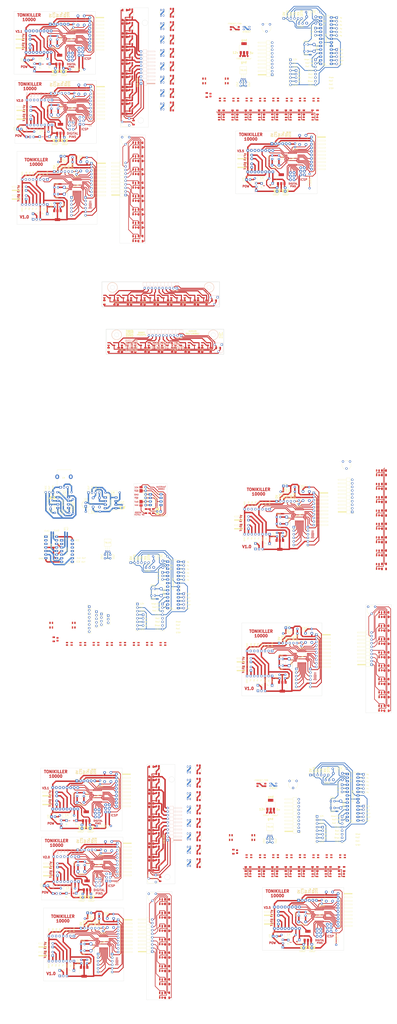
<source format=kicad_pcb>
(kicad_pcb (version 20211014) (generator pcbnew)
  (layers (0 "F.Cu" signal) (31 "B.Cu" signal) (34 "B.Paste" user) (35 "F.Paste" user) (36 "B.SilkS" user "B.Silkscreen") (37 "F.SilkS" user "F.Silkscreen") (38 "B.Mask" user) (39 "F.Mask" user) (44 "Edge.Cuts" user))
  (net 0 "")
  (net 1 "CLK1")
  (net 2 "CLK2")
  (net 3 "GND")
  (net 4 "VCC")
  (net 5 "DTR")
  (net 6 "TX")
  (net 7 "RX")
  (net 8 "A5")
  (net 9 "A4")
  (net 10 "A3")
  (net 11 "A2")
  (net 12 "A1")
  (net 13 "A0")
  (net 14 "ADC6")
  (net 15 "ADC7")
  (net 16 "12V")
  (net 17 "SCK")
  (net 18 "MISO")
  (net 19 "MOSI")
  (net 20 "RESET")
  (footprint "LED_SMD:LED_RGB_Wuerth-PLCC4_3.2x2.8mm_150141M173100" (layer "F.Cu") (at 165.045 313.7346 180)
    (fp_text reference "REF**" hide)
    (fp_text value "LED_RGB_Wuerth-PLCC4_3.2x2.8mm_150141M173100")
  )
  (footprint "Resistor_SMD:R_1206_3216Metric" (layer "F.Cu") (at 263.6125 196.775)
    (fp_text reference "1K" hide)
    (fp_text value "R_1206_3216Metric")
  )
  (footprint "Connector_PinHeader_2.54mm:PinHeader_1x02_P2.54mm_Horizontal" (layer "F.Cu") (at 29.4875 307.945 180)
    (fp_text reference "REF**" hide)
    (fp_text value "PinHeader_1x02_P2.54mm_Horizontal")
  )
  (footprint "Connector_PinHeader_2.54mm:PinHeader_1x02_P2.54mm_Horizontal" (layer "F.Cu") (at 186.67 342.2971 180)
    (fp_text reference "REF**" hide)
    (fp_text value "PinHeader_1x02_P2.54mm_Horizontal")
  )
  (footprint "Package_DIP:DIP-28_W7.62mm_Socket_LongPads" (layer "F.Cu") (at 216.74 -296.5025)
    (fp_text reference "ATmega328")
    (fp_text value "DIP-28_W7.62mm_Socket_LongPads" hide)
  )
  (footprint "Resistor_SMD:R_1206_3216Metric" (layer "F.Cu") (at 107.5 330.97)
    (fp_text reference "1K" hide)
    (fp_text value "R_1206_3216Metric")
  )
  (footprint "Connector_Pin:Pin_D0.9mm_L10.0mm_W2.4mm_FlatFork" (layer "F.Cu") (at 92.236 50.407)
    (fp_text reference "REF**" hide)
    (fp_text value "Pin_D0.9mm_L10.0mm_W2.4mm_FlatFork")
  )
  (footprint "Potentiometer_THT:Potentiometer_Piher_PT-6-V_Vertical" (layer "F.Cu") (at 232.625 19.425 -90)
    (fp_text reference "REF**" hide)
    (fp_text value "Potentiometer_Piher_PT-6-V_Vertical")
  )
  (footprint "Resistor_SMD:R_1206_3216Metric" (layer "F.Cu") (at 201.345 309.3346 90)
    (fp_text reference "1K" hide)
    (fp_text value "R_1206_3216Metric")
  )
  (footprint "Resistor_SMD:R_1206_3216Metric" (layer "F.Cu") (at 195.445 309.3346 90)
    (fp_text reference "1K" hide)
    (fp_text value "R_1206_3216Metric")
  )
  (footprint "Resistor_SMD:R_1206_3216Metric" (layer "F.Cu") (at 92.49 54.725 90)
    (fp_text reference "1K")
    (fp_text value "R_1206_3216Metric")
  )
  (footprint "Connector_PinHeader_2.54mm:PinHeader_1x01_P2.54mm_Vertical" (layer "F.Cu") (at 31.075 381.47 180)
    (fp_text reference "REF**" hide)
    (fp_text value "PinHeader_1x01_P2.54mm_Vertical")
  )
  (footprint "LED_THT:LED_D5.0mm" (layer "F.Cu") (at 24.63 53.15 90)
    (fp_text reference "LED")
    (fp_text value "LED_D5.0mm")
  )
  (footprint "Capacitor_THT:C_Disc_D3.8mm_W2.6mm_P2.50mm" (layer "F.Cu") (at 41.4089 -242.7396 -90)
    (fp_text reference "100nF")
    (fp_text value "C_Disc_D3.8mm_W2.6mm_P2.50mm")
  )
  (footprint "LED_SMD:LED_RGB_Wuerth-PLCC4_3.2x2.8mm_150141M173100" (layer "F.Cu") (at 231.645 313.7846 180)
    (fp_text reference "REF**" hide)
    (fp_text value "LED_RGB_Wuerth-PLCC4_3.2x2.8mm_150141M173100")
  )
  (footprint "Resistor_SMD:R_1206_3216Metric" (layer "F.Cu") (at 88.545 -197.7796)
    (fp_text reference "1K" hide)
    (fp_text value "R_1206_3216Metric")
  )
  (footprint "Capacitor_THT:C_Disc_D3.8mm_W2.6mm_P2.50mm" (layer "F.Cu") (at 61.965 350.895 -90)
    (fp_text reference "100nF")
    (fp_text value "C_Disc_D3.8mm_W2.6mm_P2.50mm")
  )
  (footprint "OptoDevice:Everlight_ITR8307" (layer "F.Cu") (at 155.64 -288.7775 90)
    (fp_text reference "ITR8307/TR8")
    (fp_text value "Everlight_ITR8307")
    (fp_line (start 1.85 1.8) (end -1.85 1.8) (layer "Edge.Cuts") (width 0.12))
    (fp_line (start 1.85 -1.8) (end 1.85 1.8) (layer "Edge.Cuts") (width 0.12))
    (fp_line (start -1.85 1.8) (end -1.85 -1.8) (layer "Edge.Cuts") (width 0.12))
    (fp_line (start -1.85 -1.8) (end 1.85 -1.8) (layer "Edge.Cuts") (width 0.12))
  )
  (footprint "Resistor_SMD:R_1206_3216Metric" (layer "F.Cu") (at 263.5625 145.725)
    (fp_text reference "1K" hide)
    (fp_text value "R_1206_3216Metric")
  )
  (footprint "Resistor_SMD:R_1206_3216Metric" (layer "F.Cu") (at 223.745 309.3346 90)
    (fp_text reference "1K" hide)
    (fp_text value "R_1206_3216Metric")
  )
  (footprint "Connector_PinHeader_2.54mm:PinHeader_1x10_P2.54mm_Horizontal" (layer "F.Cu") (at 52.4525 -296.3871)
    (fp_text reference "REF**" hide)
    (fp_text value "PinHeader_1x10_P2.54mm_Horizontal")
  )
  (footprint "Capacitor_THT:C_Disc_D3.8mm_W2.6mm_P2.50mm" (layer "F.Cu") (at 27.485 -164.3046 -90)
    (fp_text reference "10uF")
    (fp_text value "C_Disc_D3.8mm_W2.6mm_P2.50mm")
  )
  (footprint "Connector_PinHeader_2.54mm:PinHeader_1x02_P2.54mm_Horizontal" (layer "F.Cu") (at 165.394702 61.0906 180)
    (fp_text reference "REF**" hide)
    (fp_text value "PinHeader_1x02_P2.54mm_Horizontal")
  )
  (footprint "LED_THT:LED_D5.0mm" (layer "F.Cu") (at 25.1925 272.1725)
    (fp_text reference "LED")
    (fp_text value "LED_D5.0mm")
  )
  (footprint "Package_DIP:DIP-8_W7.62mm_Socket_LongPads" (layer "F.Cu") (at 29.73 44.875)
    (fp_text reference "NE555")
    (fp_text value "DIP-8_W7.62mm_Socket_LongPads")
  )
  (footprint "LED_SMD:LED_RGB_Wuerth-PLCC4_3.2x2.8mm_150141M173100" (layer "F.Cu") (at 212.69 -224.515 180)
    (fp_text reference "REF**" hide)
    (fp_text value "LED_RGB_Wuerth-PLCC4_3.2x2.8mm_150141M173100")
  )
  (footprint "Resistor_SMD:R_1206_3216Metric" (layer "F.Cu") (at 172.94 -228.965 90)
    (fp_text reference "1K" hide)
    (fp_text value "R_1206_3216Metric")
  )
  (footprint "Resistor_SMD:R_1206_3216Metric" (layer "F.Cu") (at 96.2525 272.245 180)
    (fp_text reference "1K" hide)
    (fp_text value "R_1206_3216Metric")
  )
  (footprint "LED_THT:LED_D5.0mm" (layer "F.Cu") (at 163.975 -181.1175)
    (fp_text reference "LED")
    (fp_text value "LED_D5.0mm")
  )
  (footprint "LED_SMD:LED_RGB_Wuerth-PLCC4_3.2x2.8mm_150141M173100" (layer "F.Cu") (at 259.2125 166.375 90)
    (fp_text reference "REF**" hide)
    (fp_text value "LED_RGB_Wuerth-PLCC4_3.2x2.8mm_150141M173100")
  )
  (footprint "Resistor_SMD:R_1206_3216Metric" (layer "F.Cu") (at 204.79 -228.965 90)
    (fp_text reference "1K" hide)
    (fp_text value "R_1206_3216Metric")
  )
  (footprint "Package_TO_SOT_SMD:SOT-223" (layer "F.Cu") (at 31.5825 -217.349488 90)
    (fp_text reference "REF**" hide)
    (fp_text value "SOT-223")
  )
  (footprint "Connector_PinHeader_2.54mm:PinHeader_1x10_P2.54mm_Horizontal" (layer "F.Cu") (at 210.19 -211.3775)
    (fp_text reference "REF**" hide)
    (fp_text value "PinHeader_1x10_P2.54mm_Horizontal")
  )
  (footprint "OptoDevice:Everlight_ITR1201SR10AR" (layer "F.Cu") (at 64.84 -97.915 90)
    (fp_text reference "REF**" hide)
    (fp_text value "Everlight_ITR1201SR10AR")
  )
  (footprint "Connector_PinSocket_2.54mm:PinSocket_1x03_P2.54mm_Vertical" (layer "F.Cu") (at 26.23 41.375 -90)
    (fp_text reference "REF**" hide)
    (fp_text value "PinSocket_1x03_P2.54mm_Vertical")
  )
  (footprint "Resistor_SMD:R_1206_3216Metric" (layer "F.Cu") (at 77.2975 -275.5796 180)
    (fp_text reference "1K" hide)
    (fp_text value "R_1206_3216Metric")
  )
  (footprint "Connector_PinSocket_2.54mm:PinSocket_1x06_P2.54mm_Vertical" (layer "F.Cu") (at 27.205 -186.8296 90)
    (fp_text reference "REF**" hide)
    (fp_text value "PinSocket_1x06_P2.54mm_Vertical")
  )
  (footprint "Button_Switch_THT:SW_PUSH_6mm" (layer "F.Cu") (at 225.245 325.7221 -90)
    (fp_text reference "REF**" hide)
    (fp_text value "SW_PUSH_6mm")
  )
  (footprint "Connector_PinHeader_2.54mm:PinHeader_1x10_P2.54mm_Horizontal" (layer "F.Cu") (at 71.4075 241.9125)
    (fp_text reference "REF**" hide)
    (fp_text value "PinHeader_1x10_P2.54mm_Horizontal")
  )
  (footprint "OptoDevice:Everlight_ITR8307F43" (layer "F.Cu") (at 123.9025 303.17 180)
    (fp_text reference "IRT8307" hide)
    (fp_text value "Everlight_ITR8307F43")
  )
  (footprint "Resistor_SMD:R_1206_3216Metric" (layer "F.Cu") (at 103.915 -60.015 -90)
    (fp_text reference "220R")
    (fp_text value "R_1206_3216Metric")
  )
  (footprint "Resistor_SMD:R_1206_3216Metric" (layer "F.Cu") (at 82.54 -60.015 -90)
    (fp_text reference "47K")
    (fp_text value "R_1206_3216Metric")
  )
  (footprint "Resistor_SMD:R_1206_3216Metric" (layer "F.Cu") (at 92.09 -60.015 -90)
    (fp_text reference "47K")
    (fp_text value "R_1206_3216Metric")
  )
  (footprint "Resistor_SMD:R_1206_3216Metric" (layer "F.Cu") (at 88.595 -165.9796)
    (fp_text reference "1K" hide)
    (fp_text value "R_1206_3216Metric")
  )
  (footprint "Resistor_SMD:R_1206_3216Metric" (layer "F.Cu") (at 107.55 368.87)
    (fp_text reference "1K" hide)
    (fp_text value "R_1206_3216Metric")
  )
  (footprint "Resistor_SMD:R_1206_3216Metric" (layer "F.Cu") (at 77.2975 -282.6796 180)
    (fp_text reference "1K" hide)
    (fp_text value "R_1206_3216Metric")
  )
  (footprint "LED_SMD:LED_RGB_Wuerth-PLCC4_3.2x2.8mm_150141M173100" (layer "F.Cu") (at 37.9 149.15 180)
    (fp_text reference "REF**" hide)
    (fp_text value "LED_RGB_Wuerth-PLCC4_3.2x2.8mm_150141M173100")
  )
  (footprint "Resistor_SMD:R_1206_3216Metric" (layer "F.Cu") (at 143.84 -61.305)
    (fp_text reference "1K" hide)
    (fp_text value "R_1206_3216Metric")
  )
  (footprint "Resistor_SMD:R_1206_3216Metric" (layer "F.Cu") (at 96.2525 310.345 180)
    (fp_text reference "1K" hide)
    (fp_text value "R_1206_3216Metric")
  )
  (footprint "Resistor_SMD:R_1206_3216Metric" (layer "F.Cu") (at 154.04 -228.915 90)
    (fp_text reference "1K" hide)
    (fp_text value "R_1206_3216Metric")
  )
  (footprint "Resistor_SMD:R_1206_3216Metric" (layer "F.Cu") (at 132.49 -60.015 -90)
    (fp_text reference "220R")
    (fp_text value "R_1206_3216Metric")
  )
  (footprint "OptoDevice:Everlight_ITR8307" (layer "F.Cu") (at 100.7525 257.97)
    (fp_text reference "ITR8307/TR8" hide)
    (fp_text value "Everlight_ITR8307")
    (fp_line (start 1.85 -1.8) (end 1.85 1.8) (layer "Edge.Cuts") (width 0.12))
    (fp_line (start -1.85 -1.8) (end 1.85 -1.8) (layer "Edge.Cuts") (width 0.12))
    (fp_line (start 1.85 1.8) (end -1.85 1.8) (layer "Edge.Cuts") (width 0.12))
    (fp_line (start -1.85 1.8) (end -1.85 -1.8) (layer "Edge.Cuts") (width 0.12))
  )
  (footprint "Connector_PinSocket_2.54mm:PinSocket_1x06_P2.54mm_Vertical" (layer "F.Cu") (at 190.5 -295.8025 90)
    (fp_text reference "REF**" hide)
    (fp_text value "PinSocket_1x06_P2.54mm_Vertical")
  )
  (footprint "LOGO" (layer "F.Cu") (at 80.84 -71.565 90)
    (fp_text reference "G***" hide)
    (fp_text value "LOGO" hide)
  )
  (footprint "LED_SMD:LED_RGB_Wuerth-PLCC4_3.2x2.8mm_150141M173100" (layer "F.Cu") (at 84.145 -139.1296 90)
    (fp_text reference "REF**" hide)
    (fp_text value "LED_RGB_Wuerth-PLCC4_3.2x2.8mm_150141M173100")
  )
  (footprint "Resistor_THT:R_Axial_DIN0207_L6.3mm_D2.5mm_P10.16mm_Horizontal" (layer "F.Cu") (at 188.256101 40.8828)
    (fp_text reference "1K")
    (fp_text value "R_Axial_DIN0207_L6.3mm_D2.5mm_P10.16mm_Horizontal")
  )
  (footprint "OptoDevice:Everlight_ITR8307F43" (layer "F.Cu") (at 166.065 -288.0275 90)
    (fp_text reference "IRT8307")
    (fp_text value "Everlight_ITR8307F43")
  )
  (footprint "LED_SMD:LED_RGB_Wuerth-PLCC4_3.2x2.8mm_150141M173100" (layer "F.Cu") (at 184.695 300.2471 180)
    (fp_text reference "REF**" hide)
    (fp_text value "LED_RGB_Wuerth-PLCC4_3.2x2.8mm_150141M173100")
  )
  (footprint "Connector_PinSocket_2.54mm:PinSocket_1x06_P2.54mm_Vertical" (layer "F.Cu") (at 46.16 351.47 90)
    (fp_text reference "REF**" hide)
    (fp_text value "PinSocket_1x06_P2.54mm_Vertical")
  )
  (footprint "Connector_PinHeader_2.54mm:PinHeader_1x08_P2.54mm_Vertical" (layer "F.Cu") (at 104.2 120.825)
    (fp_text reference "REF**" hide)
    (fp_text value "PinHeader_1x08_P2.54mm_Vertical")
  )
  (footprint "Resistor_SMD:R_1206_3216Metric" (layer "F.Cu") (at 77.2975 -301.7296 180)
    (fp_text reference "1K" hide)
    (fp_text value "R_1206_3216Metric")
  )
  (footprint "Package_TO_SOT_THT:TO-92_Inline_Horizontal2" (layer "F.Cu") (at 160.42 -252.5075)
    (fp_text reference "78L05")
    (fp_text value "TO-92_Inline_Horizontal2")
  )
  (footprint "LED_SMD:LED_RGB_Wuerth-PLCC4_3.2x2.8mm_150141M173100" (layer "F.Cu") (at 257.3875 94.075 90)
    (fp_text reference "REF**" hide)
    (fp_text value "LED_RGB_Wuerth-PLCC4_3.2x2.8mm_150141M173100")
  )
  (footprint "TQFP32_32A_MCH" (layer "F.Cu") (at 58.5375 306.57)
    (fp_text reference "ATmega328P-AU")
    (fp_text value "TQFP32_32A_MCH" hide)
  )
  (footprint "Resistor_THT:R_Axial_DIN0207_L6.3mm_D2.5mm_P10.16mm_Horizontal" (layer "F.Cu") (at 190.031101 141.7828)
    (fp_text reference "1K")
    (fp_text value "R_Axial_DIN0207_L6.3mm_D2.5mm_P10.16mm_Horizontal")
  )
  (footprint "LED_SMD:LED_RGB_Wuerth-PLCC4_3.2x2.8mm_150141M173100" (layer "F.Cu") (at 103.15 351.57 90)
    (fp_text reference "REF**" hide)
    (fp_text value "LED_RGB_Wuerth-PLCC4_3.2x2.8mm_150141M173100")
  )
  (footprint "Capacitor_THT:C_Disc_D3.8mm_W2.6mm_P2.50mm" (layer "F.Cu") (at 95.01 95 180)
    (fp_text reference "100nF")
    (fp_text value "C_Disc_D3.8mm_W2.6mm_P2.50mm")
  )
  (footprint "LED_SMD:LED_RGB_Wuerth-PLCC4_3.2x2.8mm_150141M173100" (layer "F.Cu") (at 175.295 300.2971 180)
    (fp_text reference "REF**" hide)
    (fp_text value "LED_RGB_Wuerth-PLCC4_3.2x2.8mm_150141M173100")
  )
  (footprint "Potentiometer_THT:Potentiometer_Piher_PT-6-V_Vertical" (layer "F.Cu") (at 75.495 -211.3296 -90)
    (fp_text reference "REF**" hide)
    (fp_text value "Potentiometer_Piher_PT-6-V_Vertical")
  )
  (footprint "Capacitor_THT:C_Disc_D3.8mm_W2.6mm_P2.50mm" (layer "F.Cu") (at 31.535 -164.3046 -90)
    (fp_text reference "10uF")
    (fp_text value "C_Disc_D3.8mm_W2.6mm_P2.50mm")
  )
  (footprint "LED_SMD:LED_RGB_Wuerth-PLCC4_3.2x2.8mm_150141M173100" (layer "F.Cu") (at 165.695 300.2471 180)
    (fp_text reference "REF**" hide)
    (fp_text value "LED_RGB_Wuerth-PLCC4_3.2x2.8mm_150141M173100")
  )
  (footprint "Resistor_SMD:R_1206_3216Metric" (layer "F.Cu") (at 96.2525 262.72 180)
    (fp_text reference "1K" hide)
    (fp_text value "R_1206_3216Metric")
  )
  (footprint "Resistor_SMD:R_1206_3216Metric" (layer "F.Cu") (at 88.595 -175.3296)
    (fp_text reference "1K" hide)
    (fp_text value "R_1206_3216Metric")
  )
  (footprint "Connector_Wire:SolderWirePad_1x01_SMD_1x2mm" (layer "F.Cu") (at 31.685 -178.0046 -90)
    (fp_text reference "REF**" hide)
    (fp_text value "SolderWirePad_1x01_SMD_1x2mm")
  )
  (footprint "OptoDevice:Everlight_ITR8307F43" (layer "F.Cu") (at 123.9025 236.495 180)
    (fp_text reference "IRT8307" hide)
    (fp_text value "Everlight_ITR8307F43")
  )
  (footprint "Connector_PinHeader_2.54mm:PinHeader_1x02_P2.54mm_Horizontal" (layer "F.Cu") (at 9.9775 -274.8121 180)
    (fp_text reference "REF**" hide)
    (fp_text value "PinHeader_1x02_P2.54mm_Horizontal")
  )
  (footprint "Package_TO_SOT_SMD:SOT-223" (layer "F.Cu") (at 48.44 382.495 -90)
    (fp_text reference "REF**" hide)
    (fp_text value "SOT-223")
  )
  (footprint "Package_TO_SOT_SMD:SOT-223" (layer "F.Cu") (at 187.686101 78.7578 -90)
    (fp_text reference "REF**" hide)
    (fp_text value "SOT-223")
  )
  (footprint "Resistor_SMD:R_1206_3216Metric" (layer "F.Cu") (at 77.2975 -292.2046 180)
    (fp_text reference "1K" hide)
    (fp_text value "R_1206_3216Metric")
  )
  (footprint "LED_SMD:LED_RGB_Wuerth-PLCC4_3.2x2.8mm_150141M173100" (layer "F.Cu") (at 66.5 149.2 180)
    (fp_text reference "REF**" hide)
    (fp_text value "LED_RGB_Wuerth-PLCC4_3.2x2.8mm_150141M173100")
  )
  (footprint "Resistor_THT:R_Axial_DIN0207_L6.3mm_D2.5mm_P10.16mm_Horizontal" (layer "F.Cu") (at 31.1525 271.2375)
    (fp_text reference "1K")
    (fp_text value "R_Axial_DIN0207_L6.3mm_D2.5mm_P10.16mm_Horizontal")
  )
  (footprint "Resistor_SMD:R_1206_3216Metric" (layer "F.Cu") (at 88.595 -150.4296)
    (fp_text reference "1K" hide)
    (fp_text value "R_1206_3216Metric")
  )
  (footprint "Connector_PinHeader_2.54mm:PinHeader_1x10_P2.54mm_Horizontal" (layer "F.Cu") (at 77.97 -170.1546 180)
    (fp_text reference "REF**" hide)
    (fp_text value "PinHeader_1x10_P2.54mm_Horizontal")
  )
  (footprint "Capacitor_THT:CP_Radial_D4.0mm_P2.00mm" (layer "F.Cu") (at 75.505 50.377401 -90)
    (fp_text reference "0.1uF")
    (fp_text value "CP_Radial_D4.0mm_P2.00mm")
  )
  (footprint "Capacitor_SMD:C_0805_2012Metric" (layer "F.Cu") (at 160.39 -269.0525)
    (fp_text reference "100uF")
    (fp_text value "C_0805_2012Metric")
  )
  (footprint "Crystal:Crystal_HC50_Vertical" (layer "F.Cu") (at 212.04 -272.3525 90)
    (fp_text reference "16MHz")
    (fp_text value "Crystal_HC50_Vertical")
  )
  (footprint "Package_TO_SOT_SMD:SOT-223" (layer "F.Cu") (at 188.715 -181.472388 90)
    (fp_text reference "REF**" hide)
    (fp_text value "SOT-223")
  )
  (footprint "Resistor_SMD:R_1206_3216Metric" (layer "F.Cu") (at 204.795 309.3346 90)
    (fp_text reference "1K" hide)
    (fp_text value "R_1206_3216Metric")
  )
  (footprint "OptoDevice:Everlight_ITR8307" (layer "F.Cu") (at 81.7975 -232.7046)
    (fp_text reference "ITR8307/TR8" hide)
    (fp_text value "Everlight_ITR8307")
    (fp_line (start 1.85 1.8) (end -1.85 1.8) (layer "Edge.Cuts") (width 0.12))
    (fp_line (start 1.85 -1.8) (end 1.85 1.8) (layer "Edge.Cuts") (width 0.12))
    (fp_line (start -1.85 -1.8) (end 1.85 -1.8) (layer "Edge.Cuts") (width 0.12))
    (fp_line (start -1.85 1.8) (end -1.85 -1.8) (layer "Edge.Cuts") (width 0.12))
  )
  (footprint "Capacitor_THT:C_Disc_D3.8mm_W2.6mm_P2.50mm" (layer "F.Cu") (at 198.5414 -206.8625 -90)
    (fp_text reference "100nF")
    (fp_text value "C_Disc_D3.8mm_W2.6mm_P2.50mm")
  )
  (footprint "Button_Switch_THT:SW_PUSH_6mm" (layer "F.Cu") (at 48.5525 -297.5871 -90)
    (fp_text reference "REF**" hide)
    (fp_text value "SW_PUSH_6mm")
  )
  (footprint "OptoDevice:Everlight_ITR8307F43" (layer "F.Cu") (at 123.9025 293.645 180)
    (fp_text reference "IRT8307" hide)
    (fp_text value "Everlight_ITR8307F43")
  )
  (footprint "OptoDevice:Everlight_ITR1201SR10AR" (layer "F.Cu") (at 134.49 -64.19 90)
    (fp_text reference "REF**" hide)
    (fp_text value "Everlight_ITR1201SR10AR")
  )
  (footprint "OptoDevice:Everlight_ITR8307" (layer "F.Cu") (at 110.9225 -252.2046)
    (fp_text reference "ITR8307/TR8" hide)
    (fp_text value "Everlight_ITR8307")
    (fp_line (start -1.85 1.8) (end -1.85 -1.8) (layer "Edge.Cuts") (width 0.12))
    (fp_line (start -1.85 -1.8) (end 1.85 -1.8) (layer "Edge.Cuts") (width 0.12))
    (fp_line (start 1.85 -1.8) (end 1.85 1.8) (layer "Edge.Cuts") (width 0.12))
    (fp_line (start 1.85 1.8) (end -1.85 1.8) (layer "Edge.Cuts") (width 0.12))
  )
  (footprint "Capacitor_THT:CP_Radial_D5.0mm_P2.50mm" (layer "F.Cu") (at 47.5125 327.12 -90)
    (fp_text reference "100uF")
    (fp_text value "CP_Radial_D5.0mm_P2.50mm")
  )
  (footprint "LED_SMD:LED_RGB_Wuerth-PLCC4_3.2x2.8mm_150141M173100" (layer "F.Cu") (at 257.4375 46.475 90)
    (fp_text reference "REF**" hide)
    (fp_text value "LED_RGB_Wuerth-PLCC4_3.2x2.8mm_150141M173100")
  )
  (footprint "OptoDevice:Everlight_ITR8307" (layer "F.Cu") (at 110.9225 -233.1546)
    (fp_text reference "ITR8307/TR8" hide)
    (fp_text value "Everlight_ITR8307")
    (fp_line (start 1.85 1.8) (end -1.85 1.8) (layer "Edge.Cuts") (width 0.12))
    (fp_line (start -1.85 -1.8) (end 1.85 -1.8) (layer "Edge.Cuts") (width 0.12))
    (fp_line (start -1.85 1.8) (end -1.85 -1.8) (layer "Edge.Cuts") (width 0.12))
    (fp_line (start 1.85 -1.8) (end 1.85 1.8) (layer "Edge.Cuts") (width 0.12))
  )
  (footprint "Resistor_SMD:R_1206_3216Metric" (layer "F.Cu") (at 96.2525 300.82 180)
    (fp_text reference "1K" hide)
    (fp_text value "R_1206_3216Metric")
  )
  (footprint "OptoDevice:Everlight_ITR8307F43" (layer "F.Cu") (at 104.9475 -273.2296 180)
    (fp_text reference "IRT8307" hide)
    (fp_text value "Everlight_ITR8307F43")
  )
  (footprint "Capacitor_THT:CP_Radial_D5.0mm_P2.50mm" (layer "F.Cu") (at 27.9525 -260.3121 -90)
    (fp_text reference "100uF")
    (fp_text value "CP_Radial_D5.0mm_P2.50mm")
  )
  (footprint "Resistor_SMD:R_1206_3216Metric" (layer "F.Cu") (at 135.69 -241.2775 90)
    (fp_text reference "1K" hide)
    (fp_text value "R_1206_3216Metric")
  )
  (footprint "Connector_PinSocket_2.54mm:PinSocket_1x06_P2.54mm_Vertical" (layer "F.Cu") (at 209.455 242.4971 90)
    (fp_text reference "REF**" hide)
    (fp_text value "PinSocket_1x06_P2.54mm_Vertical")
  )
  (footprint "Resistor_SMD:R_1206_3216Metric" (layer "F.Cu") (at 261.8375 54.325)
    (fp_text reference "1K" hide)
    (fp_text value "R_1206_3216Metric")
  )
  (footprint "Resistor_SMD:R_1206_3216Metric" (layer "F.Cu") (at 88.545 -204.1296)
    (fp_text reference "1K" hide)
    (fp_text value "R_1206_3216Metric")
  )
  (footprint "Resistor_SMD:R_1206_3216Metric" (layer "F.Cu") (at 130.165 -60.015 -90)
    (fp_text reference "47K")
    (fp_text value "R_1206_3216Metric")
  )
  (footprint "Potentiometer_THT:Potentiometer_Piher_PT-6-V_Vertical" (layer "F.Cu") (at 250.5125 122.775 -90)
    (fp_text reference "REF**" hide)
    (fp_text value "Potentiometer_Piher_PT-6-V_Vertical")
  )
  (footprint "OptoDevice:Everlight_ITR8307" (layer "F.Cu") (at 110.9225 -271.2546)
    (fp_text reference "ITR8307/TR8" hide)
    (fp_text value "Everlight_ITR8307")
    (fp_line (start -1.85 -1.8) (end 1.85 -1.8) (layer "Edge.Cuts") (width 0.12))
    (fp_line (start -1.85 1.8) (end -1.85 -1.8) (layer "Edge.Cuts") (width 0.12))
    (fp_line (start 1.85 1.8) (end -1.85 1.8) (layer "Edge.Cuts") (width 0.12))
    (fp_line (start 1.85 -1.8) (end 1.85 1.8) (layer "Edge.Cuts") (width 0.12))
  )
  (footprint "TQFP32_32A_MCH" (layer "F.Cu") (at 203.369701 158.6578)
    (fp_text reference "ATmega328P-AU")
    (fp_text value "TQFP32_32A_MCH" hide)
  )
  (footprint "Resistor_THT:R_Axial_DIN0207_L6.3mm_D2.5mm_P10.16mm_Horizontal" (layer "F.Cu") (at 39.51 41.275 180)
    (fp_text reference "1K")
    (fp_text value "R_Axial_DIN0207_L6.3mm_D2.5mm_P10.16mm_Horizontal")
  )
  (footprint "Resistor_SMD:R_1206_3216Metric" (layer "F.Cu") (at 72.365 -93.74 -90)
    (fp_text reference "220R")
    (fp_text value "R_1206_3216Metric")
  )
  (footprint "Resistor_SMD:R_1206_3216Metric" (layer "F.Cu") (at 129.515 -93.74 -90)
    (fp_text reference "220R")
    (fp_text value "R_1206_3216Metric")
  )
  (footprint "Connector_PinSocket_2.54mm:PinSocket_1x06_P2.54mm_Vertical" (layer "F.Cu") (at 58.39 369.87)
    (fp_text reference "REF**" hide)
    (fp_text value "PinSocket_1x06_P2.54mm_Vertical")
  )
  (footprint "OptoDevice:Everlight_ITR1201SR10AR" (layer "F.Cu") (at 102.94 -97.915 90)
    (fp_text reference "REF**" hide)
    (fp_text value "Everlight_ITR1201SR10AR")
  )
  (footprint "OptoDevice:Everlight_ITR8307" (layer "F.Cu") (at 81.7975 -289.8546)
    (fp_text reference "ITR8307/TR8" hide)
    (fp_text value "Everlight_ITR8307")
    (fp_line (start 1.85 -1.8) (end 1.85 1.8) (layer "Edge.Cuts") (width 0.12))
    (fp_line (start -1.85 -1.8) (end 1.85 -1.8) (layer "Edge.Cuts") (width 0.12))
    (fp_line (start 1.85 1.8) (end -1.85 1.8) (layer "Edge.Cuts") (width 0.12))
    (fp_line (start -1.85 1.8) (end -1.85 -1.8) (layer "Edge.Cuts") (width 0.12))
  )
  (footprint "LED_SMD:LED_RGB_Wuerth-PLCC4_3.2x2.8mm_150141M173100" (layer "F.Cu") (at 156.34 -238.0025 180)
    (fp_text reference "REF**" hide)
    (fp_text value "LED_RGB_Wuerth-PLCC4_3.2x2.8mm_150141M173100")
  )
  (footprint "OptoDevice:Everlight_ITR8307" (layer "F.Cu") (at 129.8775 238.47)
    (fp_text reference "ITR8307/TR8" hide)
    (fp_text value "Everlight_ITR8307")
    (fp_line (start 1.85 1.8) (end -1.85 1.8) (layer "Edge.Cuts") (width 0.12))
    (fp_line (start -1.85 1.8) (end -1.85 -1.8) (layer "Edge.Cuts") (width 0.12))
    (fp_line (start 1.85 -1.8) (end 1.85 1.8) (layer "Edge.Cuts") (width 0.12))
    (fp_line (start -1.85 -1.8) (end 1.85 -1.8) (layer "Edge.Cuts") (width 0.12))
  )
  (footprint "Resistor_SMD:R_1206_3216Metric" (layer "F.Cu") (at 26.85 145.925 90)
    (fp_text reference "1K" hide)
    (fp_text value "R_1206_3216Metric")
  )
  (footprint "Resistor_SMD:R_1206_3216Metric" (layer "F.Cu") (at 261.7875 35.425)
    (fp_text reference "1K" hide)
    (fp_text value "R_1206_3216Metric")
  )
  (footprint "Resistor_SMD:R_1206_3216Metric" (layer "F.Cu") (at 88.595 -147.0296)
    (fp_text reference "1K" hide)
    (fp_text value "R_1206_3216Metric")
  )
  (footprint "OptoDevice:Everlight_ITR8307F43" (layer "F.Cu") (at 104.9475 -263.7046 180)
    (fp_text reference "IRT8307" hide)
    (fp_text value "Everlight_ITR8307F43")
  )
  (footprint "LED_SMD:LED_PLCC_2835_Handsoldering" (layer "F.Cu") (at 88.934 39.231 90)
    (fp_text reference "REF**" hide)
    (fp_text value "LED_PLCC_2835_Handsoldering")
  )
  (footprint "Resistor_SMD:R_1206_3216Metric" (layer "F.Cu") (at 210.945 309.3346 90)
    (fp_text reference "1K" hide)
    (fp_text value "R_1206_3216Metric")
  )
  (footprint "Resistor_SMD:R_1206_3216Metric" (layer "F.Cu") (at 119.99 -93.74 -90)
    (fp_text reference "220R")
    (fp_text value "R_1206_3216Metric")
  )
  (footprint "Resistor_SMD:R_0805_2012Metric_Pad1.20x1.40mm_HandSolder" (layer "F.Cu") (at 157.295 297.0221 90)
    (fp_text reference "REF**" hide)
    (fp_text value "R_0805_2012Metric_Pad1.20x1.40mm_HandSolder" hide)
  )
  (footprint "LED_SMD:LED_RGB_Wuerth-PLCC4_3.2x2.8mm_150141M173100" (layer "F.Cu") (at 259.2125 128.375 90)
    (fp_text reference "REF**" hide)
    (fp_text value "LED_RGB_Wuerth-PLCC4_3.2x2.8mm_150141M173100")
  )
  (footprint "LED_SMD:LED_RGB_Wuerth-PLCC4_3.2x2.8mm_150141M173100" (layer "F.Cu") (at 103.15 389.57 90)
    (fp_text reference "REF**" hide)
    (fp_text value "LED_RGB_Wuerth-PLCC4_3.2x2.8mm_150141M173100")
  )
  (footprint "Resistor_SMD:R_1206_3216Metric" (layer "F.Cu") (at 97.57 54.725 90)
    (fp_text reference "1K" hide)
    (fp_text value "R_1206_3216Metric")
  )
  (footprint "LED_SMD:LED_RGB_Wuerth-PLCC4_3.2x2.8mm_150141M173100" (layer "F.Cu") (at 152.845 286.9721 90)
    (fp_text reference "REF**" hide)
    (fp_text value "LED_RGB_Wuerth-PLCC4_3.2x2.8mm_150141M173100")
  )
  (footprint "Resistor_SMD:R_1206_3216Metric" (layer "F.Cu") (at 77.2975 -227.9546 180)
    (fp_text reference "1K" hide)
    (fp_text value "R_1206_3216Metric")
  )
  (footprint "Resistor_SMD:R_1206_3216Metric" (layer "F.Cu") (at 77.2975 -254.1046 180)
    (fp_text reference "1K" hide)
    (fp_text value "R_1206_3216Metric")
  )
  (footprint "OptoDevice:Everlight_ITR8307" (layer "F.Cu") (at 129.8775 267.045)
    (fp_text reference "ITR8307/TR8" hide)
    (fp_text value "Everlight_ITR8307")
    (fp_line (start -1.85 -1.8) (end 1.85 -1.8) (layer "Edge.Cuts") (width 0.12))
    (fp_line (start -1.85 1.8) (end -1.85 -1.8) (layer "Edge.Cuts") (width 0.12))
    (fp_line (start 1.85 1.8) (end -1.85 1.8) (layer "Edge.Cuts") (width 0.12))
    (fp_line (start 1.85 -1.8) (end 1.85 1.8) (layer "Edge.Cuts") (width 0.12))
  )
  (footprint "Resistor_SMD:R_1206_3216Metric" (layer "F.Cu") (at 65.815 -60.015 -90)
    (fp_text reference "220R")
    (fp_text value "R_1206_3216Metric")
  )
  (footprint "Connector_PinHeader_2.54mm:PinHeader_1x01_P2.54mm_Vertical" (layer "F.Cu") (at 12.12 -156.8296 180)
    (fp_text reference "REF**" hide)
    (fp_text value "PinHeader_1x01_P2.54mm_Vertical")
  )
  (footprint "Resistor_SMD:R_1206_3216Metric" (layer "F.Cu") (at 261.7875 44.825)
    (fp_text reference "1K" hide)
    (fp_text value "R_1206_3216Metric")
  )
  (footprint "LED_SMD:LED_RGB_Wuerth-PLCC4_3.2x2.8mm_150141M173100" (layer "F.Cu") (at 184.09 -224.565 180)
    (fp_text reference "REF**" hide)
    (fp_text value "LED_RGB_Wuerth-PLCC4_3.2x2.8mm_150141M173100")
  )
  (footprint "Capacitor_THT:CP_Radial_D5.0mm_P2.50mm" (layer "F.Cu") (at 102.904 54.979 180)
    (fp_text reference "0.1_{uF}")
    (fp_text value "CP_Radial_D5.0mm_P2.50mm")
  )
  (footprint "Connector_PinHeader_2.54mm:PinHeader_1x01_P2.54mm_Vertical" (layer "F.Cu") (at 16.8325 -211.6796 180)
    (fp_text reference "REF**" hide)
    (fp_text value "PinHeader_1x01_P2.54mm_Vertical")
  )
  (footprint "Package_TO_SOT_SMD:SOT-223" (layer "F.Cu") (at 30.9775 -266.481988 90)
    (fp_text reference "REF**" hide)
    (fp_text value "SOT-223")
  )
  (footprint "Resistor_SMD:R_1206_3216Metric" (layer "F.Cu") (at 176.49 -228.965 90)
    (fp_text reference "1K" hide)
    (fp_text value "R_1206_3216Metric")
  )
  (footprint "OptoDevice:Everlight_ITR8307F43" (layer "F.Cu") (at 123.9025 265.07 180)
    (fp_text reference "IRT8307" hide)
    (fp_text value "Everlight_ITR8307F43")
  )
  (footprint "LED_SMD:LED_RGB_Wuerth-PLCC4_3.2x2.8mm_150141M173100" (layer "F.Cu") (at 257.4375 84.475 90)
    (fp_text reference "REF**" hide)
    (fp_text value "LED_RGB_Wuerth-PLCC4_3.2x2.8mm_150141M173100")
  )
  (footprint "Resistor_SMD:R_0805_2012Metric_Pad1.20x1.40mm_HandSolder" (layer "F.Cu") (at 29.5 145.925 90)
    (fp_text reference "REF**" hide)
    (fp_text value "R_0805_2012Metric_Pad1.20x1.40mm_HandSolder" hide)
  )
  (footprint "Resistor_SMD:R_1206_3216Metric" (layer "F.Cu") (at 261.8375 86.175)
    (fp_text reference "1K" hide)
    (fp_text value "R_1206_3216Metric")
  )
  (footprint "LED_SMD:LED_RGB_Wuerth-PLCC4_3.2x2.8mm_150141M173100" (layer "F.Cu") (at 259.1625 156.975 90)
    (fp_text reference "REF**" hide)
    (fp_text value "LED_RGB_Wuerth-PLCC4_3.2x2.8mm_150141M173100")
  )
  (footprint "Capacitor_THT:C_Disc_D3.8mm_W2.6mm_P2.50mm" (layer "F.Cu") (at 182.445 287.9721 -90)
    (fp_text reference "10uF")
    (fp_text value "C_Disc_D3.8mm_W2.6mm_P2.50mm")
  )
  (footprint "Capacitor_THT:C_Disc_D3.8mm_W2.6mm_P2.50mm" (layer "F.Cu") (at 205.09 -277.2025)
    (fp_text reference "22pF")
    (fp_text value "C_Disc_D3.8mm_W2.6mm_P2.50mm")
  )
  (footprint "Connector_PinHeader_2.54mm:PinHeader_1x10_P2.54mm_Horizontal" (layer "F.Cu") (at 252.9875 163.95 180)
    (fp_text reference "REF**" hide)
    (fp_text value "PinHeader_1x10_P2.54mm_Horizontal")
  )
  (footprint "OptoDevice:Everlight_ITR1201SR10AR" (layer "F.Cu") (at 74.365 -97.915 90)
    (fp_text reference "REF**" hide)
    (fp_text value "Everlight_ITR1201SR10AR")
  )
  (footprint "OptoDevice:Everlight_ITR8307" (layer "F.Cu") (at 100.7525 305.595)
    (fp_text reference "ITR8307/TR8" hide)
    (fp_text value "Everlight_ITR8307")
    (fp_line (start 1.85 1.8) (end -1.85 1.8) (layer "Edge.Cuts") (width 0.12))
    (fp_line (start 1.85 -1.8) (end 1.85 1.8) (layer "Edge.Cuts") (width 0.12))
    (fp_line (start -1.85 -1.8) (end 1.85 -1.8) (layer "Edge.Cuts") (width 0.12))
    (fp_line (start -1.85 1.8) (end -1.85 -1.8) (layer "Edge.Cuts") (width 0.12))
  )
  (footprint "Resistor_THT:R_Axial_DIN0207_L6.3mm_D2.5mm_P10.16mm_Horizontal" (layer "F.Cu") (at 198.381101 37.6578)
    (fp_text reference "10K")
    (fp_text value "R_Axial_DIN0207_L6.3mm_D2.5mm_P10.16mm_Horizontal")
  )
  (footprint "LED_SMD:LED_RGB_Wuerth-PLCC4_3.2x2.8mm_150141M173100" (layer "F.Cu") (at 146.74 -238.0525 180)
    (fp_text reference "REF**" hide)
    (fp_text value "LED_RGB_Wuerth-PLCC4_3.2x2.8mm_150141M173100")
  )
  (footprint "Resistor_SMD:R_1206_3216Metric" (layer "F.Cu") (at 263.5625 126.775)
    (fp_text reference "1K" hide)
    (fp_text value "R_1206_3216Metric")
  )
  (footprint "Resistor_SMD:R_1206_3216Metric" (layer "F.Cu") (at 81.89 -93.74 -90)
    (fp_text reference "220R")
    (fp_text value "R_1206_3216Metric")
  )
  (footprint "Resistor_SMD:R_1206_3216Metric" (layer "F.Cu") (at 263.6125 174.275)
    (fp_text reference "1K" hide)
    (fp_text value "R_1206_3216Metric")
  )
  (footprint "Resistor_THT:R_Axial_DIN0207_L6.3mm_D2.5mm_P10.16mm_Horizontal" (layer "F.Cu") (at 227.8 363.2771 90)
    (fp_text reference "10K")
    (fp_text value "R_Axial_DIN0207_L6.3mm_D2.5mm_P10.16mm_Horizontal")
  )
  (footprint "Connector_PinHeader_2.54mm:PinHeader_1x05_P2.54mm_Vertical" (layer "F.Cu") (at 57.225 126.275)
    (fp_text reference "REF**" hide)
    (fp_text value "PinHeader_1x05_P2.54mm_Vertical")
  )
  (footprint "Resistor_SMD:R_1206_3216Metric" (layer "F.Cu") (at 172.995 309.3846 90)
    (fp_text reference "1K" hide)
    (fp_text value "R_1206_3216Metric")
  )
  (footprint "Resistor_SMD:R_1206_3216Metric" (layer "F.Cu") (at 261.8375 63.775)
    (fp_text reference "1K" hide)
    (fp_text value "R_1206_3216Metric")
  )
  (footprint "Resistor_SMD:R_1206_3216Metric" (layer "F.Cu") (at 263.5625 149.125)
    (fp_text reference "1K" hide)
    (fp_text value "R_1206_3216Metric")
  )
  (footprint "Potentiometer_THT:Potentiometer_Piher_PT-6-V_Vertical" (layer "F.Cu") (at 194.62 246.6971 -90)
    (fp_text reference "REF**" hide)
    (fp_text value "Potentiometer_Piher_PT-6-V_Vertical")
  )
  (footprint "Resistor_THT:R_Axial_DIN0207_L6.3mm_D2.5mm_P10.16mm_Horizontal" (layer "F.Cu") (at 57.3275 278.7125)
    (fp_text reference "10K")
    (fp_text value "R_Axial_DIN0207_L6.3mm_D2.5mm_P10.16mm_Horizontal")
  )
  (footprint "LED_THT:LED_D3.0mm" (layer "F.Cu") (at 32.01 -197.7296)
    (fp_text reference "LED")
    (fp_text value "LED_D3.0mm")
  )
  (footprint "LED_SMD:LED_RGB_Wuerth-PLCC4_3.2x2.8mm_150141M173100" (layer "F.Cu") (at 104.5 149.2 180)
    (fp_text reference "REF**" hide)
    (fp_text value "LED_RGB_Wuerth-PLCC4_3.2x2.8mm_150141M173100")
  )
  (footprint "Resistor_SMD:R_1206_3216Metric" (layer "F.Cu") (at 96.2525 303.245 180)
    (fp_text reference "1K" hide)
    (fp_text value "R_1206_3216Metric")
  )
  (footprint "OptoDevice:Everlight_ITR1201SR10AR" (layer "F.Cu") (at 115.44 -64.19 90)
    (fp_text reference "REF**" hide)
    (fp_text value "Everlight_ITR1201SR10AR")
  )
  (footprint "Package_DIP:DIP-28_W7.62mm_Socket_LongPads" (layer "F.Cu") (at 235.695 241.7971)
    (fp_text reference "ATmega328")
    (fp_text value "DIP-28_W7.62mm_Socket_LongPads" hide)
  )
  (footprint "Capacitor_THT:C_Disc_D3.8mm_W2.6mm_P2.50mm" (layer "F.Cu") (at 224.045 265.8971)
    (fp_text reference "22pF")
    (fp_text value "C_Disc_D3.8mm_W2.6mm_P2.50mm")
  )
  (footprint "TQFP32_32A_MCH" (layer "F.Cu") (at 215.67 342.4471)
    (fp_text reference "ATmega328P-AU")
    (fp_text value "TQFP32_32A_MCH" hide)
  )
  (footprint "Button_Switch_THT:SW_PUSH_6mm" (layer "F.Cu") (at 67.5075 240.7125 -90)
    (fp_text reference "REF**" hide)
    (fp_text value "SW_PUSH_6mm")
  )
  (footprint "LED_SMD:LED_RGB_Wuerth-PLCC4_3.2x2.8mm_150141M173100" (layer "F.Cu") (at 203.74 -238.0525 180)
    (fp_text reference "REF**" hide)
    (fp_text value "LED_RGB_Wuerth-PLCC4_3.2x2.8mm_150141M173100")
  )
  (footprint "OptoDevice:Everlight_ITR1201SR10AR" (layer "F.Cu") (at 86.865 -64.19 90)
    (fp_text reference "REF**" hide)
    (fp_text value "Everlight_ITR1201SR10AR")
  )
  (footprint "OptoDevice:Everlight_ITR8307" (layer "F.Cu") (at 100.7525 286.545)
    (fp_text reference "ITR8307/TR8" hide)
    (fp_text value "Everlight_ITR8307")
    (fp_line (start 1.85 -1.8) (end 1.85 1.8) (layer "Edge.Cuts") (width 0.12))
    (fp_line (start -1.85 -1.8) (end 1.85 -1.8) (layer "Edge.Cuts") (width 0.12))
    (fp_line (start 1.85 1.8) (end -1.85 1.8) (layer "Edge.Cuts") (width 0.12))
    (fp_line (start -1.85 1.8) (end -1.85 -1.8) (layer "Edge.Cuts") (width 0.12))
  )
  (footprint "OptoDevice:Everlight_ITR8307" (layer "F.Cu") (at 129.8775 305.145)
    (fp_text reference "ITR8307/TR8" hide)
    (fp_text value "Everlight_ITR8307")
    (fp_line (start 1.85 1.8) (end -1.85 1.8) (layer "Edge.Cuts") (width 0.12))
    (fp_line (start -1.85 -1.8) (end 1.85 -1.8) (layer "Edge.Cuts") (width 0.12))
    (fp_line (start -1.85 1.8) (end -1.85 -1.8) (layer "Edge.Cuts") (width 0.12))
    (fp_line (start 1.85 -1.8) (end 1.85 1.8) (layer "Edge.Cuts") (width 0.12))
  )
  (footprint "Button_Switch_THT:SW_PUSH_6mm" (layer "F.Cu") (at 49.1575 -248.4546 -90)
    (fp_text reference "REF**" hide)
    (fp_text value "SW_PUSH_6mm")
  )
  (footprint "LED_SMD:LED_RGB_Wuerth-PLCC4_3.2x2.8mm_150141M173100" (layer "F.Cu") (at 84.145 -177.1296 90)
    (fp_text reference "REF**" hide)
    (fp_text value "LED_RGB_Wuerth-PLCC4_3.2x2.8mm_150141M173100")
  )
  (footprint "Resistor_SMD:R_1206_3216Metric" (layer "F.Cu") (at 96.2525 253.195 180)
    (fp_text reference "1K" hide)
    (fp_text value "R_1206_3216Metric")
  )
  (footprint "Connector_PinHeader_2.54mm:PinHeader_1x10_P2.54mm_Horizontal" (layer "F.Cu") (at 53.0575 -247.2546)
    (fp_text reference "REF**" hide)
    (fp_text value "PinHeader_1x10_P2.54mm_Horizontal")
  )
  (footprint "Capacitor_THT:C_Disc_D3.8mm_W2.6mm_P2.50mm" (layer "F.Cu") (at 222.805 246.0971 180)
    (fp_text reference "100nF")
    (fp_text value "C_Disc_D3.8mm_W2.6mm_P2.50mm")
  )
  (footprint "Resistor_SMD:R_1206_3216Metric" (layer "F.Cu") (at 261.7875 29.075)
    (fp_text reference "1K" hide)
    (fp_text value "R_1206_3216Metric")
  )
  (footprint "Capacitor_THT:CP_Radial_D5.0mm_P2.50mm" (layer "F.Cu") (at 34.3825 -211.2046 -90)
    (fp_text reference "100uF")
    (fp_text value "CP_Radial_D5.0mm_P2.50mm")
  )
  (footprint "LED_SMD:LED_RGB_Wuerth-PLCC4_3.2x2.8mm_150141M173100" (layer "F.Cu") (at 165.09 -224.565 180)
    (fp_text reference "REF**" hide)
    (fp_text value "LED_RGB_Wuerth-PLCC4_3.2x2.8mm_150141M173100")
  )
  (footprint "Resistor_SMD:R_1206_3216Metric" (layer "F.Cu") (at 88.595 -159.8296)
    (fp_text reference "1K" hide)
    (fp_text value "R_1206_3216Metric")
  )
  (footprint "Connector_PinHeader_2.54mm:PinHeader_1x08_P2.54mm_Vertical" (layer "F.Cu") (at 213.04 -266.3775)
    (fp_text reference "REF**" hide)
    (fp_text value "PinHeader_1x08_P2.54mm_Vertical")
  )
  (footprint "OptoDevice:Everlight_ITR8307" (layer "F.Cu") (at 174.595 249.5221 90)
    (fp_text reference "ITR8307/TR8")
    (fp_text value "Everlight_ITR8307")
    (fp_line (start 1.85 1.8) (end -1.85 1.8) (layer "Edge.Cuts") (width 0.12))
    (fp_line (start 1.85 -1.8) (end 1.85 1.8) (layer "Edge.Cuts") (width 0.12))
    (fp_line (start -1.85 1.8) (end -1.85 -1.8) (layer "Edge.Cuts") (width 0.12))
    (fp_line (start -1.85 -1.8) (end 1.85 -1.8) (layer "Edge.Cuts") (width 0.12))
  )
  (footprint "Resistor_SMD:R_1206_3216Metric" (layer "F.Cu") (at 261.8375 73.375)
    (fp_text reference "1K" hide)
    (fp_text value "R_1206_3216Metric")
  )
  (footprint "Potentiometer_THT:Potentiometer_Piher_PT-6-V_Vertical" (layer "F.Cu") (at 94.45 326.97 -90)
    (fp_text reference "REF**" hide)
    (fp_text value "Potentiometer_Piher_PT-6-V_Vertical")
  )
  (footprint "Connector_PinHeader_2.54mm:PinHeader_1x02_P2.54mm_Horizontal" (layer "F.Cu") (at 167.715 -196.0025 180)
    (fp_text reference "REF**" hide)
    (fp_text value "PinHeader_1x02_P2.54mm_Horizontal")
  )
  (footprint "Capacitor_THT:C_Disc_D3.8mm_W2.6mm_P2.50mm" (layer "F.Cu") (at 224.045 261.0971)
    (fp_text reference "22pF")
    (fp_text value "C_Disc_D3.8mm_W2.6mm_P2.50mm")
  )
  (footprint "Resistor_SMD:R_1206_3216Metric" (layer "F.Cu") (at 166.645 309.3846 90)
    (fp_text reference "1K" hide)
    (fp_text value "R_1206_3216Metric")
  )
  (footprint "OptoDevice:Everlight_ITR8307" (layer "F.Cu") (at 100.7525 238.92)
    (fp_text reference "ITR8307/TR8" hide)
    (fp_text value "Everlight_ITR8307")
    (fp_line (start -1.85 1.8) (end -1.85 -1.8) (layer "Edge.Cuts") (width 0.12))
    (fp_line (start -1.85 -1.8) (end 1.85 -1.8) (layer "Edge.Cuts") (width 0.12))
    (fp_line (start 1.85 1.8) (end -1.85 1.8) (layer "Edge.Cuts") (width 0.12))
    (fp_line (start 1.85 -1.8) (end 1.85 1.8) (layer "Edge.Cuts") (width 0.12))
  )
  (footprint "Resistor_SMD:R_1206_3216Metric" (layer "F.Cu") (at 96.2525 255.62 180)
    (fp_text reference "1K" hide)
    (fp_text value "R_1206_3216Metric")
  )
  (footprint "Resistor_SMD:R_1206_3216Metric" (layer "F.Cu") (at 261.8375 57.875)
    (fp_text reference "1K" hide)
    (fp_text value "R_1206_3216Metric")
  )
  (footprint "Capacitor_THT:C_Disc_D3.8mm_W2.6mm_P2.50mm" (layer "F.Cu") (at 50.49 373.995 -90)
    (fp_text reference "10uF")
    (fp_text value "C_Disc_D3.8mm_W2.6mm_P2.50mm")
  )
  (footprint "Resistor_SMD:R_1206_3216Metric" (layer "F.Cu") (at 191.895 309.3346 90)
    (fp_text reference "1K" hide)
    (fp_text value "R_1206_3216Metric")
  )
  (footprint "OptoDevice:Everlight_ITR8307" (layer "F.Cu") (at 100.7525 267.495)
    (fp_text reference "ITR8307/TR8" hide)
    (fp_text value "Everlight_ITR8307")
    (fp_line (start -1.85 1.8) (end -1.85 -1.8) (layer "Edge.Cuts") (width 0.12))
    (fp_line (start 1.85 -1.8) (end 1.85 1.8) (layer "Edge.Cuts") (width 0.12))
    (fp_line (start 1.85 1.8) (end -1.85 1.8) (layer "Edge.Cuts") (width 0.12))
    (fp_line (start -1.85 -1.8) (end 1.85 -1.8) (layer "Edge.Cuts") (width 0.12))
  )
  (footprint "Resistor_SMD:R_1206_3216Metric" (layer "F.Cu") (at 88.545 -207.3296)
    (fp_text reference "1K" hide)
    (fp_text value "R_1206_3216Metric")
  )
  (footprint "Capacitor_THT:CP_Radial_D5.0mm_P2.50mm" (layer "F.Cu") (at 52.7325 277.9625 -90)
    (fp_text reference "100uF")
    (fp_text value "CP_Radial_D5.0mm_P2.50mm")
  )
  (footprint "Capacitor_THT:C_Disc_D3.8mm_W2.6mm_P2.50mm" (layer "F.Cu") (at 59.7589 246.4275 -90)
    (fp_text reference "100nF")
    (fp_text value "C_Disc_D3.8mm_W2.6mm_P2.50mm")
  )
  (footprint "LED_SMD:LED_RGB_Wuerth-PLCC4_3.2x2.8mm_150141M173100" (layer "F.Cu") (at 193.69 -224.515 180)
    (fp_text reference "REF**" hide)
    (fp_text value "LED_RGB_Wuerth-PLCC4_3.2x2.8mm_150141M173100")
  )
  (footprint "Resistor_SMD:R_1206_3216Metric" (layer "F.Cu") (at 110.465 -93.74 -90)
    (fp_text reference "220R")
    (fp_text value "R_1206_3216Metric")
  )
  (footprint "OptoDevice:Everlight_ITR8307" (layer "F.Cu") (at 100.7525 296.07)
    (fp_text reference "ITR8307/TR8" hide)
    (fp_text value "Everlight_ITR8307")
    (fp_line (start 1.85 -1.8) (end 1.85 1.8) (layer "Edge.Cuts") (width 0.12))
    (fp_line (start -1.85 1.8) (end -1.85 -1.8) (layer "Edge.Cuts") (width 0.12))
    (fp_line (start -1.85 -1.8) (end 1.85 -1.8) (layer "Edge.Cuts") (width 0.12))
    (fp_line (start 1.85 1.8) (end -1.85 1.8) (layer "Edge.Cuts") (width 0.12))
  )
  (footprint "LED_SMD:LED_RGB_Wuerth-PLCC4_3.2x2.8mm_150141M173100" (layer "F.Cu") (at 56.9 149.15 180)
    (fp_text reference "REF**" hide)
    (fp_text value "LED_RGB_Wuerth-PLCC4_3.2x2.8mm_150141M173100")
  )
  (footprint "Resistor_SMD:R_1206_3216Metric" (layer "F.Cu") (at 263.6125 193.175)
    (fp_text reference "1K" hide)
    (fp_text value "R_1206_3216Metric")
  )
  (footprint "Resistor_SMD:R_1206_3216Metric" (layer "F.Cu") (at 263.6125 187.075)
    (fp_text reference "1K" hide)
    (fp_text value "R_1206_3216Metric")
  )
  (footprint "Connector_PinSocket_2.54mm:PinSocket_1x06_P2.54mm_Vertical" (layer "F.Cu") (at 182.07 -206.67 90)
    (fp_text reference "REF**" hide)
    (fp_text value "PinSocket_1x06_P2.54mm_Vertical")
  )
  (footprint "Capacitor_THT:CP_Radial_D5.0mm_P2.50mm" (layer "F.Cu") (at 210.47 362.9721 -90)
    (fp_text reference "100uF")
    (fp_text value "CP_Radial_D5.0mm_P2.50mm")
  )
  (footprint "Connector_PinSocket_2.54mm:PinSocket_1x06_P2.54mm_Vertical" (layer "F.Cu") (at 39.435 -168.4296)
    (fp_text reference "REF**" hide)
    (fp_text value "PinSocket_1x06_P2.54mm_Vertical")
  )
  (footprint "Capacitor_THT:CP_Radial_D5.0mm_P2.50mm" (layer "F.Cu") (at 46.9075 277.9875 -90)
    (fp_text reference "100uF")
    (fp_text value "CP_Radial_D5.0mm_P2.50mm")
  )
  (footprint "LED_SMD:LED_RGB_Wuerth-PLCC4_3.2x2.8mm_150141M173100" (layer "F.Cu") (at 103.1 380.17 90)
    (fp_text reference "REF**" hide)
    (fp_text value "LED_RGB_Wuerth-PLCC4_3.2x2.8mm_150141M173100")
  )
  (footprint "Resistor_SMD:R_1206_3216Metric" (layer "F.Cu") (at 185.795 309.3846 90)
    (fp_text reference "1K" hide)
    (fp_text value "R_1206_3216Metric")
  )
  (footprint "LED_THT:LED_D5.0mm" (layer "F.Cu") (at 1.1075 -217.0796)
    (fp_text reference "LED")
    (fp_text value "LED_D5.0mm")
  )
  (footprint "LED_SMD:LED_RGB_Wuerth-PLCC4_3.2x2.8mm_150141M173100" (layer "F.Cu") (at 193.645 313.7846 180)
    (fp_text reference "REF**" hide)
    (fp_text value "LED_RGB_Wuerth-PLCC4_3.2x2.8mm_150141M173100")
  )
  (footprint "OptoDevice:Everlight_ITR1201SR10AR" (layer "F.Cu") (at 105.915 -64.19 90)
    (fp_text reference "REF**" hide)
    (fp_text value "Everlight_ITR1201SR10AR")
  )
  (footprint "Resistor_SMD:R_1206_3216Metric" (layer "F.Cu") (at 261.7875 48.225)
    (fp_text reference "1K" hide)
    (fp_text value "R_1206_3216Metric")
  )
  (footprint "LED_SMD:LED_RGB_Wuerth-PLCC4_3.2x2.8mm_150141M173100" (layer "F.Cu") (at 146.09 -224.565 180)
    (fp_text reference "REF**" hide)
    (fp_text value "LED_RGB_Wuerth-PLCC4_3.2x2.8mm_150141M173100")
  )
  (footprint "LED_SMD:LED_RGB_Wuerth-PLCC4_3.2x2.8mm_150141M173100" (layer "F.Cu") (at 222.695 300.2471 180)
    (fp_text reference "REF**" hide)
    (fp_text value "LED_RGB_Wuerth-PLCC4_3.2x2.8mm_150141M173100")
  )
  (footprint "LED_SMD:LED_RGB_Wuerth-PLCC4_3.2x2.8mm_150141M173100" (layer "F.Cu") (at 84.195 -205.7296 90)
    (fp_text reference "REF**" hide)
    (fp_text value "LED_RGB_Wuerth-PLCC4_3.2x2.8mm_150141M173100")
  )
  (footprint "Resistor_SMD:R_1206_3216Metric" (layer "F.Cu") (at 94.415 -60.015 -90)
    (fp_text reference "220R")
    (fp_text value "R_1206_3216Metric")
  )
  (footprint "LED_SMD:LED_RGB_Wuerth-PLCC4_3.2x2.8mm_150141M173100" (layer "F.Cu") (at 84.195 -167.7296 90)
    (fp_text reference "REF**" hide)
    (fp_text value "LED_RGB_Wuerth-PLCC4_3.2x2.8mm_150141M173100")
  )
  (footprint "LED_SMD:LED_RGB_Wuerth-PLCC4_3.2x2.8mm_150141M173100" (layer "F.Cu") (at 47.5 149.2 180)
    (fp_text reference "REF**" hide)
    (fp_text value "LED_RGB_Wuerth-PLCC4_3.2x2.8mm_150141M173100")
  )
  (footprint "Connector_PinSocket_2.54mm:PinSocket_1x06_P2.54mm_Vertical" (layer "F.Cu") (at 43.2875 246.62 90)
    (fp_text reference "REF**" hide)
    (fp_text value "PinSocket_1x06_P2.54mm_Vertical")
  )
  (footprint "Connector_PinSocket_2.54mm:PinSocket_1x06_P2.54mm_Vertical" (layer "F.Cu") (at 209.461101 167.0328)
    (fp_text reference "REF**" hide)
    (fp_text value "PinSocket_1x06_P2.54mm_Vertical")
  )
  (footprint "Connector_PinSocket_2.54mm:PinSocket_1x06_P2.54mm_Vertical" (layer "F.Cu") (at 207.686101 66.1328)
    (fp_text reference "REF**" hide)
    (fp_text value "PinSocket_1x06_P2.54mm_Vertical")
  )
  (footprint "Connector_PinSocket_2.54mm:PinSocket_1x06_P2.54mm_Vertical" (layer "F.Cu") (at 81.66 91.4 90)
    (fp_text reference "REF**" hide)
    (fp_text value "PinSocket_1x06_P2.54mm_Vertical")
  )
  (footprint "Capacitor_THT:C_Disc_D3.8mm_W2.6mm_P2.50mm" (layer "F.Cu") (at 163.49 -250.3275 -90)
    (fp_text reference "10uF")
    (fp_text value "C_Disc_D3.8mm_W2.6mm_P2.50mm")
  )
  (footprint "OptoDevice:Everlight_ITR1201SR10AR" (layer "F.Cu") (at 131.515 -97.915 90)
    (fp_text reference "REF**" hide)
    (fp_text value "Everlight_ITR1201SR10AR")
  )
  (footprint "Resistor_SMD:R_1206_3216Metric" (layer "F.Cu") (at 107.5 340.52)
    (fp_text reference "1K" hide)
    (fp_text value "R_1206_3216Metric")
  )
  (footprint "LED_SMD:LED_RGB_Wuerth-PLCC4_3.2x2.8mm_150141M173100" (layer "F.Cu") (at 94.9 149.15 180)
    (fp_text reference "REF**" hide)
    (fp_text value "LED_RGB_Wuerth-PLCC4_3.2x2.8mm_150141M173100")
  )
  (footprint "Resistor_SMD:R_1206_3216Metric" (layer "F.Cu") (at 261.8375 82.775)
    (fp_text reference "1K" hide)
    (fp_text value "R_1206_3216Metric")
  )
  (footprint "OptoDevice:Everlight_ITR8307" (layer "F.Cu") (at 81.7975 -280.3296)
    (fp_text reference "ITR8307/TR8" hide)
    (fp_text value "Everlight_ITR8307")
    (fp_line (start 1.85 -1.8) (end 1.85 1.8) (layer "Edge.Cuts") (width 0.12))
    (fp_line (start -1.85 -1.8) (end 1.85 -1.8) (layer "Edge.Cuts") (width 0.12))
    (fp_line (start 1.85 1.8) (end -1.85 1.8) (layer "Edge.Cuts") (width 0.12))
    (fp_line (start -1.85 1.8) (end -1.85 -1.8) (layer "Edge.Cuts") (width 0.12))
  )
  (footprint "LED_SMD:LED_RGB_Wuerth-PLCC4_3.2x2.8mm_150141M173100" (layer "F.Cu") (at 165.74 -238.0525 180)
    (fp_text reference "REF**" hide)
    (fp_text value "LED_RGB_Wuerth-PLCC4_3.2x2.8mm_150141M173100")
  )
  (footprint "Resistor_THT:R_Axial_DIN0207_L6.3mm_D2.5mm_P10.16mm_Horizontal" (layer "F.Cu") (at 31.8325 323.095)
    (fp_text reference "1K")
    (fp_text value "R_Axial_DIN0207_L6.3mm_D2.5mm_P10.16mm_Horizontal")
  )
  (footprint "OptoDevice:Everlight_ITR8307" (layer "F.Cu") (at 100.7525 248.445)
    (fp_text reference "ITR8307/TR8" hide)
    (fp_text value "Everlight_ITR8307")
    (fp_line (start 1.85 -1.8) (end 1.85 1.8) (layer "Edge.Cuts") (width 0.12))
    (fp_line (start -1.85 -1.8) (end 1.85 -1.8) (layer "Edge.Cuts") (width 0.12))
    (fp_line (start 1.85 1.8) (end -1.85 1.8) (layer "Edge.Cuts") (width 0.12))
    (fp_line (start -1.85 1.8) (end -1.85 -1.8) (layer "Edge.Cuts") (width 0.12))
  )
  (footprint "OptoDevice:Everlight_ITR1201SR10AR" (layer "F.Cu") (at 67.815 -64.19 90)
    (fp_text reference "REF**" hide)
    (fp_text value "Everlight_ITR1201SR10AR")
  )
  (footprint "Resistor_SMD:R_1206_3216Metric" (layer "F.Cu") (at 77.2975 -285.1046 180)
    (fp_text reference "1K" hide)
    (fp_text value "R_1206_3216Metric")
  )
  (footprint "LED_SMD:LED_RGB_Wuerth-PLCC4_3.2x2.8mm_150141M173100" (layer "F.Cu") (at 103.15 370.57 90)
    (fp_text reference "REF**" hide)
    (fp_text value "LED_RGB_Wuerth-PLCC4_3.2x2.8mm_150141M173100")
  )
  (footprint "Capacitor_THT:CP_Radial_D5.0mm_P2.50mm" (layer "F.Cu") (at 53.3375 327.095 -90)
    (fp_text reference "100uF")
    (fp_text value "CP_Radial_D5.0mm_P2.50mm")
  )
  (footprint "LED_THT:LED_D5.0mm" (layer "F.Cu") (at 182.93 357.1821)
    (fp_text reference "LED")
    (fp_text value "LED_D5.0mm")
  )
  (footprint "Resistor_SMD:R_1206_3216Metric" (layer "F.Cu") (at 263.5625 136.325)
    (fp_text reference "1K" hide)
    (fp_text value "R_1206_3216Metric")
  )
  (footprint "TQFP32_32A_MCH" (layer "F.Cu") (at 57.9325 257.4375)
    (fp_text reference "ATmega328P-AU")
    (fp_text value "TQFP32_32A_MCH" hide)
  )
  (footprint "Connector_PinHeader_2.54mm:PinHeader_1x03_P2.54mm_Vertical" (layer "F.Cu") (at 104.2 98.3)
    (fp_text reference "REF**" hide)
    (fp_text value "PinHeader_1x03_P2.54mm_Vertical")
  )
  (footprint "Resistor_SMD:R_1206_3216Metric" (layer "F.Cu") (at 263.5625 139.725)
    (fp_text reference "1K" hide)
    (fp_text value "R_1206_3216Metric")
  )
  (footprint "Resistor_SMD:R_1206_3216Metric" (layer "F.Cu") (at 88.595 -178.8796)
    (fp_text reference "1K" hide)
    (fp_text value "R_1206_3216Metric")
  )
  (footprint "Capacitor_THT:C_Disc_D3.8mm_W2.6mm_P2.50mm" (layer "F.Cu") (at 96.25 110)
    (fp_text reference "22pF")
    (fp_text value "C_Disc_D3.8mm_W2.6mm_P2.50mm")
  )
  (footprint "Resistor_SMD:R_1206_3216Metric" (layer "F.Cu") (at 261.8375 76.825)
    (fp_text reference "1K" hide)
    (fp_text value "R_1206_3216Metric")
  )
  (footprint "Resistor_SMD:R_1206_3216Metric" (layer "F.Cu") (at 122.965 -60.015 -90)
    (fp_text reference "220R")
    (fp_text value "R_1206_3216Metric")
  )
  (footprint "Connector_Wire:SolderWirePad_1x01_SMD_1x2mm" (layer "F.Cu") (at 191.661101 157.4578 -90)
    (fp_text reference "REF**" hide)
    (fp_text value "SolderWirePad_1x01_SMD_1x2mm")
  )
  (footprint "OptoDevice:Everlight_ITR1201SR10AR" (layer "F.Cu") (at 96.39 -64.19 90)
    (fp_text reference "REF**" hide)
    (fp_text value "Everlight_ITR1201SR10AR")
  )
  (footprint "Connector_PinHeader_2.54mm:PinHeader_1x10_P2.54mm_Horizontal" (layer "F.Cu") (at 211.886101 41.8078)
    (fp_text reference "REF**" hide)
    (fp_text value "PinHeader_1x10_P2.54mm_Horizontal")
  )
  (footprint "Resistor_SMD:R_1206_3216Metric" (layer "F.Cu") (at 214.395 309.3346 90)
    (fp_text reference "1K" hide)
    (fp_text value "R_1206_3216Metric")
  )
  (footprint "Resistor_THT:R_Axial_DIN0207_L6.3mm_D2.5mm_P10.16mm_Horizontal" (layer "F.Cu") (at 12.1975 -267.0621)
    (fp_text reference "1K")
    (fp_text value "R_Axial_DIN0207_L6.3mm_D2.5mm_P10.16mm_Horizontal")
  )
  (footprint "Resistor_SMD:R_1206_3216Metric" (layer "F.Cu") (at 77.2975 -247.0046 180)
    (fp_text reference "1K" hide)
    (fp_text value "R_1206_3216Metric")
  )
  (footprint "Resistor_THT:R_Axial_DIN0207_L6.3mm_D2.5mm_P10.16mm_Horizontal" (layer "F.Cu") (at 200.156101 138.5578)
    (fp_text reference "10K")
    (fp_text value "R_Axial_DIN0207_L6.3mm_D2.5mm_P10.16mm_Horizontal")
  )
  (footprint "Connector_PinHeader_2.54mm:PinHeader_1x10_P2.54mm_Horizontal" (layer "F.Cu") (at 72.0125 291.045)
    (fp_text reference "REF**" hide)
    (fp_text value "PinHeader_1x10_P2.54mm_Horizontal")
  )
  (footprint "Capacitor_THT:C_Disc_D3.8mm_W2.6mm_P2.50mm" (layer "F.Cu") (at 40.8039 -291.8721 -90)
    (fp_text reference "100nF")
    (fp_text value "C_Disc_D3.8mm_W2.6mm_P2.50mm")
  )
  (footprint "Button_Switch_THT:SW_PUSH_6mm" (layer "F.Cu") (at 213.29 -292.4525 180)
    (fp_text reference "REF**" hide)
    (fp_text value "SW_PUSH_6mm")
  )
  (footprint "OptoDevice:Everlight_ITR1201SR10AR" (layer "F.Cu") (at 112.465 -97.915 90)
    (fp_text reference "REF**" hide)
    (fp_text value "Everlight_ITR1201SR10AR")
  )
  (footprint "OptoDevice:Everlight_ITR8307F43" (layer "F.Cu") (at 104.9475 -292.2796 180)
    (fp_text reference "IRT8307" hide)
    (fp_text value "Everlight_ITR8307F43")
  )
  (footprint "LED_SMD:LED_RGB_Wuerth-PLCC4_3.2x2.8mm_150141M173100" (layer "F.Cu") (at 232.295 300.2971 180)
    (fp_text reference "REF**" hide)
    (fp_text value "LED_RGB_Wuerth-PLCC4_3.2x2.8mm_150141M173100")
  )
  (footprint "Connector_PinHeader_2.54mm:PinHeader_1x02_P2.54mm_Horizontal" (layer "F.Cu") (at 165.394702 67.2906 180)
    (fp_text reference "REF**" hide)
    (fp_text value "PinHeader_1x02_P2.54mm_Horizontal")
  )
  (footprint "Connector_PinHeader_2.54mm:PinHeader_1x02_P2.54mm_Horizontal" (layer "F.Cu") (at 26.148601 371.0278 180)
    (fp_text reference "REF**" hide)
    (fp_text value "PinHeader_1x02_P2.54mm_Horizontal")
  )
  (footprint "Resistor_SMD:R_1206_3216Metric" (layer "F.Cu") (at 176.395 309.3846 90)
    (fp_text reference "1K" hide)
    (fp_text value "R_1206_3216Metric")
  )
  (footprint "Resistor_THT:R_Axial_DIN0207_L6.3mm_D2.5mm_P10.16mm_Horizontal" (layer "F.Cu") (at 188.89 356.2471)
    (fp_text reference "1K")
    (fp_text value "R_Axial_DIN0207_L6.3mm_D2.5mm_P10.16mm_Horizontal")
  )
  (footprint "Resistor_SMD:R_1206_3216Metric" (layer "F.Cu") (at 144.49 -228.915 90)
    (fp_text reference "1K" hide)
    (fp_text value "R_1206_3216Metric")
  )
  (footprint "LED_SMD:LED_RGB_Wuerth-PLCC4_3.2x2.8mm_150141M173100" (layer "F.Cu") (at 133.89 -251.3275 90)
    (fp_text reference "REF**" hide)
    (fp_text value "LED_RGB_Wuerth-PLCC4_3.2x2.8mm_150141M173100")
  )
  (footprint "Resistor_SMD:R_1206_3216Metric" (layer "F.Cu") (at 96.2525 284.195 180)
    (fp_text reference "1K" hide)
    (fp_text value "R_1206_3216Metric")
  )
  (footprint "Connector_PinSocket_2.54mm:PinSocket_1x04_P2.54mm_Vertical" (layer "F.Cu") (at 60.725 127.92)
    (fp_text reference "REF**" hide)
    (fp_text value "PinSocket_1x04_P2.54mm_Vertical")
  )
  (footprint "Package_TO_SOT_SMD:SOT-223" (layer "F.Cu") (at 189.461101 179.6578 -90)
    (fp_text reference "REF**" hide)
    (fp_text value "SOT-223")
  )
  (footprint "Crystal:Crystal_HC50_Vertical" (layer "F.Cu") (at 230.995 265.9471 90)
    (fp_text reference "16MHz")
    (fp_text value "Crystal_HC50_Vertical")
  )
  (footprint "LED_SMD:LED_RGB_Wuerth-PLCC4_3.2x2.8mm_150141M173100" (layer "F.Cu") (at 257.4375 27.475 90)
    (fp_text reference "REF**" hide)
    (fp_text value "LED_RGB_Wuerth-PLCC4_3.2x2.8mm_150141M173100")
  )
  (footprint "Resistor_SMD:R_1206_3216Metric" (layer "F.Cu") (at 220.345 309.3346 90)
    (fp_text reference "1K" hide)
    (fp_text value "R_1206_3216Metric")
  )
  (footprint "Capacitor_THT:C_Disc_D3.8mm_W2.6mm_P2.50mm" (layer "F.Cu") (at 178.745 287.9721 -90)
    (fp_text reference "10uF")
    (fp_text value "C_Disc_D3.8mm_W2.6mm_P2.50mm")
  )
  (footprint "Connector_Pin:Pin_D0.9mm_L10.0mm_W2.4mm_FlatFork" (layer "F.Cu") (at 92.236 45.327)
    (fp_text reference "REF**" hide)
    (fp_text value "Pin_D0.9mm_L10.0mm_W2.4mm_FlatFork")
  )
  (footprint "Resistor_SMD:R_1206_3216Metric" (layer "F.Cu") (at 88.595 -169.4296)
    (fp_text reference "1K" hide)
    (fp_text value "R_1206_3216Metric")
  )
  (footprint "Resistor_SMD:R_1206_3216Metric" (layer "F.Cu") (at 233.445 309.3346 90)
    (fp_text reference "1K" hide)
    (fp_text value "R_1206_3216Metric")
  )
  (footprint "Connector_PinHeader_2.54mm:PinHeader_1x10_P2.54mm_Horizontal" (layer "F.Cu") (at 53.685 -192.7546)
    (fp_text reference "REF**" hide)
    (fp_text value "PinHeader_1x10_P2.54mm_Horizontal")
  )
  (footprint "LED_SMD:LED_RGB_Wuerth-PLCC4_3.2x2.8mm_150141M173100" (layer "F.Cu") (at 175.34 -238.0025 180)
    (fp_text reference "REF**" hide)
    (fp_text value "LED_RGB_Wuerth-PLCC4_3.2x2.8mm_150141M173100")
  )
  (footprint "Resistor_SMD:R_1206_3216Metric" (layer "F.Cu") (at 107.55 387.87)
    (fp_text reference "1K" hide)
    (fp_text value "R_1206_3216Metric")
  )
  (footprint "OptoDevice:Everlight_ITR1201SR10AR" (layer "F.Cu") (at 124.965 -64.19 90)
    (fp_text reference "REF**" hide)
    (fp_text value "Everlight_ITR1201SR10AR")
  )
  (footprint "OptoDevice:Everlight_ITR8307F43" (layer "F.Cu") (at 104.9475 -282.7546 180)
    (fp_text reference "IRT8307" hide)
    (fp_text value "Everlight_ITR8307F43")
  )
  (footprint "Resistor_THT:R_Axial_DIN0207_L6.3mm_D2.5mm_P10.16mm_Horizontal" (layer "F.Cu") (at 27.65 55.975)
    (fp_text reference "1K")
    (fp_text value "R_Axial_DIN0207_L6.3mm_D2.5mm_P10.16mm_Horizontal")
  )
  (footprint "OptoDevice:Everlight_ITR8307" (layer "F.Cu") (at 110.9225 -299.8296)
    (fp_text reference "ITR8307/TR8" hide)
    (fp_text value "Everlight_ITR8307")
    (fp_line (start 1.85 1.8) (end -1.85 1.8) (layer "Edge.Cuts") (width 0.12))
    (fp_line (start -1.85 1.8) (end -1.85 -1.8) (layer "Edge.Cuts") (width 0.12))
    (fp_line (start 1.85 -1.8) (end 1.85 1.8) (layer "Edge.Cuts") (width 0.12))
    (fp_line (start -1.85 -1.8) (end 1.85 -1.8) (layer "Edge.Cuts") (width 0.12))
  )
  (footprint "LED_SMD:LED_RGB_Wuerth-PLCC4_3.2x2.8mm_150141M173100" (layer "F.Cu") (at 257.3875 37.075 90)
    (fp_text reference "REF**" hide)
    (fp_text value "LED_RGB_Wuerth-PLCC4_3.2x2.8mm_150141M173100")
  )
  (footprint "Resistor_SMD:R_1206_3216Metric" (layer "F.Cu") (at 77.2975 -235.0546 180)
    (fp_text reference "1K" hide)
    (fp_text value "R_1206_3216Metric")
  )
  (footprint "OptoDevice:Everlight_ITR8307" (layer "F.Cu") (at 129.8775 247.995)
    (fp_text reference "ITR8307/TR8" hide)
    (fp_text value "Everlight_ITR8307")
    (fp_line (start -1.85 -1.8) (end 1.85 -1.8) (layer "Edge.Cuts") (width 0.12))
    (fp_line (start 1.85 1.8) (end -1.85 1.8) (layer "Edge.Cuts") (width 0.12))
    (fp_line (start 1.85 -1.8) (end 1.85 1.8) (layer "Edge.Cuts") (width 0.12))
    (fp_line (start -1.85 1.8) (end -1.85 -1.8) (layer "Edge.Cuts") (width 0.12))
  )
  (footprint "LED_THT:LED_D5.0mm" (layer "F.Cu") (at 6.2375 -266.1271)
    (fp_text reference "LED")
    (fp_text value "LED_D5.0mm")
  )
  (footprint "Connector_PinHeader_2.54mm:PinHeader_1x01_P2.54mm_Vertical" (layer "F.Cu") (at 172.096101 178.6328 180)
    (fp_text reference "REF**" hide)
    (fp_text value "PinHeader_1x01_P2.54mm_Vertical")
  )
  (footprint "Resistor_SMD:R_1206_3216Metric" (layer "F.Cu") (at 107.55 378.47)
    (fp_text reference "1K" hide)
    (fp_text value "R_1206_3216Metric")
  )
  (footprint "Resistor_SMD:R_1206_3216Metric" (layer "F.Cu") (at 127.19 -93.74 -90)
    (fp_text reference "47K")
    (fp_text value "R_1206_3216Metric")
  )
  (footprint "LED_SMD:LED_RGB_Wuerth-PLCC4_3.2x2.8mm_150141M173100" (layer "F.Cu") (at 103.1 342.17 90)
    (fp_text reference "REF**" hide)
    (fp_text value "LED_RGB_Wuerth-PLCC4_3.2x2.8mm_150141M173100")
  )
  (footprint "Resistor_SMD:R_1206_3216Metric" (layer "F.Cu") (at 107.5 334.17)
    (fp_text reference "1K" hide)
    (fp_text value "R_1206_3216Metric")
  )
  (footprint "Connector_PinHeader_2.54mm:PinHeader_1x02_P2.54mm_Horizontal" (layer "F.Cu") (at 186.67 348.4971 180)
    (fp_text reference "REF**" hide)
    (fp_text value "PinHeader_1x02_P2.54mm_Horizontal")
  )
  (footprint "Connector_PinSocket_2.54mm:PinSocket_1x06_P2.54mm_Vertical" (layer "F.Cu") (at 247.095 241.9971)
    (fp_text reference "REF**" hide)
    (fp_text value "PinSocket_1x06_P2.54mm_Vertical")
  )
  (footprint "Resistor_SMD:R_1206_3216Metric" (layer "F.Cu") (at 214.49 -228.965 90)
    (fp_text reference "1K" hide)
    (fp_text value "R_1206_3216Metric")
  )
  (footprint "LED_SMD:LED_RGB_Wuerth-PLCC4_3.2x2.8mm_150141M173100" (layer "F.Cu") (at 155.69 -224.515 180)
    (fp_text reference "REF**" hide)
    (fp_text value "LED_RGB_Wuerth-PLCC4_3.2x2.8mm_150141M173100")
  )
  (footprint "Resistor_SMD:R_1206_3216Metric" (layer "F.Cu") (at 229.845 309.3346 90)
    (fp_text reference "1K" hide)
    (fp_text value "R_1206_3216Metric")
  )
  (footprint "Connector_PinSocket_2.54mm:PinSocket_1x06_P2.54mm_Vertical" (layer "F.Cu") (at 49.485 -168.4296)
    (fp_text reference "REF**" hide)
    (fp_text value "PinSocket_1x06_P2.54mm_Vertical")
  )
  (footprint "Capacitor_THT:CP_Radial_D5.0mm_P2.50mm" (layer "F.Cu") (at 204.645 362.9971 -90)
    (fp_text reference "100uF")
    (fp_text value "CP_Radial_D5.0mm_P2.50mm")
  )
  (footprint "Connector_PinHeader_2.54mm:PinHeader_1x01_P2.54mm_Vertical" (layer "F.Cu") (at 170.321101 77.7328 180)
    (fp_text reference "REF**" hide)
    (fp_text value "PinHeader_1x01_P2.54mm_Vertical")
  )
  (footprint "Resistor_SMD:R_1206_3216Metric" (layer "F.Cu") (at 75.34 -60.015 -90)
    (fp_text reference "220R")
    (fp_text value "R_1206_3216Metric")
  )
  (footprint "Resistor_SMD:R_1206_3216Metric" (layer "F.Cu") (at 120.64 -60.015 -90)
    (fp_text reference "47K")
    (fp_text value "R_1206_3216Metric")
  )
  (footprint "TQFP32_32A_MCH" (layer "F.Cu") (at 38.9775 -280.8621)
    (fp_text reference "ATmega328P-AU")
    (fp_text value "TQFP32_32A_MCH" hide)
  )
  (footprint "Connector_PinHeader_2.54mm:PinHeader_1x02_P2.54mm_Horizontal" (layer "F.Cu") (at 9.9775 -281.0121 180)
    (fp_text reference "REF**" hide)
    (fp_text value "PinHeader_1x02_P2.54mm_Horizontal")
  )
  (footprint "OptoDevice:Everlight_ITR1201SR10AR" (layer "F.Cu") (at 77.34 -64.19 90)
    (fp_text reference "REF**" hide)
    (fp_text value "Everlight_ITR1201SR10AR")
  )
  (footprint "OptoDevice:Everlight_ITR8307F43" (layer "F.Cu") (at 104.9475 -244.6546 180)
    (fp_text reference "IRT8307" hide)
    (fp_text value "Everlight_ITR8307F43")
  )
  (footprint "Connector_PinHeader_2.54mm:PinHeader_1x10_P2.54mm_Horizontal" (layer "F.Cu") (at 213.661101 142.7078)
    (fp_text reference "REF**" hide)
    (fp_text value "PinHeader_1x10_P2.54mm_Horizontal")
  )
  (footprint "Resistor_SMD:R_1206_3216Metric" (layer "F.Cu") (at 96.2525 265.145 180)
    (fp_text reference "1K" hide)
    (fp_text value "R_1206_3216Metric")
  )
  (footprint "OptoDevice:Everlight_ITR8307" (layer "F.Cu") (at 81.7975 -270.8046)
    (fp_text reference "ITR8307/TR8" hide)
    (fp_text value "Everlight_ITR8307")
    (fp_line (start -1.85 1.8) (end -1.85 -1.8) (layer "Edge.Cuts") (width 0.12))
    (fp_line (start 1.85 -1.8) (end 1.85 1.8) (layer "Edge.Cuts") (width 0.12))
    (fp_line (start 1.85 1.8) (end -1.85 1.8) (layer "Edge.Cuts") (width 0.12))
    (fp_line (start -1.85 -1.8) (end 1.85 -1.8) (layer "Edge.Cuts") (width 0.12))
  )
  (footprint "Connector_PinHeader_2.54mm:PinHeader_1x02_P2.54mm_Horizontal" (layer "F.Cu") (at 10.5325 -230.3546 180)
    (fp_text reference "REF**" hide)
    (fp_text value "PinHeader_1x02_P2.54mm_Horizontal")
  )
  (footprint "TQFP32_32A_MCH" (layer "F.Cu") (at 39.5825 -231.7296)
    (fp_text reference "ATmega328P-AU")
    (fp_text value "TQFP32_32A_MCH" hide)
  )
  (footprint "Resistor_SMD:R_1206_3216Metric" (layer "F.Cu") (at 261.8375 67.225)
    (fp_text reference "1K" hide)
    (fp_text value "R_1206_3216Metric")
  )
  (footprint "OptoDevice:Everlight_ITR8307F43" (layer "F.Cu") (at 104.9475 -301.8046 180)
    (fp_text reference "IRT8307" hide)
    (fp_text value "Everlight_ITR8307F43")
  )
  (footprint "Resistor_SMD:R_1206_3216Metric" (layer "F.Cu") (at 163.445 309.3846 90)
    (fp_text reference "1K" hide)
    (fp_text value "R_1206_3216Metric")
  )
  (footprint "Connector_PinSocket_2.54mm:PinSocket_1x06_P2.54mm_Vertical" (layer "F.Cu") (at 68.44 369.87)
    (fp_text reference "REF**" hide)
    (fp_text value "PinSocket_1x06_P2.54mm_Vertical")
  )
  (footprint "Resistor_SMD:R_1206_3216Metric" (layer "F.Cu") (at 182.39 -228.965 90)
    (fp_text reference "1K" hide)
    (fp_text value "R_1206_3216Metric")
  )
  (footprint "Package_DIP:DIP-14_W7.62mm_Socket_LongPads" (layer "F.Cu") (at 21.23 72.95)
    (fp_text reference "74LS08")
    (fp_text value "DIP-14_W7.62mm_Socket_LongPads")
  )
  (footprint "Capacitor_THT:C_Disc_D3.8mm_W2.6mm_P2.50mm" (layer "F.Cu") (at 201.211101 47.1578 -90)
    (fp_text reference "100nF")
    (fp_text value "C_Disc_D3.8mm_W2.6mm_P2.50mm")
  )
  (footprint "Connector_PinHeader_2.54mm:PinHeader_1x08_P2.54mm_Vertical" (layer "F.Cu") (at 214.195 271.9221)
    (fp_text reference "REF**" hide)
    (fp_text value "PinHeader_1x08_P2.54mm_Vertical")
  )
  (footprint "Resistor_SMD:R_0805_2012Metric_Pad1.20x1.40mm_HandSolder" (layer "F.Cu") (at 138.34 -241.2775 90)
    (fp_text reference "REF**" hide)
    (fp_text value "R_0805_2012Metric_Pad1.20x1.40mm_HandSolder" hide)
  )
  (footprint "OptoDevice:Everlight_ITR8307" (layer "F.Cu") (at 110.9225 -242.6796)
    (fp_text reference "ITR8307/TR8" hide)
    (fp_text value "Everlight_ITR8307")
    (fp_line (start 1.85 -1.8) (end 1.85 1.8) (layer "Edge.Cuts") (width 0.12))
    (fp_line (start -1.85 1.8) (end -1.85 -1.8) (layer "Edge.Cuts") (width 0.12))
    (fp_line (start 1.85 1.8) (end -1.85 1.8) (layer "Edge.Cuts") (width 0.12))
    (fp_line (start -1.85 -1.8) (end 1.85 -1.8) (layer "Edge.Cuts") (width 0.12))
  )
  (footprint "Capacitor_SMD:C_0805_2012Metric" (layer "F.Cu") (at 179.345 269.2471)
    (fp_text reference "100uF")
    (fp_text value "C_0805_2012Metric")
  )
  (footprint "Package_TO_SOT_SMD:SOT-223" (layer "F.Cu") (at 49.9325 271.817612 90)
    (fp_text reference "REF**" hide)
    (fp_text value "SOT-223")
  )
  (footprint "Capacitor_THT:CP_Radial_D4.0mm_P2.00mm" (layer "F.Cu") (at 25.73 47.047599 90)
    (fp_text reference "0.1uF")
    (fp_text value "CP_Radial_D4.0mm_P2.00mm")
  )
  (footprint "OptoDevice:Everlight_ITR1201SR10AR" (layer "F.Cu") (at 93.415 -97.915 90)
    (fp_text reference "REF**" hide)
    (fp_text value "Everlight_ITR1201SR10AR")
  )
  (footprint "Capacitor_THT:C_Disc_D3.8mm_W2.6mm_P2.50mm" (layer "F.Cu") (at 205.09 -272.4025)
    (fp_text reference "22pF")
    (fp_text value "C_Disc_D3.8mm_W2.6mm_P2.50mm")
  )
  (footprint "Resistor_SMD:R_1206_3216Metric" (layer "F.Cu") (at 77.2975 -263.6296 180)
    (fp_text reference "1K" hide)
    (fp_text value "R_1206_3216Metric")
  )
  (footprint "Capacitor_THT:C_Disc_D3.8mm_W2.6mm_P2.50mm" (layer "F.Cu") (at 60.3639 295.56 -90)
    (fp_text reference "100nF")
    (fp_text value "C_Disc_D3.8mm_W2.6mm_P2.50mm")
  )
  (footprint "Resistor_SMD:R_1206_3216Metric" (layer "F.Cu") (at 107.5 349.92)
    (fp_text reference "1K" hide)
    (fp_text value "R_1206_3216Metric")
  )
  (footprint "Package_TO_SOT_SMD:SOT-223" (layer "F.Cu") (at 181.17 263.5971 90)
    (fp_text reference "REF**" hide)
    (fp_text value "SOT-223")
  )
  (footprint "OptoDevice:Everlight_ITR8307" (layer "F.Cu") (at 110.9225 -261.7296)
    (fp_text reference "ITR8307/TR8" hide)
    (fp_text value "Everlight_ITR8307")
    (fp_line (start -1.85 1.8) (end -1.85 -1.8) (layer "Edge.Cuts") (width 0.12))
    (fp_line (start -1.85 -1.8) (end 1.85 -1.8) (layer "Edge.Cuts") (width 0.12))
    (fp_line (start 1.85 -1.8) (end 1.85 1.8) (layer "Edge.Cuts") (width 0.12))
    (fp_line (start 1.85 1.8) (end -1.85 1.8) (layer "Edge.Cuts") (width 0.12))
  )
  (footprint "OptoDevice:Everlight_ITR1201SR10AR" (layer "F.Cu") (at 83.89 -97.915 90)
    (fp_text reference "REF**" hide)
    (fp_text value "Everlight_ITR1201SR10AR")
  )
  (footprint "LED_SMD:LED_RGB_Wuerth-PLCC4_3.2x2.8mm_150141M173100" (layer "F.Cu") (at 184.74 -238.0525 180)
    (fp_text reference "REF**" hide)
    (fp_text value "LED_RGB_Wuerth-PLCC4_3.2x2.8mm_150141M173100")
  )
  (footprint "Connector_PinHeader_2.54mm:PinHeader_1x04_P2.54mm_Vertical" (layer "F.Cu") (at 199.24 -258.7025)
    (fp_text reference "REF**" hide)
    (fp_text value "PinHeader_1x04_P2.54mm_Vertical")
  )
  (footprint "Connector_PinHeader_2.54mm:PinHeader_1x01_P2.54mm_Vertical" (layer "F.Cu") (at 16.9525 -263.3871 180)
    (fp_text reference "REF**" hide)
    (fp_text value "PinHeader_1x01_P2.54mm_Vertical")
  )
  (footprint "OptoDevice:Everlight_ITR8307" (layer "F.Cu") (at 129.8775 295.62)
    (fp_text reference "ITR8307/TR8" hide)
    (fp_text value "Everlight_ITR8307")
    (fp_line (start 1.85 -1.8) (end 1.85 1.8) (layer "Edge.Cuts") (width 0.12))
    (fp_line (start -1.85 1.8) (end -1.85 -1.8) (layer "Edge.Cuts") (width 0.12))
    (fp_line (start 1.85 1.8) (end -1.85 1.8) (layer "Edge.Cuts") (width 0.12))
    (fp_line (start -1.85 -1.8) (end 1.85 -1.8) (layer "Edge.Cuts") (width 0.12))
  )
  (footprint "LED_SMD:LED_RGB_Wuerth-PLCC4_3.2x2.8mm_150141M173100" (layer "F.Cu") (at 149.89 -251.3275 90)
    (fp_text reference "REF**" hide)
    (fp_text value "LED_RGB_Wuerth-PLCC4_3.2x2.8mm_150141M173100")
  )
  (footprint "Resistor_SMD:R_1206_3216Metric" (layer "F.Cu") (at 107.55 397.37)
    (fp_text reference "1K" hide)
    (fp_text value "R_1206_3216Metric")
  )
  (footprint "LED_SMD:LED_RGB_Wuerth-PLCC4_3.2x2.8mm_150141M173100" (layer "F.Cu") (at 75.9 149.15 180)
    (fp_text reference "REF**" hide)
    (fp_text value "LED_RGB_Wuerth-PLCC4_3.2x2.8mm_150141M173100")
  )
  (footprint "Connector_PinHeader_2.54mm:PinHeader_1x10_P2.54mm_Horizontal" (layer "F.Cu") (at 182.24 -255.7275 180)
    (fp_text reference "REF**" hide)
    (fp_text value "PinHeader_1x10_P2.54mm_Horizontal")
  )
  (footprint "LED_THT:LED_D5.0mm" (layer "F.Cu") (at 49.605 51.325 90)
    (fp_text reference "LED")
    (fp_text value "LED_D5.0mm")
  )
  (footprint "Resistor_SMD:R_1206_3216Metric" (layer "F.Cu") (at 263.6125 168.125)
    (fp_text reference "1K" hide)
    (fp_text value "R_1206_3216Metric")
  )
  (footprint "LED_SMD:LED_RGB_Wuerth-PLCC4_3.2x2.8mm_150141M173100" (layer "F.Cu") (at 212.645 313.7846 180)
    (fp_text reference "REF**" hide)
    (fp_text value "LED_RGB_Wuerth-PLCC4_3.2x2.8mm_150141M173100")
  )
  (footprint "Connector_PinHeader_2.54mm:PinHeader_1x02_P2.54mm_Horizontal" (layer "F.Cu") (at 167.169702 168.1906 180)
    (fp_text reference "REF**" hide)
    (fp_text value "PinHeader_1x02_P2.54mm_Horizontal")
  )
  (footprint "Capacitor_THT:C_Disc_D3.8mm_W2.6mm_P2.50mm" (layer "F.Cu") (at 187.461101 171.1578 -90)
    (fp_text reference "10uF")
    (fp_text value "C_Disc_D3.8mm_W2.6mm_P2.50mm")
  )
  (footprint "Resistor_SMD:R_1206_3216Metric" (layer "F.Cu") (at 261.7875 25.875)
    (fp_text reference "1K" hide)
    (fp_text value "R_1206_3216Metric")
  )
  (footprint "Resistor_SMD:R_1206_3216Metric" (layer "F.Cu") (at 96.2525 293.72 180)
    (fp_text reference "1K" hide)
    (fp_text value "R_1206_3216Metric")
  )
  (footprint "LED_SMD:LED_PLCC_2835_Handsoldering" (layer "F.Cu") (at 88.934 49.137 -90)
    (fp_text reference "REF**" hide)
    (fp_text value "LED_PLCC_2835_Handsoldering")
  )
  (footprint "Connector_PinHeader_2.54mm:PinHeader_1x01_P2.54mm_Vertical" (layer "F.Cu") (at 174.69 -178.3775 180)
    (fp_text reference "REF**" hide)
    (fp_text value "PinHeader_1x01_P2.54mm_Vertical")
  )
  (footprint "LED_SMD:LED_RGB_Wuerth-PLCC4_3.2x2.8mm_150141M173100" (layer "F.Cu") (at 259.1625 175.975 90)
    (fp_text reference "REF**" hide)
    (fp_text value "LED_RGB_Wuerth-PLCC4_3.2x2.8mm_150141M173100")
  )
  (footprint "Capacitor_THT:C_Disc_D3.8mm_W2.6mm_P2.50mm" (layer "F.Cu") (at 189.736101 70.2578 -90)
    (fp_text reference "10uF")
    (fp_text value "C_Disc_D3.8mm_W2.6mm_P2.50mm")
  )
  (footprint "OptoDevice:Everlight_ITR8307F43" (layer "F.Cu") (at 123.9025 246.02 180)
    (fp_text reference "IRT8307" hide)
    (fp_text value "Everlight_ITR8307F43")
  )
  (footprint "Resistor_SMD:R_1206_3216Metric" (layer "F.Cu") (at 154.645 297.0221 90)
    (fp_text reference "1K" hide)
    (fp_text value "R_1206_3216Metric")
  )
  (footprint "Resistor_SMD:R_1206_3216Metric" (layer "F.Cu") (at 117.665 -93.74 -90)
    (fp_text reference "47K")
    (fp_text value "R_1206_3216Metric")
  )
  (footprint "Resistor_SMD:R_1206_3216Metric" (layer "F.Cu") (at 70.04 -93.74 -90)
    (fp_text reference "47K")
    (fp_text value "R_1206_3216Metric")
  )
  (footprint "Resistor_SMD:R_1206_3216Metric" (layer "F.Cu") (at 185.84 -228.965 90)
    (fp_text reference "1K" hide)
    (fp_text value "R_1206_3216Metric")
  )
  (footprint "Resistor_SMD:R_1206_3216Metric" (layer "F.Cu") (at 195.44 -228.965 90)
    (fp_text reference "1K" hide)
    (fp_text value "R_1206_3216Metric")
  )
  (footprint "Connector_PinHeader_2.54mm:PinHeader_1x08_P2.54mm_Vertical" (layer "F.Cu") (at 52.075 122.725)
    (fp_text reference "REF**" hide)
    (fp_text value "PinHeader_1x08_P2.54mm_Vertical")
  )
  (footprint "Button_Switch_THT:SW_PUSH_6mm" (layer "F.Cu") (at 206.29 -212.5775 -90)
    (fp_text reference "REF**" hide)
    (fp_text value "SW_PUSH_6mm")
  )
  (footprint "Resistor_SMD:R_1206_3216Metric" (layer "F.Cu") (at 96.2525 274.67 180)
    (fp_text reference "1K" hide)
    (fp_text value "R_1206_3216Metric")
  )
  (footprint "Connector_PinHeader_2.54mm:PinHeader_1x01_P2.54mm_Vertical" (layer "F.Cu") (at 35.7875 326.62 180)
    (fp_text reference "REF**" hide)
    (fp_text value "PinHeader_1x01_P2.54mm_Vertical")
  )
  (footprint "Resistor_SMD:R_1206_3216Metric" (layer "F.Cu") (at 88.595 -140.9296)
    (fp_text reference "1K" hide)
    (fp_text value "R_1206_3216Metric")
  )
  (footprint "Connector_PinHeader_2.54mm:PinHeader_1x01_P2.54mm_Vertical" (layer "F.Cu") (at 35.9075 274.9125 180)
    (fp_text reference "REF**" hide)
    (fp_text value "PinHeader_1x01_P2.54mm_Vertical")
  )
  (footprint "Package_DIP:DIP-8_W7.62mm_Socket_LongPads" (layer "F.Cu") (at 95.548 42.797)
    (fp_text reference "NE555")
    (fp_text value "DIP-8_W7.62mm_Socket_LongPads" hide)
  )
  (footprint "LED_SMD:LED_RGB_Wuerth-PLCC4_3.2x2.8mm_150141M173100" (layer "F.Cu") (at 257.3875 75.075 90)
    (fp_text reference "REF**" hide)
    (fp_text value "LED_RGB_Wuerth-PLCC4_3.2x2.8mm_150141M173100")
  )
  (footprint "Resistor_SMD:R_1206_3216Metric" (layer "F.Cu") (at 79.565 -93.74 -90)
    (fp_text reference "47K")
    (fp_text value "R_1206_3216Metric")
  )
  (footprint "Connector_PinSocket_2.54mm:PinSocket_1x06_P2.54mm_Vertical" (layer "F.Cu") (at 187.181101 148.6328 90)
    (fp_text reference "REF**" hide)
    (fp_text value "PinSocket_1x06_P2.54mm_Vertical")
  )
  (footprint "LED_SMD:LED_RGB_Wuerth-PLCC4_3.2x2.8mm_150141M173100" (layer "F.Cu") (at 84.195 -186.7296 90)
    (fp_text reference "REF**" hide)
    (fp_text value "LED_RGB_Wuerth-PLCC4_3.2x2.8mm_150141M173100")
  )
  (footprint "Connector_PinHeader_2.54mm:PinHeader_1x02_P2.54mm_Horizontal" (layer "F.Cu") (at 7.193601 -167.2718 180)
    (fp_text reference "REF**" hide)
    (fp_text value "PinHeader_1x02_P2.54mm_Horizontal")
  )
  (footprint "Connector_PinHeader_2.54mm:PinHeader_1x03_P2.54mm_Vertical" (layer "F.Cu") (at 213.04 -288.9025)
    (fp_text reference "REF**" hide)
    (fp_text value "PinHeader_1x03_P2.54mm_Vertical")
  )
  (footprint "LED_SMD:LED_RGB_Wuerth-PLCC4_3.2x2.8mm_150141M173100" (layer "F.Cu") (at 203.695 300.2471 180)
    (fp_text reference "REF**" hide)
    (fp_text value "LED_RGB_Wuerth-PLCC4_3.2x2.8mm_150141M173100")
  )
  (footprint "Capacitor_SMD:C_0805_2012Metric" (layer "F.Cu") (at 182.845 269.2471)
    (fp_text reference "100uF")
    (fp_text value "C_0805_2012Metric")
  )
  (footprint "OptoDevice:Everlight_ITR8307" (layer "F.Cu") (at 110.9225 -290.3046)
    (fp_text reference "ITR8307/TR8" hide)
    (fp_text value "Everlight_ITR8307")
    (fp_line (start -1.85 -1.8) (end 1.85 -1.8) (layer "Edge.Cuts") (width 0.12))
    (fp_line (start 1.85 1.8) (end -1.85 1.8) (layer "Edge.Cuts") (width 0.12))
    (fp_line (start 1.85 -1.8) (end 1.85 1.8) (layer "Edge.Cuts") (width 0.12))
    (fp_line (start -1.85 1.8) (end -1.85 -1.8) (layer "Edge.Cuts") (width 0.12))
  )
  (footprint "LED_THT:LED_D3.0mm" (layer "F.Cu") (at 191.986101 137.7328)
    (fp_text reference "LED")
    (fp_text value "LED_D3.0mm")
  )
  (footprint "TQFP32_32A_MCH" (layer "F.Cu") (at 201.594701 57.7578)
    (fp_text reference "ATmega328P-AU")
    (fp_text value "TQFP32_32A_MCH" hide)
  )
  (footprint "Resistor_SMD:R_1206_3216Metric" (layer "F.Cu") (at 147.69 -228.915 90)
    (fp_text reference "1K" hide)
    (fp_text value "R_1206_3216Metric")
  )
  (footprint "Resistor_THT:R_Axial_DIN0207_L6.3mm_D2.5mm_P10.16mm_Horizontal" (layer "F.Cu") (at 40.53 46.295 -90)
    (fp_text reference "100R")
    (fp_text value "R_Axial_DIN0207_L6.3mm_D2.5mm_P10.16mm_Horizontal")
  )
  (footprint "Connector_PinSocket_2.54mm:PinSocket_1x06_P2.54mm_Vertical" (layer "F.Cu") (at 24.9375 -242.5471 90)
    (fp_text reference "REF**" hide)
    (fp_text value "PinSocket_1x06_P2.54mm_Vertical")
  )
  (footprint "Resistor_SMD:R_1206_3216Metric" (layer "F.Cu") (at 84.865 -60.015 -90)
    (fp_text reference "220R")
    (fp_text value "R_1206_3216Metric")
  )
  (footprint "Connector_PinSocket_2.54mm:PinSocket_1x06_P2.54mm_Vertical" (layer "F.Cu") (at 185.406101 47.7328 90)
    (fp_text reference "REF**" hide)
    (fp_text value "PinSocket_1x06_P2.54mm_Vertical")
  )
  (footprint "Connector_PinSocket_2.54mm:PinSocket_1x06_P2.54mm_Vertical" (layer "F.Cu") (at 201.025 331.6296 90)
    (fp_text reference "REF**" hide)
    (fp_text value "PinSocket_1x06_P2.54mm_Vertical")
  )
  (footprint "Resistor_THT:R_Axial_DIN0207_L6.3mm_D2.5mm_P10.16mm_Horizontal" (layer "F.Cu") (at 49.01 344.62)
    (fp_text reference "1K")
    (fp_text value "R_Axial_DIN0207_L6.3mm_D2.5mm_P10.16mm_Horizontal")
  )
  (footprint "Resistor_SMD:R_1206_3216Metric" (layer "F.Cu") (at 77.2975 -294.6296 180)
    (fp_text reference "1K" hide)
    (fp_text value "R_1206_3216Metric")
  )
  (footprint "LED_SMD:LED_RGB_Wuerth-PLCC4_3.2x2.8mm_150141M173100" (layer "F.Cu") (at 257.3875 56.075 90)
    (fp_text reference "REF**" hide)
    (fp_text value "LED_RGB_Wuerth-PLCC4_3.2x2.8mm_150141M173100")
  )
  (footprint "Connector_PinHeader_2.54mm:PinHeader_1x10_P2.54mm_Horizontal" (layer "F.Cu") (at 239.2 55.3 180)
    (fp_text reference "REF**" hide)
    (fp_text value "PinHeader_1x10_P2.54mm_Horizontal")
  )
  (footprint "LED_SMD:LED_RGB_Wuerth-PLCC4_3.2x2.8mm_150141M173100" (layer "F.Cu") (at 259.2125 185.375 90)
    (fp_text reference "REF**" hide)
    (fp_text value "LED_RGB_Wuerth-PLCC4_3.2x2.8mm_150141M173100")
  )
  (footprint "LED_SMD:LED_RGB_Wuerth-PLCC4_3.2x2.8mm_150141M173100" (layer "F.Cu") (at 184.045 313.7346 180)
    (fp_text reference "REF**" hide)
    (fp_text value "LED_RGB_Wuerth-PLCC4_3.2x2.8mm_150141M173100")
  )
  (footprint "Resistor_SMD:R_1206_3216Metric" (layer "F.Cu") (at 107.5 343.92)
    (fp_text reference "1K" hide)
    (fp_text value "R_1206_3216Metric")
  )
  (footprint "Package_TO_SOT_SMD:SOT-223" (layer "F.Cu") (at 207.67 356.827212 90)
    (fp_text reference "REF**" hide)
    (fp_text value "SOT-223")
  )
  (footprint "Connector_PinHeader_2.54mm:PinHeader_1x01_P2.54mm_Vertical" (layer "F.Cu") (at 193.645 359.9221 180)
    (fp_text reference "REF**" hide)
    (fp_text value "PinHeader_1x01_P2.54mm_Vertical")
  )
  (footprint "Capacitor_THT:CP_Radial_D5.0mm_P2.50mm" (layer "F.Cu") (at 28.5575 -211.1796 -90)
    (fp_text reference "100uF")
    (fp_text value "CP_Radial_D5.0mm_P2.50mm")
  )
  (footprint "Capacitor_THT:C_Disc_D3.8mm_W2.6mm_P2.50mm" (layer "F.Cu") (at 159.79 -250.3275 -90)
    (fp_text reference "10uF")
    (fp_text value "C_Disc_D3.8mm_W2.6mm_P2.50mm")
  )
  (footprint "Connector_Pin:Pin_D0.9mm_L10.0mm_W2.4mm_FlatFork" (layer "F.Cu") (at 92.236 47.867)
    (fp_text reference "REF**" hide)
    (fp_text value "Pin_D0.9mm_L10.0mm_W2.4mm_FlatFork")
  )
  (footprint "Resistor_SMD:R_1206_3216Metric" (layer "F.Cu") (at 96.2525 243.67 180)
    (fp_text reference "1K" hide)
    (fp_text value "R_1206_3216Metric")
  )
  (footprint "Button_Switch_THT:SW_PUSH_6mm" (layer "F.Cu") (at 232.245 245.8471 180)
    (fp_text reference "REF**" hide)
    (fp_text value "SW_PUSH_6mm")
  )
  (footprint "Package_DIP:DIP-14_W7.62mm_Socket_LongPads" (layer "F.Cu") (at 32.43 75.55)
    (fp_text reference "74LS04")
    (fp_text value "DIP-14_W7.62mm_Socket_LongPads")
  )
  (footprint "LED_SMD:LED_RGB_Wuerth-PLCC4_3.2x2.8mm_150141M173100" (layer "F.Cu") (at 213.34 -238.0025 180)
    (fp_text reference "REF**" hide)
    (fp_text value "LED_RGB_Wuerth-PLCC4_3.2x2.8mm_150141M173100")
  )
  (footprint "Resistor_SMD:R_1206_3216Metric" (layer "F.Cu") (at 107.55 372.32)
    (fp_text reference "1K" hide)
    (fp_text value "R_1206_3216Metric")
  )
  (footprint "Resistor_THT:R_Axial_DIN0207_L6.3mm_D2.5mm_P10.16mm_Horizontal" (layer "F.Cu") (at 97.52 86.9)
    (fp_text reference "10K")
    (fp_text value "R_Axial_DIN0207_L6.3mm_D2.5mm_P10.16mm_Horizontal")
  )
  (footprint "Resistor_SMD:R_1206_3216Metric" (layer "F.Cu") (at 263.6125 183.675)
    (fp_text reference "1K" hide)
    (fp_text value "R_1206_3216Metric")
  )
  (footprint "Capacitor_THT:CP_Radial_D5.0mm_P2.50mm" (layer "F.Cu") (at 33.7775 -260.3371 -90)
    (fp_text reference "100uF")
    (fp_text value "CP_Radial_D5.0mm_P2.50mm")
  )
  (footprint "Resistor_SMD:R_1206_3216Metric" (layer "F.Cu") (at 263.6125 155.225)
    (fp_text reference "1K" hide)
    (fp_text value "R_1206_3216Metric")
  )
  (footprint "Connector_PinHeader_2.54mm:PinHeader_1x02_P2.54mm_Horizontal" (layer "F.Cu") (at 28.9325 257.2875 180)
    (fp_text reference "REF**" hide)
    (fp_text value "PinHeader_1x02_P2.54mm_Horizontal")
  )
  (footprint "Connector_PinHeader_2.54mm:PinHeader_1x02_P2.54mm_Horizontal" (layer "F.Cu") (at 29.4875 314.145 180)
    (fp_text reference "REF**" hide)
    (fp_text value "PinHeader_1x02_P2.54mm_Horizontal")
  )
  (footprint "Connector_PinHeader_2.54mm:PinHeader_1x03_P2.54mm_Vertical" (layer "F.Cu") (at 231.995 249.3971)
    (fp_text reference "REF**" hide)
    (fp_text value "PinHeader_1x03_P2.54mm_Vertical")
  )
  (footprint "Crystal:Crystal_HC50_Vertical" (layer "F.Cu") (at 103.2 114.85 90)
    (fp_text reference "16MHz")
    (fp_text value "Crystal_HC50_Vertical")
  )
  (footprint "LED_SMD:LED_RGB_Wuerth-PLCC4_3.2x2.8mm_150141M173100" (layer "F.Cu") (at 213.295 300.2971 180)
    (fp_text reference "REF**" hide)
    (fp_text value "LED_RGB_Wuerth-PLCC4_3.2x2.8mm_150141M173100")
  )
  (footprint "Resistor_THT:R_Axial_DIN0207_L6.3mm_D2.5mm_P10.16mm_Horizontal" (layer "F.Cu") (at 206.36 -300.3025)
    (fp_text reference "10K")
    (fp_text value "R_Axial_DIN0207_L6.3mm_D2.5mm_P10.16mm_Horizontal")
  )
  (footprint "Resistor_SMD:R_1206_3216Metric" (layer "F.Cu") (at 135.54 -93.74 -90)
    (fp_text reference "47K")
    (fp_text value "R_1206_3216Metric")
  )
  (footprint "Connector_PinSocket_2.54mm:PinSocket_1x06_P2.54mm_Vertical" (layer "F.Cu") (at 24.3325 -291.6796 90)
    (fp_text reference "REF**" hide)
    (fp_text value "PinSocket_1x06_P2.54mm_Vertical")
  )
  (footprint "Resistor_SMD:R_1206_3216Metric" (layer "F.Cu") (at 88.545 -194.3796)
    (fp_text reference "1K" hide)
    (fp_text value "R_1206_3216Metric")
  )
  (footprint "Connector_PinSocket_2.54mm:PinSocket_1x06_P2.54mm_Vertical" (layer "F.Cu") (at 228.14 -296.3025)
    (fp_text reference "REF**" hide)
    (fp_text value "PinSocket_1x06_P2.54mm_Vertical")
  )
  (footprint "Resistor_THT:R_Axial_DIN0207_L6.3mm_D2.5mm_P10.16mm_Horizontal" (layer "F.Cu") (at 59.785 55.15 180)
    (fp_text reference "1K")
    (fp_text value "R_Axial_DIN0207_L6.3mm_D2.5mm_P10.16mm_Horizontal")
  )
  (footprint "Connector_Pin:Pin_D0.9mm_L10.0mm_W2.4mm_FlatFork" (layer "F.Cu") (at 92.236 42.787)
    (fp_text reference "REF**" hide)
    (fp_text value "Pin_D0.9mm_L10.0mm_W2.4mm_FlatFork")
  )
  (footprint "Resistor_SMD:R_1206_3216Metric" (layer "F.Cu") (at 89.115 -93.74 -90)
    (fp_text reference "47K")
    (fp_text value "R_1206_3216Metric")
  )
  (footprint "Resistor_SMD:R_1206_3216Metric" (layer "F.Cu") (at 62.84 -93.74 -90)
    (fp_text reference "220R")
    (fp_text value "R_1206_3216Metric")
  )
  (footprint "TQFP32_32A_MCH" (layer "F.Cu") (at 43.3936 -176.8046)
    (fp_text reference "ATmega328P-AU")
    (fp_text value "TQFP32_32A_MCH" hide)
  )
  (footprint "Resistor_SMD:R_1206_3216Metric" (layer "F.Cu") (at 107.55 391.27)
    (fp_text reference "1K" hide)
    (fp_text value "R_1206_3216Metric")
  )
  (footprint "Resistor_SMD:R_1206_3216Metric" (layer "F.Cu") (at 96.2525 246.095 180)
    (fp_text reference "1K" hide)
    (fp_text value "R_1206_3216Metric")
  )
  (footprint "Resistor_SMD:R_1206_3216Metric" (layer "F.Cu") (at 77.2975 -266.0546 180)
    (fp_text reference "1K" hide)
    (fp_text value "R_1206_3216Metric")
  )
  (footprint "Resistor_SMD:R_1206_3216Metric" (layer "F.Cu") (at 108.14 -93.74 -90)
    (fp_text reference "47K")
    (fp_text value "R_1206_3216Metric")
  )
  (footprint "Connector_PinHeader_2.54mm:PinHeader_1x08_P2.54mm_Vertical" (layer "F.Cu") (at 195.24 -266.3775)
    (fp_text reference "REF**" hide)
    (fp_text value "PinHeader_1x08_P2.54mm_Vertical")
  )
  (footprint "Connector_PinSocket_2.54mm:PinSocket_1x06_P2.54mm_Vertical" (layer "F.Cu") (at 43.8925 295.7525 90)
    (fp_text reference "REF**" hide)
    (fp_text value "PinSocket_1x06_P2.54mm_Vertical")
  )
  (footprint "OptoDevice:Everlight_ITR8307F43" (layer "F.Cu") (at 123.9025 284.12 180)
    (fp_text reference "IRT8307" hide)
    (fp_text value "Everlight_ITR8307F43")
  )
  (footprint "Resistor_SMD:R_1206_3216Metric" (layer "F.Cu") (at 261.8375 92.275)
    (fp_text reference "1K" hide)
    (fp_text value "R_1206_3216Metric")
  )
  (footprint "Package_TO_SOT_SMD:SOT-223" (layer "F.Cu") (at 29.485 -155.8046 -90)
    (fp_text reference "REF**" hide)
    (fp_text value "SOT-223")
  )
  (footprint "Connector_PinHeader_2.54mm:PinHeader_1x02_P2.54mm_Horizontal" (layer "F.Cu") (at 26.148601 364.8278 180)
    (fp_text reference "REF**" hide)
    (fp_text value "PinHeader_1x02_P2.54mm_Horizontal")
  )
  (footprint "Resistor_SMD:R_1206_3216Metric" (layer "F.Cu") (at 91.44 -93.74 -90)
    (fp_text reference "220R")
    (fp_text value "R_1206_3216Metric")
  )
  (footprint "Capacitor_THT:CP_Radial_D5.0mm_P2.50mm" (layer "F.Cu") (at 185.69 -175.3025 -90)
    (fp_text reference "100uF")
    (fp_text value "CP_Radial_D5.0mm_P2.50mm")
  )
  (footprint "Capacitor_THT:C_Disc_D3.8mm_W2.6mm_P2.50mm" (layer "F.Cu") (at 191.511101 171.1578 -90)
    (fp_text reference "10uF")
    (fp_text value "C_Disc_D3.8mm_W2.6mm_P2.50mm")
  )
  (footprint "Resistor_SMD:R_1206_3216Metric" (layer "F.Cu") (at 191.99 -228.965 90)
    (fp_text reference "1K" hide)
    (fp_text value "R_1206_3216Metric")
  )
  (footprint "LED_SMD:LED_RGB_Wuerth-PLCC4_3.2x2.8mm_150141M173100" (layer "F.Cu") (at 174.69 -224.515 180)
    (fp_text reference "REF**" hide)
    (fp_text value "LED_RGB_Wuerth-PLCC4_3.2x2.8mm_150141M173100")
  )
  (footprint "Resistor_SMD:R_1206_3216Metric" (layer "F.Cu") (at 263.5625 129.975)
    (fp_text reference "1K" hide)
    (fp_text value "R_1206_3216Metric")
  )
  (footprint "Capacitor_THT:C_Disc_D3.8mm_W2.6mm_P2.50mm" (layer "F.Cu") (at 67.005 85.785 -90)
    (fp_text reference "10uF")
    (fp_text value "C_Disc_D3.8mm_W2.6mm_P2.50mm")
  )
  (footprint "Resistor_SMD:R_1206_3216Metric" (layer "F.Cu") (at 102.5275 316.595 -90)
    (fp_text reference "1K" hide)
    (fp_text value "R_1206_3216Metric")
  )
  (footprint "LED_SMD:LED_RGB_Wuerth-PLCC4_3.2x2.8mm_150141M173100" (layer "F.Cu") (at 259.2125 147.375 90)
    (fp_text reference "REF**" hide)
    (fp_text value "LED_RGB_Wuerth-PLCC4_3.2x2.8mm_150141M173100")
  )
  (footprint "Resistor_SMD:R_1206_3216Metric" (layer "F.Cu") (at 101.59 -60.0275 -90)
    (fp_text reference "47K")
    (fp_text value "R_1206_3216Metric")
  )
  (footprint "Connector_PinSocket_2.54mm:PinSocket_1x04_P2.54mm_Vertical" (layer "F.Cu") (at 51.505 41.625 90)
    (fp_text reference "REF**" hide)
    (fp_text value "PinSocket_1x04_P2.54mm_Vertical")
  )
  (footprint "LED_SMD:LED_RGB_Wuerth-PLCC4_3.2x2.8mm_150141M173100" (layer "F.Cu") (at 84.195 -148.7296 90)
    (fp_text reference "REF**" hide)
    (fp_text value "LED_RGB_Wuerth-PLCC4_3.2x2.8mm_150141M173100")
  )
  (footprint "Resistor_SMD:R_1206_3216Metric" (layer "F.Cu") (at 96.2525 291.295 180)
    (fp_text reference "1K" hide)
    (fp_text value "R_1206_3216Metric")
  )
  (footprint "LED_SMD:LED_RGB_Wuerth-PLCC4_3.2x2.8mm_150141M173100" (layer "F.Cu") (at 257.4375 65.475 90)
    (fp_text reference "REF**" hide)
    (fp_text value "LED_RGB_Wuerth-PLCC4_3.2x2.8mm_150141M173100")
  )
  (footprint "Capacitor_THT:C_Disc_D3.8mm_W2.6mm_P2.50mm" (layer "F.Cu") (at 202.986101 148.0578 -90)
    (fp_text reference "100nF")
    (fp_text value "C_Disc_D3.8mm_W2.6mm_P2.50mm")
  )
  (footprint "Resistor_SMD:R_1206_3216Metric" (layer "F.Cu") (at 138.515 -60.015 -90)
    (fp_text reference "47K")
    (fp_text value "R_1206_3216Metric")
  )
  (footprint "Resistor_SMD:R_1206_3216Metric" (layer "F.Cu") (at 88.595 -137.3296)
    (fp_text reference "1K" hide)
    (fp_text value "R_1206_3216Metric")
  )
  (footprint "OptoDevice:Everlight_ITR8307F43" (layer "F.Cu") (at 104.9475 -235.1296 180)
    (fp_text reference "IRT8307" hide)
    (fp_text value "Everlight_ITR8307F43")
  )
  (footprint "Resistor_SMD:R_1206_3216Metric" (layer "F.Cu") (at 113.44 -60.015 -90)
    (fp_text reference "220R")
    (fp_text value "R_1206_3216Metric")
  )
  (footprint "OptoDevice:Everlight_ITR8307F43" (layer "F.Cu") (at 123.9025 274.595 180)
    (fp_text reference "IRT8307" hide)
    (fp_text value "Everlight_ITR8307F43")
  )
  (footprint "LED_SMD:LED_RGB_Wuerth-PLCC4_3.2x2.8mm_150141M173100" (layer "F.Cu") (at 41.05 135.875 90)
    (fp_text reference "REF**" hide)
    (fp_text value "LED_RGB_Wuerth-PLCC4_3.2x2.8mm_150141M173100")
  )
  (footprint "Resistor_SMD:R_1206_3216Metric" (layer "F.Cu") (at 261.7875 38.825)
    (fp_text reference "1K" hide)
    (fp_text value "R_1206_3216Metric")
  )
  (footprint "Resistor_SMD:R_1206_3216Metric" (layer "F.Cu") (at 111.115 -60.015 -90)
    (fp_text reference "47K")
    (fp_text value "R_1206_3216Metric")
  )
  (footprint "LED_SMD:LED_RGB_Wuerth-PLCC4_3.2x2.8mm_150141M173100" (layer "F.Cu") (at 203.045 313.7346 180)
    (fp_text reference "REF**" hide)
    (fp_text value "LED_RGB_Wuerth-PLCC4_3.2x2.8mm_150141M173100")
  )
  (footprint "Button_Switch_THT:SW_PUSH_6mm" (layer "F.Cu") (at 59.355 45.3 -90)
    (fp_text reference "REF**" hide)
    (fp_text value "SW_PUSH_6mm")
  )
  (footprint "Capacitor_THT:C_Disc_D3.8mm_W2.6mm_P2.50mm" (layer "F.Cu") (at 63.305 85.785 -90)
    (fp_text reference "10uF")
    (fp_text value "C_Disc_D3.8mm_W2.6mm_P2.50mm")
  )
  (footprint "Button_Switch_THT:SW_PUSH_6mm" (layer "F.Cu") (at 50.485 -193.8046 -90)
    (fp_text reference "REF**" hide)
    (fp_text value "SW_PUSH_6mm")
  )
  (footprint "LED_SMD:LED_RGB_Wuerth-PLCC4_3.2x2.8mm_150141M173100" (layer "F.Cu") (at 103.1 399.17 90)
    (fp_text reference "REF**" hide)
    (fp_text value "LED_RGB_Wuerth-PLCC4_3.2x2.8mm_150141M173100")
  )
  (footprint "Resistor_SMD:R_1206_3216Metric" (layer "F.Cu") (at 88.595 -156.3796)
    (fp_text reference "1K" hide)
    (fp_text value "R_1206_3216Metric")
  )
  (footprint "LED_SMD:LED_RGB_Wuerth-PLCC4_3.2x2.8mm_150141M173100" (layer "F.Cu") (at 174.645 313.7846 180)
    (fp_text reference "REF**" hide)
    (fp_text value "LED_RGB_Wuerth-PLCC4_3.2x2.8mm_150141M173100")
  )
  (footprint "Capacitor_THT:CP_Radial_D5.0mm_P2.50mm" (layer "F.Cu") (at 191.515 -175.3275 -90)
    (fp_text reference "100uF")
    (fp_text value "CP_Radial_D5.0mm_P2.50mm")
  )
  (footprint "Resistor_SMD:R_1206_3216Metric" (layer "F.Cu") (at 88.545 -184.9796)
    (fp_text reference "1K" hide)
    (fp_text value "R_1206_3216Metric")
  )
  (footprint "Capacitor_THT:C_Disc_D3.8mm_W2.6mm_P2.50mm" (layer "F.Cu") (at 46.44 373.995 -90)
    (fp_text reference "10uF")
    (fp_text value "C_Disc_D3.8mm_W2.6mm_P2.50mm")
  )
  (footprint "Resistor_SMD:R_1206_3216Metric" (layer "F.Cu") (at 182.395 309.3846 90)
    (fp_text reference "1K" hide)
    (fp_text value "R_1206_3216Metric")
  )
  (footprint "Connector_PinSocket_2.54mm:PinSocket_1x06_P2.54mm_Vertical" (layer "F.Cu") (at 119.3 90.9)
    (fp_text reference "REF**" hide)
    (fp_text value "PinSocket_1x06_P2.54mm_Vertical")
  )
  (footprint "Connector_PinHeader_2.54mm:PinHeader_1x10_P2.54mm_Horizontal" (layer "F.Cu") (at 72.64 345.545)
    (fp_text reference "REF**" hide)
    (fp_text value "PinHeader_1x10_P2.54mm_Horizontal")
  )
  (footprint "Connector_PinHeader_2.54mm:PinHeader_1x04_P2.54mm_Vertical" (layer "F.Cu") (at 218.195 279.5971)
    (fp_text reference "REF**" hide)
    (fp_text value "PinHeader_1x04_P2.54mm_Vertical")
  )
  (footprint "Resistor_SMD:R_1206_3216Metric" (layer "F.Cu") (at 95.03 54.725 90)
    (fp_text reference "1K" hide)
    (fp_text value "R_1206_3216Metric")
  )
  (footprint "OptoDevice:Everlight_ITR8307" (layer "F.Cu") (at 129.8775 257.52)
    (fp_text reference "ITR8307/TR8" hide)
    (fp_text value "Everlight_ITR8307")
    (fp_line (start 1.85 1.8) (end -1.85 1.8) (layer "Edge.Cuts") (width 0.12))
    (fp_line (start -1.85 1.8) (end -1.85 -1.8) (layer "Edge.Cuts") (width 0.12))
    (fp_line (start 1.85 -1.8) (end 1.85 1.8) (layer "Edge.Cuts") (width 0.12))
    (fp_line (start -1.85 -1.8) (end 1.85 -1.8) (layer "Edge.Cuts") (width 0.12))
  )
  (footprint "Capacitor_THT:C_Disc_D3.8mm_W2.6mm_P2.50mm" (layer "F.Cu") (at 203.85 -292.2025 180)
    (fp_text reference "100nF")
    (fp_text value "C_Disc_D3.8mm_W2.6mm_P2.50mm")
  )
  (footprint "Connector_PinHeader_2.54mm:PinHeader_1x02_P2.54mm_Horizontal" (layer "F.Cu") (at 167.715 -189.8025 180)
    (fp_text reference "REF**" hide)
    (fp_text value "PinHeader_1x02_P2.54mm_Horizontal")
  )
  (footprint "OptoDevice:Everlight_ITR8307" (layer "F.Cu") (at 100.7525 277.02)
    (fp_text reference "ITR8307/TR8" hide)
    (fp_text value "Everlight_ITR8307")
    (fp_line (start -1.85 1.8) (end -1.85 -1.8) (layer "Edge.Cuts") (width 0.12))
    (fp_line (start -1.85 -1.8) (end 1.85 -1.8) (layer "Edge.Cuts") (width 0.12))
    (fp_line (start 1.85 -1.8) (end 1.85 1.8) (layer "Edge.Cuts") (width 0.12))
    (fp_line (start 1.85 1.8) (end -1.85 1.8) (layer "Edge.Cuts") (width 0.12))
  )
  (footprint "Resistor_SMD:R_1206_3216Metric" (layer "F.Cu") (at 107.55 359.42)
    (fp_text reference "1K" hide)
    (fp_text value "R_1206_3216Metric")
  )
  (footprint "OptoDevice:Everlight_ITR8307" (layer "F.Cu") (at 129.8775 276.57)
    (fp_text reference "ITR8307/TR8" hide)
    (fp_text value "Everlight_ITR8307")
    (fp_line (start -1.85 1.8) (end -1.85 -1.8) (layer "Edge.Cuts") (width 0.12))
    (fp_line (start -1.85 -1.8) (end 1.85 -1.8) (layer "Edge.Cuts") (width 0.12))
    (fp_line (start 1.85 -1.8) (end 1.85 1.8) (layer "Edge.Cuts") (width 0.12))
    (fp_line (start 1.85 1.8) (end -1.85 1.8) (layer "Edge.Cuts") (width 0.12))
  )
  (footprint "LED_SMD:LED_RGB_Wuerth-PLCC4_3.2x2.8mm_150141M173100" (layer "F.Cu") (at 259.1625 137.975 90)
    (fp_text reference "REF**" hide)
    (fp_text value "LED_RGB_Wuerth-PLCC4_3.2x2.8mm_150141M173100")
  )
  (footprint "LED_SMD:LED_RGB_Wuerth-PLCC4_3.2x2.8mm_150141M173100" (layer "F.Cu") (at 103.1 361.17 90)
    (fp_text reference "REF**" hide)
    (fp_text value "LED_RGB_Wuerth-PLCC4_3.2x2.8mm_150141M173100")
  )
  (footprint "LED_SMD:LED_RGB_Wuerth-PLCC4_3.2x2.8mm_150141M173100" (layer "F.Cu") (at 194.295 300.2971 180)
    (fp_text reference "REF**" hide)
    (fp_text value "LED_RGB_Wuerth-PLCC4_3.2x2.8mm_150141M173100")
  )
  (footprint "Resistor_SMD:R_1206_3216Metric" (layer "F.Cu") (at 96.2525 236.57 180)
    (fp_text reference "1K" hide)
    (fp_text value "R_1206_3216Metric")
  )
  (footprint "Connector_PinHeader_2.54mm:PinHeader_1x10_P2.54mm_Horizontal" (layer "F.Cu") (at 201.195 282.5721 180)
    (fp_text reference "REF**" hide)
    (fp_text value "PinHeader_1x10_P2.54mm_Horizontal")
  )
  (footprint "Connector_PinHeader_2.54mm:PinHeader_1x02_P2.54mm_Horizontal" (layer "F.Cu") (at 28.9325 263.4875 180)
    (fp_text reference "REF**" hide)
    (fp_text value "PinHeader_1x02_P2.54mm_Horizontal")
  )
  (footprint "TQFP32_32A_MCH" (layer "F.Cu") (at 62.3486 361.495)
    (fp_text reference "ATmega328P-AU")
    (fp_text value "TQFP32_32A_MCH" hide)
  )
  (footprint "Connector_PinHeader_2.54mm:PinHeader_1x02_P2.54mm_Horizontal" (layer "F.Cu") (at 7.193601 -173.4718 180)
    (fp_text reference "REF**" hide)
    (fp_text value "PinHeader_1x02_P2.54mm_Horizontal")
  )
  (footprint "Potentiometer_THT:Potentiometer_Alpha_RD901F-40-00D_Single_Vertical" (layer "F.Cu") (at 31.63 37.775 90)
    (fp_text reference "1M")
    (fp_text value "Potentiometer_Alpha_RD901F-40-00D_Single_Vertical")
  )
  (footprint "Resistor_SMD:R_1206_3216Metric" (layer "F.Cu") (at 210.89 -228.965 90)
    (fp_text reference "1K" hide)
    (fp_text value "R_1206_3216Metric")
  )
  (footprint "LED_SMD:LED_RGB_Wuerth-PLCC4_3.2x2.8mm_150141M173100" (layer "F.Cu") (at 222.045 313.7346 180)
    (fp_text reference "REF**" hide)
    (fp_text value "LED_RGB_Wuerth-PLCC4_3.2x2.8mm_150141M173100")
  )
  (footprint "Resistor_SMD:R_1206_3216Metric" (layer "F.Cu") (at 107.55 381.92)
    (fp_text reference "1K" hide)
    (fp_text value "R_1206_3216Metric")
  )
  (footprint "LED_THT:LED_D3.0mm" (layer "F.Cu") (at 190.211101 36.8328)
    (fp_text reference "LED")
    (fp_text value "LED_D3.0mm")
  )
  (footprint "TQFP32_32A_MCH" (layer "F.Cu") (at 196.715 -195.8525)
    (fp_text reference "ATmega328P-AU")
    (fp_text value "TQFP32_32A_MCH" hide)
  )
  (footprint "Resistor_THT:R_Axial_DIN0207_L6.3mm_D2.5mm_P10.16mm_Horizontal" (layer "F.Cu") (at 12.8775 -215.2046)
    (fp_text reference "1K")
    (fp_text value "R_Axial_DIN0207_L6.3mm_D2.5mm_P10.16mm_Horizontal")
  )
  (footprint "Connector_PinHeader_2.54mm:PinHeader_1x10_P2.54mm_Horizontal" (layer "F.Cu") (at 96.925 368.145 180)
    (fp_text reference "REF**" hide)
    (fp_text value "PinHeader_1x10_P2.54mm_Horizontal")
  )
  (footprint "Button_Switch_THT:SW_PUSH_6mm" (layer "F.Cu") (at 69.44 344.495 -90)
    (fp_text reference "REF**" hide)
    (fp_text value "SW_PUSH_6mm")
  )
  (footprint "Connector_PinSocket_2.54mm:PinSocket_1x06_P2.54mm_Vertical" (layer "F.Cu") (at 199.411101 167.0328)
    (fp_text reference "REF**" hide)
    (fp_text value "PinSocket_1x06_P2.54mm_Vertical")
  )
  (footprint "Resistor_THT:R_Axial_DIN0207_L6.3mm_D2.5mm_P10.16mm_Horizontal" (layer "F.Cu") (at 73.785 41.55 180)
    (fp_text reference "1M")
    (fp_text value "R_Axial_DIN0207_L6.3mm_D2.5mm_P10.16mm_Horizontal")
  )
  (footprint "Connector_Pin:Pin_D0.9mm_L10.0mm_W2.4mm_FlatFork" (layer "F.Cu") (at 92.236 40.247)
    (fp_text reference "REF**" hide)
    (fp_text value "Pin_D0.9mm_L10.0mm_W2.4mm_FlatFork")
  )
  (footprint "OptoDevice:Everlight_ITR1201SR10AR" (layer "F.Cu") (at 121.99 -97.915 90)
    (fp_text reference "REF**" hide)
    (fp_text value "Everlight_ITR1201SR10AR")
  )
  (footprint "Resistor_SMD:R_1206_3216Metric" (layer "F.Cu") (at 88.545 -188.3796)
    (fp_text reference "1K" hide)
    (fp_text value "R_1206_3216Metric")
  )
  (footprint "OptoDevice:Everlight_ITR8307F43" (layer "F.Cu") (at 123.9025 255.545 180)
    (fp_text reference "IRT8307" hide)
    (fp_text value "Everlight_ITR8307F43")
  )
  (footprint "LED_SMD:LED_RGB_Wuerth-PLCC4_3.2x2.8mm_150141M173100" (layer "F.Cu") (at 25.05 135.875 90)
    (fp_text reference "REF**" hide)
    (fp_text value "LED_RGB_Wuerth-PLCC4_3.2x2.8mm_150141M173100")
  )
  (footprint "OptoDevice:Everlight_ITR8307F43" (layer "F.Cu") (at 185.02 250.2721 90)
    (fp_text reference "IRT8307")
    (fp_text value "Everlight_ITR8307F43")
  )
  (footprint "Capacitor_THT:C_Disc_D3.8mm_W2.6mm_P2.50mm" (layer "F.Cu") (at 217.4964 331.4371 -90)
    (fp_text reference "100nF")
    (fp_text value "C_Disc_D3.8mm_W2.6mm_P2.50mm")
  )
  (footprint "Connector_PinHeader_2.54mm:PinHeader_1x08_P2.54mm_Vertical" (layer "F.Cu") (at 231.995 271.9221)
    (fp_text reference "REF**" hide)
    (fp_text value "PinHeader_1x08_P2.54mm_Vertical")
  )
  (footprint "OptoDevice:Everlight_ITR8307" (layer "F.Cu") (at 81.7975 -251.7546)
    (fp_text reference "ITR8307/TR8" hide)
    (fp_text value "Everlight_ITR8307")
    (fp_line (start 1.85 -1.8) (end 1.85 1.8) (layer "Edge.Cuts") (width 0.12))
    (fp_line (start -1.85 -1.8) (end 1.85 -1.8) (layer "Edge.Cuts") (width 0.12))
    (fp_line (start 1.85 1.8) (end -1.85 1.8) (layer "Edge.Cuts") (width 0.12))
    (fp_line (start -1.85 1.8) (end -1.85 -1.8) (layer "Edge.Cuts") (width 0.12))
  )
  (footprint "LED_SMD:LED_RGB_Wuerth-PLCC4_3.2x2.8mm_150141M173100" (layer "F.Cu") (at 259.1625 194.975 90)
    (fp_text reference "REF**" hide)
    (fp_text value "LED_RGB_Wuerth-PLCC4_3.2x2.8mm_150141M173100")
  )
  (footprint "Package_TO_SOT_SMD:SOT-223" (layer "F.Cu") (at 162.215 -274.7025 90)
    (fp_text reference "REF**" hide)
    (fp_text value "SOT-223")
  )
  (footprint "Resistor_SMD:R_1206_3216Metric" (layer "F.Cu") (at 163.44 -228.915 90)
    (fp_text reference "1K" hide)
    (fp_text value "R_1206_3216Metric")
  )
  (footprint "Button_Switch_THT:SW_PUSH_6mm" (layer "F.Cu") (at 68.1125 289.845 -90)
    (fp_text reference "REF**" hide)
    (fp_text value "SW_PUSH_6mm")
  )
  (footprint "Resistor_THT:R_Axial_DIN0207_L6.3mm_D2.5mm_P10.16mm_Horizontal" (layer "F.Cu") (at 169.935 -182.0525)
    (fp_text reference "1K")
    (fp_text value "R_Axial_DIN0207_L6.3mm_D2.5mm_P10.16mm_Horizontal")
  )
  (footprint "LED_THT:LED_D3.0mm" (layer "F.Cu") (at 50.965 340.57)
    (fp_text reference "LED")
    (fp_text value "LED_D3.0mm")
  )
  (footprint "Connector_PinHeader_2.54mm:PinHeader_1x03_P2.54mm_Vertical" (layer "F.Cu") (at 65.575 129.07)
    (fp_text reference "REF**" hide)
    (fp_text value "PinHeader_1x03_P2.54mm_Vertical")
  )
  (footprint "OptoDevice:Everlight_ITR8307" (layer "F.Cu") (at 129.8775 286.095)
    (fp_text reference "ITR8307/TR8" hide)
    (fp_text value "Everlight_ITR8307")
    (fp_line (start -1.85 1.8) (end -1.85 -1.8) (layer "Edge.Cuts") (width 0.12))
    (fp_line (start -1.85 -1.8) (end 1.85 -1.8) (layer "Edge.Cuts") (width 0.12))
    (fp_line (start 1.85 -1.8) (end 1.85 1.8) (layer "Edge.Cuts") (width 0.12))
    (fp_line (start 1.85 1.8) (end -1.85 1.8) (layer "Edge.Cuts") (width 0.12))
  )
  (footprint "Connector_PinHeader_2.54mm:PinHeader_1x10_P2.54mm_Horizontal" (layer "F.Cu") (at 229.145 326.9221)
    (fp_text reference "REF**" hide)
    (fp_text value "PinHeader_1x10_P2.54mm_Horizontal")
  )
  (footprint "Connector_PinHeader_2.54mm:PinHeader_1x08_P2.54mm_Vertical" (layer "F.Cu") (at 86.4 120.825)
    (fp_text reference "REF**" hide)
    (fp_text value "PinHeader_1x08_P2.54mm_Vertical")
  )
  (footprint "OptoDevice:Everlight_ITR8307" (layer "F.Cu") (at 110.9225 -280.7796)
    (fp_text reference "ITR8307/TR8" hide)
    (fp_text value "Everlight_ITR8307")
    (fp_line (start 1.85 1.8) (end -1.85 1.8) (layer "Edge.Cuts") (width 0.12))
    (fp_line (start -1.85 1.8) (end -1.85 -1.8) (layer "Edge.Cuts") (width 0.12))
    (fp_line (start 1.85 -1.8) (end 1.85 1.8) (layer "Edge.Cuts") (width 0.12))
    (fp_line (start -1.85 -1.8) (end 1.85 -1.8) (layer "Edge.Cuts") (width 0.12))
  )
  (footprint "LED_SMD:LED_RGB_Wuerth-PLCC4_3.2x2.8mm_150141M173100" (layer "F.Cu") (at 84.145 -196.1296 90)
    (fp_text reference "REF**" hide)
    (fp_text value "LED_RGB_Wuerth-PLCC4_3.2x2.8mm_150141M173100")
  )
  (footprint "Resistor_SMD:R_1206_3216Metric" (layer "F.Cu") (at 100.94 -93.74 -90)
    (fp_text reference "220R")
    (fp_text value "R_1206_3216Metric")
  )
  (footprint "Resistor_SMD:R_1206_3216Metric" (layer "F.Cu") (at 96.2525 281.77 180)
    (fp_text reference "1K" hide)
    (fp_text value "R_1206_3216Metric")
  )
  (footprint "Connector_Pin:Pin_D0.9mm_L10.0mm_W2.4mm_FlatFork" (layer "F.Cu") (at 92.236 37.707)
    (fp_text reference "REF**" hide)
    (fp_text value "Pin_D0.9mm_L10.0mm_W2.4mm_FlatFork")
  )
  (footprint "Resistor_SMD:R_1206_3216Metric" (layer "F.Cu") (at 107.5 353.32)
    (fp_text reference "1K" hide)
    (fp_text value "R_1206_3216Metric")
  )
  (footprint "Resistor_SMD:R_1206_3216Metric" (layer "F.Cu") (at 73.015 -60.015 -90)
    (fp_text reference "47K")
    (fp_text value "R_1206_3216Metric")
  )
  (footprint "Resistor_SMD:R_1206_3216Metric" (layer "F.Cu") (at 77.2975 -256.5296 180)
    (fp_text reference "1K" hide)
    (fp_text value "R_1206_3216Metric")
  )
  (footprint "Connector_Wire:SolderWirePad_1x01_SMD_1x2mm" (layer "F.Cu") (at 50.64 360.295 -90)
    (fp_text reference "REF**" hide)
    (fp_text value "SolderWirePad_1x01_SMD_1x2mm")
  )
  (footprint "Connector_Wire:SolderWirePad_1x01_SMD_1x2mm" (layer "F.Cu") (at 189.886101 56.5578 -90)
    (fp_text reference "REF**" hide)
    (fp_text value "SolderWirePad_1x01_SMD_1x2mm")
  )
  (footprint "OptoDevice:Everlight_ITR8307" (layer "F.Cu") (at 81.7975 -261.2796)
    (fp_text reference "ITR8307/TR8" hide)
    (fp_text value "Everlight_ITR8307")
    (fp_line (start -1.85 1.8) (end -1.85 -1.8) (layer "Edge.Cuts") (width 0.12))
    (fp_line (start -1.85 -1.8) (end 1.85 -1.8) (layer "Edge.Cuts") (width 0.12))
    (fp_line (start 1.85 -1.8) (end 1.85 1.8) (layer "Edge.Cuts") (width 0.12))
    (fp_line (start 1.85 1.8) (end -1.85 1.8) (layer "Edge.Cuts") (width 0.12))
  )
  (footprint "Resistor_SMD:R_1206_3216Metric" (layer "F.Cu") (at 77.2975 -237.4796 180)
    (fp_text reference "1K" hide)
    (fp_text value "R_1206_3216Metric")
  )
  (footprint "Resistor_SMD:R_1206_3216Metric" (layer "F.Cu") (at 263.6125 177.725)
    (fp_text reference "1K" hide)
    (fp_text value "R_1206_3216Metric")
  )
  (footprint "Resistor_THT:R_Axial_DIN0207_L6.3mm_D2.5mm_P10.16mm_Horizontal" (layer "F.Cu") (at 59.135 341.395)
    (fp_text reference "10K")
    (fp_text value "R_Axial_DIN0207_L6.3mm_D2.5mm_P10.16mm_Horizontal")
  )
  (footprint "LED_SMD:LED_RGB_Wuerth-PLCC4_3.2x2.8mm_150141M173100" (layer "F.Cu") (at 103.15 332.57 90)
    (fp_text reference "REF**" hide)
    (fp_text value "LED_RGB_Wuerth-PLCC4_3.2x2.8mm_150141M173100")
  )
  (footprint "Package_DIP:DIP-8_W7.62mm_Socket_LongPads" (layer "F.Cu") (at 63.505 45.05)
    (fp_text reference "NE555")
    (fp_text value "DIP-8_W7.62mm_Socket_LongPads")
  )
  (footprint "LED_SMD:LED_RGB_Wuerth-PLCC4_3.2x2.8mm_150141M173100" (layer "F.Cu") (at 203.09 -224.565 180)
    (fp_text reference "REF**" hide)
    (fp_text value "LED_RGB_Wuerth-PLCC4_3.2x2.8mm_150141M173100")
  )
  (footprint "Resistor_SMD:R_1206_3216Metric" (layer "F.Cu") (at 77.2975 -273.1546 180)
    (fp_text reference "1K" hide)
    (fp_text value "R_1206_3216Metric")
  )
  (footprint "Resistor_THT:R_Axial_DIN0207_L6.3mm_D2.5mm_P10.16mm_Horizontal" (layer "F.Cu") (at 38.3725 -259.5871)
    (fp_text reference "10K")
    (fp_text value "R_Axial_DIN0207_L6.3mm_D2.5mm_P10.16mm_Horizontal")
  )
  (footprint "Connector_PinSocket_2.54mm:PinSocket_1x06_P2.54mm_Vertical" (layer "F.Cu") (at 197.636101 66.1328)
    (fp_text reference "REF**" hide)
    (fp_text value "PinSocket_1x06_P2.54mm_Vertical")
  )
  (footprint "LED_THT:LED_D5.0mm" (layer "F.Cu") (at 20.0625 321.22)
    (fp_text reference "LED")
    (fp_text value "LED_D5.0mm")
  )
  (footprint "Potentiometer_THT:Potentiometer_Runtron_RM-065_Vertical" (layer "F.Cu") (at 99.4675 313.62 -90)
    (fp_text reference "1K")
    (fp_text value "Potentiometer_Runtron_RM-065_Vertical")
  )
  (footprint "LED_SMD:LED_RGB_Wuerth-PLCC4_3.2x2.8mm_150141M173100" (layer "F.Cu") (at 85.5 149.2 180)
    (fp_text reference "REF**" hide)
    (fp_text value "LED_RGB_Wuerth-PLCC4_3.2x2.8mm_150141M173100")
  )
  (footprint "Resistor_SMD:R_1206_3216Metric" (layer "F.Cu") (at 166.84 -228.915 90)
    (fp_text reference "1K" hide)
    (fp_text value "R_1206_3216Metric")
  )
  (footprint "Connector_PinHeader_2.54mm:PinHeader_1x04_P2.54mm_Vertical" (layer "F.Cu") (at 90.4 128.5)
    (fp_text reference "REF**" hide)
    (fp_text value "PinHeader_1x04_P2.54mm_Vertical")
  )
  (footprint "Resistor_THT:R_Axial_DIN0207_L6.3mm_D2.5mm_P10.16mm_Horizontal" (layer "F.Cu") (at 40.18 -196.9046)
    (fp_text reference "10K")
    (fp_text value "R_Axial_DIN0207_L6.3mm_D2.5mm_P10.16mm_Horizontal")
  )
  (footprint "Resistor_SMD:R_1206_3216Metric" (layer "F.Cu") (at 261.8375 95.875)
    (fp_text reference "1K" hide)
    (fp_text value "R_1206_3216Metric")
  )
  (footprint "Resistor_SMD:R_1206_3216Metric" (layer "F.Cu") (at 263.6125 158.775)
    (fp_text reference "1K" hide)
    (fp_text value "R_1206_3216Metric")
  )
  (footprint "LED_SMD:LED_RGB_Wuerth-PLCC4_3.2x2.8mm_150141M173100" (layer "F.Cu") (at 84.145 -158.1296 90)
    (fp_text reference "REF**" hide)
    (fp_text value "LED_RGB_Wuerth-PLCC4_3.2x2.8mm_150141M173100")
  )
  (footprint "Capacitor_THT:C_Disc_D3.8mm_W2.6mm_P2.50mm" (layer "F.Cu") (at 43.01 -187.4046 -90)
    (fp_text reference "100nF")
    (fp_text value "C_Disc_D3.8mm_W2.6mm_P2.50mm")
  )
  (footprint "Resistor_SMD:R_1206_3216Metric" (layer "F.Cu") (at 77.2975 -244.5796 180)
    (fp_text reference "1K" hide)
    (fp_text value "R_1206_3216Metric")
  )
  (footprint "Package_DIP:DIP-28_W7.62mm_Socket_LongPads" (layer "F.Cu") (at 107.9 90.7)
    (fp_text reference "ATmega328")
    (fp_text value "DIP-28_W7.62mm_Socket_LongPads" hide)
  )
  (footprint "Package_TO_SOT_THT:TO-92_Inline_Horizontal2" (layer "F.Cu") (at 63.935 83.605)
    (fp_text reference "78L05")
    (fp_text value "TO-92_Inline_Horizontal2")
  )
  (footprint "Button_Switch_THT:SW_PUSH_6mm" (layer "F.Cu") (at 104.45 94.75 180)
    (fp_text reference "REF**" hide)
    (fp_text value "SW_PUSH_6mm")
  )
  (footprint "Capacitor_THT:C_Disc_D3.8mm_W2.6mm_P2.50mm" (layer "F.Cu") (at 185.686101 70.2578 -90)
    (fp_text reference "10uF")
    (fp_text value "C_Disc_D3.8mm_W2.6mm_P2.50mm")
  )
  (footprint "Button_Switch_THT:SW_PUSH_6mm" (layer "F.Cu") (at 208.686101 40.7578 -90)
    (fp_text reference "REF**" hide)
    (fp_text value "SW_PUSH_6mm")
  )
  (footprint "Resistor_SMD:R_1206_3216Metric" (layer "F.Cu") (at 98.615 -93.7525 -90)
    (fp_text reference "47K")
    (fp_text value "R_1206_3216Metric")
  )
  (footprint "Resistor_SMD:R_1206_3216Metric" (layer "F.Cu") (at 107.55 362.97)
    (fp_text reference "1K" hide)
    (fp_text value "R_1206_3216Metric")
  )
  (footprint "Resistor_THT:R_Axial_DIN0207_L6.3mm_D2.5mm_P10.16mm_Horizontal" (layer "F.Cu") (at 30.055 -193.6796)
    (fp_text reference "1K")
    (fp_text value "R_Axial_DIN0207_L6.3mm_D2.5mm_P10.16mm_Horizontal")
  )
  (footprint "Capacitor_THT:C_Disc_D3.8mm_W2.6mm_P2.50mm" (layer "F.Cu") (at 96.25 114.8)
    (fp_text reference "22pF")
    (fp_text value "C_Disc_D3.8mm_W2.6mm_P2.50mm")
  )
  (footprint "Connector_PinHeader_2.54mm:PinHeader_1x02_P2.54mm_Horizontal" (layer "F.Cu") (at 167.169702 161.9906 180)
    (fp_text reference "REF**" hide)
    (fp_text value "PinHeader_1x02_P2.54mm_Horizontal")
  )
  (footprint "Resistor_SMD:R_1206_3216Metric" (layer "F.Cu") (at 140.865 -95.03)
    (fp_text reference "1K" hide)
    (fp_text value "R_1206_3216Metric")
  )
  (footprint "OptoDevice:Everlight_ITR8307" (layer "F.Cu") (at 81.7975 -242.2296)
    (fp_text reference "ITR8307/TR8" hide)
    (fp_text value "Everlight_ITR8307")
    (fp_line (start 1.85 -1.8) (end 1.85 1.8) (layer "Edge.Cuts") (width 0.12))
    (fp_line (start -1.85 1.8) (end -1.85 -1.8) (layer "Edge.Cuts") (width 0.12))
    (fp_line (start -1.85 -1.8) (end 1.85 -1.8) (layer "Edge.Cuts") (width 0.12))
    (fp_line (start 1.85 1.8) (end -1.85 1.8) (layer "Edge.Cuts") (width 0.12))
  )
  (footprint "Resistor_SMD:R_1206_3216Metric" (layer "F.Cu") (at 263.6125 164.675)
    (fp_text reference "1K" hide)
    (fp_text value "R_1206_3216Metric")
  )
  (footprint "Resistor_SMD:R_1206_3216Metric" (layer "F.Cu") (at 107.55 400.97)
    (fp_text reference "1K" hide)
    (fp_text value "R_1206_3216Metric")
  )
  (footprint "Connector_PinHeader_2.54mm:PinHeader_1x02_P2.54mm_Horizontal" (layer "F.Cu") (at 10.5325 -224.1546 180)
    (fp_text reference "REF**" hide)
    (fp_text value "PinHeader_1x02_P2.54mm_Horizontal")
  )
  (footprint "LED_SMD:LED_RGB_Wuerth-PLCC4_3.2x2.8mm_150141M173100" (layer "F.Cu") (at 168.845 286.9721 90)
    (fp_text reference "REF**" hide)
    (fp_text value "LED_RGB_Wuerth-PLCC4_3.2x2.8mm_150141M173100")
  )
  (footprint "OptoDevice:Everlight_ITR8307F43" (layer "F.Cu") (at 104.9475 -254.1796 180)
    (fp_text reference "IRT8307" hide)
    (fp_text value "Everlight_ITR8307F43")
  )
  (footprint "Resistor_SMD:R_1206_3216Metric" (layer "F.Cu") (at 157.44 -228.915 90)
    (fp_text reference "1K" hide)
    (fp_text value "R_1206_3216Metric")
  )
  (footprint "OptoDevice:Everlight_ITR8307" (layer "F.Cu") (at 81.7975 -299.3796)
    (fp_text reference "ITR8307/TR8" hide)
    (fp_text value "Everlight_ITR8307")
    (fp_line (start -1.85 1.8) (end -1.85 -1.8) (layer "Edge.Cuts") (width 0.12))
    (fp_line (start -1.85 -1.8) (end 1.85 -1.8) (layer "Edge.Cuts") (width 0.12))
    (fp_line (start 1.85 1.8) (end -1.85 1.8) (layer "Edge.Cuts") (width 0.12))
    (fp_line (start 1.85 -1.8) (end 1.85 1.8) (layer "Edge.Cuts") (width 0.12))
  )
  (footprint "Resistor_SMD:R_1206_3216Metric" (layer "F.Cu") (at 83.5725 -221.7046 -90)
    (fp_text reference "1K" hide)
    (fp_text value "R_1206_3216Metric")
  )
  (footprint "Package_TO_SOT_SMD:SOT-223" (layer "F.Cu") (at 50.5375 320.950112 90)
    (fp_text reference "REF**" hide)
    (fp_text value "SOT-223")
  )
  (footprint "Package_TO_SOT_THT:TO-92_Inline_Horizontal2" (layer "F.Cu") (at 179.375 285.7921)
    (fp_text reference "78L05")
    (fp_text value "TO-92_Inline_Horizontal2")
  )
  (footprint "Button_Switch_THT:SW_PUSH_6mm" (layer "F.Cu") (at 210.461101 141.6578 -90)
    (fp_text reference "REF**" hide)
    (fp_text value "SW_PUSH_6mm")
  )
  (footprint "Potentiometer_THT:Potentiometer_Piher_PT-6-V_Vertical" (layer "F.Cu") (at 175.665 -291.6025 -90)
    (fp_text reference "REF**" hide)
    (fp_text value "Potentiometer_Piher_PT-6-V_Vertical")
  )
  (footprint "LED_SMD:LED_RGB_Wuerth-PLCC4_3.2x2.8mm_150141M173100" (layer "F.Cu") (at 194.34 -238.0025 180)
    (fp_text reference "REF**" hide)
    (fp_text value "LED_RGB_Wuerth-PLCC4_3.2x2.8mm_150141M173100")
  )
  (footprint "Resistor_THT:R_Axial_DIN0207_L6.3mm_D2.5mm_P10.16mm_Horizontal" (layer "F.Cu") (at 225.315 237.9971)
    (fp_text reference "10K")
    (fp_text value "R_Axial_DIN0207_L6.3mm_D2.5mm_P10.16mm_Horizontal")
  )
  (footprint "Resistor_SMD:R_1206_3216Metric" (layer "F.Cu") (at 201.39 -228.965 90)
    (fp_text reference "1K" hide)
    (fp_text value "R_1206_3216Metric")
  )
  (footprint "Potentiometer_THT:Potentiometer_Runtron_RM-065_Vertical" (layer "F.Cu") (at 80.5125 -224.6796 -90)
    (fp_text reference "1K")
    (fp_text value "Potentiometer_Runtron_RM-065_Vertical")
  )
  (footprint "Capacitor_SMD:C_0805_2012Metric" (layer "F.Cu") (at 163.89 -269.0525)
    (fp_text reference "100uF")
    (fp_text value "C_0805_2012Metric")
  )
  (footprint "Resistor_THT:R_Axial_DIN0207_L6.3mm_D2.5mm_P10.16mm_Horizontal" (layer "F.Cu") (at 208.845 -175.0225 90)
    (fp_text reference "10K")
    (fp_text value "R_Axial_DIN0207_L6.3mm_D2.5mm_P10.16mm_Horizontal")
  )
  (footprint "Capacitor_THT:C_Disc_D3.8mm_W2.6mm_P2.50mm" (layer "B.Cu") (at 187.311101 159.8578)
    (fp_text reference "22pF")
    (fp_text value "C_Disc_D3.8mm_W2.6mm_P2.50mm")
  )
  (footprint "Connector_PinHeader_2.54mm:PinHeader_1x01_P2.54mm_Vertical" (layer "B.Cu") (at 23.8075 -211.7796 180)
    (fp_text reference "REF**" hide)
    (fp_text value "PinHeader_1x01_P2.54mm_Vertical")
  )
  (footprint "Capacitor_THT:C_Disc_D3.8mm_W2.6mm_P2.50mm" (layer "B.Cu") (at 201.22 340.0471 -90)
    (fp_text reference "22pF")
    (fp_text value "C_Disc_D3.8mm_W2.6mm_P2.50mm")
  )
  (footprint "Connector_PinHeader_2.54mm:PinHeader_1x03_P2.54mm_Vertical" (layer "B.Cu") (at 172.146101 182.5828 -90)
    (fp_text reference "REF**" hide)
    (fp_text value "PinHeader_1x03_P2.54mm_Vertical")
  )
  (footprint "Connector_PinHeader_2.54mm:PinHeader_1x08_P2.54mm_Vertical" (layer "B.Cu") (at 25.5625 -237.7546 90)
    (fp_text reference "REF**" hide)
    (fp_text value "PinHeader_1x08_P2.54mm_Vertical")
  )
  (footprint "Crystal:Crystal_HC50_Vertical" (layer "B.Cu") (at 192.486101 58.9078 -90)
    (fp_text reference "16MHz")
    (fp_text value "Crystal_HC50_Vertical")
  )
  (footprint "Capacitor_THT:C_Disc_D3.8mm_W2.6mm_P2.50mm" (layer "B.Cu") (at 29.3275 -283.2621 -90)
    (fp_text reference "22pF")
    (fp_text value "C_Disc_D3.8mm_W2.6mm_P2.50mm")
  )
  (footprint "Connector_PinHeader_2.54mm:PinHeader_1x03_P2.54mm_Vertical" (layer "B.Cu") (at 170.915 -173.4525)
    (fp_text reference "REF**" hide)
    (fp_text value "PinHeader_1x03_P2.54mm_Vertical")
  )
  (footprint "Connector_Wire:SolderWirePad_1x01_SMD_1x2mm" (layer "B.Cu") (at 209.44 -270.0025 90)
    (fp_text reference "REF**" hide)
    (fp_text value "SolderWirePad_1x01_SMD_1x2mm")
  )
  (footprint "Connector_PinHeader_2.54mm:PinHeader_2x03_P2.54mm_Vertical" (layer "B.Cu") (at 44.8525 -269.5371)
    (fp_text reference "REF**" hide)
    (fp_text value "PinHeader_2x03_P2.54mm_Vertical" hide)
  )
  (footprint "Connector_PinHeader_2.54mm:PinHeader_2x03_P2.54mm_Vertical" (layer "B.Cu") (at 40.0775 -271.1371 180)
    (fp_text reference "REF**" hide)
    (fp_text value "PinHeader_2x03_P2.54mm_Vertical" hide)
  )
  (footprint "Connector_PinHeader_2.54mm:PinHeader_1x08_P2.54mm_Vertical" (layer "B.Cu") (at 24.9575 -271.6371 90)
    (fp_text reference "REF**" hide)
    (fp_text value "PinHeader_1x08_P2.54mm_Vertical")
  )
  (footprint "Connector_PinHeader_2.54mm:PinHeader_1x05_P2.54mm_Vertical" (layer "B.Cu") (at 119.3 113.525 180)
    (fp_text reference "REF**" hide)
    (fp_text value "PinHeader_1x05_P2.54mm_Vertical")
  )
  (footprint "Connector_PinHeader_2.54mm:PinHeader_1x08_P2.54mm_Vertical" (layer "B.Cu") (at 182.211101 154.2328 90)
    (fp_text reference "REF**" hide)
    (fp_text value "PinHeader_1x08_P2.54mm_Vertical")
  )
  (footprint "Connector_PinHeader_2.54mm:PinHeader_1x08_P2.54mm_Vertical" (layer "B.Cu") (at 201.65 351.6721 90)
    (fp_text reference "REF**" hide)
    (fp_text value "PinHeader_1x08_P2.54mm_Vertical")
  )
  (footprint "Connector_Wire:SolderWirePad_1x01_SMD_1x2mm" (layer "B.Cu") (at 228.395 268.2971 90)
    (fp_text reference "REF**" hide)
    (fp_text value "SolderWirePad_1x01_SMD_1x2mm")
  )
  (footprint "Connector_PinHeader_2.54mm:PinHeader_1x08_P2.54mm_Vertical" (layer "B.Cu") (at 180.436101 53.3328 90)
    (fp_text reference "REF**" hide)
    (fp_text value "PinHeader_1x08_P2.54mm_Vertical")
  )
  (footprint "Connector_PinHeader_2.54mm:PinHeader_1x08_P2.54mm_Vertical" (layer "B.Cu") (at 41.19 357.07 90)
    (fp_text reference "REF**" hide)
    (fp_text value "PinHeader_1x08_P2.54mm_Vertical")
  )
  (footprint "Connector_PinHeader_2.54mm:PinHeader_1x08_P2.54mm_Vertical" (layer "B.Cu") (at 182.695 -201.8775 90)
    (fp_text reference "REF**" hide)
    (fp_text value "PinHeader_1x08_P2.54mm_Vertical")
  )
  (footprint "Connector_PinHeader_2.54mm:PinHeader_2x03_P2.54mm_Vertical" (layer "B.Cu") (at 59.6375 316.295 180)
    (fp_text reference "REF**" hide)
    (fp_text value "PinHeader_2x03_P2.54mm_Vertical" hide)
  )
  (footprint "Connector_PinHeader_2.54mm:PinHeader_1x01_P2.54mm_Vertical" (layer "B.Cu") (at 41.165 381.52 180)
    (fp_text reference "REF**" hide)
    (fp_text value "PinHeader_1x01_P2.54mm_Vertical")
  )
  (footprint "Capacitor_THT:C_Disc_D3.8mm_W2.6mm_P2.50mm" (layer "B.Cu") (at 185.536101 58.9578)
    (fp_text reference "22pF")
    (fp_text value "C_Disc_D3.8mm_W2.6mm_P2.50mm")
  )
  (footprint "Connector_PinHeader_2.54mm:PinHeader_1x01_P2.54mm_Vertical" (layer "B.Cu") (at 182.186101 178.6828 180)
    (fp_text reference "REF**" hide)
    (fp_text value "PinHeader_1x01_P2.54mm_Vertical")
  )
  (footprint "Connector_PinHeader_2.54mm:PinHeader_1x08_P2.54mm_Vertical" (layer "B.Cu") (at 44.5175 300.545 90)
    (fp_text reference "REF**" hide)
    (fp_text value "PinHeader_1x08_P2.54mm_Vertical")
  )
  (footprint "Connector_PinHeader_2.54mm:PinHeader_1x08_P2.54mm_Vertical" (layer "B.Cu") (at 22.235 -181.2296 90)
    (fp_text reference "REF**" hide)
    (fp_text value "PinHeader_1x08_P2.54mm_Vertical")
  )
  (footprint "Capacitor_THT:C_Disc_D3.8mm_W2.6mm_P2.50mm" (layer "B.Cu") (at 24.5275 -283.2621 -90)
    (fp_text reference "22pF")
    (fp_text value "C_Disc_D3.8mm_W2.6mm_P2.50mm")
  )
  (footprint "Crystal:Crystal_HC50_Vertical" (layer "B.Cu") (at 194.261101 159.8078 -90)
    (fp_text reference "16MHz")
    (fp_text value "Crystal_HC50_Vertical")
  )
  (footprint "Connector_PinHeader_2.54mm:PinHeader_1x01_P2.54mm_Vertical" (layer "B.Cu") (at 182.595 -178.5525 180)
    (fp_text reference "REF**" hide)
    (fp_text value "PinHeader_1x01_P2.54mm_Vertical")
  )
  (footprint "Connector_PinHeader_2.54mm:PinHeader_1x05_P2.54mm_Vertical" (layer "B.Cu") (at 247.095 264.6221 180)
    (fp_text reference "REF**" hide)
    (fp_text value "PinHeader_1x05_P2.54mm_Vertical")
  )
  (footprint "Connector_PinHeader_2.54mm:PinHeader_2x03_P2.54mm_Vertical" (layer "B.Cu") (at 64.4125 317.895)
    (fp_text reference "REF**" hide)
    (fp_text value "PinHeader_2x03_P2.54mm_Vertical" hide)
  )
  (footprint "Connector_PinHeader_2.54mm:PinHeader_1x03_P2.54mm_Vertical" (layer "B.Cu") (at 7.4075 -211.5046 -90)
    (fp_text reference "REF**" hide)
    (fp_text value "PinHeader_1x03_P2.54mm_Vertical")
  )
  (footprint "Connector_PinHeader_2.54mm:PinHeader_1x08_P2.54mm_Vertical" (layer "B.Cu") (at 22.235 -163.4296 90)
    (fp_text reference "REF**" hide)
    (fp_text value "PinHeader_1x08_P2.54mm_Vertical")
  )
  (footprint "Capacitor_THT:C_Disc_D3.8mm_W2.6mm_P2.50mm" (layer "B.Cu") (at 25.1325 -234.1296 -90)
    (fp_text reference "22pF")
    (fp_text value "C_Disc_D3.8mm_W2.6mm_P2.50mm")
  )
  (footprint "Connector_PinHeader_2.54mm:PinHeader_1x08_P2.54mm_Vertical" (layer "B.Cu") (at 24.9575 -286.8871 90)
    (fp_text reference "REF**" hide)
    (fp_text value "PinHeader_1x08_P2.54mm_Vertical")
  )
  (footprint "Connector_PinHeader_2.54mm:PinHeader_1x03_P2.54mm_Vertical" (layer "B.Cu") (at 12.17 -152.8796 -90)
    (fp_text reference "REF**" hide)
    (fp_text value "PinHeader_1x03_P2.54mm_Vertical")
  )
  (footprint "Connector_Wire:SolderWirePad_1x01_SMD_1x2mm" (layer "B.Cu") (at 100.6 117.2 90)
    (fp_text reference "REF**" hide)
    (fp_text value "SolderWirePad_1x01_SMD_1x2mm")
  )
  (footprint "Crystal:Crystal_HC50_Vertical" (layer "B.Cu") (at 48.9375 311.12 180)
    (fp_text reference "16MHz")
    (fp_text value "Crystal_HC50_Vertical")
  )
  (footprint "Crystal:Crystal_HC50_Vertical" (layer "B.Cu") (at 48.3325 261.8875 180)
    (fp_text reference "16MHz")
    (fp_text value "Crystal_HC50_Vertical")
  )
  (footprint "Connector_PinHeader_2.54mm:PinHeader_1x01_P2.54mm_Vertical" (layer "B.Cu") (at 22.21 -156.7796 180)
    (fp_text reference "REF**" hide)
    (fp_text value "PinHeader_1x01_P2.54mm_Vertical")
  )
  (footprint "Connector_PinHeader_2.54mm:PinHeader_1x08_P2.54mm_Vertical" (layer "B.Cu") (at 41.19 374.87 90)
    (fp_text reference "REF**" hide)
    (fp_text value "PinHeader_1x08_P2.54mm_Vertical")
  )
  (footprint "Connector_PinHeader_2.54mm:PinHeader_1x08_P2.54mm_Vertical" (layer "B.Cu") (at 182.695 -186.6275 90)
    (fp_text reference "REF**" hide)
    (fp_text value "PinHeader_1x08_P2.54mm_Vertical")
  )
  (footprint "Connector_PinHeader_2.54mm:PinHeader_2x03_P2.54mm_Vertical" (layer "B.Cu") (at 221.545 353.7721)
    (fp_text reference "REF**" hide)
    (fp_text value "PinHeader_2x03_P2.54mm_Vertical" hide)
  )
  (footprint "Connector_PinHeader_2.54mm:PinHeader_1x08_P2.54mm_Vertical" (layer "B.Cu") (at 201.65 336.4221 90)
    (fp_text reference "REF**" hide)
    (fp_text value "PinHeader_1x08_P2.54mm_Vertical")
  )
  (footprint "Crystal:Crystal_HC50_Vertical" (layer "B.Cu") (at 53.24 362.645 -90)
    (fp_text reference "16MHz")
    (fp_text value "Crystal_HC50_Vertical")
  )
  (footprint "Connector_PinHeader_2.54mm:PinHeader_1x03_P2.54mm_Vertical" (layer "B.Cu") (at 170.371101 81.6828 -90)
    (fp_text reference "REF**" hide)
    (fp_text value "PinHeader_1x03_P2.54mm_Vertical")
  )
  (footprint "Capacitor_THT:C_Disc_D3.8mm_W2.6mm_P2.50mm" (layer "B.Cu") (at 187.065 -198.2525 -90)
    (fp_text reference "22pF")
    (fp_text value "C_Disc_D3.8mm_W2.6mm_P2.50mm")
  )
  (footprint "Connector_PinHeader_2.54mm:PinHeader_2x03_P2.54mm_Vertical" (layer "B.Cu") (at 197.815 -186.1275 180)
    (fp_text reference "REF**" hide)
    (fp_text value "PinHeader_2x03_P2.54mm_Vertical" hide)
  )
  (footprint "Capacitor_THT:C_Disc_D3.8mm_W2.6mm_P2.50mm" (layer "B.Cu") (at 44.0875 304.17 -90)
    (fp_text reference "22pF")
    (fp_text value "C_Disc_D3.8mm_W2.6mm_P2.50mm")
  )
  (footprint "Connector_PinHeader_2.54mm:PinHeader_2x03_P2.54mm_Vertical" (layer "B.Cu") (at 59.0325 267.1625 180)
    (fp_text reference "REF**" hide)
    (fp_text value "PinHeader_2x03_P2.54mm_Vertical" hide)
  )
  (footprint "Potentiometer_THT:Potentiometer_Runtron_RM-065_Vertical" (layer "B.Cu") (at 146.44 -63.73 180)
    (fp_text reference "1K")
    (fp_text value "Potentiometer_Runtron_RM-065_Vertical")
  )
  (footprint "Connector_PinHeader_2.54mm:PinHeader_1x01_P2.54mm_Vertical" (layer "B.Cu") (at 201.55 359.7471 180)
    (fp_text reference "REF**" hide)
    (fp_text value "PinHeader_1x01_P2.54mm_Vertical")
  )
  (footprint "Connector_PinHeader_2.54mm:PinHeader_1x08_P2.54mm_Vertical" (layer "B.Cu") (at 180.436101 71.1328 90)
    (fp_text reference "REF**" hide)
    (fp_text value "PinHeader_1x08_P2.54mm_Vertical")
  )
  (footprint "Connector_PinHeader_2.54mm:PinHeader_2x03_P2.54mm_Vertical" (layer "B.Cu") (at 202.59 -184.5275)
    (fp_text reference "REF**" hide)
    (fp_text value "PinHeader_2x03_P2.54mm_Vertical" hide)
  )
  (footprint "Connector_PinHeader_2.54mm:PinHeader_1x10_P2.54mm_Horizontal" (layer "B.Cu") (at 88.9225 -249.4696)
    (fp_text reference "REF**" hide)
    (fp_text value "PinHeader_1x10_P2.54mm_Horizontal")
  )
  (footprint "Connector_PinHeader_2.54mm:PinHeader_1x08_P2.54mm_Vertical" (layer "B.Cu") (at 182.211101 172.0328 90)
    (fp_text reference "REF**" hide)
    (fp_text value "PinHeader_1x08_P2.54mm_Vertical")
  )
  (footprint "Crystal:Crystal_HC50_Vertical" (layer "B.Cu") (at 206.07 346.8971 180)
    (fp_text reference "16MHz")
    (fp_text value "Crystal_HC50_Vertical")
  )
  (footprint "Connector_PinHeader_2.54mm:PinHeader_1x10_P2.54mm_Horizontal" (layer "B.Cu") (at 117.44 -70.165 90)
    (fp_text reference "REF**" hide)
    (fp_text value "PinHeader_1x10_P2.54mm_Horizontal")
  )
  (footprint "Connector_PinHeader_2.54mm:PinHeader_1x05_P2.54mm_Vertical" (layer "B.Cu") (at 228.14 -273.6775 180)
    (fp_text reference "REF**" hide)
    (fp_text value "PinHeader_1x05_P2.54mm_Vertical")
  )
  (footprint "Capacitor_THT:C_Disc_D3.8mm_W2.6mm_P2.50mm" (layer "B.Cu") (at 46.29 367.495)
    (fp_text reference "22pF")
    (fp_text value "C_Disc_D3.8mm_W2.6mm_P2.50mm")
  )
  (footprint "Connector_PinHeader_2.54mm:PinHeader_1x01_P2.54mm_Vertical" (layer "B.Cu") (at 180.411101 77.7828 180)
    (fp_text reference "REF**" hide)
    (fp_text value "PinHeader_1x01_P2.54mm_Vertical")
  )
  (footprint "Capacitor_THT:C_Disc_D3.8mm_W2.6mm_P2.50mm" (layer "B.Cu") (at 206.02 340.0471 -90)
    (fp_text reference "22pF")
    (fp_text value "C_Disc_D3.8mm_W2.6mm_P2.50mm")
  )
  (footprint "Potentiometer_THT:Potentiometer_Runtron_RM-065_Vertical" (layer "B.Cu") (at 143.465 -97.455 180)
    (fp_text reference "1K")
    (fp_text value "Potentiometer_Runtron_RM-065_Vertical")
  )
  (footprint "Capacitor_THT:C_Disc_D3.8mm_W2.6mm_P2.50mm" (layer "B.Cu") (at 29.9325 -234.1296 -90)
    (fp_text reference "22pF")
    (fp_text value "C_Disc_D3.8mm_W2.6mm_P2.50mm")
  )
  (footprint "Connector_PinHeader_2.54mm:PinHeader_1x03_P2.54mm_Vertical" (layer "B.Cu") (at 31.125 385.42 -90)
    (fp_text reference "REF**" hide)
    (fp_text value "PinHeader_1x03_P2.54mm_Vertical")
  )
  (footprint "Connector_PinHeader_2.54mm:PinHeader_1x10_P2.54mm_Horizontal" (layer "B.Cu") (at 107.8775 288.83)
    (fp_text reference "REF**" hide)
    (fp_text value "PinHeader_1x10_P2.54mm_Horizontal")
  )
  (footprint "Capacitor_THT:C_Disc_D3.8mm_W2.6mm_P2.50mm" (layer "B.Cu") (at 27.335 -170.8046)
    (fp_text reference "22pF")
    (fp_text value "C_Disc_D3.8mm_W2.6mm_P2.50mm")
  )
  (footprint "Connector_PinHeader_2.54mm:PinHeader_1x08_P2.54mm_Vertical" (layer "B.Cu") (at 44.5175 318.345 90)
    (fp_text reference "REF**" hide)
    (fp_text value "PinHeader_1x08_P2.54mm_Vertical")
  )
  (footprint "Capacitor_THT:C_Disc_D3.8mm_W2.6mm_P2.50mm" (layer "B.Cu") (at 48.2825 255.0375 -90)
    (fp_text reference "22pF")
    (fp_text value "C_Disc_D3.8mm_W2.6mm_P2.50mm")
  )
  (footprint "Connector_PinHeader_2.54mm:PinHeader_1x01_P2.54mm_Vertical" (layer "B.Cu") (at 42.9825 274.8375 180)
    (fp_text reference "REF**" hide)
    (fp_text value "PinHeader_1x01_P2.54mm_Vertical")
  )
  (footprint "Crystal:Crystal_HC50_Vertical" (layer "B.Cu") (at 29.3775 -276.4121 180)
    (fp_text reference "16MHz")
    (fp_text value "Crystal_HC50_Vertical")
  )
  (footprint "Connector_PinHeader_2.54mm:PinHeader_1x08_P2.54mm_Vertical" (layer "B.Cu") (at 25.5625 -219.9546 90)
    (fp_text reference "REF**" hide)
    (fp_text value "PinHeader_1x08_P2.54mm_Vertical")
  )
  (footprint "Connector_PinHeader_2.54mm:PinHeader_2x03_P2.54mm_Vertical" (layer "B.Cu") (at 45.4575 -220.4046)
    (fp_text reference "REF**" hide)
    (fp_text value "PinHeader_2x03_P2.54mm_Vertical" hide)
  )
  (footprint "Capacitor_THT:C_Disc_D3.8mm_W2.6mm_P2.50mm" (layer "B.Cu") (at 48.8875 304.17 -90)
    (fp_text reference "22pF")
    (fp_text value "C_Disc_D3.8mm_W2.6mm_P2.50mm")
  )
  (footprint "Connector_PinHeader_2.54mm:PinHeader_2x03_P2.54mm_Vertical" (layer "B.Cu") (at 216.77 352.1721 180)
    (fp_text reference "REF**" hide)
    (fp_text value "PinHeader_2x03_P2.54mm_Vertical" hide)
  )
  (footprint "LOGO" (layer "B.Cu") (at 82.065 -63.09 -90)
    (fp_text reference "G***" hide)
    (fp_text value "LOGO" hide)
  )
  (footprint "Capacitor_THT:C_Disc_D3.8mm_W2.6mm_P2.50mm" (layer "B.Cu") (at 185.536101 63.7578)
    (fp_text reference "22pF")
    (fp_text value "C_Disc_D3.8mm_W2.6mm_P2.50mm")
  )
  (footprint "Connector_PinHeader_2.54mm:PinHeader_1x10_P2.54mm_Horizontal" (layer "B.Cu") (at 114.465 -103.89 90)
    (fp_text reference "REF**" hide)
    (fp_text value "PinHeader_1x10_P2.54mm_Horizontal")
  )
  (footprint "Connector_PinHeader_2.54mm:PinHeader_1x08_P2.54mm_Vertical" (layer "B.Cu") (at 43.9125 251.4125 90)
    (fp_text reference "REF**" hide)
    (fp_text value "PinHeader_1x08_P2.54mm_Vertical")
  )
  (footprint "Crystal:Crystal_HC50_Vertical" (layer "B.Cu") (at 187.115 -191.4025 180)
    (fp_text reference "16MHz")
    (fp_text value "Crystal_HC50_Vertical")
  )
  (footprint "Capacitor_THT:C_Disc_D3.8mm_W2.6mm_P2.50mm" (layer "B.Cu") (at 43.4825 255.0375 -90)
    (fp_text reference "22pF")
    (fp_text value "C_Disc_D3.8mm_W2.6mm_P2.50mm")
  )
  (footprint "Crystal:Crystal_HC50_Vertical" (layer "B.Cu") (at 34.285 -175.6546 -90)
    (fp_text reference "16MHz")
    (fp_text value "Crystal_HC50_Vertical")
  )
  (footprint "Capacitor_THT:C_Disc_D3.8mm_W2.6mm_P2.50mm" (layer "B.Cu") (at 46.29 362.695)
    (fp_text reference "22pF")
    (fp_text value "C_Disc_D3.8mm_W2.6mm_P2.50mm")
  )
  (footprint "Connector_PinHeader_2.54mm:PinHeader_1x03_P2.54mm_Vertical" (layer "B.Cu") (at 189.87 364.8471)
    (fp_text reference "REF**" hide)
    (fp_text value "PinHeader_1x03_P2.54mm_Vertical")
  )
  (footprint "Connector_PinHeader_2.54mm:PinHeader_1x01_P2.54mm_Vertical" (layer "B.Cu") (at 24.0275 -263.4621 180)
    (fp_text reference "REF**" hide)
    (fp_text value "PinHeader_1x01_P2.54mm_Vertical")
  )
  (footprint "Connector_PinHeader_2.54mm:PinHeader_2x03_P2.54mm_Vertical" (layer "B.Cu") (at 63.8075 268.7625)
    (fp_text reference "REF**" hide)
    (fp_text value "PinHeader_2x03_P2.54mm_Vertical" hide)
  )
  (footprint "Capacitor_THT:C_Disc_D3.8mm_W2.6mm_P2.50mm" (layer "B.Cu") (at 182.265 -198.2525 -90)
    (fp_text reference "22pF")
    (fp_text value "C_Disc_D3.8mm_W2.6mm_P2.50mm")
  )
  (footprint "Crystal:Crystal_HC50_Vertical" (layer "B.Cu") (at 29.9825 -227.1796 180)
    (fp_text reference "16MHz")
    (fp_text value "Crystal_HC50_Vertical")
  )
  (footprint "Capacitor_THT:C_Disc_D3.8mm_W2.6mm_P2.50mm" (layer "B.Cu") (at 27.335 -175.6046)
    (fp_text reference "22pF")
    (fp_text value "C_Disc_D3.8mm_W2.6mm_P2.50mm")
  )
  (footprint "Connector_PinHeader_2.54mm:PinHeader_1x03_P2.54mm_Vertical" (layer "B.Cu") (at 13.1775 -258.4621)
    (fp_text reference "REF**" hide)
    (fp_text value "PinHeader_1x03_P2.54mm_Vertical")
  )
  (footprint "Connector_PinHeader_2.54mm:PinHeader_1x03_P2.54mm_Vertical" (layer "B.Cu") (at 32.1325 279.8375)
    (fp_text reference "REF**" hide)
    (fp_text value "PinHeader_1x03_P2.54mm_Vertical")
  )
  (footprint "Connector_PinHeader_2.54mm:PinHeader_1x03_P2.54mm_Vertical" (layer "B.Cu") (at 26.3625 326.795 -90)
    (fp_text reference "REF**" hide)
    (fp_text value "PinHeader_1x03_P2.54mm_Vertical")
  )
  (footprint "Connector_PinHeader_2.54mm:PinHeader_1x01_P2.54mm_Vertical" (layer "B.Cu") (at 42.7625 326.52 180)
    (fp_text reference "REF**" hide)
    (fp_text value "PinHeader_1x01_P2.54mm_Vertical")
  )
  (footprint "Connector_PinHeader_2.54mm:PinHeader_1x08_P2.54mm_Vertical" (layer "B.Cu") (at 43.9125 266.6625 90)
    (fp_text reference "REF**" hide)
    (fp_text value "PinHeader_1x08_P2.54mm_Vertical")
  )
  (footprint "Capacitor_THT:C_Disc_D3.8mm_W2.6mm_P2.50mm" (layer "B.Cu") (at 187.311101 164.6578)
    (fp_text reference "22pF")
    (fp_text value "C_Disc_D3.8mm_W2.6mm_P2.50mm")
  )
  (footprint "Connector_PinHeader_2.54mm:PinHeader_2x03_P2.54mm_Vertical" (layer "B.Cu") (at 40.6825 -222.0046 180)
    (fp_text reference "REF**" hide)
    (fp_text value "PinHeader_2x03_P2.54mm_Vertical" hide)
  )
  (gr_circle (center 137.34 -104.415) (end 137.34 -107.915) (layer "B.SilkS") (width 0.2) (fill none))
  (gr_circle (center 140.315 -70.69) (end 140.315 -74.19) (layer "B.SilkS") (width 0.2) (fill none))
  (gr_circle (center 68.615 -104.44) (end 68.615 -100.94) (layer "B.SilkS") (width 0.2) (fill none))
  (gr_circle (center 71.59 -70.715) (end 71.59 -67.215) (layer "B.SilkS") (width 0.2) (fill none))
  (gr_circle (center 137.34 -104.415) (end 137.34 -107.915) (layer "F.SilkS") (width 0.2) (fill none))
  (gr_circle (center 140.315 -70.69) (end 140.315 -74.19) (layer "F.SilkS") (width 0.2) (fill none))
  (gr_circle (center 68.615 -104.44) (end 68.615 -100.94) (layer "F.SilkS") (width 0.2) (fill none))
  (gr_circle (center 71.59 -70.715) (end 71.59 -67.215) (layer "F.SilkS") (width 0.2) (fill none))
  (gr_circle (center 140.315 -70.69) (end 140.315 -72.19) (layer "Edge.Cuts") (width 0.1) (fill none))
  (gr_rect (start 75.5075 237.5375) (end 17.4825 282.2375) (layer "Edge.Cuts") (width 0.1) (fill none))
  (gr_rect (start 233.245 322.5471) (end 175.22 367.2471) (layer "Edge.Cuts") (width 0.1) (fill none))
  (gr_rect (start 83.854 35.167) (end 107.476 58.789) (layer "Edge.Cuts") (width 0.1) (fill none))
  (gr_rect (start 92.75 325.42) (end 111 402.42) (layer "Edge.Cuts") (width 0.1) (fill none))
  (gr_rect (start 76.1125 286.67) (end 18.0875 331.37) (layer "Edge.Cuts") (width 0.1) (fill none))
  (gr_circle (center 107.6775 315.095) (end 107.6775 313.095) (layer "Edge.Cuts") (width 0.1) (fill none))
  (gr_rect (start 93.1275 234.92) (end 113.1275 319.895) (layer "Edge.Cuts") (width 0.1) (fill none))
  (gr_rect (start 57.1575 -251.6296) (end -0.8675 -206.9296) (layer "Edge.Cuts") (width 0.1) (fill none))
  (gr_rect (start 64.09 -56.84) (end 147.815 -74.69) (layer "Edge.Cuts") (width 0.2) (fill none))
  (gr_circle (center 137.34 -104.415) (end 137.34 -105.915) (layer "Edge.Cuts") (width 0.1) (fill none))
  (gr_circle (center 88.7225 -223.2046) (end 88.7225 -225.2046) (layer "Edge.Cuts") (width 0.1) (fill none))
  (gr_rect (start 214.29 -215.7525) (end 156.265 -171.0525) (layer "Edge.Cuts") (width 0.1) (fill none))
  (gr_rect (start 56.5525 -300.7621) (end -1.4725 -256.0621) (layer "Edge.Cuts") (width 0.1) (fill none))
  (gr_circle (center 91.7225 -292.7046) (end 91.7225 -294.7046) (layer "Edge.Cuts") (width 0.1) (fill none))
  (gr_rect (start 217.686101 134.2578) (end 160.611101 186.1828) (layer "Edge.Cuts") (width 0.1) (fill none))
  (gr_rect (start 76.665 337.095) (end 19.59 389.02) (layer "Edge.Cuts") (width 0.1) (fill none))
  (gr_rect (start 61.115 -90.565) (end 144.84 -108.415) (layer "Edge.Cuts") (width 0.2) (fill none))
  (gr_rect (start 57.71 -201.2046) (end 0.635 -149.2796) (layer "Edge.Cuts") (width 0.1) (fill none))
  (gr_circle (center 68.615 -104.44) (end 68.615 -102.94) (layer "Edge.Cuts") (width 0.1) (fill none))
  (gr_circle (center 110.6775 245.595) (end 110.6775 243.595) (layer "Edge.Cuts") (width 0.1) (fill none))
  (gr_rect (start 73.795 -212.8796) (end 92.045 -135.8796) (layer "Edge.Cuts") (width 0.1) (fill none))
  (gr_rect (start 74.1725 -303.3796) (end 94.1725 -218.4046) (layer "Edge.Cuts") (width 0.1) (fill none))
  (gr_rect (start 248.8125 121.225) (end 267.0625 198.225) (layer "Edge.Cuts") (width 0.1) (fill none))
  (gr_circle (center 71.59 -70.715) (end 71.59 -69.215) (layer "Edge.Cuts") (width 0.1) (fill none))
  (gr_text "DTR" (at 56.1311 239.9475 90) (layer "F.Cu") (effects (font (size 1.5 1.5) (thickness 0.3))))
  (gr_text "B_{1}" (at 160.046101 67.8328 270) (layer "F.Cu") (effects (font (size 1.5 1.5) (thickness 0.375))))
  (gr_text "TONIKILLER\n10000" (at 185.97 326.7471) (layer "F.Cu") (effects (font (size 2 2) (thickness 0.5))))
  (gr_text "-\n" (at 18.9325 -263.3796) (layer "F.Cu") (effects (font (size 1.5 1.5) (thickness 0.375))))
  (gr_text "VCC" (at 85.632 37.961) (layer "F.Cu") (effects (font (size 1 1) (thickness 0.2)) (justify mirror)))
  (gr_text "DTR" (at 194.9136 -213.3425 90) (layer "F.Cu") (effects (font (size 1.5 1.5) (thickness 0.3))))
  (gr_text "A_{2}" (at 1.845 -173.1296 270) (layer "F.Cu") (effects (font (size 1.5 1.5) (thickness 0.375))))
  (gr_text "5V\n" (at 30.1811 -248.6196 90) (layer "F.Cu") (effects (font (size 1.5 1.5) (thickness 0.3))))
  (gr_text "POW" (at 5.7775 -261.3621) (layer "F.Cu") (effects (font (size 1.5 1.5) (thickness 0.375))))
  (gr_text "5V\n" (at 48.5311 240.5475 90) (layer "F.Cu") (effects (font (size 1.5 1.5) (thickness 0.3))))
  (gr_text "A_{1}" (at 24.2825 254.5875 270) (layer "F.Cu") (effects (font (size 1.5 1.5) (thickness 0.375))))
  (gr_text "RX_{a}\n" (at 53.7261 239.9575 90) (layer "F.Cu") (effects (font (size 1.5 1.5) (thickness 0.3))))
  (gr_text "VCC\nSCK\nMISO\nMOSI\nGND\nRESET" (at 211.046101 71.3328) (layer "F.Cu") (effects (font (size 0.6 0.6))))
  (gr_text "A_{1}" (at 160.146101 58.6328 270) (layer "F.Cu") (effects (font (size 1.5 1.5) (thickness 0.375))))
  (gr_text "V1.0" (at 24.915 383.77) (layer "F.Cu") (effects (font (size 2 2) (thickness 0.5))))
  (gr_text "A_{1}" (at 161.921101 159.5328 270) (layer "F.Cu") (effects (font (size 1.5 1.5) (thickness 0.375))))
  (gr_text "ICSP" (at 48.9325 -216.9796) (layer "F.Cu") (effects (font (size 1.5 1.5) (thickness 0.3))))
  (gr_text "DIGITAL\nPINS" (at 58.3325 276.0125) (layer "F.Cu") (effects (font (size 1.2 1.2) (thickness 0.3))))
  (gr_text "CTS\n" (at 27.0461 -298.2671 90) (layer "F.Cu") (effects (font (size 1.5 1.5) (thickness 0.3))))
  (gr_text "-\n" (at 37.8875 274.92) (layer "F.Cu") (effects (font (size 1.5 1.5) (thickness 0.375))))
  (gr_text "CTS\n" (at 184.7836 -213.2575 90) (layer "F.Cu") (effects (font (size 1.5 1.5) (thickness 0.3))))
  (gr_text "+" (at 22.2325 -263.4546) (layer "F.Cu") (effects (font (size 1.5 1.5) (thickness 0.375))))
  (gr_text "A_{2}" (at 24.7375 308.045 270) (layer "F.Cu") (effects (font (size 1.5 1.5) (thickness 0.375))))
  (gr_text "CTS\n" (at 27.6511 -249.1346 90) (layer "F.Cu") (effects (font (size 1.5 1.5) (thickness 0.3))))
  (gr_text "CTS\n" (at 46.0011 240.0325 90) (layer "F.Cu") (effects (font (size 1.5 1.5) (thickness 0.3))))
  (gr_text "A_{1}" (at 24.8375 305.245 270) (layer "F.Cu") (effects (font (size 1.5 1.5) (thickness 0.375))))
  (gr_text "B_{1}" (at 162.965 -189.5025 270) (layer "F.Cu") (effects (font (size 1.5 1.5) (thickness 0.375))))
  (gr_text "+" (at 180.945 -177.4025) (layer "F.Cu") (effects (font (size 1.5 1.5) (thickness 0.375))))
  (gr_text "GND\n" (at 85.632 43.041) (layer "F.Cu") (effects (font (size 1 1) (thickness 0.2)) (justify mirror)))
  (gr_text "POW" (at 24.7325 276.9375) (layer "F.Cu") (effects (font (size 1.5 1.5) (thickness 0.375))))
  (gr_text "A_{1}" (at 20.9 362.37 270) (layer "F.Cu") (effects (font (size 1.5 1.5) (thickness 0.375))))
  (gr_text "POW" (at 20.7175 325.9775) (layer "F.Cu") (effects (font (size 1.5 1.5) (thickness 0.375))))
  (gr_text "+" (at 199.9 360.8971) (layer "F.Cu") (effects (font (size 1.5 1.5) (thickness 0.375))))
  (gr_text "B_{1}" (at 24.7375 314.445 270) (layer "F.Cu") (effects (font (size 1.5 1.5) (thickness 0.375))))
  (gr_text "5V\n" (at 206.2686 325.5571 90) (layer "F.Cu") (effects (font (size 1.5 1.5) (thickness 0.3))))
  (gr_text "B_{1}" (at 5.7825 -223.8546 270) (layer "F.Cu") (effects (font (size 1.5 1.5) (thickness 0.375))))
  (gr_text "RX_{a}\n" (at 34.7711 -298.3421 90) (layer "F.Cu") (effects (font (size 1.5 1.5) (thickness 0.3))))
  (gr_text "A_{2}" (at 162.965 -195.9025 270) (layer "F.Cu") (effects (font (size 1.5 1.5) (thickness 0.375))))
  (gr_text "5V\n" (at 49.1361 289.68 90) (layer "F.Cu") (effects (font (size 1.5 1.5) (thickness 0.3))))
  (gr_text "-\n" (at 18.8125 -211.6721) (layer "F.Cu") (effects (font (size 1.5 1.5) (thickness 0.375))))
  (gr_text "DIGITAL\nPINS" (at 40.2075 -212.7296) (layer "F.Cu") (effects (font (size 1.5 1.5) (thickness 0.3))))
  (gr_text "A_{1}" (at 182.02 339.5971 270) (layer "F.Cu") (effects (font (size 1.5 1.5) (thickness 0.375))))
  (gr_text "B_{1}" (at 1.845 -166.7296 270) (layer "F.Cu") (effects (font (size 1.5 1.5) (thickness 0.375))))
  (gr_text "V2.0" (at 21.6625 300.97) (layer "F.Cu") (effects (font (size 1.5 1.5) (thickness 0.375))))
  (gr_text "DTR" (at 37.1761 -298.3521 90) (layer "F.Cu") (effects (font (size 1.5 1.5) (thickness 0.3))))
  (gr_text "B_{2}" (at 161.821101 165.8328 270) (layer "F.Cu") (effects (font (size 1.5 1.5) (thickness 0.375))))
  (gr_text "V1.0" (at 5.96 -154.5296) (layer "F.Cu") (effects (font (size 2 2) (thickness 0.5))))
  (gr_text "RX_{a}\n" (at 35.3761 -249.2096 90) (layer "F.Cu") (effects (font (size 1.5 1.5) (thickness 0.3))))
  (gr_text "+" (at 41.1875 274.845) (layer "F.Cu") (effects (font (size 1.5 1.5) (thickness 0.375))))
  (gr_text "+" (at 40.9675 326.5275) (layer "F.Cu") (effects (font (size 1.5 1.5) (thickness 0.375))))
  (gr_text "-\n" (at 176.395 -176.8525) (layer "F.Cu") (effects (font (size 1.5 1.5) (thickness 0.375))))
  (gr_text "V1.0" (at 164.161101 80.0328) (layer "F.Cu") (effects (font (size 2 2) (thickness 0.5))))
  (gr_text "RX_{a}\n" (at 192.5086 -213.3325 90) (layer "F.Cu") (effects (font (size 1.5 1.5) (thickness 0.3))))
  (gr_text "TX_{a}\n" (at 208.8386 324.9171 90) (layer "F.Cu") (effects (font (size 1.5 1.5) (thickness 0.3))))
  (gr_text "+" (at 22.0125 -211.7721) (layer "F.Cu") (effects (font (size 1.5 1.5) (thickness 0.375))))
  (gr_text "VCC\nSCK\nMISO\nMOSI\nGND\nRESET" (at 71.8 375.07) (layer "F.Cu") (effects (font (size 0.6 0.6))))
  (gr_text "POW" (at 182.47 361.9471) (layer "F.Cu") (effects (font (size 1.5 1.5) (thickness 0.375))))
  (gr_text "TONIKILLER\n10000" (at 14.36 -193.6046) (layer "F.Cu") (effects (font (size 2 2) (thickness 0.5))))
  (gr_text "B_{2}" (at 5.7825 -226.7546 270) (layer "F.Cu") (effects (font (size 1.5 1.5) (thickness 0.375))))
  (gr_text "CTS\n" (at 203.7386 325.0421 90) (layer "F.Cu") (effects (font (size 1.5 1.5) (thickness 0.3))))
  (gr_text "0V\n" (at 24.4761 -297.7521 90) (layer "F.Cu") (effects (font (size 1.5 1.5) (thickness 0.3))))
  (gr_text "0V\n" (at 182.2136 -212.7425 90) (layer "F.Cu") (effects (font (size 1.5 1.5) (thickness 0.3))))
  (gr_text "RX_{a}\n" (at 211.4636 324.9671 90) (layer "F.Cu") (effects (font (size 1.5 1.5) (thickness 0.3))))
  (gr_text "TONIKILLER\n10000" (at 28.2325 241.7375) (layer "F.Cu") (effects (font (size 2 2) (thickness 0.5))))
  (gr_text "10000\n" (at 103.412 38.977) (layer "F.Cu") (effects (font (size 1 1) (thickness 0.2)) (justify mirror)))
  (gr_text "TX_{a}\n" (at 51.7061 289.04 90) (layer "F.Cu") (effects (font (size 1.5 1.5) (thickness 0.3))))
  (gr_text "A_{1}" (at 5.8825 -233.0546 270) (layer "F.Cu") (effects (font (size 1.5 1.5) (thickness 0.375))))
  (gr_text "TX_{a}\n" (at 32.7511 -249.2596 90) (layer "F.Cu") (effects (font (size 1.5 1.5) (thickness 0.3))))
  (gr_text "5V\n" (at 29.5761 -297.7521 90) (layer "F.Cu") (effects (font (size 1.5 1.5) (thickness 0.3))))
  (gr_text "V3.1" (at 21.0575 251.8375) (layer "F.Cu") (effects (font (size 1.5 1.5) (thickness 0.375))))
  (gr_text "DTR" (at 56.7361 289.08 90) (layer "F.Cu") (effects (font (size 1.5 1.5) (thickness 0.3))))
  (gr_text "B_{1}" (at 161.821101 168.7328 270) (layer "F.Cu") (effects (font (size 1.5 1.5) (thickness 0.375))))
  (gr_text "TX_{a}\n" (at 51.1011 239.9075 90) (layer "F.Cu") (effects (font (size 1.5 1.5) (thickness 0.3))))
  (gr_text "A_{2}" (at 181.92 342.3971 270) (layer "F.Cu") (effects (font (size 1.5 1.5) (thickness 0.375))))
  (gr_text "TONIKILLER\n10000" (at 33.315 344.695) (layer "F.Cu") (effects (font (size 2 2) (thickness 0.5))))
  (gr_text "ICSP" (at 67.8875 321.32) (layer "F.Cu") (effects (font (size 1.5 1.5) (thickness 0.3))))
  (gr_text "CTS\n" (at 46.6061 289.165 90) (layer "F.Cu") (effects (font (size 1.5 1.5) (thickness 0.3))))
  (gr_text "A_{2}" (at 5.2275 -280.9121 270) (layer "F.Cu") (effects (font (size 1.5 1.5) (thickness 0.375))))
  (gr_text "ICSP" (at 69.8825 271.1625) (layer "F.Cu") (effects (font (size 1.5 1.5) (thickness 0.3))))
  (gr_text "V3.1" (at 2.1025 -286.4621) (layer "F.Cu") (effects (font (size 1.5 1.5) (thickness 0.375))))
  (gr_text "NE555 " (at 86.521 55.741) (layer "F.Cu") (effects (font (size 1 1) (thickness 0.2)) (justify mirror)))
  (gr_text "SR LATCH" (at 87.791 57.265) (layer "F.Cu") (effects (font (size 1 1) (thickness 0.2)) (justify mirror)))
  (gr_text "B_{2}" (at 181.92 345.8971 270) (layer "F.Cu") (effects (font (size 1.5 1.5) (thickness 0.375))))
  (gr_text "5V\n" (at 187.3136 -212.7425 90) (layer "F.Cu") (effects (font (size 1.5 1.5) (thickness 0.3))))
  (gr_text "B_{2}" (at 1.845 -169.6296 270) (layer "F.Cu") (effects (font (size 1.5 1.5) (thickness 0.375))))
  (gr_text "0V\n" (at 43.4311 240.5475 90) (layer "F.Cu") (effects (font (size 1.5 1.5) (thickness 0.3))))
  (gr_text "A_{2}" (at 161.821101 162.3328 270) (layer "F.Cu") (effects (font (size 1.5 1.5) (thickness 0.375))))
  (gr_text "ToniKiller\n" (at 103.158 37.453) (layer "F.Cu") (effects (font (size 1 1) (thickness 0.2)) (justify mirror)))
  (gr_text "~{OUT}" (at 85.632 40.501) (layer "F.Cu") (effects (font (size 1 1) (thickness 0.2)) (justify mirror)))
  (gr_text "TONIKILLER\n10000" (at 167.015 -211.5525) (layer "F.Cu") (effects (font (size 2 2) (thickness 0.5))))
  (gr_text "TONIKILLER\n10000" (at 174.336101 141.8578) (layer "F.Cu") (effects (font (size 2 2) (thickness 0.5))))
  (gr_text "DTR" (at 213.8686 324.9571 90) (layer "F.Cu") (effects (font (size 1.5 1.5) (thickness 0.3))))
  (gr_text "TX_{a}\n" (at 189.8836 -213.3825 90) (layer "F.Cu") (effects (font (size 1.5 1.5) (thickness 0.3))))
  (gr_text "A_{1}" (at 163.065 -198.7025 270) (layer "F.Cu") (effects (font (size 1.5 1.5) (thickness 0.375))))
  (gr_text "B_{1}" (at 5.2275 -274.5121 270) (layer "F.Cu") (effects (font (size 1.5 1.5) (thickness 0.375))))
  (gr_text "V3.5" (at 159.84 -201.4525) (layer "F.Cu") (effects (font (size 1.5 1.5) (thickness 0.375))))
  (gr_text "TONIKILLER\n10000" (at 172.561101 40.9578) (layer "F.Cu") (effects (font (size 2 2) (thickness 0.5))))
  (gr_text "ICSP" (at 50.9275 -267.1371) (layer "F.Cu") (effects (font (size 1.5 1.5) (thickness 0.3))))
  (gr_text "B_{1}" (at 181.92 348.7971 270) (layer "F.Cu") (effects (font (size 1.5 1.5) (thickness 0.375))))
  (gr_text "VCC\nSCK\nMISO\nMOSI\nGND\nRESET" (at 52.845 -163.2296) (layer "F.Cu") (effects (font (size 0.6 0.6))))
  (gr_text "TX_{a}\n" (at 32.1461 -298.3921 90) (layer "F.Cu") (effects (font (size 1.5 1.5) (thickness 0.3))))
  (gr_text "B_{2}" (at 24.7375 311.545 270) (layer "F.Cu") (effects (font (size 1.5 1.5) (thickness 0.375))))
  (gr_text "DIGITAL\nPINS" (at 59.1625 325.57) (layer "F.Cu") (effects (font (size 1.5 1.5) (thickness 0.3))))
  (gr_text "DIGITAL\nPINS" (at 197.115 -177.2775) (layer "F.Cu") (effects (font (size 1.2 1.2) (thickness 0.3))))
  (gr_text "A_{1}" (at 1.945 -175.9296 270) (layer "F.Cu") (effects (font (size 1.5 1.5) (thickness 0.375))))
  (gr_text "A_{1}" (at 5.3275 -283.7121 270) (layer "F.Cu") (effects (font (size 1.5 1.5) (thickness 0.375))))
  (gr_text "-\n" (at 37.7675 326.6275) (layer "F.Cu") (effects (font (size 1.5 1.5) (thickness 0.375))))
  (gr_text "TONIKILLER\n10000" (at 9.8825 -247.4296) (layer "F.Cu") (effects (font (size 2 2) (thickness 0.5))))
  (gr_text "DIGITAL\nPINS" (at 216.07 361.0221) (layer "F.Cu") (effects (font (size 1.2 1.2) (thickness 0.3))))
  (gr_text "0V\n" (at 44.0361 289.68 90) (layer "F.Cu") (effects (font (size 1.5 1.5) (thickness 0.3))))
  (gr_text "A_{2}" (at 20.8 365.17 270) (layer "F.Cu") (effects (font (size 1.5 1.5) (thickness 0.375))))
  (gr_text "RX_{a}\n" (at 54.3311 289.09 90) (layer "F.Cu") (effects (font (size 1.5 1.5) (thickness 0.3))))
  (gr_text "OUT" (at 85.632 48.121) (layer "F.Cu") (effects (font (size 1 1) (thickness 0.2)) (justify mirror)))
  (gr_text "~{SET}" (at 85.632 45.581) (layer "F.Cu") (effects (font (size 1 1) (thickness 0.2)) (justify mirror)))
  (gr_text "V2.0" (at 2.7075 -237.3296) (layer "F.Cu") (effects (font (size 1.5 1.5) (thickness 0.375))))
  (gr_text "A_{2}" (at 160.046101 61.4328 270) (layer "F.Cu") (effects (font (size 1.5 1.5) (thickness 0.375))))
  (gr_text "DIGITAL\nPINS" (at 39.3775 -262.2871) (layer "F.Cu") (effects (font (size 1.2 1.2) (thickness 0.3))))
  (gr_text "-\n" (at 195.35 361.4471) (layer "F.Cu") (effects (font (size 1.5 1.5) (thickness 0.375))))
  (gr_text "B_{2}" (at 24.1825 260.8875 270) (layer "F.Cu") (effects (font (size 1.5 1.5) (thickness 0.375))))
  (gr_text "B_{2}" (at 5.2275 -277.4121 270) (layer "F.Cu") (effects (font (size 1.5 1.5) (thickness 0.375))))
  (gr_text "ICSP" (at 204.645 -181.1025) (layer "F.Cu") (effects (font (size 1.5 1.5) (thickness 0.3))))
  (gr_text "VCC\nSCK\nMISO\nMOSI\nGND\nRESET" (at 212.821101 172.2328) (layer "F.Cu") (effects (font (size 0.6 0.6))))
  (gr_text "0V\n" (at 25.0811 -248.6196 90) (layer "F.Cu") (effects (font (size 1.5 1.5) (thickness 0.3))))
  (gr_text "TONIKILLER\n10000" (at 9.2775 -296.5621) (layer "F.Cu") (effects (font (size 2 2) (thickness 0.5))))
  (gr_text "B_{1}" (at 20.8 371.57 270) (layer "F.Cu") (effects (font (size 1.5 1.5) (thickness 0.375))))
  (gr_text "B_{2}" (at 20.8 368.67 270) (layer "F.Cu") (effects (font (size 1.5 1.5) (thickness 0.375))))
  (gr_text "A_{2}" (at 24.1825 257.3875 270) (layer "F.Cu") (effects (font (size 1.5 1.5) (thickness 0.375))))
  (gr_text "V3.5" (at 178.795 336.8471) (layer "F.Cu") (effects (font (size 1.5 1.5) (thickness 0.375))))
  (gr_text "POW" (at 163.515 -176.3525) (layer "F.Cu") (effects (font (size 1.5 1.5) (thickness 0.375))))
  (gr_text "POW" (at 1.7625 -212.3221) (layer "F.Cu") (effects (font (size 1.5 1.5) (thickness 0.375))))
  (gr_text "B_{2}" (at 160.046101 64.9328 270) (layer "F.Cu") (effects (font (size 1.5 1.5) (thickness 0.375))))
  (gr_text "A_{2}" (at 5.7825 -230.2546 270) (layer "F.Cu") (effects (font (size 1.5 1.5) (thickness 0.375))))
  (gr_text "TONIKILLER\n10000" (at 28.8375 290.87) (layer "F.Cu") (effects (font (size 2 2) (thickness 0.5))))
  (gr_text "DTR" (at 37.7811 -249.2196 90) (layer "F.Cu") (effects (font (size 1.5 1.5) (thickness 0.3))))
  (gr_text "V1.0" (at 165.936101 180.9328) (layer "F.Cu") (effects (font (size 2 2) (thickness 0.5))))
  (gr_text "B_{1}" (at 24.1825 263.7875 270) (layer "F.Cu") (effects (font (size 1.5 1.5) (thickness 0.375))))
  (gr_text "B_{2}" (at 162.965 -192.4025 270) (layer "F.Cu") (effects (font (size 1.5 1.5) (thickness 0.375))))
  (gr_text "~{RESET}" (at 85.632 50.661) (layer "F.Cu") (effects (font (size 0.6 0.6) (thickness 0.12)) (justify mirror)))
  (gr_text "ICSP" (at 223.6 357.1971) (layer "F.Cu") (effects (font (size 1.5 1.5) (thickness 0.3))))
  (gr_text "0V\n" (at 201.1686 325.5571 90) (layer "F.Cu") (effects (font (size 1.5 1.5) (thickness 0.3))))
  (gr_text "no vcc" (at 39.4325 -225.6046) (layer "B.SilkS") (effects (font (size 1.5 1.5) (thickness 0.3))))
  (gr_text "12V" (at 44.5275 321.695 90) (layer "B.SilkS") (effects (font (size 1 1)) (justify mirror)))
  (gr_text "gnd\n" (at 60.3625 318.37) (layer "B.SilkS") (effects (font (size 1.5 1.5) (thickness 0.3))))
  (gr_text "no vcc" (at 58.3875 312.695) (layer "B.SilkS") (effects (font (size 1.5 1.5) (thickness 0.3))))
  (gr_text "GND" (at 26.6425 296.523572 90) (layer "B.SilkS") (effects (font (size 1 1)) (justify mirror)))
  (gr_text "clk" (at 71.4875 315.67) (layer "B.SilkS") (effects (font (size 1.5 1.5) (thickness 0.3))))
  (gr_text "GND" (at 26.5275 321.945 90) (layer "B.SilkS") (effects (font (size 1 1)) (justify mirror)))
  (gr_text "B_{IN}2\n" (at 13.0875 -241.726028 90) (layer "B.SilkS") (effects (font (size 1 1)) (justify mirror)))
  (gr_text "A_{IN}1" (at 39.3875 296.695 90) (layer "B.SilkS") (effects (font (size 1 1)) (justify mirror)))
  (gr_text "A_{1}" (at 36.7275 321.395 90) (layer "B.SilkS") (effects (font (size 1 1)) (justify mirror)))
  (gr_text "A_{IN}1" (at 20.4325 -241.6046 90) (layer "B.SilkS") (effects (font (size 1 1)) (justify mirror)))
  (gr_text "Tonikiller 10000\nITR8307/TR8 " (at 107.315 -63.215 180) (layer "B.SilkS") (effects (font (size 2 2) (thickness 0.5)) (justify mirror)))
  (gr_text "B_{IN}1" (at 15.4875 -241.726028 90) (layer "B.SilkS") (effects (font (size 1 1)) (justify mirror)))
  (gr_text "mosi" (at 41.1075 -223.0046) (layer "B.SilkS") (effects (font (size 1.5 1.5) (thickness 0.3))))
  (gr_text "A_{PWM}" (at 44.6125 296.195 90) (layer "B.SilkS") (effects (font (size 1 1)) (justify mirror)))
  (gr_text "5V\n" (at 42.0625 321.695 90) (layer "B.SilkS") (effects (font (size 1 1)) (justify mirror)))
  (gr_text "B_{PWM}" (at 10.5875 -241.476028 90) (layer "B.SilkS") (effects (font (size 1 1)) (justify mirror)))
  (gr_text "A_{PWM}" (at 25.6575 -242.1046 90) (layer "B.SilkS") (effects (font (size 1 1)) (justify mirror)))
  (gr_text "VCC" (at 114.9775 -68.445 180) (layer "B.SilkS") (effects (font (size 0.6 0.6)) (justify mirror)))
  (gr_text "A_{2}" (at 34.1275 321.395 90) (layer "B.SilkS") (effects (font (size 1 1)) (justify mirror)))
  (gr_text "GND" (at 20.5575 -216.5546 90) (layer "B.SilkS") (effects (font (size 1 1)) (justify mirror)))
  (gr_text "A_{2}" (at 15.1725 -216.9046 90) (layer "B.SilkS") (effects (font (size 1 1)) (justify mirror)))
  (gr_text "rst" (at 71.3625 318.595) (layer "B.SilkS") (effects (font (size 1.5 1.5) (thickness 0.3))))
  (gr_text "B_{1}" (at 29.1275 321.395 90) (layer "B.SilkS") (effects (font (size 1 1)) (justify mirror)))
  (gr_text "gnd\n" (at 41.4075 -219.9296) (layer "B.SilkS") (effects (font (size 1.5 1.5) (thickness 0.3))))
  (gr_text "A_{IN}2\n" (at 41.8875 296.695 90) (layer "B.SilkS") (effects (font (size 1 1)) (justify mirror)))
  (gr_text "GND" (at 114.5775 -102.17 180) (layer "B.SilkS") (effects (font (size 0.6 0.6)) (justify mirror)))
  (gr_text "GND" (at 7.5725 -216.3546 90) (layer "B.SilkS") (effects (font (size 1 1)) (justify mirror)))
  (gr_text "miso" (at 71.2375 312.595) (layer "B.SilkS") (effects (font (size 1.5 1.5) (thickness 0.3))))
  (gr_text "mosi" (at 60.0625 315.295) (layer "B.SilkS") (effects (font (size 1.5 1.5) (thickness 0.3))))
  (gr_text "A_{1}" (at 17.7725 -216.9046 90) (layer "B.SilkS") (effects (font (size 1 1)) (justify mirror)))
  (gr_text "5V\n" (at 23.1075 -216.6046 90) (layer "B.SilkS") (effects (font (size 1 1)) (justify mirror)))
  (gr_text "VCC" (at 112.0025 -102.17 180) (layer "B.SilkS") (effects (font (size 0.6 0.6)) (justify mirror)))
  (gr_text "B_{1}" (at 10.1725 -216.9046 90) (layer "B.SilkS") (effects (font (size 1 1)) (justify mirror)))
  (gr_text "B_{2}" (at 31.7275 321.395 90) (layer "B.SilkS") (effects (font (size 1 1)) (justify mirror)))
  (gr_text "rst" (at 52.4075 -219.7046) (layer "B.SilkS") (effects (font (size 1.5 1.5) (thickness 0.3))))
  (gr_text "miso" (at 52.2825 -225.7046) (layer "B.SilkS") (effects (font (size 1.5 1.5) (thickness 0.3))))
  (gr_text "GND" (at 7.6875 -241.776028 90) (layer "B.SilkS") (effects (font (size 1 1)) (justify mirror)))
  (gr_text "B_{IN}1" (at 34.4425 296.573572 90) (layer "B.SilkS") (effects (font (size 1 1)) (justify mirror)))
  (gr_text "GND" (at 117.5525 -68.445 180) (layer "B.SilkS") (effects (font (size 0.6 0.6)) (justify mirror)))
  (gr_text "A_{IN}2\n" (at 22.9325 -241.6046 90) (layer "B.SilkS") (effects (font (size 1 1)) (justify mirror)))
  (gr_text "GND" (at 39.5125 321.745 90) (layer "B.SilkS") (effects (font (size 1 1)) (justify mirror)))
  (gr_text "12V" (at 25.5725 -216.6046 90) (layer "B.SilkS") (effects (font (size 1 1)) (justify mirror)))
  (gr_text "STBY\n" (at 36.8625 296.52 90) (layer "B.SilkS") (effects (font (size 1 1)) (justify mirror)))
  (gr_text "B_{PWM}" (at 29.5425 296.823572 90) (layer "B.SilkS") (effects (font (size 1 1)) (justify mirror)))
  (gr_text "B_{IN}2\n" (at 32.0425 296.573572 90) (layer "B.SilkS") (effects (font (size 1 1)) (justify mirror)))
  (gr_text "STBY\n" (at 17.9075 -241.7796 90) (layer "B.SilkS") (effects (font (size 1 1)) (justify mirror)))
  (gr_text "B_{2}" (at 12.7725 -216.9046 90) (layer "B.SilkS") (effects (font (size 1 1)) (justify mirror)))
  (gr_text "clk" (at 52.5325 -222.6296) (layer "B.SilkS") (effects (font (size 1.5 1.5) (thickness 0.3))))
  (gr_text "5v" (at 167.59 -271.2025) (layer "F.SilkS") (effects (font (size 1.5 1.5) (thickness 0.3))))
  (gr_text "DTR" (at 58.915 347.71 90) (layer "F.SilkS") (effects (font (size 1.5 1.5) (thickness 0.3))))
  (gr_text "GND" (at 90 125.7) (layer "F.SilkS") (effects (font (size 1 1))))
  (gr_text "DTR" (at 56.7375 289.095 90) (layer "F.SilkS") (effects (font (size 1.5 1.5) (thickness 0.3))))
  (gr_text "RX\n" (at 200.925 -299.1775 90) (layer "F.SilkS") (effects (font (size 1.5 1.5) (thickness 0.3))))
  (gr_text "A_{1}" (at 172.646101 74.1828 270) (layer "F.SilkS") (effects (font (size 1 1))))
  (gr_text "B_{1}" (at 201.64 -251.1025) (layer "F.SilkS") (effects (font (size 1 1))))
  (gr_text "0V\n" (at 25.0825 -248.6046 90) (layer "F.SilkS") (effects (font (size 1.5 1.5) (thickness 0.3))))
  (gr_text "B_{1}" (at 92.8 136.1) (layer "F.SilkS") (effects (font (size 1 1))))
  (gr_text "12V" (at 198.54 -266.6025) (layer "F.SilkS") (effects (font (size 1 1))))
  (gr_text "A_{IN}1" (at 243.04 289.3621) (layer "F.SilkS") (effects (font (size 1 1))))
  (gr_text "GND" (at 23.2 378.47 270) (layer "F.SilkS") (effects (font (size 1 1))))
  (gr_text "B_{1}" (at 165.046101 74.1828 270) (layer "F.SilkS") (effects (font (size 1 1))))
  (gr_text "DIGITAL PINS\n" (at 194.061101 155.9328) (layer "F.SilkS") (effects (font (size 0.3 0.3) (thickness 0.075))))
  (gr_text "B_{IN}1" (at 170.361101 49.361372 270) (layer "F.SilkS") (effects (font (size 1 1))))
  (gr_text "B_{+}" (at 181.765 -175.8525) (layer "F.SilkS") (effects (font (size 1 1))))
  (gr_text "A_{1}" (at 33.4 377.92 270) (layer "F.SilkS") (effects (font (size 1 1))))
  (gr_text "B_{1}" (at 6.845 -160.3796 270) (layer "F.SilkS") (effects (font (size 1 1))))
  (gr_text "gnd" (at 181.27 257.9721) (layer "F.SilkS") (effects (font (size 1.5 1.5) (thickness 0.3))))
  (gr_text "B_{+}" (at 23.8075 -209.1796) (layer "F.SilkS") (effects (font (size 1 1))))
  (gr_text "A_{4}" (at 231.14 -286.2025) (layer "F.SilkS") (effects (font (size 1 1))))
  (gr_text "B_{PWM}" (at 26.215 353.348572 270) (layer "F.SilkS") (effects (font (size 1 1))))
  (gr_text "GND" (at 175.431101 74.5328 270) (layer "F.SilkS") (effects (font (size 1 1))))
  (gr_text "A_{IN}2\n" (at 98.5 123) (layer "F.SilkS") (effects (font (size 1 1))))
  (gr_text "D_{3}~\n" (at 101.5 100.8) (layer "F.SilkS") (effects (font (size 1 1))))
  (gr_text "B_{2}" (at 167.646101 74.1828 270) (layer "F.SilkS") (effects (font (size 1 1))))
  (gr_text "D_{10}~" (at 231.74 -266.0025) (layer "F.SilkS") (effects (font (size 1 1))))
  (gr_text "5V\n" (at 187.315 -212.7275 90) (layer "F.SilkS") (effects (font (size 1.5 1.5) (thickness 0.3))))
  (gr_text "GND\n" (at 26.23 37.975 90) (layer "F.SilkS") (effects (font (size 1 1))))
  (gr_text "D_{0}" (at 110.7 93.4) (layer "F.SilkS") (effects (font (size 1 1))))
  (gr_text "D_{11}~" (at 231.74 -268.6025) (layer "F.SilkS") (effects (font (size 1 1))))
  (gr_text "A_{0}" (at 231.14 -296.3025) (layer "F.SilkS") (effects (font (size 1 1))))
  (gr_text "B_{-}" (at 15.41 -157.0046) (layer "F.SilkS") (effects (font (size 1 1))))
  (gr_text "5V\n" (at 30.1825 -248.6046 90) (layer "F.SilkS") (effects (font (size 1.5 1.5) (thickness 0.3))))
  (gr_text "A_{IN}2\n" (at 226.295 274.0971) (layer "F.SilkS") (effects (font (size 1 1))))
  (gr_text "B_{+}" (at 19.16 -157.0296) (layer "F.SilkS") (effects (font (size 1 1))))
  (gr_text "STBY\n" (at 33.535 353.045 270) (layer "F.SilkS") (effects (font (size 1 1))))
  (gr_text "B_{PWM}" (at 100.5 136) (layer "F.SilkS") (effects (font (size 1 1))))
  (gr_text "CTS\n" (at 46.6075 289.18 90) (layer "F.SilkS") (effects (font (size 1.5 1.5) (thickness 0.3))))
  (gr_text "A_{1}" (at 92.8 128.5) (layer "F.SilkS") (effects (font (size 1 1))))
  (gr_text "A_{PWM}" (at 98 120.6) (layer "F.SilkS") (effects (font (size 1 1))))
  (gr_text "D_{13}" (at 231.44 -273.7025) (layer "F.SilkS") (effects (font (size 1 1))))
  (gr_text "B_{-}" (at 173.611101 77.5578) (layer "F.SilkS") (effects (font (size 1 1))))
  (gr_text "B_{+}" (at 179.136101 178.4328) (layer "F.SilkS") (effects (font (size 1 1))))
  (gr_text "CTS\n" (at 203.74 325.0571 90) (layer "F.SilkS") (effects (font (size 1.5 1.5) (thickness 0.3))))
  (gr_text "D_{0}" (at 219.54 -293.8025) (layer "F.SilkS") (effects (font (size 1 1))))
  (gr_text "A_{IN}2\n" (at 207.34 -264.2025) (layer "F.SilkS") (effects (font (size 1 1))))
  (gr_text "A_{IN}1" (at 17.105 -185.0796 270) (layer "F.SilkS") (effects (font (size 1 1))))
  (gr_text "B_{2}" (at 169.421101 175.0828 270) (layer "F.SilkS") (effects (font (size 1 1))))
  (gr_text "12V" (at 217.495 271.6971) (layer "F.SilkS") (effects (font (size 1 1))))
  (gr_text "B_{+}" (at 200.72 362.4471) (layer "F.SilkS") (effects (font (size 1 1))))
  (gr_text "A_{PWM}" (at 182.306101 149.8828 270) (layer "F.SilkS") (effects (font (size 1 1))))
  (gr_text "A_{2}" (at 250.095 247.0971) (layer "F.SilkS") (effects (font (size 1 1))))
  (gr_text "GND" (at 217.795 276.7971) (layer "F.SilkS") (effects (font (size 1 1))))
  (gr_text "D_{6}~" (at 229.395 274.1971) (layer "F.SilkS") (effects (font (size 1 1))))
  (gr_text "B_{+}" (at 42.7625 329.12) (layer "F.SilkS") (effects (font (size 1 1))))
  (gr_text "DIGITAL PINS\n" (at 192.286101 55.0328) (layer "F.SilkS") (effects (font (size 0.3 0.3) (thickness 0.075))))
  (gr_text "D_{2}" (at 101.2 98.1) (layer "F.SilkS") (effects (font (size 1 1))))
  (gr_text "0V\n" (at 81.785 88.125 90) (layer "F.SilkS") (effects (font (size 1.5 1.5) (thickness 0.3))))
  (gr_text "GND" (at 217.795 289.9971) (layer "F.SilkS") (effects (font (size 1 1))))
  (gr_text "DTR" (at 39.96 -190.5896 90) (layer "F.SilkS") (effects (font (size 1.5 1.5) (thickness 0.3))))
  (gr_text "DTR" (at 199.936101 144.8728 90) (layer "F.SilkS") (effects (font (size 1.5 1.5) (thickness 0.3))))
  (gr_text "D_{11}~" (at 122.9 118.6) (layer "F.SilkS") (effects (font (size 1 1))))
  (gr_text "D_{13}" (at 122.6 113.5) (layer "F.SilkS") (effects (font (size 1 1))))
  (gr_text "B_{IN}1" (at 228.495 282.0971) (layer "F.SilkS") (effects (font (size 1 1))))
  (gr_text "D_{0}" (at 238.495 244.4971) (layer "F.SilkS") (effects (font (size 1 1))))
  (gr_text "A_{0}" (at 122.3 90.9) (layer "F.SilkS") (effects (font (size 1 1))))
  (gr_text "A_{IN}1" (at 207.34 -261.7025) (layer "F.SilkS") (effects (font (size 1 1))))
  (gr_text "DTR" (at 198.161101 43.9728 90) (layer "F.SilkS") (effects (font (size 1.5 1.5) (thickness 0.3))))
  (gr_text "TX\n" (at 53.915 348.11 90) (layer "F.SilkS") (effects (font (size 1.5 1.5) (thickness 0.3))))
  (gr_text "B_{IN}1" (at 209.54 -256.2025) (layer "F.SilkS") (effects (font (size 1 1))))
  (gr_text "DTR" (at 213.87 324.9721 90) (layer "F.SilkS") (effects (font (size 1.5 1.5) (thickness 0.3))))
  (gr_text "D_{12}" (at 250.395 267.1971) (layer "F.SilkS") (effects (font (size 1 1))))
  (gr_text "D_{10}~" (at 250.695 272.2971) (layer "F.SilkS") (effects (font (size 1 1))))
  (gr_text "GND" (at 164.336101 150.211372 270) (layer "F.SilkS") (effects (font (size 1 1))))
  (gr_text "GND" (at 4.245 -159.8296 270) (layer "F.SilkS") (effects (font (size 1 1))))
  (gr_text "D_{12}" (at 231.44 -271.1025) (layer "F.SilkS") (effects (font (size 1 1))))
  (gr_text "GND" (at 23.315 353.048572 270) (layer "F.SilkS") (effects (font (size 1 1))))
  (gr_text "D_{3}~\n" (at 210.34 -286.4025) (layer "F.SilkS") (effects (font (size 1 1))))
  (gr_text "VCC" (at 105.2775 286.295 90) (layer "F.SilkS") (effects (font (size 1 1) (thickness 0.25))))
  (gr_text "B_{2}" (at 92.8 133.5) (layer "F.SilkS") (effects (font (size 1 1))))
  (gr_text "A_{1}" (at 220.595 279.5971) (layer "F.SilkS") (effects (font (size 1 1))))
  (gr_text "D_{5}~" (at 210.24 -266.6025) (layer "F.SilkS") (effects (font (size 1 1))))
  (gr_text "RX\n" (at 197.536101 145.3728 90) (layer "F.SilkS") (effects (font (size 1.5 1.5) (thickness 0.3))))
  (gr_text "A_{IN}1" (at 175.306101 49.4828 270) (layer "F.SilkS") (effects (font (size 1 1))))
  (gr_text "RX_{a}\n" (at 35.3775 -249.1946 90) (layer "F.SilkS") (effects (font (size 1.5 1.5) (thickness 0.3))))
  (gr_text "A_{IN}1" (at 98.5 125.5) (layer "F.SilkS") (effects (font (size 1 1))))
  (gr_text "CTS\n" (at 188.031101 44.0578 90) (layer "F.SilkS") (effects (font (size 1.5 1.5) (thickness 0.3))))
  (gr_text "B_{2}" (at 9.445 -160.3796 270) (layer "F.SilkS") (effects (font (size 1 1))))
  (gr_text "RX\n" (at 92.085 88.025 90) (layer "F.SilkS") (effects (font (size 1.5 1.5) (thickness 0.3))))
  (gr_text "A_{5}" (at 231.14 -283.6025) (layer "F.SilkS") (effects (font (size 1 1))))
  (gr_text "5v" (at 186.545 267.0971) (layer "F.SilkS") (effects (font (size 1.5 1.5) (thickness 0.3))))
  (gr_text "DTR" (at 203.325 -299.6775 90) (layer "F.SilkS") (effects (font (size 1.5 1.5) (thickness 0.3))))
  (gr_text "TX\n" (at 34.96 -190.1896 90) (layer "F.SilkS") (effects (font (size 1.5 1.5) (thickness 0.3))))
  (gr_text "STBY\n" (at 224.335 -246.0375) (layer "F.SilkS") (effects (font (size 1 1))))
  (gr_text "B_{IN}2\n" (at 167.961101 49.361372 270) (layer "F.SilkS") (effects (font (size 1 1))))
  (gr_text "B_{PWM}" (at 167.236101 150.511372 270) (layer "F.SilkS") (effects (font (size 1 1))))
  (gr_text "D_{6}~" (at 210.44 -264.1025) (layer "F.SilkS") (effects (font (size 1 1))))
  (gr_text "gnd" (at 181.045 273.6471) (layer "F.SilkS") (effects (font (size 1.5 1.5) (thickness 0.3))))
  (gr_text "B_{2}" (at 220.595 284.5971) (layer "F.SilkS") (effects (font (size 1 1))))
  (gr_text "B_{PWM}" (at 165.461101 49.611372 270) (layer "F.SilkS") (effects (font (size 1 1))))
  (gr_text "B_{2}" (at 28.4 377.92 270) (layer "F.SilkS") (effects (font (size 1 1))))
  (gr_text "5V\n" (at 38.735 378.22 270) (layer "F.SilkS") (effects (font (size 1 1))))
  (gr_text "RX\n" (at 219.88 239.1221 90) (layer "F.SilkS") (effects (font (size 1.5 1.5) (thickness 0.3))))
  (gr_text "D_{8}" (at 219.44 -263.4025) (layer "F.SilkS") (effects (font (size 1 1))))
  (gr_text "B_{-}" (at 17.2775 -260.6621) (layer "F.SilkS") (effects (font (size 1 1))))
  (gr_text "5V\n" (at 195.725 -299.0775 90) (layer "F.SilkS") (effects (font (size 1.5 1.5) (thickness 0.3))))
  (gr_text "B_{IN}1" (at 31.115 353.098572 270) (layer "F.SilkS") (effects (font (size 1 1))))
  (gr_text "A_{PWM}" (at 180.531101 48.9828 270) (layer "F.SilkS") (effects (font (size 1 1))))
  (gr_text "A_{2}" (at 11.845 -160.3796 270) (layer "F.SilkS") (effects (font (size 1 1))))
  (gr_text "CTS\n" (at 184.785 -213.2425 90) (layer "F.SilkS") (effects (font (size 1.5 1.5) (thickness 0.3))))
  (gr_text "DTR" (at 56.1325 239.9625 90) (layer "F.SilkS") (effects (font (size 1.5 1.5) (thickness 0.3))))
  (gr_text "B_{IN}2\n" (at 228.495 284.4971) (layer "F.SilkS") (effects (font (size 1 1))))
  (gr_text "B_{IN}1" (at 172.136101 150.261372 270) (layer "F.SilkS") (effects (font (size 1 1))))
  (gr_text "A_{2}" (at 92.8 131.1) (layer "F.SilkS") (effects (font (size 1 1))))
  (gr_text "TX\n" (at 198.325 -299.2775 90) (layer "F.SilkS") (effects (font (size 1.5 1.5) (thickness 0.3))))
  (gr_text "A_{2}" (at 170.046101 74.1828 270) (layer "F.SilkS") (effects (font (size 1 1))))
  (gr_text "OUT\n" (at 23.63 38.075 90) (layer "F.SilkS") (effects (font (size 1 1))))
  (gr_text "B_{1}" (at 220.595 287.1971) (layer "F.SilkS") (effects (font (size 1 1))))
  (gr_text "12V" (at 180.446101 74.4828 270) (layer "F.SilkS") (effects (font (size 1 1))))
  (gr_text "VCC\n" (at 54.105 38.05 90) (layer "F.SilkS") (effects (font (size 1 1))))
  (gr_text "B_{IN}1" (at 12.16 -185.201028 270) (layer "F.SilkS") (effects (font (size 1 1))))
  (gr_text "d=4mm" (at 145.64 -70.04 90) (layer "F.SilkS") (effects (font (size 0.6 0.6))))
  (gr_text "A_{2}" (at 122.3 96) (layer "F.SilkS") (effects (font (size 1 1))))
  (gr_text "ITR8307/TR8\nsensors" (at 125.59 -72.465 180) (layer "F.SilkS") (effects (font (size 1 1) (thickness 0.25))))
  (gr_text "A_{0}" (at 250.095 241.9971) (layer "F.SilkS") (effects (font (size 1 1))))
  (gr_text "B_{PWM}" (at 7.26 -184.951028 270) (layer "F.SilkS") (effects (font (size 1 1))))
  (gr_text "RX_{a}\n" (at 54.3325 289.105 90) (layer "F.SilkS") (effects (font (size 1.5 1.5) (thickness 0.3))))
  (gr_text "D_{5}~" (at 101.4 120.6) (layer "F.SilkS") (effects (font (size 1 1))))
  (gr_text "D_{9}~" (at 122.5 123.8) (layer "F.SilkS") (effects (font (size 1 1))))
  (gr_text "RX_{a}\n" (at 192.51 -213.3175 90) (layer "F.SilkS") (effects (font (size 1.5 1.5) (thickness 0.3))))
  (gr_text "B_{+}" (at 42.9825 277.4375) (layer "F.SilkS") (effects (font (size 1 1))))
  (gr_text "0V\n" (at 185.461101 44.5728 90) (layer "F.SilkS") (effects (font (size 1.5 1.5) (thickness 0.3))))
  (gr_text "A_{IN}2\n" (at 179.581101 150.3828 270) (layer "F.SilkS") (effects (font (size 1 1))))
  (gr_text "GND" (at 177.206101 175.4328 270) (layer "F.SilkS") (effects (font (size 1 1))))
  (gr_text "B_{-}" (at 175.386101 178.4578) (layer "F.SilkS") (effects (font (size 1 1))))
  (gr_text "B_{IN}2\n" (at 9.76 -185.201028 270) (layer "F.SilkS") (effects (font (size 1 1))))
  (gr_text "A_{1}" (at 231.14 -293.8025) (layer "F.SilkS") (effects (font (size 1 1))))
  (gr_text "D_{2}" (at 228.995 249.1971) (layer "F.SilkS") (effects (font (size 1 1))))
  (gr_text "GND" (at 228.495 289.6971) (layer "F.SilkS") (effects (font (size 1 1))))
  (gr_text "5V\n" (at 49.1375 289.695 90) (layer "F.SilkS") (effects (font (size 1.5 1.5) (thickness 0.3))))
  (gr_text "GND" (at 198.84 -248.3025) (layer "F.SilkS") (effects (font (size 1 1))))
  (gr_text "STBY\n" (at 100.6 128.5) (layer "F.SilkS") (effects (font (size 1 1))))
  (gr_text "CTS\n" (at 27.0475 -298.2521 90) (layer "F.SilkS") (effects (font (size 1.5 1.5) (thickness 0.3))))
  (gr_text "12V" (at 89.7 120.6) (layer "F.SilkS") (effects (font (size 1 1))))
  (gr_text "B_{-}" (at 36.1125 329.345) (layer "F.SilkS") (effects (font (size 1 1))))
  (gr_text "A_{PWM}" (at 224.235 -253.8375) (layer "F.SilkS") (effects (font (size 1 1))))
  (gr_text "A_{2}" (at 220.595 282.1971) (layer "F.SilkS") (effects (font (size 1 1))))
  (gr_text "A_{4}" (at 250.095 252.0971) (layer "F.SilkS") (effects (font (size 1 1))))
  (gr_text "A_{1}" (at 250.095 244.4971) (layer "F.SilkS") (effects (font (size 1 1))))
  (gr_text "5V\n" (at 177.981101 74.4828 270) (layer "F.SilkS") (effects (font (size 1 1))))
  (gr_text "OUT\n" (at 51.605 38.05 90) (layer "F.SilkS") (effects (font (size 1 1))))
  (gr_text "GND" (at 4.36 -185.251028 270) (layer "F.SilkS") (effects (font (size 1 1))))
  (gr_text "VCC" (at 86.3225 -252.0046 90) (layer "F.SilkS") (effects (font (size 1 1) (thickness 0.25))))
  (gr_text "A_{2}" (at 231.14 -291.2025) (layer "F.SilkS") (effects (font (size 1 1))))
  (gr_text "gnd" (at 162.315 -280.3275) (layer "F.SilkS") (effects (font (size 1.5 1.5) (thickness 0.3))))
  (gr_text "DTR" (at 194.915 -213.3275 90) (layer "F.SilkS") (effects (font (size 1.5 1.5) (thickness 0.3))))
  (gr_text "A_{IN}1" (at 226.295 276.5971) (layer "F.SilkS") (effects (font (size 1 1))))
  (gr_text "A_{3}" (at 231.14 -288.6025) (layer "F.SilkS") (effects (font (size 1 1))))
  (gr_text "A_{3}" (at 250.095 249.6971) (layer "F.SilkS") (effects (font (size 1 1))))
  (gr_text "STBY\n" (at 243.29 292.2621) (layer "F.SilkS") (effects (font (size 1 1))))
  (gr_text "VCC" (at 43.63 75.575) (layer "F.SilkS") (effects (font (size 1 1))))
  (gr_text "D_{4}" (at 101.2 103.3) (layer "F.SilkS") (effects (font (size 1 1))))
  (gr_text "GND" (at 114.59 -102.165 180) (layer "F.SilkS") (effects (font (size 0.6 0.6))))
  (gr_text "CTS\n" (at 193.225 -299.6775 90) (layer "F.SilkS") (effects (font (size 1.5 1.5) (thickness 0.3))))
  (gr_text "DTR" (at 94.485 87.525 90) (layer "F.SilkS") (effects (font (size 1.5 1.5) (thickness 0.3))))
  (gr_text "A_{PWM}" (at 206.84 -266.6025) (layer "F.SilkS") (effects (font (size 1 1))))
  (gr_text "D=7.5mm" (at 146.79 -70.465 90) (layer "F.SilkS") (effects (font (size 0.6 0.6))))
  (gr_text "TX_{a}\n" (at 189.885 -213.3675 90) (layer "F.SilkS") (effects (font (size 1.5 1.5) (thickness 0.3))))
  (gr_text "0V\n" (at 43.4325 240.5625 90) (layer "F.SilkS") (effects (font (size 1.5 1.5) (thickness 0.3))))
  (gr_text "0V\n" (at 24.4775 -297.7371 90) (layer "F.SilkS") (effects (font (size 1.5 1.5) (thickness 0.3))))
  (gr_text "A_{IN}2\n" (at 224.035 -251.4875) (layer "F.SilkS") (effects (font (size 1 1))))
  (gr_text "A_{4}" (at 122.3 101) (layer "F.SilkS") (effects (font (size 1 1))))
  (gr_text "D_{6}~" (at 101.6 123.1) (layer "F.SilkS") (effects (font (size 1 1))))
  (gr_text "0V\n" (at 190.625 -299.0775 90) (layer "F.SilkS") (effects (font (size 1.5 1.5) (thickness 0.3))))
  (gr_text "TX_{a}\n" (at 32.7525 -249.2446 90) (layer "F.SilkS") (effects (font (size 1.5 1.5) (thickness 0.3))))
  (gr_text "12v" (at 156.04 -271.4525) (layer "F.SilkS") (effects (font (size 1.5 1.5) (thickness 0.3))))
  (gr_text "D_{2}" (at 210.04 -289.1025) (layer "F.SilkS") (effects (font (size 1 1))))
  (gr_text "~{CLK} OUT" (at 46.13 90.875) (layer "F.SilkS") (effects (font (size 1 1))))
  (gr_text "D_{4}" (at 210.04 -283.9025) (layer "F.SilkS") (effects (font (size 1 1))))
  (gr_text "RX_{a}\n" (at 211.465 324.9821 90) (layer "F.SilkS") (effects (font (size 1.5 1.5) (thickness 0.3))))
  (gr_text "B_{IN}2\n" (at 100.7 133.4) (layer "F.SilkS") (effects (font (size 1 1))))
  (gr_text "R=1.5mm" (at 144.69 -70.49 90) (layer "F.SilkS") (effects (font (size 0.6 0.6))))
  (gr_text "CLK2\n" (at 28.83 68.575) (layer "F.SilkS") (effects (font (size 1 1))))
  (gr_text "5V\n" (at 89.3 123.2) (layer "F.SilkS") (effects (font (size 1 1))))
  (gr_text "B_{-}" (at 34.365 381.295) (layer "F.SilkS") (effects (font (size 1 1))))
  (gr_text "GND" (at 100.7 138.6) (layer "F.SilkS") (effects (font (size 1 1))))
  (gr_text "TX\n" (at 193.161101 44.3728 90) (layer "F.SilkS") (effects (font (size 1.5 1.5) (thickness 0.3))))
  (gr_text "GND" (at 198.84 -261.5025) (layer "F.SilkS") (effects (font (size 1 1))))
  (gr_text "B_{+}" (at 177.361101 77.5328) (layer "F.SilkS") (effects (font (size 1 1))))
  (gr_text "A_{2}" (at 171.821101 175.0828 270) (layer "F.SilkS") (effects (font (size 1 1))))
  (gr_text "GND" (at 86.3475 -248.4546 90) (layer "F.SilkS") (effects (font (size 1 1) (thickness 0.25))))
  (gr_text "DIGITAL PINS\n" (at 34.085 -179.5296) (layer "F.SilkS") (effects (font (size 0.3 0.3) (thickness 0.075))))
  (gr_text "D_{10}~" (at 122.9 121.2) (layer "F.SilkS") (effects (font (size 1 1))))
  (gr_text "A_{IN}1" (at 177.081101 150.3828 270) (layer "F.SilkS") (effects (font (size 1 1))))
  (gr_text "B_{-}" (at 193.97 362.6471) (layer "F.SilkS") (effects (font (size 1 1))))
  (gr_text "GND" (at 162.446101 74.7328 270) (layer "F.SilkS") (effects (font (size 1 1))))
  (gr_text "B_{2}" (at 201.64 -253.7025) (layer "F.SilkS") (effects (font (size 1 1))))
  (gr_text "STBY\n" (at 14.58 -185.2546 270) (layer "F.SilkS") (effects (font (size 1 1))))
  (gr_text "5V\n" (at 206.27 325.5721 90) (layer "F.SilkS") (effects (font (size 1.5 1.5) (thickness 0.3))))
  (gr_text "RX\n" (at 56.515 348.21 90) (layer "F.SilkS") (effects (font (size 1.5 1.5) (thickness 0.3))))
  (gr_text "DTR" (at 37.1775 -298.3371 90) (layer "F.SilkS") (effects (font (size 1.5 1.5) (thickness 0.3))))
  (gr_text "A_{PWM}" (at 22.33 -185.5796 270) (layer "F.SilkS") (effects (font (size 1 1))))
  (gr_text "5V\n" (at 214.68 239.2221 90) (layer "F.SilkS") (effects (font (size 1.5 1.5) (thickness 0.3))))
  (gr_text "TX\n" (at 89.485 87.925 90) (layer "F.SilkS") (effects (font (size 1.5 1.5) (thickness 0.3))))
  (gr_text "D_{11}~" (at 250.695 269.6971) (layer "F.SilkS") (effects (font (size 1 1))))
  (gr_text "A_{PWM}" (at 225.795 271.6971) (layer "F.SilkS") (effects (font (size 1 1))))
  (gr_text "TX_{a}\n" (at 32.1475 -298.3771 90) (layer "F.SilkS") (effects (font (size 1.5 1.5) (thickness 0.3))))
  (gr_text "A_{5}" (at 122.3 103.6) (layer "F.SilkS") (effects (font (size 1 1))))
  (gr_text "5V\n" (at 29.5775 -297.7371 90) (layer "F.SilkS") (effects (font (size 1.5 1.5) (thickness 0.3))))
  (gr_text "STBY\n" (at 172.781101 49.3078 270) (layer "F.SilkS") (effects (font (size 1 1))))
  (gr_text "B_{+}" (at 24.0275 -260.8621) (layer "F.SilkS") (effects (font (size 1 1))))
  (gr_text "A_{PWM}" (at 41.285 352.72 270) (layer "F.SilkS") (effects (font (size 1 1))))
  (gr_text "RX\n" (at 195.761101 44.4728 90) (layer "F.SilkS") (effects (font (size 1.5 1.5) (thickness 0.3))))
  (gr_text "GND" (at 105.3025 289.845 90) (layer "F.SilkS") (effects (font (size 1 1) (thickness 0.25))))
  (gr_text "0V\n" (at 187.236101 145.4728 90) (layer "F.SilkS") (effects (font (size 1.5 1.5) (thickness 0.3))))
  (gr_text "STBY\n" (at 115.495 141.165) (layer "F.SilkS") (effects (font (size 1 1))))
  (gr_text "RX\n" (at 37.56 -190.0896 90) (layer "F.SilkS") (effects (font (size 1.5 1.5) (thickness 0.3))))
  (gr_text "B_{-}" (at 175.015 -175.6525) (layer "F.SilkS") (effects (font (size 1 1))))
  (gr_text "5V\n" (at 19.78 -160.0796 270) (layer "F.SilkS") (effects (font (size 1 1))))
  (gr_text "D_{7}" (at 101.5 125.5) (layer "F.SilkS") (effects (font (size 1 1))))
  (gr_text "5V\n" (at 48.5325 240.5625 90) (layer "F.SilkS") (effects (font (size 1.5 1.5) (thickness 0.3))))
  (gr_text "B_{IN}2\n" (at 169.736101 150.261372 270) (layer "F.SilkS") (effects (font (size 1 1))))
  (gr_text "IN\n" (at 59.205 38.75 90) (layer "F.SilkS") (effects (font (size 1 1))))
  (gr_text "A_{IN}2\n" (at 177.806101 49.4828 270) (layer "F.SilkS") (effects (font (size 1 1))))
  (gr_text "A_{1}" (at 14.445 -160.3796 270) (layer "F.SilkS") (effects (font (size 1 1))))
  (gr_text "A_{IN}1" (at 224.085 -248.9375) (layer "F.SilkS") (effects (font (size 1 1))))
  (gr_text "CTS\n" (at 212.18 238.6221 90) (layer "F.SilkS") (effects (font (size 1.5 1.5) (thickness 0.3))))
  (gr_text "A_{3}" (at 122.3 98.6) (layer "F.SilkS") (effects (font (size 1 1))))
  (gr_text "B_{IN}2\n" (at 28.715 353.098572 270) (layer "F.SilkS") (effects (font (size 1 1))))
  (gr_text "Tonikiller\n10000" (at 89.265 -71.54 180) (layer "F.SilkS") (effects (font (size 1 1) (thickness 0.25))))
  (gr_text "GND" (at 164.221101 175.6328 270) (layer "F.SilkS") (effects (font (size 1 1))))
  (gr_text "B_{PWM}" (at 228.295 287.0971) (layer "F.SilkS") (effects (font (size 1 1))))
  (gr_text "gnd" (at 162.09 -264.6525) (layer "F.SilkS") (effects (font (size 1.5 1.5) (thickness 0.3))))
  (gr_text "GND\n" (at 56.905 38.05 90) (layer "F.SilkS") (effects (font (size 1 1))))
  (gr_text "RX_{a}\n" (at 53.7275 239.9725 90) (layer "F.SilkS") (effects (font (size 1.5 1.5) (thickness 0.3))))
  (gr_text "HLT" (at 36.63 67.175 90) (layer "F.SilkS") (effects (font (size 1 1))))
  (gr_text "GND" (at 209.54 -248.6025) (layer "F.SilkS") (effects (font (size 1 1))))
  (gr_text "0V\n" (at 201.17 325.5721 90) (layer "F.SilkS") (effects (font (size 1.5 1.5) (thickness 0.3))))
  (gr_text "D_{9}~" (at 250.295 274.8971) (layer "F.SilkS") (effects (font (size 1 1))))
  (gr_text "CTS\n" (at 46.0025 240.0475 90) (layer "F.SilkS") (effects (font (size 1.5 1.5) (thickness 0.3))))
  (gr_text "B_{+}" (at 38.115 381.27) (layer "F.SilkS") (effects (font (size 1 1))))
  (gr_text "A_{2}" (at 201.64 -256.1025) (layer "F.SilkS") (effects (font (size 1 1))))
  (gr_text "CLK1\n" (at 22.03 68.775) (layer "F.SilkS") (effects (font (size 1 1))))
  (gr_text "A_{1}" (at 174.421101 175.0828 270) (layer "F.SilkS") (effects (font (size 1 1))))
  (gr_text "STBY\n" (at 174.556101 150.2078 270) (layer "F.SilkS") (effects (font (size 1 1))))
  (gr_text "D_{7}" (at 229.295 276.5971) (layer "F.SilkS") (effects (font (size 1 1))))
  (gr_text "TX_{a}\n" (at 51.1025 239.9225 90) (layer "F.SilkS") (effects (font (size 1.5 1.5) (thickness 0.3))))
  (gr_text "CLK OUT" (at 46.43 88.175) (layer "F.SilkS") (effects (font (size 1 1))))
  (gr_text "DIGITAL PINS\n" (at 53.04 358.77) (layer "F.SilkS") (effects (font (size 0.3 0.3) (thickness 0.075))))
  (gr_text "B_{PWM}" (at 209.34 -251.2025) (layer "F.SilkS") (effects (font (size 1 1))))
  (gr_text "B_{IN}2\n" (at 209.54 -253.8025) (layer "F.SilkS") (effects (font (size 1 1))))
  (gr_text "0V\n" (at 44.0375 289.695 90) (layer "F.SilkS") (effects (font (size 1.5 1.5) (thickness 0.3))))
  (gr_text "0V\n" (at 27.26 -189.9896 90) (layer "F.SilkS") (effects (font (size 1.5 1.5) (thickness 0.3))))
  (gr_text "TX\n" (at 217.28 239.0221 90) (layer "F.SilkS") (effects (font (size 1.5 1.5) (thickness 0.3))))
  (gr_text "A_{2}" (at 30.8 377.92 270) (layer "F.SilkS") (effects (font (size 1 1))))
  (gr_text "CTS\n" (at 27.6525 -249.1196 90) (layer "F.SilkS") (effects (font (size 1.5 1.5) (thickness 0.3))))
  (gr_text "D_{1}" (at 238.295 246.8971) (layer "F.SilkS") (effects (font (size 1 1))))
  (gr_text "5V\n" (at 190.561101 44.5728 90) (layer "F.SilkS") (effects (font (size 1.5 1.5) (thickness 0.3))))
  (gr_text "A_{IN}2\n" (at 115.195 135.715) (layer "F.SilkS") (effects (font (size 1 1))))
  (gr_text "D_{3}~\n" (at 229.295 251.8971) (layer "F.SilkS") (effects (font (size 1 1))))
  (gr_text "CTS\n" (at 84.385 87.525 90) (layer "F.SilkS") (effects (font (size 1.5 1.5) (thickness 0.3))))
  (gr_text "DTR" (at 222.28 238.6221 90) (layer "F.SilkS") (effects (font (size 1.5 1.5) (thickness 0.3))))
  (gr_text "TX_{a}\n" (at 51.7075 289.055 90) (layer "F.SilkS") (effects (font (size 1.5 1.5) (thickness 0.3))))
  (gr_text "D_{1}" (at 219.34 -291.4025) (layer "F.SilkS") (effects (font (size 1 1))))
  (gr_text "12V" (at 41.2 378.22 270) (layer "F.SilkS") (effects (font (size 1 1))))
  (gr_text "D_{13}" (at 250.395 264.5971) (layer "F.SilkS") (effects (font (size 1 1))))
  (gr_text "RX_{a}\n" (at 34.7725 -298.3271 90) (layer "F.SilkS") (effects (font (size 1.5 1.5) (thickness 0.3))))
  (gr_text "GND" (at 117.565 -68.44 180) (layer "F.SilkS") (effects (font (size 0.6 0.6))))
  (gr_text "B_{-}" (at 17.1575 -208.9546) (layer "F.SilkS") (effects (font (size 1 1))))
  (gr_text "D_{8}" (at 110.6 123.8) (layer "F.SilkS") (effects (font (size 1 1))))
  (gr_text "0V\n" (at 182.215 -212.7275 90) (layer "F.SilkS") (effects (font (size 1.5 1.5) (thickness 0.3))))
  (gr_text "B_{1}" (at 166.821101 175.0828 270) (layer "F.SilkS") (effects (font (size 1 1))))
  (gr_text "A_{5}" (at 250.095 254.6971) (layer "F.SilkS") (effects (font (size 1 1))))
  (gr_text "5V\n" (at 198.14 -264.0025) (layer "F.SilkS") (effects (font (size 1 1))))
  (gr_text "12V" (at 182.221101 175.3828 270) (layer "F.SilkS") (effects (font (size 1 1))))
  (gr_text "D_{4}" (at 228.995 254.3971) (layer "F.SilkS") (effects (font (size 1 1))))
  (gr_text "TX_{a}\n" (at 208.84 324.9321 90) (layer "F.SilkS") (effects (font (size 1.5 1.5) (thickness 0.3))))
  (gr_text "GND" (at 17.63 88.475) (layer "F.SilkS") (effects (font (size 1 1))))
  (gr_text "A_{IN}1" (at 36.06 353.22 270) (layer "F.SilkS") (effects (font (size 1 1))))
  (gr_text "DTR" (at 37.7825 -249.2046 90) (layer "F.SilkS") (effects (font (size 1.5 1.5) (thickness 0.3))))
  (gr_text "D_{5}~" (at 229.195 271.6971) (layer "F.SilkS") (effects (font (size 1 1))))
  (gr_text "12V" (at 22.245 -160.0796 270) (layer "F.SilkS") (effects (font (size 1 1))))
  (gr_text "D_{1}" (at 110.5 95.8) (layer "F.SilkS") (effects (font (size 1 1))))
  (gr_text "B_{1}" (at 25.8 377.92 270) (layer "F.SilkS") (effects (font (size 1 1))))
  (gr_text "A_{PWM}" (at 115.395 133.365) (layer "F.SilkS") (effects (font (size 1 1))))
  (gr_text "A_{1}" (at 201.64 -258.7025) (layer "F.SilkS") (effects (font (size 1 1))))
  (gr_text "GND" (at 36.185 378.27 270) (layer "F.SilkS") (effects (font (size 1 1))))
  (gr_text "A_{IN}2\n" (at 19.605 -185.0796 270) (layer "F.SilkS") (effects (font (size 1 1))))
  (gr_text "5V\n" (at 217.095 274.2971) (layer "F.SilkS") (effects (font (size 1 1))))
  (gr_text "A_{IN}2\n" (at 242.99 286.8121) (layer "F.SilkS") (effects (font (size 1 1))))
  (gr_text "STBY\n" (at 228.395 279.5971) (layer "F.SilkS") (effects (font (size 1 1))))
  (gr_text "B_{-}" (at 36.2325 277.6375) (layer "F.SilkS") (effects (font (size 1 1))))
  (gr_text "5V\n" (at 51.315 348.31 90) (layer "F.SilkS") (effects (font (size 1.5 1.5) (thickness 0.3))))
  (gr_text "CTS\n" (at 29.83 -190.5046 90) (layer "F.SilkS") (effects (font (size 1.5 1.5) (thickness 0.3))))
  (gr_text "A_{IN}2\n" (at 38.56 353.22 270) (layer "F.SilkS") (effects (font (size 1 1))))
  (gr_text "D_{9}~" (at 231.34 -263.4025) (layer "F.SilkS") (effects (font (size 1 1))))
  (gr_text "0V\n" (at 46.215 348.31 90) (layer "F.SilkS") (effects (font (size 1.5 1.5) (thickness 0.3))))
  (gr_text "5V\n" (at 86.885 88.125 90) (layer "F.SilkS") (effects (font (size 1.5 1.5) (thickness 0.3))))
  (gr_text "A_{PWM}" (at 243.19 284.4621) (layer "F.SilkS") (effects (font (size 1 1))))
  (gr_text "VCC\n" (at 21.13 37.975 90) (layer "F.SilkS") (effects (font (size 1 1))))
  (gr_text "5V\n" (at 192.336101 145.4728 90) (layer "F.SilkS") (effects (font (size 1.5 1.5) (thickness 0.3))))
  (gr_text "A_{IN}1" (at 115.245 138.265) (layer "F.SilkS") (effects (font (size 1 1))))
  (gr_text "GND" (at 17.23 -160.0296 270) (layer "F.SilkS") (effects (font (size 1 1))))
  (gr_text "B_{IN}1" (at 100.7 131) (layer "F.SilkS") (effects (font (size 1 1))))
  (gr_text "D_{8}" (at 238.395 274.8971) (layer "F.SilkS") (effects (font (size 1 1))))
  (gr_text "5V\n" (at 179.756101 175.3828 270) (layer "F.SilkS") (effects (font (size 1 1))))
  (gr_text "GND" (at 162.561101 49.311372 270) (layer "F.SilkS") (effects (font (size 1 1))))
  (gr_text "0V\n" (at 209.58 239.2221 90) (layer "F.SilkS") (effects (font (size 1.5 1.5) (thickness 0.3))))
  (gr_text "VCC" (at 114.99 -68.44 180) (layer "F.SilkS") (effects (font (size 0.6 0.6))))
  (gr_text "CTS\n" (at 189.806101 144.9578 90) (layer "F.SilkS") (effects (font (size 1.5 1.5) (thickness 0.3))))
  (gr_text "A_{1}" (at 122.3 93.4) (layer "F.SilkS") (effects (font (size 1 1))))
  (gr_text "SEL" (at 34.63 67.175 90) (layer "F.SilkS") (effects (font (size 1 1))))
  (gr_text "STBY\n" (at 209.44 -258.7025) (layer "F.SilkS") (effects (font (size 1 1))))
  (gr_text "D_{12}" (at 122.6 116.1) (layer "F.SilkS") (effects (font (size 1 1))))
  (gr_text "12v" (at 174.995 266.8471) (layer "F.SilkS") (effects (font (size 1.5 1.5) (thickness 0.3))))
  (gr_text "TX\n" (at 194.936101 145.2728 90) (layer "F.SilkS") (effects (font (size 1.5 1.5) (thickness 0.3))))
  (gr_text "D_{7}" (at 210.34 -261.7025) (layer "F.SilkS") (effects (font (size 1 1))))
  (gr_text "VCC" (at 112.015 -102.165 180) (layer "F.SilkS") (effects (font (size 0.6 0.6))))
  (gr_text "GND" (at 90 138.9) (layer "F.SilkS") (effects (font (size 1 1))))
  (gr_text "5V\n" (at 32.36 -189.9896 90) (layer "F.SilkS") (effects (font (size 1.5 1.5) (thickness 0.3))))
  (gr_text "CTS\n" (at 48.785 347.795 90) (layer "F.SilkS") (effects (font (size 1.5 1.5) (thickness 0.3))))
  (segment (start 43.4325 261.9875) (end 45.5825 261.9875) (width 0.5) (layer "F.Cu") (net 0))
  (segment (start 219.9372 339.647101) (end 223.895001 339.647101) (width 0.5) (layer "F.Cu") (net 0))
  (segment (start 76.7975 -237.4796) (end 76.8975 -237.3796) (width 0.6) (layer "F.Cu") (net 0))
  (segment (start 80.4475 -273.1546) (end 80.8975 -273.6046) (width 1) (layer "F.Cu") (net 0))
  (segment (start 59.1325 252.0289) (end 59.8739 251.2875) (width 0.5) (layer "F.Cu") (net 0))
  (segment (start 46.16 351.47) (end 34.29 351.47) (width 1) (layer "F.Cu") (net 0))
  (segment (start 50.6975 -287.0121) (end 52.4525 -288.7671) (width 0.5) (layer "F.Cu") (net 0))
  (segment (start 53.4639 247.6275) (end 56.7325 250.8961) (width 0.5) (layer "F.Cu") (net 0))
  (segment (start 104 361.17) (end 107.1 361.17) (width 0.4) (layer "F.Cu") (net 0))
  (segment (start 39.377499 -286.545699) (end 40.5689 -287.7371) (width 0.5) (layer "F.Cu") (net 0))
  (segment (start 78.76 -285.1046) (end 82.6975 -285.1046) (width 1) (layer "F.Cu") (net 0))
  (segment (start 8.7775 -266.1271) (end 11.2625 -266.1271) (width 1) (layer "F.Cu") (net 0))
  (segment (start 185.715 -172.8275) (end 185.69 -172.8025) (width 1) (layer "F.Cu") (net 0))
  (segment (start 30.7375 -293.8471) (end 52.4525 -293.8471) (width 1) (layer "F.Cu") (net 0))
  (segment (start 99.4025 265.145) (end 99.8525 264.695) (width 1) (layer "F.Cu") (net 0))
  (segment (start 198.715001 -200.1197) (end 198.715001 -200.936101) (width 0.5) (layer "F.Cu") (net 0))
  (segment (start 96.69 -103.885) (end 96.685 -103.89) (width 0.75) (layer "F.Cu") (net 0))
  (segment (start 14.615 -183.2346) (end 14.615 -181.2296) (width 1) (layer "F.Cu") (net 0))
  (segment (start 191.986101 141.7078) (end 191.911101 141.7828) (width 1) (layer "F.Cu") (net 0))
  (segment (start 23.6825 -234.1296) (end 25.1325 -234.1296) (width 1) (layer "F.Cu") (net 0))
  (segment (start 110.45 400.97) (end 109.0125 400.97) (width 0.4) (layer "F.Cu") (net 0))
  (segment (start 87.095 -209.7796) (end 82.795 -209.7796) (width 0.4) (layer "F.Cu") (net 0))
  (segment (start 106.845 -102.3975) (end 106.845 -103.89) (width 0.75) (layer "F.Cu") (net 0))
  (segment (start 110.45 334.17) (end 110.45 343.97) (width 0.4) (layer "F.Cu") (net 0))
  (segment (start 85.095 -167.7296) (end 83.345 -167.7296) (width 0.4) (layer "F.Cu") (net 0))
  (segment (start 76.8725 -266.0546) (end 76.8975 -266.0796) (width 0.6) (layer "F.Cu") (net 0))
  (segment (start 35.134999 -174.804601) (end 39.1264 -174.804601) (width 0.5) (layer "F.Cu") (net 0))
  (segment (start 101.6525 262.72) (end 103.0525 262.72) (width 1) (layer "F.Cu") (net 0))
  (segment (start 107.85 349.92) (end 107.85 340.52) (width 0.4) (layer "F.Cu") (net 0))
  (segment (start 76.365 -97.015) (end 75.29 -97.015) (width 0.75) (layer "F.Cu") (net 0))
  (segment (start 50.4825 -224.0546) (end 51.8825 -222.6546) (width 0.5) (layer "F.Cu") (net 0))
  (segment (start 87.095 -185.3296) (end 86.845 -185.0796) (width 0.4) (layer "F.Cu") (net 0))
  (segment (start 103.6275 263.295) (end 103.6275 269.47) (width 1) (layer "F.Cu") (net 0))
  (segment (start 186.415 -178.322388) (end 186.415 -176.0275) (width 1) (layer "F.Cu") (net 0))
  (segment (start 157.44 -227.4525) (end 157.34 -227.3525) (width 0.4) (layer "F.Cu") (net 0))
  (segment (start 101.6525 298.87) (end 101.6525 297.695) (width 1) (layer "F.Cu") (net 0))
  (segment (start 26.1325 268.0375) (end 26.1325 269.0375) (width 1) (layer "F.Cu") (net 0))
  (segment (start 183.845 -191.3025) (end 186.245 -188.9025) (width 0.5) (layer "F.Cu") (net 0))
  (segment (start 8.7775 -266.0621) (end 8.7775 -266.1271) (width 1) (layer "F.Cu") (net 0))
  (segment (start 107.15 332.52) (end 107.15 329.62) (width 0.4) (layer "F.Cu") (net 0))
  (segment (start 137.7125 -93.34) (end 139.4025 -95.03) (width 0.6) (layer "F.Cu") (net 0))
  (segment (start 35.9775 -281.2621) (end 35.9775 -280.6621) (width 0.5) (layer "F.Cu") (net 0))
  (segment (start 201.65 356.6471) (end 201.65 351.6721) (width 1) (layer "F.Cu") (net 0))
  (segment (start 47.535 -196.9046) (end 45.985 -195.3546) (width 1) (layer "F.Cu") (net 0))
  (segment (start 78.76 -256.5296) (end 82.6975 -256.5296) (width 1) (layer "F.Cu") (net 0))
  (segment (start 102.25 340.52) (end 100.15 342.62) (width 0.4) (layer "F.Cu") (net 0))
  (segment (start 22.4825 -225.5521) (end 22.4825 -232.9296) (width 1) (layer "F.Cu") (net 0))
  (segment (start 58.332499 253.1703) (end 58.332499 251.753901) (width 0.5) (layer "F.Cu") (net 0))
  (segment (start 110.0225 -249.4046) (end 110.0225 -251.3046) (width 1) (layer "F.Cu") (net 0))
  (segment (start 132.465 -57.49) (end 122.965 -57.49) (width 0.6) (layer "F.Cu") (net 0))
  (segment (start 198.794702 64.974199) (end 197.636101 66.1328) (width 0.5) (layer "F.Cu") (net 0))
  (segment (start 29.3275 -283.2621) (end 29.5275 -283.4621) (width 1) (layer "F.Cu") (net 0))
  (segment (start 78.4725 -226.2296) (end 82.7475 -226.2296) (width 0.6) (layer "F.Cu") (net 0))
  (segment (start 43.5325 264.8375) (end 40.9625 264.8375) (width 0.8) (layer "F.Cu") (net 0))
  (segment (start 101.6525 307.32) (end 106.0775 302.895) (width 1) (layer "F.Cu") (net 0))
  (segment (start 58.0814 362.695) (end 65.3486 362.695) (width 0.5) (layer "F.Cu") (net 0))
  (segment (start 82.6975 -300.2796) (end 82.6975 -302.1796) (width 1) (layer "F.Cu") (net 0))
  (segment (start 31.03 368.109199) (end 27.748601 364.8278) (width 1) (layer "F.Cu") (net 0))
  (segment (start 60.1289 299.695) (end 68.7625 299.695) (width 0.5) (layer "F.Cu") (net 0))
  (segment (start 40.05 75.55) (end 40.05 75.775) (width 1) (layer "F.Cu") (net 0))
  (segment (start 209.7778 338.1799) (end 212.870001 338.1799) (width 0.5) (layer "F.Cu") (net 0))
  (segment (start 66.337499 309.369999) (end 68.5625 311.595) (width 0.5) (layer "F.Cu") (net 0))
  (segment (start 130.14 -59.615) (end 120.64 -59.615) (width 0.6) (layer "F.Cu") (net 0))
  (segment (start 95.03 53.963) (end 95.792 54.725) (width 0.5) (layer "F.Cu") (net 0))
  (segment (start 169.229702 159.4506) (end 167.169702 159.4506) (width 1) (layer "F.Cu") (net 0))
  (segment (start 87.095 -204.3296) (end 86.845 -204.0796) (width 0.4) (layer "F.Cu") (net 0))
  (segment (start 67.9325 240.2875) (end 67.5075 240.7125) (width 0.5) (layer "F.Cu") (net 0))
  (segment (start 76.7975 -256.5296) (end 76.8975 -256.6296) (width 0.6) (layer "F.Cu") (net 0))
  (segment (start 31.4425 326.795) (end 35.6125 326.795) (width 1) (layer "F.Cu") (net 0))
  (segment (start 167.715 -198.5425) (end 171.525 -198.5425) (width 1) (layer "F.Cu") (net 0))
  (segment (start 106.79 -63.29) (end 104.99 -65.09) (width 0.75) (layer "F.Cu") (net 0))
  (segment (start 258.275 144.2125) (end 258.275 145.725) (width 0.4) (layer "F.Cu") (net 0))
  (segment (start 117.44 -60.415) (end 107.915 -60.415) (width 0.6) (layer "F.Cu") (net 0))
  (segment (start 128.9775 277.52) (end 130.7775 275.72) (width 1) (layer "F.Cu") (net 0))
  (segment (start 75.835 -254.1046) (end 74.8475 -254.1046) (width 0.6) (layer "F.Cu") (net 0))
  (segment (start 46.643599 -176.404599) (end 47.7108 -176.404599) (width 0.5) (layer "F.Cu") (net 0))
  (segment (start 53.685 -190.2146) (end 53.025 -189.5546) (width 1) (layer "F.Cu") (net 0))
  (segment (start 78.76 -266.0546) (end 82.6975 -266.0546) (width 1) (layer "F.Cu") (net 0))
  (segment (start 226.67 324.2971) (end 225.245 325.7221) (width 0.5) (layer "F.Cu") (net 0))
  (segment (start 77.6975 -249.0046) (end 77.6975 -258.4796) (width 0.6) (layer "F.Cu") (net 0))
  (segment (start 44.4375 -272.0771) (end 40.977499 -275.537101) (width 0.5) (layer "F.Cu") (net 0))
  (segment (start 7.7825 -218.5796) (end 8.9575 -217.4046) (width 1) (layer "F.Cu") (net 0))
  (segment (start 87.145 -147.3296) (end 86.895 -147.0796) (width 0.4) (layer "F.Cu") (net 0))
  (segment (start 208.239888 365.4721) (end 210.47 365.4721) (width 1) (layer "F.Cu") (net 0))
  (segment (start 72.365 -92.2775) (end 72.365 -91.215) (width 0.6) (layer "F.Cu") (net 0))
  (segment (start 35.3153 -230.5296) (end 42.5825 -230.5296) (width 0.5) (layer "F.Cu") (net 0))
  (segment (start 42.6325 -229.9296) (end 42.6325 -230.4796) (width 0.5) (layer "F.Cu") (net 0))
  (segment (start 130.7775 275.72) (end 130.7775 273.77) (width 1) (layer "F.Cu") (net 0))
  (segment (start 46.16 362.565) (end 46.29 362.695) (width 1) (layer "F.Cu") (net 0))
  (segment (start 258.275 134.8125) (end 258.275 136.325) (width 0.4) (layer "F.Cu") (net 0))
  (segment (start 30.0325 -243.4046) (end 31.3425 -244.7146) (width 1) (layer "F.Cu") (net 0))
  (segment (start 80.4475 -263.6296) (end 80.8975 -264.0796) (width 1) (layer "F.Cu") (net 0))
  (segment (start 195.336101 54.9578) (end 192.311101 51.9328) (width 0.5) (layer "F.Cu") (net 0))
  (segment (start 42.1936 -182.446) (end 39.86 -184.7796) (width 0.5) (layer "F.Cu") (net 0))
  (segment (start 78.2475 -224.6796) (end 83.5225 -224.6796) (width 0.6) (layer "F.Cu") (net 0))
  (segment (start 29.3275 -280.7621) (end 29.3275 -276.3621) (width 1) (layer "F.Cu") (net 0))
  (segment (start 90.0575 -175.3296) (end 91.395 -175.3296) (width 0.4) (layer "F.Cu") (net 0))
  (segment (start 33.57 367.649199) (end 28.208601 362.2878) (width 1) (layer "F.Cu") (net 0))
  (segment (start 201.79 -212.5775) (end 201.79 -210.4525) (width 1) (layer "F.Cu") (net 0))
  (segment (start 193.573601 51.7328) (end 192.773601 50.9328) (width 0.5) (layer "F.Cu") (net 0))
  (segment (start 67.715001 363.495001) (end 68.44 364.22) (width 0.5) (layer "F.Cu") (net 0))
  (segment (start 53.6653 256.2375) (end 54.7325 256.2375) (width 0.5) (layer "F.Cu") (net 0))
  (segment (start 83.295 -189.9296) (end 83.2575 -189.8921) (width 0.4) (layer "F.Cu") (net 0))
  (segment (start 262.15 196.775) (end 262 196.625) (width 0.4) (layer "F.Cu") (net 0))
  (segment (start 26.63 80.57) (end 26.63 86.875) (width 1) (layer "F.Cu") (net 0))
  (segment (start 262.1125 155.525) (end 262.1125 154.2125) (width 0.4) (layer "F.Cu") (net 0))
  (segment (start 99.45 333.77) (end 99.45 349.32) (width 0.4) (layer "F.Cu") (net 0))
  (segment (start 176.661101 50.9328) (end 175.356101 52.2378) (width 0.5) (layer "F.Cu") (net 0))
  (segment (start 213.669999 346.7143) (end 213.669999 347.622101) (width 0.5) (layer "F.Cu") (net 0))
  (segment (start 90.0575 -169.4296) (end 88.895 -169.4296) (width 0.4) (layer "F.Cu") (net 0))
  (segment (start 46.9325 280.4625) (end 46.9075 280.4875) (width 1) (layer "F.Cu") (net 0))
  (segment (start 127.19 -92.2775) (end 127.19 -93.315) (width 0.6) (layer "F.Cu") (net 0))
  (segment (start 184.095 -189.0025) (end 181.615 -189.0025) (width 0.8) (layer "F.Cu") (net 0))
  (segment (start 203.7622 -191.5853) (end 199.514999 -191.5853) (width 0.5) (layer "F.Cu") (net 0))
  (segment (start 95.548 47.877) (end 92.246 47.877) (width 0.5) (layer "F.Cu") (net 0))
  (segment (start 49.6925 244.4525) (end 71.4075 244.4525) (width 1) (layer "F.Cu") (net 0))
  (segment (start 66.6158 371.5458) (end 67.48 372.41) (width 0.5) (layer "F.Cu") (net 0))
  (segment (start 72.99 -65.09) (end 76.315 -68.415) (width 0.75) (layer "F.Cu") (net 0))
  (segment (start 33.57 374.87) (end 33.57 367.649199) (width 1) (layer "F.Cu") (net 0))
  (segment (start 200.569702 162.925) (end 200.569702 165.874199) (width 0.5) (layer "F.Cu") (net 0))
  (segment (start 52.2325 277.4625) (end 52.7325 277.9625) (width 1) (layer "F.Cu") (net 0))
  (segment (start 116.365 -63.29) (end 114.565 -65.09) (width 0.75) (layer "F.Cu") (net 0))
  (segment (start 54.185 -155.7296) (end 49.485 -155.7296) (width 0.6) (layer "F.Cu") (net 0))
  (segment (start 43.793599 -183.113199) (end 45.235 -184.5546) (width 0.5) (layer "F.Cu") (net 0))
  (segment (start 53.5525 -271.7871) (end 54.4775 -272.7121) (width 0.5) (layer "F.Cu") (net 0))
  (segment (start 206.15 339.9171) (end 206.02 340.0471) (width 1) (layer "F.Cu") (net 0))
  (segment (start 23.0525 -285.0621) (end 30.8275 -285.0621) (width 0.5) (layer "F.Cu") (net 0))
  (segment (start 266.4625 139.725) (end 266.5125 139.775) (width 0.4) (layer "F.Cu") (net 0))
  (segment (start 104 380.17) (end 102.25 380.17) (width 0.4) (layer "F.Cu") (net 0))
  (segment (start 7.4075 -211.5046) (end 6.63 -211.5046) (width 1) (layer "F.Cu") (net 0))
  (segment (start 226.57 347.0721) (end 226.57 350.1221) (width 0.5) (layer "F.Cu") (net 0))
  (segment (start 177.665 -196.3025) (end 177.665 -190.5325) (width 0.8) (layer "F.Cu") (net 0))
  (segment (start 177.615 -185.0525) (end 177.615 -186.6275) (width 1) (layer "F.Cu") (net 0))
  (segment (start 167.715 -186.8875) (end 167.455 -186.6275) (width 1) (layer "F.Cu") (net 0))
  (segment (start 53.24 367.545) (end 56.490001 364.294999) (width 0.5) (layer "F.Cu") (net 0))
  (segment (start 209.97 362.4721) (end 210.47 362.9721) (width 1) (layer "F.Cu") (net 0))
  (segment (start 54.4775 -292.8871) (end 53.5175 -293.8471) (width 0.5) (layer "F.Cu") (net 0))
  (segment (start 60.9825 259.2375) (end 60.9825 258.6875) (width 0.5) (layer "F.Cu") (net 0))
  (segment (start 21.7125 318.345) (end 26.7375 318.345) (width 1) (layer "F.Cu") (net 0))
  (segment (start 211.4028 344.447099) (end 210.070001 344.447099) (width 0.5) (layer "F.Cu") (net 0))
  (segment (start 102.904 54.979) (end 102.904 50.681) (width 0.5) (layer "F.Cu") (net 0))
  (segment (start 266.5125 149.125) (end 266.5125 158.875) (width 0.4) (layer "F.Cu") (net 0))
  (segment (start 60.5825 268.9875) (end 59.8675 269.7025) (width 0.5) (layer "F.Cu") (net 0))
  (segment (start 142.3775 -61.305) (end 142.3775 -62.7925) (width 0.6) (layer "F.Cu") (net 0))
  (segment (start 68.6725 257.1525) (end 71.4075 257.1525) (width 0.5) (layer "F.Cu") (net 0))
  (segment (start 33.2775 -264.9371) (end 32.3025 -265.9121) (width 0.8) (layer "F.Cu") (net 0))
  (segment (start 180.161101 155.9578) (end 179.671101 155.4678) (width 0.5) (layer "F.Cu") (net 0))
  (segment (start 59.5239 250.5625) (end 67.7575 250.5625) (width 0.5) (layer "F.Cu") (net 0))
  (segment (start 72.0125 296.445) (end 72.0125 296.125) (width 0.5) (layer "F.Cu") (net 0))
  (segment (start 41.5239 -237.8796) (end 51.3025 -237.8796) (width 0.5) (layer "F.Cu") (net 0))
  (segment (start 46.8625 319.22) (end 46.8625 316.945) (width 1) (layer "F.Cu") (net 0))
  (segment (start 45.0425 -222.9446) (end 41.582499 -226.404601) (width 0.5) (layer "F.Cu") (net 0))
  (segment (start 71.39 346.795) (end 72.64 345.545) (width 1) (layer "F.Cu") (net 0))
  (segment (start 41.1739 -238.6046) (end 49.8075 -238.6046) (width 0.5) (layer "F.Cu") (net 0))
  (segment (start 51.8825 -222.6546) (end 54.1575 -222.6546) (width 0.5) (layer "F.Cu") (net 0))
  (segment (start 47.502388 274.8375) (end 47.6325 274.967612) (width 1) (layer "F.Cu") (net 0))
  (segment (start 29.485 -164.2546) (end 29.535 -164.3046) (width 0.5) (layer "F.Cu") (net 0))
  (segment (start 89.115 -98.815) (end 85.915 -98.815) (width 0.75) (layer "F.Cu") (net 0))
  (segment (start 102.25 348.37) (end 102.2125 348.4075) (width 0.4) (layer "F.Cu") (net 0))
  (segment (start 17.9425 -237.7546) (end 17.9425 -233.1196) (width 1) (layer "F.Cu") (net 0))
  (segment (start 87.145 -156.7296) (end 86.895 -156.4796) (width 0.4) (layer "F.Cu") (net 0))
  (segment (start 217.670001 338.1799) (end 217.670001 337.363499) (width 0.5) (layer "F.Cu") (net 0))
  (segment (start 27.205 -186.8296) (end 15.335 -186.8296) (width 1) (layer "F.Cu") (net 0))
  (segment (start 85.3825 -264.7196) (end 88.9125 -264.7196) (width 1) (layer "F.Cu") (net 0))
  (segment (start 51.3075 -227.5046) (end 51.3075 -225.3796) (width 0.5) (layer "F.Cu") (net 0))
  (segment (start 102.2625 386.37) (end 99.7 383.8075) (width 0.4) (layer "F.Cu") (net 0))
  (segment (start 23.0775 -283.2621) (end 24.5275 -283.2621) (width 0.8) (layer "F.Cu") (net 0))
  (segment (start 94.79 281.77) (end 95.7525 281.77) (width 0.6) (layer "F.Cu") (net 0))
  (segment (start 266.4125 158.775) (end 266.5125 158.875) (width 0.4) (layer "F.Cu") (net 0))
  (segment (start 204.940001 -198.652499) (end 207.455 -196.1375) (width 0.5) (layer "F.Cu") (net 0))
  (segment (start 94.79 243.67) (end 95.8275 243.67) (width 0.6) (layer "F.Cu") (net 0))
  (segment (start 12.3075 -276.2071) (end 12.3075 -271.6871) (width 1) (layer "F.Cu") (net 0))
  (segment (start 26.1325 266.6625) (end 26.1325 268.0375) (width 1) (layer "F.Cu") (net 0))
  (segment (start 80.14 -175.2346) (end 77.97 -175.2346) (width 0.4) (layer "F.Cu") (net 0))
  (segment (start 136.49 -63.29) (end 136.49 -60.415) (width 0.6) (layer "F.Cu") (net 0))
  (segment (start 219.9372 340.447101) (end 223.495001 340.447101) (width 0.5) (layer "F.Cu") (net 0))
  (segment (start 51.982499 255.437499) (end 53.6653 255.437499) (width 0.5) (layer "F.Cu") (net 0))
  (segment (start 67.5075 248.2125) (end 67.5075 247.2125) (width 0.5) (layer "F.Cu") (net 0))
  (segment (start 88.934 48.087) (end 92.016 48.087) (width 0.5) (layer "F.Cu") (net 0))
  (segment (start 33.8825 -215.8046) (end 31.9825 -217.7046) (width 1) (layer "F.Cu") (net 0))
  (segment (start 9.9775 -283.5521) (end 13.7875 -283.5521) (width 1) (layer "F.Cu") (net 0))
  (segment (start 75.835 -227.9546) (end 76.7725 -227.9546) (width 0.6) (layer "F.Cu") (net 0))
  (segment (start 37.135 -179.6046) (end 34.11 -182.6296) (width 0.5) (layer "F.Cu") (net 0))
  (segment (start 200.9822 -194.6525) (end 205.415 -194.6525) (width 0.5) (layer "F.Cu") (net 0))
  (segment (start 204.540001 -197.852499) (end 208.44 -193.9525) (width 0.5) (layer "F.Cu") (net 0))
  (segment (start 167.169702 171.834199) (end 166.971101 172.0328) (width 1) (layer "F.Cu") (net 0))
  (segment (start 49.485 -174.0796) (end 49.485 -168.4296) (width 0.5) (layer "F.Cu") (net 0))
  (segment (start 53.78 353.51) (end 53.78 351.47) (width 0.5) (layer "F.Cu") (net 0))
  (segment (start 205.13 -184.5275) (end 206.108571 -183.548929) (width 0.5) (layer "F.Cu") (net 0))
  (segment (start 17.9425 -233.1196) (end 20.0575 -231.0046) (width 1) (layer "F.Cu") (net 0))
  (segment (start 33.2975 305.405) (end 36.8975 309.005) (width 1) (layer "F.Cu") (net 0))
  (segment (start 46.6436 -174.8046) (end 46.4436 -175.0046) (width 0.5) (layer "F.Cu") (net 0))
  (segment (start 44.16 -191.5046) (end 50.385 -191.5046) (width 1) (layer "F.Cu") (net 0))
  (segment (start 46.44 360.295) (end 50.64 360.295) (width 1) (layer "F.Cu") (net 0))
  (segment (start 138.4275 -99.24) (end 133.8525 -103.815) (width 0.6) (layer "F.Cu") (net 0))
  (segment (start 170.915 -175.9925) (end 170.915 -173.4525) (width 1) (layer "F.Cu") (net 0))
  (segment (start 38.65 372.005) (end 38.65 370.81) (width 1) (layer "F.Cu") (net 0))
  (segment (start 142.3275 -95.03) (end 142.3275 -93.8175) (width 0.6) (layer "F.Cu") (net 0))
  (segment (start 174.591101 164.811999) (end 169.229702 159.4506) (width 1) (layer "F.Cu") (net 0))
  (segment (start 76.365 -97.015) (end 76.365 -94.14) (width 0.6) (layer "F.Cu") (net 0))
  (segment (start 91.495 -204.1296) (end 91.495 -209.8796) (width 0.4) (layer "F.Cu") (net 0))
  (segment (start 42.2325 263.6875) (end 41.2825 262.7375) (width 0.8) (layer "F.Cu") (net 0))
  (segment (start 23.635 -182.6296) (end 22.235 -181.2296) (width 0.5) (layer "F.Cu") (net 0))
  (segment (start 94.145 -102.145) (end 94.145 -103.89) (width 0.75) (layer "F.Cu") (net 0))
  (segment (start 42.6125 302.37) (end 50.3875 302.37) (width 0.5) (layer "F.Cu") (net 0))
  (segment (start 42.615 358.795) (end 39.14 358.795) (width 0.5) (layer "F.Cu") (net 0))
  (segment (start 104.29 -101.59) (end 104.29 -103.875) (width 0.75) (layer "F.Cu") (net 0))
  (segment (start 67.9575 265.0375) (end 66.7725 266.2225) (width 0.5) (layer "F.Cu") (net 0))
  (segment (start 139.465 -60.415) (end 136.49 -60.415) (width 0.6) (layer "F.Cu") (net 0))
  (segment (start 54.732501 257.837499) (end 53.6653 257.837499) (width 0.5) (layer "F.Cu") (net 0))
  (segment (start 55.3375 305.37) (end 55.5375 305.57) (width 0.5) (layer "F.Cu") (net 0))
  (segment (start 58.937499 302.3028) (end 58.937499 300.886401) (width 0.5) (layer "F.Cu") (net 0))
  (segment (start 78.76 -273.1546) (end 80.4475 -273.1546) (width 1) (layer "F.Cu") (net 0))
  (segment (start 47.44 370.12) (end 46.29 368.97) (width 1) (layer "F.Cu") (net 0))
  (segment (start 43.9125 274.967612) (end 43.9125 266.6625) (width 1) (layer "F.Cu") (net 0))
  (segment (start 180.155 -186.6275) (end 180.155 -182.1125) (width 0.8) (layer "F.Cu") (net 0))
  (segment (start 69.6575 263.7875) (end 70.6425 264.7725) (width 0.5) (layer "F.Cu") (net 0))
  (segment (start 80.8975 -296.5796) (end 77.6975 -296.5796) (width 0.6) (layer "F.Cu") (net 0))
  (segment (start 104 389.57) (end 107.15 389.57) (width 0.4) (layer "F.Cu") (net 0))
  (segment (start 61.965 353.395) (end 64.365 350.995) (width 0.5) (layer "F.Cu") (net 0))
  (segment (start 42.1936 -172.5374) (end 42.1936 -164.7382) (width 0.5) (layer "F.Cu") (net 0))
  (segment (start 138.465 -99.24) (end 138.4275 -99.24) (width 0.6) (layer "F.Cu") (net 0))
  (segment (start 193.715 -196.8525) (end 193.715 -196.2525) (width 0.5) (layer "F.Cu") (net 0))
  (segment (start 187.955 357.1821) (end 188.89 356.2471) (width 1) (layer "F.Cu") (net 0))
  (segment (start 113.44 -63.29) (end 113.44 -61.4775) (width 0.75) (layer "F.Cu") (net 0))
  (segment (start 63.8075 279.9375) (end 63.8075 268.7625) (width 1) (layer "F.Cu") (net 0))
  (segment (start 43.793599 -161.038199) (end 41.025 -158.2696) (width 0.5) (layer "F.Cu") (net 0))
  (segment (start 21.23 88.19) (end 21.23 89.875) (width 1) (layer "F.Cu") (net 0))
  (segment (start 204.514999 -193.052501) (end 206.74 -190.8275) (width 0.5) (layer "F.Cu") (net 0))
  (segment (start 199.365 -187.4775) (end 199.365 -184.3025) (width 0.5) (layer "F.Cu") (net 0))
  (segment (start 47.252501 -278.862099) (end 49.8775 -276.2371) (width 0.5) (layer "F.Cu") (net 0))
  (segment (start 74.8975 -244.5796) (end 74.7725 -244.4546) (width 0.6) (layer "F.Cu") (net 0))
  (segment (start 197.327501 54.957801) (end 195.336101 54.9578) (width 0.5) (layer "F.Cu") (net 0))
  (segment (start 55.215 372.02) (end 53.315 370.12) (width 1) (layer "F.Cu") (net 0))
  (segment (start 106.1 390.97) (end 105.85 391.22) (width 0.4) (layer "F.Cu") (net 0))
  (segment (start 66.49 341.395) (end 64.94 342.945) (width 1) (layer "F.Cu") (net 0))
  (segment (start 11.7175 -226.6946) (end 12.8625 -225.5496) (width 1) (layer "F.Cu") (net 0))
  (segment (start 53.76 -196.9046) (end 57.285 -193.3796) (width 0.6) (layer "F.Cu") (net 0))
  (segment (start 13.295 -156.8296) (end 14.71 -155.4146) (width 1) (layer "F.Cu") (net 0))
  (segment (start 78.76 -263.6296) (end 80.4475 -263.6296) (width 1) (layer "F.Cu") (net 0))
  (segment (start 207.52 338.2471) (end 209.719999 340.447099) (width 0.5) (layer "F.Cu") (net 0))
  (segment (start 104.174 57.011) (end 99.221 57.011) (width 0.5) (layer "F.Cu") (net 0))
  (segment (start 47.202501 -283.662099) (end 49.7175 -281.1471) (width 0.5) (layer "F.Cu") (net 0))
  (segment (start 193.515 -197.0525) (end 193.715 -196.8525) (width 0.5) (layer "F.Cu") (net 0))
  (segment (start 166.515 -181.1175) (end 169 -181.1175) (width 1) (layer "F.Cu") (net 0))
  (segment (start 44.0375 311.12) (end 44.0375 312.395) (width 0.5) (layer "F.Cu") (net 0))
  (segment (start 119.99 -92.2775) (end 119.99 -91.215) (width 0.6) (layer "F.Cu") (net 0))
  (segment (start 48.2825 255.0375) (end 43.4825 255.0375) (width 1) (layer "F.Cu") (net 0))
  (segment (start 22.4175 -273.4021) (end 22.4275 -273.4121) (width 0.8) (layer "F.Cu") (net 0))
  (segment (start 47.7108 -174.8046) (end 46.6436 -174.8046) (width 0.5) (layer "F.Cu") (net 0))
  (segment (start 69.54 363.595) (end 69.54 367.22) (width 0.5) (layer "F.Cu") (net 0))
  (segment (start 22.4175 -271.6371) (end 22.4175 -273.4021) (width 0.8) (layer "F.Cu") (net 0))
  (segment (start 60.537501 302.3028) (end 60.537501 301.486399) (width 0.5) (layer "F.Cu") (net 0))
  (segment (start 199.16 -181.0475) (end 197.815 -181.0475) (width 0.5) (layer "F.Cu") (net 0))
  (segment (start 48.9875 294.895) (end 50.2975 293.585) (width 1) (layer "F.Cu") (net 0))
  (segment (start 124.09 -65.09) (end 122.965 -65.09) (width 0.75) (layer "F.Cu") (net 0))
  (segment (start 30.0339 -242.2796) (end 30.0325 -242.281) (width 1) (layer "F.Cu") (net 0))
  (segment (start 74.8475 -254.1046) (end 74.7725 -254.1796) (width 0.6) (layer "F.Cu") (net 0))
  (segment (start 59.932501 252.353899) (end 60.2739 252.0125) (width 0.5) (layer "F.Cu") (net 0))
  (segment (start 88.9125 -267.2596) (end 88.9225 -267.2496) (width 1) (layer "F.Cu") (net 0))
  (segment (start 122.965 -63.29) (end 122.965 -61.4775) (width 0.75) (layer "F.Cu") (net 0))
  (segment (start 63.5486 365.7622) (end 63.5486 379.7114) (width 0.5) (layer "F.Cu") (net 0))
  (segment (start 80.745 -154.4921) (end 80.745 -171.6296) (width 0.4) (layer "F.Cu") (net 0))
  (segment (start 33.57 355.065) (end 33.57 357.07) (width 1) (layer "F.Cu") (net 0))
  (segment (start 47.6608 -174.004601) (end 47.6608 -166.7538) (width 0.5) (layer "F.Cu") (net 0))
  (segment (start 198.65 -183.5875) (end 197.815 -183.5875) (width 0.5) (layer "F.Cu") (net 0))
  (segment (start 83.3075 -161.3296) (end 81.395 -163.2421) (width 0.4) (layer "F.Cu") (net 0))
  (segment (start 69.295 341.395) (end 72.715 341.395) (width 0.6) (layer "F.Cu") (net 0))
  (segment (start 46.0875 316.17) (end 41.9125 316.17) (width 1) (layer "F.Cu") (net 0))
  (segment (start 101.6525 272.245) (end 101.6525 270.295) (width 1) (layer "F.Cu") (net 0))
  (segment (start 33.402501 -283.662099) (end 34.7103 -283.662099) (width 0.5) (layer "F.Cu") (net 0))
  (segment (start 106.05 329.8075) (end 105.6125 329.37) (width 0.4) (layer "F.Cu") (net 0))
  (segment (start 167.715 -189.8025) (end 167.715 -186.8875) (width 1) (layer "F.Cu") (net 0))
  (segment (start 130.165 -59.59) (end 130.14 -59.615) (width 0.6) (layer "F.Cu") (net 0))
  (segment (start 199.11 337.6121) (end 199.745 338.2471) (width 0.5) (layer "F.Cu") (net 0))
  (segment (start 79.87 -182.8546) (end 77.97 -182.8546) (width 0.4) (layer "F.Cu") (net 0))
  (segment (start 38.577501 -276.5949) (end 38.577501 -274.312099) (width 0.5) (layer "F.Cu") (net 0))
  (segment (start 58.332499 261.7047) (end 58.332499 263.562499) (width 0.5) (layer "F.Cu") (net 0))
  (segment (start 84.3975 -285.1046) (end 85.8725 -283.6296) (width 1) (layer "F.Cu") (net 0))
  (segment (start 257.0625 161.9125) (end 257.0625 157.525) (width 0.4) (layer "F.Cu") (net 0))
  (segment (start 27.485 -178.0046) (end 31.685 -178.0046) (width 1) (layer "F.Cu") (net 0))
  (segment (start 51.6625 -229.4746) (end 53.0575 -229.4746) (width 0.5) (layer "F.Cu") (net 0))
  (segment (start 80.8975 -241.3046) (end 82.6975 -243.1046) (width 1) (layer "F.Cu") (net 0))
  (segment (start 88.895 -150.4296) (end 88.895 -159.8796) (width 0.4) (layer "F.Cu") (net 0))
  (segment (start 123.99 -98.815) (end 123.24 -98.815) (width 0.75) (layer "F.Cu") (net 0))
  (segment (start 47.5375 329.595) (end 47.5125 329.62) (width 1) (layer "F.Cu") (net 0))
  (segment (start 38.3825 -227.4624) (end 38.3825 -222.2446) (width 0.5) (layer "F.Cu") (net 0))
  (segment (start 107.05 351.57) (end 107.15 351.47) (width 0.4) (layer "F.Cu") (net 0))
  (segment (start 37.7775 -276.5949) (end 37.7775 -271.3771) (width 0.5) (layer "F.Cu") (net 0))
  (segment (start 59.1325 261.7047) (end 59.1325 263.1375) (width 0.5) (layer "F.Cu") (net 0))
  (segment (start 91.495 -147.0796) (end 91.495 -137.3296) (width 0.4) (layer "F.Cu") (net 0))
  (segment (start 63.9975 315.355) (end 60.537499 311.894999) (width 0.5) (layer "F.Cu") (net 0))
  (segment (start 83.345 -207.3796) (end 80.495 -204.5296) (width 0.4) (layer "F.Cu") (net 0))
  (segment (start 104 351.57) (end 107.05 351.57) (width 0.4) (layer "F.Cu") (net 0))
  (segment (start 29.9325 -234.1296) (end 30.1325 -234.3296) (width 1) (layer "F.Cu") (net 0))
  (segment (start 98.59 -66.515) (end 99.665 -67.59) (width 0.75) (layer "F.Cu") (net 0))
  (segment (start 12.075 -163.4296) (end 12.075 -170.190401) (width 1) (layer "F.Cu") (net 0))
  (segment (start 261.8625 149.025) (end 259.975 149.025) (width 0.4) (layer "F.Cu") (net 0))
  (segment (start 104 331.67) (end 104 332.47) (width 0.4) (layer "F.Cu") (net 0))
  (segment (start 87.095 -189.4921) (end 86.6575 -189.9296) (width 0.4) (layer "F.Cu") (net 0))
  (segment (start 28.485 -168.1796) (end 27.335 -169.3296) (width 1) (layer "F.Cu") (net 0))
  (segment (start 205.575 -204.3625) (end 206.29 -205.0775) (width 0.5) (layer "F.Cu") (net 0))
  (segment (start 101.38 41.009) (end 104.682 41.009) (width 0.5) (layer "F.Cu") (net 0))
  (segment (start 75.835 -282.6796) (end 74.7975 -282.6796) (width 0.6) (layer "F.Cu") (net 0))
  (segment (start 227.5475 351.0996) (end 227.97 351.5221) (width 0.5) (layer "F.Cu") (net 0))
  (segment (start 27.6775 -267.4121) (end 27.6775 -271.8121) (width 0.8) (layer "F.Cu") (net 0))
  (segment (start 82.6975 -233.5296) (end 82.6975 -235.5046) (width 1) (layer "F.Cu") (net 0))
  (segment (start 199.765 -194.6025) (end 199.765 -195.2525) (width 0.5) (layer "F.Cu") (net 0))
  (segment (start 22.8575 -208.6796) (end 22.8325 -208.6546) (width 1) (layer "F.Cu") (net 0))
  (segment (start 218.115 357.2521) (end 216.77 357.2521) (width 0.5) (layer "F.Cu") (net 0))
  (segment (start 27.7325 272.1725) (end 30.2175 272.1725) (width 1) (layer "F.Cu") (net 0))
  (segment (start 108.9625 334.17) (end 110.45 334.17) (width 0.4) (layer "F.Cu") (net 0))
  (segment (start 91.495 -204.1296) (end 91.495 -194.3296) (width 0.4) (layer "F.Cu") (net 0))
  (segment (start 77.6975 -229.9046) (end 77.6975 -239.4546) (width 0.6) (layer "F.Cu") (net 0))
  (segment (start 83.295 -180.3296) (end 77.985 -180.3296) (width 0.4) (layer "F.Cu") (net 0))
  (segment (start 117.44 -65.09) (end 116.615 -65.09) (width 0.75) (layer "F.Cu") (net 0))
  (segment (start 97.715 272.245) (end 101.6525 272.245) (width 1) (layer "F.Cu") (net 0))
  (segment (start 35.2997 -230.5296) (end 34.2325 -230.5296) (width 0.5) (layer "F.Cu") (net 0))
  (segment (start 55.5625 312.72) (end 55.5625 318.07) (width 0.5) (layer "F.Cu") (net 0))
  (segment (start 260.0875 48.125) (end 258.2 48.125) (width 0.4) (layer "F.Cu") (net 0))
  (segment (start 81.89 -91.24) (end 81.915 -91.215) (width 0.6) (layer "F.Cu") (net 0))
  (segment (start 91.445 -147.0296) (end 91.495 -147.0796) (width 0.4) (layer "F.Cu") (net 0))
  (segment (start 194.7864 -206.4025) (end 198.0814 -206.4025) (width 1) (layer "F.Cu") (net 0))
  (segment (start 95.8525 312.27) (end 97.2025 313.62) (width 0.6) (layer "F.Cu") (net 0))
  (segment (start 62.748599 377.261401) (end 59.98 380.03) (width 0.5) (layer "F.Cu") (net 0))
  (segment (start 55.932499 262.612501) (end 54.9575 263.5875) (width 0.5) (layer "F.Cu") (net 0))
  (segment (start 53.4825 -220.4046) (end 55.7575 -222.6796) (width 0.5) (layer "F.Cu") (net 0))
  (segment (start 80.8975 -260.3296) (end 82.6975 -262.1296) (width 1) (layer "F.Cu") (net 0))
  (segment (start 188.265 -197.0525) (end 187.065 -198.2525) (width 0.5) (layer "F.Cu") (net 0))
  (segment (start 48.525 -165.8896) (end 49.485 -165.8896) (width 0.5) (layer "F.Cu") (net 0))
  (segment (start 266.5125 196.775) (end 265.075 196.775) (width 0.4) (layer "F.Cu") (net 0))
  (segment (start 224.085 348.0821) (end 222.7172 346.7143) (width 0.5) (layer "F.Cu") (net 0))
  (segment (start 43.793599 -181.0718) (end 43.793599 -183.113199) (width 0.5) (layer "F.Cu") (net 0))
  (segment (start 102.2125 329.4075) (end 102.2125 330.92) (width 0.4) (layer "F.Cu") (net 0))
  (segment (start 219.9372 345.247099) (end 223.469999 345.247099) (width 0.5) (layer "F.Cu") (net 0))
  (segment (start 216.87 337.0385) (end 217.6114 336.2971) (width 0.5) (layer "F.Cu") (net 0))
  (segment (start 59.1325 253.1703) (end 59.1325 252.0289) (width 0.5) (layer "F.Cu") (net 0))
  (segment (start 96.7025 251.245) (end 96.6525 251.295) (width 0.6) (layer "F.Cu") (net 0))
  (segment (start 197.114999 -200.1197) (end 197.114999 -201.536099) (width 0.5) (layer "F.Cu") (net 0))
  (segment (start 32.3025 -265.9121) (end 29.1775 -265.9121) (width 0.8) (layer "F.Cu") (net 0))
  (segment (start 209.12 -198.6775) (end 207.345 -200.4525) (width 0.5) (layer "F.Cu") (net 0))
  (segment (start 67.22 374.95) (end 68.44 374.95) (width 0.5) (layer "F.Cu") (net 0))
  (segment (start 166.515 -181.0525) (end 166.515 -181.1175) (width 1) (layer "F.Cu") (net 0))
  (segment (start 55.66 -169.0546) (end 54.56 -167.9546) (width 0.6) (layer "F.Cu") (net 0))
  (segment (start 88.195 -167.7796) (end 88.195 -177.1796) (width 0.4) (layer "F.Cu") (net 0))
  (segment (start 80.045 -169.4796) (end 79.37 -170.1546) (width 0.4) (layer "F.Cu") (net 0))
  (segment (start 44.8125 313.17) (end 49.7875 313.17) (width 0.5) (layer "F.Cu") (net 0))
  (segment (start 182.93 357.1821) (end 182.93 358.1071) (width 1) (layer "F.Cu") (net 0))
  (segment (start 74.7725 -254.1796) (end 74.7725 -244.4546) (width 0.6) (layer "F.Cu") (net 0))
  (segment (start 42.993601 -184.888201) (end 43.085 -184.9796) (width 0.5) (layer "F.Cu") (net 0))
  (segment (start 53.215 -185.1346) (end 53.685 -185.1346) (width 0.5) (layer "F.Cu") (net 0))
  (segment (start 29.355 85.65) (end 31.835 83.17) (width 1) (layer "F.Cu") (net 0))
  (segment (start 90.0575 -165.9796) (end 91.445 -165.9796) (width 0.4) (layer "F.Cu") (net 0))
  (segment (start 128.9775 258.495) (end 130.7775 256.695) (width 1) (layer "F.Cu") (net 0))
  (segment (start 107.85 368.87) (end 107.85 359.42) (width 0.4) (layer "F.Cu") (net 0))
  (segment (start 60.348601 357.2278) (end 60.348601 356.403601) (width 0.5) (layer "F.Cu") (net 0))
  (segment (start 261.9125 168.025) (end 260.025 168.025) (width 0.4) (layer "F.Cu") (net 0))
  (segment (start 42.59 355.67) (end 41.19 357.07) (width 0.5) (layer "F.Cu") (net 0))
  (segment (start 76.7725 -227.9546) (end 76.8975 -227.8296) (width 0.6) (layer "F.Cu") (net 0))
  (segment (start 216.87 346.7143) (end 216.87 348.1471) (width 0.5) (layer "F.Cu") (net 0))
  (segment (start 262.1625 173.2125) (end 261.725 172.775) (width 0.4) (layer "F.Cu") (net 0))
  (segment (start 141.44 -65.515) (end 141.4025 -65.515) (width 0.6) (layer "F.Cu") (net 0))
  (segment (start 106.9225 283.75) (end 107.8775 283.75) (width 1) (layer "F.Cu") (net 0))
  (segment (start 26.0275 -273.4621) (end 24.4275 -273.4621) (width 0.8) (layer "F.Cu") (net 0))
  (segment (start 56.7325 250.8961) (end 56.7325 253.1703) (width 0.5) (layer "F.Cu") (net 0))
  (segment (start 196.05 333.5046) (end 204.5139 333.5046) (width 1) (layer "F.Cu") (net 0))
  (segment (start 199.0564 -201.2775) (end 210.13 -201.2775) (width 0.5) (layer "F.Cu") (net 0))
  (segment (start 41.5175 -219.4646) (end 40.6825 -219.4646) (width 0.5) (layer "F.Cu") (net 0))
  (segment (start 20.4825 -238.9546) (end 20.95 -239.4221) (width 0.5) (layer "F.Cu") (net 0))
  (segment (start 17.25 -152.8796) (end 17.475 -152.6546) (width 1) (layer "F.Cu") (net 0))
  (segment (start 110.0225 -298.9296) (end 111.8225 -300.7296) (width 1) (layer "F.Cu") (net 0))
  (segment (start 188.565 -200.0525) (end 190.764999 -197.852501) (width 0.5) (layer "F.Cu") (net 0))
  (segment (start 68.29 360.295) (end 70.79 362.795) (width 0.5) (layer "F.Cu") (net 0))
  (segment (start 107.85 340.52) (end 107.85 330.97) (width 0.4) (layer "F.Cu") (net 0))
  (segment (start 80.8975 -277.5296) (end 77.7225 -277.5296) (width 0.6) (layer "F.Cu") (net 0))
  (segment (start 210.13 -201.2775) (end 210.19 -201.2175) (width 0.5) (layer "F.Cu") (net 0))
  (segment (start 94.415 -57.515) (end 94.39 -57.49) (width 0.6) (layer "F.Cu") (net 0))
  (segment (start 87.9675 -254.5496) (end 88.9225 -254.5496) (width 1) (layer "F.Cu") (net 0))
  (segment (start 50.49 379.095) (end 50.74 379.345) (width 1) (layer "F.Cu") (net 0))
  (segment (start 73.4625 289.42) (end 68.5375 289.42) (width 0.5) (layer "F.Cu") (net 0))
  (segment (start 87.095 -197.5796) (end 87.095 -198.8921) (width 0.4) (layer "F.Cu") (net 0))
  (segment (start 66.3475 262.8775) (end 65.1747 261.7047) (width 0.5) (layer "F.Cu") (net 0))
  (segment (start 91.495 -165.9296) (end 91.495 -156.3796) (width 0.4) (layer "F.Cu") (net 0))
  (segment (start 48.6375 291.97) (end 46.4489 294.1586) (width 1) (layer "F.Cu") (net 0))
  (segment (start 99.348 46.597) (end 98.078 45.327) (width 0.5) (layer "F.Cu") (net 0))
  (segment (start 52.4525 -283.6871) (end 52.3025 -283.6871) (width 0.5) (layer "F.Cu") (net 0))
  (segment (start 261.8625 158.625) (end 259.975 158.625) (width 0.4) (layer "F.Cu") (net 0))
  (segment (start 82.6975 -294.6296) (end 84.9725 -294.6296) (width 1) (layer "F.Cu") (net 0))
  (segment (start 261.9125 177.625) (end 260.025 177.625) (width 0.4) (layer "F.Cu") (net 0))
  (segment (start 87.145 -159.5796) (end 87.145 -160.8921) (width 0.4) (layer "F.Cu") (net 0))
  (segment (start 199.02 340.7971) (end 199.77 340.0471) (width 0.8) (layer "F.Cu") (net 0))
  (segment (start 52.587499 304.569999) (end 54.2703 304.569999) (width 0.5) (layer "F.Cu") (net 0))
  (segment (start 43.2447 -282.0621) (end 46.4525 -282.0621) (width 0.5) (layer "F.Cu") (net 0))
  (segment (start 99.4025 274.67) (end 99.8525 274.22) (width 1) (layer "F.Cu") (net 0))
  (segment (start 206.74 -190.8275) (end 206.74 -188.2525) (width 0.5) (layer "F.Cu") (net 0))
  (segment (start 62.8047 307.77) (end 67.2375 307.77) (width 0.5) (layer "F.Cu") (net 0))
  (segment (start 85.095 -167.7296) (end 88.145 -167.7296) (width 0.4) (layer "F.Cu") (net 0))
  (segment (start 69.4825 252.8375) (end 61.065299 252.8375) (width 0.5) (layer "F.Cu") (net 0))
  (segment (start 104.2275 276.12) (end 107.8675 276.12) (width 1) (layer "F.Cu") (net 0))
  (segment (start 55.489999 359.494999) (end 52.59 356.595) (width 0.5) (layer "F.Cu") (net 0))
  (segment (start 85.045 -206.6296) (end 85.045 -205.8296) (width 0.4) (layer "F.Cu") (net 0))
  (segment (start 29.66 -288.5546) (end 33.0853 -285.1293) (width 0.5) (layer "F.Cu") (net 0))
  (segment (start 51.24 352.42) (end 50.165 353.495) (width 1) (layer "F.Cu") (net 0))
  (segment (start 81.195 -186.8796) (end 79.71 -185.3946) (width 0.4) (layer "F.Cu") (net 0))
  (segment (start 74.7725 -244.4546) (end 74.7725 -235.1296) (width 0.6) (layer "F.Cu") (net 0))
  (segment (start 33.2775 -263.331988) (end 33.2775 -260.8371) (width 1) (layer "F.Cu") (net 0))
  (segment (start 88.865 -63.29) (end 88.865 -60.415) (width 0.6) (layer "F.Cu") (net 0))
  (segment (start 72.365 -91.215) (end 62.84 -91.215) (width 0.6) (layer "F.Cu") (net 0))
  (segment (start 216.069999 346.7143) (end 216.069999 348.572099) (width 0.5) (layer "F.Cu") (net 0))
  (segment (start 76.8225 -275.5796) (end 76.8975 -275.5046) (width 0.6) (layer "F.Cu") (net 0))
  (segment (start 167.715 -192.3425) (end 168.9 -192.3425) (width 1) (layer "F.Cu") (net 0))
  (segment (start 73.1125 315.645) (end 73.9375 314.82) (width 0.5) (layer "F.Cu") (net 0))
  (segment (start 142.3775 -62.7925) (end 141.44 -63.73) (width 0.6) (layer "F.Cu") (net 0))
  (segment (start 212.215 -187.7025) (end 212.215 -207.8775) (width 0.5) (layer "F.Cu") (net 0))
  (segment (start 63.115 346.795) (end 69.34 346.795) (width 1) (layer "F.Cu") (net 0))
  (segment (start 29.535 -164.3046) (end 31.535 -164.3046) (width 1) (layer "F.Cu") (net 0))
  (segment (start 38.0325 269.0375) (end 38.8325 268.2375) (width 1) (layer "F.Cu") (net 0))
  (segment (start 71.3475 252.0125) (end 71.4075 252.0725) (width 0.5) (layer "F.Cu") (net 0))
  (segment (start 13.2075 -230.3546) (end 15.4025 -228.1596) (width 1) (layer "F.Cu") (net 0))
  (segment (start 54.1075 271.3625) (end 54.9875 272.2425) (width 0.5) (layer "F.Cu") (net 0))
  (segment (start 100.85 353.42) (end 98.825 355.445) (width 0.4) (layer "F.Cu") (net 0))
  (segment (start 94.9 334.02) (end 96.95 331.97) (width 0.4) (layer "F.Cu") (net 0))
  (segment (start 72.64 348.085) (end 73.53 348.085) (width 0.6) (layer "F.Cu") (net 0))
  (segment (start 80.8975 -239.4296) (end 77.7225 -239.4296) (width 0.6) (layer "F.Cu") (net 0))
  (segment (start 42.993601 -172.5374) (end 42.993601 -162.638201) (width 0.5) (layer "F.Cu") (net 0))
  (segment (start 46.193599 -165.421001) (end 48.265 -163.3496) (width 0.5) (layer "F.Cu") (net 0))
  (segment (start 43.0075 -223.8046) (end 43.0075 -217.9046) (width 0.5) (layer "F.Cu") (net 0))
  (segment (start 207.715 -214.0025) (end 206.29 -212.5775) (width 0.5) (layer "F.Cu") (net 0))
  (segment (start 25.8575 -225.1296) (end 30.8325 -225.1296) (width 0.5) (layer "F.Cu") (net 0))
  (segment (start 70.0875 301.97) (end 61.670299 301.97) (width 0.5) (layer "F.Cu") (net 0))
  (segment (start 209.015 -186.7775) (end 211.29 -186.7775) (width 0.5) (layer "F.Cu") (net 0))
  (segment (start 30.1175 260.9475) (end 31.2625 262.0925) (width 1) (layer "F.Cu") (net 0))
  (segment (start 122.965 -57.49) (end 113.44 -57.49) (width 0.6) (layer "F.Cu") (net 0))
  (segment (start 199.006101 71.2128) (end 197.636101 71.2128) (width 0.5) (layer "F.Cu") (net 0))
  (segment (start 99.45 349.32) (end 98.405 350.365) (width 0.4) (layer "F.Cu") (net 0))
  (segment (start 205.415 -194.6525) (end 208.44 -191.6275) (width 0.5) (layer "F.Cu") (net 0))
  (segment (start 105.6625 367.37) (end 102.2625 367.37) (width 0.4) (layer "F.Cu") (net 0))
  (segment (start 47.8375 -289.3721) (end 48.5525 -290.0871) (width 0.5) (layer "F.Cu") (net 0))
  (segment (start 111.115 -61.4525) (end 111.115 -65.09) (width 0.75) (layer "F.Cu") (net 0))
  (segment (start 183.87 336.4221) (end 183.87 351.6721) (width 1) (layer "F.Cu") (net 0))
  (segment (start 38.8825 262.7575) (end 38.8825 256.9875) (width 0.8) (layer "F.Cu") (net 0))
  (segment (start 62.1997 258.6375) (end 66.6325 258.6375) (width 0.5) (layer "F.Cu") (net 0))
  (segment (start 48.9775 -298.0121) (end 48.5525 -297.5871) (width 0.5) (layer "F.Cu") (net 0))
  (segment (start 58.0814 360.295) (end 59.1486 360.295) (width 0.5) (layer "F.Cu") (net 0))
  (segment (start 17.3375 -286.8871) (end 17.3375 -287.7846) (width 1) (layer "F.Cu") (net 0))
  (segment (start 95.8275 253.195) (end 95.8525 253.22) (width 0.6) (layer "F.Cu") (net 0))
  (segment (start 104.35 332.52) (end 104 332.52) (width 0.4) (layer "F.Cu") (net 0))
  (segment (start 224.51 351.2321) (end 224.085 351.2321) (width 0.5) (layer "F.Cu") (net 0))
  (segment (start 49.9325 268.667612) (end 49.9325 268.0875) (width 0.8) (layer "F.Cu") (net 0))
  (segment (start 39.377499 -285.1293) (end 39.377499 -286.545699) (width 0.5) (layer "F.Cu") (net 0))
  (segment (start 95.7525 281.77) (end 95.8525 281.67) (width 0.6) (layer "F.Cu") (net 0))
  (segment (start 43.8497 -228.929601) (end 47.382499 -228.929601) (width 0.5) (layer "F.Cu") (net 0))
  (segment (start 124.015 -94.14) (end 114.465 -94.14) (width 0.6) (layer "F.Cu") (net 0))
  (segment (start 102.2625 376.97) (end 100.35 375.0575) (width 0.4) (layer "F.Cu") (net 0))
  (segment (start 42.110299 -285.4621) (end 41.777499 -285.1293) (width 0.5) (layer "F.Cu") (net 0))
  (segment (start 47.6325 274.967612) (end 47.6325 277.2625) (width 1) (layer "F.Cu") (net 0))
  (segment (start 70.79 365.27) (end 71.385 365.865) (width 0.5) (layer "F.Cu") (net 0))
  (segment (start 107.15 380.17) (end 107.15 370.52) (width 0.4) (layer "F.Cu") (net 0))
  (segment (start 260.1375 76.725) (end 258.25 76.725) (width 0.4) (layer "F.Cu") (net 0))
  (segment (start 82.7475 -226.2296) (end 88.9225 -232.4046) (width 0.6) (layer "F.Cu") (net 0))
  (segment (start 39.1264 -178.804601) (end 36.534999 -178.804601) (width 0.5) (layer "F.Cu") (net 0))
  (segment (start 132.415 -97.015) (end 130.615 -98.815) (width 0.75) (layer "F.Cu") (net 0))
  (segment (start 192.2464 -205.6625) (end 195.515 -202.3939) (width 0.5) (layer "F.Cu") (net 0))
  (segment (start 35.1525 -266.9371) (end 36.0325 -266.0571) (width 0.5) (layer "F.Cu") (net 0))
  (segment (start 64.348601 357.2278) (end 64.348601 356.236399) (width 0.5) (layer "F.Cu") (net 0))
  (segment (start 171.565 -172.8025) (end 170.915 -173.4525) (width 1) (layer "F.Cu") (net 0))
  (segment (start 40.3936 -176.6046) (end 40.193601 -176.404601) (width 0.5) (layer "F.Cu") (net 0))
  (segment (start 51.2775 -271.7871) (end 53.5525 -271.7871) (width 0.5) (layer "F.Cu") (net 0))
  (segment (start 28.9325 266.4025) (end 28.6725 266.6625) (width 1) (layer "F.Cu") (net 0))
  (segment (start 258.325 172.775) (end 258.325 174.325) (width 0.4) (layer "F.Cu") (net 0))
  (segment (start 43.8997 -229.7296) (end 42.8325 -229.7296) (width 0.5) (layer "F.Cu") (net 0))
  (segment (start 14.615 -177.150401) (end 14.615 -181.2296) (width 1) (layer "F.Cu") (net 0))
  (segment (start 166.445 310.8346) (end 166.695 311.0846) (width 0.4) (layer "F.Cu") (net 0))
  (segment (start 52.9975 -237.1546) (end 53.0575 -237.0946) (width 0.5) (layer "F.Cu") (net 0))
  (segment (start 98.615 -100.565) (end 99.225 -101.175) (width 0.75) (layer "F.Cu") (net 0))
  (segment (start 35.3153 -229.729601) (end 33.982501 -229.729601) (width 0.5) (layer "F.Cu") (net 0))
  (segment (start 40.593601 -181.0718) (end 38.835801 -182.8296) (width 0.5) (layer "F.Cu") (net 0))
  (segment (start 87.1225 -235.4046) (end 87.1225 -253.7046) (width 1) (layer "F.Cu") (net 0))
  (segment (start 52.4525 -296.3871) (end 51.5275 -295.4621) (width 1) (layer "F.Cu") (net 0))
  (segment (start 102.3 399.17) (end 102.25 399.22) (width 0.4) (layer "F.Cu") (net 0))
  (segment (start 37.415 354.67) (end 36.11 355.975) (width 0.5) (layer "F.Cu") (net 0))
  (segment (start 74.7725 -273.0796) (end 74.7725 -263.7796) (width 0.6) (layer "F.Cu") (net 0))
  (segment (start 41.8125 329.62) (end 41.7875 329.645) (width 1) (layer "F.Cu") (net 0))
  (segment (start 106.0875 396.4075) (end 105.65 395.97) (width 0.4) (layer "F.Cu") (net 0))
  (segment (start 47.3925 -275.4221) (end 46.2197 -276.5949) (width 0.5) (layer "F.Cu") (net 0))
  (segment (start 34.36 -168.1796) (end 28.485 -168.1796) (width 1) (layer "F.Cu") (net 0))
  (segment (start 152.84 -289.6775) (end 154.515 -289.6775) (width 1) (layer "F.Cu") (net 0))
  (segment (start 260.225 38.725) (end 258.2 38.725) (width 0.4) (layer "F.Cu") (net 0))
  (segment (start 194.714999 -190.677499) (end 193.74 -189.7025) (width 0.5) (layer "F.Cu") (net 0))
  (segment (start 102.2125 348.4075) (end 102.2125 349.92) (width 0.4) (layer "F.Cu") (net 0))
  (segment (start 43.3175 314.6275) (end 41.4375 312.7475) (width 1) (layer "F.Cu") (net 0))
  (segment (start 33.665 382.885) (end 33.665 385.42) (width 1) (layer "F.Cu") (net 0))
  (segment (start 29.2825 -217.7046) (end 27.9075 -219.0796) (width 1) (layer "F.Cu") (net 0))
  (segment (start 47.857501 -229.729599) (end 50.4825 -227.1046) (width 0.5) (layer "F.Cu") (net 0))
  (segment (start 32.5739 -242.2796) (end 37.582501 -237.270999) (width 0.5) (layer "F.Cu") (net 0))
  (segment (start 127.165 -93.34) (end 117.665 -93.34) (width 0.6) (layer "F.Cu") (net 0))
  (segment (start 226.57 350.1221) (end 227.5475 351.0996) (width 0.5) (layer "F.Cu") (net 0))
  (segment (start 59.548601 357.2278) (end 57.790801 355.47) (width 0.5) (layer "F.Cu") (net 0))
  (segment (start 159.915 -269.5275) (end 159.44 -269.0525) (width 1) (layer "F.Cu") (net 0))
  (segment (start 23.41 374.87) (end 23.41 359.466401) (width 1) (layer "F.Cu") (net 0))
  (segment (start 96.554 40.247) (end 92.236 40.247) (width 0.5) (layer "F.Cu") (net 0))
  (segment (start 43.8497 -230.5296) (end 48.2825 -230.5296) (width 0.5) (layer "F.Cu") (net 0))
  (segment (start 54.3275 355.47) (end 53.5275 354.67) (width 0.5) (layer "F.Cu") (net 0))
  (segment (start 135.54 -98.815) (end 133.515 -98.815) (width 0.75) (layer "F.Cu") (net 0))
  (segment (start 24.5775 -273.4621) (end 22.0075 -273.4621) (width 0.8) (layer "F.Cu") (net 0))
  (segment (start 100.15 54.725) (end 100.404 54.979) (width 0.5) (layer "F.Cu") (net 0))
  (segment (start 61.9625 314.495) (end 61.9625 320.395) (width 0.5) (layer "F.Cu") (net 0))
  (segment (start 85.045 -188.3796) (end 85.045 -186.7296) (width 0.4) (layer "F.Cu") (net 0))
  (segment (start 63.5486 357.2278) (end 63.5486 355.7364) (width 0.5) (layer "F.Cu") (net 0))
  (segment (start 116.615 -65.09) (end 115.365 -66.34) (width 0.75) (layer "F.Cu") (net 0))
  (segment (start 51.24 351.47) (end 51.24 349.895) (width 1) (layer "F.Cu") (net 0))
  (segment (start 174.591101 172.0328) (end 174.591101 164.811999) (width 1) (layer "F.Cu") (net 0))
  (segment (start 48.39 373.995) (end 48.44 374.045) (width 0.5) (layer "F.Cu") (net 0))
  (segment (start 42.993601 -181.0718) (end 42.993601 -184.888201) (width 0.5) (layer "F.Cu") (net 0))
  (segment (start 52.2925 -224.3946) (end 53.0575 -224.3946) (width 0.5) (layer "F.Cu") (net 0))
  (segment (start 180.065 -197.5025) (end 180.815 -198.2525) (width 0.8) (layer "F.Cu") (net 0))
  (segment (start 114.465 -97.015) (end 113.39 -97.015) (width 0.75) (layer "F.Cu") (net 0))
  (segment (start 82.6975 -258.4796) (end 82.6975 -259.6046) (width 1) (layer "F.Cu") (net 0))
  (segment (start 22.21 -156.7796) (end 22.21 -163.4046) (width 1) (layer "F.Cu") (net 0))
  (segment (start 57.532501 253.1703) (end 57.532501 251.153899) (width 0.5) (layer "F.Cu") (net 0))
  (segment (start 52.937501 308.569999) (end 50.3875 311.12) (width 0.5) (layer "F.Cu") (net 0))
  (segment (start 45.785 -182.4546) (end 53.545 -182.4546) (width 0.5) (layer "F.Cu") (net 0))
  (segment (start 100.85 351.37) (end 100.85 353.42) (width 0.4) (layer "F.Cu") (net 0))
  (segment (start 34.29 351.47) (end 31.64 354.12) (width 1) (layer "F.Cu") (net 0))
  (segment (start 77.7225 -239.4296) (end 77.6975 -239.4546) (width 0.6) (layer "F.Cu") (net 0))
  (segment (start 36.0325 -266.0571) (end 37.5375 -266.0571) (width 0.5) (layer "F.Cu") (net 0))
  (segment (start 47.6608 -178.804599) (end 49.855001 -178.804599) (width 0.5) (layer "F.Cu") (net 0))
  (segment (start 187.065 -198.2525) (end 187.265 -198.4525) (width 1) (layer "F.Cu") (net 0))
  (segment (start 86.9925 -257.0996) (end 88.9125 -257.0996) (width 1) (layer "F.Cu") (net 0))
  (segment (start 39.0125 313.37) (end 41.8125 316.17) (width 1) (layer "F.Cu") (net 0))
  (segment (start 50.7025 -274.5121) (end 51.6875 -273.5271) (width 0.5) (layer "F.Cu") (net 0))
  (segment (start 13.7875 -283.5521) (end 17.3875 -279.9521) (width 1) (layer "F.Cu") (net 0))
  (segment (start 208.741429 -183.548929) (end 211.091429 -183.548929) (width 0.5) (layer "F.Cu") (net 0))
  (segment (start 102.2625 386.37) (end 102.2625 387.92) (width 0.4) (layer "F.Cu") (net 0))
  (segment (start 46.193599 -172.5374) (end 46.193599 -165.421001) (width 0.5) (layer "F.Cu") (net 0))
  (segment (start 38.043599 -177.204599) (end 39.1108 -177.204599) (width 0.5) (layer "F.Cu") (net 0))
  (segment (start 53.065 355.67) (end 42.59 355.67) (width 0.5) (layer "F.Cu") (net 0))
  (segment (start 81.895 -184.8796) (end 79.87 -182.8546) (width 0.4) (layer "F.Cu") (net 0))
  (segment (start 36.6075 -225.5796) (end 36.6075 -220.2296) (width 0.5) (layer "F.Cu") (net 0))
  (segment (start 80.8975 -277.5296) (end 80.8975 -279.3546) (width 1) (layer "F.Cu") (net 0))
  (segment (start 107.8675 281.2) (end 107.8775 281.21) (width 1) (layer "F.Cu") (net 0))
  (segment (start 255.0625 188.525) (end 255.0625 164.625) (width 0.4) (layer "F.Cu") (net 0))
  (segment (start 89.115 -92.2775) (end 89.115 -93.315) (width 0.6) (layer "F.Cu") (net 0))
  (segment (start 70.2325 266.5125) (end 72.5075 266.5125) (width 0.5) (layer "F.Cu") (net 0))
  (segment (start 86.695 -142.3296) (end 83.295 -142.3296) (width 0.4) (layer "F.Cu") (net 0))
  (segment (start 63.6125 289.845) (end 63.6125 291.97) (width 1) (layer "F.Cu") (net 0))
  (segment (start 86.845 -175.4796) (end 84.9575 -175.4796) (width 0.4) (layer "F.Cu") (net 0))
  (segment (start 42.1936 -164.7382) (end 40.805 -163.3496) (width 0.5) (layer "F.Cu") (net 0))
  (segment (start 35.1139 -242.2796) (end 35.1139 -241.5396) (width 0.5) (layer "F.Cu") (net 0))
  (segment (start 201.22 346.1971) (end 201.22 346.9471) (width 0.5) (layer "F.Cu") (net 0))
  (segment (start 260.375 95.875) (end 260.225 95.725) (width 0.4) (layer "F.Cu") (net 0))
  (segment (start 117.665 -98.815) (end 114.465 -98.815) (width 0.75) (layer "F.Cu") (net 0))
  (segment (start 77.7475 -248.9546) (end 77.6975 -249.0046) (width 0.6) (layer "F.Cu") (net 0))
  (segment (start 33.57 361.149199) (end 33.57 357.07) (width 1) (layer "F.Cu") (net 0))
  (segment (start 39.3 249.745) (end 48.615 249.745) (width 0.5) (layer "F.Cu") (net 0))
  (segment (start 49.22 298.8775) (end 52.6453 302.3028) (width 0.5) (layer "F.Cu") (net 0))
  (segment (start 77.6975 -229.9046) (end 77.6975 -227.0046) (width 0.6) (layer "F.Cu") (net 0))
  (segment (start 83.345 -188.3796) (end 81.895 -186.9296) (width 0.4) (layer "F.Cu") (net 0))
  (segment (start 164.915 -201.8775) (end 164.915 -186.6275) (width 1) (layer "F.Cu") (net 0))
  (segment (start 39.435 -183.8546) (end 35.76 -183.8546) (width 0.5) (layer "F.Cu") (net 0))
  (segment (start 27.335 -169.3296) (end 27.335 -170.8046) (width 1) (layer "F.Cu") (net 0))
  (segment (start 82.54 -65.09) (end 79.34 -65.09) (width 0.75) (layer "F.Cu") (net 0))
  (segment (start 200.781101 172.1128) (end 199.411101 172.1128) (width 0.5) (layer "F.Cu") (net 0))
  (segment (start 42.8325 -229.7296) (end 42.6325 -229.9296) (width 0.5) (layer "F.Cu") (net 0))
  (segment (start 50.9375 320.595) (end 48.2375 320.595) (width 1) (layer "F.Cu") (net 0))
  (segment (start 43.2447 -282.862099) (end 46.802501 -282.862099) (width 0.5) (layer "F.Cu") (net 0))
  (segment (start 53.0525 -226.9346) (end 53.0575 -226.9346) (width 0.5) (layer "F.Cu") (net 0))
  (segment (start 76.8975 -256.6296) (end 76.8975 -266.0796) (width 0.6) (layer "F.Cu") (net 0))
  (segment (start 99.7 366.67) (end 98.635 365.605) (width 0.4) (layer "F.Cu") (net 0))
  (segment (start 208.44 -193.9525) (end 209.835 -193.9525) (width 0.5) (layer "F.Cu") (net 0))
  (segment (start 75.835 -263.6296) (end 74.9225 -263.6296) (width 0.6) (layer "F.Cu") (net 0))
  (segment (start 102.5275 318.0575) (end 100.59 316.12) (width 0.6) (layer "F.Cu") (net 0))
  (segment (start 29.2825 -214.199488) (end 29.2825 -211.9046) (width 1) (layer "F.Cu") (net 0))
  (segment (start 43.4825 261.1875) (end 43.4825 261.9375) (width 0.5) (layer "F.Cu") (net 0))
  (segment (start 183.611101 152.8328) (end 182.211101 154.2328) (width 0.5) (layer "F.Cu") (net 0))
  (segment (start 36.7675 -268.5971) (end 36.0025 -269.3621) (width 0.5) (layer "F.Cu") (net 0))
  (segment (start 172.911101 79.1478) (end 172.911101 81.6828) (width 1) (layer "F.Cu") (net 0))
  (segment (start 35.777501 -280.462101) (end 34.7103 -280.462101) (width 0.5) (layer "F.Cu") (net 0))
  (segment (start 82.6975 -290.8046) (end 82.6975 -292.6546) (width 1) (layer "F.Cu") (net 0))
  (segment (start 35.76 -183.8546) (end 34.825 -184.7896) (width 0.5) (layer "F.Cu") (net 0))
  (segment (start 53.9025 -298.0121) (end 48.9775 -298.0121) (width 0.5) (layer "F.Cu") (net 0))
  (segment (start 52.4475 -276.0671) (end 52.4525 -276.0671) (width 0.5) (layer "F.Cu") (net 0))
  (segment (start 136.19 -69.215) (end 139.89 -65.515) (width 0.6) (layer "F.Cu") (net 0))
  (segment (start 194.08 351.6221) (end 194.03 351.6721) (width 1) (layer "F.Cu") (net 0))
  (segment (start 202.169701 162.925) (end 202.169701 170.7242) (width 0.5) (layer "F.Cu") (net 0))
  (segment (start 33.4275 -279.8621) (end 33.4275 -281.0621) (width 0.5) (layer "F.Cu") (net 0))
  (segment (start 34.5089 -290.6721) (end 37.7775 -287.4035) (width 0.5) (layer "F.Cu") (net 0))
  (segment (start 54.2703 307.77) (end 61.5375 307.77) (width 0.5) (layer "F.Cu") (net 0))
  (segment (start 135.565 -93.34) (end 137.7125 -93.34) (width 0.6) (layer "F.Cu") (net 0))
  (segment (start 223.695 311.0346) (end 223.695 312.9221) (width 0.4) (layer "F.Cu") (net 0))
  (segment (start 84.995 -197.7796) (end 84.995 -196.0796) (width 0.4) (layer "F.Cu") (net 0))
  (segment (start 38.9175 297.6275) (end 47.3814 297.6275) (width 1) (layer "F.Cu") (net 0))
  (segment (start 265.075 177.725) (end 266.5125 177.725) (width 0.4) (layer "F.Cu") (net 0))
  (segment (start 38.8325 268.2375) (end 38.8325 266.6625) (width 1) (layer "F.Cu") (net 0))
  (segment (start 27.9125 320.895) (end 39.3875 320.895) (width 1) (layer "F.Cu") (net 0))
  (segment (start 48.8025 -287.7371) (end 52.3725 -291.3071) (width 0.5) (layer "F.Cu") (net 0))
  (segment (start 61.5875 308.37) (end 61.5875 307.82) (width 0.5) (layer "F.Cu") (net 0))
  (segment (start 219.9372 344.447101) (end 223.945001 344.447101) (width 0.5) (layer "F.Cu") (net 0))
  (segment (start 141.4025 -65.515) (end 136.8275 -70.09) (width 0.6) (layer "F.Cu") (net 0))
  (segment (start 52.43 -172.4346) (end 53.685 -172.4346) (width 0.5) (layer "F.Cu") (net 0))
  (segment (start 52.1325 -246.3296) (end 44.6575 -246.3296) (width 1) (layer "F.Cu") (net 0))
  (segment (start 83.295 -142.3296) (end 80.045 -145.5796) (width 0.4) (layer "F.Cu") (net 0))
  (segment (start 94.29 -97.015) (end 92.49 -98.815) (width 0.75) (layer "F.Cu") (net 0))
  (segment (start 101.565 -59.615) (end 92.065 -59.615) (width 0.6) (layer "F.Cu") (net 0))
  (segment (start 35.3153 -232.9296) (end 36.3825 -232.9296) (width 0.5) (layer "F.Cu") (net 0))
  (segment (start 66.7725 266.2225) (end 66.3475 266.2225) (width 0.5) (layer "F.Cu") (net 0))
  (segment (start 130.7775 256.695) (end 130.7775 254.72) (width 1) (layer "F.Cu") (net 0))
  (segment (start 192.311101 51.9328) (end 181.836101 51.9328) (width 0.5) (layer "F.Cu") (net 0))
  (segment (start 229.145 339.6221) (end 228.075 339.6221) (width 0.5) (layer "F.Cu") (net 0))
  (segment (start 31.64 354.12) (end 25.165 354.12) (width 1) (layer "F.Cu") (net 0))
  (segment (start 73.04 -59.615) (end 73.015 -59.59) (width 0.6) (layer "F.Cu") (net 0))
  (segment (start 104.94 -97.015) (end 103.815 -97.015) (width 0.75) (layer "F.Cu") (net 0))
  (segment (start 133.59 -65.09) (end 132.49 -65.09) (width 0.75) (layer "F.Cu") (net 0))
  (segment (start 83.2575 -208.8921) (end 83.2575 -207.3796) (width 0.4) (layer "F.Cu") (net 0))
  (segment (start 258.325 182.175) (end 258.325 183.725) (width 0.4) (layer "F.Cu") (net 0))
  (segment (start 95.8525 272.22) (end 95.8525 262.795) (width 0.6) (layer "F.Cu") (net 0))
  (segment (start 56.7325 266.9225) (end 56.4925 267.1625) (width 0.5) (layer "F.Cu") (net 0))
  (segment (start 19.3575 -289.8046) (end 27.8214 -289.8046) (width 1) (layer "F.Cu") (net 0))
  (segment (start 40.3936 -177.2046) (end 40.3936 -176.6046) (width 0.5) (layer "F.Cu") (net 0))
  (segment (start 58.937499 310.8372) (end 58.937499 312.694999) (width 0.5) (layer "F.Cu") (net 0))
  (segment (start 178.436101 151.8328) (end 177.131101 153.1378) (width 0.5) (layer "F.Cu") (net 0))
  (segment (start 258.3625 145.725) (end 256.9125 147.175) (width 0.4) (layer "F.Cu") (net 0))
  (segment (start 201.17 346.9971) (end 202.8 346.9971) (width 0.5) (layer "F.Cu") (net 0))
  (segment (start 135.54 -95.2025) (end 135.54 -98.815) (width 0.75) (layer "F.Cu") (net 0))
  (segment (start 95.03 53.2625) (end 95.03 53.963) (width 0.5) (layer "F.Cu") (net 0))
  (segment (start 79.37 -170.1546) (end 77.97 -170.1546) (width 0.4) (layer "F.Cu") (net 0))
  (segment (start 49.9325 274.967612) (end 49.9325 280.442612) (width 1) (layer "F.Cu") (net 0))
  (segment (start 113.44 -57.49) (end 103.865 -57.49) (width 0.6) (layer "F.Cu") (net 0))
  (segment (start 51.5275 -295.4621) (end 44.0525 -295.4621) (width 1) (layer "F.Cu") (net 0))
  (segment (start 175.125 -194.9425) (end 175.125 -186.6775) (width 1) (layer "F.Cu") (net 0))
  (segment (start 61.1486 357.2278) (end 61.1486 355.8536) (width 0.5) (layer "F.Cu") (net 0))
  (segment (start 40.18 -189.5546) (end 40.18 -196.7546) (width 1) (layer "F.Cu") (net 0))
  (segment (start 201.3697 162.925) (end 201.3697 168.524201) (width 0.5) (layer "F.Cu") (net 0))
  (segment (start 61.5875 307.82) (end 61.5875 307.17) (width 0.5) (layer "F.Cu") (net 0))
  (segment (start 49.0025 -275.8371) (end 49.0025 -273.2621) (width 0.5) (layer "F.Cu") (net 0))
  (segment (start 90.59 -102.14) (end 91.655 -103.205) (width 0.75) (layer "F.Cu") (net 0))
  (segment (start 53.4639 246.8875) (end 53.4639 247.6275) (width 0.5) (layer "F.Cu") (net 0))
  (segment (start 43.9089 296.02) (end 28.9375 296.02) (width 1) (layer "F.Cu") (net 0))
  (segment (start 52.2325 274.967612) (end 52.2325 273.3625) (width 0.8) (layer "F.Cu") (net 0))
  (segment (start 56.46 -190.2546) (end 56.46 -161.3046) (width 0.6) (layer "F.Cu") (net 0))
  (segment (start 79.565 -95.1775) (end 79.565 -98.815) (width 0.75) (layer "F.Cu") (net 0))
  (segment (start 23.2775 -274.6121) (end 22.3275 -275.5621) (width 0.8) (layer "F.Cu") (net 0))
  (segment (start 191.015 -179.9325) (end 189.645 -181.3025) (width 1) (layer "F.Cu") (net 0))
  (segment (start 88.195 -205.7796) (end 88.195 -208.6796) (width 0.4) (layer "F.Cu") (net 0))
  (segment (start 94.9 347.02) (end 94.9 334.02) (width 0.4) (layer "F.Cu") (net 0))
  (segment (start 22.3275 -275.5621) (end 22.3275 -282.5121) (width 0.8) (layer "F.Cu") (net 0))
  (segment (start 266.5125 139.775) (end 266.5125 149.125) (width 0.4) (layer "F.Cu") (net 0))
  (segment (start 214.23 354.7121) (end 213.46 354.7121) (width 0.5) (layer "F.Cu") (net 0))
  (segment (start 132.415 -68.24) (end 113.315 -68.24) (width 0.75) (layer "F.Cu") (net 0))
  (segment (start 10.5325 -232.8946) (end 14.3425 -232.8946) (width 1) (layer "F.Cu") (net 0))
  (segment (start 27.9775 -257.8371) (end 27.9525 -257.8121) (width 1) (layer "F.Cu") (net 0))
  (segment (start 60.9125 329.595) (end 64.4125 326.095) (width 1) (layer "F.Cu") (net 0))
  (segment (start 256.4125 170.8625) (end 256.4125 160.125) (width 0.4) (layer "F.Cu") (net 0))
  (segment (start 41.3725 251.4125) (end 41.3725 252.6025) (width 0.5) (layer "F.Cu") (net 0))
  (segment (start 23.0375 -215.2046) (end 23.0375 -219.9396) (width 1) (layer "F.Cu") (net 0))
  (segment (start 95.415 -97.015) (end 94.29 -97.015) (width 0.75) (layer "F.Cu") (net 0))
  (segment (start 19.8775 -286.8871) (end 19.8775 -288.0871) (width 0.5) (layer "F.Cu") (net 0))
  (segment (start 69.4375 314.245) (end 70.8375 315.645) (width 0.5) (layer "F.Cu") (net 0))
  (segment (start 213.669999 347.622101) (end 212.695 348.5971) (width 0.5) (layer "F.Cu") (net 0))
  (segment (start 84.915 -67.465) (end 96.165 -67.465) (width 0.75) (layer "F.Cu") (net 0))
  (segment (start 91.44 -92.2775) (end 91.44 -91.24) (width 0.6) (layer "F.Cu") (net 0))
  (segment (start 193.915001 -191.5853) (end 192.89 -190.560299) (width 0.5) (layer "F.Cu") (net 0))
  (segment (start 66.84 -97.015) (end 65.74 -97.015) (width 0.75) (layer "F.Cu") (net 0))
  (segment (start 69.4375 311.195) (end 69.4375 314.245) (width 0.5) (layer "F.Cu") (net 0))
  (segment (start 94.63 -69.48) (end 94.63 -70.08) (width 0.75) (layer "F.Cu") (net 0))
  (segment (start 192.4478 -194.6525) (end 199.715 -194.6525) (width 0.5) (layer "F.Cu") (net 0))
  (segment (start 101.6525 281.77) (end 101.6525 279.82) (width 1) (layer "F.Cu") (net 0))
  (segment (start 105.444 55.741) (end 104.174 57.011) (width 0.5) (layer "F.Cu") (net 0))
  (segment (start 191.836101 52.8578) (end 184.061101 52.8578) (width 0.5) (layer "F.Cu") (net 0))
  (segment (start 89.115 -95.1775) (end 89.115 -98.815) (width 0.75) (layer "F.Cu") (net 0))
  (segment (start 98.615 -93.315) (end 98.59 -93.34) (width 0.6) (layer "F.Cu") (net 0))
  (segment (start 34.2325 -230.5296) (end 34.0325 -230.7296) (width 0.5) (layer "F.Cu") (net 0))
  (segment (start 80.4475 -244.5796) (end 80.8975 -245.0296) (width 1) (layer "F.Cu") (net 0))
  (segment (start 107.915 -63.29) (end 106.79 -63.29) (width 0.75) (layer "F.Cu") (net 0))
  (segment (start 262.1125 144.6125) (end 261.675 144.175) (width 0.4) (layer "F.Cu") (net 0))
  (segment (start 164.915 -186.6275) (end 164.915 -185.2525) (width 1) (layer "F.Cu") (net 0))
  (segment (start 36.8975 300.545) (end 36.8975 305.18) (width 1) (layer "F.Cu") (net 0))
  (segment (start 213.115 -212.4325) (end 211.545 -214.0025) (width 0.5) (layer "F.Cu") (net 0))
  (segment (start 28.687202 359.466401) (end 23.41 359.466401) (width 1) (layer "F.Cu") (net 0))
  (segment (start 53.025 -189.5546) (end 43.96 -189.5546) (width 1) (layer "F.Cu") (net 0))
  (segment (start 196.62 341.9971) (end 196.62 347.7671) (width 0.8) (layer "F.Cu") (net 0))
  (segment (start 52.8775 -269.5371) (end 55.3775 -272.0371) (width 0.5) (layer "F.Cu") (net 0))
  (segment (start 66.157501 254.637501) (end 68.6725 257.1525) (width 0.5) (layer "F.Cu") (net 0))
  (segment (start 55.932501 251.896101) (end 55.932501 253.1703) (width 0.5) (layer "F.Cu") (net 0))
  (segment (start 195.275 -183.5875) (end 194.505 -183.5875) (width 0.5) (layer "F.Cu") (net 0))
  (segment (start 28.85 85.65) (end 29.355 85.65) (width 1) (layer "F.Cu") (net 0))
  (segment (start 258.3125 153.775) (end 253.0025 153.775) (width 0.4) (layer "F.Cu") (net 0))
  (segment (start 75.835 -244.5796) (end 74.8975 -244.5796) (width 0.6) (layer "F.Cu") (net 0))
  (segment (start 108.9625 340.52) (end 107.85 340.52) (width 0.4) (layer "F.Cu") (net 0))
  (segment (start 227.395 346.6721) (end 227.395 348.7971) (width 0.5) (layer "F.Cu") (net 0))
  (segment (start 214.47 346.7143) (end 214.47 351.9321) (width 0.5) (layer "F.Cu") (net 0))
  (segment (start 166.454702 64.7506) (end 165.394702 64.7506) (width 1) (layer "F.Cu") (net 0))
  (segment (start 103.95 361.12) (end 104 361.17) (width 0.4) (layer "F.Cu") (net 0))
  (segment (start 57.3375 310.8372) (end 57.3375 316.055) (width 0.5) (layer "F.Cu") (net 0))
  (segment (start 102.3 389.57) (end 102.3 391.22) (width 0.4) (layer "F.Cu") (net 0))
  (segment (start 80.8975 -229.9046) (end 77.6975 -229.9046) (width 0.6) (layer "F.Cu") (net 0))
  (segment (start 175.075 -201.8775) (end 175.075 -198.8925) (width 0.8) (layer "F.Cu") (net 0))
  (segment (start 83.345 -205.7796) (end 83.345 -204.0796) (width 0.4) (layer "F.Cu") (net 0))
  (segment (start 117.44 -63.29) (end 117.44 -60.415) (width 0.6) (layer "F.Cu") (net 0))
  (segment (start 48.2825 257.5375) (end 48.2825 261.9375) (width 1) (layer "F.Cu") (net 0))
  (segment (start 14.8475 -271.6871) (end 14.7975 -271.6371) (width 1) (layer "F.Cu") (net 0))
  (segment (start 95.705 347.825) (end 94.9 347.02) (width 0.4) (layer "F.Cu") (net 0))
  (segment (start 42.5825 -230.5296) (end 42.6325 -230.4796) (width 0.5) (layer "F.Cu") (net 0))
  (segment (start 120.215 -70.09) (end 118.665 -71.64) (width 0.6) (layer "F.Cu") (net 0))
  (segment (start 197.815 -187.8025) (end 197.815 -186.1275) (width 0.5) (layer "F.Cu") (net 0))
  (segment (start 206.108571 -183.548929) (end 208.741429 -183.548929) (width 0.5) (layer "F.Cu") (net 0))
  (segment (start 86.9825 -137.4796) (end 84.995 -137.4796) (width 0.4) (layer "F.Cu") (net 0))
  (segment (start 199.765 -195.2525) (end 199.964999 -195.452499) (width 0.5) (layer "F.Cu") (net 0))
  (segment (start 95.7275 310.345) (end 95.8525 310.47) (width 0.6) (layer "F.Cu") (net 0))
  (segment (start 261.725 163.175) (end 258.325 163.175) (width 0.4) (layer "F.Cu") (net 0))
  (segment (start 81.395 -163.2421) (end 81.395 -173.9796) (width 0.4) (layer "F.Cu") (net 0))
  (segment (start 78.76 -254.1046) (end 80.4475 -254.1046) (width 1) (layer "F.Cu") (net 0))
  (segment (start 36.5825 -232.7296) (end 36.5825 -232.1296) (width 0.5) (layer "F.Cu") (net 0))
  (segment (start 27.9075 -219.0796) (end 27.9075 -221.3546) (width 1) (layer "F.Cu") (net 0))
  (segment (start 26.8889 -293.2735) (end 26.8889 -291.4121) (width 1) (layer "F.Cu") (net 0))
  (segment (start 25.5625 -219.9546) (end 25.5625 -213.5346) (width 1) (layer "F.Cu") (net 0))
  (segment (start 11.2625 -266.1271) (end 12.1975 -267.0621) (width 1) (layer "F.Cu") (net 0))
  (segment (start 101.6525 278.695) (end 104.2275 276.12) (width 1) (layer "F.Cu") (net 0))
  (segment (start 49.685 -175.6046) (end 50.585 -174.7046) (width 0.5) (layer "F.Cu") (net 0))
  (segment (start 87.545 -210.5796) (end 82.295 -210.5796) (width 0.4) (layer "F.Cu") (net 0))
  (segment (start 107.15 389.57) (end 107.15 380.17) (width 0.4) (layer "F.Cu") (net 0))
  (segment (start 120.64 -61.4525) (end 120.64 -65.09) (width 0.75) (layer "F.Cu") (net 0))
  (segment (start 99.095 363.065) (end 96.925 363.065) (width 0.4) (layer "F.Cu") (net 0))
  (segment (start 110.45 334.17) (end 110.45 328.42) (width 0.4) (layer "F.Cu") (net 0))
  (segment (start 109.385 -102.92) (end 109.385 -103.89) (width 0.75) (layer "F.Cu") (net 0))
  (segment (start 25.1925 272.225) (end 25.1925 272.1725) (width 1) (layer "F.Cu") (net 0))
  (segment (start 94.79 291.295) (end 95.7025 291.295) (width 0.6) (layer "F.Cu") (net 0))
  (segment (start 90.0075 -194.3796) (end 91.445 -194.3796) (width 0.4) (layer "F.Cu") (net 0))
  (segment (start 53.19 367.495) (end 48.79 367.495) (width 1) (layer "F.Cu") (net 0))
  (segment (start 182.695 -178.322388) (end 182.695 -181.6525) (width 1) (layer "F.Cu") (net 0))
  (segment (start 63.3925 266.2225) (end 59.932499 262.762499) (width 0.5) (layer "F.Cu") (net 0))
  (segment (start 138.54 -59.615) (end 140.6875 -59.615) (width 0.6) (layer "F.Cu") (net 0))
  (segment (start 103.95 342.22) (end 107.15 342.22) (width 0.4) (layer "F.Cu") (net 0))
  (segment (start 58.137501 310.8372) (end 58.137501 314.795001) (width 0.5) (layer "F.Cu") (net 0))
  (segment (start 37.0489 -291.4121) (end 40.3439 -291.4121) (width 1) (layer "F.Cu") (net 0))
  (segment (start 75.835 -294.6296) (end 76.8725 -294.6296) (width 0.6) (layer "F.Cu") (net 0))
  (segment (start 201.711101 179.7328) (end 199.411101 179.7328) (width 0.5) (layer "F.Cu") (net 0))
  (segment (start 101.6525 289.345) (end 101.6525 291.295) (width 1) (layer "F.Cu") (net 0))
  (segment (start 213.115 -185.5725) (end 213.115 -212.4325) (width 0.5) (layer "F.Cu") (net 0))
  (segment (start 142.3275 -93.8175) (end 140.965 -92.455) (width 0.6) (layer "F.Cu") (net 0))
  (segment (start 51.595001 -179.604599) (end 53.685 -177.5146) (width 0.5) (layer "F.Cu") (net 0))
  (segment (start 25.86 -181.7046) (end 23.66 -179.5046) (width 0.5) (layer "F.Cu") (net 0))
  (segment (start 231.17 350.5971) (end 231.17 330.4221) (width 0.5) (layer "F.Cu") (net 0))
  (segment (start 53.685 -190.2146) (end 54.575 -190.2146) (width 0.6) (layer "F.Cu") (net 0))
  (segment (start 69.815 -63.29) (end 69.815 -60.415) (width 0.6) (layer "F.Cu") (net 0))
  (segment (start 27.748601 364.8278) (end 26.148601 364.8278) (width 1) (layer "F.Cu") (net 0))
  (segment (start 74.7125 315.62) (end 74.7125 290.67) (width 0.5) (layer "F.Cu") (net 0))
  (segment (start 266.4625 168.125) (end 266.5125 168.175) (width 0.4) (layer "F.Cu") (net 0))
  (segment (start 70.8375 315.645) (end 73.1125 315.645) (width 0.5) (layer "F.Cu") (net 0))
  (segment (start 55.737501 310.8372) (end 54.7125 311.862201) (width 0.5) (layer "F.Cu") (net 0))
  (segment (start 75.945 -191.2796) (end 75.945 -204.2796) (width 0.4) (layer "F.Cu") (net 0))
  (segment (start 86.895 -147.0796) (end 85.0075 -147.0796) (width 0.4) (layer "F.Cu") (net 0))
  (segment (start 161.34 -269.0525) (end 162.94 -269.0525) (width 1) (layer "F.Cu") (net 0))
  (segment (start 255.7625 179.6125) (end 255.7625 162.475) (width 0.4) (layer "F.Cu") (net 0))
  (segment (start 41.8125 316.17) (end 41.9125 316.17) (width 1) (layer "F.Cu") (net 0))
  (segment (start 68.8325 265.1125) (end 70.2325 266.5125) (width 0.5) (layer "F.Cu") (net 0))
  (segment (start 33.8825 -211.7046) (end 34.3825 -211.2046) (width 1) (layer "F.Cu") (net 0))
  (segment (start 54.1225 -244.7146) (end 53.0575 -244.7146) (width 0.5) (layer "F.Cu") (net 0))
  (segment (start 76.8975 -227.8296) (end 76.8975 -226.0296) (width 0.6) (layer "F.Cu") (net 0))
  (segment (start 84.995 -158.1796) (end 85.045 -158.1296) (width 0.4) (layer "F.Cu") (net 0))
  (segment (start 92.246 42.797) (end 92.236 42.787) (width 0.5) (layer "F.Cu") (net 0))
  (segment (start 88.145 -177.1296) (end 88.195 -177.1796) (width 0.4) (layer "F.Cu") (net 0))
  (segment (start 101.59 -65.09) (end 98.39 -65.09) (width 0.75) (layer "F.Cu") (net 0))
  (segment (start 24.9539 -242.2796) (end 27.4939 -242.2796) (width 1) (layer "F.Cu") (net 0))
  (segment (start 262.1125 136.525) (end 262.1125 135.2125) (width 0.4) (layer "F.Cu") (net 0))
  (segment (start 93.76 35.929) (end 95.538 37.707) (width 0.5) (layer "F.Cu") (net 0))
  (segment (start 108.2275 -101.015) (end 106.845 -102.3975) (width 0.75) (layer "F.Cu") (net 0))
  (segment (start 109.82 -68.6725) (end 109.82 -70.165) (width 0.75) (layer "F.Cu") (net 0))
  (segment (start 185.695 311.0846) (end 185.695 312.9721) (width 0.4) (layer "F.Cu") (net 0))
  (segment (start 87.095 -208.4921) (end 86.6575 -208.9296) (width 0.4) (layer "F.Cu") (net 0))
  (segment (start 91.495 -194.3296) (end 91.495 -184.9796) (width 0.4) (layer "F.Cu") (net 0))
  (segment (start 43.2447 -283.662099) (end 47.202501 -283.662099) (width 0.5) (layer "F.Cu") (net 0))
  (segment (start 64.19 353.745) (end 69.465 353.745) (width 0.5) (layer "F.Cu") (net 0))
  (segment (start 167.715 -196.0025) (end 170.39 -196.0025) (width 1) (layer "F.Cu") (net 0))
  (segment (start 77.6975 -287.0046) (end 77.6975 -296.5796) (width 0.6) (layer "F.Cu") (net 0))
  (segment (start 44.6575 -246.3296) (end 29.6825 -246.3296) (width 1) (layer "F.Cu") (net 0))
  (segment (start 97.715 236.57) (end 99.4025 236.57) (width 1) (layer "F.Cu") (net 0))
  (segment (start 208.44 -191.6275) (end 208.44 -189.5025) (width 0.5) (layer "F.Cu") (net 0))
  (segment (start 47.3925 -269.5371) (end 47.3925 -260.7271) (width 1) (layer "F.Cu") (net 0))
  (segment (start 82.6975 -239.4296) (end 82.6975 -237.4796) (width 1) (layer "F.Cu") (net 0))
  (segment (start 60.9825 321.375) (end 59.6375 321.375) (width 0.5) (layer "F.Cu") (net 0))
  (segment (start 101.6525 300.82) (end 97.715 300.82) (width 1) (layer "F.Cu") (net 0))
  (segment (start 195.295 311.0846) (end 195.295 312.9721) (width 0.4) (layer "F.Cu") (net 0))
  (segment (start 31.5825 -220.499488) (end 31.5825 -222.3021) (width 1) (layer "F.Cu") (net 0))
  (segment (start 139.89 -65.515) (end 139.89 -60.84) (width 0.6) (layer "F.Cu") (net 0))
  (segment (start 42.993601 -184.888201) (end 43.01 -184.9046) (width 0.5) (layer "F.Cu") (net 0))
  (segment (start 256.4125 160.125) (end 255.1575 158.87) (width 0.4) (layer "F.Cu") (net 0))
  (segment (start 201.395 -183.3325) (end 202.59 -184.5275) (width 1) (layer "F.Cu") (net 0))
  (segment (start 106.0375 343.92) (end 105.9375 343.82) (width 0.4) (layer "F.Cu") (net 0))
  (segment (start 62.8047 308.570001) (end 66.812501 308.570001) (width 0.5) (layer "F.Cu") (net 0))
  (segment (start 9.9775 -281.0121) (end 12.6525 -281.0121) (width 1) (layer "F.Cu") (net 0))
  (segment (start 200.569702 165.874199) (end 199.411101 167.0328) (width 0.5) (layer "F.Cu") (net 0))
  (segment (start 187.1664 -206.4025) (end 187.165 -206.4039) (width 1) (layer "F.Cu") (net 0))
  (segment (start 43.01 -184.9046) (end 45.41 -187.3046) (width 0.5) (layer "F.Cu") (net 0))
  (segment (start 87.765 -63.29) (end 85.965 -65.09) (width 0.75) (layer "F.Cu") (net 0))
  (segment (start 42.01 -153.1296) (end 47.15 -158.2696) (width 1) (layer "F.Cu") (net 0))
  (segment (start 42.0075 253.2375) (end 49.7825 253.2375) (width 0.5) (layer "F.Cu") (net 0))
  (segment (start 39.14 358.795) (end 38.65 358.305) (width 0.5) (layer "F.Cu") (net 0))
  (segment (start 33.982501 -229.729601) (end 31.4325 -227.1796) (width 0.5) (layer "F.Cu") (net 0))
  (segment (start 66.6658 363.495) (end 65.5986 363.495) (width 0.5) (layer "F.Cu") (net 0))
  (segment (start 227.97 351.5221) (end 230.245 351.5221) (width 0.5) (layer "F.Cu") (net 0))
  (segment (start 90.565 -100.24) (end 95.615 -100.24) (width 0.75) (layer "F.Cu") (net 0))
  (segment (start 177.095 -204.795) (end 185.5589 -204.795) (width 1) (layer "F.Cu") (net 0))
  (segment (start 33.7775 -260.3371) (end 33.8025 -260.3621) (width 1) (layer "F.Cu") (net 0))
  (segment (start 204.74 -227.265) (end 204.74 -225.3775) (width 0.4) (layer "F.Cu") (net 0))
  (segment (start 95.538 37.707) (end 98.078 37.707) (width 0.5) (layer "F.Cu") (net 0))
  (segment (start 53.187499 306.170001) (end 54.2547 306.170001) (width 0.5) (layer "F.Cu") (net 0))
  (segment (start 61.1486 365.7622) (end 61.1486 373.5614) (width 0.5) (layer "F.Cu") (net 0))
  (segment (start 34.55 -197.7296) (end 37.06 -197.7296) (width 1) (layer "F.Cu") (net 0))
  (segment (start 76.24 379.47) (end 73.14 382.57) (width 0.6) (layer "F.Cu") (net 0))
  (segment (start 99.4025 255.62) (end 99.8525 255.17) (width 1) (layer "F.Cu") (net 0))
  (segment (start 90.0075 -188.3796) (end 88.895 -188.3796) (width 0.4) (layer "F.Cu") (net 0))
  (segment (start 217.669999 347.772099) (end 217.669999 346.7143) (width 0.5) (layer "F.Cu") (net 0))
  (segment (start 7.1775 -269.2621) (end 19.0775 -269.2621) (width 1) (layer "F.Cu") (net 0))
  (segment (start 93.8525 293.72) (end 93.7275 293.845) (width 0.6) (layer "F.Cu") (net 0))
  (segment (start 181.17 266.7471) (end 181.17 269.0971) (width 1) (layer "F.Cu") (net 0))
  (segment (start 88.145 -167.7296) (end 88.195 -167.7796) (width 0.4) (layer "F.Cu") (net 0))
  (segment (start 29.435 -164.3046) (end 29.485 -164.2546) (width 0.5) (layer "F.Cu") (net 0))
  (segment (start 82.6975 -271.6796) (end 82.6975 -273.6046) (width 1) (layer "F.Cu") (net 0))
  (segment (start 53.6653 256.2375) (end 49.4825 256.2375) (width 0.5) (layer "F.Cu") (net 0))
  (segment (start 55.215 385.645) (end 55.215 372.02) (width 1) (layer "F.Cu") (net 0))
  (segment (start 93.54 -66.515) (end 98.59 -66.515) (width 0.75) (layer "F.Cu") (net 0))
  (segment (start 175.356101 52.2378) (end 175.356101 53.3328) (width 0.5) (layer "F.Cu") (net 0))
  (segment (start 39.4375 320.945) (end 39.4375 318.345) (width 1) (layer "F.Cu") (net 0))
  (segment (start 22.4175 -271.6371) (end 22.4175 -267.1221) (width 0.8) (layer "F.Cu") (net 0))
  (segment (start 93.8025 265.145) (end 93.7275 265.22) (width 0.6) (layer "F.Cu") (net 0))
  (segment (start 141.44 -63.73) (end 141.44 -65.515) (width 0.6) (layer "F.Cu") (net 0))
  (segment (start 88.195 -186.8296) (end 88.195 -196.0796) (width 0.4) (layer "F.Cu") (net 0))
  (segment (start 94.79 262.72) (end 95.7775 262.72) (width 0.6) (layer "F.Cu") (net 0))
  (segment (start 14.71 -155.4146) (end 14.71 -152.8796) (width 1) (layer "F.Cu") (net 0))
  (segment (start 41.165 381.52) (end 41.165 374.895) (width 1) (layer "F.Cu") (net 0))
  (segment (start 110.45 372.37) (end 110.45 381.92) (width 0.4) (layer "F.Cu") (net 0))
  (segment (start 28.49 369.769199) (end 27.208601 368.4878) (width 1) (layer "F.Cu") (net 0))
  (segment (start 94.415 -58.5525) (end 94.415 -57.515) (width 0.6) (layer "F.Cu") (net 0))
  (segment (start 68.915 370.345) (end 68.44 369.87) (width 0.6) (layer "F.Cu") (net 0))
  (segment (start 262.1625 186.775) (end 261.9125 187.025) (width 0.4) (layer "F.Cu") (net 0))
  (segment (start 29.835 -175.6046) (end 34.235 -175.6046) (width 1) (layer "F.Cu") (net 0))
  (segment (start 47.8175 -272.0771) (end 47.3925 -272.0771) (width 0.5) (layer "F.Cu") (net 0))
  (segment (start 27.185 -158.9546) (end 27.485 -159.2546) (width 1) (layer "F.Cu") (net 0))
  (segment (start 208.845 -183.445358) (end 208.741429 -183.548929) (width 0.5) (layer "F.Cu") (net 0))
  (segment (start 47.0575 -232.9296) (end 53.0525 -226.9346) (width 0.5) (layer "F.Cu") (net 0))
  (segment (start 60.3639 298.06) (end 67.3975 298.06) (width 0.5) (layer "F.Cu") (net 0))
  (segment (start 92.09 -59.59) (end 92.065 -59.615) (width 0.6) (layer "F.Cu") (net 0))
  (segment (start 44.5175 324.765) (end 42.7625 326.52) (width 1) (layer "F.Cu") (net 0))
  (segment (start 260.1375 86.125) (end 258.25 86.125) (width 0.4) (layer "F.Cu") (net 0))
  (segment (start 84.865 -63.29) (end 84.865 -61.4775) (width 0.75) (layer "F.Cu") (net 0))
  (segment (start 88.895 -140.9296) (end 88.895 -150.4296) (width 0.4) (layer "F.Cu") (net 0))
  (segment (start 132.49 -57.515) (end 132.465 -57.49) (width 0.6) (layer "F.Cu") (net 0))
  (segment (start 92.49 -98.815) (end 91.415 -98.815) (width 0.75) (layer "F.Cu") (net 0))
  (segment (start 266.5125 187.025) (end 266.5125 196.775) (width 0.4) (layer "F.Cu") (net 0))
  (segment (start 210.19 -198.6775) (end 209.12 -198.6775) (width 0.5) (layer "F.Cu") (net 0))
  (segment (start 54.7325 256.2375) (end 54.9325 256.4375) (width 0.5) (layer "F.Cu") (net 0))
  (segment (start 76.8975 -226.0296) (end 78.2475 -224.6796) (width 0.6) (layer "F.Cu") (net 0))
  (segment (start 110.0225 -279.8046) (end 111.8225 -281.6046) (width 1) (layer "F.Cu") (net 0))
  (segment (start 201.194702 62.025) (end 201.194702 71.924199) (width 0.5) (layer "F.Cu") (net 0))
  (segment (start 187.3975 -203.545) (end 190.8228 -200.1197) (width 0.5) (layer "F.Cu") (net 0))
  (segment (start 51.3075 -225.3796) (end 52.2925 -224.3946) (width 0.5) (layer "F.Cu") (net 0))
  (segment (start 260.225 95.725) (end 258.2375 95.725) (width 0.4) (layer "F.Cu") (net 0))
  (segment (start 58.0814 358.695001) (end 56.09 358.695) (width 0.5) (layer "F.Cu") (net 0))
  (segment (start 99.4025 284.195) (end 99.8525 283.745) (width 1) (layer "F.Cu") (net 0))
  (segment (start 124.015 -67.29) (end 111.2025 -67.29) (width 0.75) (layer "F.Cu") (net 0))
  (segment (start 19.9275 -281.3121) (end 17.3375 -283.9021) (width 0.8) (layer "F.Cu") (net 0))
  (segment (start 49.8775 -276.2371) (end 49.8775 -273.1871) (width 0.5) (layer "F.Cu") (net 0))
  (segment (start 104.682 41.009) (end 106.46 42.787) (width 0.5) (layer "F.Cu") (net 0))
  (segment (start 265.075 168.125) (end 266.4625 168.125) (width 0.4) (layer "F.Cu") (net 0))
  (segment (start 203.5814 331.8971) (end 186.07 331.8971) (width 1) (layer "F.Cu") (net 0))
  (segment (start 106.1 378.72) (end 106.1 377.4075) (width 0.4) (layer "F.Cu") (net 0))
  (segment (start 41.9575 -208.7046) (end 45.4575 -212.2046) (width 1) (layer "F.Cu") (net 0))
  (segment (start 34.7103 -278.862101) (end 33.377501 -278.862101) (width 0.5) (layer "F.Cu") (net 0))
  (segment (start 143.94 -58.73) (end 143.94 -57.665) (width 0.6) (layer "F.Cu") (net 0))
  (segment (start 209.265 -210.4525) (end 201.79 -210.4525) (width 1) (layer "F.Cu") (net 0))
  (segment (start 29.4875 314.145) (end 29.476101 314.156399) (width 1) (layer "F.Cu") (net 0))
  (segment (start 88.9125 -257.0996) (end 88.9225 -257.0896) (width 1) (layer "F.Cu") (net 0))
  (segment (start 102.2625 367.37) (end 101 366.1075) (width 0.4) (layer "F.Cu") (net 0))
  (segment (start 61.787499 306.970001) (end 62.8547 306.970001) (width 0.5) (layer "F.Cu") (net 0))
  (segment (start 218.67 343.6471) (end 218.72 343.6971) (width 0.5) (layer "F.Cu") (net 0))
  (segment (start 28.547388 -263.4621) (end 28.6775 -263.331988) (width 1) (layer "F.Cu") (net 0))
  (segment (start 89.115 -93.315) (end 89.09 -93.34) (width 0.6) (layer "F.Cu") (net 0))
  (segment (start 258.3125 153.775) (end 258.275 153.8125) (width 0.4) (layer "F.Cu") (net 0))
  (segment (start 225.495 335.5721) (end 229.065 332.0021) (width 0.5) (layer "F.Cu") (net 0))
  (segment (start 80.4475 -254.1046) (end 80.8975 -254.5546) (width 1) (layer "F.Cu") (net 0))
  (segment (start 111.8225 -300.7296) (end 111.8225 -302.6296) (width 1) (layer "F.Cu") (net 0))
  (segment (start 100.89 -91.215) (end 91.415 -91.215) (width 0.6) (layer "F.Cu") (net 0))
  (segment (start 36.2925 251.4125) (end 36.2925 250.515) (width 1) (layer "F.Cu") (net 0))
  (segment (start 130.7775 294.745) (end 130.7775 292.82) (width 1) (layer "F.Cu") (net 0))
  (segment (start 28.4264 -240.6721) (end 30.0339 -242.2796) (width 1) (layer "F.Cu") (net 0))
  (segment (start 166.49 -227.465) (end 166.74 -227.215) (width 0.4) (layer "F.Cu") (net 0))
  (segment (start 58.0658 362.695) (end 56.9986 362.695) (width 0.5) (layer "F.Cu") (net 0))
  (segment (start 17.9425 -229.2946) (end 17.9425 -219.9546) (width 1) (layer "F.Cu") (net 0))
  (segment (start 65.4075 256.2375) (end 71.4025 262.2325) (width 0.5) (layer "F.Cu") (net 0))
  (segment (start 227.696429 354.750671) (end 230.046429 354.750671) (width 0.5) (layer "F.Cu") (net 0))
  (segment (start 104.94 -98.815) (end 104.09 -98.815) (width 0.75) (layer "F.Cu") (net 0))
  (segment (start 194.7361 55.757799) (end 191.836101 52.8578) (width 0.5) (layer "F.Cu") (net 0))
  (segment (start 69.295 341.395) (end 66.49 341.395) (width 1) (layer "F.Cu") (net 0))
  (segment (start 199.366101 73.7528) (end 197.636101 73.7528) (width 0.5) (layer "F.Cu") (net 0))
  (segment (start 41.4089 -240.2396) (end 48.4425 -240.2396) (width 0.5) (layer "F.Cu") (net 0))
  (segment (start 163.975 -183.2125) (end 164.915 -184.1525) (width 1) (layer "F.Cu") (net 0))
  (segment (start 192.395001 -193.052501) (end 192.4478 -193.052501) (width 0.5) (layer "F.Cu") (net 0))
  (segment (start 48.4425 -240.2396) (end 49.1575 -240.9546) (width 0.5) (layer "F.Cu") (net 0))
  (segment (start 96.6525 311.295) (end 97.4275 312.07) (width 0.6) (layer "F.Cu") (net 0))
  (segment (start 46.44 373.995) (end 48.39 373.995) (width 1) (layer "F.Cu") (net 0))
  (segment (start 178.295 -177.4525) (end 180.445 -175.3025) (width 0.8) (layer "F.Cu") (net 0))
  (segment (start 102.25 361.17) (end 102.25 362.82) (width 0.4) (layer "F.Cu") (net 0))
  (segment (start 101.6525 253.195) (end 101.6525 251.245) (width 1) (layer "F.Cu") (net 0))
  (segment (start 104.99 -65.09) (end 103.915 -65.09) (width 0.75) (layer "F.Cu") (net 0))
  (segment (start 36.177501 -276.5949) (end 35.1525 -275.569899) (width 0.5) (layer "F.Cu") (net 0))
  (segment (start 167.169702 168.1906) (end 167.169702 171.834199) (width 1) (layer "F.Cu") (net 0))
  (segment (start 121.04 -101.015) (end 108.2275 -101.015) (width 0.75) (layer "F.Cu") (net 0))
  (segment (start 98.39 -60.415) (end 88.865 -60.415) (width 0.6) (layer "F.Cu") (net 0))
  (segment (start 105.85 391.22) (end 103.9625 391.22) (width 0.4) (layer "F.Cu") (net 0))
  (segment (start 135.39 -63.29) (end 133.59 -65.09) (width 0.75) (layer "F.Cu") (net 0))
  (segment (start 188.565 -191.3025) (end 187.115 -191.3025) (width 0.5) (layer "F.Cu") (net 0))
  (segment (start 47.5125 329.62) (end 41.8125 329.62) (width 1) (layer "F.Cu") (net 0))
  (segment (start 37.365 -185.2246) (end 37.365 -186.8296) (width 0.5) (layer "F.Cu") (net 0))
  (segment (start 34.825 -184.7896) (end 34.825 -186.8296) (width 0.5) (layer "F.Cu") (net 0))
  (segment (start 70.725 368.405) (end 72.64 368.405) (width 0.5) (layer "F.Cu") (net 0))
  (segment (start 26.5375 318.145) (end 26.7375 318.345) (width 1) (layer "F.Cu") (net 0))
  (segment (start 191.54 351.6221) (end 191.49 351.6721) (width 1) (layer "F.Cu") (net 0))
  (segment (start 258.3125 125.175) (end 258.275 125.2125) (width 0.4) (layer "F.Cu") (net 0))
  (segment (start 20.4825 -217.3546) (end 20.4825 -219.9546) (width 1) (layer "F.Cu") (net 0))
  (segment (start 201.9947 62.025) (end 201.9947 73.524201) (width 0.5) (layer "F.Cu") (net 0))
  (segment (start 59.0325 265.4875) (end 59.0325 267.1625) (width 0.5) (layer "F.Cu") (net 0))
  (segment (start 212.47 341.2471) (end 212.67 341.4471) (width 0.5) (layer "F.Cu") (net 0))
  (segment (start 103.95 397.52) (end 103.95 399.17) (width 0.4) (layer "F.Cu") (net 0))
  (segment (start 82.6975 -248.9546) (end 82.6975 -247.0046) (width 1) (layer "F.Cu") (net 0))
  (segment (start 66.3475 268.7625) (end 71.8325 268.7625) (width 0.5) (layer "F.Cu") (net 0))
  (segment (start 35.9775 -281.8621) (end 35.9775 -281.2621) (width 0.5) (layer "F.Cu") (net 0))
  (segment (start 60.69 382.57) (end 58.39 382.57) (width 0.5) (layer "F.Cu") (net 0))
  (segment (start 92.065 -59.615) (end 82.515 -59.615) (width 0.6) (layer "F.Cu") (net 0))
  (segment (start 72.5075 266.5125) (end 73.4325 265.5875) (width 0.5) (layer "F.Cu") (net 0))
  (segment (start 99.8525 270.295) (end 96.6525 270.295) (width 0.6) (layer "F.Cu") (net 0))
  (segment (start 83.5725 -223.1671) (end 83.5725 -224.6296) (width 0.6) (layer "F.Cu") (net 0))
  (segment (start 70.015 -98.815) (end 73.34 -102.14) (width 0.75) (layer "F.Cu") (net 0))
  (segment (start 106.1 381.57) (end 105.85 381.82) (width 0.4) (layer "F.Cu") (net 0))
  (segment (start 101 361.72) (end 99.805 360.525) (width 0.4) (layer "F.Cu") (net 0))
  (segment (start 43.9089 296.02) (end 46.4489 296.02) (width 1) (layer "F.Cu") (net 0))
  (segment (start 55.7575 -247.6296) (end 54.5075 -248.8796) (width 0.5) (layer "F.Cu") (net 0))
  (segment (start 166.695 311.0846) (end 166.695 312.9721) (width 0.4) (layer "F.Cu") (net 0))
  (segment (start 95.7025 291.295) (end 95.8525 291.145) (width 0.6) (layer "F.Cu") (net 0))
  (segment (start 28.85 78.03) (end 29.285 78.03) (width 1) (layer "F.Cu") (net 0))
  (segment (start 77.7225 -277.5296) (end 77.6975 -277.5546) (width 0.6) (layer "F.Cu") (net 0))
  (segment (start 107.15 351.47) (end 107.15 342.22) (width 0.4) (layer "F.Cu") (net 0))
  (segment (start 104.6275 282.52) (end 105.9475 281.2) (width 1) (layer "F.Cu") (net 0))
  (segment (start 40.7875 329.645) (end 39.4375 328.295) (width 1) (layer "F.Cu") (net 0))
  (segment (start 46.29 368.97) (end 46.29 367.495) (width 1) (layer "F.Cu") (net 0))
  (segment (start 75.835 -237.4796) (end 76.7975 -237.4796) (width 0.6) (layer "F.Cu") (net 0))
  (segment (start 52.8375 324.100112) (end 52.8375 326.595) (width 1) (layer "F.Cu") (net 0))
  (segment (start 71.4075 254.6125) (end 71.2575 254.6125) (width 0.5) (layer "F.Cu") (net 0))
  (segment (start 31.885 80.63) (end 32.43 80.63) (width 1) (layer "F.Cu") (net 0))
  (segment (start 76.465 -65.09) (end 75.34 -65.09) (width 0.75) (layer "F.Cu") (net 0))
  (segment (start 105.9375 343.82) (end 103.9125 343.82) (width 0.4) (layer "F.Cu") (net 0))
  (segment (start 26.3625 326.795) (end 28.9025 326.795) (width 1) (layer "F.Cu") (net 0))
  (segment (start 25.1925 273.0975) (end 29.3925 277.2975) (width 1) (layer "F.Cu") (net 0))
  (segment (start 128.9775 307.945) (end 128.9775 306.12) (width 1) (layer "F.Cu") (net 0))
  (segment (start 101.6525 304.77) (end 101.6525 302.795) (width 1) (layer "F.Cu") (net 0))
  (segment (start 56.7986 362.495) (end 56.7986 361.295) (width 0.5) (layer "F.Cu") (net 0))
  (segment (start 18.46 -183.6296) (end 17.155 -182.3246) (width 0.5) (layer "F.Cu") (net 0))
  (segment (start 20.185 -179.5046) (end 19.695 -179.9946) (width 0.5) (layer "F.Cu") (net 0))
  (segment (start 34.6947 -279.6621) (end 33.6275 -279.6621) (width 0.5) (layer "F.Cu") (net 0))
  (segment (start 193.715 -195.6525) (end 193.515001 -195.452501) (width 0.5) (layer "F.Cu") (net 0))
  (segment (start 14.3425 -232.8946) (end 17.9425 -229.2946) (width 1) (layer "F.Cu") (net 0))
  (segment (start 129.515 -97.015) (end 129.515 -95.2025) (width 0.75) (layer "F.Cu") (net 0))
  (segment (start 78.76 -275.5796) (end 82.6975 -275.5796) (width 1) (layer "F.Cu") (net 0))
  (segment (start 13.1775 -263.5421) (end 16.7975 -263.5421) (width 1) (layer "F.Cu") (net 0))
  (segment (start 199.11 350.2571) (end 199.11 351.6721) (width 0.8) (layer "F.Cu") (net 0))
  (segment (start 190.48 339.7571) (end 194.08 343.3571) (width 1) (layer "F.Cu") (net 0))
  (segment (start 261.8625 130.025) (end 259.975 130.025) (width 0.4) (layer "F.Cu") (net 0))
  (segment (start 100.35 364.32) (end 99.095 363.065) (width 0.4) (layer "F.Cu") (net 0))
  (segment (start 96.6525 279.82) (end 96.6525 270.295) (width 0.6) (layer "F.Cu") (net 0))
  (segment (start 78.76 -227.9546) (end 82.6975 -227.9546) (width 1) (layer "F.Cu") (net 0))
  (segment (start 80.045 -145.5796) (end 80.045 -169.4796) (width 0.4) (layer "F.Cu") (net 0))
  (segment (start 177.665 -190.5325) (end 180.155 -188.0425) (width 0.8) (layer "F.Cu") (net 0))
  (segment (start 30.7825 -237.7546) (end 34.007501 -234.529599) (width 0.5) (layer "F.Cu") (net 0))
  (segment (start 61.3575 265.3625) (end 61.3575 271.2625) (width 0.5) (layer "F.Cu") (net 0))
  (segment (start 97.265 -63.29) (end 95.465 -65.09) (width 0.75) (layer "F.Cu") (net 0))
  (segment (start 22.6025 321.285) (end 22.6025 321.22) (width 1) (layer "F.Cu") (net 0))
  (segment (start 209.719999 340.447099) (end 211.4028 340.447099) (width 0.5) (layer "F.Cu") (net 0))
  (segment (start 93.7275 246.095) (end 93.7275 255.595) (width 0.6) (layer "F.Cu") (net 0))
  (segment (start 197.915 -191.5853) (end 197.915 -190.1525) (width 0.5) (layer "F.Cu") (net 0))
  (segment (start 46.4436 -175.0046) (end 46.4436 -175.5546) (width 0.5) (layer "F.Cu") (net 0))
  (segment (start 196.57 353.2471) (end 196.57 351.6721) (width 1) (layer "F.Cu") (net 0))
  (segment (start 133.215 -102.94) (end 136.915 -99.24) (width 0.6) (layer "F.Cu") (net 0))
  (segment (start 28.6775 -261.0371) (end 27.9525 -260.3121) (width 1) (layer "F.Cu") (net 0))
  (segment (start 40.7825 -226.0296) (end 43.0075 -223.8046) (width 0.5) (layer "F.Cu") (net 0))
  (segment (start 86.2575 -259.6396) (end 88.9125 -259.6396) (width 1) (layer "F.Cu") (net 0))
  (segment (start 37.21 -193.5046) (end 37.21 -197.5796) (width 1) (layer "F.Cu") (net 0))
  (segment (start 52.6453 302.3028) (end 55.737501 302.3028) (width 0.5) (layer "F.Cu") (net 0))
  (segment (start 47.807501 -234.529599) (end 50.3225 -232.0146) (width 0.5) (layer "F.Cu") (net 0))
  (segment (start 213.670001 336.905701) (end 213.670001 338.1799) (width 0.5) (layer "F.Cu") (net 0))
  (segment (start 197.915 -200.1197) (end 197.915 -201.2611) (width 0.5) (layer "F.Cu") (net 0))
  (segment (start 32.7425 254.7475) (end 36.3425 258.3475) (width 1) (layer "F.Cu") (net 0))
  (segment (start 102.3 332.52) (end 102.3 334.22) (width 0.4) (layer "F.Cu") (net 0))
  (segment (start 31.835 83.17) (end 32.43 83.17) (width 1) (layer "F.Cu") (net 0))
  (segment (start 27.205 -186.8296) (end 29.745 -186.8296) (width 1) (layer "F.Cu") (net 0))
  (segment (start 193.77 -181.0475) (end 195.275 -181.0475) (width 0.5) (layer "F.Cu") (net 0))
  (segment (start 85.89 -97.015) (end 84.79 -97.015) (width 0.75) (layer "F.Cu") (net 0))
  (segment (start 54.7125 311.862201) (end 54.7125 320.495) (width 0.5) (layer "F.Cu") (net 0))
  (segment (start 168.769702 161.9906) (end 167.169702 161.9906) (width 1) (layer "F.Cu") (net 0))
  (segment (start 59.2989 246.8875) (end 59.7589 246.4275) (width 1) (layer "F.Cu") (net 0))
  (segment (start 185.47 357.1821) (end 187.955 357.1821) (width 1) (layer "F.Cu") (net 0))
  (segment (start 96.6525 308.395) (end 96.6525 298.845) (width 0.6) (layer "F.Cu") (net 0))
  (segment (start 178.295 -180.2525) (end 178.295 -177.4525) (width 0.8) (layer "F.Cu") (net 0))
  (segment (start 83.2575 -180.2921) (end 83.2575 -178.7796) (width 0.4) (layer "F.Cu") (net 0))
  (segment (start 106.0275 265.345) (end 106.6525 265.97) (width 1) (layer "F.Cu") (net 0))
  (segment (start 258.325 182.175) (end 255.7625 179.6125) (width 0.4) (layer "F.Cu") (net 0))
  (segment (start 83.5225 -224.6796) (end 90.7225 -231.8796) (width 0.6) (layer "F.Cu") (net 0))
  (segment (start 40.593601 -172.5374) (end 40.593601 -169.588201) (width 0.5) (layer "F.Cu") (net 0))
  (segment (start 44.5936 -158.5882) (end 41.735 -155.7296) (width 0.5) (layer "F.Cu") (net 0))
  (segment (start 72.0125 303.745) (end 71.8625 303.745) (width 0.5) (layer "F.Cu") (net 0))
  (segment (start 90.0575 -178.8796) (end 88.895 -178.8796) (width 0.4) (layer "F.Cu") (net 0))
  (segment (start 23.41 359.466401) (end 23.41 357.07) (width 1) (layer "F.Cu") (net 0))
  (segment (start 167.115 -206.4025) (end 164.915 -204.2025) (width 1) (layer "F.Cu") (net 0))
  (segment (start 54.2547 307.77) (end 53.1875 307.77) (width 0.5) (layer "F.Cu") (net 0))
  (segment (start 42.435 -186.8296) (end 39.905 -186.8296) (width 0.5) (layer "F.Cu") (net 0))
  (segment (start 133.515 -94.14) (end 124.015 -94.14) (width 0.6) (layer "F.Cu") (net 0))
  (segment (start 81.395 -173.9796) (end 80.14 -175.2346) (width 0.4) (layer "F.Cu") (net 0))
  (segment (start 168.9 -192.3425) (end 170.045 -191.1975) (width 1) (layer "F.Cu") (net 0))
  (segment (start 92.09 -61.4525) (end 92.09 -65.09) (width 0.75) (layer "F.Cu") (net 0))
  (segment (start 97.985 345.285) (end 96.925 345.285) (width 0.4) (layer "F.Cu") (net 0))
  (segment (start 41.165 374.895) (end 41.19 374.87) (width 1) (layer "F.Cu") (net 0))
  (segment (start 83.295 -158.1296) (end 83.295 -156.4796) (width 0.4) (layer "F.Cu") (net 0))
  (segment (start 260.1375 67.125) (end 258.25 67.125) (width 0.4) (layer "F.Cu") (net 0))
  (segment (start 218.802799 337.8471) (end 218.469999 338.1799) (width 0.5) (layer "F.Cu") (net 0))
  (segment (start 72.8575 240.2875) (end 67.9325 240.2875) (width 0.5) (layer "F.Cu") (net 0))
  (segment (start 108.9625 343.92) (end 110.4 343.92) (width 0.4) (layer "F.Cu") (net 0))
  (segment (start 229.14 347.2421) (end 229.145 347.2421) (width 0.5) (layer "F.Cu") (net 0))
  (segment (start 95.548 42.797) (end 97.072 42.797) (width 0.5) (layer "F.Cu") (net 0))
  (segment (start 68.64 362.695) (end 69.54 363.595) (width 0.5) (layer "F.Cu") (net 0))
  (segment (start 52.59 356.595) (end 44.815 356.595) (width 0.5) (layer "F.Cu") (net 0))
  (segment (start 84.3475 -257.7296) (end 86.2575 -259.6396) (width 1) (layer "F.Cu") (net 0))
  (segment (start 39.182501 -238.013201) (end 41.4089 -240.2396) (width 0.5) (layer "F.Cu") (net 0))
  (segment (start 60.965 385.17) (end 66.105 380.03) (width 1) (layer "F.Cu") (net 0))
  (segment (start 210.47 365.4721) (end 216.625 365.4721) (width 1) (layer "F.Cu") (net 0))
  (segment (start 103.3025 286.395) (end 103.3025 280.57) (width 1) (layer "F.Cu") (net 0))
  (segment (start 103.915 -57.54) (end 103.865 -57.49) (width 0.6) (layer "F.Cu") (net 0))
  (segment (start 113.64 -98.815) (end 112.39 -100.065) (width 0.75) (layer "F.Cu") (net 0))
  (segment (start 128.9775 298.42) (end 128.9775 296.545) (width 1) (layer "F.Cu") (net 0))
  (segment (start 73.0775 293.585) (end 72.0125 293.585) (width 0.5) (layer "F.Cu") (net 0))
  (segment (start 42.0275 -279.0621) (end 42.0275 -279.6121) (width 0.5) (layer "F.Cu") (net 0))
  (segment (start 115.69 -105.365) (end 113.34 -105.365) (width 0.6) (layer "F.Cu") (net 0))
  (segment (start 45.393599 -162.621001) (end 47.205 -160.8096) (width 0.5) (layer "F.Cu") (net 0))
  (segment (start 184.6264 -208.2639) (end 184.6264 -206.4025) (width 1) (layer "F.Cu") (net 0))
  (segment (start 78.76 -301.7296) (end 80.4475 -301.7296) (width 1) (layer "F.Cu") (net 0))
  (segment (start 66.3475 268.7625) (end 66.3475 277.5725) (width 1) (layer "F.Cu") (net 0))
  (segment (start 258.275 153.8125) (end 258.275 155.325) (width 0.4) (layer "F.Cu") (net 0))
  (segment (start 31.535 -161.8046) (end 31.535 -159.2046) (width 1) (layer "F.Cu") (net 0))
  (segment (start 199.11 351.6721) (end 199.11 356.1871) (width 0.8) (layer "F.Cu") (net 0))
  (segment (start 52.357501 254.637501) (end 53.6653 254.637501) (width 0.5) (layer "F.Cu") (net 0))
  (segment (start 98.39 -63.29) (end 98.39 -60.415) (width 0.6) (layer "F.Cu") (net 0))
  (segment (start 72.4725 244.4525) (end 71.4075 244.4525) (width 0.5) (layer "F.Cu") (net 0))
  (segment (start 12.4875 -211.5046) (end 16.6575 -211.5046) (width 1) (layer "F.Cu") (net 0))
  (segment (start 204.445 310.7846) (end 204.695 311.0346) (width 0.4) (layer "F.Cu") (net 0))
  (segment (start 80.4475 -301.7296) (end 80.8975 -302.1796) (width 1) (layer "F.Cu") (net 0))
  (segment (start 111.8225 -243.5546) (end 111.8225 -245.4796) (width 1) (layer "F.Cu") (net 0))
  (segment (start 71.4075 241.9125) (end 70.4825 242.8375) (width 1) (layer "F.Cu") (net 0))
  (segment (start 51.2575 272.3875) (end 48.1325 272.3875) (width 0.8) (layer "F.Cu") (net 0))
  (segment (start 102.25 399.22) (end 102.25 400.82) (width 0.4) (layer "F.Cu") (net 0))
  (segment (start 128.9775 239.37) (end 130.7775 237.57) (width 1) (layer "F.Cu") (net 0))
  (segment (start 102.4775 313.62) (end 109.6775 306.42) (width 0.6) (layer "F.Cu") (net 0))
  (segment (start 227.8 354.854242) (end 227.696429 354.750671) (width 0.5) (layer "F.Cu") (net 0))
  (segment (start 120.64 -58.5525) (end 120.64 -59.615) (width 0.6) (layer "F.Cu") (net 0))
  (segment (start 10.521101 -232.883201) (end 10.5325 -232.8946) (width 1) (layer "F.Cu") (net 0))
  (segment (start 198.794702 62.025) (end 198.794702 64.974199) (width 0.5) (layer "F.Cu") (net 0))
  (segment (start 110.0225 -268.4546) (end 110.0225 -270.3296) (width 1) (layer "F.Cu") (net 0))
  (segment (start 19.695 -163.4296) (end 19.695 -166.2946) (width 1) (layer "F.Cu") (net 0))
  (segment (start 28.85 80.57) (end 26.63 80.57) (width 1) (layer "F.Cu") (net 0))
  (segment (start 7.193601 -167.2718) (end 7.193601 -163.628201) (width 1) (layer "F.Cu") (net 0))
  (segment (start 28.9325 260.9475) (end 30.1175 260.9475) (width 1) (layer "F.Cu") (net 0))
  (segment (start 105.85 381.82) (end 103.9625 381.82) (width 0.4) (layer "F.Cu") (net 0))
  (segment (start 105.8 334.22) (end 103.9125 334.22) (width 0.4) (layer "F.Cu") (net 0))
  (segment (start 68.7625 299.695) (end 72.0125 296.445) (width 0.5) (layer "F.Cu") (net 0))
  (segment (start 44.8525 -258.3621) (end 44.8525 -269.5371) (width 1) (layer "F.Cu") (net 0))
  (segment (start 136.8275 -70.09) (end 120.215 -70.09) (width 0.6) (layer "F.Cu") (net 0))
  (segment (start 99.8525 270.295) (end 99.8525 268.42) (width 1) (layer "F.Cu") (net 0))
  (segment (start 265.025 129.975) (end 266.5125 129.975) (width 0.4) (layer "F.Cu") (net 0))
  (segment (start 33.8825 -214.199488) (end 33.8825 -211.7046) (width 1) (layer "F.Cu") (net 0))
  (segment (start 63.94 -98.815) (end 62.84 -98.815) (width 0.75) (layer "F.Cu") (net 0))
  (segment (start 49.7825 261.9875) (end 48.3325 261.9875) (width 0.5) (layer "F.Cu") (net 0))
  (segment (start 110.465 -97.015) (end 110.465 -95.2025) (width 0.75) (layer "F.Cu") (net 0))
  (segment (start 118.665 -71.64) (end 116.315 -71.64) (width 0.6) (layer "F.Cu") (net 0))
  (segment (start 99.4025 236.57) (end 99.8525 236.12) (width 1) (layer "F.Cu") (net 0))
  (segment (start 101.644 45.337) (end 96.554 40.247) (width 0.5) (layer "F.Cu") (net 0))
  (segment (start 20.4325 -217.4046) (end 20.4825 -217.3546) (width 1) (layer "F.Cu") (net 0))
  (segment (start 224.085 353.7721) (end 225.063571 354.750671) (width 0.5) (layer "F.Cu") (net 0))
  (segment (start 64.94 342.945) (end 64.94 344.495) (width 1) (layer "F.Cu") (net 0))
  (segment (start 107.8675 273.58) (end 107.8775 273.59) (width 1) (layer "F.Cu") (net 0))
  (segment (start 135.54 -98.815) (end 132.59 -98.815) (width 0.75) (layer "F.Cu") (net 0))
  (segment (start 36.2925 254.3975) (end 36.2925 251.4125) (width 0.8) (layer "F.Cu") (net 0))
  (segment (start 111.8225 -272.1296) (end 111.8225 -274.0546) (width 1) (layer "F.Cu") (net 0))
  (segment (start 48.7 351.47) (end 48.7 349.06) (width 1) (layer "F.Cu") (net 0))
  (segment (start 211.4028 341.2471) (end 212.47 341.2471) (width 0.5) (layer "F.Cu") (net 0))
  (segment (start 53.3375 329.595) (end 60.9125 329.595) (width 1) (layer "F.Cu") (net 0))
  (segment (start 207.43 329.4621) (end 229.145 329.4621) (width 1) (layer "F.Cu") (net 0))
  (segment (start 50.385 -191.5046) (end 52.435 -191.5046) (width 1) (layer "F.Cu") (net 0))
  (segment (start 33.2775 -263.331988) (end 33.2775 -264.9371) (width 0.8) (layer "F.Cu") (net 0))
  (segment (start 10.5325 -224.1546) (end 10.521101 -224.143201) (width 1) (layer "F.Cu") (net 0))
  (segment (start 82.6975 -230.9796) (end 87.1225 -235.4046) (width 1) (layer "F.Cu") (net 0))
  (segment (start 45.8439 245.0261) (end 45.8439 246.8875) (width 1) (layer "F.Cu") (net 0))
  (segment (start 104.682 58.027) (end 96.8695 58.027) (width 0.5) (layer "F.Cu") (net 0))
  (segment (start 52.7325 280.4625) (end 63.2825 280.4625) (width 1) (layer "F.Cu") (net 0))
  (segment (start 49.7875 313.17) (end 53.587501 309.369999) (width 0.5) (layer "F.Cu") (net 0))
  (segment (start 30.0325 -242.281) (end 30.0325 -243.4046) (width 1) (layer "F.Cu") (net 0))
  (segment (start 36.11 374.87) (end 36.11 366.889199) (width 1) (layer "F.Cu") (net 0))
  (segment (start 32.285 -188.4046) (end 33.435 -189.5546) (width 1) (layer "F.Cu") (net 0))
  (segment (start 60.9325 258.6375) (end 60.9825 258.6875) (width 0.5) (layer "F.Cu") (net 0))
  (segment (start 79.795 -206.7796) (end 79.795 -193.7796) (width 0.4) (layer "F.Cu") (net 0))
  (segment (start 76.7475 -247.0046) (end 76.8975 -247.1546) (width 0.6) (layer "F.Cu") (net 0))
  (segment (start 31.935 -193.6796) (end 30.055 -193.6796) (width 1) (layer "F.Cu") (net 0))
  (segment (start 217.670001 337.363499) (end 218.0114 337.0221) (width 0.5) (layer "F.Cu") (net 0))
  (segment (start 80.8975 -239.4296) (end 80.8975 -241.3046) (width 1) (layer "F.Cu") (net 0))
  (segment (start 31.8325 323.095) (end 24.4125 323.095) (width 1) (layer "F.Cu") (net 0))
  (segment (start 31.4325 -227.1796) (end 29.9825 -227.1796) (width 0.5) (layer "F.Cu") (net 0))
  (segment (start 101.6525 297.695) (end 104.6275 294.72) (width 1) (layer "F.Cu") (net 0))
  (segment (start 52.3725 -291.3071) (end 52.4525 -291.3071) (width 0.5) (layer "F.Cu") (net 0))
  (segment (start 37.5375 -268.5971) (end 36.7675 -268.5971) (width 0.5) (layer "F.Cu") (net 0))
  (segment (start 262.1 139.725) (end 262 139.625) (width 0.4) (layer "F.Cu") (net 0))
  (segment (start 173.47 248.6221) (end 175.27 250.4221) (width 1) (layer "F.Cu") (net 0))
  (segment (start 183.87 354.0471) (end 195.77 354.0471) (width 1) (layer "F.Cu") (net 0))
  (segment (start 54.2703 305.37) (end 50.0875 305.37) (width 0.5) (layer "F.Cu") (net 0))
  (segment (start 112.36 -69.195) (end 112.36 -70.165) (width 0.75) (layer "F.Cu") (net 0))
  (segment (start 86.895 -166.0796) (end 85.0075 -166.0796) (width 0.4) (layer "F.Cu") (net 0))
  (segment (start 77.6975 -239.4546) (end 77.6975 -249.0046) (width 0.6) (layer "F.Cu") (net 0))
  (segment (start 83.295 -197.7796) (end 81.195 -195.6796) (width 0.4) (layer "F.Cu") (net 0))
  (segment (start 52.5825 258.6375) (end 52.3825 258.4375) (width 0.5) (layer "F.Cu") (net 0))
  (segment (start 12.075 -170.190401) (end 8.793601 -173.4718) (width 1) (layer "F.Cu") (net 0))
  (segment (start 17.3875 -279.9521) (end 17.3875 -271.6871) (width 1) (layer "F.Cu") (net 0))
  (segment (start 102.25 395.97) (end 102.25 397.52) (width 0.4) (layer "F.Cu") (net 0))
  (segment (start 75.835 -256.5296) (end 76.7975 -256.5296) (width 0.6) (layer "F.Cu") (net 0))
  (segment (start 7.193601 -163.628201) (end 6.995 -163.4296) (width 1) (layer "F.Cu") (net 0))
  (segment (start 9.3775 -291.4121) (end 7.1775 -289.2121) (width 1) (layer "F.Cu") (net 0))
  (segment (start 187.915 -201.8775) (end 191.140001 -198.652499) (width 0.5) (layer "F.Cu") (net 0))
  (segment (start 60.9825 258.6875) (end 60.9825 258.0375) (width 0.5) (layer "F.Cu") (net 0))
  (segment (start 262.1625 163.6125) (end 261.725 163.175) (width 0.4) (layer "F.Cu") (net 0))
  (segment (start 181.836101 51.9328) (end 180.436101 53.3328) (width 0.5) (layer "F.Cu") (net 0))
  (segment (start 93.7275 303.17) (end 93.7275 311.295) (width 0.6) (layer "F.Cu") (net 0))
  (segment (start 138.515 -58.5525) (end 138.515 -59.59) (width 0.6) (layer "F.Cu") (net 0))
  (segment (start 87.095 -178.5796) (end 87.095 -179.8921) (width 0.4) (layer "F.Cu") (net 0))
  (segment (start 98.39 -63.29) (end 97.265 -63.29) (width 0.75) (layer "F.Cu") (net 0))
  (segment (start 46.8247 -227.4624) (end 42.382499 -227.4624) (width 0.5) (layer "F.Cu") (net 0))
  (segment (start 265.025 139.725) (end 266.4625 139.725) (width 0.4) (layer "F.Cu") (net 0))
  (segment (start 12.6525 -281.0121) (end 14.8475 -278.8171) (width 1) (layer "F.Cu") (net 0))
  (segment (start 203.7697 162.925) (end 203.7697 174.424201) (width 0.5) (layer "F.Cu") (net 0))
  (segment (start 260.0875 57.725) (end 258.2 57.725) (width 0.4) (layer "F.Cu") (net 0))
  (segment (start 81.915 -91.215) (end 72.365 -91.215) (width 0.6) (layer "F.Cu") (net 0))
  (segment (start 107.85 329.07) (end 106.5 327.72) (width 0.4) (layer "F.Cu") (net 0))
  (segment (start 103.95 340.52) (end 103.95 342.22) (width 0.4) (layer "F.Cu") (net 0))
  (segment (start 223.495001 340.447101) (end 227.395 344.3471) (width 0.5) (layer "F.Cu") (net 0))
  (segment (start 25.165 354.12) (end 23.41 355.875) (width 1) (layer "F.Cu") (net 0))
  (segment (start 39.982499 -225.604601) (end 42.2325 -223.3546) (width 0.5) (layer "F.Cu") (net 0))
  (segment (start 91.495 -209.8796) (end 90.045 -211.3296) (width 0.4) (layer "F.Cu") (net 0))
  (segment (start 55.132501 261.7047) (end 54.1075 262.729701) (width 0.5) (layer "F.Cu") (net 0))
  (segment (start 33.285 -161.8046) (end 34.26 -162.7796) (width 1) (layer "F.Cu") (net 0))
  (segment (start 74.7725 -301.7296) (end 74.7725 -292.2046) (width 0.6) (layer "F.Cu") (net 0))
  (segment (start 13.1775 -261.0021) (end 13.1775 -258.4621) (width 1) (layer "F.Cu") (net 0))
  (segment (start 31.2625 266.6125) (end 31.2125 266.6625) (width 1) (layer "F.Cu") (net 0))
  (segment (start 107.85 378.42) (end 107.85 368.87) (width 0.4) (layer "F.Cu") (net 0))
  (segment (start 92.09 -58.5525) (end 92.09 -59.59) (width 0.6) (layer "F.Cu") (net 0))
  (segment (start 262.1125 154.2125) (end 261.675 153.775) (width 0.4) (layer "F.Cu") (net 0))
  (segment (start 258.325 172.775) (end 256.4125 170.8625) (width 0.4) (layer "F.Cu") (net 0))
  (segment (start 109 326.97) (end 99.45 326.97) (width 0.4) (layer "F.Cu") (net 0))
  (segment (start 79.795 -193.7796) (end 79.03 -193.0146) (width 0.4) (layer "F.Cu") (net 0))
  (segment (start 85.045 -186.7296) (end 88.095 -186.7296) (width 0.4) (layer "F.Cu") (net 0))
  (segment (start 22.235 -161.8046) (end 22.235 -163.4296) (width 1) (layer "F.Cu") (net 0))
  (segment (start 51.6875 -273.5271) (end 52.4525 -273.5271) (width 0.5) (layer "F.Cu") (net 0))
  (segment (start 27.335 -175.6046) (end 27.135 -175.8046) (width 1) (layer "F.Cu") (net 0))
  (segment (start 61.670299 301.97) (end 61.337499 302.3028) (width 0.5) (layer "F.Cu") (net 0))
  (segment (start 63.8075 268.7625) (end 63.7825 268.7875) (width 1) (layer "F.Cu") (net 0))
  (segment (start 87.145 -170.4921) (end 86.7075 -170.9296) (width 0.4) (layer "F.Cu") (net 0))
  (segment (start 136.49 -60.415) (end 126.99 -60.415) (width 0.6) (layer "F.Cu") (net 0))
  (segment (start 99.348 52.185) (end 99.348 46.597) (width 0.5) (layer "F.Cu") (net 0))
  (segment (start 33.0853 -285.1293) (end 36.177501 -285.1293) (width 0.5) (layer "F.Cu") (net 0))
  (segment (start 50.9239 246.8875) (end 55.932501 251.896101) (width 0.5) (layer "F.Cu") (net 0))
  (segment (start 3.6475 -217.0146) (end 3.6475 -217.0796) (width 1) (layer "F.Cu") (net 0))
  (segment (start 83.345 -186.7296) (end 83.345 -185.0796) (width 0.4) (layer "F.Cu") (net 0))
  (segment (start 106.1 386.8075) (end 105.6625 386.37) (width 0.4) (layer "F.Cu") (net 0))
  (segment (start 99.8525 251.245) (end 96.7025 251.245) (width 0.6) (layer "F.Cu") (net 0))
  (segment (start 74.7725 -222.9196) (end 75.5125 -222.1796) (width 0.6) (layer "F.Cu") (net 0))
  (segment (start 34.5089 -291.4121) (end 34.5089 -290.6721) (width 0.5) (layer "F.Cu") (net 0))
  (segment (start 27.208601 368.4878) (end 26.148601 368.4878) (width 1) (layer "F.Cu") (net 0))
  (segment (start 101.6525 295.195) (end 101.6525 293.27) (width 1) (layer "F.Cu") (net 0))
  (segment (start 218.92 344.4471) (end 218.72 344.2471) (width 0.5) (layer "F.Cu") (net 0))
  (segment (start 103.915 -58.5525) (end 103.915 -57.54) (width 0.6) (layer "F.Cu") (net 0))
  (segment (start 226.3 337.8471) (end 218.802799 337.8471) (width 0.5) (layer "F.Cu") (net 0))
  (segment (start 46.777499 -278.062101) (end 49.0025 -275.8371) (width 0.5) (layer "F.Cu") (net 0))
  (segment (start 65.3986 362.095) (end 65.598599 361.895001) (width 0.5) (layer "F.Cu") (net 0))
  (segment (start 58.937499 312.694999) (end 61.1875 314.945) (width 0.5) (layer "F.Cu") (net 0))
  (segment (start 82.6975 -266.0546) (end 84.0475 -266.0546) (width 1) (layer "F.Cu") (net 0))
  (segment (start 40.1775 -286.2707) (end 40.9189 -287.0121) (width 0.5) (layer "F.Cu") (net 0))
  (segment (start 40.193601 -176.404601) (end 39.1264 -176.404601) (width 0.5) (layer "F.Cu") (net 0))
  (segment (start 130.615 -98.815) (end 129.515 -98.815) (width 0.75) (layer "F.Cu") (net 0))
  (segment (start 201.22 346.9471) (end 201.22 342.5471) (width 1) (layer "F.Cu") (net 0))
  (segment (start 93.7275 255.595) (end 93.7275 265.22) (width 0.6) (layer "F.Cu") (net 0))
  (segment (start 68.1125 297.345) (end 68.1125 296.345) (width 0.5) (layer "F.Cu") (net 0))
  (segment (start 75.945 -204.2796) (end 77.995 -206.3296) (width 0.4) (layer "F.Cu") (net 0))
  (segment (start 30.1775 -286.8871) (end 33.402501 -283.662099) (width 0.5) (layer "F.Cu") (net 0))
  (segment (start 59.148601 361.894999) (end 58.0814 361.894999) (width 0.5) (layer "F.Cu") (net 0))
  (segment (start 107.15 342.22) (end 107.15 332.52) (width 0.4) (layer "F.Cu") (net 0))
  (segment (start 79.03 -193.0146) (end 77.97 -193.0146) (width 0.4) (layer "F.Cu") (net 0))
  (segment (start 31.9825 -217.7046) (end 29.2825 -217.7046) (width 1) (layer "F.Cu") (net 0))
  (segment (start 106.0775 284.595) (end 106.9225 283.75) (width 1) (layer "F.Cu") (net 0))
  (segment (start 101.136 42.797) (end 103.168 42.797) (width 0.5) (layer "F.Cu") (net 0))
  (segment (start 50.51 -184.5546) (end 53.63 -187.6746) (width 0.5) (layer "F.Cu") (net 0))
  (segment (start 105.2125 278.66) (end 107.8675 278.66) (width 1) (layer "F.Cu") (net 0))
  (segment (start 210.32 343.6471) (end 210.12 343.4471) (width 0.5) (layer "F.Cu") (net 0))
  (segment (start 55.7225 269.7025) (end 54.9575 268.9375) (width 0.5) (layer "F.Cu") (net 0))
  (segment (start 52.3025 -283.6871) (end 50.5275 -285.4621) (width 0.5) (layer "F.Cu") (net 0))
  (segment (start 195.515 -191.5853) (end 195.515 -186.3675) (width 0.5) (layer "F.Cu") (net 0))
  (segment (start 59.3 372.41) (end 58.39 372.41) (width 0.5) (layer "F.Cu") (net 0))
  (segment (start 108.14 -95.1775) (end 108.14 -98.815) (width 0.75) (layer "F.Cu") (net 0))
  (segment (start 43.0075 -217.9046) (end 42.0275 -216.9246) (width 0.5) (layer "F.Cu") (net 0))
  (segment (start 95.8525 281.67) (end 95.8525 272.22) (width 0.6) (layer "F.Cu") (net 0))
  (segment (start 99.8525 306.57) (end 101.6525 304.77) (width 1) (layer "F.Cu") (net 0))
  (segment (start 69.6525 251.2875) (end 71.4075 249.5325) (width 0.5) (layer "F.Cu") (net 0))
  (segment (start 107.8675 276.12) (end 107.8775 276.13) (width 1) (layer "F.Cu") (net 0))
  (segment (start 41.835 -198.8046) (end 42.935 -197.7046) (width 1) (layer "F.Cu") (net 0))
  (segment (start 60.79 339.495) (end 61.89 340.595) (width 1) (layer "F.Cu") (net 0))
  (segment (start 132.49 -58.5525) (end 132.49 -57.515) (width 0.6) (layer "F.Cu") (net 0))
  (segment (start 107.915 -63.29) (end 107.915 -60.415) (width 0.6) (layer "F.Cu") (net 0))
  (segment (start 44.5936 -172.5374) (end 44.5936 -158.5882) (width 0.5) (layer "F.Cu") (net 0))
  (segment (start 98.078 45.327) (end 98.068 45.337) (width 0.5) (layer "F.Cu") (net 0))
  (segment (start 265.0625 122.775) (end 255.5125 122.775) (width 0.4) (layer "F.Cu") (net 0))
  (segment (start 216.87 348.1471) (end 219.095 350.3721) (width 0.5) (layer "F.Cu") (net 0))
  (segment (start 59.7375 302.3028) (end 59.7375 301.1614) (width 0.5) (layer "F.Cu") (net 0))
  (segment (start 33.085 -166.3296) (end 19.73 -166.3296) (width 1) (layer "F.Cu") (net 0))
  (segment (start 19.695 -166.2946) (end 19.695 -167.4896) (width 1) (layer "F.Cu") (net 0))
  (segment (start 59.7375 310.8372) (end 59.7375 312.27) (width 0.5) (layer "F.Cu") (net 0))
  (segment (start 53.24 362.645) (end 54.089999 363.494999) (width 0.5) (layer "F.Cu") (net 0))
  (segment (start 50.3875 302.37) (end 52.587499 304.569999) (width 0.5) (layer "F.Cu") (net 0))
  (segment (start 15.335 -186.8296) (end 12.685 -184.1796) (width 1) (layer "F.Cu") (net 0))
  (segment (start 52.0403 253.1703) (end 55.132501 253.1703) (width 0.5) (layer "F.Cu") (net 0))
  (segment (start 210.19 -211.3775) (end 209.265 -210.4525) (width 1) (layer "F.Cu") (net 0))
  (segment (start 145.3025 -60.0925) (end 143.94 -58.73) (width 0.6) (layer "F.Cu") (net 0))
  (segment (start 28.9325 254.7475) (end 32.7425 254.7475) (width 1) (layer "F.Cu") (net 0))
  (segment (start 85.045 -205.7796) (end 85.045 -206.6296) (width 0.4) (layer "F.Cu") (net 0))
  (segment (start 25.0825 -227.1796) (end 25.0825 -225.9046) (width 0.5) (layer "F.Cu") (net 0))
  (segment (start 189.87 362.3071) (end 189.87 364.8471) (width 1) (layer "F.Cu") (net 0))
  (segment (start 25.1925 272.1725) (end 25.1925 273.0975) (width 1) (layer "F.Cu") (net 0))
  (segment (start 104.29 -103.875) (end 104.305 -103.89) (width 0.75) (layer "F.Cu") (net 0))
  (segment (start 101.765 -101.14) (end 101.765 -103.89) (width 0.75) (layer "F.Cu") (net 0))
  (segment (start 177.896101 54.5678) (end 177.896101 53.3328) (width 0.5) (layer "F.Cu") (net 0))
  (segment (start 154.515 -289.6775) (end 156.315 -287.8775) (width 1) (layer "F.Cu") (net 0))
  (segment (start 100.94 -92.2775) (end 100.94 -91.265) (width 0.6) (layer "F.Cu") (net 0))
  (segment (start 98.75 331.52) (end 98.75 344.52) (width 0.4) (layer "F.Cu") (net 0))
  (segment (start 82.045 -176.5796) (end 80.85 -177.7746) (width 0.4) (layer "F.Cu") (net 0))
  (segment (start 212.695 348.5971) (end 212.695 353.9471) (width 0.5) (layer "F.Cu") (net 0))
  (segment (start 32.285 -185.8796) (end 31.21 -184.8046) (width 1) (layer "F.Cu") (net 0))
  (segment (start 47.407501 -233.729599) (end 51.6625 -229.4746) (width 0.5) (layer "F.Cu") (net 0))
  (segment (start 34.7103 -279.6621) (end 41.9775 -279.6621) (width 0.5) (layer "F.Cu") (net 0))
  (segment (start 205.13 -189.6075) (end 205.13 -190.2175) (width 0.5) (layer "F.Cu") (net 0))
  (segment (start 261.675 153.775) (end 258.3125 153.775) (width 0.4) (layer "F.Cu") (net 0))
  (segment (start 170.045 -186.6775) (end 169.995 -186.6275) (width 1) (layer "F.Cu") (net 0))
  (segment (start 60.348601 356.403601) (end 58.39 354.445) (width 0.5) (layer "F.Cu") (net 0))
  (segment (start 46.3936 -175.6046) (end 46.4436 -175.5546) (width 0.5) (layer "F.Cu") (net 0))
  (segment (start 62.8047 305.37) (end 66.0125 305.37) (width 0.5) (layer "F.Cu") (net 0))
  (segment (start 84.995 -140.7796) (end 84.995 -139.1296) (width 0.4) (layer "F.Cu") (net 0))
  (segment (start 56.46 -161.3046) (end 53.425 -158.2696) (width 0.6) (layer "F.Cu") (net 0))
  (segment (start 52.7325 277.9625) (end 52.7575 277.9375) (width 1) (layer "F.Cu") (net 0))
  (segment (start 192.89 -181.9275) (end 193.77 -181.0475) (width 0.5) (layer "F.Cu") (net 0))
  (segment (start 27.8214 -289.8046) (end 29.4289 -291.4121) (width 1) (layer "F.Cu") (net 0))
  (segment (start 30.1775 -286.8871) (end 24.9575 -286.8871) (width 0.5) (layer "F.Cu") (net 0))
  (segment (start 110.0225 -239.8796) (end 110.0225 -241.7546) (width 1) (layer "F.Cu") (net 0))
  (segment (start 94.79 272.245) (end 95.8275 272.245) (width 0.6) (layer "F.Cu") (net 0))
  (segment (start 88.195 -205.7796) (end 85.395 -205.7796) (width 0.4) (layer "F.Cu") (net 0))
  (segment (start 62.1997 254.637501) (end 66.157501 254.637501) (width 0.5) (layer "F.Cu") (net 0))
  (segment (start 135.54 -93.315) (end 135.565 -93.34) (width 0.6) (layer "F.Cu") (net 0))
  (segment (start 187.165 -206.4039) (end 187.165 -207.5275) (width 1) (layer "F.Cu") (net 0))
  (segment (start 84.6725 -268.8296) (end 86.2425 -267.2596) (width 1) (layer "F.Cu") (net 0))
  (segment (start 82.6975 -281.1546) (end 82.6975 -283.1296) (width 1) (layer "F.Cu") (net 0))
  (segment (start 265.025 149.125) (end 266.5125 149.125) (width 0.4) (layer "F.Cu") (net 0))
  (segment (start 221.545 351.2321) (end 221.13 351.2321) (width 0.5) (layer "F.Cu") (net 0))
  (segment (start 82.6975 -259.6046) (end 85.2725 -262.1796) (width 1) (layer "F.Cu") (net 0))
  (segment (start 98.59 -93.34) (end 89.09 -93.34) (width 0.6) (layer "F.Cu") (net 0))
  (segment (start 212.725 357.2521) (end 214.23 357.2521) (width 0.5) (layer "F.Cu") (net 0))
  (segment (start 91.495 -175.2296) (end 91.495 -165.9296) (width 0.4) (layer "F.Cu") (net 0))
  (segment (start 216.87 338.1799) (end 216.87 337.0385) (width 0.5) (layer "F.Cu") (net 0))
  (segment (start 55.215 385.645) (end 55.69 385.17) (width 1) (layer "F.Cu") (net 0))
  (segment (start 101.59 -61.4525) (end 101.59 -65.09) (width 0.75) (layer "F.Cu") (net 0))
  (segment (start 54.1575 -222.6546) (end 54.9825 -223.4796) (width 0.5) (layer "F.Cu") (net 0))
  (segment (start 52.3925 -286.2871) (end 52.4525 -286.2271) (width 0.5) (layer "F.Cu") (net 0))
  (segment (start 36.0025 -274.7121) (end 36.0025 -269.3621) (width 0.5) (layer "F.Cu") (net 0))
  (segment (start 42.6325 -230.4796) (end 42.6325 -231.1296) (width 0.5) (layer "F.Cu") (net 0))
  (segment (start 93.7525 255.62) (end 93.7275 255.595) (width 0.6) (layer "F.Cu") (net 0))
  (segment (start 191.515 -175.3275) (end 191.54 -175.3525) (width 1) (layer "F.Cu") (net 0))
  (segment (start 93.7275 236.57) (end 93.7275 246.095) (width 0.6) (layer "F.Cu") (net 0))
  (segment (start 33.027499 -282.862101) (end 34.7103 -282.862101) (width 0.5) (layer "F.Cu") (net 0))
  (segment (start 52.2325 273.3625) (end 51.2575 272.3875) (width 0.8) (layer "F.Cu") (net 0))
  (segment (start 46.2197 -276.5949) (end 41.777499 -276.5949) (width 0.5) (layer "F.Cu") (net 0))
  (segment (start 62.8047 303.770001) (end 66.762501 303.770001) (width 0.5) (layer "F.Cu") (net 0))
  (segment (start 194.03 335.5246) (end 196.05 333.5046) (width 1) (layer "F.Cu") (net 0))
  (segment (start 110.4 343.92) (end 110.45 343.97) (width 0.4) (layer "F.Cu") (net 0))
  (segment (start 73.34 -102.14) (end 90.59 -102.14) (width 0.75) (layer "F.Cu") (net 0))
  (segment (start 61.1486 373.5614) (end 59.76 374.95) (width 0.5) (layer "F.Cu") (net 0))
  (segment (start 38.577501 -274.312099) (end 40.0775 -272.8121) (width 0.5) (layer "F.Cu") (net 0))
  (segment (start 25.0825 -225.9046) (end 25.8575 -225.1296) (width 0.5) (layer "F.Cu") (net 0))
  (segment (start 106.05 362.57) (end 105.8 362.82) (width 0.4) (layer "F.Cu") (net 0))
  (segment (start 83.3075 -151.9296) (end 80.745 -154.4921) (width 0.4) (layer "F.Cu") (net 0))
  (segment (start 138.515 -65.09) (end 135.565 -65.09) (width 0.75) (layer "F.Cu") (net 0))
  (segment (start 198.6564 -202.0025) (end 207.645 -202.0025) (width 0.5) (layer "F.Cu") (net 0))
  (segment (start 101.6525 310.345) (end 101.6525 308.395) (width 1) (layer "F.Cu") (net 0))
  (segment (start 199.5947 67.624201) (end 198.546101 68.6728) (width 0.5) (layer "F.Cu") (net 0))
  (segment (start 205.37 362.2721) (end 204.645 362.9971) (width 1) (layer "F.Cu") (net 0))
  (segment (start 194.714999 -191.5853) (end 194.714999 -190.677499) (width 0.5) (layer "F.Cu") (net 0))
  (segment (start 71.4025 262.2325) (end 71.4075 262.2325) (width 0.5) (layer "F.Cu") (net 0))
  (segment (start 73.515 370.345) (end 68.915 370.345) (width 0.6) (layer "F.Cu") (net 0))
  (segment (start 260.3875 76.475) (end 260.1375 76.725) (width 0.4) (layer "F.Cu") (net 0))
  (segment (start 54.9825 -243.8546) (end 54.1225 -244.7146) (width 0.5) (layer "F.Cu") (net 0))
  (segment (start 59.8739 251.2875) (end 69.6525 251.2875) (width 0.5) (layer "F.Cu") (net 0))
  (segment (start 92.246 50.417) (end 92.236 50.407) (width 0.5) (layer "F.Cu") (net 0))
  (segment (start 87.1325 -141.8921) (end 86.695 -142.3296) (width 0.4) (layer "F.Cu") (net 0))
  (segment (start 36.782501 -227.4624) (end 35.7575 -226.437399) (width 0.5) (layer "F.Cu") (net 0))
  (segment (start 72.38 380.03) (end 68.44 380.03) (width 0.6) (layer "F.Cu") (net 0))
  (segment (start 43.8497 -232.129599) (end 36.5825 -232.1296) (width 0.5) (layer "F.Cu") (net 0))
  (segment (start 59.548601 365.7622) (end 59.548601 368.711399) (width 0.5) (layer "F.Cu") (net 0))
  (segment (start 99.4025 303.245) (end 99.8525 302.795) (width 1) (layer "F.Cu") (net 0))
  (segment (start 204.990001 -193.852499) (end 207.615 -191.2275) (width 0.5) (layer "F.Cu") (net 0))
  (segment (start 195.09 -227.515) (end 195.34 -227.265) (width 0.4) (layer "F.Cu") (net 0))
  (segment (start 56.490001 364.294999) (end 58.0814 364.294999) (width 0.5) (layer "F.Cu") (net 0))
  (segment (start 203.5814 330.0357) (end 203.5814 331.8971) (width 1) (layer "F.Cu") (net 0))
  (segment (start 35.6125 326.795) (end 35.7875 326.62) (width 1) (layer "F.Cu") (net 0))
  (segment (start 104.8275 267.42) (end 105.9075 268.5) (width 1) (layer "F.Cu") (net 0))
  (segment (start 42.0275 -216.9246) (end 40.6825 -216.9246) (width 0.5) (layer "F.Cu") (net 0))
  (segment (start 16.7775 -263.2121) (end 16.9525 -263.3871) (width 1) (layer "F.Cu") (net 0))
  (segment (start 260.3875 66.875) (end 260.1375 67.125) (width 0.4) (layer "F.Cu") (net 0))
  (segment (start 50.585 -174.7046) (end 50.585 -171.0796) (width 0.5) (layer "F.Cu") (net 0))
  (segment (start 38.685 371.97) (end 38.65 372.005) (width 1) (layer "F.Cu") (net 0))
  (segment (start 4.455 -178.833199) (end 4.455 -181.2296) (width 1) (layer "F.Cu") (net 0))
  (segment (start 260.325 38.825) (end 260.225 38.725) (width 0.4) (layer "F.Cu") (net 0))
  (segment (start 262.1125 126.925) (end 262.1125 125.6125) (width 0.4) (layer "F.Cu") (net 0))
  (segment (start 20.95 -239.4221) (end 30.265 -239.4221) (width 0.5) (layer "F.Cu") (net 0))
  (segment (start 32.1325 277.2975) (end 32.1325 279.8375) (width 1) (layer "F.Cu") (net 0))
  (segment (start 29.4289 -291.4121) (end 29.4275 -291.4135) (width 1) (layer "F.Cu") (net 0))
  (segment (start 41.9925 318.36) (end 41.9775 318.345) (width 1) (layer "F.Cu") (net 0))
  (segment (start 95.8275 243.67) (end 95.8525 243.695) (width 0.6) (layer "F.Cu") (net 0))
  (segment (start 101.6525 253.195) (end 103.3525 253.195) (width 1) (layer "F.Cu") (net 0))
  (segment (start 39.182501 -235.9968) (end 39.182501 -238.013201) (width 0.5) (layer "F.Cu") (net 0))
  (segment (start 67.7575 250.5625) (end 71.3275 246.9925) (width 0.5) (layer "F.Cu") (net 0))
  (segment (start 41.4225 -266.0571) (end 40.0775 -266.0571) (width 0.5) (layer "F.Cu") (net 0))
  (segment (start 31.21 -184.8046) (end 16.185 -184.8046) (width 1) (layer "F.Cu") (net 0))
  (segment (start 64.4125 326.095) (end 64.4125 317.895) (width 1) (layer "F.Cu") (net 0))
  (segment (start 95.8525 310.47) (end 95.8525 300.92) (width 0.6) (layer "F.Cu") (net 0))
  (segment (start 71.9525 301.145) (end 72.0125 301.205) (width 0.5) (layer "F.Cu") (net 0))
  (segment (start 44.5936 -182.5632) (end 45.51 -183.4796) (width 0.5) (layer "F.Cu") (net 0))
  (segment (start 45.393601 -181.0718) (end 45.393601 -182.063201) (width 0.5) (layer "F.Cu") (net 0))
  (segment (start 48.44 379.345) (end 48.44 374.045) (width 1) (layer "F.Cu") (net 0))
  (segment (start 103.95 359.52) (end 103.95 361.12) (width 0.4) (layer "F.Cu") (net 0))
  (segment (start 59.76 374.95) (end 58.39 374.95) (width 0.5) (layer "F.Cu") (net 0))
  (segment (start 39.982499 -237.413199) (end 41.1739 -238.6046) (width 0.5) (layer "F.Cu") (net 0))
  (segment (start 74.9225 -263.6296) (end 74.7725 -263.7796) (width 0.6) (layer "F.Cu") (net 0))
  (segment (start 104.05 370.57) (end 107.1 370.57) (width 0.4) (layer "F.Cu") (net 0))
  (segment (start 216.01 333.9371) (end 217.4964 333.9371) (width 0.5) (layer "F.Cu") (net 0))
  (segment (start 52.04 371.97) (end 38.685 371.97) (width 1) (layer "F.Cu") (net 0))
  (segment (start 54.0689 296.76) (end 57.3375 300.0286) (width 0.5) (layer "F.Cu") (net 0))
  (segment (start 219.095 356.2721) (end 218.115 357.2521) (width 0.5) (layer "F.Cu") (net 0))
  (segment (start 47.6608 -175.6046) (end 49.685 -175.6046) (width 0.5) (layer "F.Cu") (net 0))
  (segment (start 99.225 -101.175) (end 99.225 -103.89) (width 0.75) (layer "F.Cu") (net 0))
  (segment (start 85.965 -65.09) (end 84.865 -65.09) (width 0.75) (layer "F.Cu") (net 0))
  (segment (start 220.745 325.7221) (end 220.745 327.8471) (width 1) (layer "F.Cu") (net 0))
  (segment (start 87.095 -198.8921) (end 86.6575 -199.3296) (width 0.4) (layer "F.Cu") (net 0))
  (segment (start 24.5275 -276.3621) (end 24.5275 -280.7621) (width 1) (layer "F.Cu") (net 0))
  (segment (start 32.1325 274.7575) (end 35.7525 274.7575) (width 1) (layer "F.Cu") (net 0))
  (segment (start 66.207501 259.437501) (end 68.8325 262.0625) (width 0.5) (layer "F.Cu") (net 0))
  (segment (start 117.44 -70.165) (end 118.39 -69.215) (width 0.6) (layer "F.Cu") (net 0))
  (segment (start 40.05 74.095) (end 40.05 75.55) (width 1) (layer "F.Cu") (net 0))
  (segment (start 203.05 349.2971) (end 200.57 349.2971) (width 0.8) (layer "F.Cu") (net 0))
  (segment (start 191.165 -194.8525) (end 191.165 -196.0525) (width 0.5) (layer "F.Cu") (net 0))
  (segment (start 40.345 -165.8896) (end 39.435 -165.8896) (width 0.5) (layer "F.Cu") (net 0))
  (segment (start 75.34 -63.29) (end 75.34 -61.4775) (width 0.75) (layer "F.Cu") (net 0))
  (segment (start 128.9775 279.37) (end 128.9775 277.52) (width 1) (layer "F.Cu") (net 0))
  (segment (start 52.9075 -234.5546) (end 51.1325 -236.3296) (width 0.5) (layer "F.Cu") (net 0))
  (segment (start 197.114999 -201.536099) (end 198.3064 -202.7275) (width 0.5) (layer "F.Cu") (net 0))
  (segment (start 112.39 -100.065) (end 105.815 -100.065) (width 0.75) (layer "F.Cu") (net 0))
  (segment (start 261.675 125.175) (end 258.3125 125.175) (width 0.4) (layer "F.Cu") (net 0))
  (segment (start 207.615 -188.1775) (end 208.5925 -187.2) (width 0.5) (layer "F.Cu") (net 0))
  (segment (start 87.1225 -253.7046) (end 87.9675 -254.5496) (width 1) (layer "F.Cu") (net 0))
  (segment (start 82.6975 -262.1296) (end 82.6975 -264.0796) (width 1) (layer "F.Cu") (net 0))
  (segment (start 47.9975 -225.4846) (end 47.9975 -226.2896) (width 0.5) (layer "F.Cu") (net 0))
  (segment (start 65.74 -97.015) (end 63.94 -98.815) (width 0.75) (layer "F.Cu") (net 0))
  (segment (start 105.6125 348.37) (end 102.25 348.37) (width 0.4) (layer "F.Cu") (net 0))
  (segment (start 61.065299 252.8375) (end 60.732499 253.1703) (width 0.5) (layer "F.Cu") (net 0))
  (segment (start 199.365 -184.3025) (end 198.65 -183.5875) (width 0.5) (layer "F.Cu") (net 0))
  (segment (start 62.748599 357.2278) (end 62.748599 355.186401) (width 0.5) (layer "F.Cu") (net 0))
  (segment (start 53.685 -192.7546) (end 53.96 -192.7546) (width 0.6) (layer "F.Cu") (net 0))
  (segment (start 50.7025 -276.6371) (end 50.7025 -274.5121) (width 0.5) (layer "F.Cu") (net 0))
  (segment (start 30.9775 -263.331988) (end 30.9775 -257.856988) (width 1) (layer "F.Cu") (net 0))
  (segment (start 56.9986 362.695) (end 56.7986 362.495) (width 0.5) (layer "F.Cu") (net 0))
  (segment (start 86.6575 -189.9296) (end 83.295 -189.9296) (width 0.4) (layer "F.Cu") (net 0))
  (segment (start 106.05 328.52) (end 101.75 328.52) (width 0.4) (layer "F.Cu") (net 0))
  (segment (start 23.6575 -235.9296) (end 31.4325 -235.9296) (width 0.5) (layer "F.Cu") (net 0))
  (segment (start 83.3075 -161.3296) (end 83.3075 -159.7796) (width 0.4) (layer "F.Cu") (net 0))
  (segment (start 114.565 -65.09) (end 113.44 -65.09) (width 0.75) (layer "F.Cu") (net 0))
  (segment (start 126.965 -63.29) (end 125.89 -63.29) (width 0.75) (layer "F.Cu") (net 0))
  (segment (start 48.265 -163.3496) (end 49.485 -163.3496) (width 0.5) (layer "F.Cu") (net 0))
  (segment (start 33.7775 -257.8371) (end 27.9775 -257.8371) (width 1) (layer "F.Cu") (net 0))
  (segment (start 117.665 -95.1775) (end 117.665 -98.815) (width 0.75) (layer "F.Cu") (net 0))
  (segment (start 58.137501 302.3028) (end 58.137501 300.286399) (width 0.5) (layer "F.Cu") (net 0))
  (segment (start 177.615 -203.0775) (end 178.0825 -203.545) (width 0.5) (layer "F.Cu") (net 0))
  (segment (start 48.760001 -174.804599) (end 49.485 -174.0796) (width 0.5) (layer "F.Cu") (net 0))
  (segment (start 95.8525 300.92) (end 95.8525 291.145) (width 0.6) (layer "F.Cu") (net 0))
  (segment (start 93.565 -68.415) (end 94.63 -69.48) (width 0.75) (layer "F.Cu") (net 0))
  (segment (start 39.4375 300.545) (end 39.4375 299.345) (width 0.5) (layer "F.Cu") (net 0))
  (segment (start 182.93 357.1821) (end 182.93 355.0871) (width 1) (layer "F.Cu") (net 0))
  (segment (start 115.415 -102.94) (end 133.215 -102.94) (width 0.6) (layer "F.Cu") (net 0))
  (segment (start 33.635 -181.7046) (end 25.86 -181.7046) (width 0.5) (layer "F.Cu") (net 0))
  (segment (start 17.3875 -271.6871) (end 17.3375 -271.6371) (width 1) (layer "F.Cu") (net 0))
  (segment (start 195.515 -186.3675) (end 195.275 -186.1275) (width 0.5) (layer "F.Cu") (net 0))
  (segment (start 82.6975 -240.6046) (end 85.6725 -243.5796) (width 1) (layer "F.Cu") (net 0))
  (segment (start 129.515 -92.2775) (end 129.515 -91.24) (width 0.6) (layer "F.Cu") (net 0))
  (segment (start 198.5414 -204.3625) (end 205.575 -204.3625) (width 0.5) (layer "F.Cu") (net 0))
  (segment (start 196.315001 -200.1197) (end 196.315001 -203.622501) (width 0.5) (layer "F.Cu") (net 0))
  (segment (start 85.6725 -243.5796) (end 85.6725 -255.7796) (width 1) (layer "F.Cu") (net 0))
  (segment (start 104 349.92) (end 104 351.57) (width 0.4) (layer "F.Cu") (net 0))
  (segment (start 8.9575 -217.4046) (end 20.4325 -217.4046) (width 1) (layer "F.Cu") (net 0))
  (segment (start 47.6608 -174.804599) (end 48.760001 -174.804599) (width 0.5) (layer "F.Cu") (net 0))
  (segment (start 52.24 376.495) (end 53.215 375.52) (width 1) (layer "F.Cu") (net 0))
  (segment (start 93.19 -101.19) (end 94.145 -102.145) (width 0.75) (layer "F.Cu") (net 0))
  (segment (start 57.285 -193.3796) (end 57.285 -158.8296) (width 0.6) (layer "F.Cu") (net 0))
  (segment (start 254.4675 146.17) (end 252.9875 146.17) (width 0.4) (layer "F.Cu") (net 0))
  (segment (start 99.8525 308.395) (end 99.8525 306.57) (width 1) (layer "F.Cu") (net 0))
  (segment (start 119.99 -91.215) (end 110.465 -91.215) (width 0.6) (layer "F.Cu") (net 0))
  (segment (start 180.155 -182.1125) (end 180.095 -182.0525) (width 0.8) (layer "F.Cu") (net 0))
  (segment (start 90.0575 -156.3796) (end 91.495 -156.3796) (width 0.4) (layer "F.Cu") (net 0))
  (segment (start 230.245 351.5221) (end 231.17 350.5971) (width 0.5) (layer "F.Cu") (net 0))
  (segment (start 262.1625 182.6125) (end 261.725 182.175) (width 0.4) (layer "F.Cu") (net 0))
  (segment (start 201.65 359.977212) (end 201.65 356.6471) (width 1) (layer "F.Cu") (net 0))
  (segment (start 46.44 376.495) (end 41.19 376.495) (width 1) (layer "F.Cu") (net 0))
  (segment (start 60.9825 258.0375) (end 61.182499 257.837501) (width 0.5) (layer "F.Cu") (net 0))
  (segment (start 186.67 351.4121) (end 186.41 351.6721) (width 1) (layer "F.Cu") (net 0))
  (segment (start 210.12 343.4471) (end 210.12 342.2471) (width 0.5) (layer "F.Cu") (net 0))
  (segment (start 229.065 332.0021) (end 229.145 332.0021) (width 0.5) (layer "F.Cu") (net 0))
  (segment (start 56.32 353.075) (end 56.32 351.47) (width 0.5) (layer "F.Cu") (net 0))
  (segment (start 107.85 387.87) (end 107.85 378.42) (width 0.4) (layer "F.Cu") (net 0))
  (segment (start 197.114999 -189.727501) (end 199.365 -187.4775) (width 0.5) (layer "F.Cu") (net 0))
  (segment (start 184.6264 -206.4025) (end 167.115 -206.4025) (width 1) (layer "F.Cu") (net 0))
  (segment (start 66.6158 361.095001) (end 59.3486 361.095) (width 0.5) (layer "F.Cu") (net 0))
  (segment (start 41.3725 264.8975) (end 41.3825 264.8875) (width 0.8) (layer "F.Cu") (net 0))
  (segment (start 95.548 45.337) (end 92.246 45.337) (width 0.5) (layer "F.Cu") (net 0))
  (segment (start 208.6614 331.8971) (end 213.670001 336.905701) (width 0.5) (layer "F.Cu") (net 0))
  (segment (start 101.6525 291.295) (end 97.715 291.295) (width 1) (layer "F.Cu") (net 0))
  (segment (start 51.0575 -278.6071) (end 52.4525 -278.6071) (width 0.5) (layer "F.Cu") (net 0))
  (segment (start 26.7375 318.345) (end 26.7375 319.72) (width 1) (layer "F.Cu") (net 0))
  (segment (start 37.6539 -242.2796) (end 40.9489 -242.2796) (width 1) (layer "F.Cu") (net 0))
  (segment (start 99.8525 296.995) (end 101.6525 295.195) (width 1) (layer "F.Cu") (net 0))
  (segment (start 31.6075 257.2875) (end 33.8025 259.4825) (width 1) (layer "F.Cu") (net 0))
  (segment (start 60.8789 301.145) (end 71.9525 301.145) (width 0.5) (layer "F.Cu") (net 0))
  (segment (start 191.364999 -196.252499) (end 192.4322 -196.252499) (width 0.5) (layer "F.Cu") (net 0))
  (segment (start 31.5825 -222.3021) (end 30.2125 -223.6721) (width 1) (layer "F.Cu") (net 0))
  (segment (start 172.585 -193.8075) (end 172.585 -186.6775) (width 1) (layer "F.Cu") (net 0))
  (segment (start 75.835 -273.1546) (end 74.8475 -273.1546) (width 0.6) (layer "F.Cu") (net 0))
  (segment (start 98.615 -98.815) (end 95.415 -98.815) (width 0.75) (layer "F.Cu") (net 0))
  (segment (start 101.6525 262.72) (end 101.6525 260.77) (width 1) (layer "F.Cu") (net 0))
  (segment (start 32.01 -193.7546) (end 31.935 -193.6796) (width 1) (layer "F.Cu") (net 0))
  (segment (start 101.6525 238.02) (end 101.6525 236.12) (width 1) (layer "F.Cu") (net 0))
  (segment (start 85.395 -205.7796) (end 85.045 -205.7796) (width 0.4) (layer "F.Cu") (net 0))
  (segment (start 208.845 -186.9475) (end 208.5925 -187.2) (width 0.5) (layer "F.Cu") (net 0))
  (segment (start 88.895 -159.8796) (end 88.895 -169.4296) (width 0.4) (layer "F.Cu") (net 0))
  (segment (start 83.295 -196.0796) (end 84.995 -196.0796) (width 0.4) (layer "F.Cu") (net 0))
  (segment (start 81.89 -92.2775) (end 81.89 -91.24) (width 0.6) (layer "F.Cu") (net 0))
  (segment (start 85.045 -150.3796) (end 85.045 -148.7296) (width 0.4) (layer "F.Cu") (net 0))
  (segment (start 199.715 -194.6525) (end 199.765 -194.6025) (width 0.5) (layer "F.Cu") (net 0))
  (segment (start 111.115 -65.09) (end 107.915 -65.09) (width 0.75) (layer "F.Cu") (net 0))
  (segment (start 50.89 344.62) (end 49.01 344.62) (width 1) (layer "F.Cu") (net 0))
  (segment (start 65.598599 361.895001) (end 66.6658 361.895001) (width 0.5) (layer "F.Cu") (net 0))
  (segment (start 182.265 -192.1025) (end 182.265 -191.3525) (width 0.5) (layer "F.Cu") (net 0))
  (segment (start 221.13 351.2321) (end 217.669999 347.772099) (width 0.5) (layer "F.Cu") (net 0))
  (segment (start 210.47 362.9721) (end 210.495 362.9471) (width 1) (layer "F.Cu") (net 0))
  (segment (start 29.745 -189.2396) (end 32.31 -191.8046) (width 1) (layer "F.Cu") (net 0))
  (segment (start 74.615 369.245) (end 73.515 370.345) (width 0.6) (layer "F.Cu") (net 0))
  (segment (start 38.65 374.87) (end 38.65 372.005) (width 1) (layer "F.Cu") (net 0))
  (segment (start 201.194702 71.924199) (end 199.366101 73.7528) (width 0.5) (layer "F.Cu") (net 0))
  (segment (start 50.5275 -285.4621) (end 42.110299 -285.4621) (width 0.5) (layer "F.Cu") (net 0))
  (segment (start 84.995 -139.1296) (end 88.195 -139.1296) (width 0.4) (layer "F.Cu") (net 0))
  (segment (start 163.975 -181.065) (end 163.975 -181.1175) (width 1) (layer "F.Cu") (net 0))
  (segment (start 101.6525 279.82) (end 101.6525 278.695) (width 1) (layer "F.Cu") (net 0))
  (segment (start 88.195 -148.7296) (end 88.195 -158.1296) (width 0.4) (layer "F.Cu") (net 0))
  (segment (start 20.4825 -237.7546) (end 20.4825 -238.9546) (width 0.5) (layer "F.Cu") (net 0))
  (segment (start 147.49 -227.465) (end 147.74 -227.215) (width 0.4) (layer "F.Cu") (net 0))
  (segment (start 143.94 -57.665) (end 143.765 -57.49) (width 0.6) (layer "F.Cu") (net 0))
  (segment (start 7.1775 -269.1621) (end 7.1775 -270.2621) (width 1) (layer "F.Cu") (net 0))
  (segment (start 36.11 374.87) (end 36.11 370.81) (width 1) (layer "F.Cu") (net 0))
  (segment (start 60.12 377.49) (end 58.39 377.49) (width 0.5) (layer "F.Cu") (net 0))
  (segment (start 31.5825 -214.199488) (end 31.5825 -208.724488) (width 1) (layer "F.Cu") (net 0))
  (segment (start 49.96 -167.9546) (end 49.485 -168.4296) (width 0.6) (layer "F.Cu") (net 0))
  (segment (start 10.521101 -224.143201) (end 10.521101 -220.153201) (width 1) (layer "F.Cu") (net 0))
  (segment (start 48.3825 245.7625) (end 49.6925 244.4525) (width 1) (layer "F.Cu") (net 0))
  (segment (start 66.6325 258.6375) (end 69.6575 261.6625) (width 0.5) (layer "F.Cu") (net 0))
  (segment (start 218.72 343.0471) (end 218.919999 342.847101) (width 0.5) (layer "F.Cu") (net 0))
  (segment (start 49.5825 -248.8796) (end 49.1575 -248.4546) (width 0.5) (layer "F.Cu") (net 0))
  (segment (start 100.364 46.089) (end 100.364 54.939) (width 0.5) (layer "F.Cu") (net 0))
  (segment (start 190.8228 -200.1197) (end 193.915001 -200.1197) (width 0.5) (layer "F.Cu") (net 0))
  (segment (start 80.495 -188.9796) (end 79.45 -187.9346) (width 0.4) (layer "F.Cu") (net 0))
  (segment (start 42.832499 -231.329599) (end 43.8997 -231.329599) (width 0.5) (layer "F.Cu") (net 0))
  (segment (start 120.64 -65.09) (end 117.44 -65.09) (width 0.75) (layer "F.Cu") (net 0))
  (segment (start 110.35 362.97) (end 110.45 363.07) (width 0.4) (layer "F.Cu") (net 0))
  (segment (start 54.715 354.445) (end 53.78 353.51) (width 0.5) (layer "F.Cu") (net 0))
  (segment (start 200.394701 62.025) (end 200.394701 69.8242) (width 0.5) (layer "F.Cu") (net 0))
  (segment (start 61.948601 365.7622) (end 61.948601 375.661399) (width 0.5) (layer "F.Cu") (net 0))
  (segment (start 9.732202 -178.833199) (end 4.455 -178.833199) (width 1) (layer "F.Cu") (net 0))
  (segment (start 70.04 -92.2775) (end 70.04 -93.315) (width 0.6) (layer "F.Cu") (net 0))
  (segment (start 77.985 -180.3296) (end 77.97 -180.3146) (width 0.4) (layer "F.Cu") (net 0))
  (segment (start 61.1486 355.8536) (end 58.815 353.52) (width 0.5) (layer "F.Cu") (net 0))
  (segment (start 130.7775 247.045) (end 130.7775 245.195) (width 1) (layer "F.Cu") (net 0))
  (segment (start 59.3486 361.095) (end 59.3486 361.695) (width 0.5) (layer "F.Cu") (net 0))
  (segment (start 57.0975 318.835) (end 56.3275 318.835) (width 0.5) (layer "F.Cu") (net 0))
  (segment (start 105.8 362.82) (end 103.9125 362.82) (width 0.4) (layer "F.Cu") (net 0))
  (segment (start 216.069999 348.572099) (end 218.32 350.8221) (width 0.5) (layer "F.Cu") (net 0))
  (segment (start 40.977499 -275.537101) (end 40.977499 -276.5949) (width 0.5) (layer "F.Cu") (net 0))
  (segment (start 33.2775 -260.8371) (end 33.7775 -260.3371) (width 1) (layer "F.Cu") (net 0))
  (segment (start 57.285 -158.8296) (end 54.185 -155.7296) (width 0.6) (layer "F.Cu") (net 0))
  (segment (start 110.0225 -297.0296) (end 110.0225 -298.9296) (width 1) (layer "F.Cu") (net 0))
  (segment (start 82.6975 -285.1046) (end 84.3975 -285.1046) (width 1) (layer "F.Cu") (net 0))
  (segment (start 76.8975 -247.1546) (end 76.8975 -256.6296) (width 0.6) (layer "F.Cu") (net 0))
  (segment (start 208.44 -189.5025) (end 209.425 -188.5175) (width 0.5) (layer "F.Cu") (net 0))
  (segment (start 71.8325 268.7625) (end 74.3325 266.2625) (width 0.5) (layer "F.Cu") (net 0))
  (segment (start 93.8025 303.245) (end 93.7275 303.17) (width 0.6) (layer "F.Cu") (net 0))
  (segment (start 106.05 350.12) (end 106.05 348.8075) (width 0.4) (layer "F.Cu") (net 0))
  (segment (start 190.52 365.4971) (end 189.87 364.8471) (width 1) (layer "F.Cu") (net 0))
  (segment (start 96.6525 308.395) (end 96.6525 311.295) (width 0.6) (layer "F.Cu") (net 0))
  (segment (start 6.2375 -266.0746) (end 6.2375 -266.1271) (width 1) (layer "F.Cu") (net 0))
  (segment (start 41.2825 255.7875) (end 42.0325 255.0375) (width 0.8) (layer "F.Cu") (net 0))
  (segment (start 228.075 339.6221) (end 226.3 337.8471) (width 0.5) (layer "F.Cu") (net 0))
  (segment (start 82.54 -61.4525) (end 82.54 -65.09) (width 0.75) (layer "F.Cu") (net 0))
  (segment (start 111.8225 -291.2546) (end 111.8225 -293.1046) (width 1) (layer "F.Cu") (net 0))
  (segment (start 90.9045 56.1875) (end 92.49 56.1875) (width 0.5) (layer "F.Cu") (net 0))
  (segment (start 62.915 348.745) (end 59.135 348.745) (width 1) (layer "F.Cu") (net 0))
  (segment (start 266.4625 187.075) (end 266.5125 187.025) (width 0.4) (layer "F.Cu") (net 0))
  (segment (start 82.295 -210.5796) (end 78.045 -206.3296) (width 0.4) (layer "F.Cu") (net 0))
  (segment (start 17.475 -152.6546) (end 29.41 -152.6546) (width 1) (layer "F.Cu") (net 0))
  (segment (start 128.9775 286.995) (end 130.7775 285.195) (width 1) (layer "F.Cu") (net 0))
  (segment (start 58.137501 300.286399) (end 60.3639 298.06) (width 0.5) (layer "F.Cu") (net 0))
  (segment (start 200.321101 169.5728) (end 199.411101 169.5728) (width 0.5) (layer "F.Cu") (net 0))
  (segment (start 31.685 -178.0046) (end 39.1264 -178.0046) (width 0.5) (layer "F.Cu") (net 0))
  (segment (start 212.67 341.4471) (end 212.67 342.0471) (width 0.5) (layer "F.Cu") (net 0))
  (segment (start 32.43 80.63) (end 32.37 80.57) (width 1) (layer "F.Cu") (net 0))
  (segment (start 97.316 38.977) (end 101.136 42.797) (width 0.5) (layer "F.Cu") (net 0))
  (segment (start 91.44 -91.24) (end 91.415 -91.215) (width 0.6) (layer "F.Cu") (net 0))
  (segment (start 99.7 383.8075) (end 99.7 366.67) (width 0.4) (layer "F.Cu") (net 0))
  (segment (start 6.2375 -266.1271) (end 6.2375 -268.2221) (width 1) (layer "F.Cu") (net 0))
  (segment (start 106.05 340.72) (end 106.05 339.4075) (width 0.4) (layer "F.Cu") (net 0))
  (segment (start 84.995 -196.0796) (end 88.195 -196.0796) (width 0.4) (layer "F.Cu") (net 0))
  (segment (start 81.94 -101.19) (end 93.19 -101.19) (width 0.75) (layer "F.Cu") (net 0))
  (segment (start 99.221 57.011) (end 98.3975 56.1875) (width 0.5) (layer "F.Cu") (net 0))
  (segment (start 47.3925 -269.5371) (end 52.8775 -269.5371) (width 0.5) (layer "F.Cu") (net 0))
  (segment (start 180.155 -200.6875) (end 180.79 -200.0525) (width 0.5) (layer "F.Cu") (net 0))
  (segment (start 31.8175 312.75) (end 31.8175 318.345) (width 1) (layer "F.Cu") (net 0))
  (segment (start 52.962501 303.770001) (end 54.2703 303.770001) (width 0.5) (layer "F.Cu") (net 0))
  (segment (start 37.7775 -271.3771) (end 37.5375 -271.1371) (width 0.5) (layer "F.Cu") (net 0))
  (segment (start 114.465 -94.14) (end 104.94 -94.14) (width 0.6) (layer "F.Cu") (net 0))
  (segment (start 28.6775 -263.331988) (end 28.6775 -261.0371) (width 1) (layer "F.Cu") (net 0))
  (segment (start 65.3986 363.295) (end 65.3986 362.745) (width 0.5) (layer "F.Cu") (net 0))
  (segment (start 138.54 -59.615) (end 130.14 -59.615) (width 0.6) (layer "F.Cu") (net 0))
  (segment (start 57.790801 355.47) (end 54.3275 355.47) (width 0.5) (layer "F.Cu") (net 0))
  (segment (start 197.915 -190.1525) (end 200.14 -187.9275) (width 0.5) (layer "F.Cu") (net 0))
  (segment (start 130.7775 285.195) (end 130.7775 283.295) (width 1) (layer "F.Cu") (net 0))
  (segment (start 61.1875 314.945) (end 61.1875 318.12) (width 0.5) (layer "F.Cu") (net 0))
  (segment (start 111.94 -103.965) (end 111.94 -103.89) (width 0.6) (layer "F.Cu") (net 0))
  (segment (start 94.79 253.195) (end 95.8275 253.195) (width 0.6) (layer "F.Cu") (net 0))
  (segment (start 214.295 311.0346) (end 214.295 312.9221) (width 0.4) (layer "F.Cu") (net 0))
  (segment (start 52.8375 322.495) (end 50.9375 320.595) (width 1) (layer "F.Cu") (net 0))
  (segment (start 178.87 266.7471) (end 178.87 268.7721) (width 1) (layer "F.Cu") (net 0))
  (segment (start 46.44 379.045) (end 46.44 376.495) (width 1) (layer "F.Cu") (net 0))
  (segment (start 183.47 268.9221) (end 183.795 269.2471) (width 1) (layer "F.Cu") (net 0))
  (segment (start 98.615 -92.29) (end 98.615 -93.315) (width 0.6) (layer "F.Cu") (net 0))
  (segment (start 60.3775 272.2425) (end 59.0325 272.2425) (width 0.5) (layer "F.Cu") (net 0))
  (segment (start 36.8975 300.545) (end 36.8975 299.6475) (width 1) (layer "F.Cu") (net 0))
  (segment (start 55.5375 306.17) (end 55.5375 306.77) (width 0.5) (layer "F.Cu") (net 0))
  (segment (start 33.6275 -279.6621) (end 33.4275 -279.8621) (width 0.5) (layer "F.Cu") (net 0))
  (segment (start 87.145 -169.1796) (end 87.145 -170.4921) (width 0.4) (layer "F.Cu") (net 0))
  (segment (start 254.6975 161.41) (end 252.9875 161.41) (width 0.4) (layer "F.Cu") (net 0))
  (segment (start 8.793601 -173.4718) (end 7.193601 -173.4718) (width 1) (layer "F.Cu") (net 0))
  (segment (start 32.345 90.875) (end 32.43 90.79) (width 1) (layer "F.Cu") (net 0))
  (segment (start 25.1925 272.1725) (end 25.1925 270.0775) (width 1) (layer "F.Cu") (net 0))
  (segment (start 110.0225 -260.7796) (end 111.8225 -262.5796) (width 1) (layer "F.Cu") (net 0))
  (segment (start 218.72 344.2471) (end 218.72 343.6971) (width 0.5) (layer "F.Cu") (net 0))
  (segment (start 204.569701 176.8742) (end 201.711101 179.7328) (width 0.5) (layer "F.Cu") (net 0))
  (segment (start 44.6575 -248.4546) (end 44.6575 -246.3296) (width 1) (layer "F.Cu") (net 0))
  (segment (start 127.19 -95.1775) (end 127.19 -98.815) (width 0.75) (layer "F.Cu") (net 0))
  (segment (start 32.285 -186.8296) (end 32.285 -185.8796) (width 1) (layer "F.Cu") (net 0))
  (segment (start 109.0125 381.92) (end 110.45 381.92) (width 0.4) (layer "F.Cu") (net 0))
  (segment (start 62.8047 309.369999) (end 66.337499 309.369999) (width 0.5) (layer "F.Cu") (net 0))
  (segment (start 207.67 353.677212) (end 207.430112 353.677212) (width 0.8) (layer "F.Cu") (net 0))
  (segment (start 205.77 327.8471) (end 203.5814 330.0357) (width 1) (layer "F.Cu") (net 0))
  (segment (start 93.7275 274.52) (end 93.7275 284.12) (width 0.6) (layer "F.Cu") (net 0))
  (segment (start 80.8975 -258.4796) (end 77.6975 -258.4796) (width 0.6) (layer "F.Cu") (net 0))
  (segment (start 61.948601 375.661399) (end 60.12 377.49) (width 0.5) (layer "F.Cu") (net 0))
  (segment (start 40.593601 -169.588201) (end 39.435 -168.4296) (width 0.5) (layer "F.Cu") (net 0))
  (segment (start 43.8497 -229.729599) (end 47.857501 -229.729599) (width 0.5) (layer "F.Cu") (net 0))
  (segment (start 230.046429 354.750671) (end 232.07 352.7271) (width 0.5) (layer "F.Cu") (net 0))
  (segment (start 126.965 -60.44) (end 126.99 -60.415) (width 0.6) (layer "F.Cu") (net 0))
  (segment (start 12.8775 -215.2046) (end 5.4575 -215.2046) (width 1) (layer "F.Cu") (net 0))
  (segment (start 199.936101 78.8328) (end 197.636101 78.8328) (width 0.5) (layer "F.Cu") (net 0))
  (segment (start 45.8439 246.8875) (end 28.3325 246.8875) (width 1) (layer "F.Cu") (net 0))
  (segment (start 27.7325 272.2375) (end 27.7325 272.1725) (width 1) (layer "F.Cu") (net 0))
  (segment (start 105.444 43.295) (end 105.444 55.741) (width 0.5) (layer "F.Cu") (net 0))
  (segment (start 113.44 -58.5525) (end 113.44 -57.49) (width 0.6) (layer "F.Cu") (net 0))
  (segment (start 186.07 331.8971) (end 183.87 334.0971) (width 1) (layer "F.Cu") (net 0))
  (segment (start 93.252 37.707) (end 94.522 38.977) (width 0.5) (layer "F.Cu") (net 0))
  (segment (start 197.327501 55.757799) (end 194.7361 55.757799) (width 0.5) (layer "F.Cu") (net 0))
  (segment (start 38.8825 256.9875) (end 36.2925 254.3975) (width 0.8) (layer "F.Cu") (net 0))
  (segment (start 228.22 327.8471) (end 220.745 327.8471) (width 1) (layer "F.Cu") (net 0))
  (segment (start 49.7825 253.2375) (end 51.982499 255.437499) (width 0.5) (layer "F.Cu") (net 0))
  (segment (start 102.3 349.92) (end 100.85 351.37) (width 0.4) (layer "F.Cu") (net 0))
  (segment (start 88.945 -159.8296) (end 88.895 -159.8796) (width 0.4) (layer "F.Cu") (net 0))
  (segment (start 52.7575 277.9375) (end 55.4075 277.9375) (width 1) (layer "F.Cu") (net 0))
  (segment (start 210.11 -206.2975) (end 210.19 -206.2975) (width 0.5) (layer "F.Cu") (net 0))
  (segment (start 38.65 358.305) (end 38.65 357.07) (width 0.5) (layer "F.Cu") (net 0))
  (segment (start 186.67 339.7571) (end 190.48 339.7571) (width 1) (layer "F.Cu") (net 0))
  (segment (start 7.7825 -219.9546) (end 7.7825 -218.5796) (width 1) (layer "F.Cu") (net 0))
  (segment (start 26.63 86.875) (end 27.945 88.19) (width 1) (layer "F.Cu") (net 0))
  (segment (start 128.9775 269.845) (end 128.9775 267.97) (width 1) (layer "F.Cu") (net 0))
  (segment (start 36.977499 -275.687099) (end 36.0025 -274.7121) (width 0.5) (layer "F.Cu") (net 0))
  (segment (start 200.14 -187.9275) (end 200.14 -182.0275) (width 0.5) (layer "F.Cu") (net 0))
  (segment (start 110.45 328.42) (end 109 326.97) (width 0.4) (layer "F.Cu") (net 0))
  (segment (start 53.1875 307.77) (end 52.9875 307.57) (width 0.5) (layer "F.Cu") (net 0))
  (segment (start 143.765 -57.49) (end 132.465 -57.49) (width 0.6) (layer "F.Cu") (net 0))
  (segment (start 172.096101 178.6328) (end 173.271101 178.6328) (width 1) (layer "F.Cu") (net 0))
  (segment (start 36.2925 250.515) (end 38.3125 248.495) (width 1) (layer "F.Cu") (net 0))
  (segment (start 191.115001 -193.852501) (end 188.565 -191.3025) (width 0.5) (layer "F.Cu") (net 0))
  (segment (start 53.0575 -234.5546) (end 52.9075 -234.5546) (width 0.5) (layer "F.Cu") (net 0))
  (segment (start 76.24 344.92) (end 76.24 379.47) (width 0.6) (layer "F.Cu") (net 0))
  (segment (start 205.37 359.977212) (end 205.37 362.2721) (width 1) (layer "F.Cu") (net 0))
  (segment (start 59.1325 263.1375) (end 61.3575 265.3625) (width 0.5) (layer "F.Cu") (net 0))
  (segment (start 61.89 345.57) (end 63.115 346.795) (width 1) (layer "F.Cu") (net 0))
  (segment (start 65.815 -63.2775) (end 65.815 -61.465) (width 0.75) (layer "F.Cu") (net 0))
  (segment (start 128.9775 306.12) (end 130.7775 304.32) (width 1) (layer "F.Cu") (net 0))
  (segment (start 206.87 336.4221) (end 201.65 336.4221) (width 0.5) (layer "F.Cu") (net 0))
  (segment (start 180.095 -182.0525) (end 178.295 -180.2525) (width 0.8) (layer "F.Cu") (net 0))
  (segment (start 25.5625 -213.5346) (end 23.8075 -211.7796) (width 1) (layer "F.Cu") (net 0))
  (segment (start 101.6525 298.87) (end 101.6525 300.82) (width 1) (layer "F.Cu") (net 0))
  (segment (start 107.15 399.17) (end 107.15 389.57) (width 0.4) (layer "F.Cu") (net 0))
  (segment (start 39.377499 -274.737101) (end 41.6275 -272.4871) (width 0.5) (layer "F.Cu") (net 0))
  (segment (start 29.3925 277.2975) (end 32.1325 277.2975) (width 1) (layer "F.Cu") (net 0))
  (segment (start 50.3225 -232.0146) (end 53.0575 -232.0146) (width 0.5) (layer "F.Cu") (net 0))
  (segment (start 74.615 349.17) (end 74.615 369.245) (width 0.6) (layer "F.Cu") (net 0))
  (segment (start 199.745 338.2471) (end 207.52 338.2471) (width 0.5) (layer "F.Cu") (net 0))
  (segment (start 41.3725 271.1775) (end 41.3125 271.2375) (width 0.8) (layer "F.Cu") (net 0))
  (segment (start 25.585 326.795) (end 20.0625 321.2725) (width 1) (layer "F.Cu") (net 0))
  (segment (start 61.965 350.895) (end 61.39 351.47) (width 0.5) (layer "F.Cu") (net 0))
  (segment (start 202.59 -187.0675) (end 202.175 -187.0675) (width 0.5) (layer "F.Cu") (net 0))
  (segment (start 41.393599 -166.938199) (end 40.345 -165.8896) (width 0.5) (layer "F.Cu") (net 0))
  (segment (start 103.95 378.52) (end 103.95 380.12) (width 0.4) (layer "F.Cu") (net 0))
  (segment (start 30.9775 -270.2121) (end 26.5775 -274.6121) (width 0.8) (layer "F.Cu") (net 0))
  (segment (start 7.1775 -270.2621) (end 7.1775 -269.2621) (width 1) (layer "F.Cu") (net 0))
  (segment (start 211.2014 332.6371) (end 214.47 335.9057) (width 0.5) (layer "F.Cu") (net 0))
  (segment (start 65.815 -57.49) (end 65.815 -58.5525) (width 0.6) (layer "F.Cu") (net 0))
  (segment (start 88.934 40.281) (end 92.202 40.281) (width 0.5) (layer "F.Cu") (net 0))
  (segment (start 126.215 -65.09) (end 124.015 -67.29) (width 0.75) (layer "F.Cu") (net 0))
  (segment (start 46.6325 270.8875) (end 46.6325 266.4875) (width 0.8) (layer "F.Cu") (net 0))
  (segment (start 215.270001 338.1799) (end 215.270001 334.677099) (width 0.5) (layer "F.Cu") (net 0))
  (segment (start 33.8025 266.6125) (end 33.7525 266.6625) (width 1) (layer "F.Cu") (net 0))
  (segment (start 120.64 -59.615) (end 111.115 -59.615) (width 0.6) (layer "F.Cu") (net 0))
  (segment (start 103.9275 243.67) (end 106.0275 245.77) (width 1) (layer "F.Cu") (net 0))
  (segment (start 80.8975 -289.0046) (end 82.6975 -290.8046) (width 1) (layer "F.Cu") (net 0))
  (segment (start 56.7325 261.7047) (end 56.7325 266.9225) (width 0.5) (layer "F.Cu") (net 0))
  (segment (start 29.4275 -291.4135) (end 29.4275 -292.5371) (width 1) (layer "F.Cu") (net 0))
  (segment (start 262.1125 148.775) (end 261.8625 149.025) (width 0.4) (layer "F.Cu") (net 0))
  (segment (start 53.315 370.12) (end 47.44 370.12) (width 1) (layer "F.Cu") (net 0))
  (segment (start 194.086101 152.8328) (end 183.611101 152.8328) (width 0.5) (layer "F.Cu") (net 0))
  (segment (start 92.236 37.707) (end 93.252 37.707) (width 0.5) (layer "F.Cu") (net 0))
  (segment (start 49.855001 -178.804599) (end 53.685 -174.9746) (width 0.5) (layer "F.Cu") (net 0))
  (segment (start 44.0375 312.395) (end 44.8125 313.17) (width 0.5) (layer "F.Cu") (net 0))
  (segment (start 29.485 -158.9546) (end 29.485 -152.6546) (width 1) (layer "F.Cu") (net 0))
  (segment (start 37.8436 -177.0046) (end 38.043599 -177.204599) (width 0.5) (layer "F.Cu") (net 0))
  (segment (start 24.5275 -277.1121) (end 24.5275 -276.3621) (width 0.5) (layer "F.Cu") (net 0))
  (segment (start 64.365 350.995) (end 64.815 350.995) (width 0.5) (layer "F.Cu") (net 0))
  (segment (start 40.3936 -177.8046) (end 40.3936 -177.2046) (width 0.5) (layer "F.Cu") (net 0))
  (segment (start 107.85 330.97) (end 107.85 329.07) (width 0.4) (layer "F.Cu") (net 0))
  (segment (start 262.1625 167.775) (end 261.9125 168.025) (width 0.4) (layer "F.Cu") (net 0))
  (segment (start 34.285 -170.7546) (end 37.535001 -174.004601) (width 0.5) (layer "F.Cu") (net 0))
  (segment (start 50.34 -196.9046) (end 53.76 -196.9046) (width 0.6) (layer "F.Cu") (net 0))
  (segment (start 104.09 -98.815) (end 101.765 -101.14) (width 0.75) (layer "F.Cu") (net 0))
  (segment (start 110.0225 -230.3546) (end 110.0225 -232.1796) (width 1) (layer "F.Cu") (net 0))
  (segment (start 52.3825 257.2375) (end 52.582499 257.037501) (width 0.5) (layer "F.Cu") (net 0))
  (segment (start 111.2025 -67.29) (end 109.82 -68.6725) (width 0.75) (layer "F.Cu") (net 0))
  (segment (start 99.4025 246.095) (end 99.8525 245.645) (width 1) (layer "F.Cu") (net 0))
  (segment (start 37.3725 -219.4646) (end 36.6075 -220.2296) (width 0.5) (layer "F.Cu") (net 0))
  (segment (start 222.7172 346.7143) (end 218.469999 346.7143) (width 0.5) (layer "F.Cu") (net 0))
  (segment (start 14.615 -163.4296) (end 14.615 -170.650401) (width 1) (layer "F.Cu") (net 0))
  (segment (start 51.5289 296.02) (end 56.537501 301.028601) (width 0.5) (layer "F.Cu") (net 0))
  (segment (start 99.8525 260.77) (end 99.8525 258.945) (width 1) (layer "F.Cu") (net 0))
  (segment (start 63.0075 242.8375) (end 48.0325 242.8375) (width 1) (layer "F.Cu") (net 0))
  (segment (start 185.836101 153.7578) (end 183.636101 155.9578) (width 0.5) (layer "F.Cu") (net 0))
  (segment (start 212.470001 342.847099) (end 211.4028 342.847099) (width 0.5) (layer "F.Cu") (net 0))
  (segment (start 107.15 370.52) (end 107.15 361.12) (width 0.4) (layer "F.Cu") (net 0))
  (segment (start 72.64 348.085) (end 71.98 348.745) (width 1) (layer "F.Cu") (net 0))
  (segment (start 211.350001 345.247099) (end 211.4028 345.247099) (width 0.5) (layer "F.Cu") (net 0))
  (segment (start 95.615 -100.24) (end 96.69 -101.315) (width 0.75) (layer "F.Cu") (net 0))
  (segment (start 69.815 -63.29) (end 68.715 -63.29) (width 0.75) (layer "F.Cu") (net 0))
  (segment (start 106.0275 245.77) (end 106.0275 265.345) (width 1) (layer "F.Cu") (net 0))
  (segment (start 47.6608 -177.204599) (end 40.3936 -177.2046) (width 0.5) (layer "F.Cu") (net 0))
  (segment (start 186.67 345.9571) (end 187.855 345.9571) (width 1) (layer "F.Cu") (net 0))
  (segment (start 54.2703 308.569999) (end 52.937501 308.569999) (width 0.5) (layer "F.Cu") (net 0))
  (segment (start 38.3125 248.495) (end 46.7764 248.495) (width 1) (layer "F.Cu") (net 0))
  (segment (start 33.627499 -281.262099) (end 34.6947 -281.262099) (width 0.5) (layer "F.Cu") (net 0))
  (segment (start 169.511101 166.931999) (end 168.229702 165.6506) (width 1) (layer "F.Cu") (net 0))
  (segment (start 156.315 -287.8775) (end 158.44 -287.8775) (width 1) (layer "F.Cu") (net 0))
  (segment (start 41.582499 -226.404601) (end 41.582499 -227.4624) (width 0.5) (layer "F.Cu") (net 0))
  (segment (start 75.835 -266.0546) (end 76.8725 -266.0546) (width 0.6) (layer "F.Cu") (net 0))
  (segment (start 41.3189 -286.2871) (end 52.3925 -286.2871) (width 0.5) (layer "F.Cu") (net 0))
  (segment (start 187.165 -207.5275) (end 188.475 -208.8375) (width 1) (layer "F.Cu") (net 0))
  (segment (start 65.732499 260.237499) (end 67.9575 262.4625) (width 0.5) (layer "F.Cu") (net 0))
  (segment (start 227.8 353.1171) (end 227.8 351.3521) (width 0.5) (layer "F.Cu") (net 0))
  (segment (start 66.6158 359.495001) (end 68.810001 359.495001) (width 0.5) (layer "F.Cu") (net 0))
  (segment (start 208.845 -175.0225) (end 208.845 -183.445358) (width 0.5) (layer "F.Cu") (net 0))
  (segment (start 52.39 348.745) (end 62.915 348.745) (width 1) (layer "F.Cu") (net 0))
  (segment (start 228.355 334.5421) (end 229.145 334.5421) (width 0.5) (layer "F.Cu") (net 0))
  (segment (start 184.061101 52.8578) (end 181.861101 55.0578) (width 0.5) (layer "F.Cu") (net 0))
  (segment (start 223.895001 339.647101) (end 226.41 342.1621) (width 0.5) (layer "F.Cu") (net 0))
  (segment (start 64.348601 356.236399) (end 64.74 355.845) (width 0.5) (layer "F.Cu") (net 0))
  (segment (start 233.295 310.9471) (end 233.295 312.9346) (width 0.4) (layer "F.Cu") (net 0))
  (segment (start 74.7125 290.67) (end 73.4625 289.42) (width 0.5) (layer "F.Cu") (net 0))
  (segment (start 78.76 -292.2046) (end 80.4475 -292.2046) (width 1) (layer "F.Cu") (net 0))
  (segment (start 74.3325 241.7625) (end 72.8575 240.2875) (width 0.5) (layer "F.Cu") (net 0))
  (segment (start 80.8975 -248.9546) (end 80.8975 -250.8546) (width 1) (layer "F.Cu") (net 0))
  (segment (start 60.348599 365.7622) (end 60.348599 371.361401) (width 0.5) (layer "F.Cu") (net 0))
  (segment (start 157.34 -227.3525) (end 157.34 -225.3275) (width 0.4) (layer "F.Cu") (net 0))
  (segment (start 70.515 354.82) (end 72.17 353.165) (width 0.5) (layer "F.Cu") (net 0))
  (segment (start 88.195 -139.1296) (end 88.195 -148.7296) (width 0.4) (layer "F.Cu") (net 0))
  (segment (start 189 347.1021) (end 189 351.6221) (width 1) (layer "F.Cu") (net 0))
  (segment (start 29.3275 -283.2621) (end 24.5275 -283.2621) (width 1) (layer "F.Cu") (net 0))
  (segment (start 193.47 360.0971) (end 193.645 359.9221) (width 1) (layer "F.Cu") (net 0))
  (segment (start 61.948601 357.2278) (end 61.948601 353.411399) (width 0.5) (layer "F.Cu") (net 0))
  (segment (start 54.1075 262.729701) (end 54.1075 271.3625) (width 0.5) (layer "F.Cu") (net 0))
  (segment (start 199.102501 156.657799) (end 196.5111 156.657799) (width 0.5) (layer "F.Cu") (net 0))
  (segment (start 260.3375 47.875) (end 260.0875 48.125) (width 0.4) (layer "F.Cu") (net 0))
  (segment (start 56.765 353.52) (end 56.32 353.075) (width 0.5) (layer "F.Cu") (net 0))
  (segment (start 107.1 361.17) (end 107.15 361.12) (width 0.4) (layer "F.Cu") (net 0))
  (segment (start 2.7575 -219.9546) (end 7.7825 -219.9546) (width 1) (layer "F.Cu") (net 0))
  (segment (start 40.1936 -178.0046) (end 40.3936 -177.8046) (width 0.5) (layer "F.Cu") (net 0))
  (segment (start 97.715 255.62) (end 99.4025 255.62) (width 1) (layer "F.Cu") (net 0))
  (segment (start 180.155 -188.0425) (end 180.155 -186.6275) (width 0.8) (layer "F.Cu") (net 0))
  (segment (start 102.25 343.82) (end 102.25 342.22) (width 0.4) (layer "F.Cu") (net 0))
  (segment (start 19.8775 -288.0871) (end 20.345 -288.5546) (width 0.5) (layer "F.Cu") (net 0))
  (segment (start 103.0525 262.72) (end 103.6275 263.295) (width 1) (layer "F.Cu") (net 0))
  (segment (start 38.3825 -222.2446) (end 38.1425 -222.0046) (width 0.5) (layer "F.Cu") (net 0))
  (segment (start 105.6125 338.97) (end 102.25 338.97) (width 0.4) (layer "F.Cu") (net 0))
  (segment (start 79.34 -60.415) (end 69.815 -60.415) (width 0.6) (layer "F.Cu") (net 0))
  (segment (start 20.4825 -210.0046) (end 20.4825 -217.3546) (width 1) (layer "F.Cu") (net 0))
  (segment (start 47.6325 274.967612) (end 43.9125 274.967612) (width 1) (layer "F.Cu") (net 0))
  (segment (start 39.982499 -227.4624) (end 39.982499 -225.604601) (width 0.5) (layer "F.Cu") (net 0))
  (segment (start 176.395 310.8471) (end 176.295 310.9471) (width 0.4) (layer "F.Cu") (net 0))
  (segment (start 217.0364 331.8971) (end 217.4964 331.4371) (width 1) (layer "F.Cu") (net 0))
  (segment (start 34.0325 -230.7296) (end 34.0325 -231.9296) (width 0.5) (layer "F.Cu") (net 0))
  (segment (start 42.935 -197.7046) (end 42.935 -192.7296) (width 1) (layer "F.Cu") (net 0))
  (segment (start 40.9125 -268.5971) (end 40.0775 -268.5971) (width 0.5) (layer "F.Cu") (net 0))
  (segment (start 213.46 354.7121) (end 212.695 353.9471) (width 0.5) (layer "F.Cu") (net 0))
  (segment (start 180.79 -200.0525) (end 188.565 -200.0525) (width 0.5) (layer "F.Cu") (net 0))
  (segment (start 30.2125 -223.6721) (end 24.3625 -223.6721) (width 1) (layer "F.Cu") (net 0))
  (segment (start 101.6525 288.045) (end 103.3025 286.395) (width 1) (layer "F.Cu") (net 0))
  (segment (start 60.5825 265.8125) (end 60.5825 268.9875) (width 0.5) (layer "F.Cu") (net 0))
  (segment (start 256.2125 138.425) (end 256.2125 147.225) (width 0.4) (layer "F.Cu") (net 0))
  (segment (start 101.75 328.52) (end 98.75 331.52) (width 0.4) (layer "F.Cu") (net 0))
  (segment (start 79.34 -63.29) (end 78.265 -63.29) (width 0.75) (layer "F.Cu") (net 0))
  (segment (start 62.2497 259.4375) (end 61.1825 259.4375) (width 0.5) (layer "F.Cu") (net 0))
  (segment (start 79.565 -92.2775) (end 79.565 -93.315) (width 0.6) (layer "F.Cu") (net 0))
  (segment (start 111.8225 -253.1046) (end 111.8225 -255.0046) (width 1) (layer "F.Cu") (net 0))
  (segment (start 102.5275 315.1325) (end 102.5275 313.67) (width 0.6) (layer "F.Cu") (net 0))
  (segment (start 140.965 -92.455) (end 140.965 -91.39) (width 0.6) (layer "F.Cu") (net 0))
  (segment (start 87.095 -188.1796) (end 87.095 -189.4921) (width 0.4) (layer "F.Cu") (net 0))
  (segment (start 80.8975 -229.9046) (end 80.8975 -231.7296) (width 1) (layer "F.Cu") (net 0))
  (segment (start 97.715 310.345) (end 101.6525 310.345) (width 1) (layer "F.Cu") (net 0))
  (segment (start 107.9 378.47) (end 107.85 378.42) (width 0.4) (layer "F.Cu") (net 0))
  (segment (start 75.835 -285.1046) (end 76.8725 -285.1046) (width 0.6) (layer "F.Cu") (net 0))
  (segment (start 76.8725 -294.6296) (end 76.8975 -294.6046) (width 0.6) (layer "F.Cu") (net 0))
  (segment (start 47.3925 -274.6171) (end 47.3925 -275.4221) (width 0.5) (layer "F.Cu") (net 0))
  (segment (start 9.9825 -242.2796) (end 7.7825 -240.0796) (width 1) (layer "F.Cu") (net 0))
  (segment (start 224.53 333.9371) (end 225.245 333.2221) (width 0.5) (layer "F.Cu") (net 0))
  (segment (start 228.79 344.3471) (end 229.145 344.7021) (width 0.5) (layer "F.Cu") (net 0))
  (segment (start 86.7075 -151.9296) (end 83.3075 -151.9296) (width 0.4) (layer "F.Cu") (net 0))
  (segment (start 201.141101 174.6528) (end 199.411101 174.6528) (width 0.5) (layer "F.Cu") (net 0))
  (segment (start 99.8525 268.42) (end 101.6525 266.62) (width 1) (layer "F.Cu") (net 0))
  (segment (start 85.6725 -255.7796) (end 86.9925 -257.0996) (width 1) (layer "F.Cu") (net 0))
  (segment (start 103.865 -57.49) (end 94.39 -57.49) (width 0.6) (layer "F.Cu") (net 0))
  (segment (start 50.502388 280.4625) (end 52.7325 280.4625) (width 1) (layer "F.Cu") (net 0))
  (segment (start 22.21 -163.4046) (end 22.235 -163.4296) (width 1) (layer "F.Cu") (net 0))
  (segment (start 32.152388 -208.7046) (end 34.3825 -208.7046) (width 1) (layer "F.Cu") (net 0))
  (segment (start 200.57 349.2971) (end 199.02 347.7471) (width 0.8) (layer "F.Cu") (net 0))
  (segment (start 46.193599 -181.0718) (end 52.6678 -181.0718) (width 0.5) (layer "F.Cu") (net 0))
  (segment (start 102.25 329.37) (end 102.2125 329.4075) (width 0.4) (layer "F.Cu") (net 0))
  (segment (start 34.235 -170.8046) (end 29.835 -170.8046) (width 1) (layer "F.Cu") (net 0))
  (segment (start 23.8075 -211.7796) (end 26.227388 -214.199488) (width 1) (layer "F.Cu") (net 0))
  (segment (start 101.59 -59.59) (end 101.565 -59.615) (width 0.6) (layer "F.Cu") (net 0))
  (segment (start 101.59 -58.565) (end 101.59 -59.59) (width 0.6) (layer "F.Cu") (net 0))
  (segment (start 192.89 -190.560299) (end 192.89 -181.9275) (width 0.5) (layer "F.Cu") (net 0))
  (segment (start 79.565 -93.315) (end 79.54 -93.34) (width 0.6) (layer "F.Cu") (net 0))
  (segment (start 127.19 -98.815) (end 123.99 -98.815) (width 0.75) (layer "F.Cu") (net 0))
  (segment (start 94.79 236.57) (end 93.7275 236.57) (width 0.6) (layer "F.Cu") (net 0))
  (segment (start 265.075 187.075) (end 266.4625 187.075) (width 0.4) (layer "F.Cu") (net 0))
  (segment (start 88.934 50.662) (end 88.934 54.217) (width 0.5) (layer "F.Cu") (net 0))
  (segment (start 89.09 -93.34) (end 79.54 -93.34) (width 0.6) (layer "F.Cu") (net 0))
  (segment (start 48.44 374.045) (end 48.49 373.995) (width 0.5) (layer "F.Cu") (net 0))
  (segment (start 128.9775 296.545) (end 130.7775 294.745) (width 1) (layer "F.Cu") (net 0))
  (segment (start 257.0625 157.525) (end 255.8675 156.33) (width 0.4) (layer "F.Cu") (net 0))
  (segment (start 183.47 266.7471) (end 183.47 268.9221) (width 1) (layer "F.Cu") (net 0))
  (segment (start 128.9775 250.795) (end 128.9775 248.845) (width 1) (layer "F.Cu") (net 0))
  (segment (start 90.7225 -231.8796) (end 90.7225 -250.8046) (width 0.6) (layer "F.Cu") (net 0))
  (segment (start 181.615 -189.0025) (end 180.065 -190.5525) (width 0.8) (layer "F.Cu") (net 0))
  (segment (start 43.2447 -278.062101) (end 46.777499 -278.062101) (width 0.5) (layer "F.Cu") (net 0))
  (segment (start 92.49 53.2625) (end 95.03 53.2625) (width 0.5) (layer "F.Cu") (net 0))
  (segment (start 229.145 326.9221) (end 228.22 327.8471) (width 1) (layer "F.Cu") (net 0))
  (segment (start 220.745 327.8471) (end 205.77 327.8471) (width 1) (layer "F.Cu") (net 0))
  (segment (start 94.79 310.345) (end 95.7275 310.345) (width 0.6) (layer "F.Cu") (net 0))
  (segment (start 37.7775 -287.4035) (end 37.7775 -285.1293) (width 0.5) (layer "F.Cu") (net 0))
  (segment (start 103.0025 272.245) (end 104.3375 273.58) (width 1) (layer "F.Cu") (net 0))
  (segment (start 82.045 -172.1921) (end 82.045 -176.5796) (width 0.4) (layer "F.Cu") (net 0))
  (segment (start 197.25 360.8471) (end 199.4 362.9971) (width 0.8) (layer "F.Cu") (net 0))
  (segment (start 39.905 298.8775) (end 49.22 298.8775) (width 0.5) (layer "F.Cu") (net 0))
  (segment (start 72.99 -65.09) (end 69.815 -65.09) (width 0.75) (layer "F.Cu") (net 0))
  (segment (start 43.8497 -233.729599) (end 47.407501 -233.729599) (width 0.5) (layer "F.Cu") (net 0))
  (segment (start 106.05 333.97) (end 105.8 334.22) (width 0.4) (layer "F.Cu") (net 0))
  (segment (start 62.1997 257.037501) (end 54.9325 257.0375) (width 0.5) (layer "F.Cu") (net 0))
  (segment (start 33.435 -189.5546) (end 43.96 -189.5546) (width 1) (layer "F.Cu") (net 0))
  (segment (start 227.395 344.3471) (end 228.79 344.3471) (width 0.5) (layer "F.Cu") (net 0))
  (segment (start 262.1625 183.925) (end 262.1625 182.6125) (width 0.4) (layer "F.Cu") (net 0))
  (segment (start 54.9825 -223.4796) (end 54.9825 -243.8546) (width 0.5) (layer "F.Cu") (net 0))
  (segment (start 53.0475 -244.7046) (end 53.0575 -244.7146) (width 1) (layer "F.Cu") (net 0))
  (segment (start 211.845 356.3721) (end 212.725 357.2521) (width 0.5) (layer "F.Cu") (net 0))
  (segment (start 201.001101 177.1928) (end 199.411101 177.1928) (width 0.5) (layer "F.Cu") (net 0))
  (segment (start 211.255 -208.8375) (end 210.19 -208.8375) (width 0.5) (layer "F.Cu") (net 0))
  (segment (start 209.97 358.3671) (end 208.6 356.9971) (width 1) (layer "F.Cu") (net 0))
  (segment (start 69.44 346.695) (end 69.34 346.795) (width 1) (layer "F.Cu") (net 0))
  (segment (start 82.6975 -237.4796) (end 78.76 -237.4796) (width 1) (layer "F.Cu") (net 0))
  (segment (start 72.915 345.545) (end 75.415 348.045) (width 0.6) (layer "F.Cu") (net 0))
  (segment (start 195.515 -202.3939) (end 195.515 -200.1197) (width 0.5) (layer "F.Cu") (net 0))
  (segment (start 33.8025 -260.3621) (end 36.4525 -260.3621) (width 1) (layer "F.Cu") (net 0))
  (segment (start 50.965 344.545) (end 50.89 344.62) (width 1) (layer "F.Cu") (net 0))
  (segment (start 200.9822 -196.252499) (end 193.715 -196.2525) (width 0.5) (layer "F.Cu") (net 0))
  (segment (start 50.965 340.57) (end 50.965 344.545) (width 1) (layer "F.Cu") (net 0))
  (segment (start 201.3697 168.524201) (end 200.321101 169.5728) (width 0.5) (layer "F.Cu") (net 0))
  (segment (start 212.67 342.0471) (end 212.67 342.6471) (width 0.5) (layer "F.Cu") (net 0))
  (segment (start 54.56 -167.9546) (end 49.96 -167.9546) (width 0.6) (layer "F.Cu") (net 0))
  (segment (start 191.165 -196.0525) (end 191.364999 -196.252499) (width 0.5) (layer "F.Cu") (net 0))
  (segment (start 65.148599 357.2278) (end 71.6228 357.2278) (width 0.5) (layer "F.Cu") (net 0))
  (segment (start 108.4725 286.29) (end 107.8775 286.29) (width 0.6) (layer "F.Cu") (net 0))
  (segment (start 19.695 -167.5696) (end 19.695 -172.070401) (width 1) (layer "F.Cu") (net 0))
  (segment (start 232.07 325.8671) (end 230.5 324.2971) (width 0.5) (layer "F.Cu") (net 0))
  (segment (start 58.39 354.445) (end 54.715 354.445) (width 0.5) (layer "F.Cu") (net 0))
  (segment (start 82.6975 -229.9046) (end 82.6975 -230.9796) (width 1) (layer "F.Cu") (net 0))
  (segment (start 49.0175 304.04) (end 48.8875 304.17) (width 1) (layer "F.Cu") (net 0))
  (segment (start 61.9625 320.395) (end 60.9825 321.375) (width 0.5) (layer "F.Cu") (net 0))
  (segment (start 224.085 348.6921) (end 224.085 348.0821) (width 0.5) (layer "F.Cu") (net 0))
  (segment (start 108.79 -66.34) (end 107.265 -67.865) (width 0.75) (layer "F.Cu") (net 0))
  (segment (start 92.04 -65.015) (end 93.54 -66.515) (width 0.75) (layer "F.Cu") (net 0))
  (segment (start 55.7575 -222.6796) (end 55.7575 -247.6296) (width 0.5) (layer "F.Cu") (net 0))
  (segment (start 45.5325 263.6875) (end 42.2325 263.6875) (width 0.8) (layer "F.Cu") (net 0))
  (segment (start 34.7103 -282.0621) (end 30.5275 -282.0621) (width 0.5) (layer "F.Cu") (net 0))
  (segment (start 7.1775 -286.8871) (end 7.1775 -271.6371) (width 1) (layer "F.Cu") (net 0))
  (segment (start 72.585 350.625) (end 72.64 350.625) (width 0.5) (layer "F.Cu") (net 0))
  (segment (start 196.315001 -191.5853) (end 196.315001 -189.302499) (width 0.5) (layer "F.Cu") (net 0))
  (segment (start 41.7875 329.645) (end 40.7875 329.645) (width 1) (layer "F.Cu") (net 0))
  (segment (start 99 368.82) (end 98.325 368.145) (width 0.4) (layer "F.Cu") (net 0))
  (segment (start 136.915 -99.24) (end 136.915 -94.565) (width 0.6) (layer "F.Cu") (net 0))
  (segment (start 24.3625 -223.6721) (end 22.4825 -225.5521) (width 1) (layer "F.Cu") (net 0))
  (segment (start 84.6725 -275.0046) (end 84.6725 -268.8296) (width 1) (layer "F.Cu") (net 0))
  (segment (start 186.815 -210.4525) (end 184.6264 -208.2639) (width 1) (layer "F.Cu") (net 0))
  (segment (start 37.2275 -259.5871) (end 38.3725 -259.5871) (width 1) (layer "F.Cu") (net 0))
  (segment (start 84.89 -57.49) (end 75.34 -57.49) (width 0.6) (layer "F.Cu") (net 0))
  (segment (start 80.8975 -298.4796) (end 82.6975 -300.2796) (width 1) (layer "F.Cu") (net 0))
  (segment (start 64.465 354.82) (end 70.515 354.82) (width 0.5) (layer "F.Cu") (net 0))
  (segment (start 101.6525 257.145) (end 101.6525 255.17) (width 1) (layer "F.Cu") (net 0))
  (segment (start 32.25 381.47) (end 33.665 382.885) (width 1) (layer "F.Cu") (net 0))
  (segment (start 53.6653 258.6375) (end 60.9325 258.6375) (width 0.5) (layer "F.Cu") (net 0))
  (segment (start 100.15 351.42) (end 98.665 352.905) (width 0.4) (layer "F.Cu") (net 0))
  (segment (start 38.8325 251.4125) (end 38.8325 250.2125) (width 0.5) (layer "F.Cu") (net 0))
  (segment (start 98.615 -98.815) (end 98.615 -100.565) (width 0.75) (layer "F.Cu") (net 0))
  (segment (start 94.522 38.977) (end 97.316 38.977) (width 0.5) (layer "F.Cu") (net 0))
  (segment (start 65.148599 372.878599) (end 67.22 374.95) (width 0.5) (layer "F.Cu") (net 0))
  (segment (start 53.215 373.145) (end 52.04 371.97) (width 1) (layer "F.Cu") (net 0))
  (segment (start 29.6825 -246.3296) (end 27.4939 -244.141) (width 1) (layer "F.Cu") (net 0))
  (segment (start 88.9125 -262.1796) (end 88.9225 -262.1696) (width 1) (layer "F.Cu") (net 0))
  (segment (start 106.46 42.787) (end 106.46 56.249) (width 0.5) (layer "F.Cu") (net 0))
  (segment (start 42.4025 -267.0371) (end 41.4225 -266.0571) (width 0.5) (layer "F.Cu") (net 0))
  (segment (start 99 392.72) (end 99 368.82) (width 0.4) (layer "F.Cu") (net 0))
  (segment (start 168.229702 165.6506) (end 167.169702 165.6506) (width 1) (layer "F.Cu") (net 0))
  (segment (start 20.0625 321.2725) (end 20.0625 321.22) (width 1) (layer "F.Cu") (net 0))
  (segment (start 50.485 -193.8046) (end 50.485 -191.6046) (width 1) (layer "F.Cu") (net 0))
  (segment (start 54.9575 263.5875) (end 54.9575 268.9375) (width 0.5) (layer "F.Cu") (net 0))
  (segment (start 52.9875 306.37) (end 53.187499 306.170001) (width 0.5) (layer "F.Cu") (net 0))
  (segment (start 75.835 -275.5796) (end 76.8225 -275.5796) (width 0.6) (layer "F.Cu") (net 0))
  (segment (start 70.065 -93.34) (end 70.04 -93.315) (width 0.6) (layer "F.Cu") (net 0))
  (segment (start 99.8525 249.295) (end 101.6525 247.495) (width 1) (layer "F.Cu") (net 0))
  (segment (start 47.15 -158.2696) (end 49.485 -158.2696) (width 1) (layer "F.Cu") (net 0))
  (segment (start 138.465 -97.455) (end 138.465 -99.24) (width 0.6) (layer "F.Cu") (net 0))
  (segment (start 189.7064 -206.4025) (end 194.715001 -201.393899) (width 0.5) (layer "F.Cu") (net 0))
  (segment (start 70.6425 264.7725) (end 71.4075 264.7725) (width 0.5) (layer "F.Cu") (net 0))
  (segment (start 96.7025 289.345) (end 96.6525 289.295) (width 0.6) (layer "F.Cu") (net 0))
  (segment (start 41.6275 -269.3121) (end 40.9125 -268.5971) (width 0.5) (layer "F.Cu") (net 0))
  (segment (start 85.045 -169.3796) (end 85.045 -167.7796) (width 0.4) (layer "F.Cu") (net 0))
  (segment (start 28.208601 362.2878) (end 26.148601 362.2878) (width 1) (layer "F.Cu") (net 0))
  (segment (start 99.4025 293.72) (end 99.8525 293.27) (width 1) (layer "F.Cu") (net 0))
  (segment (start 211.091429 -183.548929) (end 213.115 -185.5725) (width 0.5) (layer "F.Cu") (net 0))
  (segment (start 62.84 -97.0025) (end 62.84 -95.19) (width 0.75) (layer "F.Cu") (net 0))
  (segment (start 19.695 -172.070401) (end 14.615 -177.150401) (width 1) (layer "F.Cu") (net 0))
  (segment (start 211.3872 343.6471) (end 210.32 343.6471) (width 0.5) (layer "F.Cu") (net 0))
  (segment (start 27.205 -175.7346) (end 27.335 -175.6046) (width 1) (layer "F.Cu") (net 0))
  (segment (start 10.521101 -220.153201) (end 10.3225 -219.9546) (width 1) (layer "F.Cu") (net 0))
  (segment (start 72.4375 317.895) (end 74.7125 315.62) (width 0.5) (layer "F.Cu") (net 0))
  (segment (start 56.0039 246.8875) (end 59.2989 246.8875) (width 1) (layer "F.Cu") (net 0))
  (segment (start 51.1325 -236.3296) (end 42.715299 -236.3296) (width 0.5) (layer "F.Cu") (net 0))
  (segment (start 16.6575 -211.5046) (end 16.8325 -211.6796) (width 1) (layer "F.Cu") (net 0))
  (segment (start 194.715001 -201.393899) (end 194.715001 -200.1197) (width 0.5) (layer "F.Cu") (net 0))
  (segment (start 80.495 -204.5296) (end 80.495 -188.9796) (width 0.4) (layer "F.Cu") (net 0))
  (segment (start 30.265 -239.4221) (end 33.6903 -235.9968) (width 0.5) (layer "F.Cu") (net 0))
  (segment (start 211.4028 341.2471) (end 207.22 341.2471) (width 0.5) (layer "F.Cu") (net 0))
  (segment (start 34.0325 -231.9296) (end 34.232499 -232.129599) (width 0.5) (layer "F.Cu") (net 0))
  (segment (start 189.645 -181.3025) (end 182.795 -181.3025) (width 1) (layer "F.Cu") (net 0))
  (segment (start 230.21 329.4621) (end 229.145 329.4621) (width 0.5) (layer "F.Cu") (net 0))
  (segment (start 87.095 -207.1796) (end 87.095 -208.4921) (width 0.4) (layer "F.Cu") (net 0))
  (segment (start 104.05 370.57) (end 102.3 370.57) (width 0.4) (layer "F.Cu") (net 0))
  (segment (start 61.39 351.47) (end 58.86 351.47) (width 0.5) (layer "F.Cu") (net 0))
  (segment (start 71.3975 244.4625) (end 71.4075 244.4525) (width 1) (layer "F.Cu") (net 0))
  (segment (start 84.0975 -275.5796) (end 84.6725 -275.0046) (width 1) (layer "F.Cu") (net 0))
  (segment (start 52.435 -191.5046) (end 53.685 -192.7546) (width 1) (layer "F.Cu") (net 0))
  (segment (start 87.145 -151.4921) (end 86.7075 -151.9296) (width 0.4) (layer "F.Cu") (net 0))
  (segment (start 207.52 346.9971) (end 206.07 346.9971) (width 0.5) (layer "F.Cu") (net 0))
  (segment (start 65.5986 363.495) (end 65.3986 363.295) (width 0.5) (layer "F.Cu") (net 0))
  (segment (start 86.2425 -267.2596) (end 88.9125 -267.2596) (width 1) (layer "F.Cu") (net 0))
  (segment (start 195.348601 152.6328) (end 194.548601 151.8328) (width 0.5) (layer "F.Cu") (net 0))
  (segment (start 83.295 -177.1296) (end 83.295 -175.4796) (width 0.4) (layer "F.Cu") (net 0))
  (segment (start 34.3825 -208.7046) (end 41.9575 -208.7046) (width 1) (layer "F.Cu") (net 0))
  (segment (start 218.32 350.8221) (end 218.32 353.9971) (width 0.5) (layer "F.Cu") (net 0))
  (segment (start 54.9875 272.2425) (end 56.4925 272.2425) (width 0.5) (layer "F.Cu") (net 0))
  (segment (start 66.6158 363.495001) (end 67.715001 363.495001) (width 0.5) (layer "F.Cu") (net 0))
  (segment (start 26.5775 -274.6121) (end 23.2775 -274.6121) (width 0.8) (layer "F.Cu") (net 0))
  (segment (start 20.345 -288.5546) (end 29.66 -288.5546) (width 0.5) (layer "F.Cu") (net 0))
  (segment (start 51.77 -169.8946) (end 53.685 -169.8946) (width 0.5) (layer "F.Cu") (net 0))
  (segment (start 35.7325 275.0875) (end 35.9075 274.9125) (width 1) (layer "F.Cu") (net 0))
  (segment (start 15.4025 -228.1596) (end 15.4025 -219.9546) (width 1) (layer "F.Cu") (net 0))
  (segment (start 227.395 348.7971) (end 228.38 349.7821) (width 0.5) (layer "F.Cu") (net 0))
  (segment (start 254.8875 151.25) (end 252.9875 151.25) (width 0.4) (layer "F.Cu") (net 0))
  (segment (start 207.455 -196.1375) (end 210.19 -196.1375) (width 0.5) (layer "F.Cu") (net 0))
  (segment (start 73.015 -61.4525) (end 73.015 -65.065) (width 0.75) (layer "F.Cu") (net 0))
  (segment (start 79.68 -172.6946) (end 77.97 -172.6946) (width 0.4) (layer "F.Cu") (net 0))
  (segment (start 175.075 -201.8775) (end 175.075 -202.775) (width 1) (layer "F.Cu") (net 0))
  (segment (start 206.74 -188.2525) (end 205.555 -187.0675) (width 0.5) (layer "F.Cu") (net 0))
  (segment (start 77.6975 -227.0046) (end 78.4725 -226.2296) (width 0.6) (layer "F.Cu") (net 0))
  (segment (start 52.982501 260.237499) (end 53.6653 260.237499) (width 0.5) (layer "F.Cu") (net 0))
  (segment (start 88.865 -60.415) (end 79.34 -60.415) (width 0.6) (layer "F.Cu") (net 0))
  (segment (start 88.865 -63.29) (end 87.765 -63.29) (width 0.75) (layer "F.Cu") (net 0))
  (segment (start 47.6608 -179.604599) (end 51.595001 -179.604599) (width 0.5) (layer "F.Cu") (net 0))
  (segment (start 172.816101 63.911999) (end 167.454702 58.5506) (width 1) (layer "F.Cu") (net 0))
  (segment (start 103.915 -63.29) (end 103.915 -61.4775) (width 0.75) (layer "F.Cu") (net 0))
  (segment (start 56.1825 278.7125) (end 57.3275 278.7125) (width 1) (layer "F.Cu") (net 0))
  (segment (start 38.65 370.73) (end 38.65 366.229199) (width 1) (layer "F.Cu") (net 0))
  (segment (start 73.9375 294.445) (end 73.0775 293.585) (width 0.5) (layer "F.Cu") (net 0))
  (segment (start 38.1425 -219.4646) (end 37.3725 -219.4646) (width 0.5) (layer "F.Cu") (net 0))
  (segment (start 225.695 347.4721) (end 225.695 350.0471) (width 0.5) (layer "F.Cu") (net 0))
  (segment (start 135.565 -93.34) (end 127.165 -93.34) (width 0.6) (layer "F.Cu") (net 0))
  (segment (start 85.045 -158.1296) (end 83.295 -158.1296) (width 0.4) (layer "F.Cu") (net 0))
  (segment (start 30.8275 -276.3121) (end 29.3775 -276.3121) (width 0.5) (layer "F.Cu") (net 0))
  (segment (start 39.86 -184.7796) (end 37.81 -184.7796) (width 0.5) (layer "F.Cu") (net 0))
  (segment (start 253.0025 153.775) (end 252.9875 153.79) (width 0.4) (layer "F.Cu") (net 0))
  (segment (start 266.5125 124.225) (end 265.0625 122.775) (width 0.4) (layer "F.Cu") (net 0))
  (segment (start 31.03 374.87) (end 31.03 368.109199) (width 1) (layer "F.Cu") (net 0))
  (segment (start 210.319999 342.047101) (end 211.3872 342.047101) (width 0.5) (layer "F.Cu") (net 0))
  (segment (start 216.77 350.4971) (end 216.77 352.1721) (width 0.5) (layer "F.Cu") (net 0))
  (segment (start 98.825 355.445) (end 96.925 355.445) (width 0.4) (layer "F.Cu") (net 0))
  (segment (start 68.810001 359.495001) (end 72.64 363.325) (width 0.5) (layer "F.Cu") (net 0))
  (segment (start 9.535 -168.530401) (end 8.253601 -169.8118) (width 1) (layer "F.Cu") (net 0))
  (segment (start 172.816101 71.1328) (end 172.816101 63.911999) (width 1) (layer "F.Cu") (net 0))
  (segment (start 133.8525 -103.815) (end 117.24 -103.815) (width 0.6) (layer "F.Cu") (net 0))
  (segment (start 122.915 -97.015) (end 121.115 -98.815) (width 0.75) (layer "F.Cu") (net 0))
  (segment (start 31.2625 262.0925) (end 31.2625 266.6125) (width 1) (layer "F.Cu") (net 0))
  (segment (start 24.0275 -263.4621) (end 28.547388 -263.4621) (width 1) (layer "F.Cu") (net 0))
  (segment (start 55.5375 306.77) (end 55.337501 306.969999) (width 0.5) (layer "F.Cu") (net 0))
  (segment (start 40.7825 -235.9968) (end 40.7825 -237.1382) (width 0.5) (layer "F.Cu") (net 0))
  (segment (start 80.8975 -296.5796) (end 80.8975 -298.4796) (width 1) (layer "F.Cu") (net 0))
  (segment (start 105.85 372.22) (end 103.9625 372.22) (width 0.4) (layer "F.Cu") (net 0))
  (segment (start 95.7775 262.72) (end 95.8525 262.795) (width 0.6) (layer "F.Cu") (net 0))
  (segment (start 106.1 369.12) (end 106.1 367.8075) (width 0.4) (layer "F.Cu") (net 0))
  (segment (start 28.6775 -263.331988) (end 24.9575 -263.331988) (width 1) (layer "F.Cu") (net 0))
  (segment (start 209.97 359.977212) (end 209.97 362.4721) (width 1) (layer "F.Cu") (net 0))
  (segment (start 20.0625 321.22) (end 20.0625 319.995) (width 1) (layer "F.Cu") (net 0))
  (segment (start 188.475112 -184.622388) (end 184.095 -189.0025) (width 0.8) (layer "F.Cu") (net 0))
  (segment (start 82.795 -209.7796) (end 79.795 -206.7796) (width 0.4) (layer "F.Cu") (net 0))
  (segment (start 260.3375 57.475) (end 260.0875 57.725) (width 0.4) (layer "F.Cu") (net 0))
  (segment (start 23.0375 -219.9396) (end 23.0225 -219.9546) (width 1) (layer "F.Cu") (net 0))
  (segment (start 98.75 344.52) (end 97.985 345.285) (width 0.4) (layer "F.Cu") (net 0))
  (segment (start 74.8475 -235.0546) (end 74.7725 -235.1296) (width 0.6) (layer "F.Cu") (net 0))
  (segment (start 138.515 -61.4775) (end 138.515 -65.09) (width 0.75) (layer "F.Cu") (net 0))
  (segment (start 39.1264 -179.604599) (end 37.135 -179.6046) (width 0.5) (layer "F.Cu") (net 0))
  (segment (start 29.476101 318.146399) (end 29.2775 318.345) (width 1) (layer "F.Cu") (net 0))
  (segment (start 83.295 -180.3296) (end 83.2575 -180.2921) (width 0.4) (layer "F.Cu") (net 0))
  (segment (start 49.1325 251.4125) (end 52.357501 254.637501) (width 0.5) (layer "F.Cu") (net 0))
  (segment (start 43.4825 261.9375) (end 43.4825 257.5375) (width 1) (layer "F.Cu") (net 0))
  (segment (start 59.1486 360.295) (end 59.3486 360.495) (width 0.5) (layer "F.Cu") (net 0))
  (segment (start 66.6158 360.295) (end 68.29 360.295) (width 0.5) (layer "F.Cu") (net 0))
  (segment (start 48.4225 -222.9446) (end 47.9975 -222.9446) (width 0.5) (layer "F.Cu") (net 0))
  (segment (start 54.4775 -272.7121) (end 54.4775 -292.8871) (width 0.5) (layer "F.Cu") (net 0))
  (segment (start 42.9825 274.8375) (end 47.502388 274.8375) (width 1) (layer "F.Cu") (net 0))
  (segment (start 48.365 385.645) (end 55.215 385.645) (width 1) (layer "F.Cu") (net 0))
  (segment (start 43.01 -187.4046) (end 42.435 -186.8296) (width 0.5) (layer "F.Cu") (net 0))
  (segment (start 56.537499 310.8372) (end 56.537499 311.745001) (width 0.5) (layer "F.Cu") (net 0))
  (segment (start 100.59 316.12) (end 94.4675 316.12) (width 0.6) (layer "F.Cu") (net 0))
  (segment (start 86.6575 -180.3296) (end 83.295 -180.3296) (width 0.4) (layer "F.Cu") (net 0))
  (segment (start 53.63 -187.6746) (end 53.685 -187.6746) (width 0.5) (layer "F.Cu") (net 0))
  (segment (start 69.465 353.745) (end 72.585 350.625) (width 0.5) (layer "F.Cu") (net 0))
  (segment (start 20.0575 -231.0046) (end 20.0575 -224.9296) (width 1) (layer "F.Cu") (net 0))
  (segment (start 46.16 351.47) (end 48.7 351.47) (width 1) (layer "F.Cu") (net 0))
  (segment (start 36.977501 -286.403499) (end 36.977501 -285.1293) (width 0.5) (layer "F.Cu") (net 0))
  (segment (start 53.6653 259.437499) (end 52.332501 259.437499) (width 0.5) (layer "F.Cu") (net 0))
  (segment (start 225.063571 354.750671) (end 227.696429 354.750671) (width 0.5) (layer "F.Cu") (net 0))
  (segment (start 60.537499 311.894999) (end 60.537499 310.8372) (width 0.5) (layer "F.Cu") (net 0))
  (segment (start 49.6075 -226.7046) (end 49.6075 -224.1296) (width 0.5) (layer "F.Cu") (net 0))
  (segment (start 191.54 344.4921) (end 191.54 351.6221) (width 1) (layer "F.Cu") (net 0))
  (segment (start 9.9775 -277.3521) (end 11.1625 -277.3521) (width 1) (layer "F.Cu") (net 0))
  (segment (start 82.6975 -243.1046) (end 82.6975 -245.0296) (width 1) (layer "F.Cu") (net 0))
  (segment (start 37.8436 -175.8046) (end 37.8436 -177.0046) (width 0.5) (layer "F.Cu") (net 0))
  (segment (start 180.445 -175.3025) (end 185.69 -175.3025) (width 0.8) (layer "F.Cu") (net 0))
  (segment (start 110.0225 -258.9296) (end 110.0225 -260.7796) (width 1) (layer "F.Cu") (net 0))
  (segment (start 75.29 -97.015) (end 73.49 -98.815) (width 0.75) (layer "F.Cu") (net 0))
  (segment (start 125.89 -63.29) (end 124.09 -65.09) (width 0.75) (layer "F.Cu") (net 0))
  (segment (start 6.2375 -266.1271) (end 6.2375 -265.2021) (width 1) (layer "F.Cu") (net 0))
  (segment (start 187.065 -198.2525) (end 182.265 -198.2525) (width 1) (layer "F.Cu") (net 0))
  (segment (start 35.51 -191.8046) (end 37.21 -193.5046) (width 1) (layer "F.Cu") (net 0))
  (segment (start 68.5375 289.42) (end 68.1125 289.845) (width 0.5) (layer "F.Cu") (net 0))
  (segment (start 103.815 -97.015) (end 102.015 -98.815) (width 0.75) (layer "F.Cu") (net 0))
  (segment (start 19.695 -179.9946) (end 19.695 -181.2296) (width 0.5) (layer "F.Cu") (net 0))
  (segment (start 76.8725 -285.1046) (end 76.8975 -285.0796) (width 0.6) (layer "F.Cu") (net 0))
  (segment (start 88.195 -177.1796) (end 88.195 -186.8296) (width 0.4) (layer "F.Cu") (net 0))
  (segment (start 172.051101 165.271999) (end 168.769702 161.9906) (width 1) (layer "F.Cu") (net 0))
  (segment (start 40.9625 264.8375) (end 38.8825 262.7575) (width 0.8) (layer "F.Cu") (net 0))
  (segment (start 75.34 -57.49) (end 65.815 -57.49) (width 0.6) (layer "F.Cu") (net 0))
  (segment (start 69.2775 306.285) (end 72.0125 306.285) (width 0.5) (layer "F.Cu") (net 0))
  (segment (start 26.1325 251.4125) (end 26.1325 266.6625) (width 1) (layer "F.Cu") (net 0))
  (segment (start 81.895 -186.9296) (end 81.895 -184.8796) (width 0.4) (layer "F.Cu") (net 0))
  (segment (start 113.34 -105.365) (end 111.94 -103.965) (width 0.6) (layer "F.Cu") (net 0))
  (segment (start 97.4275 312.07) (end 101.7025 312.07) (width 0.6) (layer "F.Cu") (net 0))
  (segment (start 102.25 357.97) (end 102.2125 358.0075) (width 0.4) (layer "F.Cu") (net 0))
  (segment (start 107.85 330.97) (end 108.9625 330.97) (width 0.4) (layer "F.Cu") (net 0))
  (segment (start 98.325 368.145) (end 96.925 368.145) (width 0.4) (layer "F.Cu") (net 0))
  (segment (start 39.0125 307.295) (end 39.0125 313.37) (width 1) (layer "F.Cu") (net 0))
  (segment (start 9.9775 -271.8971) (end 9.7175 -271.6371) (width 1) (layer "F.Cu") (net 0))
  (segment (start 123.99 -97.015) (end 122.915 -97.015) (width 0.75) (layer "F.Cu") (net 0))
  (segment (start 27.485 -161.8046) (end 22.235 -161.8046) (width 1) (layer "F.Cu") (net 0))
  (segment (start 41.9775 300.545) (end 41.9775 301.735) (width 0.5) (layer "F.Cu") (net 0))
  (segment (start 207.645 -202.0025) (end 209.4 -203.7575) (width 0.5) (layer "F.Cu") (net 0))
  (segment (start 104.35 332.52) (end 102.3 332.52) (width 0.4) (layer "F.Cu") (net 0))
  (segment (start 73.4325 245.4125) (end 72.4725 244.4525) (width 0.5) (layer "F.Cu") (net 0))
  (segment (start 55.3775 -296.5371) (end 53.9025 -298.0121) (width 0.5) (layer "F.Cu") (net 0))
  (segment (start 45.393599 -172.5374) (end 45.393599 -162.621001) (width 0.5) (layer "F.Cu") (net 0))
  (segment (start 90.0575 -140.9296) (end 88.895 -140.9296) (width 0.4) (layer "F.Cu") (net 0))
  (segment (start 28.875 72.975) (end 38.93 72.975) (width 1) (layer "F.Cu") (net 0))
  (segment (start 28.9325 257.2875) (end 31.6075 257.2875) (width 1) (layer "F.Cu") (net 0))
  (segment (start 107.065 -65.09) (end 104.74 -67.415) (width 0.75) (layer "F.Cu") (net 0))
  (segment (start 62.8547 308.57) (end 61.7875 308.57) (width 0.5) (layer "F.Cu") (net 0))
  (segment (start 40.977501 -285.1293) (end 40.977501 -285.945701) (width 0.5) (layer "F.Cu") (net 0))
  (segment (start 260.0875 29.125) (end 258.2 29.125) (width 0.4) (layer "F.Cu") (net 0))
  (segment (start 200.394701 69.8242) (end 199.006101 71.2128) (width 0.5) (layer "F.Cu") (net 0))
  (segment (start 255.8675 156.33) (end 252.9875 156.33) (width 0.4) (layer "F.Cu") (net 0))
  (segment (start 41.393601 -181.895999) (end 39.435 -183.8546) (width 0.5) (layer "F.Cu") (net 0))
  (segment (start 26.148601 374.671399) (end 25.95 374.87) (width 1) (layer "F.Cu") (net 0))
  (segment (start 29.485 -158.9546) (end 29.485 -164.2546) (width 1) (layer "F.Cu") (net 0))
  (segment (start 27.9525 -257.8121) (end 13.8275 -257.8121) (width 1) (layer "F.Cu") (net 0))
  (segment (start 107.8775 305.895) (end 107.8775 288.83) (width 0.6) (layer "F.Cu") (net 0))
  (segment (start 48.9889 296.02) (end 48.9875 296.0186) (width 1) (layer "F.Cu") (net 0))
  (segment (start 48.79 362.695) (end 53.19 362.695) (width 1) (layer "F.Cu") (net 0))
  (segment (start 258.3125 144.175) (end 258.275 144.2125) (width 0.4) (layer "F.Cu") (net 0))
  (segment (start 133.515 -97.015) (end 133.515 -94.14) (width 0.6) (layer "F.Cu") (net 0))
  (segment (start 266.5125 177.725) (end 266.5125 187.025) (width 0.4) (layer "F.Cu") (net 0))
  (segment (start 104 330.92) (end 104 331.67) (width 0.4) (layer "F.Cu") (net 0))
  (segment (start 96.6775 260.77) (end 96.6525 260.745) (width 0.6) (layer "F.Cu") (net 0))
  (segment (start 30.8275 -285.0621) (end 33.027499 -282.862101) (width 0.5) (layer "F.Cu") (net 0))
  (segment (start 39.1108 -175.6046) (end 38.0436 -175.6046) (width 0.5) (layer "F.Cu") (net 0))
  (segment (start 130.165 -58.5525) (end 130.165 -59.59) (width 0.6) (layer "F.Cu") (net 0))
  (segment (start 210.47 365.4721) (end 204.67 365.4721) (width 1) (layer "F.Cu") (net 0))
  (segment (start 36.26 -152.6546) (end 36.26 -166.2796) (width 1) (layer "F.Cu") (net 0))
  (segment (start 35.3725 -182.8296) (end 34.5725 -183.6296) (width 0.5) (layer "F.Cu") (net 0))
  (segment (start 94.79 303.245) (end 93.8025 303.245) (width 0.6) (layer "F.Cu") (net 0))
  (segment (start 34.26 -165.1546) (end 33.085 -166.3296) (width 1) (layer "F.Cu") (net 0))
  (segment (start 86.895 -156.4796) (end 85.0075 -156.4796) (width 0.4) (layer "F.Cu") (net 0))
  (segment (start 88.895 -207.3296) (end 88.895 -209.2296) (width 0.4) (layer "F.Cu") (net 0))
  (segment (start 189.87 359.7671) (end 193.49 359.7671) (width 1) (layer "F.Cu") (net 0))
  (segment (start 87.0725 -272.9546) (end 87.6975 -272.3296) (width 1) (layer "F.Cu") (net 0))
  (segment (start 220.35 361.7471) (end 220.35 354.9671) (width 1) (layer "F.Cu") (net 0))
  (segment (start 66.362501 304.570001) (end 70.6175 308.825) (width 0.5) (layer "F.Cu") (net 0))
  (segment (start 34.5725 -183.6296) (end 18.46 -183.6296) (width 0.5) (layer "F.Cu") (net 0))
  (segment (start 63.0075 240.7125) (end 63.0075 242.8375) (width 1) (layer "F.Cu") (net 0))
  (segment (start 191.015 -178.322388) (end 191.015 -175.8275) (width 1) (layer "F.Cu") (net 0))
  (segment (start 214.47 351.9321) (end 214.23 352.1721) (width 0.5) (layer "F.Cu") (net 0))
  (segment (start 53.215 375.52) (end 53.215 373.145) (width 1) (layer "F.Cu") (net 0))
  (segment (start 192.4478 -197.0525) (end 193.515 -197.0525) (width 0.5) (layer "F.Cu") (net 0))
  (segment (start 50.485 -191.6046) (end 50.385 -191.5046) (width 1) (layer "F.Cu") (net 0))
  (segment (start 35.7525 274.7575) (end 35.9075 274.9125) (width 1) (layer "F.Cu") (net 0))
  (segment (start 170.276101 64.371999) (end 166.994702 61.0906) (width 1) (layer "F.Cu") (net 0))
  (segment (start 12.12 -156.8296) (end 13.295 -156.8296) (width 1) (layer "F.Cu") (net 0))
  (segment (start 211.545 -214.0025) (end 207.715 -214.0025) (width 0.5) (layer "F.Cu") (net 0))
  (segment (start 36.534999 -178.804601) (end 33.635 -181.7046) (width 0.5) (layer "F.Cu") (net 0))
  (segment (start 266.5125 129.975) (end 266.5125 124.225) (width 0.4) (layer "F.Cu") (net 0))
  (segment (start 28.5275 -274.4121) (end 30.3775 -274.4121) (width 0.5) (layer "F.Cu") (net 0))
  (segment (start 79.45 -187.9346) (end 77.97 -187.9346) (width 0.4) (layer "F.Cu") (net 0))
  (segment (start 83.2575 -189.8921) (end 83.2575 -188.3796) (width 0.4) (layer "F.Cu") (net 0))
  (segment (start 196.315001 -203.622501) (end 197.055 -204.3625) (width 0.5) (layer "F.Cu") (net 0))
  (segment (start 207.615 -191.2275) (end 207.615 -188.1775) (width 0.5) (layer "F.Cu") (net 0))
  (segment (start 195.34 -227.265) (end 195.34 -225.3775) (width 0.4) (layer "F.Cu") (net 0))
  (segment (start 45.41 -187.3046) (end 45.86 -187.3046) (width 0.5) (layer "F.Cu") (net 0))
  (segment (start 199.847799 -200.4525) (end 199.514999 -200.1197) (width 0.5) (layer "F.Cu") (net 0))
  (segment (start 59.8675 269.7025) (end 59.0325 269.7025) (width 0.5) (layer "F.Cu") (net 0))
  (segment (start 178.386101 55.0578) (end 177.896101 54.5678) (width 0.5) (layer "F.Cu") (net 0))
  (segment (start 83.5725 -220.2421) (end 81.635 -222.1796) (width 0.6) (layer "F.Cu") (net 0))
  (segment (start 106.1 388.12) (end 106.1 386.8075) (width 0.4) (layer "F.Cu") (net 0))
  (segment (start 67.48 372.41) (end 68.44 372.41) (width 0.5) (layer "F.Cu") (net 0))
  (segment (start 192.2464 -206.4025) (end 192.2464 -205.6625) (width 0.5) (layer "F.Cu") (net 0))
  (segment (start 99.8525 241.72) (end 99.8525 239.82) (width 1) (layer "F.Cu") (net 0))
  (segment (start 56.09 358.695) (end 53.065 355.67) (width 0.5) (layer "F.Cu") (net 0))
  (segment (start 14.8475 -278.8171) (end 14.8475 -271.6871) (width 1) (layer "F.Cu") (net 0))
  (segment (start 50.3875 311.12) (end 48.9375 311.12) (width 0.5) (layer "F.Cu") (net 0))
  (segment (start 43.2447 -279.6621) (end 47.6775 -279.6621) (width 0.5) (layer "F.Cu") (net 0))
  (segment (start 105.9375 400.82) (end 103.95 400.82) (width 0.4) (layer "F.Cu") (net 0))
  (segment (start 68.715 -63.29) (end 66.915 -65.09) (width 0.75) (layer "F.Cu") (net 0))
  (segment (start 182.93 357.2346) (end 182.93 357.1821) (width 1) (layer "F.Cu") (net 0))
  (segment (start 27.485 -164.3046) (end 29.435 -164.3046) (width 1) (layer "F.Cu") (net 0))
  (segment (start 36.8975 309.005) (end 36.8975 318.345) (width 1) (layer "F.Cu") (net 0))
  (segment (start 70.04 -95.1775) (end 70.04 -98.79) (width 0.75) (layer "F.Cu") (net 0))
  (segment (start 41.3725 266.6625) (end 41.3725 271.1775) (width 0.8) (layer "F.Cu") (net 0))
  (segment (start 6.2375 -265.2021) (end 10.4375 -261.0021) (width 1) (layer "F.Cu") (net 0))
  (segment (start 176.34 -227.215) (end 176.34 -225.3275) (width 0.4) (layer "F.Cu") (net 0))
  (segment (start 70.550001 358.695001) (end 72.64 360.785) (width 0.5) (layer "F.Cu") (net 0))
  (segment (start 36.205 374.965) (end 36.11 374.87) (width 1) (layer "F.Cu") (net 0))
  (segment (start 92.246 45.337) (end 92.236 45.327) (width 0.5) (layer "F.Cu") (net 0))
  (segment (start 210.185 -191.0575) (end 210.19 -191.0575) (width 0.5) (layer "F.Cu") (net 0))
  (segment (start 74.7725 -226.9796) (end 74.7725 -222.9196) (width 0.6) (layer "F.Cu") (net 0))
  (segment (start 94.39 -57.49) (end 84.89 -57.49) (width 0.6) (layer "F.Cu") (net 0))
  (segment (start 41.582501 -235.9968) (end 41.582501 -236.813201) (width 0.5) (layer "F.Cu") (net 0))
  (segment (start 110.0225 -232.1796) (end 111.8225 -233.9796) (width 1) (layer "F.Cu") (net 0))
  (segment (start 226.41 342.1621) (end 229.145 342.1621) (width 0.5) (layer "F.Cu") (net 0))
  (segment (start 54.9325 257.6375) (end 54.732501 257.837499) (width 0.5) (layer "F.Cu") (net 0))
  (segment (start 55.337501 306.969999) (end 54.2703 306.969999) (width 0.5) (layer "F.Cu") (net 0))
  (segment (start 96.94 357.97) (end 96.925 357.985) (width 0.4) (layer "F.Cu") (net 0))
  (segment (start 51.835 -175.5046) (end 51.835 -173.0296) (width 0.5) (layer "F.Cu") (net 0))
  (segment (start 107.1 370.57) (end 107.15 370.52) (width 0.4) (layer "F.Cu") (net 0))
  (segment (start 217.605 354.7121) (end 216.77 354.7121) (width 0.5) (layer "F.Cu") (net 0))
  (segment (start 28.9325 263.4875) (end 28.9325 266.4025) (width 1) (layer "F.Cu") (net 0))
  (segment (start 27.335 -177.8546) (end 27.485 -178.0046) (width 1) (layer "F.Cu") (net 0))
  (segment (start 75.835 -235.0546) (end 74.8475 -235.0546) (width 0.6) (layer "F.Cu") (net 0))
  (segment (start 47.3814 297.6275) (end 48.9889 296.02) (width 1) (layer "F.Cu") (net 0))
  (segment (start 88.895 -188.3796) (end 88.895 -197.7796) (width 0.4) (layer "F.Cu") (net 0))
  (segment (start 102.3 330.92) (end 99.45 333.77) (width 0.4) (layer "F.Cu") (net 0))
  (segment (start 38.65 366.229199) (end 33.57 361.149199) (width 1) (layer "F.Cu") (net 0))
  (segment (start 164.515 -271.5525) (end 164.515 -269.3775) (width 1) (layer "F.Cu") (net 0))
  (segment (start 86.845 -185.0796) (end 84.9575 -185.0796) (width 0.4) (layer "F.Cu") (net 0))
  (segment (start 4.455 -182.4246) (end 4.455 -181.2296) (width 1) (layer "F.Cu") (net 0))
  (segment (start 35.7575 -226.437399) (end 35.7575 -217.8046) (width 0.5) (layer "F.Cu") (net 0))
  (segment (start 46.29 362.695) (end 46.29 360.445) (width 1) (layer "F.Cu") (net 0))
  (segment (start 80.4475 -292.2046) (end 80.8975 -292.6546) (width 1) (layer "F.Cu") (net 0))
  (segment (start 224.37 343.6471) (end 227.395 346.6721) (width 0.5) (layer "F.Cu") (net 0))
  (segment (start 69.34 346.795) (end 71.39 346.795) (width 1) (layer "F.Cu") (net 0))
  (segment (start 85.045 -167.7796) (end 85.095 -167.7296) (width 0.4) (layer "F.Cu") (net 0))
  (segment (start 62.84 -91.215) (end 62.84 -92.2775) (width 0.6) (layer "F.Cu") (net 0))
  (segment (start 49.1575 -240.9546) (end 49.1575 -241.9546) (width 0.5) (layer "F.Cu") (net 0))
  (segment (start 45.4575 -220.4046) (end 45.4325 -220.3796) (width 1) (layer "F.Cu") (net 0))
  (segment (start 29.476101 314.156399) (end 29.476101 318.146399) (width 1) (layer "F.Cu") (net 0))
  (segment (start 82.54 -59.59) (end 82.515 -59.615) (width 0.6) (layer "F.Cu") (net 0))
  (segment (start 50.2975 293.585) (end 72.0125 293.585) (width 1) (layer "F.Cu") (net 0))
  (segment (start 37.81 -184.7796) (end 37.365 -185.2246) (width 0.5) (layer "F.Cu") (net 0))
  (segment (start 109.0125 368.87) (end 107.85 368.87) (width 0.4) (layer "F.Cu") (net 0))
  (segment (start 196.57 335.2221) (end 197.0375 334.7546) (width 0.5) (layer "F.Cu") (net 0))
  (segment (start 46.4489 294.1586) (end 46.4489 296.02) (width 1) (layer "F.Cu") (net 0))
  (segment (start 258.3625 126.725) (end 255.5125 129.575) (width 0.4) (layer "F.Cu") (net 0))
  (segment (start 110.4 391.27) (end 110.45 391.22) (width 0.4) (layer "F.Cu") (net 0))
  (segment (start 167.736101 66.031999) (end 166.454702 64.7506) (width 1) (layer "F.Cu") (net 0))
  (segment (start 52.9875 307.57) (end 52.9875 306.37) (width 0.5) (layer "F.Cu") (net 0))
  (segment (start 26.1325 249.0875) (end 26.1325 251.4125) (width 1) (layer "F.Cu") (net 0))
  (segment (start 54.0689 296.02) (end 54.0689 296.76) (width 0.5) (layer "F.Cu") (net 0))
  (segment (start 103.6275 269.47) (end 105.1975 271.04) (width 1) (layer "F.Cu") (net 0))
  (segment (start 30.5275 -282.0621) (end 29.3275 -283.2621) (width 0.5) (layer "F.Cu") (net 0))
  (segment (start 42.4025 -272.9371) (end 42.4025 -267.0371) (width 0.5) (layer "F.Cu") (net 0))
  (segment (start 61.182499 257.837501) (end 62.2497 257.837501) (width 0.5) (layer "F.Cu") (net 0))
  (segment (start 99.8525 239.82) (end 101.6525 238.02) (width 1) (layer "F.Cu") (net 0))
  (segment (start 49.6075 -224.1296) (end 48.4225 -222.9446) (width 0.5) (layer "F.Cu") (net 0))
  (segment (start 41.393601 -181.0718) (end 41.393601 -181.895999) (width 0.5) (layer "F.Cu") (net 0))
  (segment (start 138.515 -65.09) (end 136.49 -65.09) (width 0.75) (layer "F.Cu") (net 0))
  (segment (start 54.5075 -248.8796) (end 49.5825 -248.8796) (width 0.5) (layer "F.Cu") (net 0))
  (segment (start 111.8225 -281.6046) (end 111.8225 -283.5796) (width 1) (layer "F.Cu") (net 0))
  (segment (start 38.577501 -285.1293) (end 38.577501 -287.145701) (width 0.5) (layer "F.Cu") (net 0))
  (segment (start 77.6975 -268.0046) (end 77.6975 -277.5546) (width 0.6) (layer "F.Cu") (net 0))
  (segment (start 181.861101 55.0578) (end 178.386101 55.0578) (width 0.5) (layer "F.Cu") (net 0))
  (segment (start 84.865 -58.5525) (end 84.865 -57.515) (width 0.6) (layer "F.Cu") (net 0))
  (segment (start 64.348599 365.7622) (end 64.348599 375.678599) (width 0.5) (layer "F.Cu") (net 0))
  (segment (start 48.8875 306.67) (end 48.8875 311.07) (width 1) (layer "F.Cu") (net 0))
  (segment (start 220.35 354.9671) (end 221.545 353.7721) (width 1) (layer "F.Cu") (net 0))
  (segment (start 27.335 -175.6046) (end 27.335 -170.8046) (width 1) (layer "F.Cu") (net 0))
  (segment (start 105.9075 268.5) (end 107.8675 268.5) (width 1) (layer "F.Cu") (net 0))
  (segment (start 139.4025 -96.5175) (end 138.465 -97.455) (width 0.6) (layer "F.Cu") (net 0))
  (segment (start 75.415 348.045) (end 75.415 376.995) (width 0.6) (layer "F.Cu") (net 0))
  (segment (start 199.77 340.0471) (end 201.22 340.0471) (width 0.8) (layer "F.Cu") (net 0))
  (segment (start 130.165 -61.4525) (end 130.165 -65.09) (width 0.75) (layer "F.Cu") (net 0))
  (segment (start 36.43 385.645) (end 48.365 385.645) (width 1) (layer "F.Cu") (net 0))
  (segment (start 197.67 -172.8275) (end 201.395 -176.5525) (width 1) (layer "F.Cu") (net 0))
  (segment (start 81.635 -222.1796) (end 75.5125 -222.1796) (width 0.6) (layer "F.Cu") (net 0))
  (segment (start 19.73 -166.3296) (end 19.695 -166.2946) (width 1) (layer "F.Cu") (net 0))
  (segment (start 53.5275 354.67) (end 37.415 354.67) (width 0.5) (layer "F.Cu") (net 0))
  (segment (start 17.155 -163.4296) (end 17.155 -171.410401) (width 1) (layer "F.Cu") (net 0))
  (segment (start 42.993601 -162.638201) (end 41.165 -160.8096) (width 0.5) (layer "F.Cu") (net 0))
  (segment (start 210.070001 344.447099) (end 207.52 346.9971) (width 0.5) (layer "F.Cu") (net 0))
  (segment (start 195.045 310.8346) (end 195.295 311.0846) (width 0.4) (layer "F.Cu") (net 0))
  (segment (start 60.348599 371.361401) (end 59.3 372.41) (width 0.5) (layer "F.Cu") (net 0))
  (segment (start 101.6525 276.17) (end 101.6525 274.22) (width 1) (layer "F.Cu") (net 0))
  (segment (start 59.7589 248.9275) (end 66.7925 248.9275) (width 0.5) (layer "F.Cu") (net 0))
  (segment (start 79.54 -93.34) (end 70.065 -93.34) (width 0.6) (layer "F.Cu") (net 0))
  (segment (start 36.3425 266.6125) (end 36.2925 266.6625) (width 1) (layer "F.Cu") (net 0))
  (segment (start 85.045 -177.1296) (end 88.145 -177.1296) (width 0.4) (layer "F.Cu") (net 0))
  (segment (start 117.44 -63.29) (end 116.365 -63.29) (width 0.75) (layer "F.Cu") (net 0))
  (segment (start 101.6525 272.245) (end 103.0025 272.245) (width 1) (layer "F.Cu") (net 0))
  (segment (start 118.39 -69.215) (end 136.19 -69.215) (width 0.6) (layer "F.Cu") (net 0))
  (segment (start 109.0125 362.97) (end 110.35 362.97) (width 0.4) (layer "F.Cu") (net 0))
  (segment (start 70.79 362.795) (end 70.79 365.27) (width 0.5) (layer "F.Cu") (net 0))
  (segment (start 170.045 -191.1975) (end 170.045 -186.6775) (width 1) (layer "F.Cu") (net 0))
  (segment (start 104 380.17) (end 107.15 380.17) (width 0.4) (layer "F.Cu") (net 0))
  (segment (start 79.565 -98.815) (end 76.365 -98.815) (width 0.75) (layer "F.Cu") (net 0))
  (segment (start 202.969702 162.925) (end 202.969702 172.824199) (width 0.5) (layer "F.Cu") (net 0))
  (segment (start 45.235 -184.5546) (end 50.51 -184.5546) (width 0.5) (layer "F.Cu") (net 0))
  (segment (start 110.465 -92.2775) (end 110.465 -91.215) (width 0.6) (layer "F.Cu") (net 0))
  (segment (start 84.865 -57.515) (end 84.89 -57.49) (width 0.6) (layer "F.Cu") (net 0))
  (segment (start 197.25 358.0471) (end 197.25 360.8471) (width 0.8) (layer "F.Cu") (net 0))
  (segment (start 82.6975 -248.9546) (end 82.6975 -250.2546) (width 1) (layer "F.Cu") (net 0))
  (segment (start 93.7275 315.38) (end 94.4675 316.12) (width 0.6) (layer "F.Cu") (net 0))
  (segment (start 202.169701 170.7242) (end 200.781101 172.1128) (width 0.5) (layer "F.Cu") (net 0))
  (segment (start 105.8 353.22) (end 103.9125 353.22) (width 0.4) (layer "F.Cu") (net 0))
  (segment (start 225.245 333.2221) (end 225.245 332.2221) (width 0.5) (layer "F.Cu") (net 0))
  (segment (start 82.6975 -294.6296) (end 82.6975 -296.5796) (width 1) (layer "F.Cu") (net 0))
  (segment (start 88.195 -158.1296) (end 88.195 -167.7796) (width 0.4) (layer "F.Cu") (net 0))
  (segment (start 186.284888 -178.4525) (end 186.415 -178.322388) (width 1) (layer "F.Cu") (net 0))
  (segment (start 40.7825 -227.4624) (end 40.7825 -226.0296) (width 0.5) (layer "F.Cu") (net 0))
  (segment (start 14.615 -170.650401) (end 9.253601 -176.0118) (width 1) (layer "F.Cu") (net 0))
  (segment (start 197.915 -201.2611) (end 198.6564 -202.0025) (width 0.5) (layer "F.Cu") (net 0))
  (segment (start 105.815 -100.065) (end 104.29 -101.59) (width 0.75) (layer "F.Cu") (net 0))
  (segment (start 33.6903 -235.9968) (end 36.782501 -235.9968) (width 0.5) (layer "F.Cu") (net 0))
  (segment (start 83.345 -148.7296) (end 83.345 -147.0796) (width 0.4) (layer "F.Cu") (net 0))
  (segment (start 266.5125 168.175) (end 266.5125 177.725) (width 0.4) (layer "F.Cu") (net 0))
  (segment (start 66.9525 312.815) (end 66.9525 312.01) (width 0.5) (layer "F.Cu") (net 0))
  (segment (start 26.1325 269.1375) (end 26.1325 268.0375) (width 1) (layer "F.Cu") (net 0))
  (segment (start 47.9975 -220.4046) (end 53.4825 -220.4046) (width 0.5) (layer "F.Cu") (net 0))
  (segment (start 130.7775 304.32) (end 130.7775 302.345) (width 1) (layer "F.Cu") (net 0))
  (segment (start 42.935 -192.7296) (end 44.16 -191.5046) (width 1) (layer "F.Cu") (net 0))
  (segment (start 47.6608 -166.7538) (end 48.525 -165.8896) (width 0.5) (layer "F.Cu") (net 0))
  (segment (start 140.965 -91.39) (end 140.79 -91.215) (width 0.6) (layer "F.Cu") (net 0))
  (segment (start 88.895 -197.7796) (end 88.895 -207.3296) (width 0.4) (layer "F.Cu") (net 0))
  (segment (start 66.762501 303.770001) (end 69.2775 306.285) (width 0.5) (layer "F.Cu") (net 0))
  (segment (start 212.870001 346.7143) (end 211.845 347.739301) (width 0.5) (layer "F.Cu") (net 0))
  (segment (start 190.764999 -197.852501) (end 192.4478 -197.852501) (width 0.5) (layer "F.Cu") (net 0))
  (segment (start 97.715 281.77) (end 101.6525 281.77) (width 1) (layer "F.Cu") (net 0))
  (segment (start 207.22 341.2471) (end 206.02 340.0471) (width 0.5) (layer "F.Cu") (net 0))
  (segment (start 86.9825 -194.4796) (end 84.9575 -194.4796) (width 0.4) (layer "F.Cu") (net 0))
  (segment (start 28.5575 -208.6796) (end 22.8575 -208.6796) (width 1) (layer "F.Cu") (net 0))
  (segment (start 35.7575 -217.8046) (end 36.6375 -216.9246) (width 0.5) (layer "F.Cu") (net 0))
  (segment (start 47.3925 -260.7271) (end 48.5325 -259.5871) (width 1) (layer "F.Cu") (net 0))
  (segment (start 69.54 367.22) (end 70.725 368.405) (width 0.5) (layer "F.Cu") (net 0))
  (segment (start 90.0075 -204.1296) (end 91.495 -204.1296) (width 0.4) (layer "F.Cu") (net 0))
  (segment (start 38.93 72.975) (end 40.05 74.095) (width 1) (layer "F.Cu") (net 0))
  (segment (start 60.4789 300.42) (end 70.2575 300.42) (width 0.5) (layer "F.Cu") (net 0))
  (segment (start 89.5175 -252.0096) (end 88.9225 -252.0096) (width 0.6) (layer "F.Cu") (net 0))
  (segment (start 206.87 336.4221) (end 210.095001 339.647101) (width 0.5) (layer "F.Cu") (net 0))
  (segment (start 216.069999 338.1799) (end 216.069999 336.763501) (width 0.5) (layer "F.Cu") (net 0))
  (segment (start 128.9775 241.27) (end 128.9775 239.37) (width 1) (layer "F.Cu") (net 0))
  (segment (start 31.1325 -232.9296) (end 29.9325 -234.1296) (width 0.5) (layer "F.Cu") (net 0))
  (segment (start 26.8889 -291.4121) (end 9.3775 -291.4121) (width 1) (layer "F.Cu") (net 0))
  (segment (start 46.6325 266.4875) (end 44.9825 264.8375) (width 0.8) (layer "F.Cu") (net 0))
  (segment (start 34.632501 -228.929601) (end 35.3153 -228.929601) (width 0.5) (layer "F.Cu") (net 0))
  (segment (start 38.835801 -182.8296) (end 35.3725 -182.8296) (width 0.5) (layer "F.Cu") (net 0))
  (segment (start 46.29 360.445) (end 46.44 360.295) (width 1) (layer "F.Cu") (net 0))
  (segment (start 41.9775 318.345) (end 41.9775 316.235) (width 1) (layer "F.Cu") (net 0))
  (segment (start 171.525 -198.5425) (end 175.125 -194.9425) (width 1) (layer "F.Cu") (net 0))
  (segment (start 182.695 -181.6525) (end 182.695 -186.6275) (width 1) (layer "F.Cu") (net 0))
  (segment (start 117.665 -93.34) (end 108.14 -93.34) (width 0.6) (layer "F.Cu") (net 0))
  (segment (start 39.182501 -227.4624) (end 39.182501 -223.504599) (width 0.5) (layer "F.Cu") (net 0))
  (segment (start 74.3325 266.2625) (end 74.3325 241.7625) (width 0.5) (layer "F.Cu") (net 0))
  (segment (start 23.0225 -236.5646) (end 23.6575 -235.9296) (width 0.5) (layer "F.Cu") (net 0))
  (segment (start 48.7 349.06) (end 51.265 346.495) (width 1) (layer "F.Cu") (net 0))
  (segment (start 39.3875 320.895) (end 39.4375 320.945) (width 1) (layer "F.Cu") (net 0))
  (segment (start 258.325 163.175) (end 257.0625 161.9125) (width 0.4) (layer "F.Cu") (net 0))
  (segment (start 80.8975 -269.8796) (end 82.6975 -271.6796) (width 1) (layer "F.Cu") (net 0))
  (segment (start 200.14 -182.0275) (end 199.16 -181.0475) (width 0.5) (layer "F.Cu") (net 0))
  (segment (start 48.9875 296.0186) (end 48.9875 294.895) (width 1) (layer "F.Cu") (net 0))
  (segment (start 96.165 -67.465) (end 97.12 -68.42) (width 0.75) (layer "F.Cu") (net 0))
  (segment (start 23.41 355.875) (end 23.41 357.07) (width 1) (layer "F.Cu") (net 0))
  (segment (start 258.3125 191.775) (end 255.0625 188.525) (width 0.4) (layer "F.Cu") (net 0))
  (segment (start 197.055 -204.3625) (end 198.5414 -204.3625) (width 0.5) (layer "F.Cu") (net 0))
  (segment (start 104.74 -67.415) (end 104.74 -70.165) (width 0.75) (layer "F.Cu") (net 0))
  (segment (start 199.11 336.4221) (end 199.11 337.6121) (width 0.5) (layer "F.Cu") (net 0))
  (segment (start 67.2375 307.77) (end 70.2625 310.795) (width 0.5) (layer "F.Cu") (net 0))
  (segment (start 107.15 361.12) (end 107.15 351.47) (width 0.4) (layer "F.Cu") (net 0))
  (segment (start 91.415 -91.215) (end 81.915 -91.215) (width 0.6) (layer "F.Cu") (net 0))
  (segment (start 52.582499 257.037501) (end 53.6497 257.037501) (width 0.5) (layer "F.Cu") (net 0))
  (segment (start 185.74 -227.265) (end 185.74 -225.3775) (width 0.4) (layer "F.Cu") (net 0))
  (segment (start 40.8039 -289.3721) (end 47.8375 -289.3721) (width 0.5) (layer "F.Cu") (net 0))
  (segment (start 98.078 37.707) (end 101.38 41.009) (width 0.5) (layer "F.Cu") (net 0))
  (segment (start 232.07 352.7271) (end 232.07 325.8671) (width 0.5) (layer "F.Cu") (net 0))
  (segment (start 209.4 -203.7575) (end 210.19 -203.7575) (width 0.5) (layer "F.Cu") (net 0))
  (segment (start 97.715 265.145) (end 99.4025 265.145) (width 1) (layer "F.Cu") (net 0))
  (segment (start 260.3375 28.875) (end 260.0875 29.125) (width 0.4) (layer "F.Cu") (net 0))
  (segment (start 179.671101 155.4678) (end 179.671101 154.2328) (width 0.5) (layer "F.Cu") (net 0))
  (segment (start 88.934 37.199) (end 90.204 35.929) (width 0.5) (layer "F.Cu") (net 0))
  (segment (start 102.2125 339.0075) (end 102.2125 340.52) (width 0.4) (layer "F.Cu") (net 0))
  (segment (start 95.548 42.797) (end 92.246 42.797) (width 0.5) (layer "F.Cu") (net 0))
  (segment (start 40.7825 -237.1382) (end 41.5239 -237.8796) (width 0.5) (layer "F.Cu") (net 0))
  (segment (start 80.8975 -248.9546) (end 77.7475 -248.9546) (width 0.6) (layer "F.Cu") (net 0))
  (segment (start 218.919999 342.847101) (end 219.9872 342.847101) (width 0.5) (layer "F.Cu") (net 0))
  (segment (start 223.445 310.7846) (end 223.695 311.0346) (width 0.4) (layer "F.Cu") (net 0))
  (segment (start 98.3975 56.1875) (end 97.062 56.1875) (width 0.5) (layer "F.Cu") (net 0))
  (segment (start 28.9375 296.02) (end 26.7375 298.22) (width 1) (layer "F.Cu") (net 0))
  (segment (start 34.3825 -208.7046) (end 28.5825 -208.7046) (width 1) (layer "F.Cu") (net 0))
  (segment (start 99.8525 251.245) (end 99.8525 249.295) (width 1) (layer "F.Cu") (net 0))
  (segment (start 188.245 -188.9025) (end 192.395001 -193.052501) (width 0.5) (layer "F.Cu") (net 0))
  (segment (start 77.97 -190.4746) (end 76.75 -190.4746) (width 0.4) (layer "F.Cu") (net 0))
  (segment (start 50.0875 305.37) (end 48.8875 304.17) (width 0.5) (layer "F.Cu") (net 0))
  (segment (start 41.9775 316.235) (end 41.9125 316.17) (width 1) (layer "F.Cu") (net 0))
  (segment (start 206.12 331.8957) (end 206.12 330.7721) (width 1) (layer "F.Cu") (net 0))
  (segment (start 80.4475 -282.6796) (end 80.8975 -283.1296) (width 1) (layer "F.Cu") (net 0))
  (segment (start 62.748599 365.7622) (end 62.748599 377.261401) (width 0.5) (layer "F.Cu") (net 0))
  (segment (start 61.948601 353.411399) (end 62.04 353.32) (width 0.5) (layer "F.Cu") (net 0))
  (segment (start 110.34 -101.965) (end 109.385 -102.92) (width 0.75) (layer "F.Cu") (net 0))
  (segment (start 42.0275 -279.6121) (end 42.0275 -280.2621) (width 0.5) (layer "F.Cu") (net 0))
  (segment (start 48.2825 -230.5296) (end 51.3075 -227.5046) (width 0.5) (layer "F.Cu") (net 0))
  (segment (start 107.265 -67.865) (end 107.265 -70.15) (width 0.75) (layer "F.Cu") (net 0))
  (segment (start 66.3475 277.5725) (end 67.4875 278.7125) (width 1) (layer "F.Cu") (net 0))
  (segment (start 94.79 293.72) (end 93.8525 293.72) (width 0.6) (layer "F.Cu") (net 0))
  (segment (start 36.8975 299.6475) (end 38.9175 297.6275) (width 1) (layer "F.Cu") (net 0))
  (segment (start 80.4475 -235.0546) (end 80.8975 -235.5046) (width 1) (layer "F.Cu") (net 0))
  (segment (start 192.4478 -193.852501) (end 191.115001 -193.852501) (width 0.5) (layer "F.Cu") (net 0))
  (segment (start 110.0225 -277.9796) (end 110.0225 -279.8046) (width 1) (layer "F.Cu") (net 0))
  (segment (start 26.7375 319.72) (end 27.9125 320.895) (width 1) (layer "F.Cu") (net 0))
  (segment (start 207.345 -200.4525) (end 199.847799 -200.4525) (width 0.5) (layer "F.Cu") (net 0))
  (segment (start 43.2447 -281.262099) (end 35.9775 -281.2621) (width 0.5) (layer "F.Cu") (net 0))
  (segment (start 52.7325 280.4625) (end 46.9325 280.4625) (width 1) (layer "F.Cu") (net 0))
  (segment (start 191.015 -178.322388) (end 191.015 -179.9325) (width 1) (layer "F.Cu") (net 0))
  (segment (start 65.3486 362.695) (end 65.3986 362.745) (width 0.5) (layer "F.Cu") (net 0))
  (segment (start 174.686101 180.0478) (end 174.686101 182.5828) (width 1) (layer "F.Cu") (net 0))
  (segment (start 185.47 357.2471) (end 185.47 357.1821) (width 1) (layer "F.Cu") (net 0))
  (segment (start 95.415 -94.14) (end 85.89 -94.14) (width 0.6) (layer "F.Cu") (net 0))
  (segment (start 66.16 377.49) (end 68.44 377.49) (width 0.5) (layer "F.Cu") (net 0))
  (segment (start 108.14 -92.2775) (end 108.14 -93.34) (width 0.6) (layer "F.Cu") (net 0))
  (segment (start 174.515 -178.2025) (end 174.69 -178.3775) (width 1) (layer "F.Cu") (net 0))
  (segment (start 57.532501 261.7047) (end 57.532501 263.987501) (width 0.5) (layer "F.Cu") (net 0))
  (segment (start 111.115 -58.5525) (end 111.115 -59.615) (width 0.6) (layer "F.Cu") (net 0))
  (segment (start 30.9775 -269.631988) (end 30.9775 -270.2121) (width 0.8) (layer "F.Cu") (net 0))
  (segment (start 45.985 -195.3546) (end 45.985 -193.8046) (width 1) (layer "F.Cu") (net 0))
  (segment (start 196.315001 -189.302499) (end 197.815 -187.8025) (width 0.5) (layer "F.Cu") (net 0))
  (segment (start 56.165 340.72) (end 57.39 339.495) (width 1) (layer "F.Cu") (net 0))
  (segment (start 93.8775 274.67) (end 93.7275 274.52) (width 0.6) (layer "F.Cu") (net 0))
  (segment (start 82.6975 -275.5796) (end 82.6975 -277.5296) (width 1) (layer "F.Cu") (net 0))
  (segment (start 110.4 372.32) (end 110.45 372.37) (width 0.4) (layer "F.Cu") (net 0))
  (segment (start 132.49 -63.29) (end 132.49 -61.4775) (width 0.75) (layer "F.Cu") (net 0))
  (segment (start 77.6975 -258.4796) (end 77.6975 -268.0046) (width 0.6) (layer "F.Cu") (net 0))
  (segment (start 172.585 -186.6775) (end 172.535 -186.6275) (width 1) (layer "F.Cu") (net 0))
  (segment (start 193.49 359.7671) (end 193.645 359.9221) (width 1) (layer "F.Cu") (net 0))
  (segment (start 108.9625 353.32) (end 110.45 353.32) (width 0.4) (layer "F.Cu") (net 0))
  (segment (start 19.8775 -270.0621) (end 19.8775 -271.6371) (width 1) (layer "F.Cu") (net 0))
  (segment (start 27.485 -159.2546) (end 27.485 -161.8046) (width 1) (layer "F.Cu") (net 0))
  (segment (start 70.2625 312.92) (end 71.2475 313.905) (width 0.5) (layer "F.Cu") (net 0))
  (segment (start 177.615 -201.8775) (end 177.615 -203.0775) (width 0.5) (layer "F.Cu") (net 0))
  (segment (start 93.7275 311.32) (end 93.7275 315.38) (width 0.6) (layer "F.Cu") (net 0))
  (segment (start 28.5825 -208.7046) (end 28.5575 -208.6796) (width 1) (layer "F.Cu") (net 0))
  (segment (start 73.14 382.57) (end 68.44 382.57) (width 0.6) (layer "F.Cu") (net 0))
  (segment (start 35.3153 -232.9296) (end 31.1325 -232.9296) (width 0.5) (layer "F.Cu") (net 0))
  (segment (start 258.325 163.175) (end 258.325 164.725) (width 0.4) (layer "F.Cu") (net 0))
  (segment (start 22.0075 -273.4621) (end 19.9275 -275.5421) (width 0.8) (layer "F.Cu") (net 0))
  (segment (start 49.4825 256.2375) (end 48.2825 255.0375) (width 0.5) (layer "F.Cu") (net 0))
  (segment (start 110.45 363.07) (end 110.45 372.37) (width 0.4) (layer "F.Cu") (net 0))
  (segment (start 31.4325 -235.9296) (end 33.632499 -233.729601) (width 0.5) (layer "F.Cu") (net 0))
  (segment (start 72.0025 293.595) (end 72.0125 293.585) (width 1) (layer "F.Cu") (net 0))
  (segment (start 227.8 351.3521) (end 227.5475 351.0996) (width 0.5) (layer "F.Cu") (net 0))
  (segment (start 49.7375 300.545) (end 52.962501 303.770001) (width 0.5) (layer "F.Cu") (net 0))
  (segment (start 87.0825 -194.3796) (end 86.9825 -194.4796) (width 0.4) (layer "F.Cu") (net 0))
  (segment (start 67.9575 262.4625) (end 67.9575 265.0375) (width 0.5) (layer "F.Cu") (net 0))
  (segment (start 80.8975 -287.0546) (end 77.7475 -287.0546) (width 0.6) (layer "F.Cu") (net 0))
  (segment (start 255.0625 164.625) (end 254.3875 163.95) (width 0.4) (layer "F.Cu") (net 0))
  (segment (start 82.6975 -227.9546) (end 82.6975 -229.9046) (width 1) (layer "F.Cu") (net 0))
  (segment (start 262.1125 129.775) (end 261.8625 130.025) (width 0.4) (layer "F.Cu") (net 0))
  (segment (start 211.29 -186.7775) (end 212.215 -187.7025) (width 0.5) (layer "F.Cu") (net 0))
  (segment (start 218.0114 337.0221) (end 229.085 337.0221) (width 0.5) (layer "F.Cu") (net 0))
  (segment (start 61.3575 271.2625) (end 60.3775 272.2425) (width 0.5) (layer "F.Cu") (net 0))
  (segment (start 182.265 -191.3525) (end 182.265 -195.7525) (width 1) (layer "F.Cu") (net 0))
  (segment (start 30.0625 -234.2596) (end 29.9325 -234.1296) (width 1) (layer "F.Cu") (net 0))
  (segment (start 72.17 353.165) (end 72.64 353.165) (width 0.5) (layer "F.Cu") (net 0))
  (segment (start 47.9975 -226.2896) (end 46.8247 -227.4624) (width 0.5) (layer "F.Cu") (net 0))
  (segment (start 101.6525 266.62) (end 101.6525 264.695) (width 1) (layer "F.Cu") (net 0))
  (segment (start 61.5375 307.77) (end 61.5875 307.82) (width 0.5) (layer "F.Cu") (net 0))
  (segment (start 103.168 47.877) (end 100.374 47.877) (width 0.5) (layer "F.Cu") (net 0))
  (segment (start 51.835 -173.0296) (end 52.43 -172.4346) (width 0.5) (layer "F.Cu") (net 0))
  (segment (start 106.05 359.72) (end 106.05 358.4075) (width 0.4) (layer "F.Cu") (net 0))
  (segment (start 73.015 -65.065) (end 72.99 -65.09) (width 0.75) (layer "F.Cu") (net 0))
  (segment (start 43.2447 -278.862099) (end 47.252501 -278.862099) (width 0.5) (layer "F.Cu") (net 0))
  (segment (start 72.0125 291.045) (end 71.0875 291.97) (width 1) (layer "F.Cu") (net 0))
  (segment (start 30.3775 -274.4121) (end 34.027501 -278.062101) (width 0.5) (layer "F.Cu") (net 0))
  (segment (start 63.5486 379.7114) (end 60.69 382.57) (width 0.5) (layer "F.Cu") (net 0))
  (segment (start 98.405 350.365) (end 96.925 350.365) (width 0.4) (layer "F.Cu") (net 0))
  (segment (start 73.49 -98.815) (end 72.365 -98.815) (width 0.75) (layer "F.Cu") (net 0))
  (segment (start 36.5825 -231.5296) (end 36.382501 -231.329601) (width 0.5) (layer "F.Cu") (net 0))
  (segment (start 102.2 -67.45) (end 102.2 -70.165) (width 0.75) (layer "F.Cu") (net 0))
  (segment (start 39.1264 -175.6046) (end 46.3936 -175.6046) (width 0.5) (layer "F.Cu") (net 0))
  (segment (start 68.8325 262.0625) (end 68.8325 265.1125) (width 0.5) (layer "F.Cu") (net 0))
  (segment (start 110.45 381.92) (end 110.45 391.22) (width 0.4) (layer "F.Cu") (net 0))
  (segment (start 214.49 -227.5025) (end 214.34 -227.3525) (width 0.4) (layer "F.Cu") (net 0))
  (segment (start 123.99 -94.165) (end 124.015 -94.14) (width 0.6) (layer "F.Cu") (net 0))
  (segment (start 71.8625 303.745) (end 70.0875 301.97) (width 0.5) (layer "F.Cu") (net 0))
  (segment (start 210.095001 339.647101) (end 211.4028 339.647101) (width 0.5) (layer "F.Cu") (net 0))
  (segment (start 36.26 -152.6546) (end 36.735 -153.1296) (width 1) (layer "F.Cu") (net 0))
  (segment (start 97.715 253.195) (end 101.6525 253.195) (width 1) (layer "F.Cu") (net 0))
  (segment (start 99.8525 287.445) (end 101.6525 285.645) (width 1) (layer "F.Cu") (net 0))
  (segment (start 46.802501 -282.862099) (end 51.0575 -278.6071) (width 0.5) (layer "F.Cu") (net 0))
  (segment (start 189.284888 -172.8275) (end 191.515 -172.8275) (width 1) (layer "F.Cu") (net 0))
  (segment (start 47.6608 -178.0046) (end 49.335 -178.0046) (width 0.5) (layer "F.Cu") (net 0))
  (segment (start 95.8525 291.145) (end 95.8525 281.67) (width 0.6) (layer "F.Cu") (net 0))
  (segment (start 37.535001 -174.004601) (end 39.1264 -174.004601) (width 0.5) (layer "F.Cu") (net 0))
  (segment (start 43.8497 -234.529599) (end 47.807501 -234.529599) (width 0.5) (layer "F.Cu") (net 0))
  (segment (start 93.8025 284.195) (end 93.7275 284.12) (width 0.6) (layer "F.Cu") (net 0))
  (segment (start 106.6525 265.97) (end 107.8775 265.97) (width 1) (layer "F.Cu") (net 0))
  (segment (start 110.0225 -270.3296) (end 111.8225 -272.1296) (width 1) (layer "F.Cu") (net 0))
  (segment (start 206.02 342.5471) (end 206.02 346.9471) (width 1) (layer "F.Cu") (net 0))
  (segment (start 198.794702 53.4906) (end 197.036902 51.7328) (width 0.5) (layer "F.Cu") (net 0))
  (segment (start 108.14 -98.815) (end 104.94 -98.815) (width 0.75) (layer "F.Cu") (net 0))
  (segment (start 30.6725 311.605) (end 31.8175 312.75) (width 1) (layer "F.Cu") (net 0))
  (segment (start 191.911101 141.7828) (end 190.031101 141.7828) (width 1) (layer "F.Cu") (net 0))
  (segment (start 202.794701 62.025) (end 202.794701 75.9742) (width 0.5) (layer "F.Cu") (net 0))
  (segment (start 78.045 -206.3296) (end 77.995 -206.3296) (width 0.4) (layer "F.Cu") (net 0))
  (segment (start 73.9375 314.82) (end 73.9375 294.445) (width 0.5) (layer "F.Cu") (net 0))
  (segment (start 22.23 90.875) (end 32.345 90.875) (width 1) (layer "F.Cu") (net 0))
  (segment (start 36.977499 -276.5949) (end 36.977499 -275.687099) (width 0.5) (layer "F.Cu") (net 0))
  (segment (start 43.96 -189.5546) (end 40.18 -189.5546) (width 1) (layer "F.Cu") (net 0))
  (segment (start 199.02 347.7471) (end 199.02 340.7971) (width 0.8) (layer "F.Cu") (net 0))
  (segment (start 102.904 50.681) (end 103.168 50.417) (width 0.5) (layer "F.Cu") (net 0))
  (segment (start 29.4875 307.945) (end 32.1625 307.945) (width 1) (layer "F.Cu") (net 0))
  (segment (start 74.8475 -273.1546) (end 74.7725 -273.0796) (width 0.6) (layer "F.Cu") (net 0))
  (segment (start 70.04 -98.79) (end 70.015 -98.815) (width 0.75) (layer "F.Cu") (net 0))
  (segment (start 163.975 -181.1175) (end 163.975 -183.2125) (width 1) (layer "F.Cu") (net 0))
  (segment (start 99.8525 241.72) (end 96.6525 241.72) (width 0.6) (layer "F.Cu") (net 0))
  (segment (start 210.18 -208.8275) (end 210.19 -208.8375) (width 1) (layer "F.Cu") (net 0))
  (segment (start 50.5375 324.100112) (end 50.5375 329.575112) (width 1) (layer "F.Cu") (net 0))
  (segment (start 99.8525 277.97) (end 101.6525 276.17) (width 1) (layer "F.Cu") (net 0))
  (segment (start 40.9489 -242.2796) (end 41.4089 -242.7396) (width 1) (layer "F.Cu") (net 0))
  (segment (start 188.475 -208.8375) (end 210.19 -208.8375) (width 1) (layer "F.Cu") (net 0))
  (segment (start 36.735 -153.1296) (end 42.01 -153.1296) (width 1) (layer "F.Cu") (net 0))
  (segment (start 40.9189 -287.0121) (end 50.6975 -287.0121) (width 0.5) (layer "F.Cu") (net 0))
  (segment (start 73.4325 265.5875) (end 73.4325 245.4125) (width 0.5) (layer "F.Cu") (net 0))
  (segment (start 258.3125 136.325) (end 256.2125 138.425) (width 0.4) (layer "F.Cu") (net 0))
  (segment (start 27.945 88.19) (end 28.85 88.19) (width 1) (layer "F.Cu") (net 0))
  (segment (start 85.8725 -283.6296) (end 85.8725 -270.8796) (width 1) (layer "F.Cu") (net 0))
  (segment (start 198.811902 152.6328) (end 195.348601 152.6328) (width 0.5) (layer "F.Cu") (net 0))
  (segment (start 97.715 303.245) (end 99.4025 303.245) (width 1) (layer "F.Cu") (net 0))
  (segment (start 164.915 -185.2525) (end 164.915 -184.2525) (width 1) (layer "F.Cu") (net 0))
  (segment (start 29.4575 -283.3921) (end 29.3275 -283.2621) (width 1) (layer "F.Cu") (net 0))
  (segment (start 31.535 -159.2046) (end 31.785 -158.9546) (width 1) (layer "F.Cu") (net 0))
  (segment (start 59.3486 360.495) (end 59.3486 361.095) (width 0.5) (layer "F.Cu") (net 0))
  (segment (start 37.06 -197.7296) (end 37.21 -197.5796) (width 1) (layer "F.Cu") (net 0))
  (segment (start 17.155 -163.4296) (end 17.155 -167.4896) (width 1) (layer "F.Cu") (net 0))
  (segment (start 68.5625 311.595) (end 68.5625 314.17) (width 0.5) (layer "F.Cu") (net 0))
  (segment (start 61.5875 307.17) (end 61.787499 306.970001) (width 0.5) (layer "F.Cu") (net 0))
  (segment (start 197.114999 -191.5853) (end 197.114999 -189.727501) (width 0.5) (layer "F.Cu") (net 0))
  (segment (start 62.748599 355.186401) (end 64.19 353.745) (width 0.5) (layer "F.Cu") (net 0))
  (segment (start 258.275 125.2125) (end 258.275 126.725) (width 0.4) (layer "F.Cu") (net 0))
  (segment (start 175.27 250.4221) (end 177.395 250.4221) (width 1) (layer "F.Cu") (net 0))
  (segment (start 99.8525 308.395) (end 96.6525 308.395) (width 0.6) (layer "F.Cu") (net 0))
  (segment (start 46.9075 280.4875) (end 32.7825 280.4875) (width 1) (layer "F.Cu") (net 0))
  (segment (start 95.8525 262.795) (end 95.8525 253.22) (width 0.6) (layer "F.Cu") (net 0))
  (segment (start 50.4825 -227.1046) (end 50.4825 -224.0546) (width 0.5) (layer "F.Cu") (net 0))
  (segment (start 99.8525 279.82) (end 99.8525 277.97) (width 1) (layer "F.Cu") (net 0))
  (segment (start 198.715001 -200.936101) (end 199.0564 -201.2775) (width 0.5) (layer "F.Cu") (net 0))
  (segment (start 104.94 -94.14) (end 95.415 -94.14) (width 0.6) (layer "F.Cu") (net 0))
  (segment (start 48.49 373.995) (end 50.49 373.995) (width 1) (layer "F.Cu") (net 0))
  (segment (start 99.665 -70.16) (end 99.66 -70.165) (width 0.75) (layer "F.Cu") (net 0))
  (segment (start 165.394702 67.2906) (end 165.394702 70.934199) (width 1) (layer "F.Cu") (net 0))
  (segment (start 139.89 -60.84) (end 139.465 -60.415) (width 0.6) (layer "F.Cu") (net 0))
  (segment (start 206.29 -205.0775) (end 206.29 -206.0775) (width 0.5) (layer "F.Cu") (net 0))
  (segment (start 25.1325 -227.9796) (end 25.1325 -227.2296) (width 0.5) (layer "F.Cu") (net 0))
  (segment (start 64.4125 317.895) (end 64.3875 317.92) (width 1) (layer "F.Cu") (net 0))
  (segment (start 96.6525 251.295) (end 96.6525 241.72) (width 0.6) (layer "F.Cu") (net 0))
  (segment (start 46.29 362.695) (end 46.29 367.495) (width 1) (layer "F.Cu") (net 0))
  (segment (start 19.9625 -240.6721) (end 28.4264 -240.6721) (width 1) (layer "F.Cu") (net 0))
  (segment (start 76.365 -94.14) (end 66.84 -94.14) (width 0.6) (layer "F.Cu") (net 0))
  (segment (start 212.215 -207.8775) (end 211.255 -208.8375) (width 0.5) (layer "F.Cu") (net 0))
  (segment (start 52.4425 -293.8371) (end 52.4525 -293.8471) (width 1) (layer "F.Cu") (net 0))
  (segment (start 26.227388 -214.199488) (end 29.2825 -214.199488) (width 1) (layer "F.Cu") (net 0))
  (segment (start 169 -181.1175) (end 169.935 -182.0525) (width 1) (layer "F.Cu") (net 0))
  (segment (start 74.7725 -235.1296) (end 74.7725 -227.0046) (width 0.6) (layer "F.Cu") (net 0))
  (segment (start 31.075 381.47) (end 32.25 381.47) (width 1) (layer "F.Cu") (net 0))
  (segment (start 61.1825 259.4375) (end 60.9825 259.2375) (width 0.5) (layer "F.Cu") (net 0))
  (segment (start 99.8525 260.77) (end 96.6775 260.77) (width 0.6) (layer "F.Cu") (net 0))
  (segment (start 52.8375 324.100112) (end 52.8375 322.495) (width 1) (layer "F.Cu") (net 0))
  (segment (start 258.3125 134.775) (end 258.275 134.8125) (width 0.4) (layer "F.Cu") (net 0))
  (segment (start 99.8525 289.345) (end 96.7025 289.345) (width 0.6) (layer "F.Cu") (net 0))
  (segment (start 63.2825 280.4625) (end 63.8075 279.9375) (width 1) (layer "F.Cu") (net 0))
  (segment (start 44.0875 311.07) (end 44.0875 306.67) (width 1) (layer "F.Cu") (net 0))
  (segment (start 4.455 -163.4296) (end 4.455 -178.833199) (width 1) (layer "F.Cu") (net 0))
  (segment (start 41.9925 323.095) (end 41.9925 318.36) (width 1) (layer "F.Cu") (net 0))
  (segment (start 83.5725 -224.6296) (end 83.5225 -224.6796) (width 0.6) (layer "F.Cu") (net 0))
  (segment (start 36.382501 -231.329601) (end 35.3153 -231.329601) (width 0.5) (layer "F.Cu") (net 0))
  (segment (start 139.4025 -95.03) (end 139.4025 -96.5175) (width 0.6) (layer "F.Cu") (net 0))
  (segment (start 54.465 346.495) (end 56.165 344.795) (width 1) (layer "F.Cu") (net 0))
  (segment (start 114.465 -97.015) (end 114.465 -94.14) (width 0.6) (layer "F.Cu") (net 0))
  (segment (start 48.2375 326.395) (end 47.5125 327.12) (width 1) (layer "F.Cu") (net 0))
  (segment (start 96.6525 270.295) (end 96.6525 260.745) (width 0.6) (layer "F.Cu") (net 0))
  (segment (start 17.25 -163.3346) (end 17.155 -163.4296) (width 1) (layer "F.Cu") (net 0))
  (segment (start 175.075 -198.8925) (end 177.665 -196.3025) (width 0.8) (layer "F.Cu") (net 0))
  (segment (start 36.26 -166.2796) (end 34.36 -168.1796) (width 1) (layer "F.Cu") (net 0))
  (segment (start 126.965 -65.09) (end 126.215 -65.09) (width 0.75) (layer "F.Cu") (net 0))
  (segment (start 7.7825 -240.0796) (end 7.7825 -237.7546) (width 1) (layer "F.Cu") (net 0))
  (segment (start 64.348599 375.678599) (end 66.16 377.49) (width 0.5) (layer "F.Cu") (net 0))
  (segment (start 180.295 269.2471) (end 181.895 269.2471) (width 1) (layer "F.Cu") (net 0))
  (segment (start 162.215 -271.5525) (end 162.215 -269.2025) (width 1) (layer "F.Cu") (net 0))
  (segment (start 198.3064 -202.7275) (end 206.54 -202.7275) (width 0.5) (layer "F.Cu") (net 0))
  (segment (start 129.49 -91.215) (end 119.99 -91.215) (width 0.6) (layer "F.Cu") (net 0))
  (segment (start 36.11 366.889199) (end 28.687202 359.466401) (width 1) (layer "F.Cu") (net 0))
  (segment (start 48.2375 320.595) (end 46.8625 319.22) (width 1) (layer "F.Cu") (net 0))
  (segment (start 87.1325 -137.3296) (end 86.9825 -137.4796) (width 0.4) (layer "F.Cu") (net 0))
  (segment (start 46.7764 248.495) (end 48.3839 246.8875) (width 1) (layer "F.Cu") (net 0))
  (segment (start 8.253601 -169.8118) (end 7.193601 -169.8118) (width 1) (layer "F.Cu") (net 0))
  (segment (start 71.3275 246.9925) (end 71.4075 246.9925) (width 0.5) (layer "F.Cu") (net 0))
  (segment (start 33.8025 259.4825) (end 33.8025 266.6125) (width 1) (layer "F.Cu") (net 0))
  (segment (start 25.1325 -227.2296) (end 25.1325 -231.6296) (width 1) (layer "F.Cu") (net 0))
  (segment (start 204.569701 162.925) (end 204.569701 176.8742) (width 0.5) (layer "F.Cu") (net 0))
  (segment (start 49.8775 -273.1871) (end 51.2775 -271.7871) (width 0.5) (layer "F.Cu") (net 0))
  (segment (start 91.395 -175.3296) (end 91.495 -175.2296) (width 0.4) (layer "F.Cu") (net 0))
  (segment (start 19.9275 -275.5421) (end 19.9275 -281.3121) (width 0.8) (layer "F.Cu") (net 0))
  (segment (start 202.175 -187.0675) (end 198.714999 -190.527501) (width 0.5) (layer "F.Cu") (net 0))
  (segment (start 55.5925 321.375) (end 57.0975 321.375) (width 0.5) (layer "F.Cu") (net 0))
  (segment (start 209.97 359.977212) (end 209.97 358.3671) (width 1) (layer "F.Cu") (net 0))
  (segment (start 103.168 42.797) (end 104.946 42.797) (width 0.5) (layer "F.Cu") (net 0))
  (segment (start 105.6125 329.37) (end 102.25 329.37) (width 0.4) (layer "F.Cu") (net 0))
  (segment (start 200.569702 154.3906) (end 198.811902 152.6328) (width 0.5) (layer "F.Cu") (net 0))
  (segment (start 76.8975 -227.8296) (end 76.8975 -237.3796) (width 0.6) (layer "F.Cu") (net 0))
  (segment (start 196.57 336.4221) (end 196.57 335.2221) (width 0.5) (layer "F.Cu") (net 0))
  (segment (start 107.15 329.62) (end 106.05 328.52) (width 0.4) (layer "F.Cu") (net 0))
  (segment (start 191.986101 137.7328) (end 191.986101 141.7078) (width 1) (layer "F.Cu") (net 0))
  (segment (start 104 368.92) (end 104 370.52) (width 0.4) (layer "F.Cu") (net 0))
  (segment (start 106.0775 302.895) (end 106.0775 284.595) (width 1) (layer "F.Cu") (net 0))
  (segment (start 67.3975 298.06) (end 68.1125 297.345) (width 0.5) (layer "F.Cu") (net 0))
  (segment (start 114.915 -70.24) (end 114.915 -70.165) (width 0.6) (layer "F.Cu") (net 0))
  (segment (start 27.335 -175.6046) (end 27.335 -177.8546) (width 1) (layer "F.Cu") (net 0))
  (segment (start 214.34 -227.3525) (end 214.34 -225.365) (width 0.4) (layer "F.Cu") (net 0))
  (segment (start 105.6625 386.37) (end 102.2625 386.37) (width 0.4) (layer "F.Cu") (net 0))
  (segment (start 44.8525 -272.0771) (end 44.4375 -272.0771) (width 0.5) (layer "F.Cu") (net 0))
  (segment (start 114.465 -98.815) (end 113.64 -98.815) (width 0.75) (layer "F.Cu") (net 0))
  (segment (start 48.8875 304.17) (end 44.0875 304.17) (width 1) (layer "F.Cu") (net 0))
  (segment (start 133.515 -97.015) (end 132.415 -97.015) (width 0.75) (layer "F.Cu") (net 0))
  (segment (start 94.79 300.82) (end 95.7525 300.82) (width 0.6) (layer "F.Cu") (net 0))
  (segment (start 36.8975 305.18) (end 39.0125 307.295) (width 1) (layer "F.Cu") (net 0))
  (segment (start 38.435 -198.8046) (end 41.835 -198.8046) (width 1) (layer "F.Cu") (net 0))
  (segment (start 106.05 331.12) (end 106.05 329.8075) (width 0.4) (layer "F.Cu") (net 0))
  (segment (start 31.535 -161.8046) (end 33.285 -161.8046) (width 1) (layer "F.Cu") (net 0))
  (segment (start 74.7725 -263.7796) (end 74.7725 -254.1796) (width 0.6) (layer "F.Cu") (net 0))
  (segment (start 261.675 144.175) (end 258.3125 144.175) (width 0.4) (layer "F.Cu") (net 0))
  (segment (start 34.027501 -278.062101) (end 34.7103 -278.062101) (width 0.5) (layer "F.Cu") (net 0))
  (segment (start 40.5689 -287.7371) (end 48.8025 -287.7371) (width 0.5) (layer "F.Cu") (net 0))
  (segment (start 48.3839 246.8875) (end 48.3825 246.8861) (width 1) (layer "F.Cu") (net 0))
  (segment (start 36.3425 258.3475) (end 36.3425 266.6125) (width 1) (layer "F.Cu") (net 0))
  (segment (start 96.6525 298.845) (end 96.6525 289.295) (width 0.6) (layer "F.Cu") (net 0))
  (segment (start 186.67 342.2971) (end 189.345 342.2971) (width 1) (layer "F.Cu") (net 0))
  (segment (start 41.9775 -279.6621) (end 42.0275 -279.6121) (width 0.5) (layer "F.Cu") (net 0))
  (segment (start 103.168 45.337) (end 101.644 45.337) (width 0.5) (layer "F.Cu") (net 0))
  (segment (start 104 370.52) (end 104.05 370.57) (width 0.4) (layer "F.Cu") (net 0))
  (segment (start 32.01 -197.7296) (end 32.01 -193.7546) (width 1) (layer "F.Cu") (net 0))
  (segment (start 22.3275 -282.5121) (end 23.0775 -283.2621) (width 0.8) (layer "F.Cu") (net 0))
  (segment (start 82.54 -65.09) (end 84.915 -67.465) (width 0.75) (layer "F.Cu") (net 0))
  (segment (start 101.6525 243.67) (end 103.9275 243.67) (width 1) (layer "F.Cu") (net 0))
  (segment (start 57.3375 300.0286) (end 57.3375 302.3028) (width 0.5) (layer "F.Cu") (net 0))
  (segment (start 219.9372 343.6471) (end 224.37 343.6471) (width 0.5) (layer "F.Cu") (net 0))
  (segment (start 266.5125 129.975) (end 266.5125 139.775) (width 0.4) (layer "F.Cu") (net 0))
  (segment (start 187.915 -201.8775) (end 182.695 -201.8775) (width 0.5) (layer "F.Cu") (net 0))
  (segment (start 17.9425 -238.6521) (end 19.9625 -240.6721) (width 1) (layer "F.Cu") (net 0))
  (segment (start 46.4436 -175.5546) (end 46.4436 -176.2046) (width 0.5) (layer "F.Cu") (net 0))
  (segment (start 56.6089 296.02) (end 59.9039 296.02) (width 1) (layer "F.Cu") (net 0))
  (segment (start 16.7975 -263.5421) (end 16.9525 -263.3871) (width 1) (layer "F.Cu") (net 0))
  (segment (start 65.1747 261.7047) (end 60.732499 261.7047) (width 0.5) (layer "F.Cu") (net 0))
  (segment (start 193.74 -189.7025) (end 193.74 -184.3525) (width 0.5) (layer "F.Cu") (net 0))
  (segment (start 98.615 -95.1775) (end 98.615 -98.815) (width 0.75) (layer "F.Cu") (net 0))
  (segment (start 53.505 340.57) (end 56.015 340.57) (width 1) (layer "F.Cu") (net 0))
  (segment (start 44.8525 -269.5371) (end 44.8275 -269.5121) (width 1) (layer "F.Cu") (net 0))
  (segment (start 50.585 -171.0796) (end 51.77 -169.8946) (width 0.5) (layer "F.Cu") (net 0))
  (segment (start 87.145 -150.1796) (end 87.145 -151.4921) (width 0.4) (layer "F.Cu") (net 0))
  (segment (start 136.915 -94.565) (end 136.49 -94.14) (width 0.6) (layer "F.Cu") (net 0))
  (segment (start 42.1936 -181.0718) (end 42.1936 -182.446) (width 0.5) (layer "F.Cu") (net 0))
  (segment (start 80.8975 -279.3546) (end 82.6975 -281.1546) (width 1) (layer "F.Cu") (net 0))
  (segment (start 197.036902 51.7328) (end 193.573601 51.7328) (width 0.5) (layer "F.Cu") (net 0))
  (segment (start 44.9825 264.8375) (end 43.3825 264.8375) (width 0.8) (layer "F.Cu") (net 0))
  (segment (start 9.253601 -176.0118) (end 7.193601 -176.0118) (width 1) (layer "F.Cu") (net 0))
  (segment (start 262.1125 158.375) (end 261.8625 158.625) (width 0.4) (layer "F.Cu") (net 0))
  (segment (start 42.2275 -278.8621) (end 42.0275 -279.0621) (width 0.5) (layer "F.Cu") (net 0))
  (segment (start 189 351.6221) (end 188.95 351.6721) (width 1) (layer "F.Cu") (net 0))
  (segment (start 172.051101 172.0328) (end 172.051101 165.271999) (width 1) (layer "F.Cu") (net 0))
  (segment (start 69.44 344.495) (end 69.44 346.695) (width 1) (layer "F.Cu") (net 0))
  (segment (start 128.9775 260.32) (end 128.9775 258.495) (width 1) (layer "F.Cu") (net 0))
  (segment (start 190.211101 36.8328) (end 190.211101 40.8078) (width 1) (layer "F.Cu") (net 0))
  (segment (start 54.089999 363.494999) (end 58.0814 363.494999) (width 0.5) (layer "F.Cu") (net 0))
  (segment (start 91.445 -165.9796) (end 91.495 -165.9296) (width 0.4) (layer "F.Cu") (net 0))
  (segment (start 36.205 385.42) (end 36.205 374.965) (width 1) (layer "F.Cu") (net 0))
  (segment (start 96.6525 260.745) (end 96.6525 251.295) (width 0.6) (layer "F.Cu") (net 0))
  (segment (start 102.25 357.97) (end 96.94 357.97) (width 0.4) (layer "F.Cu") (net 0))
  (segment (start 39.377499 -276.5949) (end 39.377499 -274.737101) (width 0.5) (layer "F.Cu") (net 0))
  (segment (start 106.1 367.8075) (end 105.6625 367.37) (width 0.4) (layer "F.Cu") (net 0))
  (segment (start 255.5125 145.125) (end 254.4675 146.17) (width 0.4) (layer "F.Cu") (net 0))
  (segment (start 105.65 395.97) (end 102.25 395.97) (width 0.4) (layer "F.Cu") (net 0))
  (segment (start 50.5375 317.800112) (end 50.5375 315.9975) (width 1) (layer "F.Cu") (net 0))
  (segment (start 22.4175 -286.8871) (end 22.4175 -285.6971) (width 0.5) (layer "F.Cu") (net 0))
  (segment (start 41.3725 252.6025) (end 42.0075 253.2375) (width 0.5) (layer "F.Cu") (net 0))
  (segment (start 27.4939 -244.141) (end 27.4939 -242.2796) (width 1) (layer "F.Cu") (net 0))
  (segment (start 53.545 -182.4546) (end 53.685 -182.5946) (width 0.5) (layer "F.Cu") (net 0))
  (segment (start 46.4436 -176.2046) (end 46.643599 -176.404599) (width 0.5) (layer "F.Cu") (net 0))
  (segment (start 59.9039 296.02) (end 60.3639 295.56) (width 1) (layer "F.Cu") (net 0))
  (segment (start 56.015 340.57) (end 56.165 340.72) (width 1) (layer "F.Cu") (net 0))
  (segment (start 111.59 -98.815) (end 110.465 -98.815) (width 0.75) (layer "F.Cu") (net 0))
  (segment (start 6.63 -211.5046) (end 1.1075 -217.0271) (width 1) (layer "F.Cu") (net 0))
  (segment (start 65.7797 310.8372) (end 61.337499 310.8372) (width 0.5) (layer "F.Cu") (net 0))
  (segment (start 41.19 376.495) (end 41.19 374.87) (width 1) (layer "F.Cu") (net 0))
  (segment (start 215.270001 346.7143) (end 215.270001 348.997101) (width 0.5) (layer "F.Cu") (net 0))
  (segment (start 59.548601 368.711399) (end 58.39 369.87) (width 0.5) (layer "F.Cu") (net 0))
  (segment (start 39.4375 328.295) (end 39.4375 320.945) (width 1) (layer "F.Cu") (net 0))
  (segment (start 262.15 193.525) (end 262.15 192.2125) (width 0.4) (layer "F.Cu") (net 0))
  (segment (start 104 351.57) (end 102.3 351.57) (width 0.4) (layer "F.Cu") (net 0))
  (segment (start 210.12 342.2471) (end 210.319999 342.047101) (width 0.5) (layer "F.Cu") (net 0))
  (segment (start 30.2175 272.1725) (end 31.1525 271.2375) (width 1) (layer "F.Cu") (net 0))
  (segment (start 92.246 47.877) (end 92.236 47.867) (width 0.5) (layer "F.Cu") (net 0))
  (segment (start 23.66 -179.5046) (end 20.185 -179.5046) (width 0.5) (layer "F.Cu") (net 0))
  (segment (start 44.0875 310.32) (end 44.0875 311.07) (width 0.5) (layer "F.Cu") (net 0))
  (segment (start 53.5175 -293.8471) (end 52.4525 -293.8471) (width 0.5) (layer "F.Cu") (net 0))
  (segment (start 97.715 246.095) (end 99.4025 246.095) (width 1) (layer "F.Cu") (net 0))
  (segment (start 22.4175 -285.6971) (end 23.0525 -285.0621) (width 0.5) (layer "F.Cu") (net 0))
  (segment (start 62.8047 304.570001) (end 66.362501 304.570001) (width 0.5) (layer "F.Cu") (net 0))
  (segment (start 81.195 -195.6796) (end 81.195 -186.8796) (width 0.4) (layer "F.Cu") (net 0))
  (segment (start 99.8525 289.345) (end 99.8525 287.445) (width 1) (layer "F.Cu") (net 0))
  (segment (start 76.8975 -266.0796) (end 76.8975 -275.5046) (width 0.6) (layer "F.Cu") (net 0))
  (segment (start 38.8325 250.2125) (end 39.3 249.745) (width 0.5) (layer "F.Cu") (net 0))
  (segment (start 88.895 -178.8796) (end 88.895 -188.3796) (width 0.4) (layer "F.Cu") (net 0))
  (segment (start 102.3 351.57) (end 102.3 353.22) (width 0.4) (layer "F.Cu") (net 0))
  (segment (start 57.532501 263.987501) (end 59.0325 265.4875) (width 0.5) (layer "F.Cu") (net 0))
  (segment (start 84.995 -139.1296) (end 83.345 -139.1296) (width 0.4) (layer "F.Cu") (net 0))
  (segment (start 109.0125 397.37) (end 107.85 397.37) (width 0.4) (layer "F.Cu") (net 0))
  (segment (start 54.2703 305.37) (end 55.3375 305.37) (width 0.5) (layer "F.Cu") (net 0))
  (segment (start 213.7414 331.8971) (end 217.0364 331.8971) (width 1) (layer "F.Cu") (net 0))
  (segment (start 72.64 345.545) (end 72.915 345.545) (width 0.6) (layer "F.Cu") (net 0))
  (segment (start 49.8075 -238.6046) (end 53.0575 -241.8546) (width 0.5) (layer "F.Cu") (net 0))
  (segment (start 85.89 -97.015) (end 85.89 -94.14) (width 0.6) (layer "F.Cu") (net 0))
  (segment (start 170.915 -178.5325) (end 174.535 -178.5325) (width 1) (layer "F.Cu") (net 0))
  (segment (start 103.3525 253.195) (end 104.8275 254.67) (width 1) (layer "F.Cu") (net 0))
  (segment (start 104 361.17) (end 102.25 361.17) (width 0.4) (layer "F.Cu") (net 0))
  (segment (start 99.8525 279.82) (end 96.6525 279.82) (width 0.6) (layer "F.Cu") (net 0))
  (segment (start 196.5111 156.657799) (end 193.611101 153.7578) (width 0.5) (layer "F.Cu") (net 0))
  (segment (start 10.5325 -230.3546) (end 13.2075 -230.3546) (width 1) (layer "F.Cu") (net 0))
  (segment (start 27.6775 -271.8121) (end 26.0275 -273.4621) (width 0.8) (layer "F.Cu") (net 0))
  (segment (start 128.9775 288.895) (end 128.9775 286.995) (width 1) (layer "F.Cu") (net 0))
  (segment (start 7.4075 -211.5046) (end 9.9475 -211.5046) (width 1) (layer "F.Cu") (net 0))
  (segment (start 82.54 -58.5525) (end 82.54 -59.59) (width 0.6) (layer "F.Cu") (net 0))
  (segment (start 84.995 -177.1796) (end 85.045 -177.1296) (width 0.4) (layer "F.Cu") (net 0))
  (segment (start 44.815 356.595) (end 42.615 358.795) (width 0.5) (layer "F.Cu") (net 0))
  (segment (start 59.7375 301.1614) (end 60.4789 300.42) (width 0.5) (layer "F.Cu") (net 0))
  (segment (start 163.975 -180.1925) (end 168.175 -175.9925) (width 1) (layer "F.Cu") (net 0))
  (segment (start 80.8975 -231.7296) (end 82.6975 -233.5296) (width 1) (layer "F.Cu") (net 0))
  (segment (start 106.05 348.8075) (end 105.6125 348.37) (width 0.4) (layer "F.Cu") (net 0))
  (segment (start 182.93 358.1071) (end 187.13 362.3071) (width 1) (layer "F.Cu") (net 0))
  (segment (start 110.0225 -241.7546) (end 111.8225 -243.5546) (width 1) (layer "F.Cu") (net 0))
  (segment (start 110.0225 -287.5046) (end 110.0225 -289.4546) (width 1) (layer "F.Cu") (net 0))
  (segment (start 116.315 -71.64) (end 114.915 -70.24) (width 0.6) (layer "F.Cu") (net 0))
  (segment (start 55.69 385.17) (end 60.965 385.17) (width 1) (layer "F.Cu") (net 0))
  (segment (start 22.4175 -267.1221) (end 22.3575 -267.0621) (width 0.8) (layer "F.Cu") (net 0))
  (segment (start 97.715 293.72) (end 99.4025 293.72) (width 1) (layer "F.Cu") (net 0))
  (segment (start 66.105 380.03) (end 68.44 380.03) (width 1) (layer "F.Cu") (net 0))
  (segment (start 140.79 -91.215) (end 129.49 -91.215) (width 0.6) (layer "F.Cu") (net 0))
  (segment (start 68.5625 314.17) (end 67.3775 315.355) (width 0.5) (layer "F.Cu") (net 0))
  (segment (start 56.3275 318.835) (end 55.5625 318.07) (width 0.5) (layer "F.Cu") (net 0))
  (segment (start 27.1325 -222.1296) (end 22.9575 -222.1296) (width 1) (layer "F.Cu") (net 0))
  (segment (start 41.9775 301.735) (end 42.6125 302.37) (width 0.5) (layer "F.Cu") (net 0))
  (segment (start 90.204 35.929) (end 93.76 35.929) (width 0.5) (layer "F.Cu") (net 0))
  (segment (start 199.05 356.2471) (end 197.25 358.0471) (width 0.8) (layer "F.Cu") (net 0))
  (segment (start 76.8975 -275.5046) (end 76.8975 -285.0796) (width 0.6) (layer "F.Cu") (net 0))
  (segment (start 169.511101 172.0328) (end 169.511101 166.931999) (width 1) (layer "F.Cu") (net 0))
  (segment (start 75.835 -301.7296) (end 74.7725 -301.7296) (width 0.6) (layer "F.Cu") (net 0))
  (segment (start 35.1525 -275.569899) (end 35.1525 -266.9371) (width 0.5) (layer "F.Cu") (net 0))
  (segment (start 30.8325 -225.1296) (end 34.632501 -228.929601) (width 0.5) (layer "F.Cu") (net 0))
  (segment (start 98.068 45.337) (end 95.548 45.337) (width 0.5) (layer "F.Cu") (net 0))
  (segment (start 95.548 50.417) (end 92.246 50.417) (width 0.5) (layer "F.Cu") (net 0))
  (segment (start 105.9475 281.2) (end 107.8675 281.2) (width 1) (layer "F.Cu") (net 0))
  (segment (start 86.9525 -269.7996) (end 88.9125 -269.7996) (width 1) (layer "F.Cu") (net 0))
  (segment (start 91.44 -97.015) (end 91.44 -95.2025) (width 0.75) (layer "F.Cu") (net 0))
  (segment (start 97.062 53.2625) (end 98.2705 53.2625) (width 0.5) (layer "F.Cu") (net 0))
  (segment (start 215.270001 334.677099) (end 216.01 333.9371) (width 0.5) (layer "F.Cu") (net 0))
  (segment (start 39.4375 299.345) (end 39.905 298.8775) (width 0.5) (layer "F.Cu") (net 0))
  (segment (start 200.9822 -198.652499) (end 204.940001 -198.652499) (width 0.5) (layer "F.Cu") (net 0))
  (segment (start 95.792 54.725) (end 100.15 54.725) (width 0.5) (layer "F.Cu") (net 0))
  (segment (start 83.295 -139.0796) (end 83.295 -137.4796) (width 0.4) (layer "F.Cu") (net 0))
  (segment (start 198.0814 -206.4025) (end 198.5414 -206.8625) (width 1) (layer "F.Cu") (net 0))
  (segment (start 101.6525 243.67) (end 101.6525 241.72) (width 1) (layer "F.Cu") (net 0))
  (segment (start 66.7925 248.9275) (end 67.5075 248.2125) (width 0.5) (layer "F.Cu") (net 0))
  (segment (start 34.285 -175.6546) (end 35.134999 -174.804601) (width 0.5) (layer "F.Cu") (net 0))
  (segment (start 101.59 -65.09) (end 101.59 -66.84) (width 0.75) (layer "F.Cu") (net 0))
  (segment (start 86.845 -204.0796) (end 84.9575 -204.0796) (width 0.4) (layer "F.Cu") (net 0))
  (segment (start 99.805 360.525) (end 96.925 360.525) (width 0.4) (layer "F.Cu") (net 0))
  (segment (start 129.515 -91.24) (end 129.49 -91.215) (width 0.6) (layer "F.Cu") (net 0))
  (segment (start 26.6275 -276.3121) (end 28.5275 -274.4121) (width 0.5) (layer "F.Cu") (net 0))
  (segment (start 68.44 364.22) (end 68.44 369.87) (width 0.5) (layer "F.Cu") (net 0))
  (segment (start 47.4825 263.8875) (end 49.3325 263.8875) (width 0.5) (layer "F.Cu") (net 0))
  (segment (start 167.736101 71.1328) (end 167.736101 66.031999) (width 1) (layer "F.Cu") (net 0))
  (segment (start 33.485 -170.8046) (end 34.235 -170.8046) (width 0.5) (layer "F.Cu") (net 0))
  (segment (start 101.7025 312.07) (end 107.8775 305.895) (width 0.6) (layer "F.Cu") (net 0))
  (segment (start 71.2475 313.905) (end 72.0125 313.905) (width 0.5) (layer "F.Cu") (net 0))
  (segment (start 90.0075 -184.9796) (end 91.495 -184.9796) (width 0.4) (layer "F.Cu") (net 0))
  (segment (start 32.1625 307.945) (end 34.3575 310.14) (width 1) (layer "F.Cu") (net 0))
  (segment (start 199.226101 76.2928) (end 197.636101 76.2928) (width 0.5) (layer "F.Cu") (net 0))
  (segment (start 26.3625 326.795) (end 25.585 326.795) (width 1) (layer "F.Cu") (net 0))
  (segment (start 31.3425 -244.7146) (end 53.0575 -244.7146) (width 1) (layer "F.Cu") (net 0))
  (segment (start 256.9125 147.175) (end 256.9125 149.225) (width 0.4) (layer "F.Cu") (net 0))
  (segment (start 28.3325 246.8875) (end 26.1325 249.0875) (width 1) (layer "F.Cu") (net 0))
  (segment (start 96.925 347.825) (end 95.705 347.825) (width 0.4) (layer "F.Cu") (net 0))
  (segment (start 7.7825 -237.7546) (end 7.7825 -219.9546) (width 1) (layer "F.Cu") (net 0))
  (segment (start 100.15 342.62) (end 100.15 351.42) (width 0.4) (layer "F.Cu") (net 0))
  (segment (start 107.85 359.42) (end 107.85 349.92) (width 0.4) (layer "F.Cu") (net 0))
  (segment (start 219.095 350.3721) (end 219.095 356.2721) (width 0.5) (layer "F.Cu") (net 0))
  (segment (start 145.3025 -61.305) (end 145.3025 -60.0925) (width 0.6) (layer "F.Cu") (net 0))
  (segment (start 95.7525 300.82) (end 95.8525 300.92) (width 0.6) (layer "F.Cu") (net 0))
  (segment (start 114.465 -103.89) (end 115.415 -102.94) (width 0.6) (layer "F.Cu") (net 0))
  (segment (start 106.1 371.97) (end 105.85 372.22) (width 0.4) (layer "F.Cu") (net 0))
  (segment (start 48.44 385.57) (end 48.365 385.645) (width 1) (layer "F.Cu") (net 0))
  (segment (start 164.515 -269.3775) (end 164.84 -269.0525) (width 1) (layer "F.Cu") (net 0))
  (segment (start 37.582499 -227.4624) (end 37.582499 -226.554599) (width 0.5) (layer "F.Cu") (net 0))
  (segment (start 37.582501 -237.270999) (end 37.582501 -235.9968) (width 0.5) (layer "F.Cu") (net 0))
  (segment (start 88.895 -209.2296) (end 87.545 -210.5796) (width 0.4) (layer "F.Cu") (net 0))
  (segment (start 198.714999 -190.527501) (end 198.714999 -191.5853) (width 0.5) (layer "F.Cu") (net 0))
  (segment (start 52.8375 326.595) (end 53.3375 327.095) (width 1) (layer "F.Cu") (net 0))
  (segment (start 191.015 -175.8275) (end 191.515 -175.3275) (width 1) (layer "F.Cu") (net 0))
  (segment (start 50.49 376.495) (end 52.24 376.495) (width 1) (layer "F.Cu") (net 0))
  (segment (start 191.365 -194.6525) (end 191.165 -194.8525) (width 0.5) (layer "F.Cu") (net 0))
  (segment (start 72.0075 311.365) (end 72.0125 311.365) (width 0.5) (layer "F.Cu") (net 0))
  (segment (start 74.7725 -292.2046) (end 74.7725 -282.7046) (width 0.6) (layer "F.Cu") (net 0))
  (segment (start 216.625 365.4721) (end 220.35 361.7471) (width 1) (layer "F.Cu") (net 0))
  (segment (start 58.0814 359.494999) (end 55.489999 359.494999) (width 0.5) (layer "F.Cu") (net 0))
  (segment (start 74.7725 -282.7046) (end 74.7725 -273.0796) (width 0.6) (layer "F.Cu") (net 0))
  (segment (start 59.932501 253.1703) (end 59.932501 252.353899) (width 0.5) (layer "F.Cu") (net 0))
  (segment (start 55.932499 261.7047) (end 55.932499 262.612501) (width 0.5) (layer "F.Cu") (net 0))
  (segment (start 199.964999 -195.452499) (end 201.0322 -195.452499) (width 0.5) (layer "F.Cu") (net 0))
  (segment (start 84.995 -159.7796) (end 84.995 -158.1796) (width 0.4) (layer "F.Cu") (net 0))
  (segment (start 43.793599 -172.5374) (end 43.793599 -161.038199) (width 0.5) (layer "F.Cu") (net 0))
  (segment (start 66.84 -97.015) (end 66.84 -94.14) (width 0.6) (layer "F.Cu") (net 0))
  (segment (start 67.3775 315.355) (end 66.9525 315.355) (width 0.5) (layer "F.Cu") (net 0))
  (segment (start 195.77 354.0471) (end 196.57 353.2471) (width 1) (layer "F.Cu") (net 0))
  (segment (start 126.99 -60.415) (end 117.44 -60.415) (width 0.6) (layer "F.Cu") (net 0))
  (segment (start 35.1139 -241.5396) (end 38.3825 -238.271) (width 0.5) (layer "F.Cu") (net 0))
  (segment (start 110.0225 -251.3046) (end 111.8225 -253.1046) (width 1) (layer "F.Cu") (net 0))
  (segment (start 217.6114 336.2971) (end 226.6 336.2971) (width 0.5) (layer "F.Cu") (net 0))
  (segment (start 6.21 -184.1796) (end 4.455 -182.4246) (width 1) (layer "F.Cu") (net 0))
  (segment (start 70.4825 242.8375) (end 63.0075 242.8375) (width 1) (layer "F.Cu") (net 0))
  (segment (start 211.845 347.739301) (end 211.845 356.3721) (width 0.5) (layer "F.Cu") (net 0))
  (segment (start 41.6275 -272.4871) (end 41.6275 -269.3121) (width 0.5) (layer "F.Cu") (net 0))
  (segment (start 29.485 -152.7296) (end 29.41 -152.6546) (width 1) (layer "F.Cu") (net 0))
  (segment (start 51.3025 -237.8796) (end 53.0575 -239.6346) (width 0.5) (layer "F.Cu") (net 0))
  (segment (start 12.3075 -271.6871) (end 12.2575 -271.6371) (width 1) (layer "F.Cu") (net 0))
  (segment (start 106.1 377.4075) (end 105.6625 376.97) (width 0.4) (layer "F.Cu") (net 0))
  (segment (start 164.915 -204.2025) (end 164.915 -201.8775) (width 1) (layer "F.Cu") (net 0))
  (segment (start 170.39 -196.0025) (end 172.585 -193.8075) (width 1) (layer "F.Cu") (net 0))
  (segment (start 101.59 -66.84) (end 102.2 -67.45) (width 0.75) (layer "F.Cu") (net 0))
  (segment (start 103.95 399.17) (end 107.15 399.17) (width 0.4) (layer "F.Cu") (net 0))
  (segment (start 11.1625 -277.3521) (end 12.3075 -276.2071) (width 1) (layer "F.Cu") (net 0))
  (segment (start 223.145 341.2471) (end 229.14 347.2421) (width 0.5) (layer "F.Cu") (net 0))
  (segment (start 97.715 284.195) (end 99.4025 284.195) (width 1) (layer "F.Cu") (net 0))
  (segment (start 58.815 353.52) (end 56.765 353.52) (width 0.5) (layer "F.Cu") (net 0))
  (segment (start 204.19 -197.0525) (end 210.185 -191.0575) (width 0.5) (layer "F.Cu") (net 0))
  (segment (start 110.45 343.97) (end 110.45 353.32) (width 0.4) (layer "F.Cu") (net 0))
  (segment (start 51.24 351.47) (end 51.24 352.42) (width 1) (layer "F.Cu") (net 0))
  (segment (start 29.745 -186.8296) (end 29.745 -189.2396) (width 1) (layer "F.Cu") (net 0))
  (segment (start 91.495 -184.9796) (end 91.495 -175.2296) (width 0.4) (layer "F.Cu") (net 0))
  (segment (start 80.8975 -250.8546) (end 82.6975 -252.6546) (width 1) (layer "F.Cu") (net 0))
  (segment (start 66.6158 362.695) (end 68.64 362.695) (width 0.5) (layer "F.Cu") (net 0))
  (segment (start 53.0575 -247.2546) (end 52.1325 -246.3296) (width 1) (layer "F.Cu") (net 0))
  (segment (start 188.715 -178.322388) (end 188.715 -172.847388) (width 1) (layer "F.Cu") (net 0))
  (segment (start 47.6325 277.2625) (end 46.9075 277.9875) (width 1) (layer "F.Cu") (net 0))
  (segment (start 227.8 363.2771) (end 227.8 354.854242) (width 0.5) (layer "F.Cu") (net 0))
  (segment (start 60.2739 252.0125) (end 71.3475 252.0125) (width 0.5) (layer "F.Cu") (net 0))
  (segment (start 66.6158 364.294999) (end 66.6158 371.5458) (width 0.5) (layer "F.Cu") (net 0))
  (segment (start 83.295 -142.3296) (end 83.295 -140.7796) (width 0.4) (layer "F.Cu") (net 0))
  (segment (start 190.211101 40.8078) (end 190.136101 40.8828) (width 1) (layer "F.Cu") (net 0))
  (segment (start 55.3775 -272.0371) (end 55.3775 -296.5371) (width 0.5) (layer "F.Cu") (net 0))
  (segment (start 81.89 -97.015) (end 81.89 -95.2025) (width 0.75) (layer "F.Cu") (net 0))
  (segment (start 65.148599 365.7622) (end 65.148599 372.878599) (width 0.5) (layer "F.Cu") (net 0))
  (segment (start 107.85 397.37) (end 107.85 387.87) (width 0.4) (layer "F.Cu") (net 0))
  (segment (start 214.045 310.7846) (end 214.295 311.0346) (width 0.4) (layer "F.Cu") (net 0))
  (segment (start 204.5139 333.5046) (end 206.1214 331.8971) (width 1) (layer "F.Cu") (net 0))
  (segment (start 109.6775 287.495) (end 108.4725 286.29) (width 0.6) (layer "F.Cu") (net 0))
  (segment (start 102.25 338.97) (end 102.2125 339.0075) (width 0.4) (layer "F.Cu") (net 0))
  (segment (start 262.1125 135.2125) (end 261.675 134.775) (width 0.4) (layer "F.Cu") (net 0))
  (segment (start 127.19 -93.315) (end 127.165 -93.34) (width 0.6) (layer "F.Cu") (net 0))
  (segment (start 1.1075 -217.0271) (end 1.1075 -217.0796) (width 1) (layer "F.Cu") (net 0))
  (segment (start 44.3275 -257.8371) (end 44.8525 -258.3621) (width 1) (layer "F.Cu") (net 0))
  (segment (start 97.2025 313.62) (end 102.4775 313.62) (width 0.6) (layer "F.Cu") (net 0))
  (segment (start 95.8275 272.245) (end 95.8525 272.22) (width 0.6) (layer "F.Cu") (net 0))
  (segment (start 171.795 248.6221) (end 173.47 248.6221) (width 1) (layer "F.Cu") (net 0))
  (segment (start 85.89 -94.14) (end 76.365 -94.14) (width 0.6) (layer "F.Cu") (net 0))
  (segment (start 126.965 -63.29) (end 126.965 -60.44) (width 0.6) (layer "F.Cu") (net 0))
  (segment (start 223.469999 345.247099) (end 225.695 347.4721) (width 0.5) (layer "F.Cu") (net 0))
  (segment (start 113.39 -97.015) (end 111.59 -98.815) (width 0.75) (layer "F.Cu") (net 0))
  (segment (start 28.49 374.87) (end 28.49 369.769199) (width 1) (layer "F.Cu") (net 0))
  (segment (start 106.46 56.249) (end 104.682 58.027) (width 0.5) (layer "F.Cu") (net 0))
  (segment (start 92.202 40.281) (end 92.236 40.247) (width 0.5) (layer "F.Cu") (net 0))
  (segment (start 121.115 -98.815) (end 119.99 -98.815) (width 0.75) (layer "F.Cu") (net 0))
  (segment (start 59.3486 361.695) (end 59.148601 361.894999) (width 0.5) (layer "F.Cu") (net 0))
  (segment (start 106.0875 400.97) (end 105.9375 400.82) (width 0.4) (layer "F.Cu") (net 0))
  (segment (start 76.75 -190.4746) (end 75.945 -191.2796) (width 0.4) (layer "F.Cu") (net 0))
  (segment (start 56.165 344.795) (end 56.165 340.72) (width 1) (layer "F.Cu") (net 0))
  (segment (start 57.3375 316.055) (end 57.0975 316.295) (width 0.5) (layer "F.Cu") (net 0))
  (segment (start 79.34 -63.29) (end 79.34 -60.415) (width 0.6) (layer "F.Cu") (net 0))
  (segment (start 76.8975 -237.3796) (end 76.8975 -247.1546) (width 0.6) (layer "F.Cu") (net 0))
  (segment (start 36.4525 -260.3621) (end 37.2275 -259.5871) (width 1) (layer "F.Cu") (net 0))
  (segment (start 130.7775 237.57) (end 130.7775 235.67) (width 1) (layer "F.Cu") (net 0))
  (segment (start 59.7375 312.27) (end 61.9625 314.495) (width 0.5) (layer "F.Cu") (net 0))
  (segment (start 102.2125 358.0075) (end 102.2125 359.52) (width 0.4) (layer "F.Cu") (net 0))
  (segment (start 100.94 -91.265) (end 100.89 -91.215) (width 0.6) (layer "F.Cu") (net 0))
  (segment (start 261.725 172.775) (end 258.325 172.775) (width 0.4) (layer "F.Cu") (net 0))
  (segment (start 101 366.1075) (end 101 361.72) (width 0.4) (layer "F.Cu") (net 0))
  (segment (start 185.49 -227.515) (end 185.74 -227.265) (width 0.4) (layer "F.Cu") (net 0))
  (segment (start 109.0125 372.32) (end 110.4 372.32) (width 0.4) (layer "F.Cu") (net 0))
  (segment (start 32.7825 280.4875) (end 32.1325 279.8375) (width 1) (layer "F.Cu") (net 0))
  (segment (start 69.6575 261.6625) (end 69.6575 263.7875) (width 0.5) (layer "F.Cu") (net 0))
  (segment (start 183.87 334.0971) (end 183.87 336.4221) (width 1) (layer "F.Cu") (net 0))
  (segment (start 200.9822 -197.852499) (end 204.540001 -197.852499) (width 0.5) (layer "F.Cu") (net 0))
  (segment (start 12.8625 -225.5496) (end 12.8625 -219.9546) (width 1) (layer "F.Cu") (net 0))
  (segment (start 23.0225 -222.0646) (end 22.9575 -222.1296) (width 1) (layer "F.Cu") (net 0))
  (segment (start 83.295 -194.4796) (end 83.295 -196.0796) (width 0.4) (layer "F.Cu") (net 0))
  (segment (start 88.895 -169.4296) (end 88.895 -178.8796) (width 0.4) (layer "F.Cu") (net 0))
  (segment (start 178.87 268.7721) (end 178.395 269.2471) (width 1) (layer "F.Cu") (net 0))
  (segment (start 54.575 -190.2146) (end 55.66 -189.1296) (width 0.6) (layer "F.Cu") (net 0))
  (segment (start 31.547388 -257.8371) (end 33.7775 -257.8371) (width 1) (layer "F.Cu") (net 0))
  (segment (start 85.045 -207.3796) (end 85.045 -206.6296) (width 0.4) (layer "F.Cu") (net 0))
  (segment (start 57.39 339.495) (end 60.79 339.495) (width 1) (layer "F.Cu") (net 0))
  (segment (start 32.31 -191.8046) (end 35.51 -191.8046) (width 1) (layer "F.Cu") (net 0))
  (segment (start 255.1575 158.87) (end 252.9875 158.87) (width 0.4) (layer "F.Cu") (net 0))
  (segment (start 50.5375 315.9975) (end 49.1675 314.6275) (width 1) (layer "F.Cu") (net 0))
  (segment (start 84.0475 -266.0546) (end 85.3825 -264.7196) (width 1) (layer "F.Cu") (net 0))
  (segment (start 22.8575 -222.1296) (end 22.9575 -222.1296) (width 1) (layer "F.Cu") (net 0))
  (segment (start 104 389.57) (end 102.3 389.57) (width 0.4) (layer "F.Cu") (net 0))
  (segment (start 86.7075 -161.3296) (end 83.3075 -161.3296) (width 0.4) (layer "F.Cu") (net 0))
  (segment (start 94.79 284.195) (end 93.8025 284.195) (width 0.6) (layer "F.Cu") (net 0))
  (segment (start 13.8275 -257.8121) (end 13.1775 -258.4621) (width 1) (layer "F.Cu") (net 0))
  (segment (start 66.0125 305.37) (end 72.0075 311.365) (width 0.5) (layer "F.Cu") (net 0))
  (segment (start 48.44 379.345) (end 48.44 385.645) (width 1) (layer "F.Cu") (net 0))
  (segment (start 29.0775 -295.4621) (end 26.8889 -293.2735) (width 1) (layer "F.Cu") (net 0))
  (segment (start 178.0825 -203.545) (end 187.3975 -203.545) (width 0.5) (layer "F.Cu") (net 0))
  (segment (start 7.5825 -220.1546) (end 7.7825 -219.9546) (width 1) (layer "F.Cu") (net 0))
  (segment (start 49.1675 314.6275) (end 43.3175 314.6275) (width 1) (layer "F.Cu") (net 0))
  (segment (start 56.537499 311.745001) (end 55.5625 312.72) (width 0.5) (layer "F.Cu") (net 0))
  (segment (start 61.7875 308.57) (end 61.5875 308.37) (width 0.5) (layer "F.Cu") (net 0))
  (segment (start 96.6775 298.87) (end 96.6525 298.845) (width 0.6) (layer "F.Cu") (net 0))
  (segment (start 34.7103 -282.0621) (end 35.7775 -282.0621) (width 0.5) (layer "F.Cu") (net 0))
  (segment (start 54.7125 320.495) (end 55.5925 321.375) (width 0.5) (layer "F.Cu") (net 0))
  (segment (start 40.977501 -285.945701) (end 41.3189 -286.2871) (width 0.5) (layer "F.Cu") (net 0))
  (segment (start 62.1997 260.237499) (end 65.732499 260.237499) (width 0.5) (layer "F.Cu") (net 0))
  (segment (start 24.4125 323.095) (end 22.6025 321.285) (width 1) (layer "F.Cu") (net 0))
  (segment (start 42.715299 -236.3296) (end 42.382499 -235.9968) (width 0.5) (layer "F.Cu") (net 0))
  (segment (start 183.87 353.0471) (end 183.87 354.0471) (width 1) (layer "F.Cu") (net 0))
  (segment (start 185.69 -172.8025) (end 171.565 -172.8025) (width 1) (layer "F.Cu") (net 0))
  (segment (start 44.0525 -295.4621) (end 29.0775 -295.4621) (width 1) (layer "F.Cu") (net 0))
  (segment (start 58.332499 263.562499) (end 60.5825 265.8125) (width 0.5) (layer "F.Cu") (net 0))
  (segment (start 79.71 -185.3946) (end 77.97 -185.3946) (width 0.4) (layer "F.Cu") (net 0))
  (segment (start 101.6525 247.495) (end 101.6525 245.645) (width 1) (layer "F.Cu") (net 0))
  (segment (start 41.165 -160.8096) (end 39.435 -160.8096) (width 0.5) (layer "F.Cu") (net 0))
  (segment (start 95.8525 310.47) (end 95.8525 312.27) (width 0.6) (layer "F.Cu") (net 0))
  (segment (start 93.7275 284.12) (end 93.7275 293.845) (width 0.6) (layer "F.Cu") (net 0))
  (segment (start 230.5 324.2971) (end 226.67 324.2971) (width 0.5) (layer "F.Cu") (net 0))
  (segment (start 41.735 -155.7296) (end 39.435 -155.7296) (width 0.5) (layer "F.Cu") (net 0))
  (segment (start 102.25 395.97) (end 99 392.72) (width 0.4) (layer "F.Cu") (net 0))
  (segment (start 76.8975 -285.0796) (end 76.8975 -294.6046) (width 0.6) (layer "F.Cu") (net 0))
  (segment (start 23.0225 -237.7546) (end 23.0225 -236.5646) (width 0.5) (layer "F.Cu") (net 0))
  (segment (start 130.165 -65.09) (end 126.965 -65.09) (width 0.75) (layer "F.Cu") (net 0))
  (segment (start 53.425 -158.2696) (end 49.485 -158.2696) (width 0.6) (layer "F.Cu") (net 0))
  (segment (start 75.415 376.995) (end 72.38 380.03) (width 0.6) (layer "F.Cu") (net 0))
  (segment (start 182.93 355.0871) (end 183.87 354.1471) (width 1) (layer "F.Cu") (net 0))
  (segment (start 34.11 -182.6296) (end 23.635 -182.6296) (width 0.5) (layer "F.Cu") (net 0))
  (segment (start 200.9822 -193.852499) (end 204.990001 -193.852499) (width 0.5) (layer "F.Cu") (net 0))
  (segment (start 41.3725 266.6625) (end 41.3725 264.8975) (width 0.8) (layer "F.Cu") (net 0))
  (segment (start 38.577501 -287.145701) (end 40.8039 -289.3721) (width 0.5) (layer "F.Cu") (net 0))
  (segment (start 109.0125 387.87) (end 107.85 387.87) (width 0.4) (layer "F.Cu") (net 0))
  (segment (start 70.2575 300.42) (end 72.0125 298.665) (width 0.5) (layer "F.Cu") (net 0))
  (segment (start 51.265 346.495) (end 54.465 346.495) (width 1) (layer "F.Cu") (net 0))
  (segment (start 83.3075 -170.9296) (end 82.045 -172.1921) (width 0.4) (layer "F.Cu") (net 0))
  (segment (start 206.1214 331.8971) (end 206.12 331.8957) (width 1) (layer "F.Cu") (net 0))
  (segment (start 50.49 376.495) (end 50.49 379.095) (width 1) (layer "F.Cu") (net 0))
  (segment (start 34.3575 310.14) (end 34.3575 318.345) (width 1) (layer "F.Cu") (net 0))
  (segment (start 182.215 -191.3025) (end 183.845 -191.3025) (width 0.5) (layer "F.Cu") (net 0))
  (segment (start 17.9425 -237.7546) (end 17.9425 -238.6521) (width 1) (layer "F.Cu") (net 0))
  (segment (start 55.66 -189.1296) (end 55.66 -169.0546) (width 0.6) (layer "F.Cu") (net 0))
  (segment (start 128.9775 267.97) (end 130.7775 266.17) (width 1) (layer "F.Cu") (net 0))
  (segment (start 84.79 -97.015) (end 82.99 -98.815) (width 0.75) (layer "F.Cu") (net 0))
  (segment (start 17.3375 -283.9021) (end 17.3375 -286.8871) (width 0.8) (layer "F.Cu") (net 0))
  (segment (start 80.745 -171.6296) (end 79.68 -172.6946) (width 0.4) (layer "F.Cu") (net 0))
  (segment (start 1.1075 -218.3046) (end 2.7575 -219.9546) (width 1) (layer "F.Cu") (net 0))
  (segment (start 44.5936 -181.0718) (end 44.5936 -182.5632) (width 0.5) (layer "F.Cu") (net 0))
  (segment (start 50.165 353.495) (end 35.14 353.495) (width 1) (layer "F.Cu") (net 0))
  (segment (start 103.3025 280.57) (end 105.2125 278.66) (width 1) (layer "F.Cu") (net 0))
  (segment (start 107.8675 268.5) (end 107.8775 268.51) (width 1) (layer "F.Cu") (net 0))
  (segment (start 48.2825 255.0375) (end 48.4825 254.8375) (width 1) (layer "F.Cu") (net 0))
  (segment (start 217.4964 333.9371) (end 224.53 333.9371) (width 0.5) (layer "F.Cu") (net 0))
  (segment (start 205.2 349.3971) (end 207.2 349.3971) (width 0.5) (layer "F.Cu") (net 0))
  (segment (start 41.582501 -236.813201) (end 41.9239 -237.1546) (width 0.5) (layer "F.Cu") (net 0))
  (segment (start 187.065 -195.7525) (end 187.065 -191.3525) (width 1) (layer "F.Cu") (net 0))
  (segment (start 45.5825 261.9875) (end 47.4825 263.8875) (width 0.5) (layer "F.Cu") (net 0))
  (segment (start 77.7475 -287.0546) (end 77.6975 -287.0046) (width 0.6) (layer "F.Cu") (net 0))
  (segment (start 199.11 356.1871) (end 199.05 356.2471) (width 0.8) (layer "F.Cu") (net 0))
  (segment (start 106.05 358.4075) (end 105.6125 357.97) (width 0.4) (layer "F.Cu") (net 0))
  (segment (start 71.2575 254.6125) (end 69.4825 252.8375) (width 0.5) (layer "F.Cu") (net 0))
  (segment (start 42.7625 326.52) (end 45.182388 324.100112) (width 1) (layer "F.Cu") (net 0))
  (segment (start 86.6575 -208.9296) (end 83.295 -208.9296) (width 0.4) (layer "F.Cu") (net 0))
  (segment (start 94.79 274.67) (end 93.8775 274.67) (width 0.6) (layer "F.Cu") (net 0))
  (segment (start 53.0575 -241.8546) (end 53.0575 -242.1746) (width 0.5) (layer "F.Cu") (net 0))
  (segment (start 255.7625 162.475) (end 254.6975 161.41) (width 0.4) (layer "F.Cu") (net 0))
  (segment (start 88.195 -196.0796) (end 88.195 -205.7796) (width 0.4) (layer "F.Cu") (net 0))
  (segment (start 96.8695 58.027) (end 95.03 56.1875) (width 0.5) (layer "F.Cu") (net 0))
  (segment (start 80.8975 -287.0546) (end 80.8975 -289.0046) (width 1) (layer "F.Cu") (net 0))
  (segment (start 83.295 -208.9296) (end 83.2575 -208.8921) (width 0.4) (layer "F.Cu") (net 0))
  (segment (start 180.155 -201.8775) (end 180.155 -200.6875) (width 0.5) (layer "F.Cu") (net 0))
  (segment (start 82.6975 -247.0046) (end 78.76 -247.0046) (width 1) (layer "F.Cu") (net 0))
  (segment (start 83.345 -167.7296) (end 83.345 -166.0796) (width 0.4) (layer "F.Cu") (net 0))
  (segment (start 90.045 -211.3296) (end 80.495 -211.3296) (width 0.4) (layer "F.Cu") (net 0))
  (segment (start 214.47 335.9057) (end 214.47 338.1799) (width 0.5) (layer "F.Cu") (net 0))
  (segment (start 111.8225 -233.9796) (end 111.8225 -235.9546) (width 1) (layer "F.Cu") (net 0))
  (segment (start 84.995 -178.7796) (end 84.995 -177.1796) (width 0.4) (layer "F.Cu") (net 0))
  (segment (start 187.195 -198.3825) (end 187.065 -198.2525) (width 1) (layer "F.Cu") (net 0))
  (segment (start 216.069999 336.763501) (end 217.2614 335.5721) (width 0.5) (layer "F.Cu") (net 0))
  (segment (start 219.9372 342.047101) (end 212.67 342.0471) (width 0.5) (layer "F.Cu") (net 0))
  (segment (start 70.0125 259.6925) (end 71.4075 259.6925) (width 0.5) (layer "F.Cu") (net 0))
  (segment (start 87.6975 -272.3296) (end 88.9225 -272.3296) (width 1) (layer "F.Cu") (net 0))
  (segment (start 208.845 -185.1825) (end 208.845 -186.9475) (width 0.5) (layer "F.Cu") (net 0))
  (segment (start 221.545 353.7721) (end 221.52 353.7971) (width 1) (layer "F.Cu") (net 0))
  (segment (start 164.915 -184.2525) (end 176.815 -184.2525) (width 1) (layer "F.Cu") (net 0))
  (segment (start 61.89 340.595) (end 61.89 345.57) (width 1) (layer "F.Cu") (net 0))
  (segment (start 27.9075 -221.3546) (end 27.1325 -222.1296) (width 1) (layer "F.Cu") (net 0))
  (segment (start 35.9775 -280.6621) (end 35.777501 -280.462101) (width 0.5) (layer "F.Cu") (net 0))
  (segment (start 43.8497 -232.9296) (end 47.0575 -232.9296) (width 0.5) (layer "F.Cu") (net 0))
  (segment (start 202.8 346.9971) (end 205.2 349.3971) (width 0.5) (layer "F.Cu") (net 0))
  (segment (start 192.773601 50.9328) (end 176.661101 50.9328) (width 0.5) (layer "F.Cu") (net 0))
  (segment (start 42.2325 -220.1796) (end 41.5175 -219.4646) (width 0.5) (layer "F.Cu") (net 0))
  (segment (start 42.2325 -223.3546) (end 42.2325 -220.1796) (width 0.5) (layer "F.Cu") (net 0))
  (segment (start 29.9325 -234.1296) (end 25.1325 -234.1296) (width 1) (layer "F.Cu") (net 0))
  (segment (start 48.615 249.745) (end 52.0403 253.1703) (width 0.5) (layer "F.Cu") (net 0))
  (segment (start 136.49 -63.29) (end 135.39 -63.29) (width 0.75) (layer "F.Cu") (net 0))
  (segment (start 29.1775 -265.9121) (end 27.6775 -267.4121) (width 0.8) (layer "F.Cu") (net 0))
  (segment (start 191.515 -172.8275) (end 185.715 -172.8275) (width 1) (layer "F.Cu") (net 0))
  (segment (start 85.045 -177.1296) (end 83.295 -177.1296) (width 0.4) (layer "F.Cu") (net 0))
  (segment (start 40.1775 -276.5949) (end 40.1775 -275.1621) (width 0.5) (layer "F.Cu") (net 0))
  (segment (start 97.715 243.67) (end 101.6525 243.67) (width 1) (layer "F.Cu") (net 0))
  (segment (start 101.6525 285.645) (end 101.6525 283.745) (width 1) (layer "F.Cu") (net 0))
  (segment (start 59.98 380.03) (end 58.39 380.03) (width 0.5) (layer "F.Cu") (net 0))
  (segment (start 57.532501 251.153899) (end 59.7589 248.9275) (width 0.5) (layer "F.Cu") (net 0))
  (segment (start 94.79 265.145) (end 93.8025 265.145) (width 0.6) (layer "F.Cu") (net 0))
  (segment (start 85.045 -148.7296) (end 88.195 -148.7296) (width 0.4) (layer "F.Cu") (net 0))
  (segment (start 203.7697 174.424201) (end 201.001101 177.1928) (width 0.5) (layer "F.Cu") (net 0))
  (segment (start 104.3375 273.58) (end 107.8675 273.58) (width 1) (layer "F.Cu") (net 0))
  (segment (start 78.76 -294.6296) (end 82.6975 -294.6296) (width 1) (layer "F.Cu") (net 0))
  (segment (start 83.345 -139.1296) (end 83.295 -139.0796) (width 0.4) (layer "F.Cu") (net 0))
  (segment (start 63.8075 266.2225) (end 63.3925 266.2225) (width 0.5) (layer "F.Cu") (net 0))
  (segment (start 128.9775 248.845) (end 130.7775 247.045) (width 1) (layer "F.Cu") (net 0))
  (segment (start 88.934 37.706) (end 88.934 37.199) (width 0.5) (layer "F.Cu") (net 0))
  (segment (start 53.6497 258.6375) (end 52.5825 258.6375) (width 0.5) (layer "F.Cu") (net 0))
  (segment (start 117.665 -92.2775) (end 117.665 -93.34) (width 0.6) (layer "F.Cu") (net 0))
  (segment (start 88.9125 -269.7996) (end 88.9225 -269.7896) (width 1) (layer "F.Cu") (net 0))
  (segment (start 95.465 -65.09) (end 94.39 -65.09) (width 0.75) (layer "F.Cu") (net 0))
  (segment (start 33.377501 -278.862101) (end 30.8275 -276.3121) (width 0.5) (layer "F.Cu") (net 0))
  (segment (start 88.934 54.217) (end 90.9045 56.1875) (width 0.5) (layer "F.Cu") (net 0))
  (segment (start 38.3825 -238.271) (end 38.3825 -235.9968) (width 0.5) (layer "F.Cu") (net 0))
  (segment (start 201.395 -176.5525) (end 201.395 -183.3325) (width 1) (layer "F.Cu") (net 0))
  (segment (start 261.7125 191.775) (end 258.3125 191.775) (width 0.4) (layer "F.Cu") (net 0))
  (segment (start 38.3725 -259.5871) (end 38.5225 -259.7371) (width 1) (layer "F.Cu") (net 0))
  (segment (start 107.8675 271.04) (end 107.8775 271.05) (width 1) (layer "F.Cu") (net 0))
  (segment (start 29.4275 -292.5371) (end 30.7375 -293.8471) (width 1) (layer "F.Cu") (net 0))
  (segment (start 44.0525 -297.5871) (end 44.0525 -295.4621) (width 1) (layer "F.Cu") (net 0))
  (segment (start 187.13 362.3071) (end 189.87 362.3071) (width 1) (layer "F.Cu") (net 0))
  (segment (start 17.155 -171.410401) (end 9.732202 -178.833199) (width 1) (layer "F.Cu") (net 0))
  (segment (start 50.34 -196.9046) (end 47.535 -196.9046) (width 1) (layer "F.Cu") (net 0))
  (segment (start 52.2325 274.967612) (end 52.2325 277.4625) (width 1) (layer "F.Cu") (net 0))
  (segment (start 165.394702 70.934199) (end 165.196101 71.1328) (width 1) (layer "F.Cu") (net 0))
  (segment (start 98.635 365.605) (end 96.925 365.605) (width 0.4) (layer "F.Cu") (net 0))
  (segment (start 186.67 348.4971) (end 186.67 351.4121) (width 1) (layer "F.Cu") (net 0))
  (segment (start 66.812501 308.570001) (end 69.4375 311.195) (width 0.5) (layer "F.Cu") (net 0))
  (segment (start 74.7975 -282.6796) (end 74.7725 -282.7046) (width 0.6) (layer "F.Cu") (net 0))
  (segment (start 94.79 246.095) (end 93.7275 246.095) (width 0.6) (layer "F.Cu") (net 0))
  (segment (start 28.85 72.95) (end 28.875 72.975) (width 1) (layer "F.Cu") (net 0))
  (segment (start 87.145 -166.3296) (end 86.895 -166.0796) (width 0.4) (layer "F.Cu") (net 0))
  (segment (start 199.965 -193.8525) (end 199.765 -194.0525) (width 0.5) (layer "F.Cu") (net 0))
  (segment (start 194.03 336.4221) (end 194.03 339.4071) (width 0.8) (layer "F.Cu") (net 0))
  (segment (start 82.6975 -252.6546) (end 82.6975 -254.5546) (width 1) (layer "F.Cu") (net 0))
  (segment (start 85.395 -205.7796) (end 83.345 -205.7796) (width 0.4) (layer "F.Cu") (net 0))
  (segment (start 33.632499 -233.729601) (end 35.3153 -233.729601) (width 0.5) (layer "F.Cu") (net 0))
  (segment (start 50.64 360.295) (end 58.0814 360.295) (width 0.5) (layer "F.Cu") (net 0))
  (segment (start 177.131101 153.1378) (end 177.131101 154.2328) (width 0.5) (layer "F.Cu") (net 0))
  (segment (start 194.03 336.4221) (end 194.03 335.5246) (width 1) (layer "F.Cu") (net 0))
  (segment (start 66.9525 312.01) (end 65.7797 310.8372) (width 0.5) (layer "F.Cu") (net 0))
  (segment (start 217.2614 335.5721) (end 225.495 335.5721) (width 0.5) (layer "F.Cu") (net 0))
  (segment (start 100.94 -97.015) (end 100.94 -95.2025) (width 0.75) (layer "F.Cu") (net 0))
  (segment (start 194.505 -183.5875) (end 193.74 -184.3525) (width 0.5) (layer "F.Cu") (net 0))
  (segment (start 56.998599 361.095001) (end 58.0658 361.095001) (width 0.5) (layer "F.Cu") (net 0))
  (segment (start 104.8275 254.67) (end 104.8275 267.42) (width 1) (layer "F.Cu") (net 0))
  (segment (start 109.0125 359.42) (end 107.85 359.42) (width 0.4) (layer "F.Cu") (net 0))
  (segment (start 163.975 -181.1175) (end 163.975 -180.1925) (width 1) (layer "F.Cu") (net 0))
  (segment (start 105.6625 376.97) (end 102.2625 376.97) (width 0.4) (layer "F.Cu") (net 0))
  (segment (start 59.932499 262.762499) (end 59.932499 261.7047) (width 0.5) (layer "F.Cu") (net 0))
  (segment (start 22.4825 -232.9296) (end 23.6825 -234.1296) (width 1) (layer "F.Cu") (net 0))
  (segment (start 201.79 -210.4525) (end 186.815 -210.4525) (width 1) (layer "F.Cu") (net 0))
  (segment (start 191.140001 -198.652499) (end 192.4478 -198.652499) (width 0.5) (layer "F.Cu") (net 0))
  (segment (start 41.2825 262.7375) (end 41.2825 255.7875) (width 0.8) (layer "F.Cu") (net 0))
  (segment (start 29.4875 311.605) (end 30.6725 311.605) (width 1) (layer "F.Cu") (net 0))
  (segment (start 218.32 353.9971) (end 217.605 354.7121) (width 0.5) (layer "F.Cu") (net 0))
  (segment (start 42.0275 -280.2621) (end 42.227499 -280.462099) (width 0.5) (layer "F.Cu") (net 0))
  (segment (start 166.994702 61.0906) (end 165.394702 61.0906) (width 1) (layer "F.Cu") (net 0))
  (segment (start 262.1125 125.6125) (end 261.675 125.175) (width 0.4) (layer "F.Cu") (net 0))
  (segment (start 80.85 -177.7746) (end 77.97 -177.7746) (width 0.4) (layer "F.Cu") (net 0))
  (segment (start 258.3125 191.775) (end 258.3125 193.325) (width 0.4) (layer "F.Cu") (net 0))
  (segment (start 1.1075 -217.0796) (end 1.1075 -218.3046) (width 1) (layer "F.Cu") (net 0))
  (segment (start 7.1775 -271.6371) (end 7.1775 -270.2621) (width 1) (layer "F.Cu") (net 0))
  (segment (start 29.285 78.03) (end 31.885 80.63) (width 1) (layer "F.Cu") (net 0))
  (segment (start 102.25 342.22) (end 103.95 342.22) (width 0.4) (layer "F.Cu") (net 0))
  (segment (start 202.794701 75.9742) (end 199.936101 78.8328) (width 0.5) (layer "F.Cu") (net 0))
  (segment (start 82.6975 -275.5796) (end 84.0975 -275.5796) (width 1) (layer "F.Cu") (net 0))
  (segment (start 44.5175 300.545) (end 49.7375 300.545) (width 0.5) (layer "F.Cu") (net 0))
  (segment (start 102.2625 376.97) (end 102.2625 378.52) (width 0.4) (layer "F.Cu") (net 0))
  (segment (start 40.1775 -285.1293) (end 40.1775 -286.2707) (width 0.5) (layer "F.Cu") (net 0))
  (segment (start 204.695 311.0346) (end 204.695 312.9221) (width 0.4) (layer "F.Cu") (net 0))
  (segment (start 62.1997 259.437501) (end 66.207501 259.437501) (width 0.5) (layer "F.Cu") (net 0))
  (segment (start 62.1997 255.437501) (end 65.757501 255.437501) (width 0.5) (layer "F.Cu") (net 0))
  (segment (start 24.4775 -276.3121) (end 26.6275 -276.3121) (width 0.5) (layer "F.Cu") (net 0))
  (segment (start 255.5125 129.575) (end 255.5125 145.125) (width 0.4) (layer "F.Cu") (net 0))
  (segment (start 105.6125 357.97) (end 102.25 357.97) (width 0.4) (layer "F.Cu") (net 0))
  (segment (start 186.245 -188.9025) (end 188.245 -188.9025) (width 0.5) (layer "F.Cu") (net 0))
  (segment (start 49.3325 263.8875) (end 52.982501 260.237499) (width 0.5) (layer "F.Cu") (net 0))
  (segment (start 104 387.92) (end 104 389.57) (width 0.4) (layer "F.Cu") (net 0))
  (segment (start 61.1875 318.12) (end 60.4725 318.835) (width 0.5) (layer "F.Cu") (net 0))
  (segment (start 87.1325 -140.5796) (end 87.1325 -141.8921) (width 0.4) (layer "F.Cu") (net 0))
  (segment (start 189.345 342.2971) (end 191.54 344.4921) (width 1) (layer "F.Cu") (net 0))
  (segment (start 26.148601 371.0278) (end 26.148601 374.671399) (width 1) (layer "F.Cu") (net 0))
  (segment (start 168.175 -175.9925) (end 170.915 -175.9925) (width 1) (layer "F.Cu") (net 0))
  (segment (start 94.415 -63.29) (end 94.415 -61.4775) (width 0.75) (layer "F.Cu") (net 0))
  (segment (start 88.095 -186.7296) (end 88.195 -186.8296) (width 0.4) (layer "F.Cu") (net 0))
  (segment (start 104.94 -97.015) (end 104.94 -94.14) (width 0.6) (layer "F.Cu") (net 0))
  (segment (start 35.14 353.495) (end 33.57 355.065) (width 1) (layer "F.Cu") (net 0))
  (segment (start 117.24 -103.815) (end 115.69 -105.365) (width 0.6) (layer "F.Cu") (net 0))
  (segment (start 17.3375 -287.7846) (end 19.3575 -289.8046) (width 1) (layer "F.Cu") (net 0))
  (segment (start 206.12 330.7721) (end 207.43 329.4621) (width 1) (layer "F.Cu") (net 0))
  (segment (start 31.9689 -291.4121) (end 36.977501 -286.403499) (width 0.5) (layer "F.Cu") (net 0))
  (segment (start 254.7275 148.71) (end 252.9875 148.71) (width 0.4) (layer "F.Cu") (net 0))
  (segment (start 208.5925 -187.2) (end 209.015 -186.7775) (width 0.5) (layer "F.Cu") (net 0))
  (segment (start 73.53 348.085) (end 74.615 349.17) (width 0.6) (layer "F.Cu") (net 0))
  (segment (start 262.1625 177.375) (end 261.9125 177.625) (width 0.4) (layer "F.Cu") (net 0))
  (segment (start 186.415 -176.0275) (end 185.69 -175.3025) (width 1) (layer "F.Cu") (net 0))
  (segment (start 40.0775 -272.8121) (end 40.0775 -271.1371) (width 0.5) (layer "F.Cu") (net 0))
  (segment (start 75.835 -292.2046) (end 74.7725 -292.2046) (width 0.6) (layer "F.Cu") (net 0))
  (segment (start 65.3986 362.745) (end 65.3986 362.095) (width 0.5) (layer "F.Cu") (net 0))
  (segment (start 199.102501 155.857801) (end 197.111101 155.8578) (width 0.5) (layer "F.Cu") (net 0))
  (segment (start 36.205 385.42) (end 36.43 385.645) (width 1) (layer "F.Cu") (net 0))
  (segment (start 88.9225 -232.4046) (end 88.9225 -249.4696) (width 0.6) (layer "F.Cu") (net 0))
  (segment (start 16.185 -184.8046) (end 14.615 -183.2346) (width 1) (layer "F.Cu") (net 0))
  (segment (start 10.5325 -226.6946) (end 11.7175 -226.6946) (width 1) (layer "F.Cu") (net 0))
  (segment (start 170.276101 71.1328) (end 170.276101 64.371999) (width 1) (layer "F.Cu") (net 0))
  (segment (start 17.155 -182.3246) (end 17.155 -181.2296) (width 0.5) (layer "F.Cu") (net 0))
  (segment (start 63.6125 291.97) (end 48.6375 291.97) (width 1) (layer "F.Cu") (net 0))
  (segment (start 135.54 -92.2775) (end 135.54 -93.315) (width 0.6) (layer "F.Cu") (net 0))
  (segment (start 200.9822 -193.052501) (end 204.514999 -193.052501) (width 0.5) (layer "F.Cu") (net 0))
  (segment (start 209.425 -188.5175) (end 210.19 -188.5175) (width 0.5) (layer "F.Cu") (net 0))
  (segment (start 91.495 -156.3796) (end 91.495 -147.0796) (width 0.4) (layer "F.Cu") (net 0))
  (segment (start 223.945001 344.447101) (end 226.57 347.0721) (width 0.5) (layer "F.Cu") (net 0))
  (segment (start 52.6678 -181.0718) (end 53.685 -180.0546) (width 0.5) (layer "F.Cu") (net 0))
  (segment (start 48.1325 272.3875) (end 46.6325 270.8875) (width 0.8) (layer "F.Cu") (net 0))
  (segment (start 254.3875 163.95) (end 252.9875 163.95) (width 0.4) (layer "F.Cu") (net 0))
  (segment (start 129.44 -101.965) (end 110.34 -101.965) (width 0.75) (layer "F.Cu") (net 0))
  (segment (start 102.2625 367.37) (end 102.2625 368.92) (width 0.4) (layer "F.Cu") (net 0))
  (segment (start 55.5375 305.57) (end 55.5375 306.17) (width 0.5) (layer "F.Cu") (net 0))
  (segment (start 262 196.625) (end 260.0125 196.625) (width 0.4) (layer "F.Cu") (net 0))
  (segment (start 173.271101 178.6328) (end 174.686101 180.0478) (width 1) (layer "F.Cu") (net 0))
  (segment (start 140.6875 -59.615) (end 142.3775 -61.305) (width 0.6) (layer "F.Cu") (net 0))
  (segment (start 183.87 351.6721) (end 183.87 353.0471) (width 1) (layer "F.Cu") (net 0))
  (segment (start 32.285 -186.8296) (end 32.285 -188.4046) (width 1) (layer "F.Cu") (net 0))
  (segment (start 104 332.52) (end 104 331.67) (width 0.4) (layer "F.Cu") (net 0))
  (segment (start 77.6975 -277.5546) (end 77.6975 -287.0046) (width 0.6) (layer "F.Cu") (net 0))
  (segment (start 183.87 354.1471) (end 183.87 353.0471) (width 1) (layer "F.Cu") (net 0))
  (segment (start 205.13 -190.2175) (end 203.7622 -191.5853) (width 0.5) (layer "F.Cu") (net 0))
  (segment (start 58.937499 300.886401) (end 60.1289 299.695) (width 0.5) (layer "F.Cu") (net 0))
  (segment (start 47.382499 -228.929601) (end 49.6075 -226.7046) (width 0.5) (layer "F.Cu") (net 0))
  (segment (start 36.3825 -232.9296) (end 36.5825 -232.7296) (width 0.5) (layer "F.Cu") (net 0))
  (segment (start 59.135 348.745) (end 59.135 341.545) (width 1) (layer "F.Cu") (net 0))
  (segment (start 78.265 -63.29) (end 76.465 -65.09) (width 0.75) (layer "F.Cu") (net 0))
  (segment (start 262.1125 145.925) (end 262.1125 144.6125) (width 0.4) (layer "F.Cu") (net 0))
  (segment (start 41.4375 305.37) (end 42.6375 304.17) (width 1) (layer "F.Cu") (net 0))
  (segment (start 132.59 -98.815) (end 129.44 -101.965) (width 0.75) (layer "F.Cu") (net 0))
  (segment (start 164.915 -184.1525) (end 164.915 -185.2525) (width 1) (layer "F.Cu") (net 0))
  (segment (start 229.085 337.0221) (end 229.145 337.0821) (width 0.5) (layer "F.Cu") (net 0))
  (segment (start 48.3825 246.8861) (end 48.3825 245.7625) (width 1) (layer "F.Cu") (net 0))
  (segment (start 110.465 -91.215) (end 100.89 -91.215) (width 0.6) (layer "F.Cu") (net 0))
  (segment (start 65.757501 255.437501) (end 70.0125 259.6925) (width 0.5) (layer "F.Cu") (net 0))
  (segment (start 219.9372 341.2471) (end 223.145 341.2471) (width 0.5) (layer "F.Cu") (net 0))
  (segment (start 38.0436 -175.6046) (end 37.8436 -175.8046) (width 0.5) (layer "F.Cu") (net 0))
  (segment (start 89.065 -98.74) (end 90.565 -100.24) (width 0.75) (layer "F.Cu") (net 0))
  (segment (start 97.12 -68.42) (end 97.12 -70.165) (width 0.75) (layer "F.Cu") (net 0))
  (segment (start 41.025 -158.2696) (end 39.435 -158.2696) (width 0.5) (layer "F.Cu") (net 0))
  (segment (start 233.445 310.7971) (end 233.295 310.9471) (width 0.4) (layer "F.Cu") (net 0))
  (segment (start 171.496101 77.7328) (end 172.911101 79.1478) (width 1) (layer "F.Cu") (net 0))
  (segment (start 49.1325 251.4125) (end 43.9125 251.4125) (width 0.5) (layer "F.Cu") (net 0))
  (segment (start 71.385 365.865) (end 72.64 365.865) (width 0.5) (layer "F.Cu") (net 0))
  (segment (start 26.1325 269.0375) (end 38.0325 269.0375) (width 1) (layer "F.Cu") (net 0))
  (segment (start 26.7375 298.22) (end 26.7375 300.545) (width 1) (layer "F.Cu") (net 0))
  (segment (start 135.565 -65.09) (end 132.415 -68.24) (width 0.75) (layer "F.Cu") (net 0))
  (segment (start 53.3375 329.595) (end 47.5375 329.595) (width 1) (layer "F.Cu") (net 0))
  (segment (start 34.232499 -232.129599) (end 35.2997 -232.129599) (width 0.5) (layer "F.Cu") (net 0))
  (segment (start 261.725 182.175) (end 258.325 182.175) (width 0.4) (layer "F.Cu") (net 0))
  (segment (start 109.0125 378.47) (end 107.9 378.47) (width 0.4) (layer "F.Cu") (net 0))
  (segment (start 110.45 353.32) (end 110.45 363.07) (width 0.4) (layer "F.Cu") (net 0))
  (segment (start 20.0575 -224.9296) (end 22.8575 -222.1296) (width 1) (layer "F.Cu") (net 0))
  (segment (start 43.2947 -278.8621) (end 42.2275 -278.8621) (width 0.5) (layer "F.Cu") (net 0))
  (segment (start 208.6 356.9971) (end 201.75 356.9971) (width 1) (layer "F.Cu") (net 0))
  (segment (start 262 139.625) (end 259.975 139.625) (width 0.4) (layer "F.Cu") (net 0))
  (segment (start 206.02 340.0471) (end 201.22 340.0471) (width 1) (layer "F.Cu") (net 0))
  (segment (start 41.393599 -172.5374) (end 41.393599 -166.938199) (width 0.5) (layer "F.Cu") (net 0))
  (segment (start 91.495 -137.3296) (end 90.0575 -137.3296) (width 0.4) (layer "F.Cu") (net 0))
  (segment (start 93.7275 265.22) (end 93.7275 274.52) (width 0.6) (layer "F.Cu") (net 0))
  (segment (start 82.6975 -266.0546) (end 82.6975 -268.0046) (width 1) (layer "F.Cu") (net 0))
  (segment (start 52.44 367.495) (end 53.19 367.495) (width 0.5) (layer "F.Cu") (net 0))
  (segment (start 82.6975 -285.1046) (end 82.6975 -287.0546) (width 1) (layer "F.Cu") (net 0))
  (segment (start 119.99 -97.015) (end 119.99 -95.2025) (width 0.75) (layer "F.Cu") (net 0))
  (segment (start 193.515001 -195.452501) (end 192.4478 -195.452501) (width 0.5) (layer "F.Cu") (net 0))
  (segment (start 25.1925 270.0775) (end 26.1325 269.1375) (width 1) (layer "F.Cu") (net 0))
  (segment (start 56.7986 361.295) (end 56.998599 361.095001) (width 0.5) (layer "F.Cu") (net 0))
  (segment (start 85.2725 -262.1796) (end 88.9125 -262.1796) (width 1) (layer "F.Cu") (net 0))
  (segment (start 72.5 355.845) (end 72.64 355.705) (width 0.5) (layer "F.Cu") (net 0))
  (segment (start 180.815 -198.2525) (end 182.265 -198.2525) (width 0.8) (layer "F.Cu") (net 0))
  (segment (start 90.0075 -197.7796) (end 88.895 -197.7796) (width 0.4) (layer "F.Cu") (net 0))
  (segment (start 136.49 -94.14) (end 133.515 -94.14) (width 0.6) (layer "F.Cu") (net 0))
  (segment (start 185.5589 -204.795) (end 187.1664 -206.4025) (width 1) (layer "F.Cu") (net 0))
  (segment (start 201.9947 73.524201) (end 199.226101 76.2928) (width 0.5) (layer "F.Cu") (net 0))
  (segment (start 42.227499 -280.462099) (end 43.2947 -280.462099) (width 0.5) (layer "F.Cu") (net 0))
  (segment (start 82.6975 -250.2546) (end 84.3475 -251.9046) (width 1) (layer "F.Cu") (net 0))
  (segment (start 183.636101 155.9578) (end 180.161101 155.9578) (width 0.5) (layer "F.Cu") (net 0))
  (segment (start 60.537501 301.486399) (end 60.8789 301.145) (width 0.5) (layer "F.Cu") (net 0))
  (segment (start 204.645 365.4971) (end 190.52 365.4971) (width 1) (layer "F.Cu") (net 0))
  (segment (start 46.14 379.345) (end 46.44 379.045) (width 1) (layer "F.Cu") (net 0))
  (segment (start 54.9325 256.4375) (end 54.9325 257.0375) (width 0.5) (layer "F.Cu") (net 0))
  (segment (start 45.182388 324.100112) (end 48.2375 324.100112) (width 1) (layer "F.Cu") (net 0))
  (segment (start 103.95 399.17) (end 102.3 399.17) (width 0.4) (layer "F.Cu") (net 0))
  (segment (start 99.665 -67.59) (end 99.665 -70.16) (width 0.75) (layer "F.Cu") (net 0))
  (segment (start 215.270001 348.997101) (end 216.77 350.4971) (width 0.5) (layer "F.Cu") (net 0))
  (segment (start 204.67 365.4721) (end 204.645 365.4971) (width 1) (layer "F.Cu") (net 0))
  (segment (start 97 331.97) (end 96.95 331.97) (width 0.4) (layer "F.Cu") (net 0))
  (segment (start 225.695 350.0471) (end 224.51 351.2321) (width 0.5) (layer "F.Cu") (net 0))
  (segment (start 113.315 -68.24) (end 112.36 -69.195) (width 0.75) (layer "F.Cu") (net 0))
  (segment (start 9.9775 -274.8121) (end 9.9775 -271.8971) (width 1) (layer "F.Cu") (net 0))
  (segment (start 56.4925 269.7025) (end 55.7225 269.7025) (width 0.5) (layer "F.Cu") (net 0))
  (segment (start 192.4478 -197.0525) (end 188.265 -197.0525) (width 0.5) (layer "F.Cu") (net 0))
  (segment (start 87.145 -160.8921) (end 86.7075 -161.3296) (width 0.4) (layer "F.Cu") (net 0))
  (segment (start 265.075 158.775) (end 266.4125 158.775) (width 0.4) (layer "F.Cu") (net 0))
  (segment (start 218.72 343.6971) (end 218.72 343.0471) (width 0.5) (layer "F.Cu") (net 0))
  (segment (start 49.9325 268.0875) (end 45.5325 263.6875) (width 0.8) (layer "F.Cu") (net 0))
  (segment (start 101.25 327.72) (end 97 331.97) (width 0.4) (layer "F.Cu") (net 0))
  (segment (start 102.015 -98.815) (end 100.94 -98.815) (width 0.75) (layer "F.Cu") (net 0))
  (segment (start 102.25 380.17) (end 102.25 381.82) (width 0.4) (layer "F.Cu") (net 0))
  (segment (start 90.0575 -147.0296) (end 91.445 -147.0296) (width 0.4) (layer "F.Cu") (net 0))
  (segment (start 85.045 -158.1296) (end 88.195 -158.1296) (width 0.4) (layer "F.Cu") (net 0))
  (segment (start 90.0575 -150.4296) (end 88.895 -150.4296) (width 0.4) (layer "F.Cu") (net 0))
  (segment (start 19.0775 -269.2621) (end 19.8775 -270.0621) (width 1) (layer "F.Cu") (net 0))
  (segment (start 86.7075 -170.9296) (end 83.3075 -170.9296) (width 0.4) (layer "F.Cu") (net 0))
  (segment (start 46.29 362.695) (end 46.09 362.495) (width 1) (layer "F.Cu") (net 0))
  (segment (start 100.35 375.0575) (end 100.35 364.32) (width 0.4) (layer "F.Cu") (net 0))
  (segment (start 111.115 -59.615) (end 101.565 -59.615) (width 0.6) (layer "F.Cu") (net 0))
  (segment (start 103.95 380.12) (end 104 380.17) (width 0.4) (layer "F.Cu") (net 0))
  (segment (start 71.6228 357.2278) (end 72.64 358.245) (width 0.5) (layer "F.Cu") (net 0))
  (segment (start 102.3 370.57) (end 102.3 372.22) (width 0.4) (layer "F.Cu") (net 0))
  (segment (start 36.5825 -232.1296) (end 36.5825 -231.5296) (width 0.5) (layer "F.Cu") (net 0))
  (segment (start 48.8875 304.17) (end 49.0875 303.97) (width 1) (layer "F.Cu") (net 0))
  (segment (start 202.59 -184.5275) (end 202.565 -184.5025) (width 1) (layer "F.Cu") (net 0))
  (segment (start 55.4075 277.9375) (end 56.1825 278.7125) (width 1) (layer "F.Cu") (net 0))
  (segment (start 199.765 -194.0525) (end 199.765 -194.6025) (width 0.5) (layer "F.Cu") (net 0))
  (segment (start 93.7275 293.845) (end 93.7275 303.17) (width 0.6) (layer "F.Cu") (net 0))
  (segment (start 97.715 262.72) (end 101.6525 262.72) (width 1) (layer "F.Cu") (net 0))
  (segment (start 45.4575 -222.9446) (end 45.0425 -222.9446) (width 0.5) (layer "F.Cu") (net 0))
  (segment (start 51.107388 329.595) (end 53.3375 329.595) (width 1) (layer "F.Cu") (net 0))
  (segment (start 147.74 -227.215) (end 147.74 -225.3275) (width 0.4) (layer "F.Cu") (net 0))
  (segment (start 33.7775 -257.8371) (end 44.3275 -257.8371) (width 1) (layer "F.Cu") (net 0))
  (segment (start 10.4375 -261.0021) (end 13.1775 -261.0021) (width 1) (layer "F.Cu") (net 0))
  (segment (start 62.8047 306.170001) (end 55.5375 306.17) (width 0.5) (layer "F.Cu") (net 0))
  (segment (start 53.96 -192.7546) (end 56.46 -190.2546) (width 0.6) (layer "F.Cu") (net 0))
  (segment (start 262.15 192.2125) (end 261.7125 191.775) (width 0.4) (layer "F.Cu") (net 0))
  (segment (start 107.915 -60.415) (end 98.39 -60.415) (width 0.6) (layer "F.Cu") (net 0))
  (segment (start 115.365 -66.34) (end 108.79 -66.34) (width 0.75) (layer "F.Cu") (net 0))
  (segment (start 40.805 -163.3496) (end 39.435 -163.3496) (width 0.5) (layer "F.Cu") (net 0))
  (segment (start 92.09 -65.09) (end 88.89 -65.09) (width 0.75) (layer "F.Cu") (net 0))
  (segment (start 109.0125 391.27) (end 110.4 391.27) (width 0.4) (layer "F.Cu") (net 0))
  (segment (start 205.239888 359.8471) (end 205.37 359.977212) (width 1) (layer "F.Cu") (net 0))
  (segment (start 57.3275 278.7125) (end 57.4775 278.5625) (width 1) (layer "F.Cu") (net 0))
  (segment (start 111.8225 -262.5796) (end 111.8225 -264.5296) (width 1) (layer "F.Cu") (net 0))
  (segment (start 109.6775 306.42) (end 109.6775 287.495) (width 0.6) (layer "F.Cu") (net 0))
  (segment (start 46.4525 -282.0621) (end 52.4475 -276.0671) (width 0.5) (layer "F.Cu") (net 0))
  (segment (start 110.0225 -289.4546) (end 111.8225 -291.2546) (width 1) (layer "F.Cu") (net 0))
  (segment (start 231.17 330.4221) (end 230.21 329.4621) (width 0.5) (layer "F.Cu") (net 0))
  (segment (start 100.364 54.939) (end 100.404 54.979) (width 0.5) (layer "F.Cu") (net 0))
  (segment (start 75.835 -247.0046) (end 76.7475 -247.0046) (width 0.6) (layer "F.Cu") (net 0))
  (segment (start 48.2375 324.100112) (end 48.2375 326.395) (width 1) (layer "F.Cu") (net 0))
  (segment (start 190.136101 40.8828) (end 188.256101 40.8828) (width 1) (layer "F.Cu") (net 0))
  (segment (start 185.445 310.8346) (end 185.695 311.0846) (width 0.4) (layer "F.Cu") (net 0))
  (segment (start 52.332501 259.437499) (end 49.7825 261.9875) (width 0.5) (layer "F.Cu") (net 0))
  (segment (start 34.26 -162.7796) (end 34.26 -165.1546) (width 1) (layer "F.Cu") (net 0))
  (segment (start 6.2375 -268.2221) (end 7.1775 -269.1621) (width 1) (layer "F.Cu") (net 0))
  (segment (start 104.946 42.797) (end 105.444 43.295) (width 0.5) (layer "F.Cu") (net 0))
  (segment (start 107.15 332.52) (end 104.35 332.52) (width 0.4) (layer "F.Cu") (net 0))
  (segment (start 261.9125 187.025) (end 260.025 187.025) (width 0.4) (layer "F.Cu") (net 0))
  (segment (start 42.6375 304.17) (end 44.0875 304.17) (width 1) (layer "F.Cu") (net 0))
  (segment (start 100.374 47.877) (end 100.364 47.867) (width 0.5) (layer "F.Cu") (net 0))
  (segment (start 107.8675 278.66) (end 107.8775 278.67) (width 1) (layer "F.Cu") (net 0))
  (segment (start 36.11 355.975) (end 36.11 357.07) (width 0.5) (layer "F.Cu") (net 0))
  (segment (start 194.08 343.3571) (end 194.08 351.6221) (width 1) (layer "F.Cu") (net 0))
  (segment (start 206.02 340.0471) (end 206.22 339.8471) (width 1) (layer "F.Cu") (net 0))
  (segment (start 199.5947 62.025) (end 199.5947 67.624201) (width 0.5) (layer "F.Cu") (net 0))
  (segment (start 66.915 -65.09) (end 65.815 -65.09) (width 0.75) (layer "F.Cu") (net 0))
  (segment (start 207.2 349.3971) (end 211.350001 345.247099) (width 0.5) (layer "F.Cu") (net 0))
  (segment (start 39.182501 -223.504599) (end 40.6825 -222.0046) (width 0.5) (layer "F.Cu") (net 0))
  (segment (start 85.8725 -270.8796) (end 86.9525 -269.7996) (width 1) (layer "F.Cu") (net 0))
  (segment (start 58.332499 251.753901) (end 59.5239 250.5625) (width 0.5) (layer "F.Cu") (net 0))
  (segment (start 92.016 48.087) (end 92.236 47.867) (width 0.5) (layer "F.Cu") (net 0))
  (segment (start 188.715 -184.622388) (end 188.475112 -184.622388) (width 0.8) (layer "F.Cu") (net 0))
  (segment (start 90.7225 -250.8046) (end 89.5175 -252.0096) (width 0.6) (layer "F.Cu") (net 0))
  (segment (start 22.8325 -208.6546) (end 21.8325 -208.6546) (width 1) (layer "F.Cu") (net 0))
  (segment (start 9.535 -163.4296) (end 9.535 -168.530401) (width 1) (layer "F.Cu") (net 0))
  (segment (start 33.8825 -214.199488) (end 33.8825 -215.8046) (width 1) (layer "F.Cu") (net 0))
  (segment (start 37.21 -197.5796) (end 38.435 -198.8046) (width 1) (layer "F.Cu") (net 0))
  (segment (start 63.5486 355.7364) (end 64.465 354.82) (width 0.5) (layer "F.Cu") (net 0))
  (segment (start 176.09 -227.465) (end 176.34 -227.215) (width 0.4) (layer "F.Cu") (net 0))
  (segment (start 35.7775 -282.0621) (end 35.9775 -281.8621) (width 0.5) (layer "F.Cu") (net 0))
  (segment (start 91.655 -103.205) (end 91.655 -103.805) (width 0.75) (layer "F.Cu") (net 0))
  (segment (start 256.9125 149.225) (end 254.8875 151.25) (width 0.4) (layer "F.Cu") (net 0))
  (segment (start 44.5175 318.345) (end 44.5175 324.765) (width 1) (layer "F.Cu") (net 0))
  (segment (start 88.9125 -264.7196) (end 88.9225 -264.7096) (width 1) (layer "F.Cu") (net 0))
  (segment (start 106.05 339.4075) (end 105.6125 338.97) (width 0.4) (layer "F.Cu") (net 0))
  (segment (start 40.1775 -275.1621) (end 42.4025 -272.9371) (width 0.5) (layer "F.Cu") (net 0))
  (segment (start 42.0325 255.0375) (end 43.4825 255.0375) (width 0.8) (layer "F.Cu") (net 0))
  (segment (start 42.6325 -231.1296) (end 42.832499 -231.329599) (width 0.5) (layer "F.Cu") (net 0))
  (segment (start 209.835 -193.9525) (end 210.19 -193.5975) (width 0.5) (layer "F.Cu") (net 0))
  (segment (start 87.095 -175.7296) (end 86.845 -175.4796) (width 0.4) (layer "F.Cu") (net 0))
  (segment (start 54.9325 257.0375) (end 54.9325 257.6375) (width 0.5) (layer "F.Cu") (net 0))
  (segment (start 78.76 -244.5796) (end 80.4475 -244.5796) (width 1) (layer "F.Cu") (net 0))
  (segment (start 106.05 352.97) (end 105.8 353.22) (width 0.4) (layer "F.Cu") (net 0))
  (segment (start 256.2125 147.225) (end 254.7275 148.71) (width 0.4) (layer "F.Cu") (net 0))
  (segment (start 197.0375 334.7546) (end 206.3525 334.7546) (width 0.5) (layer "F.Cu") (net 0))
  (segment (start 82.6975 -239.4296) (end 82.6975 -240.6046) (width 1) (layer "F.Cu") (net 0))
  (segment (start 104.6275 294.72) (end 104.6275 282.52) (width 1) (layer "F.Cu") (net 0))
  (segment (start 166.74 -227.215) (end 166.74 -225.3275) (width 0.4) (layer "F.Cu") (net 0))
  (segment (start 88.895 -207.3296) (end 90.0075 -207.3296) (width 0.4) (layer "F.Cu") (net 0))
  (segment (start 20.0625 319.995) (end 21.7125 318.345) (width 1) (layer "F.Cu") (net 0))
  (segment (start 123.24 -98.815) (end 121.04 -101.015) (width 0.75) (layer "F.Cu") (net 0))
  (segment (start 229.135 329.4721) (end 229.145 329.4621) (width 1) (layer "F.Cu") (net 0))
  (segment (start 24.9539 -242.2796) (end 9.9825 -242.2796) (width 1) (layer "F.Cu") (net 0))
  (segment (start 191.515 -172.8275) (end 197.67 -172.8275) (width 1) (layer "F.Cu") (net 0))
  (segment (start 204.49 -227.515) (end 204.74 -227.265) (width 0.4) (layer "F.Cu") (net 0))
  (segment (start 73.015 -58.5525) (end 73.015 -59.59) (width 0.6) (layer "F.Cu") (net 0))
  (segment (start 211.4028 343.6471) (end 218.67 343.6471) (width 0.5) (layer "F.Cu") (net 0))
  (segment (start 33.4275 -281.0621) (end 33.627499 -281.262099) (width 0.5) (layer "F.Cu") (net 0))
  (segment (start 49.335 -178.0046) (end 51.835 -175.5046) (width 0.5) (layer "F.Cu") (net 0))
  (segment (start 71.0875 291.97) (end 63.6125 291.97) (width 1) (layer "F.Cu") (net 0))
  (segment (start 85.045 -148.7296) (end 83.345 -148.7296) (width 0.4) (layer "F.Cu") (net 0))
  (segment (start 194.548601 151.8328) (end 178.436101 151.8328) (width 0.5) (layer "F.Cu") (net 0))
  (segment (start 226.6 336.2971) (end 228.355 334.5421) (width 0.5) (layer "F.Cu") (net 0))
  (segment (start 64.74 355.845) (end 72.5 355.845) (width 0.5) (layer "F.Cu") (net 0))
  (segment (start 29.2825 -211.9046) (end 28.5575 -211.1796) (width 1) (layer "F.Cu") (net 0))
  (segment (start 80.8975 -258.4796) (end 80.8975 -260.3296) (width 1) (layer "F.Cu") (net 0))
  (segment (start 102.5275 313.67) (end 102.4775 313.62) (width 0.6) (layer "F.Cu") (net 0))
  (segment (start 82.515 -59.615) (end 73.04 -59.615) (width 0.6) (layer "F.Cu") (net 0))
  (segment (start 70.2625 310.795) (end 70.2625 312.92) (width 0.5) (layer "F.Cu") (net 0))
  (segment (start 175.125 -186.6775) (end 175.075 -186.6275) (width 1) (layer "F.Cu") (net 0))
  (segment (start 21.8325 -208.6546) (end 20.4825 -210.0046) (width 1) (layer "F.Cu") (net 0))
  (segment (start 110.45 391.22) (end 110.45 400.97) (width 0.4) (layer "F.Cu") (net 0))
  (segment (start 87.095 -179.8921) (end 86.6575 -180.3296) (width 0.4) (layer "F.Cu") (net 0))
  (segment (start 90.0575 -159.8296) (end 88.945 -159.8296) (width 0.4) (layer "F.Cu") (net 0))
  (segment (start 123.99 -97.015) (end 123.99 -94.165) (width 0.6) (layer "F.Cu") (net 0))
  (segment (start 60.4725 318.835) (end 59.6375 318.835) (width 0.5) (layer "F.Cu") (net 0))
  (segment (start 262.1625 164.925) (end 262.1625 163.6125) (width 0.4) (layer "F.Cu") (net 0))
  (segment (start 105.1975 271.04) (end 107.8675 271.04) (width 1) (layer "F.Cu") (net 0))
  (segment (start 84.3475 -251.9046) (end 84.3475 -257.7296) (width 1) (layer "F.Cu") (net 0))
  (segment (start 174.535 -178.5325) (end 174.69 -178.3775) (width 1) (layer "F.Cu") (net 0))
  (segment (start 260.3875 85.875) (end 260.1375 86.125) (width 0.4) (layer "F.Cu") (net 0))
  (segment (start 107.265 -70.15) (end 107.28 -70.165) (width 0.75) (layer "F.Cu") (net 0))
  (segment (start 48.0325 242.8375) (end 45.8439 245.0261) (width 1) (layer "F.Cu") (net 0))
  (segment (start 49.0025 -273.2621) (end 47.8175 -272.0771) (width 0.5) (layer "F.Cu") (net 0))
  (segment (start 98.665 352.905) (end 96.925 352.905) (width 0.4) (layer "F.Cu") (net 0))
  (segment (start 261.675 134.775) (end 258.3125 134.775) (width 0.4) (layer "F.Cu") (net 0))
  (segment (start 206.54 -202.7275) (end 210.11 -206.2975) (width 0.5) (layer "F.Cu") (net 0))
  (segment (start 80.8975 -268.0046) (end 77.6975 -268.0046) (width 0.6) (layer "F.Cu") (net 0))
  (segment (start 106.5 327.72) (end 101.25 327.72) (width 0.4) (layer "F.Cu") (net 0))
  (segment (start 99.8525 298.87) (end 96.6775 298.87) (width 0.6) (layer "F.Cu") (net 0))
  (segment (start 82.6975 -256.5296) (end 82.6975 -258.4796) (width 1) (layer "F.Cu") (net 0))
  (segment (start 138.515 -59.59) (end 138.54 -59.615) (width 0.6) (layer "F.Cu") (net 0))
  (segment (start 53.587501 309.369999) (end 54.2703 309.369999) (width 0.5) (layer "F.Cu") (net 0))
  (segment (start 85.045 -186.7296) (end 83.345 -186.7296) (width 0.4) (layer "F.Cu") (net 0))
  (segment (start 48.4125 254.9075) (end 48.2825 255.0375) (width 1) (layer "F.Cu") (net 0))
  (segment (start 97.715 274.67) (end 99.4025 274.67) (width 1) (layer "F.Cu") (net 0))
  (segment (start 96.69 -101.315) (end 96.69 -103.885) (width 0.75) (layer "F.Cu") (net 0))
  (segment (start 262.1625 174.525) (end 262.1625 173.2125) (width 0.4) (layer "F.Cu") (net 0))
  (segment (start 29.476101 305.416399) (end 29.4875 305.405) (width 1) (layer "F.Cu") (net 0))
  (segment (start 180.065 -190.5525) (end 180.065 -197.5025) (width 0.8) (layer "F.Cu") (net 0))
  (segment (start 130.7775 266.17) (end 130.7775 264.245) (width 1) (layer "F.Cu") (net 0))
  (segment (start 159.915 -271.5525) (end 159.915 -269.5275) (width 1) (layer "F.Cu") (net 0))
  (segment (start 91.445 -194.3796) (end 91.495 -194.3296) (width 0.4) (layer "F.Cu") (net 0))
  (segment (start 51.24 349.895) (end 52.39 348.745) (width 1) (layer "F.Cu") (net 0))
  (segment (start 48.5525 -290.0871) (end 48.5525 -291.0871) (width 0.5) (layer "F.Cu") (net 0))
  (segment (start 78.76 -282.6796) (end 80.4475 -282.6796) (width 1) (layer "F.Cu") (net 0))
  (segment (start 61.948601 353.411399) (end 61.965 353.395) (width 0.5) (layer "F.Cu") (net 0))
  (segment (start 36.6375 -216.9246) (end 38.1425 -216.9246) (width 0.5) (layer "F.Cu") (net 0))
  (segment (start 122.965 -58.5525) (end 122.965 -57.49) (width 0.6) (layer "F.Cu") (net 0))
  (segment (start 108.9625 349.92) (end 107.85 349.92) (width 0.4) (layer "F.Cu") (net 0))
  (segment (start 70.6175 308.825) (end 72.0125 308.825) (width 0.5) (layer "F.Cu") (net 0))
  (segment (start 96.6525 289.295) (end 96.6525 279.82) (width 0.6) (layer "F.Cu") (net 0))
  (segment (start 83.3075 -170.9296) (end 83.3075 -169.3796) (width 0.4) (layer "F.Cu") (net 0))
  (segment (start 176.815 -184.2525) (end 177.615 -185.0525) (width 1) (layer "F.Cu") (net 0))
  (segment (start 24.9575 -263.331988) (end 24.9575 -271.6371) (width 1) (layer "F.Cu") (net 0))
  (segment (start 97.072 42.797) (end 100.364 46.089) (width 0.5) (layer "F.Cu") (net 0))
  (segment (start 192.4322 -194.6525) (end 191.365 -194.6525) (width 0.5) (layer "F.Cu") (net 0))
  (segment (start 107.915 -65.09) (end 107.065 -65.09) (width 0.75) (layer "F.Cu") (net 0))
  (segment (start 206.3525 334.7546) (end 209.7778 338.1799) (width 0.5) (layer "F.Cu") (net 0))
  (segment (start 87.0725 -292.5296) (end 87.0725 -272.9546) (width 1) (layer "F.Cu") (net 0))
  (segment (start 51.56 -183.4796) (end 53.215 -185.1346) (width 0.5) (layer "F.Cu") (net 0))
  (segment (start 45.51 -183.4796) (end 51.56 -183.4796) (width 0.5) (layer "F.Cu") (net 0))
  (segment (start 99.8525 298.87) (end 99.8525 296.995) (width 1) (layer "F.Cu") (net 0))
  (segment (start 26.63 80.57) (end 21.23 80.57) (width 1) (layer "F.Cu") (net 0))
  (segment (start 200.9822 -197.0525) (end 204.19 -197.0525) (width 0.5) (layer "F.Cu") (net 0))
  (segment (start 95.415 -97.015) (end 95.415 -94.14) (width 0.6) (layer "F.Cu") (net 0))
  (segment (start 207.67 359.977212) (end 207.67 365.452212) (width 1) (layer "F.Cu") (net 0))
  (segment (start 72.365 -97.015) (end 72.365 -95.2025) (width 0.75) (layer "F.Cu") (net 0))
  (segment (start 47.6775 -279.6621) (end 50.7025 -276.6371) (width 0.5) (layer "F.Cu") (net 0))
  (segment (start 228.38 349.7821) (end 229.145 349.7821) (width 0.5) (layer "F.Cu") (net 0))
  (segment (start 41.9239 -237.1546) (end 52.9975 -237.1546) (width 0.5) (layer "F.Cu") (net 0))
  (segment (start 45.393601 -182.063201) (end 45.785 -182.4546) (width 0.5) (layer "F.Cu") (net 0))
  (segment (start 47.205 -160.8096) (end 49.485 -160.8096) (width 0.5) (layer "F.Cu") (net 0))
  (segment (start 196.62 347.7671) (end 199.11 350.2571) (width 0.8) (layer "F.Cu") (net 0))
  (segment (start 66.6158 358.695001) (end 70.550001 358.695001) (width 0.5) (layer "F.Cu") (net 0))
  (segment (start 70.015 -98.815) (end 66.84 -98.815) (width 0.75) (layer "F.Cu") (net 0))
  (segment (start 58.137501 314.795001) (end 59.6375 316.295) (width 0.5) (layer "F.Cu") (net 0))
  (segment (start 175.075 -202.775) (end 177.095 -204.795) (width 1) (layer "F.Cu") (net 0))
  (segment (start 201.0322 -193.8525) (end 199.965 -193.8525) (width 0.5) (layer "F.Cu") (net 0))
  (segment (start 101.6525 289.345) (end 101.6525 288.045) (width 1) (layer "F.Cu") (net 0))
  (segment (start 78.76 -235.0546) (end 80.4475 -235.0546) (width 1) (layer "F.Cu") (net 0))
  (segment (start 25.5625 -237.7546) (end 30.7825 -237.7546) (width 0.5) (layer "F.Cu") (net 0))
  (segment (start 75.34 -58.5525) (end 75.34 -57.49) (width 0.6) (layer "F.Cu") (net 0))
  (segment (start 37.582499 -226.554599) (end 36.6075 -225.5796) (width 0.5) (layer "F.Cu") (net 0))
  (segment (start 198.546101 68.6728) (end 197.636101 68.6728) (width 0.5) (layer "F.Cu") (net 0))
  (segment (start 46.8625 316.945) (end 46.0875 316.17) (width 1) (layer "F.Cu") (net 0))
  (segment (start 101.6525 308.395) (end 101.6525 307.32) (width 1) (layer "F.Cu") (net 0))
  (segment (start 167.454702 58.5506) (end 165.394702 58.5506) (width 1) (layer "F.Cu") (net 0))
  (segment (start 95.8525 253.22) (end 95.8525 243.695) (width 0.6) (layer "F.Cu") (net 0))
  (segment (start 62.1997 256.2375) (end 65.4075 256.2375) (width 0.5) (layer "F.Cu") (net 0))
  (segment (start 98.2705 53.2625) (end 99.348 52.185) (width 0.5) (layer "F.Cu") (net 0))
  (segment (start 205.555 -187.0675) (end 205.13 -187.0675) (width 0.5) (layer "F.Cu") (net 0))
  (segment (start 83.2575 -199.2921) (end 83.2575 -197.7796) (width 0.4) (layer "F.Cu") (net 0))
  (segment (start 45.4575 -212.2046) (end 45.4575 -220.4046) (width 1) (layer "F.Cu") (net 0))
  (segment (start 82.99 -98.815) (end 81.89 -98.815) (width 0.75) (layer "F.Cu") (net 0))
  (segment (start 41.4375 312.7475) (end 41.4375 305.37) (width 1) (layer "F.Cu") (net 0))
  (segment (start 5.4575 -215.2046) (end 3.6475 -217.0146) (width 1) (layer "F.Cu") (net 0))
  (segment (start 207.430112 353.677212) (end 203.05 349.2971) (width 0.8) (layer "F.Cu") (net 0))
  (segment (start 202.969702 172.824199) (end 201.141101 174.6528) (width 0.5) (layer "F.Cu") (net 0))
  (segment (start 194.03 339.4071) (end 196.62 341.9971) (width 0.8) (layer "F.Cu") (net 0))
  (segment (start 170.321101 77.7328) (end 171.496101 77.7328) (width 1) (layer "F.Cu") (net 0))
  (segment (start 176.295 310.9471) (end 176.295 312.9721) (width 0.4) (layer "F.Cu") (net 0))
  (segment (start 26.7375 300.545) (end 26.7375 318.345) (width 1) (layer "F.Cu") (net 0))
  (segment (start 49.7175 -281.1471) (end 52.4525 -281.1471) (width 0.5) (layer "F.Cu") (net 0))
  (segment (start 88.195 -208.6796) (end 87.095 -209.7796) (width 0.4) (layer "F.Cu") (net 0))
  (segment (start 66.3475 263.6825) (end 66.3475 262.8775) (width 0.5) (layer "F.Cu") (net 0))
  (segment (start 34.007501 -234.529599) (end 35.3153 -234.529599) (width 0.5) (layer "F.Cu") (net 0))
  (segment (start 212.67 342.6471) (end 212.470001 342.847099) (width 0.5) (layer "F.Cu") (net 0))
  (segment (start 108.14 -93.34) (end 98.59 -93.34) (width 0.6) (layer "F.Cu") (net 0))
  (segment (start 29.41 -152.6546) (end 36.26 -152.6546) (width 1) (layer "F.Cu") (net 0))
  (segment (start 80.8975 -268.0046) (end 80.8975 -269.8796) (width 1) (layer "F.Cu") (net 0))
  (segment (start 21.23 89.875) (end 22.23 90.875) (width 1) (layer "F.Cu") (net 0))
  (segment (start 197.111101 155.8578) (end 194.086101 152.8328) (width 0.5) (layer "F.Cu") (net 0))
  (segment (start 187.855 345.9571) (end 189 347.1021) (width 1) (layer "F.Cu") (net 0))
  (segment (start 66.9525 317.895) (end 72.4375 317.895) (width 0.5) (layer "F.Cu") (net 0))
  (segment (start 193.715 -196.2525) (end 193.715 -195.6525) (width 0.5) (layer "F.Cu") (net 0))
  (segment (start 56.537501 301.028601) (end 56.537501 302.3028) (width 0.5) (layer "F.Cu") (net 0))
  (segment (start 219.9872 344.4471) (end 218.92 344.4471) (width 0.5) (layer "F.Cu") (net 0))
  (segment (start 83.3075 -151.9296) (end 83.3075 -150.3796) (width 0.4) (layer "F.Cu") (net 0))
  (segment (start 7.1775 -289.2121) (end 7.1775 -286.8871) (width 1) (layer "F.Cu") (net 0))
  (segment (start 72.715 341.395) (end 76.24 344.92) (width 0.6) (layer "F.Cu") (net 0))
  (segment (start 193.611101 153.7578) (end 185.836101 153.7578) (width 0.5) (layer "F.Cu") (net 0))
  (segment (start 52.3825 258.4375) (end 52.3825 257.2375) (width 0.5) (layer "F.Cu") (net 0))
  (segment (start 12.685 -184.1796) (end 6.21 -184.1796) (width 1) (layer "F.Cu") (net 0))
  (segment (start 266.5125 158.875) (end 266.5125 168.175) (width 0.4) (layer "F.Cu") (net 0))
  (segment (start 84.9725 -294.6296) (end 87.0725 -292.5296) (width 1) (layer "F.Cu") (net 0))
  (segment (start 29.4875 305.405) (end 33.2975 305.405) (width 1) (layer "F.Cu") (net 0))
  (segment (start 83.295 -199.3296) (end 83.2575 -199.2921) (width 0.4) (layer "F.Cu") (net 0))
  (segment (start 106.0875 397.72) (end 106.0875 396.4075) (width 0.4) (layer "F.Cu") (net 0))
  (segment (start 76.315 -68.415) (end 93.565 -68.415) (width 0.75) (layer "F.Cu") (net 0))
  (segment (start 211.2014 331.8971) (end 211.2014 332.6371) (width 0.5) (layer "F.Cu") (net 0))
  (segment (start 40.3439 -291.4121) (end 40.8039 -291.8721) (width 1) (layer "F.Cu") (net 0))
  (segment (start 94.79 255.62) (end 93.7525 255.62) (width 0.6) (layer "F.Cu") (net 0))
  (segment (start 99.8525 258.945) (end 101.6525 257.145) (width 1) (layer "F.Cu") (net 0))
  (segment (start 64.4125 315.355) (end 63.9975 315.355) (width 0.5) (layer "F.Cu") (net 0))
  (segment (start 79.565 -98.815) (end 81.94 -101.19) (width 0.75) (layer "F.Cu") (net 0))
  (segment (start 29.9325 -231.6296) (end 29.9325 -227.2296) (width 1) (layer "F.Cu") (net 0))
  (segment (start 23.0225 -219.9546) (end 23.0225 -222.0646) (width 1) (layer "F.Cu") (net 0))
  (segment (start 86.6575 -199.3296) (end 83.295 -199.3296) (width 0.4) (layer "F.Cu") (net 0))
  (segment (start 39.982499 -235.9968) (end 39.982499 -237.413199) (width 0.5) (layer "F.Cu") (net 0))
  (segment (start 199.4 362.9971) (end 204.645 362.9971) (width 0.8) (layer "F.Cu") (net 0))
  (segment (start 17.25 -152.8796) (end 17.25 -163.3346) (width 1) (layer "F.Cu") (net 0))
  (segment (start 71.98 348.745) (end 62.915 348.745) (width 1) (layer "F.Cu") (net 0))
  (segment (start 88.9125 -259.6396) (end 88.9225 -259.6296) (width 1) (layer "F.Cu") (net 0))
  (segment (start 39.1264 -178.0046) (end 40.1936 -178.0046) (width 0.5) (layer "F.Cu") (net 0))
  (segment (start 214.535 238.0571) (end 214.535 242.4971) (width 0.5) (layer "B.Cu") (net 0))
  (segment (start 246.895 244.3371) (end 247.095 244.5371) (width 0.5) (layer "B.Cu") (net 0))
  (segment (start 214.58 -263.8625) (end 213.04 -263.8625) (width 0.5) (layer "B.Cu") (net 0))
  (segment (start 199.5 -290.4425) (end 199.5 -293.9625) (width 0.5) (layer "B.Cu") (net 0))
  (segment (start 65.185 52.67) (end 63.505 52.67) (width 1) (layer "B.Cu") (net 0))
  (segment (start 61.405 37.95) (end 55.205 37.95) (width 1) (layer "B.Cu") (net 0))
  (segment (start 27.945 75.49) (end 26.53 74.075) (width 1) (layer "B.Cu") (net 0))
  (segment (start 119.1 93.24) (end 119.3 93.44) (width 0.5) (layer "B.Cu") (net 0))
  (segment (start 103.1475 -269.2296) (end 103.1475 -270.1796) (width 1) (layer "B.Cu") (net 0))
  (segment (start 200.135 -261.2975) (end 201.535 -259.8975) (width 0.5) (layer "B.Cu") (net 0))
  (segment (start 199.24 -253.6825) (end 195.26 -253.6825) (width 0.5) (layer "B.Cu") (net 0))
  (segment (start 199.64 -288.9025) (end 210.14 -288.9025) (width 0.5) (layer "B.Cu") (net 0))
  (segment (start 27.23 92.775) (end 34.43 92.775) (width 1) (layer "B.Cu") (net 0))
  (segment (start 89.66 97.16) (end 90.8 98.3) (width 0.5) (layer "B.Cu") (net 0))
  (segment (start 209.94 -302.0025) (end 199.04 -302.0025) (width 0.5) (layer "B.Cu") (net 0))
  (segment (start 86.4 136.065) (end 90.345 136.065) (width 0.5) (layer "B.Cu") (net 0))
  (segment (start 96.25 117.05) (end 96.4 117.2) (width 0.5) (layer "B.Cu") (net 0))
  (segment (start 107.885 103.385) (end 107.9 103.4) (width 0.5) (layer "B.Cu") (net 0))
  (segment (start 224.045 261.0971) (end 224.045 259.7471) (width 0.5) (layer "B.Cu") (net 0))
  (segment (start 107.9 116.1) (end 105.3 116.1) (width 0.5) (layer "B.Cu") (net 0))
  (segment (start 179.375 285.7921) (end 178.745 286.4221) (width 0.5) (layer "B.Cu") (net 0))
  (segment (start 107.68 86.9) (end 107.68 86.71) (width 0.5) (layer "B.Cu") (net 0))
  (segment (start 94.36 91.94) (end 92.51 93.79) (width 0.5) (layer "B.Cu") (net 0))
  (segment (start 178.745 286.4221) (end 178.745 287.9721) (width 0.5) (layer "B.Cu") (net 0))
  (segment (start 25.2725 49.9425) (end 23.9625 49.9425) (width 1) (layer "B.Cu") (net 0))
  (segment (start 39.41 47.415) (end 40.53 46.295) (width 1) (layer "B.Cu") (net 0))
  (segment (start 199.22 -256.2425) (end 199.24 -256.2225) (width 0.5) (layer "B.Cu") (net 0))
  (segment (start 122.1025 269.07) (end 122.1025 268.12) (width 1) (layer "B.Cu") (net 0))
  (segment (start 97.95 91.15) (end 97.95 90.25) (width 0.5) (layer "B.Cu") (net 0))
  (segment (start 90.2 85.2) (end 89.28 86.12) (width 0.5) (layer "B.Cu") (net 0))
  (segment (start 218.14 287.1621) (end 218.195 287.2171) (width 0.5) (layer "B.Cu") (net 0))
  (segment (start 195.26 -258.7625) (end 195.24 -258.7825) (width 0.5) (layer "B.Cu") (net 0))
  (segment (start 199.04 -302.0025) (end 198.12 -301.0825) (width 0.5) (layer "B.Cu") (net 0))
  (segment (start 104.49 113.56) (end 107.9 113.56) (width 0.5) (layer "B.Cu") (net 0))
  (segment (start 214.195 277.0021) (end 219.09 277.0021) (width 0.5) (layer "B.Cu") (net 0))
  (segment (start 243.315 241.7971) (end 246.895 241.7971) (width 0.5) (layer "B.Cu") (net 0))
  (segment (start 104.9475 -271.9796) (end 104.9475 -273.2296) (width 1) (layer "B.Cu") (net 0))
  (segment (start 229.595 276.3971) (end 230.175 276.9771) (width 0.5) (layer "B.Cu") (net 0))
  (segment (start 86.74 86.96) (end 86.74 91.4) (width 0.5) (layer "B.Cu") (net 0))
  (segment (start 162.065 -289.8275) (end 162.79 -289.8275) (width 1) (layer "B.Cu") (net 0))
  (segment (start 210.64 -267.6025) (end 210.64 -261.9025) (width 0.5) (layer "B.Cu") (net 0))
  (segment (start 224.36 -283.8025) (end 227.94 -283.8025) (width 0.5) (layer "B.Cu") (net 0))
  (segment (start 104.2 138.605) (end 105.495 138.605) (width 0.5) (layer "B.Cu") (net 0))
  (segment (start 27.065 83.11) (end 25.03 81.075) (width 1) (layer "B.Cu") (net 0))
  (segment (start 21.23 41.455) (end 21.15 41.375) (width 1) (layer "B.Cu") (net 0))
  (segment (start 249.795 275.4971) (end 249.795 259.3971) (width 0.5) (layer "B.Cu") (net 0))
  (segment (start 219.2 -262.1625) (end 219.2 -281.2625) (width 0.5) (layer "B.Cu") (net 0))
  (segment (start 104.2 128.42) (end 106.98 128.42) (width 0.5) (layer "B.Cu") (net 0))
  (segment (start 30.13 90.075) (end 27.43 90.075) (width 1) (layer "B.Cu") (net 0))
  (segment (start 65.205 88.135) (end 65.355 88.285) (width 0.5) (layer "B.Cu") (net 0))
  (segment (start 115.52 111.02) (end 115.52 108.48) (width 0.5) (layer "B.Cu") (net 0))
  (segment (start 210.14 -290.9025) (end 211.69 -292.4525) (width 0.5) (layer "B.Cu") (net 0))
  (segment (start 229.595 270.6971) (end 229.595 276.3971) (width 0.5) (layer "B.Cu") (net 0))
  (segment (start 49.605 55.13) (end 49.625 55.15) (width 1) (layer "B.Cu") (net 0))
  (segment (start 207.59 -272.4025) (end 211.99 -272.4025) (width 0.5) (layer "B.Cu") (net 0))
  (segment (start 23.805 85.65) (end 24.63 86.475) (width 1) (layer "B.Cu") (net 0))
  (segment (start 96.4 117.2) (end 100.6 117.2) (width 0.5) (layer "B.Cu") (net 0))
  (segment (start 107.9 95.78) (end 107.88 95.78) (width 0.5) (layer "B.Cu") (net 0))
  (segment (start 239.395 254.9971) (end 239.395 239.4271) (width 0.5) (layer "B.Cu") (net 0))
  (segment (start 21.23 54.375) (end 21.23 41.455) (width 1) (layer "B.Cu") (net 0))
  (segment (start 163.49 -251.9775) (end 163.49 -250.3275) (width 0.5) (layer "B.Cu") (net 0))
  (segment (start 247.055 272.2771) (end 247.095 272.3171) (width 0.5) (layer "B.Cu") (net 0))
  (segment (start 229.095 247.3971) (end 230.645 245.8471) (width 0.5) (layer "B.Cu") (net 0))
  (segment (start 243.315 264.6571) (end 247.055 264.6571) (width 0.5) (layer "B.Cu") (net 0))
  (segment (start 234.595 281.4971) (end 238.695 277.3971) (width 0.5) (layer "B.Cu") (net 0))
  (segment (start 71.125 52.67) (end 68.885 52.67) (width 1) (layer "B.Cu") (net 0))
  (segment (start 216.89 -296.6525) (end 216.74 -296.5025) (width 0.5) (layer "B.Cu") (net 0))
  (segment (start 200.405 -263.8375) (end 205.485 -258.7575) (width 0.5) (layer "B.Cu") (net 0))
  (segment (start 205.09 -272.4025) (end 205.09 -277.2025) (width 0.5) (layer "B.Cu") (net 0))
  (segment (start 92.695 127.305) (end 92.695 138.605) (width 0.5) (layer "B.Cu") (net 0))
  (segment (start 233.535 274.4371) (end 231.995 274.4371) (width 0.5) (layer "B.Cu") (net 0))
  (segment (start 54.005 39.15) (end 54.045 39.19) (width 1) (layer "B.Cu") (net 0))
  (segment (start 205.09 -277.2025) (end 205.09 -278.5525) (width 0.5) (layer "B.Cu") (net 0))
  (segment (start 102.7 92.1) (end 102 91.4) (width 0.5) (layer "B.Cu") (net 0))
  (segment (start 102 110) (end 98.75 110) (width 0.5) (layer "B.Cu") (net 0))
  (segment (start 122.1025 258.57) (end 123.9025 256.77) (width 1) (layer "B.Cu") (net 0))
  (segment (start 24.63 90.175) (end 27.23 92.775) (width 1) (layer "B.Cu") (net 0))
  (segment (start 193.04 -295.2025) (end 194.44 -293.8025) (width 0.5) (layer "B.Cu") (net 0))
  (segment (start 119.26 121.18) (end 119.3 121.22) (width 0.5) (layer "B.Cu") (net 0))
  (segment (start 86.4 125.905) (end 91.295 125.905) (width 0.5) (layer "B.Cu") (net 0))
  (segment (start 247.435 257.0371) (end 243.315 257.0371) (width 0.5) (layer "B.Cu") (net 0))
  (segment (start 25.73 45.047599) (end 25.902599 44.875) (width 1) (layer "B.Cu") (net 0))
  (segment (start 85.6 93.4) (end 87.97 93.4) (width 0.5) (layer "B.Cu") (net 0))
  (segment (start 37.35 47.415) (end 39.41 47.415) (width 1) (layer "B.Cu") (net 0))
  (segment (start 230.84 -278.9025) (end 228.48 -281.2625) (width 0.5) (layer "B.Cu") (net 0))
  (segment (start 104.2 138.605) (end 92.695 138.605) (width 0.5) (layer "B.Cu") (net 0))
  (segment (start 107.9 105.94) (end 110.36 105.94) (width 0.5) (layer "B.Cu") (net 0))
  (segment (start 230.84 -262.8025) (end 230.84 -278.9025) (width 0.5) (layer "B.Cu") (net 0))
  (segment (start 103.1475 -297.8046) (end 103.1475 -298.8046) (width 1) (layer "B.Cu") (net 0))
  (segment (start 97.95 87.33) (end 97.52 86.9) (width 0.5) (layer "B.Cu") (net 0))
  (segment (start 195.26 -253.6825) (end 195.24 -253.7025) (width 0.5) (layer "B.Cu") (net 0))
  (segment (start 225.745 242.2471) (end 225.745 241.3471) (width 0.5) (layer "B.Cu") (net 0))
  (segment (start 219.2 -297.6125) (end 219.2 -281.2625) (width 0.5) (layer "B.Cu") (net 0))
  (segment (start 92.695 138.605) (end 86.4 138.605) (width 0.5) (layer "B.Cu") (net 0))
  (segment (start 227.94 -296.5025) (end 228.14 -296.3025) (width 0.5) (layer "B.Cu") (net 0))
  (segment (start 26.23 41.375) (end 26.23 44.547599) (width 1) (layer "B.Cu") (net 0))
  (segment (start 101.8 125.3) (end 102.38 125.88) (width 0.5) (layer "B.Cu") (net 0))
  (segment (start 180.645 290.3221) (end 180.795 290.4721) (width 0.5) (layer "B.Cu") (net 0))
  (segment (start 193.04 -295.8025) (end 193.04 -295.2025) (width 0.5) (layer "B.Cu") (net 0))
  (segment (start 246.895 251.9571) (end 247.095 252.1571) (width 0.5) (layer "B.Cu") (net 0))
  (segment (start 62.405 45.05) (end 61.405 44.05) (width 1) (layer "B.Cu") (net 0))
  (segment (start 219.2 -278.7225) (end 224.36 -278.7225) (width 0.5) (layer "B.Cu") (net 0))
  (segment (start 115.52 105.94) (end 113.64 105.94) (width 0.5) (layer "B.Cu") (net 0))
  (segment (start 122.1025 250.02) (end 122.1025 248.97) (width 1) (layer "B.Cu") (net 0))
  (segment (start 104.9475 -252.8046) (end 104.9475 -254.1796) (width 1) (layer "B.Cu") (net 0))
  (segment (start 218.195 284.6171) (end 214.215 284.6171) (width 0.5) (layer "B.Cu") (net 0))
  (segment (start 122.1025 268.12) (end 123.9025 266.32) (width 1) (layer "B.Cu") (net 0))
  (segment (start 224.36 -273.6425) (end 228.1 -273.6425) (width 0.5) (layer "B.Cu") (net 0))
  (segment (start 28.85 75.49) (end 27.945 75.49) (width 1) (layer "B.Cu") (net 0))
  (segment (start 105.3 116.1) (end 101.8 119.6) (width 0.5) (layer "B.Cu") (net 0))
  (segment (start 56.585 40.27) (end 56.585 41.625) (width 1) (layer "B.Cu") (net 0))
  (segment (start 122.1025 248.97) (end 123.9025 247.17) (width 1) (layer "B.Cu") (net 0))
  (segment (start 122.1025 287.295) (end 123.9025 285.495) (width 1) (layer "B.Cu") (net 0))
  (segment (start 214.215 284.6171) (end 214.195 284.5971) (width 0.5) (layer "B.Cu") (net 0))
  (segment (start 101.1 85.2) (end 90.2 85.2) (width 0.5) (layer "B.Cu") (net 0))
  (segment (start 161.84 -247.8275) (end 163.49 -247.8275) (width 0.5) (layer "B.Cu") (net 0))
  (segment (start 217.075 237.2171) (end 217.075 242.4971) (width 0.5) (layer "B.Cu") (net 0))
  (segment (start 104.45 90.25) (end 107.45 90.25) (width 0.5) (layer "B.Cu") (net 0))
  (segment (start 20.4575 -219.9296) (end 20.4825 -219.9546) (width 1) (layer "B.Cu") (net 0))
  (segment (start 107.68 86.9) (end 107.68 86.91) (width 0.5) (layer "B.Cu") (net 0))
  (segment (start 107.9 93.24) (end 107.04 93.24) (width 0.5) (layer "B.Cu") (net 0))
  (segment (start 122.1025 297.645) (end 122.1025 296.72) (width 1) (layer "B.Cu") (net 0))
  (segment (start 195.24 -261.2975) (end 200.135 -261.2975) (width 0.5) (layer "B.Cu") (net 0))
  (segment (start 103.15 114.8) (end 103.2 114.85) (width 0.5) (layer "B.Cu") (net 0))
  (segment (start 214.195 287.1621) (end 218.14 287.1621) (width 0.5) (layer "B.Cu") (net 0))
  (segment (start 103.1475 -251.0046) (end 104.9475 -252.8046) (width 1) (layer "B.Cu") (net 0))
  (segment (start 216.74 -291.4225) (end 216.72 -291.4225) (width 0.5) (layer "B.Cu") (net 0))
  (segment (start 49.605 48.675) (end 51.33 48.675) (width 1) (layer "B.Cu") (net 0))
  (segment (start 119.1 90.7) (end 119.3 90.9) (width 0.5) (layer "B.Cu") (net 0))
  (segment (start 95.01 94.09) (end 97.95 91.15) (width 0.5) (layer "B.Cu") (net 0))
  (segment (start 215.82 -258.7825) (end 219.2 -262.1625) (width 0.5) (layer "B.Cu") (net 0))
  (segment (start 60.405 39.45) (end 57.405 39.45) (width 1) (layer "B.Cu") (net 0))
  (segment (start 222.155 243.0371) (end 220.305 244.8871) (width 0.5) (layer "B.Cu") (net 0))
  (segment (start 34.13 36.475) (end 34.13 37.775) (width 1) (layer "B.Cu") (net 0))
  (segment (start 23.9625 49.9425) (end 24.63 50.61) (width 1) (layer "B.Cu") (net 0))
  (segment (start 234.155 269.7371) (end 231.995 271.8971) (width 0.5) (layer "B.Cu") (net 0))
  (segment (start 37.83 52.975) (end 37.35 52.495) (width 1) (layer "B.Cu") (net 0))
  (segment (start 87.97 93.4) (end 89.66 95.09) (width 0.5) (layer "B.Cu") (net 0))
  (segment (start 36.83 43.575) (end 36.83 44.355) (width 1) (layer "B.Cu") (net 0))
  (segment (start 107.68 86.71) (end 104.97 84) (width 0.5) (layer "B.Cu") (net 0))
  (segment (start 91.2 97.3) (end 90.66 96.76) (width 0.5) (layer "B.Cu") (net 0))
  (segment (start 103.1475 -298.8046) (end 104.9475 -300.6046) (width 1) (layer "B.Cu") (net 0))
  (segment (start 196.81 -293.8025) (end 198.5 -292.1125) (width 0.5) (layer "B.Cu") (net 0))
  (segment (start 246.895 241.7971) (end 247.095 241.9971) (width 0.5) (layer "B.Cu") (net 0))
  (segment (start 123.9025 256.77) (end 123.9025 255.545) (width 1) (layer "B.Cu") (net 0))
  (segment (start 246.895 249.4171) (end 247.095 249.6171) (width 0.5) (layer "B.Cu") (net 0))
  (segment (start 71.125 47.59) (end 71.125 50.13) (width 1.5) (layer "B.Cu") (net 0))
  (segment (start 40.53 51.475) (end 40.53 56.455) (width 1) (layer "B.Cu") (net 0))
  (segment (start 162.96 -252.5075) (end 163.49 -251.9775) (width 0.5) (layer "B.Cu") (net 0))
  (segment (start 228.1 -271.1025) (end 228.14 -271.0625) (width 0.5) (layer "B.Cu") (net 0))
  (segment (start 98.75 114.8) (end 103.15 114.8) (width 0.5) (layer "B.Cu") (net 0))
  (segment (start 211.995 238.6971) (end 211.995 242.4971) (width 0.5) (layer "B.Cu") (net 0))
  (segment (start 26.23 39.475) (end 26.23 41.375) (width 1) (layer "B.Cu") (net 0))
  (segment (start 226.995 258.9971) (end 229.095 256.8971) (width 0.5) (layer "B.Cu") (net 0))
  (segment (start 232.765 235.0971) (end 217.495 235.0971) (width 0.5) (layer "B.Cu") (net 0))
  (segment (start 90.4 128.44) (end 86.42 128.44) (width 0.5) (layer "B.Cu") (net 0))
  (segment (start 216.74 -286.3425) (end 213.055 -286.3425) (width 0.5) (layer "B.Cu") (net 0))
  (segment (start 225.745 241.3471) (end 225.745 238.4271) (width 0.5) (layer "B.Cu") (net 0))
  (segment (start 123.9025 275.82) (end 123.9025 274.595) (width 1) (layer "B.Cu") (net 0))
  (segment (start 37.35 47.415) (end 36.77 47.415) (width 1) (layer "B.Cu") (net 0))
  (segment (start 81.685 91.425) (end 81.66 91.4) (width 0.5) (layer "B.Cu") (net 0))
  (segment (start 216.74 -271.1025) (end 214.14 -271.1025) (width 0.5) (layer "B.Cu") (net 0))
  (segment (start 104.9475 -281.5296) (end 104.9475 -282.7546) (width 1) (layer "B.Cu") (net 0))
  (segment (start 30.63 41.275) (end 29.35 41.275) (width 1) (layer "B.Cu") (net 0))
  (segment (start 232.245 241.3471) (end 235.245 241.3471) (width 0.5) (layer "B.Cu") (net 0))
  (segment (start 216.725 -293.9775) (end 216.74 -293.9625) (width 0.5) (layer "B.Cu") (net 0))
  (segment (start 57.405 39.45) (end 56.585 40.27) (width 1) (layer "B.Cu") (net 0))
  (segment (start 230.645 245.8471) (end 232.245 245.8471) (width 0.5) (layer "B.Cu") (net 0))
  (segment (start 54.855 53.7) (end 54.855 51.8) (width 1) (layer "B.Cu") (net 0))
  (segment (start 199.185 -251.1375) (end 199.24 -251.0825) (width 0.5) (layer "B.Cu") (net 0))
  (segment (start 212.04 -272.3525) (end 213.33 -273.6425) (width 0.5) (layer "B.Cu") (net 0))
  (segment (start 115.52 121.18) (end 119.26 121.18) (width 0.5) (layer "B.Cu") (net 0))
  (segment (start 205.24 -270.0025) (end 209.44 -270.0025) (width 0.5) (layer "B.Cu") (net 0))
  (segment (start 224.36 -291.4225) (end 227.94 -291.4225) (width 0.5) (layer "B.Cu") (net 0))
  (segment (start 206.79 -299.8725) (end 206.36 -300.3025) (width 0.5) (layer "B.Cu") (net 0))
  (segment (start 247.055 274.8171) (end 247.095 274.8571) (width 0.5) (layer "B.Cu") (net 0))
  (segment (start 243.315 244.3371) (end 246.895 244.3371) (width 0.5) (layer "B.Cu") (net 0))
  (segment (start 66.475 83.605) (end 67.005 84.135) (width 0.5) (layer "B.Cu") (net 0))
  (segment (start 103.1475 -231.1296) (end 103.1475 -231.8546) (width 1) (layer "B.Cu") (net 0))
  (segment (start 231.995 289.7021) (end 233.29 289.7021) (width 0.5) (layer "B.Cu") (net 0))
  (segment (start 181.02 248.4721) (end 181.745 248.4721) (width 1) (layer "B.Cu") (net 0))
  (segment (start 122.1025 307.17) (end 122.1025 306.445) (width 1) (layer "B.Cu") (net 0))
  (segment (start 195.24 -263.8375) (end 200.405 -263.8375) (width 0.5) (layer "B.Cu") (net 0))
  (segment (start 238.155 257.0371) (end 238.155 259.5771) (width 0.5) (layer "B.Cu") (net 0))
  (segment (start 214.14 -271.1025) (end 210.64 -267.6025) (width 0.5) (layer "B.Cu") (net 0))
  (segment (start 230.175 276.9771) (end 231.995 276.9771) (width 0.5) (layer "B.Cu") (net 0))
  (segment (start 243.315 274.8171) (end 247.055 274.8171) (width 0.5) (layer "B.Cu") (net 0))
  (segment (start 96.25 114.8) (end 96.25 110) (width 0.5) (layer "B.Cu") (net 0))
  (segment (start 122.1025 240.495) (end 122.1025 239.495) (width 1) (layer "B.Cu") (net 0))
  (segment (start 54.045 39.19) (end 54.045 41.625) (width 1) (layer "B.Cu") (net 0))
  (segment (start 103.2 109.95) (end 104.27 111.02) (width 0.5) (layer "B.Cu") (net 0))
  (segment (start 213.11 -276.1825) (end 216.74 -276.1825) (width 0.5) (layer "B.Cu") (net 0))
  (segment (start 115.52 123.72) (end 119.26 123.72) (width 0.5) (layer "B.Cu") (net 0))
  (segment (start 220.44 -298.8725) (end 214.91 -304.4025) (width 0.5) (layer "B.Cu") (net 0))
  (segment (start 108.05 90.55) (end 107.9 90.7) (width 0.5) (layer "B.Cu") (net 0))
  (segment (start 214.74 -295.1025) (end 211.54 -295.1025) (width 0.5) (layer "B.Cu") (net 0))
  (segment (start 25.285 49.955) (end 29.73 49.955) (width 1) (layer "B.Cu") (net 0))
  (segment (start 213.81 -303.2025) (end 198.54 -303.2025) (width 0.5) (layer "B.Cu") (net 0))
  (segment (start 98.625 97.3) (end 91.2 97.3) (width 0.5) (layer "B.Cu") (net 0))
  (segment (start 228.1 -273.6425) (end 228.14 -273.6025) (width 0.5) (layer "B.Cu") (net 0))
  (segment (start 86.4 130.96) (end 90.38 130.96) (width 0.5) (layer "B.Cu") (net 0))
  (segment (start 210.84 -277.2025) (end 207.59 -277.2025) (width 0.5) (layer "B.Cu") (net 0))
  (segment (start 213.04 -283.8175) (end 216.725 -283.8175) (width 0.5) (layer "B.Cu") (net 0))
  (segment (start 231.995 249.4021) (end 235.68 249.4021) (width 0.5) (layer "B.Cu") (net 0))
  (segment (start 224.36 -288.8825) (end 227.94 -288.8825) (width 0.5) (layer "B.Cu") (net 0))
  (segment (start 25.03 81.075) (end 25.03 69.575) (width 1) (layer "B.Cu") (net 0))
  (segment (start 224.36 -268.5625) (end 228.1 -268.5625) (width 0.5) (layer "B.Cu") (net 0))
  (segment (start 198.12 -301.0825) (end 198.12 -295.8025) (width 0.5) (layer "B.Cu") (net 0))
  (segment (start 243.315 272.2771) (end 247.055 272.2771) (width 0.5) (layer "B.Cu") (net 0))
  (segment (start 219.74 -260.9025) (end 228.94 -260.9025) (width 0.5) (layer "B.Cu") (net 0))
  (segment (start 36.77 47.415) (end 30.63 41.275) (width 1) (layer "B.Cu") (net 0))
  (segment (start 247.055 269.7371) (end 247.095 269.7771) (width 0.5) (layer "B.Cu") (net 0))
  (segment (start 230.995 265.9471) (end 232.285 264.6571) (width 0.5) (layer "B.Cu") (net 0))
  (segment (start 107.885 98.305) (end 107.9 98.32) (width 0.5) (layer "B.Cu") (net 0))
  (segment (start 159.79 -251.8775) (end 159.79 -250.3275) (width 0.5) (layer "B.Cu") (net 0))
  (segment (start 35.03 35.575) (end 34.13 36.475) (width 1) (layer "B.Cu") (net 0))
  (segment (start 216.74 -281.2625) (end 219.2 -281.2625) (width 0.5) (layer "B.Cu") (net 0))
  (segment (start 208.04 -279.3025) (end 210.14 -281.4025) (width 0.5) (layer "B.Cu") (net 0))
  (segment (start 231.995 279.5171) (end 234.775 279.5171) (width 0.5) (layer "B.Cu") (net 0))
  (segment (start 243.315 246.8771) (end 246.895 246.8771) (width 0.5) (layer "B.Cu") (net 0))
  (segment (start 26.63 85.475) (end 24.265 83.11) (width 1) (layer "B.Cu") (net 0))
  (segment (start 203.85 -292.2025) (end 203.85 -293.1125) (width 0.5) (layer "B.Cu") (net 0))
  (segment (start 228.895 236.2971) (end 217.995 236.2971) (width 0.5) (layer "B.Cu") (net 0))
  (segment (start 193.04 -299.6025) (end 193.04 -295.8025) (width 0.5) (layer "B.Cu") (net 0))
  (segment (start 102.2 109.8) (end 102 110) (width 0.5) (layer "B.Cu") (net 0))
  (segment (start 102.38 125.88) (end 104.2 125.88) (width 0.5) (layer "B.Cu") (net 0))
  (segment (start 33.63 46.975) (end 31.53 44.875) (width 1) (layer "B.Cu") (net 0))
  (segment (start 235.845 241.6471) (end 235.695 241.7971) (width 0.5) (layer "B.Cu") (net 0))
  (segment (start 238.155 276.1371) (end 238.155 257.0371) (width 0.5) (layer "B.Cu") (net 0))
  (segment (start 37.35 49.955) (end 39.01 49.955) (width 1) (layer "B.Cu") (net 0))
  (segment (start 123.9025 247.17) (end 123.9025 246.02) (width 1) (layer "B.Cu") (net 0))
  (segment (start 215.64 -256.8025) (end 219.74 -260.9025) (width 0.5) (layer "B.Cu") (net 0))
  (segment (start 123.9025 294.92) (end 123.9025 293.645) (width 1) (layer "B.Cu") (net 0))
  (segment (start 207.465 -289.9025) (end 200.04 -289.9025) (width 0.5) (layer "B.Cu") (net 0))
  (segment (start 40.93 43.875) (end 37.13 43.875) (width 1) (layer "B.Cu") (net 0))
  (segment (start 200.04 -289.9025) (end 199.5 -290.4425) (width 0.5) (layer "B.Cu") (net 0))
  (segment (start 214.335 -248.5975) (end 215.64 -249.9025) (width 0.5) (layer "B.Cu") (net 0))
  (segment (start 39.4125 318.37) (end 39.4375 318.345) (width 1) (layer "B.Cu") (net 0))
  (segment (start 81.66 91.4) (end 84.2 91.4) (width 0.5) (layer "B.Cu") (net 0))
  (segment (start 26.63 89.275) (end 26.63 85.475) (width 1) (layer "B.Cu") (net 0))
  (segment (start 224.36 -266.0225) (end 228.1 -266.0225) (width 0.5) (layer "B.Cu") (net 0))
  (segment (start 115.52 98.32) (end 119.1 98.32) (width 0.5) (layer "B.Cu") (net 0))
  (segment (start 102.925 93) (end 98.625 97.3) (width 0.5) (layer "B.Cu") (net 0))
  (segment (start 215.64 -249.9025) (end 215.64 -256.8025) (width 0.5) (layer "B.Cu") (net 0))
  (segment (start 67.205 42.85) (end 67.205 50.65) (width 1) (layer "B.Cu") (net 0))
  (segment (start 120.1 126.3) (end 122 124.4) (width 0.5) (layer "B.Cu") (net 0))
  (segment (start 203.85 -293.1125) (end 206.79 -296.0525) (width 0.5) (layer "B.Cu") (net 0))
  (segment (start 90.4 133.52) (end 86.42 133.52) (width 0.5) (layer "B.Cu") (net 0))
  (segment (start 59.355 45.3) (end 59.355 41.855) (width 1) (layer "B.Cu") (net 0))
  (segment (start 115.52 113.56) (end 119.26 113.56) (width 0.5) (layer "B.Cu") (net 0))
  (segment (start 235.68 244.3221) (end 235.695 244.3371) (width 0.5) (layer "B.Cu") (net 0))
  (segment (start 239.395 239.4271) (end 233.865 233.8971) (width 0.5) (layer "B.Cu") (net 0))
  (segment (start 63.625 41.55) (end 65.905 41.55) (width 1) (layer "B.Cu") (net 0))
  (segment (start 104.97 84) (end 89.7 84) (width 0.5) (layer "B.Cu") (net 0))
  (segment (start 122.1025 277.62) (end 123.9025 275.82) (width 1) (layer "B.Cu") (net 0))
  (segment (start 104.9475 -291.1296) (end 104.9475 -292.2796) (width 1) (layer "B.Cu") (net 0))
  (segment (start 214.195 274.4621) (end 219.36 274.4621) (width 0.5) (layer "B.Cu") (net 0))
  (segment (start 37.83 55.955) (end 37.83 52.975) (width 1) (layer "B.Cu") (net 0))
  (segment (start 113.64 105.94) (end 111.6 103.9) (width 0.5) (layer "B.Cu") (net 0))
  (segment (start 216.72 -291.4225) (end 213.94 -294.2025) (width 0.5) (layer "B.Cu") (net 0))
  (segment (start 214.91 -304.4025) (end 197.84 -304.4025) (width 0.5) (layer "B.Cu") (net 0))
  (segment (start 42.53 57.375) (end 42.53 45.475) (width 1) (layer "B.Cu") (net 0))
  (segment (start 183.545 250.2721) (end 185.02 250.2721) (width 1) (layer "B.Cu") (net 0))
  (segment (start 104.9475 -300.6046) (end 104.9475 -301.8046) (width 1) (layer "B.Cu") (net 0))
  (segment (start 84.2 87.6) (end 84.2 91.4) (width 0.5) (layer "B.Cu") (net 0))
  (segment (start 218.175 282.0571) (end 218.195 282.0771) (width 0.5) (layer "B.Cu") (net 0))
  (segment (start 89.7 84) (end 86.74 86.96) (width 0.5) (layer "B.Cu") (net 0))
  (segment (start 84.2 91.4) (end 84.2 92) (width 0.5) (layer "B.Cu") (net 0))
  (segment (start 31.63 37.775) (end 27.93 37.775) (width 1) (layer "B.Cu") (net 0))
  (segment (start 224.045 265.8971) (end 224.045 268.1471) (width 0.5) (layer "B.Cu") (net 0))
  (segment (start 213.04 -258.7825) (end 215.82 -258.7825) (width 0.5) (layer "B.Cu") (net 0))
  (segment (start 34.43 92.775) (end 38.955 88.25) (width 1) (layer "B.Cu") (net 0))
  (segment (start 119.64 105.94) (end 115.52 105.94) (width 0.5) (layer "B.Cu") (net 0))
  (segment (start 31.955 88.25) (end 30.13 90.075) (width 1) (layer "B.Cu") (net 0))
  (segment (start 122 124.4) (end 122 108.3) (width 0.5) (layer "B.Cu") (net 0))
  (segment (start 231.995 254.4821) (end 235.68 254.4821) (width 0.5) (layer "B.Cu") (net 0))
  (segment (start 63.935 83.605) (end 63.305 84.235) (width 0.5) (layer "B.Cu") (net 0))
  (segment (start 33.875 80.63) (end 34.73 79.775) (width 1) (layer "B.Cu") (net 0))
  (segment (start 96.25 108.65) (end 97 107.9) (width 0.5) (layer "B.Cu") (net 0))
  (segment (start 213.04 -288.8975) (end 216.725 -288.8975) (width 0.5) (layer "B.Cu") (net 0))
  (segment (start 218.995 248.3971) (end 218.455 247.8571) (width 0.5) (layer "B.Cu") (net 0))
  (segment (start 27.43 90.075) (end 26.63 89.275) (width 1) (layer "B.Cu") (net 0))
  (segment (start 201.35 -293.4125) (end 201.35 -292.2025) (width 0.5) (layer "B.Cu") (net 0))
  (segment (start 220.49 289.7021) (end 214.195 289.7021) (width 0.5) (layer "B.Cu") (net 0))
  (segment (start 234.835 244.3371) (end 233.695 243.1971) (width 0.5) (layer "B.Cu") (net 0))
  (segment (start 205.09 -272.4025) (end 205.09 -270.1525) (width 0.5) (layer "B.Cu") (net 0))
  (segment (start 110.36 105.94) (end 110.36 108.48) (width 0.5) (layer "B.Cu") (net 0))
  (segment (start 235.695 272.2771) (end 233.535 274.4371) (width 0.5) (layer "B.Cu") (net 0))
  (segment (start 107.45 90.25) (end 107.9 90.7) (width 0.5) (layer "B.Cu") (net 0))
  (segment (start 105.1 93) (end 102.925 93) (width 0.5) (layer "B.Cu") (net 0))
  (segment (start 103.1475 -241.5796) (end 104.9475 -243.3796) (width 1) (layer "B.Cu") (net 0))
  (segment (start 235.695 267.1971) (end 233.095 267.1971) (width 0.5) (layer "B.Cu") (net 0))
  (segment (start 216.52 -300.4925) (end 213.81 -303.2025) (width 0.5) (layer "B.Cu") (net 0))
  (segment (start 181.745 248.4721) (end 183.545 250.2721) (width 1) (layer "B.Cu") (net 0))
  (segment (start 211.995 242.4971) (end 211.995 243.0971) (width 0.5) (layer "B.Cu") (net 0))
  (segment (start 227.94 -286.3425) (end 228.14 -286.1425) (width 0.5) (layer "B.Cu") (net 0))
  (segment (start 34.73 79.775) (end 34.73 69.575) (width 1) (layer "B.Cu") (net 0))
  (segment (start 73.805 46.35) (end 73.805 41.57) (width 1) (layer "B.Cu") (net 0))
  (segment (start 217.495 235.0971) (end 214.535 238.0571) (width 0.5) (layer "B.Cu") (net 0))
  (segment (start 72.565 47.59) (end 73.805 46.35) (width 1) (layer "B.Cu") (net 0))
  (segment (start 63.305 88.285) (end 65.355 88.285) (width 0.5) (layer "B.Cu") (net 0))
  (segment (start 197.84 -304.4025) (end 193.04 -299.6025) (width 0.5) (layer "B.Cu") (net 0))
  (segment (start 103.1475 -250.1796) (end 103.1475 -251.0046) (width 1) (layer "B.Cu") (net 0))
  (segment (start 195.24 -251.1375) (end 199.185 -251.1375) (width 0.5) (layer "B.Cu") (net 0))
  (segment (start 103.1475 -270.1796) (end 104.9475 -271.9796) (width 1) (layer "B.Cu") (net 0))
  (segment (start 52.305 49.65) (end 63.025 49.65) (width 1) (layer "B.Cu") (net 0))
  (segment (start 37.81 55.975) (end 37.83 55.955) (width 1) (layer "B.Cu") (net 0))
  (segment (start 216.52 -300.2925) (end 219.2 -297.6125) (width 0.5) (layer "B.Cu") (net 0))
  (segment (start 224.36 -271.1025) (end 228.1 -271.1025) (width 0.5) (layer "B.Cu") (net 0))
  (segment (start 201.535 -248.5975) (end 195.24 -248.5975) (width 0.5) (layer "B.Cu") (net 0))
  (segment (start 26.097401 47.415) (end 29.73 47.415) (width 1) (layer "B.Cu") (net 0))
  (segment (start 26.23 44.547599) (end 25.73 45.047599) (width 1) (layer "B.Cu") (net 0))
  (segment (start 198.5 -290.0425) (end 199.64 -288.9025) (width 0.5) (layer "B.Cu") (net 0))
  (segment (start 37.13 43.875) (end 36.83 43.575) (width 1) (layer "B.Cu") (net 0))
  (segment (start 96.645 128.445) (end 104.2 128.445) (width 0.5) (layer "B.Cu") (net 0))
  (segment (start 229.795 237.1971) (end 228.895 236.2971) (width 0.5) (layer "B.Cu") (net 0))
  (segment (start 210.64 -261.9025) (end 211.22 -261.3225) (width 0.5) (layer "B.Cu") (net 0))
  (segment (start 119.1 98.32) (end 119.3 98.52) (width 0.5) (layer "B.Cu") (net 0))
  (segment (start 123.9025 285.495) (end 123.9025 284.12) (width 1) (layer "B.Cu") (net 0))
  (segment (start 203.2 -295.2625) (end 201.35 -293.4125) (width 0.5) (layer "B.Cu") (net 0))
  (segment (start 235.475 237.9971) (end 235.475 237.8071) (width 0.5) (layer "B.Cu") (net 0))
  (segment (start 122 108.3) (end 119.64 105.94) (width 0.5) (layer "B.Cu") (net 0))
  (segment (start 235.695 246.8771) (end 235.675 246.8771) (width 0.5) (layer "B.Cu") (net 0))
  (segment (start 228.1 -268.5625) (end 228.14 -268.5225) (width 0.5) (layer "B.Cu") (net 0))
  (segment (start 211.995 243.0971) (end 213.395 244.4971) (width 0.5) (layer "B.Cu") (net 0))
  (segment (start 178.745 290.4721) (end 180.795 290.4721) (width 0.5) (layer "B.Cu") (net 0))
  (segment (start 198.54 -303.2025) (end 195.58 -300.2425) (width 0.5) (layer "B.Cu") (net 0))
  (segment (start 213.33 -273.6425) (end 216.74 -273.6425) (width 0.5) (layer "B.Cu") (net 0))
  (segment (start 27.93 37.775) (end 26.23 39.475) (width 1) (layer "B.Cu") (net 0))
  (segment (start 159.79 -247.8275) (end 161.84 -247.8275) (width 0.5) (layer "B.Cu") (net 0))
  (segment (start 241.435 257.0371) (end 239.395 254.9971) (width 0.5) (layer "B.Cu") (net 0))
  (segment (start 115.52 116.1) (end 119.26 116.1) (width 0.5) (layer "B.Cu") (net 0))
  (segment (start 66.505 55.05) (end 56.205 55.05) (width 1) (layer "B.Cu") (net 0))
  (segment (start 238.695 277.3971) (end 247.895 277.3971) (width 0.5) (layer "B.Cu") (net 0))
  (segment (start 36.085 374.895) (end 36.11 374.87) (width 1) (layer "B.Cu") (net 0))
  (segment (start 211.54 -295.1025) (end 210.84 -295.8025) (width 0.5) (layer "B.Cu") (net 0))
  (segment (start 36.83 44.355) (end 37.35 44.875) (width 1) (layer "B.Cu") (net 0))
  (segment (start 225.745 238.4271) (end 225.315 237.9971) (width 0.5) (layer "B.Cu") (net 0))
  (segment (start 35.03 57.975) (end 39.01 57.975) (width 1) (layer "B.Cu") (net 0))
  (segment (start 119.26 113.56) (end 119.3 113.6) (width 0.5) (layer "B.Cu") (net 0))
  (segment (start 220.305 244.8871) (end 220.305 246.0971) (width 0.5) (layer "B.Cu") (net 0))
  (segment (start 213.395 244.4971) (end 215.765 244.4971) (width 0.5) (layer "B.Cu") (net 0))
  (segment (start 29.73 47.415) (end 30.87 47.415) (width 1) (layer "B.Cu") (net 0))
  (segment (start 182.445 286.3221) (end 182.445 287.9721) (width 0.5) (layer "B.Cu") (net 0))
  (segment (start 91.565 123.365) (end 96.645 128.445) (width 0.5) (layer "B.Cu") (net 0))
  (segment (start 247.055 264.6571) (end 247.095 264.6971) (width 0.5) (layer "B.Cu") (net 0))
  (segment (start 26.53 74.075) (end 26.53 69.675) (width 1) (layer "B.Cu") (net 0))
  (segment (start 102 86.1) (end 101.1 85.2) (width 0.5) (layer "B.Cu") (net 0))
  (segment (start 32.43 80.63) (end 33.875 80.63) (width 1) (layer "B.Cu") (net 0))
  (segment (start 119.26 118.64) (end 119.3 118.68) (width 0.5) (layer "B.Cu") (net 0))
  (segment (start 219.615 243.1771) (end 219.615 242.4971) (width 0.5) (layer "B.Cu") (net 0))
  (segment (start 211.04 -277.4025) (end 210.84 -277.2025) (width 0.5) (layer "B.Cu") (net 0))
  (segment (start 216.725 -288.8975) (end 216.74 -288.8825) (width 0.5) (layer "B.Cu") (net 0))
  (segment (start 224.195 268.2971) (end 228.395 268.2971) (width 0.5) (layer "B.Cu") (net 0))
  (segment (start 51.505 48.85) (end 51.855 49.2) (width 1) (layer "B.Cu") (net 0))
  (segment (start 39.51 37.055) (end 38.03 35.575) (width 1) (layer "B.Cu") (net 0))
  (segment (start 230.945 265.8971) (end 230.995 265.9471) (width 0.5) (layer "B.Cu") (net 0))
  (segment (start 235.695 269.7371) (end 234.155 269.7371) (width 0.5) (layer "B.Cu") (net 0))
  (segment (start 39.51 41.275) (end 39.51 37.055) (width 1) (layer "B.Cu") (net 0))
  (segment (start 227.94 -288.8825) (end 228.14 -288.6825) (width 0.5) (layer "B.Cu") (net 0))
  (segment (start 104.9475 -243.3796) (end 104.9475 -244.6546) (width 1) (layer "B.Cu") (net 0))
  (segment (start 103.1475 -289.3296) (end 104.9475 -291.1296) (width 1) (layer "B.Cu") (net 0))
  (segment (start 86.42 128.44) (end 86.4 128.42) (width 0.5) (layer "B.Cu") (net 0))
  (segment (start 243.315 262.1171) (end 243.315 259.5771) (width 0.5) (layer "B.Cu") (net 0))
  (segment (start 229.795 242.4971) (end 229.795 237.1971) (width 0.5) (layer "B.Cu") (net 0))
  (segment (start 24.63 86.475) (end 24.63 90.175) (width 1) (layer "B.Cu") (net 0))
  (segment (start 213.04 -248.5975) (end 201.535 -248.5975) (width 0.5) (layer "B.Cu") (net 0))
  (segment (start 235.245 241.3471) (end 235.695 241.7971) (width 0.5) (layer "B.Cu") (net 0))
  (segment (start 164.59 -288.0275) (end 166.065 -288.0275) (width 1) (layer "B.Cu") (net 0))
  (segment (start 105.495 138.605) (end 106.8 137.3) (width 0.5) (layer "B.Cu") (net 0))
  (segment (start 33.33 59.675) (end 26.53 59.675) (width 1) (layer "B.Cu") (net 0))
  (segment (start 123.9025 237.695) (end 123.9025 236.495) (width 1) (layer "B.Cu") (net 0))
  (segment (start 25.93 55.975) (end 24.63 54.675) (width 1) (layer "B.Cu") (net 0))
  (segment (start 111.6 103.9) (end 111.6 88.33) (width 0.5) (layer "B.Cu") (net 0))
  (segment (start 218.595 249.3971) (end 229.095 249.3971) (width 0.5) (layer "B.Cu") (net 0))
  (segment (start 160.42 -252.5075) (end 159.79 -251.8775) (width 0.5) (layer "B.Cu") (net 0))
  (segment (start 235.695 251.9571) (end 232.01 251.9571) (width 0.5) (layer "B.Cu") (net 0))
  (segment (start 56.205 55.05) (end 54.855 53.7) (width 1) (layer "B.Cu") (net 0))
  (segment (start 103.2 109.95) (end 103.15 110) (width 0.5) (layer "B.Cu") (net 0))
  (segment (start 107.9 100.86) (end 104.215 100.86) (width 0.5) (layer "B.Cu") (net 0))
  (segment (start 24.265 83.11) (end 21.23 83.11) (width 1) (layer "B.Cu") (net 0))
  (segment (start 235.475 237.9971) (end 235.475 238.0071) (width 0.5) (layer "B.Cu") (net 0))
  (segment (start 63.625 40.17) (end 61.405 37.95) (width 1) (layer "B.Cu") (net 0))
  (segment (start 235.675 246.8771) (end 232.895 244.0971) (width 0.5) (layer "B.Cu") (net 0))
  (segment (start 90.38 130.96) (end 90.4 130.98) (width 0.5) (layer "B.Cu") (net 0))
  (segment (start 230.495 243.1971) (end 229.795 242.4971) (width 0.5) (layer "B.Cu") (net 0))
  (segment (start 235.475 237.8071) (end 232.765 235.0971) (width 0.5) (layer "B.Cu") (net 0))
  (segment (start 243.315 267.1971) (end 247.055 267.1971) (width 0.5) (layer "B.Cu") (net 0))
  (segment (start 234.595 288.3971) (end 234.595 281.4971) (width 0.5) (layer "B.Cu") (net 0))
  (segment (start 63.305 84.235) (end 63.305 85.785) (width 0.5) (layer "B.Cu") (net 0))
  (segment (start 243.315 269.7371) (end 247.055 269.7371) (width 0.5) (layer "B.Cu") (net 0))
  (segment (start 42.53 45.475) (end 40.93 43.875) (width 1) (layer "B.Cu") (net 0))
  (segment (start 232.895 244.0971) (end 230.72 244.0971) (width 0.5) (layer "B.Cu") (net 0))
  (segment (start 119.1 100.86) (end 119.3 101.06) (width 0.5) (layer "B.Cu") (net 0))
  (segment (start 51.33 48.675) (end 51.855 49.2) (width 1) (layer "B.Cu") (net 0))
  (segment (start 101.3 96.3) (end 102.85 94.75) (width 0.5) (layer "B.Cu") (net 0))
  (segment (start 180.645 285.7921) (end 180.645 290.3221) (width 0.5) (layer "B.Cu") (net 0))
  (segment (start 25.285 49.955) (end 25.2725 49.9425) (width 1) (layer "B.Cu") (net 0))
  (segment (start 75.257599 50.13) (end 71.125 50.13) (width 1) (layer "B.Cu") (net 0))
  (segment (start 103.1475 -288.2796) (end 103.1475 -289.3296) (width 1) (layer "B.Cu") (net 0))
  (segment (start 216.725 -283.8175) (end 216.74 -283.8025) (width 0.5) (layer "B.Cu") (net 0))
  (segment (start 181.915 285.7921) (end 182.445 286.3221) (width 0.5) (layer "B.Cu") (net 0))
  (segment (start 235.475 238.0071) (end 238.155 240.6871) (width 0.5) (layer "B.Cu") (net 0))
  (segment (start 228.1 -263.4825) (end 228.14 -263.4425) (width 0.5) (layer "B.Cu") (net 0))
  (segment (start 104.215 100.86) (end 104.2 100.845) (width 0.5) (layer "B.Cu") (net 0))
  (segment (start 33.33 59.675) (end 40.23 59.675) (width 1) (layer "B.Cu") (net 0))
  (segment (start 224.045 268.1471) (end 224.195 268.2971) (width 0.5) (layer "B.Cu") (net 0))
  (segment (start 122.1025 278.595) (end 122.1025 277.62) (width 1) (layer "B.Cu") (net 0))
  (segment (start 229.995 260.8971) (end 229.795 261.0971) (width 0.5) (layer "B.Cu") (net 0))
  (segment (start 230.995 261.0471) (end 230.945 261.0971) (width 0.5) (layer "B.Cu") (net 0))
  (segment (start 104.2 103.385) (end 107.885 103.385) (width 0.5) (layer "B.Cu") (net 0))
  (segment (start 36.83 43.575) (end 36.83 38.4) (width 1) (layer "B.Cu") (net 0))
  (segment (start 91.295 125.905) (end 92.695 127.305) (width 0.5) (layer "B.Cu") (net 0))
  (segment (start 220.49 278.4021) (end 220.49 289.7021) (width 0.5) (layer "B.Cu") (net 0))
  (segment (start 199.24 -258.7625) (end 195.26 -258.7625) (width 0.5) (layer "B.Cu") (net 0))
  (segment (start 246.895 246.8771) (end 247.095 247.0771) (width 0.5) (layer "B.Cu") (net 0))
  (segment (start 106.98 128.42) (end 110.36 125.04) (width 0.5) (layer "B.Cu") (net 0))
  (segment (start 90.345 136.065) (end 90.4 136.12) (width 0.5) (layer "B.Cu") (net 0))
  (segment (start 61.405 40.45) (end 60.405 39.45) (width 1) (layer "B.Cu") (net 0))
  (segment (start 63.625 41.55) (end 63.625 40.17) (width 1) (layer "B.Cu") (net 0))
  (segment (start 37.81 55.975) (end 36.13 55.975) (width 1) (layer "B.Cu") (net 0))
  (segment (start 215.88 -293.9625) (end 214.74 -295.1025) (width 0.5) (layer "B.Cu") (net 0))
  (segment (start 227.94 -293.9625) (end 228.14 -293.7625) (width 0.5) (layer "B.Cu") (net 0))
  (segment (start 235.695 257.0371) (end 238.155 257.0371) (width 0.5) (layer "B.Cu") (net 0))
  (segment (start 122.1025 259.545) (end 122.1025 258.57) (width 1) (layer "B.Cu") (net 0))
  (segment (start 211.99 -272.4025) (end 212.04 -272.3525) (width 0.5) (layer "B.Cu") (net 0))
  (segment (start 232.285 264.6571) (end 235.695 264.6571) (width 0.5) (layer "B.Cu") (net 0))
  (segment (start 107.88 95.78) (end 105.1 93) (width 0.5) (layer "B.Cu") (net 0))
  (segment (start 104.27 111.02) (end 107.9 111.02) (width 0.5) (layer "B.Cu") (net 0))
  (segment (start 232.065 262.1171) (end 235.695 262.1171) (width 0.5) (layer "B.Cu") (net 0))
  (segment (start 27.65 55.975) (end 25.93 55.975) (width 1) (layer "B.Cu") (net 0))
  (segment (start 213.04 -248.5975) (end 214.335 -248.5975) (width 0.5) (layer "B.Cu") (net 0))
  (segment (start 216.795 233.8971) (end 211.995 238.6971) (width 0.5) (layer "B.Cu") (net 0))
  (segment (start 213.94 -294.2025) (end 211.765 -294.2025) (width 0.5) (layer "B.Cu") (net 0))
  (segment (start 71.125 52.67) (end 75.212401 52.67) (width 1) (layer "B.Cu") (net 0))
  (segment (start 209.455 242.4971) (end 211.995 242.4971) (width 0.5) (layer "B.Cu") (net 0))
  (segment (start 39.01 49.955) (end 40.53 51.475) (width 1) (layer "B.Cu") (net 0))
  (segment (start 210.14 -281.4025) (end 210.14 -290.9025) (width 0.5) (layer "B.Cu") (net 0))
  (segment (start 247.055 267.1971) (end 247.095 267.2371) (width 0.5) (layer "B.Cu") (net 0))
  (segment (start 103.1475 -260.6796) (end 104.9475 -262.4796) (width 1) (layer "B.Cu") (net 0))
  (segment (start 224.36 -281.2625) (end 222.48 -281.2625) (width 0.5) (layer "B.Cu") (net 0))
  (segment (start 101.3 105.8) (end 101.3 96.3) (width 0.5) (layer "B.Cu") (net 0))
  (segment (start 224.36 -293.9625) (end 227.94 -293.9625) (width 0.5) (layer "B.Cu") (net 0))
  (segment (start 104.2 98.305) (end 107.885 98.305) (width 0.5) (layer "B.Cu") (net 0))
  (segment (start 119.1 103.4) (end 119.3 103.6) (width 0.5) (layer "B.Cu") (net 0))
  (segment (start 226.545 265.8971) (end 230.945 265.8971) (width 0.5) (layer "B.Cu") (net 0))
  (segment (start 31.83 54.775) (end 35.03 57.975) (width 1) (layer "B.Cu") (net 0))
  (segment (start 233.865 233.8971) (end 216.795 233.8971) (width 0.5) (layer "B.Cu") (net 0))
  (segment (start 36.43 83.275) (end 36.43 69.975) (width 1) (layer "B.Cu") (net 0))
  (segment (start 65.355 88.285) (end 67.005 88.285) (width 0.5) (layer "B.Cu") (net 0))
  (segment (start 107.68 86.91) (end 110.36 89.59) (width 0.5) (layer "B.Cu") (net 0))
  (segment (start 214.195 282.0571) (end 218.175 282.0571) (width 0.5) (layer "B.Cu") (net 0))
  (segment (start 90.66 96.76) (end 90.66 93.24) (width 0.5) (layer "B.Cu") (net 0))
  (segment (start 216.74 -266.0225) (end 214.58 -263.8625) (width 0.5) (layer "B.Cu") (net 0))
  (segment (start 119.26 116.1) (end 119.3 116.14) (width 0.5) (layer "B.Cu") (net 0))
  (segment (start 235.68 254.4821) (end 235.695 254.4971) (width 0.5) (layer "B.Cu") (net 0))
  (segment (start 205.485 -258.7575) (end 213.04 -258.7575) (width 0.5) (layer "B.Cu") (net 0))
  (segment (start 161.69 -247.9775) (end 161.84 -247.8275) (width 0.5) (layer "B.Cu") (net 0))
  (segment (start 123.9025 304.645) (end 123.9025 303.17) (width 1) (layer "B.Cu") (net 0))
  (segment (start 115.52 95.78) (end 119.1 95.78) (width 0.5) (layer "B.Cu") (net 0))
  (segment (start 17.13 -163.4046) (end 17.155 -163.4296) (width 1) (layer "B.Cu") (net 0))
  (segment (start 103.1475 -278.7546) (end 103.1475 -279.7296) (width 1) (layer "B.Cu") (net 0))
  (segment (start 65.905 41.55) (end 67.205 42.85) (width 1) (layer "B.Cu") (net 0))
  (segment (start 73.805 41.57) (end 73.785 41.55) (width 1) (layer "B.Cu") (net 0))
  (segment (start 224.795 258.9971) (end 226.995 258.9971) (width 0.5) (layer "B.Cu") (net 0))
  (segment (start 91.82 92.08) (end 91.82 91.4) (width 0.5) (layer "B.Cu") (net 0))
  (segment (start 21.23 85.65) (end 23.805 85.65) (width 1) (layer "B.Cu") (net 0))
  (segment (start 222.805 245.1871) (end 225.745 242.2471) (width 0.5) (layer "B.Cu") (net 0))
  (segment (start 86.4 123.365) (end 91.565 123.365) (width 0.5) (layer "B.Cu") (net 0))
  (segment (start 23.69 49.67) (end 23.9625 49.9425) (width 1) (layer "B.Cu") (net 0))
  (segment (start 103.1475 -240.6546) (end 103.1475 -241.5796) (width 1) (layer "B.Cu") (net 0))
  (segment (start 234.775 279.5171) (end 238.155 276.1371) (width 0.5) (layer "B.Cu") (net 0))
  (segment (start 56.585 43.57) (end 56.585 41.625) (width 1) (layer "B.Cu") (net 0))
  (segment (start 210.84 -301.1025) (end 209.94 -302.0025) (width 0.5) (layer "B.Cu") (net 0))
  (segment (start 99.2 107.9) (end 101.3 105.8) (width 0.5) (layer "B.Cu") (net 0))
  (segment (start 122.1025 296.72) (end 123.9025 294.92) (width 1) (layer "B.Cu") (net 0))
  (segment (start 97 107.9) (end 99.2 107.9) (width 0.5) (layer "B.Cu") (net 0))
  (segment (start 224.36 -263.4825) (end 228.1 -263.4825) (width 0.5) (layer "B.Cu") (net 0))
  (segment (start 59.355 47.59) (end 63.505 47.59) (width 1) (layer "B.Cu") (net 0))
  (segment (start 33.995 85.71) (end 36.43 83.275) (width 1) (layer "B.Cu") (net 0))
  (segment (start 25.73 47.047599) (end 26.097401 47.415) (width 1) (layer "B.Cu") (net 0))
  (segment (start 238.155 259.5771) (end 243.315 259.5771) (width 0.5) (layer "B.Cu") (net 0))
  (segment (start 122.1025 288.12) (end 122.1025 287.295) (width 1) (layer "B.Cu") (net 0))
  (segment (start 102.85 94.75) (end 104.45 94.75) (width 0.5) (layer "B.Cu") (net 0))
  (segment (start 115.52 118.64) (end 119.26 118.64) (width 0.5) (layer "B.Cu") (net 0))
  (segment (start 31.53 44.875) (end 29.73 44.875) (width 1) (layer "B.Cu") (net 0))
  (segment (start 26.53 59.675) (end 21.23 54.375) (width 1) (layer "B.Cu") (net 0))
  (segment (start 103.1475 -259.7046) (end 103.1475 -260.6796) (width 1) (layer "B.Cu") (net 0))
  (segment (start 32.43 88.25) (end 31.955 88.25) (width 1) (layer "B.Cu") (net 0))
  (segment (start 40.23 59.675) (end 42.53 57.375) (width 1) (layer "B.Cu") (net 0))
  (segment (start 243.315 257.0371) (end 241.435 257.0371) (width 0.5) (layer "B.Cu") (net 0))
  (segment (start 101.8 119.6) (end 101.8 125.3) (width 0.5) (layer "B.Cu") (net 0))
  (segment (start 71.125 47.59) (end 72.565 47.59) (width 1) (layer "B.Cu") (net 0))
  (segment (start 103.1475 -231.8546) (end 104.9475 -233.6546) (width 1) (layer "B.Cu") (net 0))
  (segment (start 89.28 86.12) (end 89.28 91.4) (width 0.5) (layer "B.Cu") (net 0))
  (segment (start 59.355 45.3) (end 59.355 47.59) (width 1) (layer "B.Cu") (net 0))
  (segment (start 75.212401 52.67) (end 75.505 52.377401) (width 1) (layer "B.Cu") (net 0))
  (segment (start 96.25 110) (end 96.25 108.65) (width 0.5) (layer "B.Cu") (net 0))
  (segment (start 212.04 -277.2525) (end 213.11 -276.1825) (width 0.5) (layer "B.Cu") (net 0))
  (segment (start 227.94 -283.8025) (end 228.14 -283.6025) (width 0.5) (layer "B.Cu") (net 0))
  (segment (start 31.83 48.375) (end 31.83 54.775) (width 1) (layer "B.Cu") (net 0))
  (segment (start 195.24 -256.2425) (end 199.22 -256.2425) (width 0.5) (layer "B.Cu") (net 0))
  (segment (start 180.795 290.4721) (end 182.445 290.4721) (width 0.5) (layer "B.Cu") (net 0))
  (segment (start 216.74 -268.5625) (end 215.2 -268.5625) (width 0.5) (layer "B.Cu") (net 0))
  (segment (start 106.07 82.8) (end 89 82.8) (width 0.5) (layer "B.Cu") (net 0))
  (segment (start 224.045 265.8971) (end 224.045 261.0971) (width 0.5) (layer "B.Cu") (net 0))
  (segment (start 71.125 45.05) (end 67.305 45.05) (width 1) (layer "B.Cu") (net 0))
  (segment (start 106.36 118.64) (end 104.2 120.8) (width 0.5) (layer "B.Cu") (net 0))
  (segment (start 194.44 -293.8025) (end 196.81 -293.8025) (width 0.5) (layer "B.Cu") (net 0))
  (segment (start 220.44 -283.3025) (end 220.44 -298.8725) (width 0.5) (layer "B.Cu") (net 0))
  (segment (start 65.205 83.605) (end 65.205 88.135) (width 0.5) (layer "B.Cu") (net 0))
  (segment (start 211.99 -277.2025) (end 210.84 -277.2025) (width 0.5) (layer "B.Cu") (net 0))
  (segment (start 226.42 248.3971) (end 218.995 248.3971) (width 0.5) (layer "B.Cu") (net 0))
  (segment (start 68.885 52.67) (end 66.505 55.05) (width 1) (layer "B.Cu") (net 0))
  (segment (start 107.04 93.24) (end 105.9 92.1) (width 0.5) (layer "B.Cu") (net 0))
  (segment (start 238.155 240.6871) (end 238.155 257.0371) (width 0.5) (layer "B.Cu") (net 0))
  (segment (start 67.205 50.65) (end 65.185 52.67) (width 1) (layer "B.Cu") (net 0))
  (segment (start 219.2 -281.2625) (end 219.2 -278.7225) (width 0.5) (layer "B.Cu") (net 0))
  (segment (start 123.9025 266.32) (end 123.9025 265.07) (width 1) (layer "B.Cu") (net 0))
  (segment (start 84.2 92) (end 85.6 93.4) (width 0.5) (layer "B.Cu") (net 0))
  (segment (start 90.66 93.24) (end 91.82 92.08) (width 0.5) (layer "B.Cu") (net 0))
  (segment (start 49.605 51.215) (end 49.605 55.13) (width 1) (layer "B.Cu") (net 0))
  (segment (start 243.315 251.9571) (end 246.895 251.9571) (width 0.5) (layer "B.Cu") (net 0))
  (segment (start 115.52 90.7) (end 119.1 90.7) (width 0.5) (layer "B.Cu") (net 0))
  (segment (start 222.48 -281.2625) (end 220.44 -283.3025) (width 0.5) (layer "B.Cu") (net 0))
  (segment (start 24.63 54.675) (end 24.63 53.15) (width 1) (layer "B.Cu") (net 0))
  (segment (start 97.95 90.25) (end 97.95 87.33) (width 0.5) (layer "B.Cu") (net 0))
  (segment (start 217.455 246.1871) (end 217.455 248.2571) (width 0.5) (layer "B.Cu") (net 0))
  (segment (start 195.58 -300.2425) (end 195.58 -295.8025) (width 0.5) (layer "B.Cu") (net 0))
  (segment (start 33.63 53.475) (end 33.63 46.975) (width 1) (layer "B.Cu") (net 0))
  (segment (start 229.795 261.0971) (end 226.545 261.0971) (width 0.5) (layer "B.Cu") (net 0))
  (segment (start 122.1025 239.495) (end 123.9025 237.695) (width 1) (layer "B.Cu") (net 0))
  (segment (start 217.455 248.2571) (end 218.595 249.3971) (width 0.5) (layer "B.Cu") (net 0))
  (segment (start 214.215 279.5371) (end 214.195 279.5171) (width 0.5) (layer "B.Cu") (net 0))
  (segment (start 201.535 -259.8975) (end 201.535 -248.5975) (width 0.5) (layer "B.Cu") (net 0))
  (segment (start 224.36 -296.5025) (end 227.94 -296.5025) (width 0.5) (layer "B.Cu") (net 0))
  (segment (start 161.69 -252.5075) (end 161.69 -247.9775) (width 0.5) (layer "B.Cu") (net 0))
  (segment (start 215.2 -268.5625) (end 213.04 -266.4025) (width 0.5) (layer "B.Cu") (net 0))
  (segment (start 206.79 -296.0525) (end 206.79 -296.9525) (width 0.5) (layer "B.Cu") (net 0))
  (segment (start 230.72 244.0971) (end 226.42 248.3971) (width 0.5) (layer "B.Cu") (net 0))
  (segment (start 105.74 123.34) (end 104.2 123.34) (width 0.5) (layer "B.Cu") (net 0))
  (segment (start 233.29 289.7021) (end 234.595 288.3971) (width 0.5) (layer "B.Cu") (net 0))
  (segment (start 104.9475 -262.4796) (end 104.9475 -263.7046) (width 1) (layer "B.Cu") (net 0))
  (segment (start 115.52 103.4) (end 119.1 103.4) (width 0.5) (layer "B.Cu") (net 0))
  (segment (start 205.09 -278.5525) (end 205.84 -279.3025) (width 0.5) (layer "B.Cu") (net 0))
  (segment (start 107.9 121.18) (end 105.74 123.34) (width 0.5) (layer "B.Cu") (net 0))
  (segment (start 38.955 88.25) (end 40.05 88.25) (width 1) (layer "B.Cu") (net 0))
  (segment (start 30.87 47.415) (end 31.83 48.375) (width 1) (layer "B.Cu") (net 0))
  (segment (start 211.765 -294.2025) (end 207.465 -289.9025) (width 0.5) (layer "B.Cu") (net 0))
  (segment (start 217.995 236.2971) (end 217.075 237.2171) (width 0.5) (layer "B.Cu") (net 0))
  (segment (start 246.895 254.4971) (end 247.095 254.6971) (width 0.5) (layer "B.Cu") (net 0))
  (segment (start 224.44 279.5421) (end 231.995 279.5421) (width 0.5) (layer "B.Cu") (net 0))
  (segment (start 235.695 244.3371) (end 234.835 244.3371) (width 0.5) (layer "B.Cu") (net 0))
  (segment (start 86.42 133.52) (end 86.4 133.5) (width 0.5) (layer "B.Cu") (net 0))
  (segment (start 228.1 -266.0225) (end 228.14 -265.9825) (width 0.5) (layer "B.Cu") (net 0))
  (segment (start 213.055 -286.3425) (end 213.04 -286.3575) (width 0.5) (layer "B.Cu") (net 0))
  (segment (start 203.2 -295.8025) (end 203.2 -295.2625) (width 0.5) (layer "B.Cu") (net 0))
  (segment (start 115.52 100.86) (end 119.1 100.86) (width 0.5) (layer "B.Cu") (net 0))
  (segment (start 205.84 -279.3025) (end 208.04 -279.3025) (width 0.5) (layer "B.Cu") (net 0))
  (segment (start 209.48 242.5221) (end 209.455 242.4971) (width 0.5) (layer "B.Cu") (net 0))
  (segment (start 216.52 -300.3025) (end 216.52 -300.4925) (width 0.5) (layer "B.Cu") (net 0))
  (segment (start 199.5 -293.9625) (end 200.66 -295.1225) (width 0.5) (layer "B.Cu") (net 0))
  (segment (start 61.405 44.05) (end 61.405 40.45) (width 1) (layer "B.Cu") (net 0))
  (segment (start 111.6 88.33) (end 106.07 82.8) (width 0.5) (layer "B.Cu") (net 0))
  (segment (start 205.09 -270.1525) (end 205.24 -270.0025) (width 0.5) (layer "B.Cu") (net 0))
  (segment (start 54.855 45.3) (end 56.585 43.57) (width 1) (layer "B.Cu") (net 0))
  (segment (start 247.895 277.3971) (end 249.795 275.4971) (width 0.5) (layer "B.Cu") (net 0))
  (segment (start 25.902599 44.875) (end 29.73 44.875) (width 1) (layer "B.Cu") (net 0))
  (segment (start 96.25 114.8) (end 96.25 117.05) (width 0.5) (layer "B.Cu") (net 0))
  (segment (start 33.33 59.675) (end 29.73 56.075) (width 1) (layer "B.Cu") (net 0))
  (segment (start 89.66 95.09) (end 89.66 97.16) (width 0.5) (layer "B.Cu") (net 0))
  (segment (start 224.045 259.7471) (end 224.795 258.9971) (width 0.5) (layer "B.Cu") (net 0))
  (segment (start 216.29 -296.9525) (end 216.74 -296.5025) (width 0.5) (layer "B.Cu") (net 0))
  (segment (start 231.995 289.7021) (end 220.49 289.7021) (width 0.5) (layer "B.Cu") (net 0))
  (segment (start 233.095 267.1971) (end 229.595 270.6971) (width 0.5) (layer "B.Cu") (net 0))
  (segment (start 224.36 -286.3425) (end 227.94 -286.3425) (width 0.5) (layer "B.Cu") (net 0))
  (segment (start 228.94 -260.9025) (end 230.84 -262.8025) (width 0.5) (layer "B.Cu") (net 0))
  (segment (start 32.43 85.71) (end 33.995 85.71) (width 1) (layer "B.Cu") (net 0))
  (segment (start 92.51 93.79) (end 92.51 95) (width 0.5) (layer "B.Cu") (net 0))
  (segment (start 211.22 -261.3225) (end 213.04 -261.3225) (width 0.5) (layer "B.Cu") (net 0))
  (segment (start 103.15 110) (end 102 110) (width 0.5) (layer "B.Cu") (net 0))
  (segment (start 230.995 261.0471) (end 232.065 262.1171) (width 0.5) (layer "B.Cu") (net 0))
  (segment (start 36.13 55.975) (end 33.63 53.475) (width 1) (layer "B.Cu") (net 0))
  (segment (start 210.84 -295.8025) (end 210.84 -301.1025) (width 0.5) (layer "B.Cu") (net 0))
  (segment (start 55.205 37.95) (end 54.005 39.15) (width 1) (layer "B.Cu") (net 0))
  (segment (start 89 82.8) (end 84.2 87.6) (width 0.5) (layer "B.Cu") (net 0))
  (segment (start 212.04 -277.2525) (end 211.99 -277.2025) (width 0.5) (layer "B.Cu") (net 0))
  (segment (start 233.695 243.1971) (end 230.495 243.1971) (width 0.5) (layer "B.Cu") (net 0))
  (segment (start 219.09 277.0021) (end 220.49 278.4021) (width 0.5) (layer "B.Cu") (net 0))
  (segment (start 25.285 49.955) (end 24.63 50.61) (width 1) (layer "B.Cu") (net 0))
  (segment (start 206.79 -296.9525) (end 206.79 -299.8725) (width 0.5) (layer "B.Cu") (net 0))
  (segment (start 104.9475 -233.6546) (end 104.9475 -235.1296) (width 1) (layer "B.Cu") (net 0))
  (segment (start 216.74 -293.9625) (end 215.88 -293.9625) (width 0.5) (layer "B.Cu") (net 0))
  (segment (start 215.765 244.4971) (end 217.455 246.1871) (width 0.5) (layer "B.Cu") (net 0))
  (segment (start 110.9 126.3) (end 120.1 126.3) (width 0.5) (layer "B.Cu") (net 0))
  (segment (start 213.29 -296.9525) (end 216.29 -296.9525) (width 0.5) (layer "B.Cu") (net 0))
  (segment (start 67.005 84.135) (end 67.005 85.785) (width 0.5) (layer "B.Cu") (net 0))
  (segment (start 29.73 56.075) (end 29.73 52.495) (width 1) (layer "B.Cu") (net 0))
  (segment (start 218.195 279.5371) (end 214.215 279.5371) (width 0.5) (layer "B.Cu") (net 0))
  (segment (start 110.36 108.48) (end 115.52 108.48) (width 0.5) (layer "B.Cu") (net 0))
  (segment (start 218.455 244.3371) (end 219.615 243.1771) (width 0.5) (layer "B.Cu") (net 0))
  (segment (start 119.1 95.78) (end 119.3 95.98) (width 0.5) (layer "B.Cu") (net 0))
  (segment (start 90.8 98.3) (end 101.3 98.3) (width 0.5) (layer "B.Cu") (net 0))
  (segment (start 190.5 -295.8025) (end 193.04 -295.8025) (width 0.5) (layer "B.Cu") (net 0))
  (segment (start 222.805 246.0971) (end 222.805 245.1871) (width 0.5) (layer "B.Cu") (net 0))
  (segment (start 243.315 254.4971) (end 246.895 254.4971) (width 0.5) (layer "B.Cu") (net 0))
  (segment (start 110.36 125.04) (end 110.36 105.94) (width 0.5) (layer "B.Cu") (net 0))
  (segment (start 105.9 92.1) (end 102.7 92.1) (width 0.5) (layer "B.Cu") (net 0))
  (segment (start 119.26 123.72) (end 119.3 123.76) (width 0.5) (layer "B.Cu") (net 0))
  (segment (start 106.8 130.4) (end 110.9 126.3) (width 0.5) (layer "B.Cu") (net 0))
  (segment (start 103.2 114.85) (end 104.49 113.56) (width 0.5) (layer "B.Cu") (net 0))
  (segment (start 198.5 -292.1125) (end 198.5 -290.0425) (width 0.5) (layer "B.Cu") (net 0))
  (segment (start 122.1025 306.445) (end 123.9025 304.645) (width 1) (layer "B.Cu") (net 0))
  (segment (start 228.48 -281.2625) (end 224.36 -281.2625) (width 0.5) (layer "B.Cu") (net 0))
  (segment (start 28.85 83.11) (end 27.065 83.11) (width 1) (layer "B.Cu") (net 0))
  (segment (start 243.315 249.4171) (end 246.895 249.4171) (width 0.5) (layer "B.Cu") (net 0))
  (segment (start 103.1475 -279.7296) (end 104.9475 -281.5296) (width 1) (layer "B.Cu") (net 0))
  (segment (start 102 91.4) (end 102 86.1) (width 0.5) (layer "B.Cu") (net 0))
  (segment (start 218.455 247.8571) (end 218.455 244.3371) (width 0.5) (layer "B.Cu") (net 0))
  (segment (start 110.36 89.59) (end 110.36 105.94) (width 0.5) (layer "B.Cu") (net 0))
  (segment (start 107.885 93.225) (end 107.9 93.24) (width 0.5) (layer "B.Cu") (net 0))
  (segment (start 39.01 57.975) (end 40.53 56.455) (width 1) (layer "B.Cu") (net 0))
  (segment (start 75.505 50.377401) (end 75.257599 50.13) (width 1) (layer "B.Cu") (net 0))
  (segment (start 63.505 45.05) (end 62.405 45.05) (width 1) (layer "B.Cu") (net 0))
  (segment (start 216.52 -300.3025) (end 216.52 -300.2925) (width 0.5) (layer "B.Cu") (net 0))
  (segment (start 162.79 -289.8275) (end 164.59 -288.0275) (width 1) (layer "B.Cu") (net 0))
  (segment (start 230.945 261.0971) (end 229.795 261.0971) (width 0.5) (layer "B.Cu") (net 0))
  (segment (start 190.525 -295.7775) (end 190.5 -295.8025) (width 0.5) (layer "B.Cu") (net 0))
  (segment (start 235.68 249.4021) (end 235.695 249.4171) (width 0.5) (layer "B.Cu") (net 0))
  (segment (start 222.155 242.4971) (end 222.155 243.0371) (width 0.5) (layer "B.Cu") (net 0))
  (segment (start 95.01 95) (end 95.01 94.09) (width 0.5) (layer "B.Cu") (net 0))
  (segment (start 115.52 93.24) (end 119.1 93.24) (width 0.5) (layer "B.Cu") (net 0))
  (segment (start 38.03 35.575) (end 35.03 35.575) (width 1) (layer "B.Cu") (net 0))
  (segment (start 59.355 41.855) (end 59.125 41.625) (width 1) (layer "B.Cu") (net 0))
  (segment (start 200.66 -295.1225) (end 200.66 -295.8025) (width 0.5) (layer "B.Cu") (net 0))
  (segment (start 106.8 137.3) (end 106.8 130.4) (width 0.5) (layer "B.Cu") (net 0))
  (segment (start 224.36 -276.1825) (end 224.36 -278.7225) (width 0.5) (layer "B.Cu") (net 0))
  (segment (start 219.36 274.4621) (end 224.44 279.5421) (width 0.5) (layer "B.Cu") (net 0))
  (segment (start 227.94 -291.4225) (end 228.14 -291.2225) (width 0.5) (layer "B.Cu") (net 0))
  (segment (start 63.025 49.65) (end 63.505 50.13) (width 1) (layer "B.Cu") (net 0))
  (segment (start 107.9 118.64) (end 106.36 118.64) (width 0.5) (layer "B.Cu") (net 0))
  (segment (start 21.23 78.13) (end 21.985 78.13) (width 1) (layer "B.Cu") (net 0))
  (segment (start 229.095 256.8971) (end 229.095 247.3971) (width 0.5) (layer "B.Cu") (net 0))
  (segment (start 23.69 41.375) (end 23.69 49.67) (width 1) (layer "B.Cu") (net 0))
  (segment (start 94.36 91.4) (end 94.36 91.94) (width 0.5) (layer "B.Cu") (net 0))
  (segment (start 51.855 49.2) (end 52.305 49.65) (width 1) (layer "B.Cu") (net 0))
  (segment (start 211.69 -292.4525) (end 213.29 -292.4525) (width 0.5) (layer "B.Cu") (net 0))
  (segment (start 232.01 251.9571) (end 231.995 251.9421) (width 0.5) (layer "B.Cu") (net 0))
  (segment (start 249.795 259.3971) (end 247.435 257.0371) (width 0.5) (layer "B.Cu") (net 0))
  (segment (start 51.505 41.625) (end 51.505 48.85) (width 1) (layer "B.Cu") (net 0))
  (segment (start 193.3361 59.757799) (end 197.327501 59.757799) (width 0.5) (layer "F.Cu") (net 1))
  (segment (start 194.261101 159.8078) (end 195.1111 160.657799) (width 0.5) (layer "F.Cu") (net 1))
  (segment (start 189.811101 159.8578) (end 194.211101 159.8578) (width 1) (layer "F.Cu") (net 1))
  (segment (start 188.036101 58.9578) (end 192.436101 58.9578) (width 1) (layer "F.Cu") (net 1))
  (segment (start 192.486101 58.9078) (end 193.3361 59.757799) (width 0.5) (layer "F.Cu") (net 1))
  (segment (start 195.1111 160.657799) (end 199.102501 160.657799) (width 0.5) (layer "F.Cu") (net 1))
  (segment (start 194.261101 164.7078) (end 197.511102 161.457799) (width 0.5) (layer "F.Cu") (net 2))
  (segment (start 191.686101 63.7578) (end 192.436101 63.7578) (width 0.5) (layer "F.Cu") (net 2))
  (segment (start 192.486101 63.8078) (end 195.736102 60.557799) (width 0.5) (layer "F.Cu") (net 2))
  (segment (start 192.436101 63.7578) (end 188.036101 63.7578) (width 1) (layer "F.Cu") (net 2))
  (segment (start 195.736102 60.557799) (end 197.327501 60.557799) (width 0.5) (layer "F.Cu") (net 2))
  (segment (start 193.461101 164.6578) (end 194.211101 164.6578) (width 0.5) (layer "F.Cu") (net 2))
  (segment (start 197.511102 161.457799) (end 199.102501 161.457799) (width 0.5) (layer "F.Cu") (net 2))
  (segment (start 194.211101 164.6578) (end 189.811101 164.6578) (width 1) (layer "F.Cu") (net 2))
  (segment (start 165.09 -225.415) (end 165.09 -223.715) (width 0.4) (layer "F.Cu") (net 3))
  (segment (start 175.356101 63.151999) (end 167.933303 55.729201) (width 1) (layer "F.Cu") (net 3))
  (segment (start 198.594701 56.7578) (end 198.594701 57.3578) (width 0.5) (layer "F.Cu") (net 3))
  (segment (start 194.336101 167.2828) (end 188.461101 167.2828) (width 1) (layer "F.Cu") (net 3))
  (segment (start 258.3125 156.975) (end 258.3125 158.625) (width 0.4) (layer "F.Cu") (net 3))
  (segment (start 256.5875 65.475) (end 256.5875 67.125) (width 0.4) (layer "F.Cu") (net 3))
  (segment (start 187.736101 70.2578) (end 189.736101 70.2578) (width 1) (layer "F.Cu") (net 3))
  (segment (start 164.995 314.5846) (end 166.695 314.5846) (width 0.4) (layer "F.Cu") (net 3))
  (segment (start 177.226101 172.1278) (end 177.131101 172.0328) (width 1) (layer "F.Cu") (net 3))
  (segment (start 193.645 312.8846) (end 193.645 314.6346) (width 0.4) (layer "F.Cu") (net 3))
  (segment (start 258.2875 65.425) (end 258.3375 65.475) (width 0.4) (layer "F.Cu") (net 3))
  (segment (start 184.045 312.8846) (end 184.045 314.5846) (width 0.4) (layer "F.Cu") (net 3))
  (segment (start 207.126101 177.1928) (end 209.461101 177.1928) (width 1) (layer "F.Cu") (net 3))
  (segment (start 200.211101 81.4328) (end 205.351101 76.2928) (width 1) (layer "F.Cu") (net 3))
  (segment (start 258.3125 139.625) (end 258.3125 138.025) (width 0.4) (layer "F.Cu") (net 3))
  (segment (start 155.74 -225.365) (end 155.74 -228.565) (width 0.4) (layer "F.Cu") (net 3))
  (segment (start 263.2125 166.325) (end 263.2125 156.925) (width 0.4) (layer "F.Cu") (net 3))
  (segment (start 258.2875 46.475) (end 261.3375 46.475) (width 0.4) (layer "F.Cu") (net 3))
  (segment (start 260.0625 183.725) (end 260.0625 185.375) (width 0.4) (layer "F.Cu") (net 3))
  (segment (start 195.261101 36.8328) (end 195.411101 36.9828) (width 1) (layer "F.Cu") (net 3))
  (segment (start 208.686101 40.7578) (end 208.686101 42.9578) (width 1) (layer "F.Cu") (net 3))
  (segment (start 177.131101 172.0328) (end 177.131101 167.9728) (width 1) (layer "F.Cu") (net 3))
  (segment (start 164.995 309.7346) (end 164.995 312.5346) (width 0.4) (layer "F.Cu") (net 3))
  (segment (start 193.69 -223.665) (end 195.34 -223.665) (width 0.4) (layer "F.Cu") (net 3))
  (segment (start 212.69 -228.565) (end 203.09 -228.565) (width 0.4) (layer "F.Cu") (net 3))
  (segment (start 258.2875 56.075) (end 261.3875 56.075) (width 0.4) (layer "F.Cu") (net 3))
  (segment (start 191.661101 157.4578) (end 199.102501 157.4578) (width 0.5) (layer "F.Cu") (net 3))
  (segment (start 162.656101 52.1378) (end 162.656101 53.3328) (width 1) (layer "F.Cu") (net 3))
  (segment (start 258.3625 166.375) (end 258.3625 168.025) (width 0.4) (layer "F.Cu") (net 3))
  (segment (start 214.661101 44.3078) (end 214.661101 73.2578) (width 0.6) (layer "F.Cu") (net 3))
  (segment (start 185.686101 70.2578) (end 187.636101 70.2578) (width 1) (layer "F.Cu") (net 3))
  (segment (start 199.102501 157.4578) (end 200.169701 157.4578) (width 0.5) (layer "F.Cu") (net 3))
  (segment (start 192.04 -225.365) (end 193.64 -225.365) (width 0.4) (layer "F.Cu") (net 3))
  (segment (start 256.5375 38.725) (end 256.5375 37.125) (width 0.4) (layer "F.Cu") (net 3))
  (segment (start 195.411101 36.9828) (end 196.636101 35.7578) (width 1) (layer "F.Cu") (net 3))
  (segment (start 155.74 -223.665) (end 155.74 -225.365) (width 0.4) (layer "F.Cu") (net 3))
  (segment (start 190.511101 42.7578) (end 193.711101 42.7578) (width 1) (layer "F.Cu") (net 3))
  (segment (start 261.4375 65.425) (end 261.4375 56.025) (width 0.4) (layer "F.Cu") (net 3))
  (segment (start 261.4375 27.425) (end 261.4375 24.525) (width 0.4) (layer "F.Cu") (net 3))
  (segment (start 198.594701 57.3578) (end 198.594701 57.9578) (width 0.5) (layer "F.Cu") (net 3))
  (segment (start 177.226101 182.5828) (end 177.451101 182.8078) (width 1) (layer "F.Cu") (net 3))
  (segment (start 222.045 312.8846) (end 222.045 309.7346) (width 0.4) (layer "F.Cu") (net 3))
  (segment (start 163.44 -225.415) (end 165.09 -225.415) (width 0.4) (layer "F.Cu") (net 3))
  (segment (start 187.686101 70.3078) (end 187.736101 70.2578) (width 0.5) (layer "F.Cu") (net 3))
  (segment (start 191.995 312.9346) (end 193.595 312.9346) (width 0.4) (layer "F.Cu") (net 3))
  (segment (start 196.236101 182.8078) (end 196.711101 182.3328) (width 1) (layer "F.Cu") (net 3))
  (segment (start 193.645 309.7846) (end 193.595 309.7346) (width 0.4) (layer "F.Cu") (net 3))
  (segment (start 174.69 -223.665) (end 176.34 -223.665) (width 0.4) (layer "F.Cu") (net 3))
  (segment (start 229.995 312.9346) (end 231.645 312.9346) (width 0.4) (layer "F.Cu") (net 3))
  (segment (start 185.536101 65.2328) (end 185.536101 63.7578) (width 1) (layer "F.Cu") (net 3))
  (segment (start 258.2875 27.425) (end 258.2875 26.575) (width 0.4) (layer "F.Cu") (net 3))
  (segment (start 212.69 -225.365) (end 212.69 -228.565) (width 0.4) (layer "F.Cu") (net 3))
  (segment (start 263.2125 138.025) (end 263.2125 128.325) (width 0.4) (layer "F.Cu") (net 3))
  (segment (start 189.461101 182.7328) (end 189.386101 182.8078) (width 1) (layer "F.Cu") (net 3))
  (segment (start 155.74 -228.565) (end 146.04 -228.565) (width 0.4) (layer "F.Cu") (net 3))
  (segment (start 188.461101 167.2828) (end 187.311101 166.1328) (width 1) (layer "F.Cu") (net 3))
  (segment (start 197.327501 56.5578) (end 198.394701 56.5578) (width 0.5) (layer "F.Cu") (net 3))
  (segment (start 261.3875 65.475) (end 261.4375 65.425) (width 0.4) (layer "F.Cu") (net 3))
  (segment (start 260.0625 164.725) (end 260.0625 166.325) (width 0.4) (layer "F.Cu") (net 3))
  (segment (start 172.661101 151.2828) (end 166.186101 151.2828) (width 1) (layer "F.Cu") (net 3))
  (segment (start 201.136101 41.8328) (end 202.361101 43.0578) (width 1) (layer "F.Cu") (net 3))
  (segment (start 212.645 309.7346) (end 202.995 309.7346) (width 0.4) (layer "F.Cu") (net 3))
  (segment (start 196.236101 182.8078) (end 196.236101 169.1828) (width 1) (layer "F.Cu") (net 3))
  (segment (start 258.2375 54.425) (end 258.2375 56.025) (width 0.4) (layer "F.Cu") (net 3))
  (segment (start 184.04 -228.565) (end 174.64 -228.565) (width 0.4) (layer "F.Cu") (net 3))
  (segment (start 187.311101 166.1328) (end 187.311101 164.6578) (width 1) (layer "F.Cu") (net 3))
  (segment (start 256.5875 27.425) (end 256.5875 29.125) (width 0.4) (layer "F.Cu") (net 3))
  (segment (start 258.2375 94.075) (end 256.5875 94.075) (width 0.4) (layer "F.Cu") (net 3))
  (segment (start 212.645 314.6346) (end 214.295 314.6346) (width 0.4) (layer "F.Cu") (net 3))
  (segment (start 144.44 -225.415) (end 145.19 -225.415) (width 0.4) (layer "F.Cu") (net 3))
  (segment (start 184.09 -225.465) (end 184.09 -228.515) (width 0.4) (layer "F.Cu") (net 3))
  (segment (start 210.995 312.9346) (end 212.595 312.9346) (width 0.4) (layer "F.Cu") (net 3))
  (segment (start 260.0125 194.975) (end 263.2125 194.975) (width 0.4) (layer "F.Cu") (net 3))
  (segment (start 146.04 -223.715) (end 147.74 -223.715) (width 0.4) (layer "F.Cu") (net 3))
  (segment (start 260.0125 156.925) (end 260.0625 156.975) (width 0.4) (layer "F.Cu") (net 3))
  (segment (start 258.2375 35.425) (end 258.2375 37.125) (width 0.4) (layer "F.Cu") (net 3))
  (segment (start 184.09 -223.715) (end 185.74 -223.715) (width 0.4) (layer "F.Cu") (net 3))
  (segment (start 174.69 -225.415) (end 174.69 -228.515) (width 0.4) (layer "F.Cu") (net 3))
  (segment (start 169.708303 156.629201) (end 164.431101 156.629201) (width 1) (layer "F.Cu") (net 3))
  (segment (start 260.0625 147.375) (end 258.3625 147.375) (width 0.4) (layer "F.Cu") (net 3))
  (segment (start 261.4375 94.075) (end 261.4375 84.475) (width 0.4) (layer "F.Cu") (net 3))
  (segment (start 183.945 309.7346) (end 174.695 309.7346) (width 0.4) (layer "F.Cu") (net 3))
  (segment (start 258.2375 75.025) (end 258.2875 75.075) (width 0.4) (layer "F.Cu") (net 3))
  (segment (start 164.431101 172.0328) (end 164.431101 156.629201) (width 1) (layer "F.Cu") (net 3))
  (segment (start 231.645 309.7346) (end 222.045 309.7346) (width 0.4) (layer "F.Cu") (net 3))
  (segment (start 263.1125 147.375) (end 263.2125 147.275) (width 0.4) (layer "F.Cu") (net 3))
  (segment (start 258.3625 194.975) (end 258.3125 195.025) (width 0.4) (layer "F.Cu") (net 3))
  (segment (start 258.2875 26.575) (end 258.2875 27.375) (width 0.4) (layer "F.Cu") (net 3))
  (segment (start 260.0125 155.325) (end 260.0125 156.925) (width 0.4) (layer "F.Cu") (net 3))
  (segment (start 258.2875 44.825) (end 258.2875 46.475) (width 0.4) (layer "F.Cu") (net 3))
  (segment (start 261.4375 37.125) (end 261.4375 27.425) (width 0.4) (layer "F.Cu") (net 3))
  (segment (start 187.686101 75.6078) (end 187.686101 81.9078) (width 1) (layer "F.Cu") (net 3))
  (segment (start 174.695 309.7346) (end 164.995 309.7346) (width 0.4) (layer "F.Cu") (net 3))
  (segment (start 164.411101 50.3828) (end 162.656101 52.1378) (width 1) (layer "F.Cu") (net 3))
  (segment (start 174.69 -225.415) (end 174.69 -223.665) (width 0.4) (layer "F.Cu") (net 3))
  (segment (start 203.09 -228.565) (end 193.69 -228.565) (width 0.4) (layer "F.Cu") (net 3))
  (segment (start 185.406101 58.8278) (end 185.536101 58.9578) (width 1) (layer "F.Cu") (net 3))
  (segment (start 211.886101 41.8078) (end 212.161101 41.8078) (width 0.6) (layer "F.Cu") (net 3))
  (segment (start 216.436101 174.1578) (end 213.401101 177.1928) (width 0.6) (layer "F.Cu") (net 3))
  (segment (start 194.936101 81.4328) (end 200.211101 81.4328) (width 1) (layer "F.Cu") (net 3))
  (segment (start 203.09 -225.415) (end 203.09 -228.565) (width 0.4) (layer "F.Cu") (net 3))
  (segment (start 189.411101 171.1578) (end 189.461101 171.2078) (width 0.5) (layer "F.Cu") (net 3))
  (segment (start 205.861901 57.357801) (end 198.594701 57.3578) (width 0.5) (layer "F.Cu") (net 3))
  (segment (start 263.2125 156.925) (end 263.2125 147.275) (width 0.4) (layer "F.Cu") (net 3))
  (segment (start 211.626101 76.2928) (end 207.686101 76.2928) (width 0.6) (layer "F.Cu") (net 3))
  (segment (start 154.04 -225.365) (end 155.74 -225.365) (width 0.4) (layer "F.Cu") (net 3))
  (segment (start 184.045 309.8346) (end 183.945 309.7346) (width 0.4) (layer "F.Cu") (net 3))
  (segment (start 196.711101 182.3328) (end 201.986101 182.3328) (width 1) (layer "F.Cu") (net 3))
  (segment (start 146.04 -228.565) (end 143.14 -228.565) (width 0.4) (layer "F.Cu") (net 3))
  (segment (start 258.2375 92.425) (end 258.2375 94.075) (width 0.4) (layer "F.Cu") (net 3))
  (segment (start 212.69 -225.365) (end 212.69 -223.715) (width 0.4) (layer "F.Cu") (net 3))
  (segment (start 175.451101 81.6828) (end 175.676101 81.9078) (width 1) (layer "F.Cu") (net 3))
  (segment (start 260.0625 128.325) (end 260.0625 127.475) (width 0.4) (layer "F.Cu") (net 3))
  (segment (start 210.361101 143.9578) (end 212.411101 143.9578) (width 1) (layer "F.Cu") (net 3))
  (segment (start 211.04 -225.365) (end 212.69 -225.365) (width 0.4) (layer "F.Cu") (net 3))
  (segment (start 162.656101 55.729201) (end 162.656101 53.3328) (width 1) (layer "F.Cu") (net 3))
  (segment (start 260.0625 156.975) (end 258.3125 156.975) (width 0.4) (layer "F.Cu") (net 3))
  (segment (start 262.1125 124.325) (end 257.8125 124.325) (width 0.4) (layer "F.Cu") (net 3))
  (segment (start 212.411101 143.9578) (end 213.661101 142.7078) (width 1) (layer "F.Cu") (net 3))
  (segment (start 260.0125 175.925) (end 260.0625 175.975) (width 0.4) (layer "F.Cu") (net 3))
  (segment (start 175.451101 71.2278) (end 175.356101 71.1328) (width 1) (layer "F.Cu") (net 3))
  (segment (start 263.2125 185.375) (end 263.2125 175.975) (width 0.4) (layer "F.Cu") (net 3))
  (segment (start 258.2875 46.475) (end 256.5875 46.475) (width 0.4) (layer "F.Cu") (net 3))
  (segment (start 260.0625 126.725) (end 260.0625 127.475) (width 0.4) (layer "F.Cu") (net 3))
  (segment (start 196.236101 169.1828) (end 194.336101 167.2828) (width 1) (layer "F.Cu") (net 3))
  (segment (start 258.2875 63.825) (end 258.2875 65.425) (width 0.4) (layer "F.Cu") (net 3))
  (segment (start 146.04 -225.415) (end 145.19 -225.415) (width 0.4) (layer "F.Cu") (net 3))
  (segment (start 187.461101 171.1578) (end 189.411101 171.1578) (width 1) (layer "F.Cu") (net 3))
  (segment (start 187.181101 159.7278) (end 187.311101 159.8578) (width 1) (layer "F.Cu") (net 3))
  (segment (start 256.5875 94.075) (end 256.5375 94.125) (width 0.4) (layer "F.Cu") (net 3))
  (segment (start 195.411101 41.0578) (end 195.411101 36.9828) (width 1) (layer "F.Cu") (net 3))
  (segment (start 201.986101 182.3328) (end 207.126101 177.1928) (width 1) (layer "F.Cu") (net 3))
  (segment (start 263.1625 156.975) (end 263.2125 156.925) (width 0.4) (layer "F.Cu") (net 3))
  (segment (start 174.69 -228.515) (end 174.64 -228.565) (width 0.4) (layer "F.Cu") (net 3))
  (segment (start 157.34 -223.665) (end 155.74 -223.665) (width 0.4) (layer "F.Cu") (net 3))
  (segment (start 222.045 312.8846) (end 222.045 314.5846) (width 0.4) (layer "F.Cu") (net 3))
  (segment (start 258.2875 25.825) (end 258.2875 26.575) (width 0.4) (layer "F.Cu") (net 3))
  (segment (start 263.2125 128.325) (end 260.4125 128.325) (width 0.4) (layer "F.Cu") (net 3))
  (segment (start 260.0625 145.725) (end 260.0625 147.375) (width 0.4) (layer "F.Cu") (net 3))
  (segment (start 212.645 312.8846) (end 212.645 314.6346) (width 0.4) (layer "F.Cu") (net 3))
  (segment (start 258.3125 195.025) (end 258.3125 196.625) (width 0.4) (layer "F.Cu") (net 3))
  (segment (start 197.186101 137.8828) (end 198.411101 136.6578) (width 1) (layer "F.Cu") (net 3))
  (segment (start 202.995 309.7346) (end 193.595 309.7346) (width 0.4) (layer "F.Cu") (net 3))
  (segment (start 210.461101 143.8578) (end 210.361101 143.9578) (width 1) (layer "F.Cu") (net 3))
  (segment (start 189.461101 171.2078) (end 189.511101 171.1578) (width 0.5) (layer "F.Cu") (net 3))
  (segment (start 184.045 314.5846) (end 185.695 314.5846) (width 0.4) (layer "F.Cu") (net 3))
  (segment (start 260.0625 156.975) (end 263.1625 156.975) (width 0.4) (layer "F.Cu") (net 3))
  (segment (start 146.04 -228.565) (end 146.04 -225.765) (width 0.4) (layer "F.Cu") (net 3))
  (segment (start 164.995 312.5346) (end 164.995 314.5846) (width 0.4) (layer "F.Cu") (net 3))
  (segment (start 260.0625 175.975) (end 263.2125 175.975) (width 0.4) (layer "F.Cu") (net 3))
  (segment (start 184.09 -228.515) (end 184.04 -228.565) (width 0.4) (layer "F.Cu") (net 3))
  (segment (start 231.645 312.9346) (end 231.645 314.5846) (width 0.4) (layer "F.Cu") (net 3))
  (segment (start 203.045 312.8346) (end 203.045 314.5846) (width 0.4) (layer "F.Cu") (net 3))
  (segment (start 258.2875 84.475) (end 256.5875 84.475) (width 0.4) (layer "F.Cu") (net 3))
  (segment (start 186.686101 66.3828) (end 185.536101 65.2328) (width 1) (layer "F.Cu") (net 3))
  (segment (start 258.2875 75.075) (end 256.5375 75.075) (width 0.4) (layer "F.Cu") (net 3))
  (segment (start 175.676101 81.9078) (end 187.611101 81.9078) (width 1) (layer "F.Cu") (net 3))
  (segment (start 258.2875 56.075) (end 256.5375 56.075) (width 0.4) (layer "F.Cu") (net 3))
  (segment (start 201.811101 136.6578) (end 202.911101 137.7578) (width 1) (layer "F.Cu") (net 3))
  (segment (start 261.4375 56.025) (end 261.4375 46.375) (width 0.4) (layer "F.Cu") (net 3))
  (segment (start 193.711101 42.7578) (end 195.411101 41.0578) (width 1) (layer "F.Cu") (net 3))
  (segment (start 197.186101 141.9578) (end 197.186101 137.8828) (width 1) (layer "F.Cu") (net 3))
  (segment (start 184.04 -225.415) (end 184.09 -225.465) (width 0.4) (layer "F.Cu") (net 3))
  (segment (start 200.369701 158.8578) (end 200.169702 159.057799) (width 0.5) (layer "F.Cu") (net 3))
  (segment (start 187.181101 148.6328) (end 175.311101 148.6328) (width 1) (layer "F.Cu") (net 3))
  (segment (start 177.226101 182.5828) (end 177.226101 172.1278) (width 1) (layer "F.Cu") (net 3))
  (segment (start 256.5375 94.125) (end 256.5375 95.725) (width 0.4) (layer "F.Cu") (net 3))
  (segment (start 260.0125 193.325) (end 260.0125 194.975) (width 0.4) (layer "F.Cu") (net 3))
  (segment (start 263.2125 194.975) (end 263.2125 185.375) (width 0.4) (layer "F.Cu") (net 3))
  (segment (start 260.0625 147.375) (end 263.1125 147.375) (width 0.4) (layer "F.Cu") (net 3))
  (segment (start 189.461101 176.5078) (end 189.461101 182.8078) (width 1) (layer "F.Cu") (net 3))
  (segment (start 174.64 -225.365) (end 174.69 -225.415) (width 0.4) (layer "F.Cu") (net 3))
  (segment (start 195.486101 143.6578) (end 197.186101 141.9578) (width 1) (layer "F.Cu") (net 3))
  (segment (start 163.395 312.8846) (end 164.145 312.8846) (width 0.4) (layer "F.Cu") (net 3))
  (segment (start 260.0125 174.325) (end 260.0125 175.925) (width 0.4) (layer "F.Cu") (net 3))
  (segment (start 175.356101 71.1328) (end 175.356101 67.0728) (width 1) (layer "F.Cu") (net 3))
  (segment (start 202.911101 142.7328) (end 204.136101 143.9578) (width 1) (layer "F.Cu") (net 3))
  (segment (start 187.181101 148.6328) (end 189.721101 148.6328) (width 1) (layer "F.Cu") (net 3))
  (segment (start 193.645 314.6346) (end 195.295 314.6346) (width 0.4) (layer "F.Cu") (net 3))
  (segment (start 200.169702 159.057799) (end 199.102501 159.057799) (width 0.5) (layer "F.Cu") (net 3))
  (segment (start 164.145 312.8846) (end 164.945 312.8846) (width 0.4) (layer "F.Cu") (net 3))
  (segment (start 261.4375 27.425) (end 258.6375 27.425) (width 0.4) (layer "F.Cu") (net 3))
  (segment (start 187.686101 75.6078) (end 187.686101 70.3078) (width 1) (layer "F.Cu") (net 3))
  (segment (start 261.4375 84.475) (end 261.4375 75.075) (width 0.4) (layer "F.Cu") (net 3))
  (segment (start 260.1125 166.375) (end 258.3625 166.375) (width 0.4) (layer "F.Cu") (net 3))
  (segment (start 216.436101 145.2078) (end 216.436101 174.1578) (width 0.6) (layer "F.Cu") (net 3))
  (segment (start 187.946101 47.7328) (end 187.946101 45.3228) (width 1) (layer "F.Cu") (net 3))
  (segment (start 258.6375 27.425) (end 256.5875 27.425) (width 0.4) (layer "F.Cu") (net 3))
  (segment (start 187.461101 157.4578) (end 191.661101 157.4578) (width 1) (layer "F.Cu") (net 3))
  (segment (start 263.2125 147.275) (end 263.2125 138.025) (width 0.4) (layer "F.Cu") (net 3))
  (segment (start 192.751101 36.8328) (end 195.261101 36.8328) (width 1) (layer "F.Cu") (net 3))
  (segment (start 189.386101 182.8078) (end 196.236101 182.8078) (width 1) (layer "F.Cu") (net 3))
  (segment (start 258.6375 27.425) (end 258.2875 27.425) (width 0.4) (layer "F.Cu") (net 3))
  (segment (start 258.3375 65.475) (end 261.3875 65.475) (width 0.4) (layer "F.Cu") (net 3))
  (segment (start 189.721101 148.6328) (end 189.721101 146.2228) (width 1) (layer "F.Cu") (net 3))
  (segment (start 174.695 312.9346) (end 174.695 309.7346) (width 0.4) (layer "F.Cu") (net 3))
  (segment (start 182.395 312.8846) (end 184.045 312.8846) (width 0.4) (layer "F.Cu") (net 3))
  (segment (start 260.4125 128.325) (end 258.3625 128.325) (width 0.4) (layer "F.Cu") (net 3))
  (segment (start 258.2375 37.125) (end 261.4375 37.125) (width 0.4) (layer "F.Cu") (net 3))
  (segment (start 222.045 309.7346) (end 212.645 309.7346) (width 0.4) (layer "F.Cu") (net 3))
  (segment (start 165.09 -225.415) (end 165.09 -228.465) (width 0.4) (layer "F.Cu") (net 3))
  (segment (start 212.74 -223.665) (end 214.34 -223.665) (width 0.4) (layer "F.Cu") (net 3))
  (segment (start 203.045 312.8346) (end 203.045 309.7846) (width 0.4) (layer "F.Cu") (net 3))
  (segment (start 164.99 -228.565) (end 155.74 -228.565) (width 0.4) (layer "F.Cu") (net 3))
  (segment (start 203.09 -223.715) (end 204.74 -223.715) (width 0.4) (layer "F.Cu") (net 3))
  (segment (start 184.09 -225.465) (end 184.09 -223.715) (width 0.4) (layer "F.Cu") (net 3))
  (segment (start 258.2375 56.025) (end 258.2875 56.075) (width 0.4) (layer "F.Cu") (net 3))
  (segment (start 202.911101 137.7578) (end 202.911101 142.7328) (width 1) (layer "F.Cu") (net 3))
  (segment (start 210.636101 43.0578) (end 211.886101 41.8078) (width 1) (layer "F.Cu") (net 3))
  (segment (start 212.595 312.9346) (end 212.645 312.8846) (width 0.4) (layer "F.Cu") (net 3))
  (segment (start 258.3625 147.375) (end 258.3625 149.025) (width 0.4) (layer "F.Cu") (net 3))
  (segment (start 204.136101 143.9578) (end 210.361101 143.9578) (width 1) (layer "F.Cu") (net 3))
  (segment (start 198.594701 57.9578) (end 198.394702 58.157799) (width 0.5) (layer "F.Cu") (net 3))
  (segment (start 164.995 309.7346) (end 162.095 309.7346) (width 0.4) (layer "F.Cu") (net 3))
  (segment (start 174.695 314.6346) (end 174.695 312.9346) (width 0.4) (layer "F.Cu") (net 3))
  (segment (start 184.045 312.8846) (end 184.045 309.8346) (width 0.4) (layer "F.Cu") (net 3))
  (segment (start 174.64 -228.565) (end 164.99 -228.565) (width 0.4) (layer "F.Cu") (net 3))
  (segment (start 201.136101 36.8578) (end 201.136101 41.8328) (width 1) (layer "F.Cu") (net 3))
  (segment (start 207.636901 158.257801) (end 200.369701 158.2578) (width 0.5) (layer "F.Cu") (net 3))
  (segment (start 196.636101 35.7578) (end 200.036101 35.7578) (width 1) (layer "F.Cu") (net 3))
  (segment (start 261.3875 56.075) (end 261.4375 56.025) (width 0.4) (layer "F.Cu") (net 3))
  (segment (start 263.2125 128.325) (end 263.2125 125.425) (width 0.4) (layer "F.Cu") (net 3))
  (segment (start 256.5375 37.125) (end 258.2375 37.125) (width 0.4) (layer "F.Cu") (net 3))
  (segment (start 258.3375 65.475) (end 256.5875 65.475) (width 0.4) (layer "F.Cu") (net 3))
  (segment (start 260.0625 185.375) (end 258.3625 185.375) (width 0.4) (layer "F.Cu") (net 3))
  (segment (start 231.645 314.5846) (end 231.695 314.6346) (width 0.4) (layer "F.Cu") (net 3))
  (segment (start 260.0125 138.025) (end 263.2125 138.025) (width 0.4) (layer "F.Cu") (net 3))
  (segment (start 213.401101 177.1928) (end 209.461101 177.1928) (width 0.6) (layer "F.Cu") (net 3))
  (segment (start 164.431101 156.629201) (end 164.431101 154.2328) (width 1) (layer "F.Cu") (net 3))
  (segment (start 176.295 314.6346) (end 174.695 314.6346) (width 0.4) (layer "F.Cu") (net 3))
  (segment (start 185.536101 58.9578) (end 185.536101 63.7578) (width 1) (layer "F.Cu") (net 3))
  (segment (start 187.311101 159.8578) (end 187.311101 164.6578) (width 1) (layer "F.Cu") (net 3))
  (segment (start 193.69 -225.415) (end 193.69 -223.665) (width 0.4) (layer "F.Cu") (net 3))
  (segment (start 260.0625 185.375) (end 263.2125 185.375) (width 0.4) (layer "F.Cu") (net 3))
  (segment (start 254.0475 141.09) (end 252.9875 141.09) (width 0.4) (layer "F.Cu") (net 3))
  (segment (start 162.656101 71.1328) (end 162.656101 55.729201) (width 1) (layer "F.Cu") (net 3))
  (segment (start 193.645 312.8846) (end 193.645 309.7846) (width 0.4) (layer "F.Cu") (net 3))
  (segment (start 256.5375 75.075) (end 256.5375 76.725) (width 0.4) (layer "F.Cu") (net 3))
  (segment (start 260.1125 166.375) (end 263.1625 166.375) (width 0.4) (layer "F.Cu") (net 3))
  (segment (start 258.3125 175.975) (end 258.3125 177.625) (width 0.4) (layer "F.Cu") (net 3))
  (segment (start 258.2875 75.075) (end 261.4375 75.075) (width 0.4) (layer "F.Cu") (net 3))
  (segment (start 193.69 -225.415) (end 193.69 -228.565) (width 0.4) (layer "F.Cu") (net 3))
  (segment (start 203.045 309.7846) (end 202.995 309.7346) (width 0.4) (layer "F.Cu") (net 3))
  (segment (start 254.8125 127.325) (end 254.8125 140.325) (width 0.4) (layer "F.Cu") (net 3))
  (segment (start 260.0625 127.475) (end 260.0625 128.275) (width 0.4) (layer "F.Cu") (net 3))
  (segment (start 198.411101 136.6578) (end 201.811101 136.6578) (width 1) (layer "F.Cu") (net 3))
  (segment (start 260.4125 128.325) (end 260.0625 128.325) (width 0.4) (layer "F.Cu") (net 3))
  (segment (start 222.045 314.5846) (end 223.695 314.5846) (width 0.4) (layer "F.Cu") (net 3))
  (segment (start 203.09 -225.415) (end 203.09 -223.715) (width 0.4) (layer "F.Cu") (net 3))
  (segment (start 194.526101 137.7328) (end 197.036101 137.7328) (width 1) (layer "F.Cu") (net 3))
  (segment (start 189.721101 146.2228) (end 192.286101 143.6578) (width 1) (layer "F.Cu") (net 3))
  (segment (start 200.036101 35.7578) (end 201.136101 36.8578) (width 1) (layer "F.Cu") (net 3))
  (segment (start 256.5875 84.475) (end 256.5875 86.125) (width 0.4) (layer "F.Cu") (net 3))
  (segment (start 193.595 312.9346) (end 193.645 312.8846) (width 0.4) (layer "F.Cu") (net 3))
  (segment (start 258.3625 185.375) (end 258.3625 187.025) (width 0.4) (layer "F.Cu") (net 3))
  (segment (start 164.995 312.5346) (end 164.995 312.8846) (width 0.4) (layer "F.Cu") (net 3))
  (segment (start 185.406101 47.7328) (end 187.946101 47.7328) (width 1) (layer "F.Cu") (net 3))
  (segment (start 173.04 -225.365) (end 174.64 -225.365) (width 0.4) (layer "F.Cu") (net 3))
  (segment (start 146.04 -225.765) (end 146.04 -223.715) (width 0.4) (layer "F.Cu") (net 3))
  (segment (start 165.09 -228.465) (end 164.99 -228.565) (width 0.4) (layer "F.Cu") (net 3))
  (segment (start 194.461101 81.9078) (end 194.461101 68.2828) (width 1) (layer "F.Cu") (net 3))
  (segment (start 187.636101 70.2578) (end 187.686101 70.3078) (width 0.5) (layer "F.Cu") (net 3))
  (segment (start 187.946101 45.3228) (end 190.511101 42.7578) (width 1) (layer "F.Cu") (net 3))
  (segment (start 185.536101 58.9578) (end 185.336101 58.7578) (width 1) (layer "F.Cu") (net 3))
  (segment (start 261.3375 46.475) (end 261.4375 46.375) (width 0.4) (layer "F.Cu") (net 3))
  (segment (start 202.361101 43.0578) (end 208.586101 43.0578) (width 1) (layer "F.Cu") (net 3))
  (segment (start 182.44 -225.415) (end 184.04 -225.415) (width 0.4) (layer "F.Cu") (net 3))
  (segment (start 220.395 312.8846) (end 222.045 312.8846) (width 0.4) (layer "F.Cu") (net 3))
  (segment (start 175.451101 81.6828) (end 175.451101 71.2278) (width 1) (layer "F.Cu") (net 3))
  (segment (start 212.161101 41.8078) (end 214.661101 44.3078) (width 0.6) (layer "F.Cu") (net 3))
  (segment (start 210.461101 141.6578) (end 210.461101 143.8578) (width 1) (layer "F.Cu") (net 3))
  (segment (start 205.351101 76.2928) (end 207.686101 76.2928) (width 1) (layer "F.Cu") (net 3))
  (segment (start 258.3625 128.325) (end 258.3625 130.025) (width 0.4) (layer "F.Cu") (net 3))
  (segment (start 261.4375 75.075) (end 261.4375 65.425) (width 0.4) (layer "F.Cu") (net 3))
  (segment (start 257.8125 124.325) (end 254.8125 127.325) (width 0.4) (layer "F.Cu") (net 3))
  (segment (start 263.2125 175.975) (end 263.2125 166.325) (width 0.4) (layer "F.Cu") (net 3))
  (segment (start 187.311101 157.6078) (end 187.461101 157.4578) (width 1) (layer "F.Cu") (net 3))
  (segment (start 263.2125 125.425) (end 262.1125 124.325) (width 0.4) (layer "F.Cu") (net 3))
  (segment (start 231.645 312.9346) (end 231.645 309.7346) (width 0.4) (layer "F.Cu") (net 3))
  (segment (start 185.536101 58.9578) (end 185.536101 56.7078) (width 1) (layer "F.Cu") (net 3))
  (segment (start 146.04 -225.765) (end 146.04 -225.415) (width 0.4) (layer "F.Cu") (net 3))
  (segment (start 198.394701 56.5578) (end 198.594701 56.7578) (width 0.5) (layer "F.Cu") (net 3))
  (segment (start 260.0625 166.325) (end 260.1125 166.375) (width 0.4) (layer "F.Cu") (net 3))
  (segment (start 166.186101 151.2828) (end 164.431101 153.0378) (width 1) (layer "F.Cu") (net 3))
  (segment (start 193.595 309.7346) (end 183.945 309.7346) (width 0.4) (layer "F.Cu") (net 3))
  (segment (start 189.461101 176.5078) (end 189.461101 171.2078) (width 1) (layer "F.Cu") (net 3))
  (segment (start 254.8125 140.325) (end 254.0475 141.09) (width 0.4) (layer "F.Cu") (net 3))
  (segment (start 261.4375 46.375) (end 261.4375 37.125) (width 0.4) (layer "F.Cu") (net 3))
  (segment (start 256.5875 46.475) (end 256.5875 48.125) (width 0.4) (layer "F.Cu") (net 3))
  (segment (start 208.586101 43.0578) (end 210.636101 43.0578) (width 1) (layer "F.Cu") (net 3))
  (segment (start 263.1625 166.375) (end 263.2125 166.325) (width 0.4) (layer "F.Cu") (net 3))
  (segment (start 170.886101 50.3828) (end 164.411101 50.3828) (width 1) (layer "F.Cu") (net 3))
  (segment (start 193.69 -228.565) (end 184.04 -228.565) (width 0.4) (layer "F.Cu") (net 3))
  (segment (start 201.44 -225.415) (end 203.09 -225.415) (width 0.4) (layer "F.Cu") (net 3))
  (segment (start 192.561101 66.3828) (end 186.686101 66.3828) (width 1) (layer "F.Cu") (net 3))
  (segment (start 175.311101 148.6328) (end 172.661101 151.2828) (width 1) (layer "F.Cu") (net 3))
  (segment (start 145.19 -225.415) (end 145.99 -225.415) (width 0.4) (layer "F.Cu") (net 3))
  (segment (start 175.356101 71.1328) (end 175.356101 63.151999) (width 1) (layer "F.Cu") (net 3))
  (segment (start 194.461101 81.9078) (end 194.936101 81.4328) (width 1) (layer "F.Cu") (net 3))
  (segment (start 189.511101 171.1578) (end 191.511101 171.1578) (width 1) (layer "F.Cu") (net 3))
  (segment (start 260.0625 175.975) (end 258.3125 175.975) (width 0.4) (layer "F.Cu") (net 3))
  (segment (start 172.995 312.9346) (end 174.695 312.9346) (width 0.4) (layer "F.Cu") (net 3))
  (segment (start 177.131101 172.0328) (end 177.131101 164.051999) (width 1) (layer "F.Cu") (net 3))
  (segment (start 198.394702 58.157799) (end 197.327501 58.157799) (width 0.5) (layer "F.Cu") (net 3))
  (segment (start 260.0125 136.325) (end 260.0125 138.025) (width 0.4) (layer "F.Cu") (net 3))
  (segment (start 258.2875 82.825) (end 258.2875 84.475) (width 0.4) (layer "F.Cu") (net 3))
  (segment (start 194.461101 68.2828) (end 192.561101 66.3828) (width 1) (layer "F.Cu") (net 3))
  (segment (start 185.536101 56.7078) (end 185.686101 56.5578) (width 1) (layer "F.Cu") (net 3))
  (segment (start 200.169701 157.4578) (end 200.369701 157.6578) (width 0.5) (layer "F.Cu") (net 3))
  (segment (start 258.3125 138.025) (end 260.0125 138.025) (width 0.4) (layer "F.Cu") (net 3))
  (segment (start 197.036101 137.7328) (end 197.186101 137.8828) (width 1) (layer "F.Cu") (net 3))
  (segment (start 208.686101 42.9578) (end 208.586101 43.0578) (width 1) (layer "F.Cu") (net 3))
  (segment (start 167.933303 55.729201) (end 162.656101 55.729201) (width 1) (layer "F.Cu") (net 3))
  (segment (start 185.686101 56.5578) (end 189.886101 56.5578) (width 1) (layer "F.Cu") (net 3))
  (segment (start 193.64 -225.365) (end 193.69 -225.415) (width 0.4) (layer "F.Cu") (net 3))
  (segment (start 192.286101 143.6578) (end 195.486101 143.6578) (width 1) (layer "F.Cu") (net 3))
  (segment (start 260.0125 194.975) (end 258.3625 194.975) (width 0.4) (layer "F.Cu") (net 3))
  (segment (start 203.045 314.5846) (end 204.695 314.5846) (width 0.4) (layer "F.Cu") (net 3))
  (segment (start 187.686101 81.8328) (end 187.611101 81.9078) (width 1) (layer "F.Cu") (net 3))
  (segment (start 189.886101 56.5578) (end 197.327501 56.5578) (width 0.5) (layer "F.Cu") (net 3))
  (segment (start 165.09 -223.715) (end 166.74 -223.715) (width 0.4) (layer "F.Cu") (net 3))
  (segment (start 185.406101 47.7328) (end 173.536101 47.7328) (width 1) (layer "F.Cu") (net 3))
  (segment (start 200.369701 158.2578) (end 200.369701 158.8578) (width 0.5) (layer "F.Cu") (net 3))
  (segment (start 214.661101 73.2578) (end 211.626101 76.2928) (width 0.6) (layer "F.Cu") (net 3))
  (segment (start 258.2875 84.475) (end 261.4375 84.475) (width 0.4) (layer "F.Cu") (net 3))
  (segment (start 187.311101 159.8578) (end 187.111101 159.6578) (width 1) (layer "F.Cu") (net 3))
  (segment (start 258.2375 73.425) (end 258.2375 75.025) (width 0.4) (layer "F.Cu") (net 3))
  (segment (start 201.395 312.8846) (end 202.995 312.8846) (width 0.4) (layer "F.Cu") (net 3))
  (segment (start 256.5375 56.075) (end 256.5375 57.725) (width 0.4) (layer "F.Cu") (net 3))
  (segment (start 212.69 -223.715) (end 212.74 -223.665) (width 0.4) (layer "F.Cu") (net 3))
  (segment (start 213.936101 142.7078) (end 216.436101 145.2078) (width 0.6) (layer "F.Cu") (net 3))
  (segment (start 212.645 312.8846) (end 212.645 309.7346) (width 0.4) (layer "F.Cu") (net 3))
  (segment (start 213.661101 142.7078) (end 213.936101 142.7078) (width 0.6) (layer "F.Cu") (net 3))
  (segment (start 202.995 312.8846) (end 203.045 312.8346) (width 0.4) (layer "F.Cu") (net 3))
  (segment (start 231.695 314.6346) (end 233.295 314.6346) (width 0.4) (layer "F.Cu") (net 3))
  (segment (start 200.369701 157.6578) (end 200.369701 158.2578) (width 0.5) (layer "F.Cu") (net 3))
  (segment (start 187.311101 159.8578) (end 187.311101 157.6078) (width 1) (layer "F.Cu") (net 3))
  (segment (start 187.611101 81.9078) (end 194.461101 81.9078) (width 1) (layer "F.Cu") (net 3))
  (segment (start 164.995 312.8846) (end 164.145 312.8846) (width 0.4) (layer "F.Cu") (net 3))
  (segment (start 258.2375 94.075) (end 261.4375 94.075) (width 0.4) (layer "F.Cu") (net 3))
  (segment (start 173.536101 47.7328) (end 170.886101 50.3828) (width 1) (layer "F.Cu") (net 3))
  (segment (start 164.431101 153.0378) (end 164.431101 154.2328) (width 1) (layer "F.Cu") (net 3))
  (segment (start 177.131101 164.051999) (end 169.708303 156.629201) (width 1) (layer "F.Cu") (net 3))
  (segment (start 177.451101 182.8078) (end 189.386101 182.8078) (width 1) (layer "F.Cu") (net 3))
  (segment (start 177.106101 172.0578) (end 177.131101 172.0328) (width 1) (layer "B.Cu") (net 3))
  (segment (start 175.331101 71.1578) (end 175.356101 71.1328) (width 1) (layer "B.Cu") (net 3))
  (segment (start 199.086901 159.8578) (end 198.019701 159.8578) (width 0.5) (layer "F.Cu") (net 4))
  (segment (start 196.044701 58.7578) (end 196.044701 57.5578) (width 0.5) (layer "F.Cu") (net 4))
  (segment (start 206.419701 159.2578) (end 206.6197 159.057801) (width 0.5) (layer "F.Cu") (net 4))
  (segment (start 154.04 -230.3775) (end 154.04 -229.265) (width 0.4) (layer "F.Cu") (net 4))
  (segment (start 263.3 73.375) (end 262.1875 73.375) (width 0.4) (layer "F.Cu") (net 4))
  (segment (start 179.706101 169.1328) (end 179.671101 169.1678) (width 1) (layer "F.Cu") (net 4))
  (segment (start 220.345 307.8721) (end 220.345 309.0346) (width 0.4) (layer "F.Cu") (net 4))
  (segment (start 262.1875 73.375) (end 262.1375 73.325) (width 0.4) (layer "F.Cu") (net 4))
  (segment (start 191.94 -229.265) (end 182.39 -229.265) (width 0.4) (layer "F.Cu") (net 4))
  (segment (start 206.419701 160.4578) (end 206.419701 159.9078) (width 0.5) (layer "F.Cu") (net 4))
  (segment (start 192.261101 148.6328) (end 192.261101 149.5828) (width 1) (layer "F.Cu") (net 4))
  (segment (start 179.671101 167.8928) (end 179.671101 163.391999) (width 1) (layer "F.Cu") (net 4))
  (segment (start 190.486101 47.7328) (end 190.486101 48.6828) (width 1) (layer "F.Cu") (net 4))
  (segment (start 172.94 -230.4275) (end 172.94 -229.265) (width 0.4) (layer "F.Cu") (net 4))
  (segment (start 207.686901 160.6578) (end 206.619701 160.6578) (width 0.5) (layer "F.Cu") (net 4))
  (segment (start 263.3 63.775) (end 262.1375 63.775) (width 0.4) (layer "F.Cu") (net 4))
  (segment (start 257.3125 123.525) (end 253.0625 127.775) (width 0.4) (layer "F.Cu") (net 4))
  (segment (start 209.936101 167.5078) (end 209.461101 167.0328) (width 0.6) (layer "F.Cu") (net 4))
  (segment (start 172.995 309.0346) (end 163.445 309.0346) (width 0.4) (layer "F.Cu") (net 4))
  (segment (start 182.395 307.9221) (end 182.395 309.0346) (width 0.4) (layer "F.Cu") (net 4))
  (segment (start 163.445 309.0346) (end 161.545 309.0346) (width 0.4) (layer "F.Cu") (net 4))
  (segment (start 172.995 307.9221) (end 172.995 309.0346) (width 0.4) (layer "F.Cu") (net 4))
  (segment (start 172.94 -229.265) (end 163.44 -229.265) (width 0.4) (layer "F.Cu") (net 4))
  (segment (start 154.04 -229.265) (end 144.49 -229.265) (width 0.4) (layer "F.Cu") (net 4))
  (segment (start 213.661101 145.2478) (end 213.001101 145.9078) (width 1) (layer "F.Cu") (net 4))
  (segment (start 265.025 136.325) (end 263.9125 136.325) (width 0.4) (layer "F.Cu") (net 4))
  (segment (start 263.9625 174.275) (end 263.9125 174.225) (width 0.4) (layer "F.Cu") (net 4))
  (segment (start 215.636101 166.4078) (end 214.536101 167.5078) (width 0.6) (layer "F.Cu") (net 4))
  (segment (start 198.0197 158.257801) (end 199.086901 158.257801) (width 0.5) (layer "F.Cu") (net 4))
  (segment (start 193.411101 145.9078) (end 203.936101 145.9078) (width 1) (layer "F.Cu") (net 4))
  (segment (start 163.445 309.0346) (end 163.445 307.9221) (width 0.4) (layer "F.Cu") (net 4))
  (segment (start 213.861101 45.4328) (end 213.861101 65.5078) (width 0.6) (layer "F.Cu") (net 4))
  (segment (start 206.961102 59.757801) (end 207.686101 60.4828) (width 0.5) (layer "F.Cu") (net 4))
  (segment (start 172.816101 57.411999) (end 172.816101 53.3328) (width 1) (layer "F.Cu") (net 4))
  (segment (start 191.486101 72.7578) (end 192.461101 71.7828) (width 1) (layer "F.Cu") (net 4))
  (segment (start 194.236101 170.3078) (end 193.061101 169.1328) (width 1) (layer "F.Cu") (net 4))
  (segment (start 207.686101 60.4828) (end 207.686101 66.1328) (width 0.5) (layer "F.Cu") (net 4))
  (segment (start 262.1375 25.875) (end 263.25 25.875) (width 0.4) (layer "F.Cu") (net 4))
  (segment (start 199.102501 159.8578) (end 206.369701 159.8578) (width 0.5) (layer "F.Cu") (net 4))
  (segment (start 206.419701 159.9078) (end 206.419701 159.2578) (width 0.5) (layer "F.Cu") (net 4))
  (segment (start 212.761101 66.6078) (end 208.161101 66.6078) (width 0.6) (layer "F.Cu") (net 4))
  (segment (start 214.551101 145.2478) (end 215.636101 146.3328) (width 0.6) (layer "F.Cu") (net 4))
  (segment (start 204.594701 58.9578) (end 204.644701 59.0078) (width 0.5) (layer "F.Cu") (net 4))
  (segment (start 144.49 -229.265) (end 144.49 -230.3775) (width 0.4) (layer "F.Cu") (net 4))
  (segment (start 252.9875 143.63) (end 251.7675 143.63) (width 0.4) (layer "F.Cu") (net 4))
  (segment (start 265.075 193.175) (end 263.9125 193.175) (width 0.4) (layer "F.Cu") (net 4))
  (segment (start 262.1375 25.875) (end 262.1375 23.975) (width 0.4) (layer "F.Cu") (net 4))
  (segment (start 265.075 155.225) (end 263.9125 155.225) (width 0.4) (layer "F.Cu") (net 4))
  (segment (start 200.156101 145.9078) (end 200.156101 138.7078) (width 1) (layer "F.Cu") (net 4))
  (segment (start 191.286101 68.2328) (end 177.931101 68.2328) (width 1) (layer "F.Cu") (net 4))
  (segment (start 189.736101 72.7578) (end 189.736101 75.3578) (width 1) (layer "F.Cu") (net 4))
  (segment (start 177.896101 68.2678) (end 177.896101 67.0728) (width 1) (layer "F.Cu") (net 4))
  (segment (start 211.886101 44.3478) (end 212.776101 44.3478) (width 0.6) (layer "F.Cu") (net 4))
  (segment (start 204.644701 58.3578) (end 204.8447 58.157801) (width 0.5) (layer "F.Cu") (net 4))
  (segment (start 251.7675 143.63) (end 250.9625 142.825) (width 0.4) (layer "F.Cu") (net 4))
  (segment (start 206.6197 159.057801) (end 207.686901 159.057801) (width 0.5) (layer "F.Cu") (net 4))
  (segment (start 192.261101 149.5828) (end 191.186101 150.6578) (width 1) (layer "F.Cu") (net 4))
  (segment (start 196.244701 58.9578) (end 196.044701 58.7578) (width 0.5) (layer "F.Cu") (net 4))
  (segment (start 263.9125 164.675) (end 263.9125 155.225) (width 0.4) (layer "F.Cu") (net 4))
  (segment (start 191.99 -230.4275) (end 191.99 -229.315) (width 0.4) (layer "F.Cu") (net 4))
  (segment (start 205.861901 59.757801) (end 206.961102 59.757801) (width 0.5) (layer "F.Cu") (net 4))
  (segment (start 201.345 309.0346) (end 191.895 309.0346) (width 0.4) (layer "F.Cu") (net 4))
  (segment (start 144.49 -229.265) (end 142.59 -229.265) (width 0.4) (layer "F.Cu") (net 4))
  (segment (start 206.619701 160.6578) (end 206.419701 160.4578) (width 0.5) (layer "F.Cu") (net 4))
  (segment (start 263.3 82.775) (end 262.1375 82.775) (width 0.4) (layer "F.Cu") (net 4))
  (segment (start 263.9125 193.175) (end 263.9125 183.675) (width 0.4) (layer "F.Cu") (net 4))
  (segment (start 262.1375 92.275) (end 262.1375 82.775) (width 0.4) (layer "F.Cu") (net 4))
  (segment (start 263.9125 124.875) (end 262.5625 123.525) (width 0.4) (layer "F.Cu") (net 4))
  (segment (start 215.636101 146.3328) (end 215.636101 166.4078) (width 0.6) (layer "F.Cu") (net 4))
  (segment (start 210.895 309.0346) (end 201.345 309.0346) (width 0.4) (layer "F.Cu") (net 4))
  (segment (start 263.3 92.275) (end 262.1375 92.275) (width 0.4) (layer "F.Cu") (net 4))
  (segment (start 213.001101 145.9078) (end 203.936101 145.9078) (width 1) (layer "F.Cu") (net 4))
  (segment (start 163.44 -230.3775) (end 163.44 -229.265) (width 0.4) (layer "F.Cu") (net 4))
  (segment (start 263.9125 145.725) (end 263.9125 136.325) (width 0.4) (layer "F.Cu") (net 4))
  (segment (start 263.9125 126.775) (end 265.025 126.775) (width 0.4) (layer "F.Cu") (net 4))
  (segment (start 250.9625 129.825) (end 253.0125 127.775) (width 0.4) (layer "F.Cu") (net 4))
  (segment (start 179.671101 172.0328) (end 179.671101 169.1678) (width 1) (layer "F.Cu") (net 4))
  (segment (start 198.381101 45.0078) (end 198.381101 37.8078) (width 1) (layer "F.Cu") (net 4))
  (segment (start 191.636101 45.0078) (end 202.161101 45.0078) (width 1) (layer "F.Cu") (net 4))
  (segment (start 197.819701 158.4578) (end 198.0197 158.257801) (width 0.5) (layer "F.Cu") (net 4))
  (segment (start 179.671101 163.391999) (end 174.591101 158.311999) (width 1) (layer "F.Cu") (net 4))
  (segment (start 220.345 309.0346) (end 210.895 309.0346) (width 0.4) (layer "F.Cu") (net 4))
  (segment (start 197.311901 58.9578) (end 196.244701 58.9578) (width 0.5) (layer "F.Cu") (net 4))
  (segment (start 209.461101 161.3828) (end 209.461101 167.0328) (width 0.5) (layer "F.Cu") (net 4))
  (segment (start 208.161101 66.6078) (end 207.686101 66.1328) (width 0.6) (layer "F.Cu") (net 4))
  (segment (start 210.945 308.9846) (end 210.895 309.0346) (width 0.4) (layer "F.Cu") (net 4))
  (segment (start 265.075 174.275) (end 263.9625 174.275) (width 0.4) (layer "F.Cu") (net 4))
  (segment (start 174.386101 49.7578) (end 172.816101 51.3278) (width 1) (layer "F.Cu") (net 4))
  (segment (start 191.511101 173.6578) (end 193.261101 173.6578) (width 1) (layer "F.Cu") (net 4))
  (segment (start 262.1375 73.325) (end 262.1375 63.775) (width 0.4) (layer "F.Cu") (net 4))
  (segment (start 207.636901 160.657801) (end 208.736102 160.657801) (width 0.5) (layer "F.Cu") (net 4))
  (segment (start 174.591101 158.311999) (end 174.591101 154.2328) (width 1) (layer "F.Cu") (net 4))
  (segment (start 204.644701 59.0078) (end 204.644701 58.3578) (width 0.5) (layer "F.Cu") (net 4))
  (segment (start 174.591101 152.2278) (end 174.591101 154.2328) (width 1) (layer "F.Cu") (net 4))
  (segment (start 192.261101 147.0578) (end 193.411101 145.9078) (width 1) (layer "F.Cu") (net 4))
  (segment (start 190.486101 48.6828) (end 189.411101 49.7578) (width 1) (layer "F.Cu") (net 4))
  (segment (start 177.896101 62.491999) (end 172.816101 57.411999) (width 1) (layer "F.Cu") (net 4))
  (segment (start 177.896101 71.1328) (end 177.896101 68.2678) (width 1) (layer "F.Cu") (net 4))
  (segment (start 182.39 -229.265) (end 172.94 -229.265) (width 0.4) (layer "F.Cu") (net 4))
  (segment (start 265.075 183.675) (end 263.9125 183.675) (width 0.4) (layer "F.Cu") (net 4))
  (segment (start 193.261101 173.6578) (end 194.236101 172.6828) (width 1) (layer "F.Cu") (net 4))
  (segment (start 196.2447 57.357801) (end 197.311901 57.357801) (width 0.5) (layer "F.Cu") (net 4))
  (segment (start 192.461101 71.7828) (end 192.461101 69.4078) (width 1) (layer "F.Cu") (net 4))
  (segment (start 262.1375 54.325) (end 262.1375 44.825) (width 0.4) (layer "F.Cu") (net 4))
  (segment (start 177.931101 68.2328) (end 177.896101 68.2678) (width 1) (layer "F.Cu") (net 4))
  (segment (start 210.89 -230.4275) (end 210.89 -229.265) (width 0.4) (layer "F.Cu") (net 4))
  (segment (start 179.671101 169.1678) (end 179.671101 167.9728) (width 1) (layer "F.Cu") (net 4))
  (segment (start 201.39 -230.4275) (end 201.39 -229.265) (width 0.4) (layer "F.Cu") (net 4))
  (segment (start 192.461101 69.4078) (end 191.286101 68.2328) (width 1) (layer "F.Cu") (net 4))
  (segment (start 250.9625 142.825) (end 250.9625 129.825) (width 0.4) (layer "F.Cu") (net 4))
  (segment (start 263.25 35.425) (end 262.1375 35.425) (width 0.4) (layer "F.Cu") (net 4))
  (segment (start 262.1375 63.775) (end 262.1375 54.325) (width 0.4) (layer "F.Cu") (net 4))
  (segment (start 206.369701 159.8578) (end 206.419701 159.9078) (width 0.5) (layer "F.Cu") (net 4))
  (segment (start 191.99 -229.315) (end 191.94 -229.265) (width 0.4) (layer "F.Cu") (net 4))
  (segment (start 189.411101 49.7578) (end 174.386101 49.7578) (width 1) (layer "F.Cu") (net 4))
  (segment (start 253.0625 127.775) (end 253.0125 127.775) (width 0.4) (layer "F.Cu") (net 4))
  (segment (start 172.816101 51.3278) (end 172.816101 53.3328) (width 1) (layer "F.Cu") (net 4))
  (segment (start 263.25 44.825) (end 262.1375 44.825) (width 0.4) (layer "F.Cu") (net 4))
  (segment (start 204.644701 59.5578) (end 204.644701 59.0078) (width 0.5) (layer "F.Cu") (net 4))
  (segment (start 176.161101 150.6578) (end 174.591101 152.2278) (width 1) (layer "F.Cu") (net 4))
  (segment (start 191.895 307.8721) (end 191.895 309.0346) (width 0.4) (layer "F.Cu") (net 4))
  (segment (start 208.736102 160.657801) (end 209.461101 161.3828) (width 0.5) (layer "F.Cu") (net 4))
  (segment (start 263.9125 126.775) (end 263.9125 124.875) (width 0.4) (layer "F.Cu") (net 4))
  (segment (start 202.161101 45.0078) (end 198.381101 45.0078) (width 1) (layer "F.Cu") (net 4))
  (segment (start 196.044701 57.5578) (end 196.2447 57.357801) (width 0.5) (layer "F.Cu") (net 4))
  (segment (start 191.511101 176.2578) (end 191.761101 176.5078) (width 1) (layer "F.Cu") (net 4))
  (segment (start 229.845 309.0346) (end 220.345 309.0346) (width 0.4) (layer "F.Cu") (net 4))
  (segment (start 189.736101 72.7578) (end 191.486101 72.7578) (width 1) (layer "F.Cu") (net 4))
  (segment (start 193.061101 169.1328) (end 179.706101 169.1328) (width 1) (layer "F.Cu") (net 4))
  (segment (start 210.945 307.8721) (end 210.945 308.9846) (width 0.4) (layer "F.Cu") (net 4))
  (segment (start 189.736101 75.3578) (end 189.986101 75.6078) (width 1) (layer "F.Cu") (net 4))
  (segment (start 201.39 -229.265) (end 191.94 -229.265) (width 0.4) (layer "F.Cu") (net 4))
  (segment (start 212.776101 44.3478) (end 213.861101 45.4328) (width 0.6) (layer "F.Cu") (net 4))
  (segment (start 163.44 -229.265) (end 154.04 -229.265) (width 0.4) (layer "F.Cu") (net 4))
  (segment (start 262.1375 44.825) (end 262.1375 35.425) (width 0.4) (layer "F.Cu") (net 4))
  (segment (start 262.1375 82.775) (end 262.1375 73.325) (width 0.4) (layer "F.Cu") (net 4))
  (segment (start 213.661101 145.2478) (end 214.551101 145.2478) (width 0.6) (layer "F.Cu") (net 4))
  (segment (start 201.345 307.8721) (end 201.345 309.0346) (width 0.4) (layer "F.Cu") (net 4))
  (segment (start 198.019701 159.8578) (end 197.819701 159.6578) (width 0.5) (layer "F.Cu") (net 4))
  (segment (start 192.261101 148.6328) (end 192.261101 147.0578) (width 1) (layer "F.Cu") (net 4))
  (segment (start 214.536101 167.5078) (end 209.936101 167.5078) (width 0.6) (layer "F.Cu") (net 4))
  (segment (start 182.395 309.0346) (end 172.995 309.0346) (width 0.4) (layer "F.Cu") (net 4))
  (segment (start 263.3 54.325) (end 262.1375 54.325) (width 0.4) (layer "F.Cu") (net 4))
  (segment (start 190.486101 46.1578) (end 191.636101 45.0078) (width 1) (layer "F.Cu") (net 4))
  (segment (start 265.075 164.675) (end 263.9125 164.675) (width 0.4) (layer "F.Cu") (net 4))
  (segment (start 191.186101 150.6578) (end 176.161101 150.6578) (width 1) (layer "F.Cu") (net 4))
  (segment (start 191.895 309.0346) (end 182.395 309.0346) (width 0.4) (layer "F.Cu") (net 4))
  (segment (start 203.936101 145.9078) (end 200.156101 145.9078) (width 1) (layer "F.Cu") (net 4))
  (segment (start 205.911901 59.7578) (end 204.844701 59.7578) (width 0.5) (layer "F.Cu") (net 4))
  (segment (start 263.9125 155.225) (end 263.9125 145.725) (width 0.4) (layer "F.Cu") (net 4))
  (segment (start 263.9125 174.225) (end 263.9125 164.675) (width 0.4) (layer "F.Cu") (net 4))
  (segment (start 213.861101 65.5078) (end 212.761101 66.6078) (width 0.6) (layer "F.Cu") (net 4))
  (segment (start 211.886101 44.3478) (end 211.226101 45.0078) (width 1) (layer "F.Cu") (net 4))
  (segment (start 197.327501 58.9578) (end 204.594701 58.9578) (width 0.5) (layer "F.Cu") (net 4))
  (segment (start 263.9125 136.325) (end 263.9125 126.775) (width 0.4) (layer "F.Cu") (net 4))
  (segment (start 204.844701 59.7578) (end 204.644701 59.5578) (width 0.5) (layer "F.Cu") (net 4))
  (segment (start 262.1375 35.425) (end 262.1375 25.875) (width 0.4) (layer "F.Cu") (net 4))
  (segment (start 197.819701 159.6578) (end 197.819701 158.4578) (width 0.5) (layer "F.Cu") (net 4))
  (segment (start 177.896101 66.9928) (end 177.896101 62.491999) (width 1) (layer "F.Cu") (net 4))
  (segment (start 263.9125 183.675) (end 263.9125 174.225) (width 0.4) (layer "F.Cu") (net 4))
  (segment (start 229.845 307.8721) (end 229.845 309.0346) (width 0.4) (layer "F.Cu") (net 4))
  (segment (start 262.5625 123.525) (end 257.3125 123.525) (width 0.4) (layer "F.Cu") (net 4))
  (segment (start 191.511101 173.6578) (end 191.511101 176.2578) (width 1) (layer "F.Cu") (net 4))
  (segment (start 190.486101 47.7328) (end 190.486101 46.1578) (width 1) (layer "F.Cu") (net 4))
  (segment (start 210.89 -229.265) (end 201.39 -229.265) (width 0.4) (layer "F.Cu") (net 4))
  (segment (start 194.236101 172.6828) (end 194.236101 170.3078) (width 1) (layer "F.Cu") (net 4))
  (segment (start 265.025 145.725) (end 263.9125 145.725) (width 0.4) (layer "F.Cu") (net 4))
  (segment (start 211.226101 45.0078) (end 202.161101 45.0078) (width 1) (layer "F.Cu") (net 4))
  (segment (start 204.8447 58.157801) (end 205.911901 58.157801) (width 0.5) (layer "F.Cu") (net 4))
  (segment (start 182.39 -230.4275) (end 182.39 -229.265) (width 0.4) (layer "F.Cu") (net 4))
  (segment (start 202.986101 148.0578) (end 202.411101 148.6328) (width 0.5) (layer "F.Cu") (net 5))
  (segment (start 201.211101 47.1578) (end 200.636101 47.7328) (width 0.5) (layer "F.Cu") (net 5))
  (segment (start 202.411101 148.6328) (end 199.881101 148.6328) (width 0.5) (layer "F.Cu") (net 5))
  (segment (start 200.636101 47.7328) (end 198.106101 47.7328) (width 0.5) (layer "F.Cu") (net 5))
  (segment (start 195.736101 151.6078) (end 194.801101 150.6728) (width 0.5) (layer "F.Cu") (net 6))
  (segment (start 199.411101 151.6078) (end 195.736101 151.6078) (width 0.5) (layer "F.Cu") (net 6))
  (segment (start 197.636101 50.7078) (end 193.961101 50.7078) (width 0.5) (layer "F.Cu") (net 6))
  (segment (start 199.594702 52.666401) (end 197.636101 50.7078) (width 0.5) (layer "F.Cu") (net 6))
  (segment (start 194.801101 150.6728) (end 194.801101 148.6328) (width 0.5) (layer "F.Cu") (net 6))
  (segment (start 201.369702 154.3906) (end 201.369702 153.566401) (width 0.5) (layer "F.Cu") (net 6))
  (segment (start 193.961101 50.7078) (end 193.026101 49.7728) (width 0.5) (layer "F.Cu") (net 6))
  (segment (start 201.369702 153.566401) (end 199.411101 151.6078) (width 0.5) (layer "F.Cu") (net 6))
  (segment (start 193.026101 49.7728) (end 193.026101 47.7328) (width 0.5) (layer "F.Cu") (net 6))
  (segment (start 199.594702 53.4906) (end 199.594702 52.666401) (width 0.5) (layer "F.Cu") (net 6))
  (segment (start 202.169701 154.3906) (end 202.169701 153.0164) (width 0.5) (layer "F.Cu") (net 7))
  (segment (start 199.836101 150.6828) (end 197.786101 150.6828) (width 0.5) (layer "F.Cu") (net 7))
  (segment (start 200.394701 53.4906) (end 200.394701 52.1164) (width 0.5) (layer "F.Cu") (net 7))
  (segment (start 202.169701 153.0164) (end 199.836101 150.6828) (width 0.5) (layer "F.Cu") (net 7))
  (segment (start 198.061101 49.7828) (end 196.011101 49.7828) (width 0.5) (layer "F.Cu") (net 7))
  (segment (start 195.566101 49.3378) (end 195.566101 47.7328) (width 0.5) (layer "F.Cu") (net 7))
  (segment (start 200.394701 52.1164) (end 198.061101 49.7828) (width 0.5) (layer "F.Cu") (net 7))
  (segment (start 197.341101 150.2378) (end 197.341101 148.6328) (width 0.5) (layer "F.Cu") (net 7))
  (segment (start 197.786101 150.6828) (end 197.341101 150.2378) (width 0.5) (layer "F.Cu") (net 7))
  (segment (start 196.011101 49.7828) (end 195.566101 49.3378) (width 0.5) (layer "F.Cu") (net 7))
  (segment (start 203.7697 152.349201) (end 205.211101 150.9078) (width 0.5) (layer "F.Cu") (net 8))
  (segment (start 205.211101 150.9078) (end 210.486101 150.9078) (width 0.5) (layer "F.Cu") (net 8))
  (segment (start 203.7697 154.3906) (end 203.7697 152.349201) (width 0.5) (layer "F.Cu") (net 8))
  (segment (start 201.9947 51.449201) (end 203.436101 50.0078) (width 0.5) (layer "F.Cu") (net 8))
  (segment (start 210.486101 150.9078) (end 213.606101 147.7878) (width 0.5) (layer "F.Cu") (net 8))
  (segment (start 208.711101 50.0078) (end 211.831101 46.8878) (width 0.5) (layer "F.Cu") (net 8))
  (segment (start 213.606101 147.7878) (end 213.661101 147.7878) (width 0.5) (layer "F.Cu") (net 8))
  (segment (start 211.831101 46.8878) (end 211.886101 46.8878) (width 0.5) (layer "F.Cu") (net 8))
  (segment (start 203.436101 50.0078) (end 208.711101 50.0078) (width 0.5) (layer "F.Cu") (net 8))
  (segment (start 201.9947 53.4906) (end 201.9947 51.449201) (width 0.5) (layer "F.Cu") (net 8))
  (segment (start 204.569701 154.3906) (end 204.569701 152.8992) (width 0.5) (layer "F.Cu") (net 9))
  (segment (start 202.794701 53.4906) (end 202.794701 51.9992) (width 0.5) (layer "F.Cu") (net 9))
  (segment (start 209.761101 51.0828) (end 211.416101 49.4278) (width 0.5) (layer "F.Cu") (net 9))
  (segment (start 213.191101 150.3278) (end 213.661101 150.3278) (width 0.5) (layer "F.Cu") (net 9))
  (segment (start 205.486101 151.9828) (end 211.536101 151.9828) (width 0.5) (layer "F.Cu") (net 9))
  (segment (start 202.794701 51.9992) (end 203.711101 51.0828) (width 0.5) (layer "F.Cu") (net 9))
  (segment (start 211.536101 151.9828) (end 213.191101 150.3278) (width 0.5) (layer "F.Cu") (net 9))
  (segment (start 204.569701 152.8992) (end 205.486101 151.9828) (width 0.5) (layer "F.Cu") (net 9))
  (segment (start 211.416101 49.4278) (end 211.886101 49.4278) (width 0.5) (layer "F.Cu") (net 9))
  (segment (start 203.711101 51.0828) (end 209.761101 51.0828) (width 0.5) (layer "F.Cu") (net 9))
  (segment (start 203.986101 52.1078) (end 211.746101 52.1078) (width 0.5) (layer "F.Cu") (net 10))
  (segment (start 203.594702 53.4906) (end 203.594702 52.499199) (width 0.5) (layer "F.Cu") (net 10))
  (segment (start 203.594702 52.499199) (end 203.986101 52.1078) (width 0.5) (layer "F.Cu") (net 10))
  (segment (start 205.369702 153.399199) (end 205.761101 153.0078) (width 0.5) (layer "F.Cu") (net 10))
  (segment (start 211.746101 52.1078) (end 211.886101 51.9678) (width 0.5) (layer "F.Cu") (net 10))
  (segment (start 205.761101 153.0078) (end 213.521101 153.0078) (width 0.5) (layer "F.Cu") (net 10))
  (segment (start 205.369702 154.3906) (end 205.369702 153.399199) (width 0.5) (layer "F.Cu") (net 10))
  (segment (start 213.521101 153.0078) (end 213.661101 152.8678) (width 0.5) (layer "F.Cu") (net 10))
  (segment (start 210.868901 53.4906) (end 211.886101 54.5078) (width 0.5) (layer "F.Cu") (net 11))
  (segment (start 212.643901 154.3906) (end 213.661101 155.4078) (width 0.5) (layer "F.Cu") (net 11))
  (segment (start 206.1697 154.3906) (end 212.643901 154.3906) (width 0.5) (layer "F.Cu") (net 11))
  (segment (start 204.3947 53.4906) (end 210.868901 53.4906) (width 0.5) (layer "F.Cu") (net 11))
  (segment (start 207.636901 155.857801) (end 211.571102 155.857801) (width 0.5) (layer "F.Cu") (net 12))
  (segment (start 211.571102 155.857801) (end 213.661101 157.9478) (width 0.5) (layer "F.Cu") (net 12))
  (segment (start 205.861901 54.957801) (end 209.796102 54.957801) (width 0.5) (layer "F.Cu") (net 12))
  (segment (start 209.796102 54.957801) (end 211.886101 57.0478) (width 0.5) (layer "F.Cu") (net 12))
  (segment (start 205.861901 55.757801) (end 208.056102 55.757801) (width 0.5) (layer "F.Cu") (net 13))
  (segment (start 208.056102 55.757801) (end 211.886101 59.5878) (width 0.5) (layer "F.Cu") (net 13))
  (segment (start 207.636901 156.657801) (end 209.831102 156.657801) (width 0.5) (layer "F.Cu") (net 13))
  (segment (start 209.831102 156.657801) (end 213.661101 160.4878) (width 0.5) (layer "F.Cu") (net 13))
  (segment (start 208.786101 63.4828) (end 209.971101 64.6678) (width 0.5) (layer "F.Cu") (net 14))
  (segment (start 211.746101 165.5678) (end 213.661101 165.5678) (width 0.5) (layer "F.Cu") (net 14))
  (segment (start 207.886101 58.9578) (end 208.786101 59.8578) (width 0.5) (layer "F.Cu") (net 14))
  (segment (start 205.861901 58.9578) (end 207.886101 58.9578) (width 0.5) (layer "F.Cu") (net 14))
  (segment (start 210.561101 160.7578) (end 210.561101 164.3828) (width 0.5) (layer "F.Cu") (net 14))
  (segment (start 207.636901 159.8578) (end 209.661101 159.8578) (width 0.5) (layer "F.Cu") (net 14))
  (segment (start 208.786101 59.8578) (end 208.786101 63.4828) (width 0.5) (layer "F.Cu") (net 14))
  (segment (start 209.661101 159.8578) (end 210.561101 160.7578) (width 0.5) (layer "F.Cu") (net 14))
  (segment (start 210.561101 164.3828) (end 211.746101 165.5678) (width 0.5) (layer "F.Cu") (net 14))
  (segment (start 209.971101 64.6678) (end 211.886101 64.6678) (width 0.5) (layer "F.Cu") (net 14))
  (segment (start 205.861901 56.5578) (end 207.536101 56.5578) (width 0.5) (layer "F.Cu") (net 15))
  (segment (start 212.406101 163.0278) (end 213.661101 163.0278) (width 0.5) (layer "F.Cu") (net 15))
  (segment (start 210.631101 62.1278) (end 211.886101 62.1278) (width 0.5) (layer "F.Cu") (net 15))
  (segment (start 210.036101 61.5328) (end 210.631101 62.1278) (width 0.5) (layer "F.Cu") (net 15))
  (segment (start 209.311101 157.4578) (end 211.811101 159.9578) (width 0.5) (layer "F.Cu") (net 15))
  (segment (start 207.636901 157.4578) (end 209.311101 157.4578) (width 0.5) (layer "F.Cu") (net 15))
  (segment (start 211.811101 162.4328) (end 212.406101 163.0278) (width 0.5) (layer "F.Cu") (net 15))
  (segment (start 210.036101 59.0578) (end 210.036101 61.5328) (width 0.5) (layer "F.Cu") (net 15))
  (segment (start 207.536101 56.5578) (end 210.036101 59.0578) (width 0.5) (layer "F.Cu") (net 15))
  (segment (start 211.811101 159.9578) (end 211.811101 162.4328) (width 0.5) (layer "F.Cu") (net 15))
  (segment (start 187.161101 176.5078) (end 187.461101 176.2078) (width 1) (layer "F.Cu") (net 16))
  (segment (start 182.211101 173.6578) (end 182.211101 172.0328) (width 1) (layer "F.Cu") (net 16))
  (segment (start 180.411101 77.7828) (end 180.411101 71.1578) (width 1) (layer "F.Cu") (net 16))
  (segment (start 182.186101 172.0578) (end 182.211101 172.0328) (width 1) (layer "F.Cu") (net 16))
  (segment (start 185.686101 72.7578) (end 180.436101 72.7578) (width 1) (layer "F.Cu") (net 16))
  (segment (start 187.461101 173.6578) (end 182.211101 173.6578) (width 1) (layer "F.Cu") (net 16))
  (segment (start 180.436101 72.7578) (end 180.436101 71.1328) (width 1) (layer "F.Cu") (net 16))
  (segment (start 185.686101 75.3078) (end 185.686101 72.7578) (width 1) (layer "F.Cu") (net 16))
  (segment (start 182.186101 178.6828) (end 182.186101 172.0578) (width 1) (layer "F.Cu") (net 16))
  (segment (start 180.411101 71.1578) (end 180.436101 71.1328) (width 1) (layer "F.Cu") (net 16))
  (segment (start 187.461101 176.2078) (end 187.461101 173.6578) (width 1) (layer "F.Cu") (net 16))
  (segment (start 185.386101 75.6078) (end 185.686101 75.3078) (width 1) (layer "F.Cu") (net 16))
  (segment (start 207.636901 161.457799) (end 207.636901 168.7086) (width 0.5) (layer "F.Cu") (net 17))
  (segment (start 205.861901 60.557799) (end 205.861901 67.8086) (width 0.5) (layer "F.Cu") (net 17))
  (segment (start 206.726101 68.6728) (end 207.686101 68.6728) (width 0.5) (layer "F.Cu") (net 17))
  (segment (start 205.861901 67.8086) (end 206.726101 68.6728) (width 0.5) (layer "F.Cu") (net 17))
  (segment (start 207.636901 168.7086) (end 208.501101 169.5728) (width 0.5) (layer "F.Cu") (net 17))
  (segment (start 208.501101 169.5728) (end 209.461101 169.5728) (width 0.5) (layer "F.Cu") (net 17))
  (segment (start 204.3947 69.141399) (end 206.466101 71.2128) (width 0.5) (layer "F.Cu") (net 18))
  (segment (start 206.1697 170.041399) (end 208.241101 172.1128) (width 0.5) (layer "F.Cu") (net 18))
  (segment (start 208.241101 172.1128) (end 209.461101 172.1128) (width 0.5) (layer "F.Cu") (net 18))
  (segment (start 206.1697 162.925) (end 206.1697 170.041399) (width 0.5) (layer "F.Cu") (net 18))
  (segment (start 206.466101 71.2128) (end 207.686101 71.2128) (width 0.5) (layer "F.Cu") (net 18))
  (segment (start 204.3947 62.025) (end 204.3947 69.141399) (width 0.5) (layer "F.Cu") (net 18))
  (segment (start 203.5947 71.941399) (end 205.406101 73.7528) (width 0.5) (layer "F.Cu") (net 19))
  (segment (start 205.406101 73.7528) (end 207.686101 73.7528) (width 0.5) (layer "F.Cu") (net 19))
  (segment (start 207.181101 174.6528) (end 209.461101 174.6528) (width 0.5) (layer "F.Cu") (net 19))
  (segment (start 203.5947 62.025) (end 203.5947 71.941399) (width 0.5) (layer "F.Cu") (net 19))
  (segment (start 205.3697 172.841399) (end 207.181101 174.6528) (width 0.5) (layer "F.Cu") (net 19))
  (segment (start 205.3697 162.925) (end 205.3697 172.841399) (width 0.5) (layer "F.Cu") (net 19))
  (segment (start 205.961101 140.1078) (end 205.961101 141.6578) (width 1) (layer "F.Cu") (net 20))
  (segment (start 210.316101 138.5578) (end 207.511101 138.5578) (width 1) (layer "F.Cu") (net 20))
  (segment (start 205.736101 37.6578) (end 204.186101 39.2078) (width 1) (layer "F.Cu") (net 20))
  (segment (start 202.969702 150.574199) (end 203.061101 150.4828) (width 0.5) (layer "F.Cu") (net 20))
  (segment (start 208.541101 37.6578) (end 211.961101 37.6578) (width 0.6) (layer "F.Cu") (net 20))
  (segment (start 201.194702 49.674199) (end 201.211101 49.6578) (width 0.5) (layer "F.Cu") (net 20))
  (segment (start 202.969702 150.574199) (end 202.986101 150.5578) (width 0.5) (layer "F.Cu") (net 20))
  (segment (start 202.969702 154.3906) (end 202.969702 150.574199) (width 0.5) (layer "F.Cu") (net 20))
  (segment (start 203.611101 47.2578) (end 204.061101 47.2578) (width 0.5) (layer "F.Cu") (net 20))
  (segment (start 215.486101 41.1828) (end 215.486101 75.7328) (width 0.6) (layer "F.Cu") (net 20))
  (segment (start 208.541101 37.6578) (end 205.736101 37.6578) (width 1) (layer "F.Cu") (net 20))
  (segment (start 212.386101 78.8328) (end 207.686101 78.8328) (width 0.6) (layer "F.Cu") (net 20))
  (segment (start 202.986101 150.5578) (end 205.386101 148.1578) (width 0.5) (layer "F.Cu") (net 20))
  (segment (start 217.261101 176.6328) (end 214.161101 179.7328) (width 0.6) (layer "F.Cu") (net 20))
  (segment (start 213.736101 138.5578) (end 217.261101 142.0828) (width 0.6) (layer "F.Cu") (net 20))
  (segment (start 210.316101 138.5578) (end 213.736101 138.5578) (width 0.6) (layer "F.Cu") (net 20))
  (segment (start 217.261101 142.0828) (end 217.261101 176.6328) (width 0.6) (layer "F.Cu") (net 20))
  (segment (start 205.386101 148.1578) (end 205.836101 148.1578) (width 0.5) (layer "F.Cu") (net 20))
  (segment (start 201.194702 53.4906) (end 201.194702 49.674199) (width 0.5) (layer "F.Cu") (net 20))
  (segment (start 214.161101 179.7328) (end 209.461101 179.7328) (width 0.6) (layer "F.Cu") (net 20))
  (segment (start 207.511101 138.5578) (end 205.961101 140.1078) (width 1) (layer "F.Cu") (net 20))
  (segment (start 204.186101 39.2078) (end 204.186101 40.7578) (width 1) (layer "F.Cu") (net 20))
  (segment (start 201.194702 49.674199) (end 201.286101 49.5828) (width 0.5) (layer "F.Cu") (net 20))
  (segment (start 211.961101 37.6578) (end 215.486101 41.1828) (width 0.6) (layer "F.Cu") (net 20))
  (segment (start 215.486101 75.7328) (end 212.386101 78.8328) (width 0.6) (layer "F.Cu") (net 20))
  (segment (start 201.211101 49.6578) (end 203.611101 47.2578) (width 0.5) (layer "F.Cu") (net 20))
)
</source>
